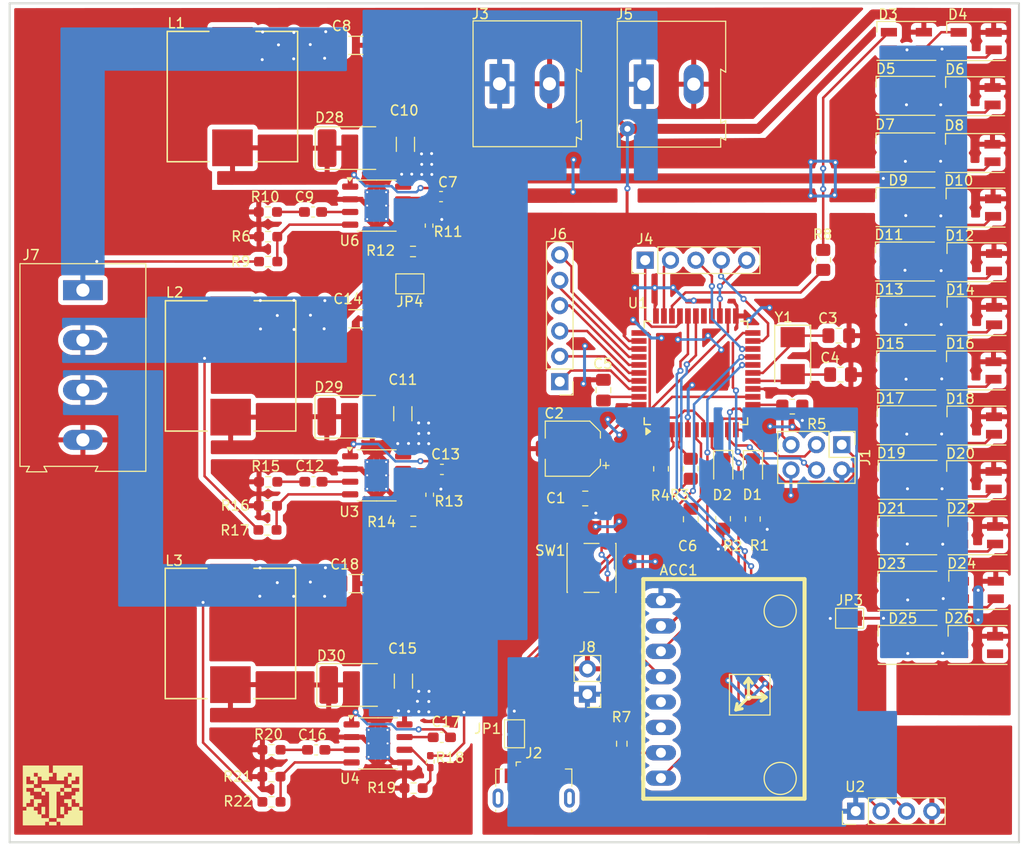
<source format=kicad_pcb>
(kicad_pcb (version 20240108) (generator "pcbnew") (generator_version "8.0")
  (layers (0 "F.Cu" signal) (31 "B.Cu" signal) (34 "B.Paste" user) (35 "F.Paste" user) (36 "B.SilkS" user "B.Silkscreen") (37 "F.SilkS" user "F.Silkscreen") (38 "B.Mask" user) (39 "F.Mask" user) (44 "Edge.Cuts" user))
  (net 0 "")
  (net 1 "+5V")
  (net 2 "Net-(ACC1-PadAD0)")
  (net 3 "/SDA")
  (net 6 "/IMU_INT")
  (net 7 "GND")
  (net 8 "/SCL")
  (net 9 "Net-(U1-XTAL1)")
  (net 10 "Net-(U1-XTAL2)")
  (net 11 "/AREF")
  (net 12 "Net-(U1-UCAP)")
  (net 13 "Net-(D28-K)")
  (net 14 "+7.4V")
  (net 15 "+3V3")
  (net 16 "Net-(C9-Pad2)")
  (net 17 "Net-(U6-VC)")
  (net 18 "Net-(U3-VC)")
  (net 19 "Net-(C12-Pad2)")
  (net 20 "Net-(D29-K)")
  (net 21 "+5VA")
  (net 22 "Net-(U4-VC)")
  (net 23 "Net-(C16-Pad2)")
  (net 24 "Net-(D30-K)")
  (net 25 "+6V")
  (net 26 "Net-(D1-A)")
  (net 27 "/TXLED")
  (net 28 "Net-(D2-A)")
  (net 29 "/RXLED")
  (net 30 "+5VD")
  (net 31 "Net-(D3-DOUT)")
  (net 32 "Net-(D3-DIN)")
  (net 33 "Net-(D4-DOUT)")
  (net 34 "Net-(D5-DOUT)")
  (net 35 "Net-(D6-DOUT)")
  (net 36 "/LED7->LED8")
  (net 37 "Net-(D8-DOUT)")
  (net 38 "Net-(D10-DIN)")
  (net 39 "Net-(D10-DOUT)")
  (net 40 "Net-(D11-DOUT)")
  (net 41 "/LED12->LED13")
  (net 42 "Net-(D13-DOUT)")
  (net 43 "Net-(D14-DOUT)")
  (net 44 "Net-(D15-DOUT)")
  (net 45 "Net-(D16-DOUT)")
  (net 46 "/LED17->LED18")
  (net 47 "Net-(D18-DOUT)")
  (net 48 "Net-(D19-DOUT)")
  (net 49 "Net-(D20-DOUT)")
  (net 50 "Net-(D21-DOUT)")
  (net 51 "/LED22->LED23")
  (net 52 "Net-(D23-DOUT)")
  (net 53 "Net-(D24-DOUT)")
  (net 54 "Net-(D25-DOUT)")
  (net 56 "/MOSI")
  (net 57 "/MISO")
  (net 58 "/SCK")
  (net 59 "/RESET")
  (net 60 "Net-(J2-VBUS)")
  (net 63 "/U_D+")
  (net 64 "/U_D-")
  (net 65 "/D13")
  (net 66 "/D0")
  (net 67 "/D4")
  (net 68 "/D1")
  (net 69 "/D10")
  (net 70 "/A4")
  (net 71 "/A5")
  (net 72 "/A3")
  (net 73 "/A1")
  (net 74 "/A2")
  (net 75 "/A0")
  (net 76 "/D+")
  (net 77 "/D-")
  (net 78 "Net-(U6-FB)")
  (net 79 "/LED_DIN")
  (net 80 "Net-(U6-EN)")
  (net 81 "Net-(U3-EN)")
  (net 82 "Net-(U3-FB)")
  (net 83 "Net-(U4-EN)")
  (net 84 "Net-(U4-FB)")
  (net 85 "/BUTTON")
  (net 88 "/Ultra_ECHO")
  (net 89 "/Ultra_TRIG")
  (net 90 "BST_3V3")
  (net 91 "BST_5V")
  (net 92 "BST_6V")
  (footprint "LED_SMD:LED_SK6812MINI_PLCC4_3.5x3.5mm_P1.75mm" (layer "F.Cu") (at 197.44 57.195 180)
    (property "Reference" "D7")
    (property "Value" "SK6812MINI")
  )
  (footprint "Resistor_SMD:R_0402_1005Metric_Pad0.72x0.64mm_HandSolder" (layer "F.Cu") (at 149.87 118.2175 90)
    (property "Reference" "R18")
    (property "Value" "80kΩ")
  )
  (footprint "Capacitor_SMD:CP_Elec_5x5.3" (layer "F.Cu") (at 164.14 86.87 180)
    (property "Reference" "C2")
    (property "Value" "100uF")
  )
  (footprint "Resistor_SMD:R_0603_1608Metric_Pad0.98x0.95mm_HandSolder" (layer "F.Cu") (at 133.6125 63.16 180)
    (property "Reference" "R10")
    (property "Value" "4.7kΩ")
  )
  (footprint "Connector_PinHeader_2.54mm:PinHeader_1x05_P2.54mm_Vertical" (layer "F.Cu") (at 171.38 67.99 90)
    (property "Reference" "J4")
    (property "Value" "~")
  )
  (footprint "Capacitor_SMD:C_0603_1608Metric_Pad1.08x0.95mm_HandSolder" (layer "F.Cu") (at 151.0225 115.79)
    (property "Reference" "C17")
    (property "Value" "0.1uF")
  )
  (footprint "Resistor_SMD:R_0805_2012Metric_Pad1.20x1.40mm_HandSolder" (layer "F.Cu") (at 179.18 93.89 -90)
    (property "Reference" "R2")
    (property "Value" "100Ω")
  )
  (footprint "TerminalBlock:TerminalBlock_Altech_AK300-2_P5.00mm" (layer "F.Cu") (at 156.8 50.32)
    (property "Reference" "J3")
    (property "Value" "~")
  )
  (footprint "CLF12577NIT-220M-D:IND_CLF12577NIT_12P8X12P5_TDK-M" (layer "F.Cu") (at 130.06 51.6008 90)
    (property "Reference" "L1")
    (property "Value" "22uH")
  )
  (footprint "CLF12577NIT-220M-D:IND_CLF12577NIT_12P8X12P5_TDK-M" (layer "F.Cu") (at 129.88 78.5808 90)
    (property "Reference" "L2")
    (property "Value" "22uH")
  )
  (footprint "Resistor_SMD:R_0603_1608Metric_Pad0.98x0.95mm_HandSolder" (layer "F.Cu") (at 133.6075 92.59 180)
    (property "Reference" "R16")
    (property "Value" "10kΩ")
  )
  (footprint "Package_SO:HTSOP-8-1EP_3.9x4.9mm_P1.27mm_EP2.4x3.2mm_ThermalVias" (layer "F.Cu") (at 144.5 62.525)
    (property "Reference" "U6")
    (property "Value" "to-3V3")
  )
  (footprint "Resistor_SMD:R_0603_1608Metric_Pad0.98x0.95mm_HandSolder" (layer "F.Cu") (at 133.5675 95.01 180)
    (property "Reference" "R17")
    (property "Value" "52.5kΩ")
  )
  (footprint "Resistor_SMD:R_0603_1608Metric_Pad0.98x0.95mm_HandSolder" (layer "F.Cu") (at 148.1675 94.15 180)
    (property "Reference" "R14")
    (property "Value" "25.7kΩ")
  )
  (footprint "Capacitor_SMD:C_0603_1608Metric_Pad1.08x0.95mm_HandSolder" (layer "F.Cu") (at 150.9425 61.62)
    (property "Reference" "C7")
    (property "Value" "0.1uF")
  )
  (footprint "Capacitor_SMD:C_1206_3216Metric_Pad1.33x1.80mm_HandSolder" (layer "F.Cu") (at 142.4525 100.39)
    (property "Reference" "C18")
    (property "Value" "47uF")
  )
  (footprint "Connector_PinHeader_2.54mm:PinHeader_2x03_P2.54mm_Vertical" (layer "F.Cu") (at 191.06 86.47 -90)
    (property "Reference" "J1")
    (property "Value" "ICSP")
  )
  (footprint "Capacitor_SMD:C_1206_3216Metric_Pad1.33x1.80mm_HandSolder" (layer "F.Cu") (at 142.4125 73.86)
    (property "Reference" "C14")
    (property "Value" "47uF")
  )
  (footprint "Capacitor_SMD:C_0603_1608Metric_Pad1.08x0.95mm_HandSolder" (layer "F.Cu") (at 138.4475 117.04 180)
    (property "Reference" "C16")
    (property "Value" "0.01uF")
  )
  (footprint "Capacitor_SMD:C_1206_3216Metric_Pad1.33x1.80mm_HandSolder" (layer "F.Cu") (at 147.38 56.3875 90)
    (property "Reference" "C10")
    (property "Value" "10uF")
  )
  (footprint "Capacitor_SMD:C_1206_3216Metric_Pad1.33x1.80mm_HandSolder" (layer "F.Cu") (at 147.12 83.3675 90)
    (property "Reference" "C11")
    (property "Value" "10uF")
  )
  (footprint "LED_SMD:LED_SK6812MINI_PLCC4_3.5x3.5mm_P1.75mm" (layer "F.Cu") (at 197.47 73.555 180)
    (property "Reference" "D13")
    (property "Value" "SK6812MINI")
  )
  (footprint "LED_SMD:LED_SK6812MINI_PLCC4_3.5x3.5mm_P1.75mm" (layer "F.Cu") (at 204.5 79.035 180)
    (property "Reference" "D16")
    (property "Value" "SK6812MINI")
  )
  (footprint "Package_SO:HTSOP-8-1EP_3.9x4.9mm_P1.27mm_EP2.4x3.2mm_ThermalVias" (layer "F.Cu") (at 144.64 116.395)
    (property "Reference" "U4")
    (property "Value" "to-6V")
  )
  (footprint "Capacitor_SMD:C_0805_2012Metric_Pad1.18x1.45mm_HandSolder" (layer "F.Cu") (at 190.9375 79.45)
    (property "Reference" "C4")
    (property "Value" "22pF")
  )
  (footprint "Resistor_SMD:R_0805_2012Metric_Pad1.20x1.40mm_HandSolder" (layer "F.Cu") (at 186.11 82.66 180)
    (property "Reference" "R5")
    (property "Value" "10kΩ")
  )
  (footprint "Connector_USB:USB_Micro-B_GCT_USB3076-30-A" (layer "F.Cu") (at 160.23 120.67)
    (property "Reference" "J2")
    (property "Value" "USB_B_Micro")
  )
  (footprint "LED_SMD:LED_SK6812MINI_PLCC4_3.5x3.5mm_P1.75mm" (layer "F.Cu") (at 197.51 79.035 180)
    (property "Reference" "D15")
    (property "Value" "SK6812MINI")
  )
  (footprint "LED_SMD:LED_SK6812MINI_PLCC4_3.5x3.5mm_P1.75mm" (layer "F.Cu") (at 197.44 62.675 180)
    (property "Reference" "D9")
    (property "Value" "SK6812MINI")
  )
  (footprint "LED_SMD:LED_SK6812MINI_PLCC4_3.5x3.5mm_P1.75mm" (layer "F.Cu") (at 204.52 90.025 180)
    (property "Reference" "D20")
    (property "Value" "SK6812MINI")
  )
  (footprint "Resistor_SMD:R_0805_2012Metric_Pad1.20x1.40mm_HandSolder" (layer "F.Cu") (at 182.16 93.92 -90)
    (property "Reference" "R1")
    (property "Value" "100Ω")
  )
  (footprint "TerminalBlock:TerminalBlock_Altech_AK300-4_P5.00mm" (layer "F.Cu") (at 115.09 70.99 -90)
    (property "Reference" "J7")
    (property "Value" "~")
  )
  (footprint "LED_SMD:LED_SK6812MINI_PLCC4_3.5x3.5mm_P1.75mm" (layer "F.Cu") (at 197.45 51.525 180)
    (property "Reference" "D5")
    (property "Value" "SK6812MINI")
  )
  (footprint "LED_SMD:LED_SK6812MINI_PLCC4_3.5x3.5mm_P1.75mm" (layer "F.Cu") (at 197.63 101.105 180)
    (property "Reference" "D23")
    (property "Value" "SK6812MINI")
  )
  (footprint "LED_SMD:LED_0805_2012Metric_Pad1.15x1.40mm_HandSolder" (layer "F.Cu") (at 179.2 88.915 -90)
    (property "Reference" "D2")
    (property "Value" "RX")
  )
  (footprint "Resistor_SMD:R_0603_1608Metric_Pad0.98x0.95mm_HandSolder" (layer "F.Cu") (at 133.6375 68.13 180)
    (property "Reference" "R9")
    (property "Value" "31.3kΩ")
  )
  (footprint "LED_SMD:LED_SK6812MINI_PLCC4_3.5x3.5mm_P1.75mm" (layer "F.Cu") (at 204.66 106.535 180)
    (property "Reference" "D26")
    (property "Value" "SK6812MINI")
  )
  (footprint "Capacitor_SMD:C_0603_1608Metric_Pad1.08x0.95mm_HandSolder" (layer "F.Cu") (at 151.0325 88.95)
    (property "Reference" "C13")
    (property "Value" "0.1uF")
  )
  (footprint "Resistor_SMD:R_0402_1005Metric_Pad0.72x0.64mm_HandSolder" (layer "F.Cu") (at 149.81 91.4875 90)
    (property "Reference" "R13")
    (property "Value" "80kΩ")
  )
  (footprint "Crystal:Crystal_SMD_5032-2Pin_5.0x3.2mm" (layer "F.Cu") (at 186.15 77.55 -90)
    (property "Reference" "Y1")
    (property "Value" "16MHz")
  )
  (footprint "Resistor_SMD:R_0402_1005Metric_Pad0.72x0.64mm_HandSolder" (layer "F.Cu") (at 149.75 64.5275 90)
    (property "Reference" "R11")
    (property "Value" "80kΩ")
  )
  (footprint "Resistor_SMD:R_0603_1608Metric_Pad0.98x0.95mm_HandSolder" (layer "F.Cu") (at 133.9675 122.25 180)
    (property "Reference" "R22")
    (property "Value" "65kΩ")
  )
  (footprint "Jumper:SolderJumper-2_P1.3mm_Open_TrianglePad1.0x1.5mm" (layer "F.Cu") (at 147.825 70.36 180)
    (property "Reference" "JP4")
    (property "Value" "~")
  )
  (footprint "LED_SMD:LED_SK6812MINI_PLCC4_3.5x3.5mm_P1.75mm" (layer "F.Cu") (at 197.57 84.525 180)
    (property "Reference" "D17")
    (property "Value" "SK6812MINI")
  )
  (footprint "GY-521:GY-521" (layer "F.Cu") (at 171.19 121.934)
    (property "Reference" "ACC1")
    (property "Value" "GY-521")
  )
  (footprint "Capacitor_SMD:C_0603_1608Metric_Pad1.08x0.95mm_HandSolder" (layer "F.Cu") (at 138.1675 90.18 180)
    (property "Reference" "C12")
    (property "Value" "0.01uF")
  )
  (footprint "Capacitor_SMD:C_0805_2012Metric_Pad1.18x1.45mm_HandSolder" (layer "F.Cu") (at 175.95 93.9375 -90)
    (property "Reference" "C6")
    (property "Value" "1uF")
  )
  (footprint "Resistor_SMD:R_0603_1608Metric_Pad0.98x0.95mm_HandSolder" (layer "F.Cu") (at 133.9675 117.03 180)
    (property "Reference" "R20")
    (property "Value" "4.7kΩ")
  )
  (footprint "Resistor_SMD:R_0603_1608Metric_Pad0.98x0.95mm_HandSolder" (layer "F.Cu") (at 133.9575 119.72 180)
    (property "Reference" "R21")
    (property "Value" "10kΩ")
  )
  (footprint "TerminalBlock:TerminalBlock_Altech_AK300-2_P5.00mm" (layer "F.Cu") (at 171.24 50.36)
    (property "Reference" "J5")
    (property "Value" "~")
  )
  (footprint "LED_SMD:LED_SK6812MINI_PLCC4_3.5x3.5mm_P1.75mm" (layer "F.Cu") (at 197.53 46.025 180)
    (property "Reference" "D3")
    (property "Value" "SK6812MINI")
  )
  (footprint "Capacitor_SMD:C_0805_2012Metric_Pad1.18x1.45mm_HandSolder" (layer "F.Cu") (at 167.2 81.0075 90)
    (property "Reference" "C5")
    (property "Value" "0.1uF")
  )
  (footprint "Capacitor_SMD:C_0603_1608Metric_Pad1.08x0.95mm_HandSolder" (layer "F.Cu") (at 138.1275 63.16 180)
    (property "Reference" "C9")
    (property "Value" "0.01uF")
  )
  (footprint "Button_Switch_SMD:SW_SPST_PTS647_Sx38" (layer "F.Cu") (at 166.01 98.815 90)
    (property "Reference" "SW1")
    (property "Value" "~")
  )
  (footprint "Resistor_SMD:R_0805_2012Metric_Pad1.20x1.40mm_HandSolder" (layer "F.Cu") (at 172.97 88.89 -90)
    (property "Reference" "R4")
    (property "Value" "22Ω")
  )
  (footprint "LED_SMD:LED_SK6812MINI_PLCC4_3.5x3.5mm_P1.75mm" (layer "F.Cu") (at 204.4 57.255 180)
    (property "Reference" "D8")
    (property "Value" "SK6812MINI")
  )
  (footprint "Diode_SMD:D_2114_3652Metric_Pad1.85x3.75mm_HandSolder" (layer "F.Cu") (at 141.975 110.54)
    (property "Reference" "D30")
    (property "Value" "~")
  )
  (footprint "LED_SMD:LED_SK6812MINI_PLCC4_3.5x3.5mm_P1.75mm" (layer "F.Cu") (at 204.66 95.545 180)
    (property "Reference" "D22")
    (property "Value" "SK6812MINI")
  )
  (footprint "LED_SMD:LED_SK6812MINI_PLCC4_3.5x3.5mm_P1.75mm" (layer "F.Cu") (at 197.62 95.545 180)
    (property "Reference" "D21")
    (property "Value" "SK6812MINI")
  )
  (footprint "Jumper:SolderJumper-2_P1.3mm_Open_TrianglePad1.0x1.5mm" (layer "F.Cu") (at 191.845 103.86)
    (property "Reference" "JP3")
    (property "Value" "~")
  )
  (footprint "LED_SMD:LED_SK6812MINI_PLCC4_3.5x3.5mm_P1.75mm" (layer "F.Cu") (at 204.55 68.195 180)
    (property "Reference" "D12")
    (property "Value" "SK6812MINI")
  )
  (footprint "LED_SMD:LED_SK6812MINI_PLCC4_3.5x3.5mm_P1.75mm" (layer "F.Cu") (at 204.56 73.585 180)
    (property "Reference" "D14")
    (property "Value" "SK6812MINI")
  )
  (footprint "Connector_PinHeader_2.54mm:PinHeader_1x02_P2.54mm_Vertical" (layer "F.Cu") (at 165.6 111.46 180)
    (property "Reference" "J8")
    (property "Value" "~")
  )
  (footprint "Capacitor_SMD:C_1206_3216Metric_Pad1.33x1.80mm_HandSolder" (layer "F.Cu") (at 147.18 110.1575 90)
    (property "Reference" "C15")
    (property "Value" "10uF")
  )
  (footprint "Capacitor_SMD:C_0805_2012Metric_Pad1.18x1.45mm_HandSolder" (layer "F.Cu") (at 165.3825 91.86 180)
    (property "Reference" "C1")
    (property "Value" "1uF")
  )
  (footprint "Resistor_SMD:R_0805_2012Metric_Pad1.20x1.40mm_HandSolder" (layer "F.Cu") (at 175.94 88.88 -90)
    (property "Reference" "R3")
    (property "Value" "22Ω")
  )
  (footprint "LED_SMD:LED_SK6812MINI_PLCC4_3.5x3.5mm_P1.75mm" (layer "F.Cu") (at 204.41 51.565 180)
    (property "Reference" "D6")
    (property "Value" "SK6812MINI")
  )
  (footprint "CLF12577NIT-220M-D:IND_CLF12577NIT_12P8X12P5_TDK-M" (layer "F.Cu") (at 129.86 105.3808 90)
    (property "Reference" "L3")
    (property "Value" "22uH")
  )
  (footprint "Package_QFP:TQFP-44_10x10mm_P0.8mm" (layer "F.Cu") (at 176.46 79.28 90)
    (property "Reference" "U1")
    (property "Value" "ATmega32U4-A")
  )
  (footprint "Package_SO:HTSOP-8-1EP_3.9x4.9mm_P1.27mm_EP2.4x3.2mm_ThermalVias" (layer "F.Cu") (at 144.5 89.545)
    (property "Reference" "U3")
    (property "Value" "to-5V")
  )
  (footprint "Connector_PinHeader_2.54mm:PinHeader_1x04_P2.54mm_Vertical" (layer "F.Cu") (at 192.46 123.18 90)
    (property "Reference" "U2")
    (property "Value" "HC-SR04")
  )
  (footprint "Jumper:SolderJumper-2_P1.3mm_Open_TrianglePad1.0x1.5mm" (layer "F.Cu") (at 158.3 115.43 90)
    (property "Reference" "JP1")
    (property "Value" "Jumper_2_Open")
  )
  (footprint "Resistor_SMD:R_0603_1608Metric_Pad0.98x0.95mm_HandSolder" (layer "F.Cu") (at 169.04 116.4275 -90)
    (property "Reference" "R7")
    (property "Value" "4.7kΩ")
  )
  (footprint "LED_SMD:LED_0805_2012Metric_Pad1.15x1.40mm_HandSolder" (layer "F.Cu") (at 182.17 88.925 -90)
    (property "Reference" "D1")
    (property "Value" "TX")
  )
  (footprint "Custom:STAR" (layer "F.Cu") (at 169.60172 53.33087)
    (property "Reference" ".")
    (property "Value" "STAR")
  )
  (footprint "LED_SMD:LED_SK6812MINI_PLCC4_3.5x3.5mm_P1.75mm" (layer "F.Cu") (at 197.39 68.125 180)
    (property "Reference" "D11")
    (property "Value" "SK6812MINI")
  )
  (footprint "LED_SMD:LED_SK6812MINI_PLCC4_3.5x3.5mm_P1.75mm" (layer "F.Cu") (at 197.65 106.525 180)
    (property "Reference" "D25")
    (property "Value" "SK6812MINI")
  )
  (footprint "Capacitor_SMD:C_1206_3216Metric_Pad1.33x1.80mm_HandSolder" (layer "F.Cu") (at 142.4125 46.47)
    (property "Reference" "C8")
    (property "Value" "47uF")
  )
  (footprint "Resistor_SMD:R_0603_1608Metric_Pad0.98x0.95mm_HandSolder" (layer "F.Cu") (at 133.6325 65.63 180)
    (property "Reference" "R6")
    (property "Value" "10kΩ")
  )
  (footprint "LED_SMD:LED_SK6812MINI_PLCC4_3.5x3.5mm_P1.75mm" (layer "F.Cu") (at 197.66 89.995 180)
    (property "Reference" "D19")
    (property "Value" "SK6812MINI")
  )
  (footprint "Resistor_SMD:R_0603_1608Metric_Pad0.98x0.95mm_HandSolder" (layer "F.Cu") (at 148.1925 120.87 180)
    (property "Reference" "R19")
    (property "Value" "25.7kΩ")
  )
  (footprint "Diode_SMD:D_2114_3652Metric_Pad1.85x3.75mm_HandSolder" (layer "F.Cu") (at 141.805 56.76)
    (property "Reference" "D28")
    (property "Value" "~")
  )
  (footprint "LED_SMD:LED_SK6812MINI_PLCC4_3.5x3.5mm_P1.75mm" (layer "F.Cu") (at 204.73 101.025 180)
    (property "Reference" "D24")
    (property "Value" "SK6812MINI")
  )
  (footprint "Diode_SMD:D_2114_3652Metric_Pad1.85x3.75mm_HandSolder" (layer "F.Cu") (at 141.785 83.67)
    (property "Reference" "D29")
    (property "Value" "~")
  )
  (footprint "Resistor_SMD:R_0603_1608Metric_Pad0.98x0.95mm_HandSolder" (layer "F.Cu") (at 133.6375 90.19 180)
    (property "Reference" "R15")
    (property "Value" "4.7kΩ")
  )
  (footprint "LED_SMD:LED_SK6812MINI_PLCC4_3.5x3.5mm_P1.75mm" (layer "F.Cu") (at 204.46 62.725 180)
    (property "Reference" "D10")
    (property "Value" "SK6812MINI")
  )
  (footprint "Resistor_SMD:R_0805_2012Metric_Pad1.20x1.40mm_HandSolder" (layer "F.Cu") (at 189.2 67.96 90)
    (property "Reference" "R8")
    (property "Value" "470Ω")
  )
  (footprint "LED_SMD:LED_SK6812MINI_PLCC4_3.5x3.5mm_P1.75mm" (layer "F.Cu") (at 204.52 46.045 180)
    (property "Reference" "D4")
    (property "Value" "SK6812MINI")
  )
  (footprint "Connector_PinHeader_2.54mm:PinHeader_1x06_P2.54mm_Vertical" (layer "F.Cu") (at 162.83 80.16 180)
    (property "Reference" "J6")
    (property "Value" "~")
  )
  (footprint "Resistor_SMD:R_0603_1608Metric_Pad0.98x0.95mm_HandSolder" (layer "F.Cu") (at 148.1375 67.12 180)
    (property "Reference" "R12")
    (property "Value" "25.7kΩ")
  )
  (footprint "LED_SMD:LED_SK6812MINI_PLCC4_3.5x3.5mm_P1.75mm" (layer "F.Cu") (at 204.55 84.555 180)
    (property "Reference" "D18")
    (property "Value" "SK6812MINI")
  )
  (footprint "Capacitor_SMD:C_0805_2012Metric_Pad1.18x1.45mm_HandSolder" (layer "F.Cu") (at 190.7575 75.55)
    (property "Reference" "C3")
    (property "Value" "22pF")
  )
  (gr_circle (center 181.72172 111.78087) (end 182.02172 111.78087) (fill solid) (layer "F.Cu") (net 7))
  (gr_poly (pts (xy 159.05172 114.21087) (xy 157.55172 114.21087) (xy 157.55172 115.36087) (xy 158.30172 114.86087) (xy 159.05172 115.36087)) (fill solid) (layer "F.Cu") (net 1))
  (gr_poly (pts (xy 187.48622 83.35967) (xy 187.51049 83.35607) (xy 187.53429 83.35011) (xy 187.55739 83.34184) (xy 187.57957 83.33135) (xy 187.60061 83.31874) (xy 187.62032 83.30412) (xy 187.6385 83.28765) (xy 187.65497 83.26947) (xy 187.66959 83.24976) (xy 187.6822 83.22872) (xy 187.69269 83.20654) (xy 187.70096 83.18344) (xy 187.70692 83.15964) (xy 187.71052 83.13537) (xy 187.71172 83.11087) (xy 187.71172 82.21087) (xy 187.71052 82.18637) (xy 187.70692 82.1621) (xy 187.70096 82.1383) (xy 187.69269 82.1152) (xy 187.6822 82.09302) (xy 187.66959 82.07198) (xy 187.65497 82.05227) (xy 187.6385 82.03409) (xy 187.62032 82.01762) (xy 187.60061 82.003) (xy 187.57957 81.99039) (xy 187.55739 81.9799) (xy 187.53429 81.97163) (xy 187.51049 81.96567) (xy 187.48622 81.96207) (xy 187.46172 81.96087) (xy 186.76172 81.96087) (xy 186.73722 81.96207) (xy 186.71295 81.96567) (xy 186.68915 81.97163) (xy 186.66605 81.9799) (xy 186.64387 81.99039) (xy 186.62283 82.003) (xy 186.60312 82.01762) (xy 186.58494 82.03409) (xy 186.56847 82.05227) (xy 186.55385 82.07198) (xy 186.54124 82.09302) (xy 186.53075 82.1152) (xy 186.52248 82.1383) (xy 186.51652 82.1621) (xy 186.51292 82.18637) (xy 186.51172 82.21087) (xy 186.51172 83.11087) (xy 186.51292 83.13537) (xy 186.51652 83.15964) (xy 186.52248 83.18344) (xy 186.53075 83.20654) (xy 186.54124 83.22872) (xy 186.55385 83.24976) (xy 186.56847 83.26947) (xy 186.58494 83.28765) (xy 186.60312 83.30412) (xy 186.62283 83.31874) (xy 186.64387 83.33135) (xy 186.66605 83.34184) (xy 186.68915 83.35011) (xy 186.71295 83.35607) (xy 186.73722 83.35967) (xy 186.76172 83.36087) (xy 187.46172 83.36087)) (fill solid) (layer "F.Cu") (net 1))
  (gr_poly (pts (xy 166.78122 92.58467) (xy 166.80549 92.58107) (xy 166.82929 92.57511) (xy 166.85239 92.56684) (xy 166.87457 92.55635) (xy 166.89561 92.54374) (xy 166.91532 92.52912) (xy 166.9335 92.51265) (xy 166.94997 92.49447) (xy 166.96459 92.47476) (xy 166.9772 92.45372) (xy 166.98769 92.43154) (xy 166.99596 92.40844) (xy 167.00192 92.38464) (xy 167.00552 92.36037) (xy 167.00672 92.33587) (xy 167.00672 91.38587) (xy 167.00552 91.36137) (xy 167.00192 91.3371) (xy 166.99596 91.3133) (xy 166.98769 91.2902) (xy 166.9772 91.26802) (xy 166.96459 91.24698) (xy 166.94997 91.22727) (xy 166.9335 91.20909) (xy 166.91532 91.19262) (xy 166.89561 91.178) (xy 166.87457 91.16539) (xy 166.85239 91.1549) (xy 166.82929 91.14663) (xy 166.80549 91.14067) (xy 166.78122 91.13707) (xy 166.75672 91.13587) (xy 166.08172 91.13587) (xy 166.05722 91.13707) (xy 166.03295 91.14067) (xy 166.00915 91.14663) (xy 165.98605 91.1549) (xy 165.96387 91.16539) (xy 165.94283 91.178) (xy 165.92312 91.19262) (xy 165.90494 91.20909) (xy 165.88847 91.22727) (xy 165.87385 91.24698) (xy 165.86124 91.26802) (xy 165.85075 91.2902) (xy 165.84248 91.3133) (xy 165.83652 91.3371) (xy 165.83292 91.36137) (xy 165.83172 91.38587) (xy 165.83172 92.33587) (xy 165.83292 92.36037) (xy 165.83652 92.38464) (xy 165.84248 92.40844) (xy 165.85075 92.43154) (xy 165.86124 92.45372) (xy 165.87385 92.47476) (xy 165.88847 92.49447) (xy 165.90494 92.51265) (xy 165.92312 92.52912) (xy 165.94283 92.54374) (xy 165.96387 92.55635) (xy 165.98605 92.56684) (xy 166.00915 92.57511) (xy 166.03295 92.58107) (xy 166.05722 92.58467) (xy 166.08172 92.58587) (xy 166.75672 92.58587)) (fill solid) (layer "F.Cu") (net 1))
  (gr_poly (pts (xy 203.78172 99.72587) (xy 202.18172 99.72587) (xy 202.18172 100.57587) (xy 203.78172 100.57587)) (fill solid) (layer "F.Cu") (net 52))
  (gr_poly (pts (xy 196.50172 51.97587) (xy 194.90172 51.97587) (xy 194.90172 52.82587) (xy 196.50172 52.82587)) (fill solid) (layer "F.Cu") (net 30))
  (gr_poly (pts (xy 131.90102 71.62127) (xy 127.86242 71.62127) (xy 127.86242 75.27887) (xy 131.90102 75.27887)) (fill solid) (layer "F.Cu") (net 21))
  (gr_circle (center 201.07172 79.88087) (end 201.37172 79.88087) (fill solid) (layer "F.Cu") (net 30))
  (gr_poly (pts (xy 171.51172 75.00587) (xy 170.01172 75.00587) (xy 170.01172 75.55587) (xy 171.51172 75.55587)) (fill solid) (layer "F.Cu") (net 1))
  (gr_poly (pts (xy 163.21622 87.66967) (xy 163.24049 87.66607) (xy 163.26429 87.66011) (xy 163.28739 87.65184) (xy 163.30957 87.64135) (xy 163.33061 87.62874) (xy 163.35032 87.61412) (xy 163.3685 87.59765) (xy 163.38497 87.57947) (xy 163.39959 87.55976) (xy 163.4122 87.53872) (xy 163.42269 87.51654) (xy 163.43096 87.49344) (xy 163.43692 87.46964) (xy 163.44052 87.44537) (xy 163.44172 87.42087) (xy 163.44172 86.32087) (xy 163.44052 86.29637) (xy 163.43692 86.2721) (xy 163.43096 86.2483) (xy 163.42269 86.2252) (xy 163.4122 86.20302) (xy 163.39959 86.18198) (xy 163.38497 86.16227) (xy 163.3685 86.14409) (xy 163.35032 86.12762) (xy 163.33061 86.113) (xy 163.30957 86.10039) (xy 163.28739 86.0899) (xy 163.26429 86.08163) (xy 163.24049 86.07567) (xy 163.21622 86.07207) (xy 163.19172 86.07087) (xy 160.69172 86.07087) (xy 160.66722 86.07207) (xy 160.64295 86.07567) (xy 160.61915 86.08163) (xy 160.59605 86.0899) (xy 160.57387 86.10039) (xy 160.55283 86.113) (xy 160.53312 86.12762) (xy 160.51494 86.14409) (xy 160.49847 86.16227) (xy 160.48385 86.18198) (xy 160.47124 86.20302) (xy 160.46075 86.2252) (xy 160.45248 86.2483) (xy 160.44652 86.2721) (xy 160.44292 86.29637) (xy 160.44172 86.32087) (xy 160.44172 87.42087) (xy 160.44292 87.44537) (xy 160.44652 87.46964) (xy 160.45248 87.49344) (xy 160.46075 87.51654) (xy 160.47124 87.53872) (xy 160.48385 87.55976) (xy 160.49847 87.57947) (xy 160.51494 87.59765) (xy 160.53312 87.61412) (xy 160.55283 87.62874) (xy 160.57387 87.64135) (xy 160.59605 87.65184) (xy 160.61915 87.66011) (xy 160.64295 87.66607) (xy 160.66722 87.66967) (xy 160.69172 87.67087) (xy 163.19172 87.67087)) (fill solid) (layer "F.Cu") (net 7))
  (gr_poly (pts (xy 179.67622 88.46467) (xy 179.70049 88.46107) (xy 179.72429 88.45511) (xy 179.74739 88.44684) (xy 179.76957 88.43635) (xy 179.79061 88.42374) (xy 179.81032 88.40912) (xy 179.8285 88.39265) (xy 179.84497 88.37447) (xy 179.85959 88.35476) (xy 179.8722 88.33372) (xy 179.88269 88.31154) (xy 179.89096 88.28844) (xy 179.89692 88.26464) (xy 179.90052 88.24037) (xy 179.90172 88.21587) (xy 179.90172 87.56587) (xy 179.90052 87.54137) (xy 179.89692 87.5171) (xy 179.89096 87.4933) (xy 179.88269 87.4702) (xy 179.8722 87.44802) (xy 179.85959 87.42698) (xy 179.84497 87.40727) (xy 179.8285 87.38909) (xy 179.81032 87.37262) (xy 179.79061 87.358) (xy 179.76957 87.34539) (xy 179.74739 87.3349) (xy 179.72429 87.32663) (xy 179.70049 87.32067) (xy 179.67622 87.31707) (xy 179.65172 87.31587) (xy 178.75172 87.31587) (xy 178.72722 87.31707) (xy 178.70295 87.32067) (xy 178.67915 87.32663) (xy 178.65605 87.3349) (xy 178.63387 87.34539) (xy 178.61283 87.358) (xy 178.59312 87.37262) (xy 178.57494 87.38909) (xy 178.55847 87.40727) (xy 178.54385 87.42698) (xy 178.53124 87.44802) (xy 178.52075 87.4702) (xy 178.51248 87.4933) (xy 178.50652 87.5171) (xy 178.50292 87.54137) (xy 178.50172 87.56587) (xy 178.50172 88.21587) (xy 178.50292 88.24037) (xy 178.50652 88.26464) (xy 178.51248 88.28844) (xy 178.52075 88.31154) (xy 178.53124 88.33372) (xy 178.54385 88.35476) (xy 178.55847 88.37447) (xy 178.57494 88.39265) (xy 178.59312 88.40912) (xy 178.61283 88.42374) (xy 178.63387 88.43635) (xy 178.65605 88.44684) (xy 178.67915 88.45511) (xy 178.70295 88.46107) (xy 178.72722 88.46467) (xy 178.75172 88.46587) (xy 179.65172 88.46587)) (fill solid) (layer "F.Cu") (net 29))
  (gr_circle (center 197.57172 85.41087) (end 197.87172 85.41087) (fill solid) (layer "F.Cu") (net 30))
  (gr_poly (pts (xy 200.08172 46.47587) (xy 198.48172 46.47587) (xy 198.48172 47.32587) (xy 200.08172 47.32587)) (fill solid) (layer "F.Cu") (net 31))
  (gr_circle (center 181.76172 74.00087) (end 182.06172 74.00087) (fill solid) (layer "F.Cu") (net 7))
  (gr_poly (pts (xy 182.91172 77.40587) (xy 181.41172 77.40587) (xy 181.41172 77.95587) (xy 182.91172 77.95587)) (fill solid) (layer "F.Cu") (net 3))
  (gr_circle (center 145.45172 61.17587) (end 145.70172 61.17587) (fill solid) (layer "F.Cu") (net 7))
  (gr_poly (pts (xy 207.05172 77.74087) (xy 205.45172 77.74087) (xy 205.45172 78.59087) (xy 207.05172 78.59087)) (fill solid) (layer "F.Cu") (net 7))
  (gr_poly (pts (xy 203.60172 85.00087) (xy 202.00172 85.00087) (xy 202.00172 85.85087) (xy 203.60172 85.85087)) (fill solid) (layer "F.Cu") (net 30))
  (gr_poly (pts (xy 203.57172 44.74587) (xy 201.97172 44.74587) (xy 201.97172 45.59587) (xy 203.57172 45.59587)) (fill solid) (layer "F.Cu") (net 31))
  (gr_circle (center 148.72172 113.21087) (end 149.02172 113.21087) (fill solid) (layer "F.Cu") (net 14))
  (gr_circle (center 197.43172 58.09087) (end 197.73172 58.09087) (fill solid) (layer "F.Cu") (net 30))
  (gr_circle (center 178.97978 69.60893) (end 179.27978 69.60893) (fill solid) (layer "F.Cu") (net 68))
  (gr_circle (center 186.12172 84.68087) (end 186.42172 84.68087) (fill solid) (layer "F.Cu") (net 7))
  (gr_poly (pts (xy 172.73672 72.83087) (xy 172.18672 72.83087) (xy 172.18672 74.33087) (xy 172.73672 74.33087)) (fill solid) (layer "F.Cu") (net 7))
  (gr_poly (pts (xy 147.95642 116.06015) (xy 147.97098 116.05799) (xy 147.98526 116.05441) (xy 147.99912 116.04945) (xy 148.01243 116.04316) (xy 148.02506 116.03559) (xy 148.03688 116.02682) (xy 148.04779 116.01694) (xy 148.05767 116.00603) (xy 148.06644 115.99421) (xy 148.07401 115.98158) (xy 148.0803 115.96827) (xy 148.08526 115.95441) (xy 148.08884 115.94013) (xy 148.091 115.92557) (xy 148.09172 115.91087) (xy 148.09172 115.61087) (xy 148.091 115.59617) (xy 148.08884 115.58161) (xy 148.08526 115.56733) (xy 148.0803 115.55347) (xy 148.07401 115.54016) (xy 148.06644 115.52753) (xy 148.05767 115.51571) (xy 148.04779 115.5048) (xy 148.03688 115.49492) (xy 148.02506 115.48615) (xy 148.01243 115.47858) (xy 147.99912 115.47229) (xy 147.98526 115.46733) (xy 147.97098 115.46375) (xy 147.95642 115.46159) (xy 147.94172 115.46087) (xy 146.64172 115.46087) (xy 146.62702 115.46159) (xy 146.61246 115.46375) (xy 146.59818 115.46733) (xy 146.58432 115.47229) (xy 146.57101 115.47858) (xy 146.55838 115.48615) (xy 146.54656 115.49492) (xy 146.53565 115.5048) (xy 146.52577 115.51571) (xy 146.517 115.52753) (xy 146.50943 115.54016) (xy 146.50314 115.55347) (xy 146.49818 115.56733) (xy 146.4946 115.58161) (xy 146.49244 115.59617) (xy 146.49172 115.61087) (xy 146.49172 115.91087) (xy 146.49244 115.92557) (xy 146.4946 115.94013) (xy 146.49818 115.95441) (xy 146.50314 115.96827) (xy 146.50943 115.98158) (xy 146.517 115.99421) (xy 146.52577 116.00603) (xy 146.53565 116.01694) (xy 146.54656 116.02682) (xy 146.55838 116.03559) (xy 146.57101 116.04316) (xy 146.58432 116.04945) (xy 146.59818 116.05441) (xy 146.61246 116.05799) (xy 146.62702 116.06015) (xy 146.64172 116.06087) (xy 147.94172 116.06087)) (fill solid) (layer "F.Cu") (net 92))
  (gr_circle (center 164.16172 61.15087) (end 164.46172 61.15087) (fill solid) (layer "F.Cu") (net 7))
  (gr_poly (pts (xy 144.95122 112.40967) (xy 144.97549 112.40607) (xy 144.99929 112.40011) (xy 145.02239 112.39184) (xy 145.04457 112.38135) (xy 145.06561 112.36874) (xy 145.08532 112.35412) (xy 145.1035 112.33765) (xy 145.11997 112.31947) (xy 145.13459 112.29976) (xy 145.1472 112.27872) (xy 145.15769 112.25654) (xy 145.16596 112.23344) (xy 145.17192 112.20964) (xy 145.17552 112.18537) (xy 145.17672 112.16087) (xy 145.17672 108.91087) (xy 145.17552 108.88637) (xy 145.17192 108.8621) (xy 145.16596 108.8383) (xy 145.15769 108.8152) (xy 145.1472 108.79302) (xy 145.13459 108.77198) (xy 145.11997 108.75227) (xy 145.1035 108.73409) (xy 145.08532 108.71762) (xy 145.06561 108.703) (xy 145.04457 108.69039) (xy 145.02239 108.6799) (xy 144.99929 108.67163) (xy 144.97549 108.66567) (xy 144.95122 108.66207) (xy 144.92672 108.66087) (xy 143.57672 108.66087) (xy 143.55222 108.66207) (xy 143.52795 108.66567) (xy 143.50415 108.67163) (xy 143.48105 108.6799) (xy 143.45887 108.69039) (xy 143.43783 108.703) (xy 143.41812 108.71762) (xy 143.39994 108.73409) (xy 143.38347 108.75227) (xy 143.36885 108.77198) (xy 143.35624 108.79302) (xy 143.34575 108.8152) (xy 143.33748 108.8383) (xy 143.33152 108.8621) (xy 143.32792 108.88637) (xy 143.32672 108.91087) (xy 143.32672 112.16087) (xy 143.32792 112.18537) (xy 143.33152 112.20964) (xy 143.33748 112.23344) (xy 143.34575 112.25654) (xy 143.35624 112.27872) (xy 143.36885 112.29976) (xy 143.38347 112.31947) (xy 143.39994 112.33765) (xy 143.41812 112.35412) (xy 143.43783 112.36874) (xy 143.45887 112.38135) (xy 143.48105 112.39184) (xy 143.50415 112.40011) (xy 143.52795 112.40607) (xy 143.55222 112.40967) (xy 143.57672 112.41087) (xy 144.92672 112.41087)) (fill solid) (layer "F.Cu") (net 7))
  (gr_circle (center 195.22172 59.80087) (end 195.52172 59.80087) (fill solid) (layer "F.Cu") (net 30))
  (gr_poly (pts (xy 196.56172 79.48087) (xy 194.96172 79.48087) (xy 194.96172 80.33087) (xy 196.56172 80.33087)) (fill solid) (layer "F.Cu") (net 30))
  (gr_poly (pts (xy 178.01244 71.86606) (xy 178.05819 71.91886) (xy 178.06862 71.95649) (xy 178.07635 72.02512) (xy 178.12544 72.16542) (xy 178.129 72.2352) (xy 178.09427 72.29582) (xy 178.03228 72.32805) (xy 178.0084 72.33037) (xy 177.73885 72.33037) (xy 177.73884 72.33037) (xy 177.67497 72.33724) (xy 177.64846 72.33724) (xy 177.6442 72.33678) (xy 177.58459 72.33037) (xy 177.58458 72.33037) (xy 176.93885 72.33037) (xy 176.93884 72.33037) (xy 176.87497 72.33724) (xy 176.84846 72.33724) (xy 176.8442 72.33678) (xy 176.78459 72.33037) (xy 176.78458 72.33037) (xy 176.13885 72.33037) (xy 176.13884 72.33037) (xy 176.07497 72.33724) (xy 176.04846 72.33724) (xy 176.0442 72.33678) (xy 175.98459 72.33037) (xy 175.49617 72.33037) (xy 175.42913 72.31069) (xy 175.38338 72.25788) (xy 175.37343 72.18872) (xy 175.40246 72.12517) (xy 175.40846 72.11872) (xy 175.64449 71.88269) (xy 175.70582 71.8492) (xy 175.73217 71.84637) (xy 177.9454 71.84637)) (fill solid) (layer "F.Cu") (net 7))
  (gr_circle (center 143.55172 89.54087) (end 143.80172 89.54087) (fill solid) (layer "F.Cu") (net 7))
  (gr_poly (pts (xy 173.78363 115.53986) (xy 173.85644 115.52906) (xy 173.92783 115.51118) (xy 173.99713 115.48638) (xy 174.06367 115.45491) (xy 174.1268 115.41707) (xy 174.18591 115.37323) (xy 174.24045 115.3238) (xy 174.28988 115.26926) (xy 174.33372 115.21015) (xy 174.37156 115.14702) (xy 174.40303 115.08048) (xy 174.42783 115.01118) (xy 174.44571 114.93979) (xy 174.45651 114.86698) (xy 174.46012 114.79347) (xy 174.45651 114.71996) (xy 174.44571 114.64715) (xy 174.42783 114.57576) (xy 174.40303 114.50646) (xy 174.37156 114.43992) (xy 174.33372 114.37679) (xy 174.28988 114.31768) (xy 174.24045 114.26314) (xy 174.18591 114.21371) (xy 174.1268 114.16987) (xy 174.06367 114.13203) (xy 173.99713 114.10056) (xy 173.92783 114.07576) (xy 173.85644 114.05788) (xy 173.78363 114.04708) (xy 173.71012 114.04347) (xy 172.96012 114.04347) (xy 172.21012 114.04347) (xy 172.13661 114.04708) (xy 172.0638 114.05788) (xy 171.99241 114.07576) (xy 171.92311 114.10056) (xy 171.85657 114.13203) (xy 171.79344 114.16987) (xy 171.73433 114.21371) (xy 171.67979 114.26314) (xy 171.63036 114.31768) (xy 171.58652 114.37679) (xy 171.54868 114.43992) (xy 171.51721 114.50646) (xy 171.49241 114.57576) (xy 171.47453 114.64715) (xy 171.46373 114.71996) (xy 171.46012 114.79347) (xy 171.46373 114.86698) (xy 171.47453 114.93979) (xy 171.49241 115.01118) (xy 171.51721 115.08048) (xy 171.54868 115.14702) (xy 171.58652 115.21015) (xy 171.63036 115.26926) (xy 171.67979 115.3238) (xy 171.73433 115.37323) (xy 171.79344 115.41707) (xy 171.85657 115.45491) (xy 171.92311 115.48638) (xy 171.99241 115.51118) (xy 172.0638 115.52906) (xy 172.13661 115.53986) (xy 172.21012 115.54347) (xy 173.71012 115.54347)) (fill solid) (layer "F.Cu") (net 4))
  (gr_poly (pts (xy 207.07172 46.49587) (xy 205.47172 46.49587) (xy 205.47172 47.34587) (xy 207.07172 47.34587)) (fill solid) (layer "F.Cu") (net 33))
  (gr_poly (pts (xy 207.91336 102.46989) (xy 207.96277 102.51929) (xy 207.97794 102.57879) (xy 207.97179 113.46661) (xy 207.95207 113.53364) (xy 207.89924 113.57937) (xy 207.84747 113.59054) (xy 196.66526 113.56119) (xy 196.59827 113.54133) (xy 196.55265 113.48841) (xy 196.54158 113.43734) (xy 196.53595 108.45051) (xy 196.55556 108.38345) (xy 196.60831 108.33763) (xy 196.65995 108.32637) (xy 196.74959 108.32637) (xy 196.8092 108.31996) (xy 196.94405 108.26967) (xy 197.05927 108.18342) (xy 197.11398 108.11033) (xy 197.16991 108.06846) (xy 197.2396 108.06348) (xy 197.27922 108.07965) (xy 197.3222 108.10666) (xy 197.49247 108.16624) (xy 197.67172 108.18644) (xy 197.85097 108.16624) (xy 197.85098 108.16624) (xy 198.02124 108.10666) (xy 198.03702 108.09675) (xy 198.10425 108.07774) (xy 198.17109 108.09811) (xy 198.20226 108.12742) (xy 198.24417 108.18342) (xy 198.24418 108.18342) (xy 198.35938 108.26966) (xy 198.35939 108.26967) (xy 198.49424 108.31996) (xy 198.50116 108.32071) (xy 198.55385 108.32637) (xy 200.24959 108.32637) (xy 200.3092 108.31996) (xy 200.44405 108.26967) (xy 200.55927 108.18342) (xy 200.61587 108.1078) (xy 200.6718 108.06594) (xy 200.74149 108.06095) (xy 200.78111 108.07712) (xy 200.8122 108.09666) (xy 200.90013 108.12743) (xy 200.98247 108.15624) (xy 201.16172 108.17644) (xy 201.34097 108.15624) (xy 201.34098 108.15624) (xy 201.51124 108.09666) (xy 201.52827 108.08596) (xy 201.53044 108.0846) (xy 201.59768 108.0656) (xy 201.66451 108.08596) (xy 201.69568 108.11528) (xy 201.75417 108.19341) (xy 201.75418 108.19342) (xy 201.86938 108.27966) (xy 201.86939 108.27967) (xy 202.00424 108.32996) (xy 202.01116 108.33071) (xy 202.06385 108.33637) (xy 203.75959 108.33637) (xy 203.8192 108.32996) (xy 203.95405 108.27967) (xy 204.06927 108.19342) (xy 204.15552 108.0782) (xy 204.20581 107.94335) (xy 204.21222 107.88374) (xy 204.21222 106.93801) (xy 205.11122 106.93801) (xy 205.11122 107.88374) (xy 205.11122 107.88375) (xy 205.11763 107.94335) (xy 205.16792 108.0782) (xy 205.16793 108.07821) (xy 205.25417 108.19341) (xy 205.25418 108.19342) (xy 205.36938 108.27966) (xy 205.36939 108.27967) (xy 205.50424 108.32996) (xy 205.51116 108.33071) (xy 205.56385 108.33637) (xy 207.25959 108.33637) (xy 207.3192 108.32996) (xy 207.45405 108.27967) (xy 207.56927 108.19342) (xy 207.65552 108.0782) (xy 207.70581 107.94335) (xy 207.71222 107.88374) (xy 207.71222 106.938) (xy 207.70581 106.87839) (xy 207.70208 106.86839) (xy 207.65552 106.74354) (xy 207.65551 106.74353) (xy 207.56927 106.62833) (xy 207.56414 106.62319) (xy 207.53065 106.56187) (xy 207.53564 106.49218) (xy 207.56414 106.44783) (xy 207.56891 106.44306) (xy 207.65507 106.32796) (xy 207.70532 106.19325) (xy 207.70532 106.19324) (xy 207.71172 106.13371) (xy 207.71172 106.1337) (xy 207.71172 105.91087) (xy 205.11172 105.91087) (xy 205.11172 106.13371) (xy 205.11812 106.19324) (xy 205.11812 106.19325) (xy 205.16837 106.32796) (xy 205.25453 106.44306) (xy 205.2593 106.44783) (xy 205.29279 106.50916) (xy 205.28781 106.57885) (xy 205.2593 106.62319) (xy 205.25417 106.62833) (xy 205.16793 106.74353) (xy 205.16792 106.74354) (xy 205.11763 106.87839) (xy 205.1123 106.928) (xy 205.11122 106.93799) (xy 205.11122 106.93801) (xy 204.21222 106.93801) (xy 204.21222 106.938) (xy 204.20581 106.87839) (xy 204.20208 106.86839) (xy 204.15552 106.74354) (xy 204.15551 106.74353) (xy 204.06927 106.62833) (xy 204.06449 106.62355) (xy 204.03101 106.56223) (xy 204.03599 106.49254) (xy 204.06449 106.44819) (xy 204.06926 106.44342) (xy 204.06927 106.44342) (xy 204.15552 106.3282) (xy 204.20581 106.19335) (xy 204.21222 106.13374) (xy 204.21222 105.18803) (xy 205.11172 105.18803) (xy 205.11172 105.41087) (xy 206.16172 105.41087) (xy 206.66172 105.41087) (xy 207.71172 105.41087) (xy 207.71172 105.18804) (xy 207.71172 105.18803) (xy 207.70532 105.1285) (xy 207.70532 105.12849) (xy 207.65507 104.99378) (xy 207.56891 104.87868) (xy 207.45381 104.79252) (xy 207.3191 104.74227) (xy 207.31909 104.74227) (xy 207.25956 104.73587) (xy 206.66172 104.73587) (xy 206.66172 105.41087) (xy 206.16172 105.41087) (xy 206.16172 104.73587) (xy 205.56388 104.73587) (xy 205.50435 104.74227) (xy 205.50434 104.74227) (xy 205.36963 104.79252) (xy 205.25453 104.87868) (xy 205.16837 104.99378) (xy 205.11812 105.12849) (xy 205.11812 105.1285) (xy 205.11172 105.18803) (xy 204.21222 105.18803) (xy 204.21222 105.188) (xy 204.20581 105.12839) (xy 204.20212 105.1185) (xy 204.15552 104.99354) (xy 204.15551 104.99353) (xy 204.06927 104.87833) (xy 204.06926 104.87832) (xy 203.95406 104.79208) (xy 203.95405 104.79207) (xy 203.8192 104.74178) (xy 203.7596 104.73537) (xy 203.75959 104.73537) (xy 203.75958 104.73537) (xy 202.06385 104.73537) (xy 202.06384 104.73537) (xy 202.00424 104.74178) (xy 201.86939 104.79207) (xy 201.86938 104.79208) (xy 201.75418 104.87832) (xy 201.75417 104.87832) (xy 201.67381 104.98568) (xy 201.61787 105.02755) (xy 201.57454 105.03537) (xy 201.20946 105.03537) (xy 201.20944 105.03537) (xy 201.20333 105.03537) (xy 201.08011 105.03537) (xy 200.97932 105.05542) (xy 200.97931 105.05542) (xy 200.95927 105.05941) (xy 200.91212 105.07894) (xy 200.84543 105.10656) (xy 200.84163 105.10859) (xy 200.77322 105.12283) (xy 200.70798 105.09783) (xy 200.667 105.04256) (xy 200.64507 104.98378) (xy 200.55891 104.86868) (xy 200.44381 104.78252) (xy 200.3091 104.73227) (xy 200.30909 104.73227) (xy 200.24956 104.72587) (xy 199.65172 104.72587) (xy 199.65172 105.77687) (xy 199.63204 105.84391) (xy 199.57923 105.88966) (xy 199.52772 105.90087) (xy 198.10172 105.90087) (xy 198.10172 106.12371) (xy 198.10812 106.18324) (xy 198.10812 106.18325) (xy 198.15837 106.31796) (xy 198.24453 106.43306) (xy 198.2493 106.43783) (xy 198.28279 106.49916) (xy 198.27781 106.56885) (xy 198.2493 106.61319) (xy 198.24417 106.61833) (xy 198.22263 106.64711) (xy 198.16669 106.68898) (xy 198.097 106.69396) (xy 198.05739 106.67779) (xy 198.02124 106.65508) (xy 197.85097 106.5955) (xy 197.67172 106.57531) (xy 197.49247 106.5955) (xy 197.32219 106.65508) (xy 197.25885 106.69489) (xy 197.19161 106.71389) (xy 197.12478 106.69352) (xy 197.09361 106.6642) (xy 197.0793 106.64508) (xy 197.05927 106.61832) (xy 197.05926 106.61832) (xy 197.05449 106.61355) (xy 197.02101 106.55223) (xy 197.02599 106.48254) (xy 197.05449 106.43819) (xy 197.05926 106.43342) (xy 197.05927 106.43342) (xy 197.14552 106.3182) (xy 197.19581 106.18335) (xy 197.20222 106.12374) (xy 197.20222 105.28632) (xy 197.2219 105.21928) (xy 197.23853 105.19865) (xy 197.25915 105.17803) (xy 198.10172 105.17803) (xy 198.10172 105.40087) (xy 199.15172 105.40087) (xy 199.15172 104.72587) (xy 198.55388 104.72587) (xy 198.49435 104.73227) (xy 198.49434 104.73227) (xy 198.35963 104.78252) (xy 198.24453 104.86868) (xy 198.15837 104.98378) (xy 198.10812 105.11849) (xy 198.10812 105.1185) (xy 198.10172 105.17803) (xy 197.25915 105.17803) (xy 199.02449 103.41269) (xy 199.08582 103.3792) (xy 199.11217 103.37637) (xy 205.69333 103.37637) (xy 205.75375 103.36435) (xy 205.81417 103.35233) (xy 205.81418 103.35233) (xy 205.84751 103.33852) (xy 205.92801 103.30518) (xy 205.97923 103.27095) (xy 206.03045 103.23673) (xy 206.11758 103.1496) (xy 206.12779 103.13939) (xy 206.40449 102.86269) (xy 206.46581 102.8292) (xy 206.49217 102.82637) (xy 207.32959 102.82637) (xy 207.3892 102.81996) (xy 207.52405 102.76967) (xy 207.63927 102.68342) (xy 207.72552 102.5682) (xy 207.73776 102.53539) (xy 207.77963 102.47945) (xy 207.84509 102.45504)) (fill solid) (layer "F.Cu") (net 7))
  (gr_poly (pts (xy 171.51172 81.40587) (xy 170.01172 81.40587) (xy 170.01172 81.95587) (xy 171.51172 81.95587)) (fill solid) (layer "F.Cu") (net 11))
  (gr_poly (pts (xy 182.19242 108.71661) (xy 182.1989 108.72264) (xy 195.08979 121.61353) (xy 195.12328 121.67485) (xy 195.11829 121.74455) (xy 195.07642 121.80048) (xy 195.01096 121.8249) (xy 195.00211 121.82521) (xy 195.00172 121.82521) (xy 194.76632 121.84581) (xy 194.76631 121.84581) (xy 194.66585 121.87273) (xy 194.596 121.87106) (xy 194.54607 121.84063) (xy 182.02354 109.3181) (xy 181.99005 109.25678) (xy 181.98722 109.23042) (xy 181.98722 108.81032) (xy 182.00691 108.74328) (xy 182.05971 108.69753) (xy 182.12887 108.68758)) (fill solid) (layer "F.Cu") (net 7))
  (gr_poly (pts (xy 203.45172 55.95087) (xy 201.85172 55.95087) (xy 201.85172 56.80087) (xy 203.45172 56.80087)) (fill solid) (layer "F.Cu") (net 36))
  (gr_poly (pts (xy 207.11172 72.28587) (xy 205.51172 72.28587) (xy 205.51172 73.13587) (xy 207.11172 73.13587)) (fill solid) (layer "F.Cu") (net 7))
  (gr_circle (center 165.20172 80.36087) (end 165.50172 80.36087) (fill solid) (layer "F.Cu") (net 7))
  (gr_poly (pts (xy 148.7639 110.88988) (xy 148.79096 110.89606) (xy 148.82734 110.90879) (xy 148.85235 110.92083) (xy 148.88499 110.94134) (xy 148.89181 110.94562) (xy 149.01832 111.00262) (xy 149.01833 111.00263) (xy 149.01834 111.00263) (xy 149.02943 111.00589) (xy 149.08304 111.02163) (xy 149.11469 111.02634) (xy 149.2203 111.04208) (xy 149.34155 111.02591) (xy 149.36291 111.02306) (xy 149.36292 111.02306) (xy 149.41469 111.00842) (xy 149.42619 111.00518) (xy 149.42944 111.00437) (xy 149.43015 111.00406) (xy 149.43016 111.00406) (xy 149.56164 110.94562) (xy 149.60109 110.92083) (xy 149.6261 110.90879) (xy 149.66248 110.89606) (xy 149.68954 110.88988) (xy 149.72784 110.88557) (xy 149.7556 110.88557) (xy 149.79389 110.88988) (xy 149.82096 110.89606) (xy 149.85734 110.90879) (xy 149.88236 110.92084) (xy 149.91499 110.94134) (xy 149.9367 110.95865) (xy 149.96394 110.98589) (xy 149.98125 111.0076) (xy 150.00175 111.04023) (xy 150.0138 111.06525) (xy 150.02067 111.08487) (xy 150.02653 111.10163) (xy 150.03271 111.1287) (xy 150.03702 111.16699) (xy 150.03702 111.19475) (xy 150.03271 111.23304) (xy 150.02653 111.26012) (xy 150.0138 111.29649) (xy 150.00176 111.3215) (xy 149.9701 111.37188) (xy 149.91311 111.49839) (xy 149.9131 111.4984) (xy 149.8941 111.5631) (xy 149.8941 111.56311) (xy 149.87365 111.70037) (xy 149.89268 111.84298) (xy 149.89268 111.84299) (xy 149.91168 111.91023) (xy 149.97011 112.0417) (xy 149.98175 112.06023) (xy 149.9938 112.08525) (xy 150.00476 112.11658) (xy 150.00653 112.12162) (xy 150.01271 112.1487) (xy 150.01702 112.18699) (xy 150.01702 112.21475) (xy 150.01271 112.25304) (xy 150.00653 112.28011) (xy 149.9938 112.31649) (xy 149.98176 112.3415) (xy 149.95696 112.38096) (xy 149.89996 112.50748) (xy 149.88096 112.57219) (xy 149.88096 112.5722) (xy 149.86051 112.70944) (xy 149.86051 112.70945) (xy 149.86201 112.72069) (xy 149.87953 112.85207) (xy 149.89854 112.91933) (xy 149.8989 112.92013) (xy 149.91822 112.96361) (xy 149.95501 113.04638) (xy 149.95697 113.05079) (xy 149.98175 113.09024) (xy 149.9938 113.11524) (xy 149.99496 113.11856) (xy 149.99496 113.11858) (xy 150.00653 113.15163) (xy 150.01271 113.1787) (xy 150.01702 113.21699) (xy 150.01702 113.24475) (xy 150.01388 113.27266) (xy 150.01388 113.27268) (xy 150.01271 113.28306) (xy 150.00653 113.31011) (xy 149.9938 113.34649) (xy 149.98175 113.37151) (xy 149.96125 113.40414) (xy 149.94394 113.42585) (xy 149.9167 113.45309) (xy 149.89499 113.4704) (xy 149.86236 113.4909) (xy 149.83734 113.50295) (xy 149.80096 113.51568) (xy 149.77389 113.52186) (xy 149.7356 113.52617) (xy 149.70784 113.52617) (xy 149.66955 113.52186) (xy 149.64247 113.51568) (xy 149.6061 113.50295) (xy 149.58109 113.49091) (xy 149.54926 113.47091) (xy 149.54072 113.46554) (xy 149.46177 113.42997) (xy 149.41419 113.40853) (xy 149.39921 113.40414) (xy 149.34948 113.38954) (xy 149.34948 113.38953) (xy 149.21222 113.36909) (xy 149.06961 113.38811) (xy 149.00236 113.40711) (xy 148.87089 113.46554) (xy 148.87088 113.46555) (xy 148.86235 113.47091) (xy 148.83734 113.48295) (xy 148.78379 113.50169) (xy 148.76914 113.50682) (xy 148.76912 113.50682) (xy 148.72608 113.52414) (xy 148.70541 113.53358) (xy 148.66415 113.55476) (xy 148.63874 113.5746) (xy 148.57379 113.60035) (xy 148.56243 113.60087) (xy 148.10172 113.60087) (xy 148.08759 113.615) (xy 148.08204 113.63391) (xy 148.02923 113.67966) (xy 147.97772 113.69087) (xy 147.54172 113.69087) (xy 147.54172 114.61687) (xy 147.52204 114.68391) (xy 147.46923 114.72966) (xy 147.41772 114.74087) (xy 147.16572 114.74087) (xy 147.09868 114.72119) (xy 147.05293 114.66838) (xy 147.04172 114.61687) (xy 147.04172 113.69087) (xy 146.76758 113.69087) (xy 146.70054 113.67119) (xy 146.65478 113.61838) (xy 146.6514 113.6102) (xy 146.63312 113.5612) (xy 146.63018 113.55332) (xy 146.59669 113.49199) (xy 146.51047 113.37681) (xy 146.51046 113.37681) (xy 146.51046 113.3768) (xy 146.4595 113.32585) (xy 146.44219 113.30414) (xy 146.42169 113.27151) (xy 146.40964 113.24649) (xy 146.39691 113.21012) (xy 146.39073 113.18305) (xy 146.38642 113.14474) (xy 146.38642 113.11698) (xy 146.39073 113.07869) (xy 146.39691 113.05162) (xy 146.41417 113.00231) (xy 146.42052 112.98773) (xy 146.42039 112.98767) (xy 146.43228 112.96361) (xy 146.43679 112.95318) (xy 146.48145 112.89945) (xy 146.54807 112.8784) (xy 146.55061 112.87837) (xy 146.93172 112.87837) (xy 147.43172 112.87837) (xy 147.88169 112.87837) (xy 147.88171 112.87837) (xy 147.98442 112.86788) (xy 148.15084 112.81273) (xy 148.30007 112.72069) (xy 148.42404 112.59672) (xy 148.51608 112.44749) (xy 148.57123 112.28107) (xy 148.57123 112.28106) (xy 148.58172 112.17836) (xy 148.58172 112.17834) (xy 148.58172 111.96587) (xy 147.43172 111.96587) (xy 147.43172 112.87837) (xy 146.93172 112.87837) (xy 146.93172 111.58987) (xy 146.95141 111.52283) (xy 147.00421 111.47708) (xy 147.05572 111.46587) (xy 148.58172 111.46587) (xy 148.58172 111.2534) (xy 148.58172 111.25338) (xy 148.57123 111.15067) (xy 148.54035 111.05749) (xy 148.53794 110.98766) (xy 148.57368 110.92762) (xy 148.6171 110.90144) (xy 148.63248 110.89606) (xy 148.65954 110.88988) (xy 148.69784 110.88557) (xy 148.7256 110.88557)) (fill solid) (layer "F.Cu") (net 14))
  (gr_poly (pts (xy 196.44172 68.57587) (xy 194.84172 68.57587) (xy 194.84172 69.42587) (xy 196.44172 69.42587)) (fill solid) (layer "F.Cu") (net 30))
  (gr_poly (pts (xy 200.18172 101.55587) (xy 198.58172 101.55587) (xy 198.58172 102.40587) (xy 200.18172 102.40587)) (fill solid) (layer "F.Cu") (net 52))
  (gr_poly (pts (xy 147.79622 85.59217) (xy 147.82049 85.58857) (xy 147.84429 85.58261) (xy 147.86739 85.57434) (xy 147.88957 85.56385) (xy 147.91061 85.55124) (xy 147.93032 85.53662) (xy 147.9485 85.52015) (xy 147.96497 85.50197) (xy 147.97959 85.48226) (xy 147.9922 85.46122) (xy 148.00269 85.43904) (xy 148.01096 85.41594) (xy 148.01692 85.39214) (xy 148.02052 85.36787) (xy 148.02172 85.34337) (xy 148.02172 84.51837) (xy 148.02052 84.49387) (xy 148.01692 84.4696) (xy 148.01096 84.4458) (xy 148.00269 84.4227) (xy 147.9922 84.40052) (xy 147.97959 84.37948) (xy 147.96497 84.35977) (xy 147.9485 84.34159) (xy 147.93032 84.32512) (xy 147.91061 84.3105) (xy 147.88957 84.29789) (xy 147.86739 84.2874) (xy 147.84429 84.27913) (xy 147.82049 84.27317) (xy 147.79622 84.26957) (xy 147.77172 84.26837) (xy 146.47172 84.26837) (xy 146.44722 84.26957) (xy 146.42295 84.27317) (xy 146.39915 84.27913) (xy 146.37605 84.2874) (xy 146.35387 84.29789) (xy 146.33283 84.3105) (xy 146.31312 84.32512) (xy 146.29494 84.34159) (xy 146.27847 84.35977) (xy 146.26385 84.37948) (xy 146.25124 84.40052) (xy 146.24075 84.4227) (xy 146.23248 84.4458) (xy 146.22652 84.4696) (xy 146.22292 84.49387) (xy 146.22172 84.51837) (xy 146.22172 85.34337) (xy 146.22292 85.36787) (xy 146.22652 85.39214) (xy 146.23248 85.41594) (xy 146.24075 85.43904) (xy 146.25124 85.46122) (xy 146.26385 85.48226) (xy 146.27847 85.50197) (xy 146.29494 85.52015) (xy 146.31312 85.53662) (xy 146.33283 85.55124) (xy 146.35387 85.56385) (xy 146.37605 85.57434) (xy 146.39915 85.58261) (xy 146.42295 85.58857) (xy 146.44722 85.59217) (xy 146.47172 85.59337) (xy 147.77172 85.59337)) (fill solid) (layer "F.Cu") (net 14))
  (gr_poly (pts (xy 182.91172 78.20587) (xy 181.41172 78.20587) (xy 181.41172 78.75587) (xy 182.91172 78.75587)) (fill solid) (layer "F.Cu") (net 8))
  (gr_poly (pts (xy 144.44872 101.28467) (xy 144.47299 101.28107) (xy 144.49679 101.27511) (xy 144.51989 101.26684) (xy 144.54207 101.25635) (xy 144.56311 101.24374) (xy 144.58282 101.22912) (xy 144.601 101.21265) (xy 144.61747 101.19447) (xy 144.63209 101.17476) (xy 144.6447 101.15372) (xy 144.65519 101.13154) (xy 144.66346 101.10844) (xy 144.66942 101.08464) (xy 144.67302 101.06037) (xy 144.67422 101.03587) (xy 144.67422 99.73587) (xy 144.67302 99.71137) (xy 144.66942 99.6871) (xy 144.66346 99.6633) (xy 144.65519 99.6402) (xy 144.6447 99.61802) (xy 144.63209 99.59698) (xy 144.61747 99.57727) (xy 144.601 99.55909) (xy 144.58282 99.54262) (xy 144.56311 99.528) (xy 144.54207 99.51539) (xy 144.51989 99.5049) (xy 144.49679 99.49663) (xy 144.47299 99.49067) (xy 144.44872 99.48707) (xy 144.42422 99.48587) (xy 143.59922 99.48587) (xy 143.57472 99.48707) (xy 143.55045 99.49067) (xy 143.52665 99.49663) (xy 143.50355 99.5049) (xy 143.48137 99.51539) (xy 143.46033 99.528) (xy 143.44062 99.54262) (xy 143.42244 99.55909) (xy 143.40597 99.57727) (xy 143.39135 99.59698) (xy 143.37874 99.61802) (xy 143.36825 99.6402) (xy 143.35998 99.6633) (xy 143.35402 99.6871) (xy 143.35042 99.71137) (xy 143.34922 99.73587) (xy 143.34922 101.03587) (xy 143.35042 101.06037) (xy 143.35402 101.08464) (xy 143.35998 101.10844) (xy 143.36825 101.13154) (xy 143.37874 101.15372) (xy 143.39135 101.17476) (xy 143.40597 101.19447) (xy 143.42244 101.21265) (xy 143.44062 101.22912) (xy 143.46033 101.24374) (xy 143.48137 101.25635) (xy 143.50355 101.26684) (xy 143.52665 101.27511) (xy 143.55045 101.28107) (xy 143.57472 101.28467) (xy 143.59922 101.28587) (xy 144.42422 101.28587)) (fill solid) (layer "F.Cu") (net 7))
  (gr_circle (center 148.71172 85.36087) (end 149.01172 85.36087) (fill solid) (layer "F.Cu") (net 14))
  (gr_circle (center 147.69172 86.35087) (end 147.99172 86.35087) (fill solid) (layer "F.Cu") (net 14))
  (gr_circle (center 189.20172 60.86087) (end 189.50172 60.86087) (fill solid) (layer "F.Cu") (net 32))
  (gr_circle (center 132.85172 72.03087) (end 133.15172 72.03087) (fill solid) (layer "F.Cu") (net 21))
  (gr_circle (center 204.72172 104.02087) (end 205.02172 104.02087) (fill solid) (layer "F.Cu") (net 7))
  (gr_poly (pts (xy 139.315 63.62973) (xy 139.33805 63.62631) (xy 139.36066 63.62064) (xy 139.38261 63.61279) (xy 139.40368 63.60283) (xy 139.42367 63.59084) (xy 139.44239 63.57696) (xy 139.45966 63.56131) (xy 139.47531 63.54404) (xy 139.48919 63.52532) (xy 139.50118 63.50533) (xy 139.51114 63.48426) (xy 139.51899 63.46231) (xy 139.52466 63.4397) (xy 139.52808 63.41665) (xy 139.52922 63.39337) (xy 139.52922 62.91837) (xy 139.52808 62.89509) (xy 139.52466 62.87204) (xy 139.51899 62.84943) (xy 139.51114 62.82748) (xy 139.50118 62.80641) (xy 139.48919 62.78642) (xy 139.47531 62.7677) (xy 139.45966 62.75043) (xy 139.44239 62.73478) (xy 139.42367 62.7209) (xy 139.40368 62.70891) (xy 139.38261 62.69895) (xy 139.36066 62.6911) (xy 139.33805 62.68543) (xy 139.315 62.68201) (xy 139.29172 62.68087) (xy 138.69172 62.68087) (xy 138.66844 62.68201) (xy 138.64539 62.68543) (xy 138.62278 62.6911) (xy 138.60083 62.69895) (xy 138.57976 62.70891) (xy 138.55977 62.7209) (xy 138.54105 62.73478) (xy 138.52378 62.75043) (xy 138.50813 62.7677) (xy 138.49425 62.78642) (xy 138.48226 62.80641) (xy 138.4723 62.82748) (xy 138.46445 62.84943) (xy 138.45878 62.87204) (xy 138.45536 62.89509) (xy 138.45422 62.91837) (xy 138.45422 63.39337) (xy 138.45536 63.41665) (xy 138.45878 63.4397) (xy 138.46445 63.46231) (xy 138.4723 63.48426) (xy 138.48226 63.50533) (xy 138.49425 63.52532) (xy 138.50813 63.54404) (xy 138.52378 63.56131) (xy 138.54105 63.57696) (xy 138.55977 63.59084) (xy 138.57976 63.60283) (xy 138.60083 63.61279) (xy 138.62278 63.62064) (xy 138.64539 63.62631) (xy 138.66844 63.62973) (xy 138.69172 63.63087) (xy 139.29172 63.63087)) (fill solid) (layer "F.Cu") (net 17))
  (gr_circle (center 132.83172 98.82087) (end 133.13172 98.82087) (fill solid) (layer "F.Cu") (net 25))
  (gr_circle (center 145.59172 117.74587) (end 145.84172 117.74587) (fill solid) (layer "F.Cu") (net 7))
  (gr_poly (pts (xy 147.56 121.34973) (xy 147.58305 121.34631) (xy 147.60566 121.34064) (xy 147.62761 121.33279) (xy 147.64868 121.32283) (xy 147.66867 121.31084) (xy 147.68739 121.29696) (xy 147.70466 121.28131) (xy 147.72031 121.26404) (xy 147.73419 121.24532) (xy 147.74618 121.22533) (xy 147.75614 121.20426) (xy 147.76399 121.18231) (xy 147.76966 121.1597) (xy 147.77308 121.13665) (xy 147.77422 121.11337) (xy 147.77422 120.63837) (xy 147.77308 120.61509) (xy 147.76966 120.59204) (xy 147.76399 120.56943) (xy 147.75614 120.54748) (xy 147.74618 120.52641) (xy 147.73419 120.50642) (xy 147.72031 120.4877) (xy 147.70466 120.47043) (xy 147.68739 120.45478) (xy 147.66867 120.4409) (xy 147.64868 120.42891) (xy 147.62761 120.41895) (xy 147.60566 120.4111) (xy 147.58305 120.40543) (xy 147.56 120.40201) (xy 147.53672 120.40087) (xy 147.03672 120.40087) (xy 147.01344 120.40201) (xy 146.99039 120.40543) (xy 146.96778 120.4111) (xy 146.94583 120.41895) (xy 146.92476 120.42891) (xy 146.90477 120.4409) (xy 146.88605 120.45478) (xy 146.86878 120.47043) (xy 146.85313 120.4877) (xy 146.83925 120.50642) (xy 146.82726 120.52641) (xy 146.8173 120.54748) (xy 146.80945 120.56943) (xy 146.80378 120.59204) (xy 146.80036 120.61509) (xy 146.79922 120.63837) (xy 146.79922 121.11337) (xy 146.80036 121.13665) (xy 146.80378 121.1597) (xy 146.80945 121.18231) (xy 146.8173 121.20426) (xy 146.82726 121.22533) (xy 146.83925 121.24532) (xy 146.85313 121.26404) (xy 146.86878 121.28131) (xy 146.88605 121.29696) (xy 146.90477 121.31084) (xy 146.92476 121.32283) (xy 146.94583 121.33279) (xy 146.96778 121.34064) (xy 146.99039 121.34631) (xy 147.01344 121.34973) (xy 147.03672 121.35087) (xy 147.53672 121.35087)) (fill solid) (layer "F.Cu") (net 7))
  (gr_poly (pts (xy 207.88797 42.74055) (xy 207.95496 42.76041) (xy 208.00058 42.81333) (xy 208.01165 42.86462) (xy 207.97969 99.47921) (xy 207.95997 99.54624) (xy 207.90714 99.59196) (xy 207.83797 99.60187) (xy 207.77443 99.57281) (xy 207.73951 99.52247) (xy 207.72507 99.48378) (xy 207.63891 99.36868) (xy 207.52381 99.28252) (xy 207.3891 99.23227) (xy 207.38909 99.23227) (xy 207.32956 99.22587) (xy 206.73172 99.22587) (xy 206.73172 100.27687) (xy 206.71204 100.34391) (xy 206.65923 100.38966) (xy 206.60772 100.40087) (xy 205.18172 100.40087) (xy 205.18172 100.62371) (xy 205.18812 100.68324) (xy 205.18812 100.68325) (xy 205.23837 100.81796) (xy 205.32453 100.93306) (xy 205.3293 100.93783) (xy 205.36279 100.99916) (xy 205.35781 101.06885) (xy 205.3293 101.11319) (xy 205.32417 101.11833) (xy 205.23793 101.23353) (xy 205.23792 101.23354) (xy 205.18961 101.36307) (xy 205.18763 101.36839) (xy 205.18122 101.428) (xy 205.18122 101.42801) (xy 205.18122 102.00137) (xy 205.16154 102.06841) (xy 205.10873 102.11416) (xy 205.05722 102.12537) (xy 204.40622 102.12537) (xy 204.33918 102.10569) (xy 204.29343 102.05288) (xy 204.28222 102.00137) (xy 204.28222 101.428) (xy 204.28222 101.42799) (xy 204.27864 101.39472) (xy 204.27581 101.36839) (xy 204.24937 101.2975) (xy 204.22552 101.23354) (xy 204.22551 101.23353) (xy 204.13927 101.11833) (xy 204.13449 101.11355) (xy 204.10101 101.05223) (xy 204.10599 100.98254) (xy 204.13449 100.93819) (xy 204.13926 100.93342) (xy 204.13927 100.93342) (xy 204.22552 100.8182) (xy 204.27581 100.68335) (xy 204.28222 100.62374) (xy 204.28222 99.67803) (xy 205.18172 99.67803) (xy 205.18172 99.90087) (xy 206.23172 99.90087) (xy 206.23172 99.22587) (xy 205.63388 99.22587) (xy 205.57435 99.23227) (xy 205.57434 99.23227) (xy 205.43963 99.28252) (xy 205.32453 99.36868) (xy 205.23837 99.48378) (xy 205.18812 99.61849) (xy 205.18812 99.6185) (xy 205.18172 99.67803) (xy 204.28222 99.67803) (xy 204.28222 99.678) (xy 204.27581 99.61839) (xy 204.2712 99.60602) (xy 204.22552 99.48354) (xy 204.22551 99.48353) (xy 204.13927 99.36833) (xy 204.13926 99.36832) (xy 204.02406 99.28208) (xy 204.02405 99.28207) (xy 203.8892 99.23178) (xy 203.8296 99.22537) (xy 203.82959 99.22537) (xy 203.82958 99.22537) (xy 202.13385 99.22537) (xy 202.13384 99.22537) (xy 202.07424 99.23178) (xy 201.93939 99.28207) (xy 201.93938 99.28208) (xy 201.82418 99.36832) (xy 201.82417 99.36832) (xy 201.76402 99.44868) (xy 201.75129 99.46568) (xy 201.69536 99.50755) (xy 201.65203 99.51537) (xy 201.16011 99.51537) (xy 201.09969 99.52739) (xy 201.03927 99.53941) (xy 201.03926 99.53941) (xy 201.00527 99.55349) (xy 200.99212 99.55894) (xy 200.96989 99.56814) (xy 200.92543 99.58656) (xy 200.91528 99.59335) (xy 200.91517 99.59342) (xy 200.8221 99.6556) (xy 200.75542 99.67648) (xy 200.68804 99.658) (xy 200.64135 99.60602) (xy 200.63703 99.59583) (xy 200.62508 99.56379) (xy 200.62507 99.56378) (xy 200.53891 99.44868) (xy 200.42381 99.36252) (xy 200.2891 99.31227) (xy 200.28909 99.31227) (xy 200.22956 99.30587) (xy 199.63172 99.30587) (xy 199.63172 100.35687) (xy 199.61204 100.42391) (xy 199.55923 100.46966) (xy 199.50772 100.48087) (xy 198.08172 100.48087) (xy 198.08172 100.70371) (xy 198.08812 100.76324) (xy 198.08812 100.76325) (xy 198.13837 100.89796) (xy 198.22453 101.01306) (xy 198.2293 101.01783) (xy 198.26279 101.07916) (xy 198.25781 101.14885) (xy 198.2293 101.19319) (xy 198.22418 101.19832) (xy 198.17528 101.26364) (xy 198.11934 101.30551) (xy 198.04965 101.3105) (xy 198.01781 101.2975) (xy 198.01752 101.2981) (xy 198.01125 101.29508) (xy 197.84097 101.2355) (xy 197.66172 101.21531) (xy 197.48247 101.2355) (xy 197.3122 101.29508) (xy 197.27259 101.31997) (xy 197.20536 101.33896) (xy 197.13852 101.3186) (xy 197.10736 101.28928) (xy 197.03927 101.19832) (xy 197.03926 101.19832) (xy 197.03449 101.19355) (xy 197.00101 101.13223) (xy 197.00599 101.06254) (xy 197.03449 101.01819) (xy 197.03926 101.01342) (xy 197.03927 101.01342) (xy 197.12552 100.8982) (xy 197.17581 100.76335) (xy 197.18222 100.70374) (xy 197.18222 99.86632) (xy 197.2019 99.79928) (xy 197.21853 99.77865) (xy 197.23915 99.75803) (xy 198.08172 99.75803) (xy 198.08172 99.98087) (xy 199.13172 99.98087) (xy 199.13172 99.30587) (xy 198.53388 99.30587) (xy 198.47435 99.31227) (xy 198.47434 99.31227) (xy 198.33963 99.36252) (xy 198.22453 99.44868) (xy 198.13837 99.56378) (xy 198.08812 99.69849) (xy 198.08812 99.6985) (xy 198.08172 99.75803) (xy 197.23915 99.75803) (xy 199.16449 97.83269) (xy 199.22582 97.7992) (xy 199.25217 97.79637) (xy 205.73333 97.79637) (xy 205.79375 97.78435) (xy 205.85417 97.77233) (xy 205.85418 97.77233) (xy 205.88751 97.75852) (xy 205.96801 97.72518) (xy 206.01923 97.69095) (xy 206.07045 97.65673) (xy 206.15758 97.5696) (xy 206.16465 97.56254) (xy 206.16465 97.56253) (xy 206.34949 97.37769) (xy 206.41081 97.3442) (xy 206.43717 97.34137) (xy 207.25959 97.34137) (xy 207.3192 97.33496) (xy 207.45405 97.28467) (xy 207.56927 97.19842) (xy 207.65552 97.0832) (xy 207.70581 96.94835) (xy 207.71222 96.88874) (xy 207.71222 95.943) (xy 207.70702 95.89463) (xy 207.70581 95.88339) (xy 207.65552 95.74854) (xy 207.65551 95.74853) (xy 207.56927 95.63333) (xy 207.56414 95.62819) (xy 207.53065 95.56687) (xy 207.53564 95.49718) (xy 207.56414 95.45283) (xy 207.56891 95.44806) (xy 207.65507 95.33296) (xy 207.70532 95.19825) (xy 207.70532 95.19824) (xy 207.71172 95.13871) (xy 207.71172 95.1387) (xy 207.71172 94.91587) (xy 205.11172 94.91587) (xy 205.11172 95.13871) (xy 205.11812 95.19824) (xy 205.11812 95.19825) (xy 205.16837 95.33296) (xy 205.25453 95.44806) (xy 205.2593 95.45283) (xy 205.29279 95.51416) (xy 205.28781 95.58385) (xy 205.2593 95.62819) (xy 205.25417 95.63333) (xy 205.16793 95.74853) (xy 205.16792 95.74854) (xy 205.11763 95.88338) (xy 205.11763 95.88339) (xy 205.11122 95.943) (xy 205.11122 95.94301) (xy 205.11122 96.42137) (xy 205.09154 96.48841) (xy 205.03873 96.53416) (xy 204.98722 96.54537) (xy 204.33622 96.54537) (xy 204.26918 96.52569) (xy 204.22343 96.47288) (xy 204.21222 96.42137) (xy 204.21222 95.943) (xy 204.21222 95.94299) (xy 204.20581 95.88339) (xy 204.15552 95.74854) (xy 204.15551 95.74853) (xy 204.06927 95.63333) (xy 204.06449 95.62855) (xy 204.03101 95.56723) (xy 204.03599 95.49754) (xy 204.06449 95.45319) (xy 204.06926 95.44842) (xy 204.06927 95.44842) (xy 204.15552 95.3332) (xy 204.20581 95.19835) (xy 204.21222 95.13874) (xy 204.21222 94.19303) (xy 205.11172 94.19303) (xy 205.11172 94.41587) (xy 206.16172 94.41587) (xy 206.66172 94.41587) (xy 207.71172 94.41587) (xy 207.71172 94.19304) (xy 207.71172 94.19303) (xy 207.70532 94.1335) (xy 207.70532 94.13349) (xy 207.65507 93.99878) (xy 207.56891 93.88368) (xy 207.45381 93.79752) (xy 207.3191 93.74727) (xy 207.31909 93.74727) (xy 207.25956 93.74087) (xy 206.66172 93.74087) (xy 206.66172 94.41587) (xy 206.16172 94.41587) (xy 206.16172 93.74087) (xy 205.56388 93.74087) (xy 205.50435 93.74727) (xy 205.50434 93.74727) (xy 205.36963 93.79752) (xy 205.25453 93.88368) (xy 205.16837 93.99878) (xy 205.11812 94.13349) (xy 205.11812 94.1335) (xy 205.11172 94.19303) (xy 204.21222 94.19303) (xy 204.21222 94.193) (xy 204.20636 94.13849) (xy 204.20581 94.13339) (xy 204.15552 93.99854) (xy 204.15551 93.99853) (xy 204.06927 93.88333) (xy 204.06926 93.88332) (xy 203.95406 93.79708) (xy 203.95405 93.79707) (xy 203.8192 93.74678) (xy 203.7596 93.74037) (xy 203.75959 93.74037) (xy 203.75958 93.74037) (xy 202.06385 93.74037) (xy 202.06384 93.74037) (xy 202.00424 93.74678) (xy 201.86939 93.79707) (xy 201.86938 93.79708) (xy 201.75418 93.88332) (xy 201.75417 93.88332) (xy 201.68504 93.97568) (xy 201.6291 94.01755) (xy 201.58577 94.02537) (xy 201.08011 94.02537) (xy 201.01969 94.03739) (xy 200.98198 94.04489) (xy 200.95927 94.04941) (xy 200.92593 94.06322) (xy 200.84544 94.09655) (xy 200.84543 94.09656) (xy 200.81904 94.1142) (xy 200.75236 94.13507) (xy 200.68498 94.11659) (xy 200.63829 94.06461) (xy 200.63396 94.05443) (xy 200.61507 94.00378) (xy 200.52891 93.88868) (xy 200.41381 93.80252) (xy 200.2791 93.75227) (xy 200.27909 93.75227) (xy 200.21956 93.74587) (xy 199.62172 93.74587) (xy 199.62172 94.79687) (xy 199.60204 94.86391) (xy 199.54923 94.90966) (xy 199.49772 94.92087) (xy 198.07172 94.92087) (xy 198.07172 95.14371) (xy 198.07812 95.20324) (xy 198.07812 95.20325) (xy 198.12837 95.33796) (xy 198.21453 95.45306) (xy 198.2193 95.45783) (xy 198.25279 95.51916) (xy 198.24781 95.58885) (xy 198.2193 95.63319) (xy 198.21418 95.63832) (xy 198.17604 95.68926) (xy 198.12011 95.73113) (xy 198.05042 95.73611) (xy 198.01081 95.71994) (xy 197.97125 95.69508) (xy 197.80097 95.6355) (xy 197.62172 95.61531) (xy 197.44247 95.6355) (xy 197.2722 95.69508) (xy 197.23263 95.71994) (xy 197.16539 95.73894) (xy 197.09856 95.71857) (xy 197.0674 95.68926) (xy 197.02927 95.63833) (xy 197.02449 95.63355) (xy 196.99101 95.57223) (xy 196.99599 95.50254) (xy 197.02449 95.45819) (xy 197.02926 95.45342) (xy 197.02927 95.45342) (xy 197.11552 95.3382) (xy 197.16581 95.20335) (xy 197.17222 95.14374) (xy 197.17222 94.30632) (xy 197.1919 94.23928) (xy 197.20853 94.21865) (xy 197.22915 94.19803) (xy 198.07172 94.19803) (xy 198.07172 94.42087) (xy 199.12172 94.42087) (xy 199.12172 93.74587) (xy 198.52388 93.74587) (xy 198.46435 93.75227) (xy 198.46434 93.75227) (xy 198.32963 93.80252) (xy 198.21453 93.88868) (xy 198.12837 94.00378) (xy 198.07812 94.13849) (xy 198.07812 94.1385) (xy 198.07172 94.19803) (xy 197.22915 94.19803) (xy 199.11449 92.31269) (xy 199.17581 92.2792) (xy 199.20217 92.27637) (xy 205.59333 92.27637) (xy 205.65375 92.26435) (xy 205.71417 92.25233) (xy 205.71418 92.25233) (xy 205.74751 92.23852) (xy 205.82801 92.20518) (xy 205.87923 92.17095) (xy 205.93045 92.13673) (xy 206.01758 92.0496) (xy 206.02465 92.04254) (xy 206.02465 92.04253) (xy 206.20449 91.86269) (xy 206.26581 91.8292) (xy 206.29217 91.82637) (xy 207.11959 91.82637) (xy 207.1792 91.81996) (xy 207.31405 91.76967) (xy 207.42927 91.68342) (xy 207.51552 91.5682) (xy 207.56581 91.43335) (xy 207.57222 91.37374) (xy 207.57222 90.428) (xy 207.56581 90.36839) (xy 207.52056 90.24705) (xy 207.51552 90.23354) (xy 207.51551 90.23353) (xy 207.42927 90.11833) (xy 207.42414 90.11319) (xy 207.39065 90.05187) (xy 207.39564 89.98218) (xy 207.42414 89.93783) (xy 207.42891 89.93306) (xy 207.51507 89.81796) (xy 207.56532 89.68325) (xy 207.56532 89.68324) (xy 207.57172 89.62371) (xy 207.57172 89.6237) (xy 207.57172 89.40087) (xy 204.97172 89.40087) (xy 204.97172 89.62371) (xy 204.97812 89.68324) (xy 204.97812 89.68325) (xy 205.02837 89.81796) (xy 205.11453 89.93306) (xy 205.1193 89.93783) (xy 205.15279 89.99916) (xy 205.14781 90.06885) (xy 205.1193 90.11319) (xy 205.11417 90.11833) (xy 205.02793 90.23353) (xy 205.02792 90.23354) (xy 204.98882 90.33839) (xy 204.97763 90.36839) (xy 204.97122 90.428) (xy 204.97122 90.42801) (xy 204.97122 90.90137) (xy 204.95154 90.96841) (xy 204.89873 91.01416) (xy 204.84722 91.02537) (xy 204.19622 91.02537) (xy 204.12918 91.00569) (xy 204.08343 90.95288) (xy 204.07222 90.90137) (xy 204.07222 90.428) (xy 204.07222 90.42799) (xy 204.06581 90.36839) (xy 204.01552 90.23354) (xy 204.01551 90.23353) (xy 203.92927 90.11833) (xy 203.92449 90.11355) (xy 203.89101 90.05223) (xy 203.89599 89.98254) (xy 203.92449 89.93819) (xy 203.92926 89.93342) (xy 203.92927 89.93342) (xy 204.01552 89.8182) (xy 204.06581 89.68335) (xy 204.07222 89.62374) (xy 204.07222 88.67803) (xy 204.97172 88.67803) (xy 204.97172 88.90087) (xy 206.02172 88.90087) (xy 206.52172 88.90087) (xy 207.57172 88.90087) (xy 207.57172 88.67804) (xy 207.57172 88.67803) (xy 207.56532 88.6185) (xy 207.56532 88.61849) (xy 207.51507 88.48378) (xy 207.42891 88.36868) (xy 207.31381 88.28252) (xy 207.1791 88.23227) (xy 207.17909 88.23227) (xy 207.11956 88.22587) (xy 206.52172 88.22587) (xy 206.52172 88.90087) (xy 206.02172 88.90087) (xy 206.02172 88.22587) (xy 205.42388 88.22587) (xy 205.36435 88.23227) (xy 205.36434 88.23227) (xy 205.22963 88.28252) (xy 205.11453 88.36868) (xy 205.02837 88.48378) (xy 204.97812 88.61849) (xy 204.97812 88.6185) (xy 204.97172 88.67803) (xy 204.07222 88.67803) (xy 204.07222 88.678) (xy 204.06581 88.61839) (xy 204.05912 88.60045) (xy 204.01552 88.48354) (xy 204.01551 88.48353) (xy 203.92927 88.36833) (xy 203.92926 88.36832) (xy 203.81406 88.28208) (xy 203.81405 88.28207) (xy 203.6792 88.23178) (xy 203.6196 88.22537) (xy 203.61959 88.22537) (xy 203.61958 88.22537) (xy 201.92385 88.22537) (xy 201.92384 88.22537) (xy 201.86424 88.23178) (xy 201.72939 88.28207) (xy 201.72938 88.28208) (xy 201.61418 88.36832) (xy 201.61417 88.36832) (xy 201.5502 88.45379) (xy 201.53381 88.47568) (xy 201.47787 88.51755) (xy 201.43454 88.52537) (xy 201.06011 88.52537) (xy 200.99969 88.53739) (xy 200.93927 88.54941) (xy 200.93926 88.54941) (xy 200.83406 88.59299) (xy 200.76459 88.60045) (xy 200.70211 88.56918) (xy 200.67043 88.52176) (xy 200.64508 88.45379) (xy 200.64507 88.45378) (xy 200.55891 88.33868) (xy 200.44381 88.25252) (xy 200.3091 88.20227) (xy 200.30909 88.20227) (xy 200.24956 88.19587) (xy 199.65172 88.19587) (xy 199.65172 89.24687) (xy 199.63204 89.31391) (xy 199.57923 89.35966) (xy 199.52772 89.37087) (xy 198.10172 89.37087) (xy 198.10172 89.59371) (xy 198.10812 89.65324) (xy 198.10812 89.65325) (xy 198.15837 89.78796) (xy 198.24453 89.90306) (xy 198.2493 89.90783) (xy 198.28279 89.96916) (xy 198.27781 90.03885) (xy 198.2493 90.08319) (xy 198.24417 90.08832) (xy 198.19266 90.15713) (xy 198.13673 90.199) (xy 198.06704 90.20399) (xy 198.02743 90.18782) (xy 197.99125 90.16508) (xy 197.82097 90.1055) (xy 197.64172 90.08531) (xy 197.46247 90.1055) (xy 197.46246 90.1055) (xy 197.2922 90.16508) (xy 197.26962 90.17927) (xy 197.20238 90.19827) (xy 197.13554 90.1779) (xy 197.10438 90.14859) (xy 197.07815 90.11355) (xy 197.05927 90.08832) (xy 197.05926 90.08832) (xy 197.05449 90.08355) (xy 197.02101 90.02223) (xy 197.02599 89.95254) (xy 197.05449 89.90819) (xy 197.05926 89.90342) (xy 197.05927 89.90342) (xy 197.14552 89.7882) (xy 197.19581 89.65335) (xy 197.20222 89.59374) (xy 197.20222 88.75632) (xy 197.2219 88.68928) (xy 197.23853 88.66865) (xy 197.25915 88.64803) (xy 198.10172 88.64803) (xy 198.10172 88.87087) (xy 199.15172 88.87087) (xy 199.15172 88.19587) (xy 198.55388 88.19587) (xy 198.49435 88.20227) (xy 198.49434 88.20227) (xy 198.35963 88.25252) (xy 198.24453 88.33868) (xy 198.15837 88.45378) (xy 198.10812 88.58849) (xy 198.10812 88.5885) (xy 198.10172 88.64803) (xy 197.25915 88.64803) (xy 199.06949 86.83769) (xy 199.13081 86.8042) (xy 199.15717 86.80137) (xy 205.61333 86.80137) (xy 205.67375 86.78935) (xy 205.73417 86.77733) (xy 205.73418 86.77733) (xy 205.76751 86.76352) (xy 205.84801 86.73018) (xy 205.89923 86.69595) (xy 205.95045 86.66173) (xy 206.03758 86.5746) (xy 206.04465 86.56754) (xy 206.04465 86.56753) (xy 206.22449 86.38769) (xy 206.28581 86.3542) (xy 206.31217 86.35137) (xy 207.14959 86.35137) (xy 207.2092 86.34496) (xy 207.34405 86.29467) (xy 207.45927 86.20842) (xy 207.54552 86.0932) (xy 207.59581 85.95835) (xy 207.60222 85.89874) (xy 207.60222 84.953) (xy 207.59581 84.89339) (xy 207.54815 84.76559) (xy 207.54552 84.75854) (xy 207.54551 84.75853) (xy 207.45927 84.64333) (xy 207.45414 84.63819) (xy 207.42065 84.57687) (xy 207.42564 84.50718) (xy 207.45414 84.46283) (xy 207.45891 84.45806) (xy 207.54507 84.34296) (xy 207.59532 84.20825) (xy 207.59532 84.20824) (xy 207.60172 84.14871) (xy 207.60172 84.1487) (xy 207.60172 83.92587) (xy 205.00172 83.92587) (xy 205.00172 84.14871) (xy 205.00812 84.20824) (xy 205.00812 84.20825) (xy 205.05837 84.34296) (xy 205.14453 84.45806) (xy 205.1493 84.46283) (xy 205.18279 84.52416) (xy 205.17781 84.59385) (xy 205.1493 84.63819) (xy 205.14417 84.64333) (xy 205.05793 84.75853) (xy 205.05792 84.75854) (xy 205.01882 84.86339) (xy 205.00763 84.89339) (xy 205.00122 84.953) (xy 205.00122 84.95301) (xy 205.00122 85.42637) (xy 204.98154 85.49341) (xy 204.92873 85.53916) (xy 204.87722 85.55037) (xy 204.22622 85.55037) (xy 204.15918 85.53069) (xy 204.11343 85.47788) (xy 204.10222 85.42637) (xy 204.10222 84.953) (xy 204.10222 84.95299) (xy 204.09581 84.89339) (xy 204.04552 84.75854) (xy 204.04551 84.75853) (xy 203.95927 84.64333) (xy 203.95449 84.63855) (xy 203.92101 84.57723) (xy 203.92599 84.50754) (xy 203.95449 84.46319) (xy 203.95926 84.45842) (xy 203.95927 84.45842) (xy 204.04552 84.3432) (xy 204.09581 84.20835) (xy 204.10222 84.14874) (xy 204.10222 83.20303) (xy 205.00172 83.20303) (xy 205.00172 83.42587) (xy 206.05172 83.42587) (xy 206.55172 83.42587) (xy 207.60172 83.42587) (xy 207.60172 83.20304) (xy 207.60172 83.20303) (xy 207.59532 83.1435) (xy 207.59532 83.14349) (xy 207.54507 83.00878) (xy 207.45891 82.89368) (xy 207.34381 82.80752) (xy 207.2091 82.75727) (xy 207.20909 82.75727) (xy 207.14956 82.75087) (xy 206.55172 82.75087) (xy 206.55172 83.42587) (xy 206.05172 83.42587) (xy 206.05172 82.75087) (xy 205.45388 82.75087) (xy 205.39435 82.75727) (xy 205.39434 82.75727) (xy 205.25963 82.80752) (xy 205.14453 82.89368) (xy 205.05837 83.00878) (xy 205.00812 83.14349) (xy 205.00812 83.1435) (xy 205.00172 83.20303) (xy 204.10222 83.20303) (xy 204.10222 83.203) (xy 204.09581 83.14339) (xy 204.06747 83.06739) (xy 204.04552 83.00854) (xy 204.04551 83.00853) (xy 203.95927 82.89333) (xy 203.95926 82.89332) (xy 203.84406 82.80708) (xy 203.84405 82.80707) (xy 203.7092 82.75678) (xy 203.6496 82.75037) (xy 203.64959 82.75037) (xy 203.64958 82.75037) (xy 201.95385 82.75037) (xy 201.95384 82.75037) (xy 201.89424 82.75678) (xy 201.75939 82.80707) (xy 201.75938 82.80708) (xy 201.64418 82.89332) (xy 201.64417 82.89332) (xy 201.56006 83.00568) (xy 201.50413 83.04755) (xy 201.4608 83.05537) (xy 200.97511 83.05537) (xy 200.91469 83.06739) (xy 200.87146 83.07599) (xy 200.85427 83.07941) (xy 200.75501 83.12052) (xy 200.68554 83.12799) (xy 200.62306 83.09672) (xy 200.59137 83.04929) (xy 200.56507 82.97878) (xy 200.47891 82.86368) (xy 200.36381 82.77752) (xy 200.2291 82.72727) (xy 200.22909 82.72727) (xy 200.16956 82.72087) (xy 199.57172 82.72087) (xy 199.57172 83.77187) (xy 199.55204 83.83891) (xy 199.49923 83.88466) (xy 199.44772 83.89587) (xy 198.02172 83.89587) (xy 198.02172 84.11871) (xy 198.02812 84.17824) (xy 198.02812 84.17825) (xy 198.07837 84.31296) (xy 198.16453 84.42806) (xy 198.1693 84.43283) (xy 198.20279 84.49416) (xy 198.19781 84.56385) (xy 198.1693 84.60819) (xy 198.16418 84.61332) (xy 198.11841 84.67446) (xy 198.06247 84.71633) (xy 197.99278 84.72131) (xy 197.95317 84.70514) (xy 197.92124 84.68508) (xy 197.75097 84.6255) (xy 197.57172 84.60531) (xy 197.39247 84.6255) (xy 197.39246 84.6255) (xy 197.2222 84.68508) (xy 197.22219 84.68508) (xy 197.19027 84.70514) (xy 197.12303 84.72414) (xy 197.0562 84.70377) (xy 197.02503 84.67446) (xy 196.97927 84.61332) (xy 196.97926 84.61332) (xy 196.97449 84.60855) (xy 196.94101 84.54723) (xy 196.94599 84.47754) (xy 196.97449 84.43319) (xy 196.97926 84.42842) (xy 196.97927 84.42842) (xy 197.06552 84.3132) (xy 197.11581 84.17835) (xy 197.12222 84.11874) (xy 197.12222 83.28132) (xy 197.1419 83.21428) (xy 197.15853 83.19365) (xy 197.17915 83.17303) (xy 198.02172 83.17303) (xy 198.02172 83.39587) (xy 199.07172 83.39587) (xy 199.07172 82.72087) (xy 198.47388 82.72087) (xy 198.41435 82.72727) (xy 198.41434 82.72727) (xy 198.27963 82.77752) (xy 198.16453 82.86368) (xy 198.07837 82.97878) (xy 198.02812 83.11349) (xy 198.02812 83.1135) (xy 198.02172 83.17303) (xy 197.17915 83.17303) (xy 199.02449 81.32769) (xy 199.08582 81.2942) (xy 199.11217 81.29137) (xy 205.56333 81.29137) (xy 205.62375 81.27935) (xy 205.68417 81.26733) (xy 205.68418 81.26733) (xy 205.71751 81.25352) (xy 205.79801 81.22018) (xy 205.84923 81.18595) (xy 205.90045 81.15173) (xy 205.98758 81.0646) (xy 205.99465 81.05754) (xy 205.99465 81.05753) (xy 206.17449 80.87769) (xy 206.23581 80.8442) (xy 206.26217 80.84137) (xy 207.09959 80.84137) (xy 207.1592 80.83496) (xy 207.29405 80.78467) (xy 207.40927 80.69842) (xy 207.49552 80.5832) (xy 207.54581 80.44835) (xy 207.55222 80.38874) (xy 207.55222 79.443) (xy 207.54581 79.38339) (xy 207.54208 79.37339) (xy 207.49552 79.24854) (xy 207.49551 79.24853) (xy 207.40927 79.13333) (xy 207.40414 79.12819) (xy 207.37065 79.06687) (xy 207.37564 78.99718) (xy 207.40414 78.95283) (xy 207.40891 78.94806) (xy 207.49507 78.83296) (xy 207.54532 78.69825) (xy 207.54532 78.69824) (xy 207.55172 78.63871) (xy 207.55172 78.6387) (xy 207.55172 78.41587) (xy 204.95172 78.41587) (xy 204.95172 78.63871) (xy 204.95812 78.69824) (xy 204.95812 78.69825) (xy 205.00837 78.83296) (xy 205.09453 78.94806) (xy 205.0993 78.95283) (xy 205.13279 79.01416) (xy 205.12781 79.08385) (xy 205.0993 79.12819) (xy 205.09417 79.13333) (xy 205.00793 79.24853) (xy 205.00792 79.24854) (xy 204.95763 79.38338) (xy 204.95763 79.38339) (xy 204.95122 79.443) (xy 204.95122 79.44301) (xy 204.95122 79.91637) (xy 204.93154 79.98341) (xy 204.87873 80.02916) (xy 204.82722 80.04037) (xy 204.17622 80.04037) (xy 204.10918 80.02069) (xy 204.06343 79.96788) (xy 204.05222 79.91637) (xy 204.05222 79.443) (xy 204.05222 79.44299) (xy 204.04581 79.38339) (xy 203.99552 79.24854) (xy 203.99551 79.24853) (xy 203.90927 79.13333) (xy 203.90449 79.12855) (xy 203.87101 79.06723) (xy 203.87599 78.99754) (xy 203.90449 78.95319) (xy 203.90926 78.94842) (xy 203.90927 78.94842) (xy 203.99552 78.8332) (xy 204.04581 78.69835) (xy 204.05222 78.63874) (xy 204.05222 77.69303) (xy 204.95172 77.69303) (xy 204.95172 77.91587) (xy 206.00172 77.91587) (xy 206.50172 77.91587) (xy 207.55172 77.91587) (xy 207.55172 77.69304) (xy 207.55172 77.69303) (xy 207.54532 77.6335) (xy 207.54532 77.63349) (xy 207.49507 77.49878) (xy 207.40891 77.38368) (xy 207.29381 77.29752) (xy 207.1591 77.24727) (xy 207.15909 77.24727) (xy 207.09956 77.24087) (xy 206.50172 77.24087) (xy 206.50172 77.91587) (xy 206.00172 77.91587) (xy 206.00172 77.24087) (xy 205.40388 77.24087) (xy 205.34435 77.24727) (xy 205.34434 77.24727) (xy 205.20963 77.29752) (xy 205.09453 77.38368) (xy 205.00837 77.49878) (xy 204.95812 77.63349) (xy 204.95812 77.6335) (xy 204.95172 77.69303) (xy 204.05222 77.69303) (xy 204.05222 77.693) (xy 204.04581 77.63339) (xy 204.04212 77.6235) (xy 203.99552 77.49854) (xy 203.99551 77.49853) (xy 203.90927 77.38333) (xy 203.90926 77.38332) (xy 203.79406 77.29708) (xy 203.79405 77.29707) (xy 203.6592 77.24678) (xy 203.5996 77.24037) (xy 203.59959 77.24037) (xy 203.59958 77.24037) (xy 201.90385 77.24037) (xy 201.90384 77.24037) (xy 201.84424 77.24678) (xy 201.70939 77.29707) (xy 201.70938 77.29708) (xy 201.59418 77.38332) (xy 201.59417 77.38332) (xy 201.51755 77.48568) (xy 201.46162 77.52755) (xy 201.41828 77.53537) (xy 201.07446 77.53537) (xy 201.07444 77.53537) (xy 201.06833 77.53537) (xy 200.94511 77.53537) (xy 200.84432 77.55542) (xy 200.84431 77.55542) (xy 200.82427 77.55941) (xy 200.77712 77.57894) (xy 200.71044 77.60656) (xy 200.70507 77.60943) (xy 200.70435 77.60809) (xy 200.64481 77.62672) (xy 200.57744 77.60822) (xy 200.53076 77.55623) (xy 200.52644 77.54607) (xy 200.50507 77.48878) (xy 200.41891 77.37368) (xy 200.30381 77.28752) (xy 200.1691 77.23727) (xy 200.16909 77.23727) (xy 200.10956 77.23087) (xy 199.51172 77.23087) (xy 199.51172 78.28187) (xy 199.49204 78.34891) (xy 199.43923 78.39466) (xy 199.38772 78.40587) (xy 197.96172 78.40587) (xy 197.96172 78.62871) (xy 197.96812 78.68824) (xy 197.96812 78.68825) (xy 198.01837 78.82296) (xy 198.10453 78.93806) (xy 198.1093 78.94283) (xy 198.14279 79.00416) (xy 198.13781 79.07385) (xy 198.1093 79.11819) (xy 198.10418 79.12332) (xy 198.0603 79.18193) (xy 198.00437 79.2238) (xy 197.93468 79.22879) (xy 197.89506 79.21261) (xy 197.85125 79.18508) (xy 197.68097 79.1255) (xy 197.50172 79.10531) (xy 197.32247 79.1255) (xy 197.32246 79.1255) (xy 197.1522 79.18508) (xy 197.15219 79.18508) (xy 197.12198 79.20407) (xy 197.05474 79.22307) (xy 196.98791 79.2027) (xy 196.95674 79.17339) (xy 196.94236 79.15417) (xy 196.91927 79.12332) (xy 196.91926 79.12332) (xy 196.91449 79.11855) (xy 196.88101 79.05723) (xy 196.88599 78.98754) (xy 196.91449 78.94319) (xy 196.91926 78.93842) (xy 196.91927 78.93842) (xy 197.00552 78.8232) (xy 197.05581 78.68835) (xy 197.06222 78.62874) (xy 197.06222 77.79132) (xy 197.0819 77.72428) (xy 197.09853 77.70365) (xy 197.11915 77.68303) (xy 197.96172 77.68303) (xy 197.96172 77.90587) (xy 199.01172 77.90587) (xy 199.01172 77.23087) (xy 198.41388 77.23087) (xy 198.35435 77.23727) (xy 198.35434 77.23727) (xy 198.21963 77.28752) (xy 198.10453 77.37368) (xy 198.01837 77.48878) (xy 197.96812 77.62349) (xy 197.96812 77.6235) (xy 197.96172 77.68303) (xy 197.11915 77.68303) (xy 198.92949 75.87269) (xy 198.99081 75.8392) (xy 199.01717 75.83637) (xy 205.62333 75.83637) (xy 205.68375 75.82435) (xy 205.74417 75.81233) (xy 205.74418 75.81233) (xy 205.77751 75.79852) (xy 205.85801 75.76518) (xy 205.90923 75.73095) (xy 205.96045 75.69673) (xy 206.04758 75.6096) (xy 206.05465 75.60254) (xy 206.05465 75.60253) (xy 206.23449 75.42269) (xy 206.29581 75.3892) (xy 206.32217 75.38637) (xy 207.15959 75.38637) (xy 207.2192 75.37996) (xy 207.35405 75.32967) (xy 207.46927 75.24342) (xy 207.55552 75.1282) (xy 207.60581 74.99335) (xy 207.61222 74.93374) (xy 207.61222 73.988) (xy 207.60581 73.92839) (xy 207.55753 73.79895) (xy 207.55552 73.79354) (xy 207.55551 73.79353) (xy 207.46927 73.67833) (xy 207.46414 73.67319) (xy 207.43065 73.61187) (xy 207.43564 73.54218) (xy 207.46414 73.49783) (xy 207.46891 73.49306) (xy 207.55507 73.37796) (xy 207.60532 73.24325) (xy 207.60532 73.24324) (xy 207.61172 73.18371) (xy 207.61172 73.1837) (xy 207.61172 72.96087) (xy 205.01172 72.96087) (xy 205.01172 73.18371) (xy 205.01812 73.24324) (xy 205.01812 73.24325) (xy 205.06837 73.37796) (xy 205.15453 73.49306) (xy 205.1593 73.49783) (xy 205.19279 73.55916) (xy 205.18781 73.62885) (xy 205.1593 73.67319) (xy 205.15417 73.67833) (xy 205.06793 73.79353) (xy 205.06792 73.79354) (xy 205.02882 73.89839) (xy 205.01763 73.92839) (xy 205.01122 73.988) (xy 205.01122 73.98801) (xy 205.01122 74.46137) (xy 204.99154 74.52841) (xy 204.93873 74.57416) (xy 204.88722 74.58537) (xy 204.23622 74.58537) (xy 204.16918 74.56569) (xy 204.12343 74.51288) (xy 204.11222 74.46137) (xy 204.11222 73.988) (xy 204.11222 73.98799) (xy 204.10581 73.92839) (xy 204.05552 73.79354) (xy 204.05551 73.79353) (xy 203.96927 73.67833) (xy 203.96449 73.67355) (xy 203.93101 73.61223) (xy 203.93599 73.54254) (xy 203.96449 73.49819) (xy 203.96926 73.49342) (xy 203.96927 73.49342) (xy 204.05552 73.3782) (xy 204.10581 73.24335) (xy 204.11222 73.18374) (xy 204.11222 72.23803) (xy 205.01172 72.23803) (xy 205.01172 72.46087) (xy 206.06172 72.46087) (xy 206.56172 72.46087) (xy 207.61172 72.46087) (xy 207.61172 72.23804) (xy 207.61172 72.23803) (xy 207.60532 72.1785) (xy 207.60532 72.17849) (xy 207.55507 72.04378) (xy 207.46891 71.92868) (xy 207.35381 71.84252) (xy 207.2191 71.79227) (xy 207.21909 71.79227) (xy 207.15956 71.78587) (xy 206.56172 71.78587) (xy 206.56172 72.46087) (xy 206.06172 72.46087) (xy 206.06172 71.78587) (xy 205.46388 71.78587) (xy 205.40435 71.79227) (xy 205.40434 71.79227) (xy 205.26963 71.84252) (xy 205.15453 71.92868) (xy 205.06837 72.04378) (xy 205.01812 72.17849) (xy 205.01812 72.1785) (xy 205.01172 72.23803) (xy 204.11222 72.23803) (xy 204.11222 72.238) (xy 204.10581 72.17839) (xy 204.09912 72.16045) (xy 204.05552 72.04354) (xy 204.05551 72.04353) (xy 203.96927 71.92833) (xy 203.96926 71.92832) (xy 203.85406 71.84208) (xy 203.85405 71.84207) (xy 203.7192 71.79178) (xy 203.6596 71.78537) (xy 203.65959 71.78537) (xy 203.65958 71.78537) (xy 201.96385 71.78537) (xy 201.96384 71.78537) (xy 201.90424 71.79178) (xy 201.76939 71.84207) (xy 201.76938 71.84208) (xy 201.65418 71.92832) (xy 201.65417 71.92832) (xy 201.5902 72.01379) (xy 201.57381 72.03568) (xy 201.51787 72.07755) (xy 201.47454 72.08537) (xy 200.88011 72.08537) (xy 200.81969 72.09739) (xy 200.75927 72.10941) (xy 200.75926 72.10941) (xy 200.65406 72.15299) (xy 200.58459 72.16045) (xy 200.52211 72.12918) (xy 200.49043 72.08176) (xy 200.46508 72.01379) (xy 200.46507 72.01378) (xy 200.37891 71.89868) (xy 200.26381 71.81252) (xy 200.1291 71.76227) (xy 200.12909 71.76227) (xy 200.06956 71.75587) (xy 199.47172 71.75587) (xy 199.47172 72.80687) (xy 199.45204 72.87391) (xy 199.39923 72.91966) (xy 199.34772 72.93087) (xy 197.92172 72.93087) (xy 197.92172 73.15371) (xy 197.92812 73.21324) (xy 197.92812 73.21325) (xy 197.97837 73.34796) (xy 198.06453 73.46306) (xy 198.0693 73.46783) (xy 198.10279 73.52916) (xy 198.09781 73.59885) (xy 198.0693 73.64319) (xy 198.06418 73.64832) (xy 198.02415 73.70179) (xy 197.96822 73.74366) (xy 197.89853 73.74864) (xy 197.85891 73.73247) (xy 197.83124 73.71508) (xy 197.66098 73.6555) (xy 197.66097 73.6555) (xy 197.48172 73.63531) (xy 197.30247 73.6555) (xy 197.30246 73.6555) (xy 197.1322 73.71508) (xy 197.09092 73.74102) (xy 197.02368 73.76002) (xy 196.95685 73.73965) (xy 196.92569 73.71034) (xy 196.87927 73.64832) (xy 196.87926 73.64832) (xy 196.87449 73.64355) (xy 196.84101 73.58223) (xy 196.84599 73.51254) (xy 196.87449 73.46819) (xy 196.87926 73.46342) (xy 196.87927 73.46342) (xy 196.96552 73.3482) (xy 197.01581 73.21335) (xy 197.02222 73.15374) (xy 197.02222 72.31632) (xy 197.0419 72.24928) (xy 197.05853 72.22865) (xy 197.07915 72.20803) (xy 197.92172 72.20803) (xy 197.92172 72.43087) (xy 198.97172 72.43087) (xy 198.97172 71.75587) (xy 198.37388 71.75587) (xy 198.31435 71.76227) (xy 198.31434 71.76227) (xy 198.17963 71.81252) (xy 198.06453 71.89868) (xy 197.97837 72.01378) (xy 197.92812 72.14849) (xy 197.92812 72.1485) (xy 197.92172 72.20803) (xy 197.07915 72.20803) (xy 198.80449 70.48269) (xy 198.86581 70.4492) (xy 198.89217 70.44637) (xy 205.61333 70.44637) (xy 205.67375 70.43435) (xy 205.73417 70.42233) (xy 205.73418 70.42233) (xy 205.76751 70.40852) (xy 205.84801 70.37518) (xy 205.89923 70.34095) (xy 205.95045 70.30673) (xy 206.03758 70.2196) (xy 206.04465 70.21254) (xy 206.04465 70.21253) (xy 206.22449 70.03269) (xy 206.28581 69.9992) (xy 206.31217 69.99637) (xy 207.14959 69.99637) (xy 207.2092 69.98996) (xy 207.34405 69.93967) (xy 207.45927 69.85342) (xy 207.54552 69.7382) (xy 207.59581 69.60335) (xy 207.60222 69.54374) (xy 207.60222 68.598) (xy 207.59581 68.53839) (xy 207.54552 68.40354) (xy 207.54551 68.40353) (xy 207.45927 68.28833) (xy 207.45414 68.28319) (xy 207.42065 68.22187) (xy 207.42564 68.15218) (xy 207.45414 68.10783) (xy 207.45891 68.10306) (xy 207.54507 67.98796) (xy 207.59532 67.85325) (xy 207.59532 67.85324) (xy 207.60172 67.79371) (xy 207.60172 67.7937) (xy 207.60172 67.57087) (xy 205.00172 67.57087) (xy 205.00172 67.79371) (xy 205.00812 67.85324) (xy 205.00812 67.85325) (xy 205.05837 67.98796) (xy 205.14453 68.10306) (xy 205.1493 68.10783) (xy 205.18279 68.16916) (xy 205.17781 68.23885) (xy 205.1493 68.28319) (xy 205.14417 68.28833) (xy 205.05793 68.40353) (xy 205.05792 68.40354) (xy 205.0115 68.528) (xy 205.00763 68.53839) (xy 205.00122 68.598) (xy 205.00122 68.59801) (xy 205.00122 69.07137) (xy 204.98154 69.13841) (xy 204.92873 69.18416) (xy 204.87722 69.19537) (xy 204.22622 69.19537) (xy 204.15918 69.17569) (xy 204.11343 69.12288) (xy 204.10222 69.07137) (xy 204.10222 68.598) (xy 204.10222 68.59799) (xy 204.09581 68.53839) (xy 204.04552 68.40354) (xy 204.04551 68.40353) (xy 203.95927 68.28833) (xy 203.95449 68.28355) (xy 203.92101 68.22223) (xy 203.92599 68.15254) (xy 203.95449 68.10819) (xy 203.95926 68.10342) (xy 203.95927 68.10342) (xy 204.04552 67.9882) (xy 204.09581 67.85335) (xy 204.10222 67.79374) (xy 204.10222 66.84803) (xy 205.00172 66.84803) (xy 205.00172 67.07087) (xy 206.05172 67.07087) (xy 206.55172 67.07087) (xy 207.60172 67.07087) (xy 207.60172 66.84804) (xy 207.60172 66.84803) (xy 207.59532 66.7885) (xy 207.59532 66.78849) (xy 207.54507 66.65378) (xy 207.45891 66.53868) (xy 207.34381 66.45252) (xy 207.2091 66.40227) (xy 207.20909 66.40227) (xy 207.14956 66.39587) (xy 206.55172 66.39587) (xy 206.55172 67.07087) (xy 206.05172 67.07087) (xy 206.05172 66.39587) (xy 205.45388 66.39587) (xy 205.39435 66.40227) (xy 205.39434 66.40227) (xy 205.25963 66.45252) (xy 205.14453 66.53868) (xy 205.05837 66.65378) (xy 205.00812 66.78849) (xy 205.00812 66.7885) (xy 205.00172 66.84803) (xy 204.10222 66.84803) (xy 204.10222 66.848) (xy 204.09581 66.78839) (xy 204.09195 66.77803) (xy 204.04552 66.65354) (xy 204.04551 66.65353) (xy 203.95927 66.53833) (xy 203.95926 66.53832) (xy 203.84406 66.45208) (xy 203.84405 66.45207) (xy 203.7092 66.40178) (xy 203.6496 66.39537) (xy 203.64959 66.39537) (xy 203.64958 66.39537) (xy 201.95385 66.39537) (xy 201.95384 66.39537) (xy 201.89424 66.40178) (xy 201.75939 66.45207) (xy 201.75938 66.45208) (xy 201.64418 66.53832) (xy 201.64417 66.53832) (xy 201.55792 66.65354) (xy 201.55632 66.65568) (xy 201.50039 66.69755) (xy 201.45705 66.70537) (xy 200.87946 66.70537) (xy 200.87944 66.70537) (xy 200.87333 66.70537) (xy 200.75011 66.70537) (xy 200.64932 66.72542) (xy 200.64931 66.72542) (xy 200.62927 66.72941) (xy 200.58352 66.74836) (xy 200.51405 66.75582) (xy 200.45157 66.72455) (xy 200.41989 66.67713) (xy 200.38507 66.58378) (xy 200.29891 66.46868) (xy 200.18381 66.38252) (xy 200.0491 66.33227) (xy 200.04909 66.33227) (xy 199.98956 66.32587) (xy 199.39172 66.32587) (xy 199.39172 67.37687) (xy 199.37204 67.44391) (xy 199.31923 67.48966) (xy 199.26772 67.50087) (xy 197.84172 67.50087) (xy 197.84172 67.72371) (xy 197.84812 67.78324) (xy 197.84812 67.78325) (xy 197.89837 67.91796) (xy 197.98453 68.03306) (xy 197.9893 68.03783) (xy 198.02279 68.09916) (xy 198.01781 68.16885) (xy 197.9893 68.21319) (xy 197.98418 68.21832) (xy 197.94604 68.26926) (xy 197.89011 68.31113) (xy 197.82042 68.31611) (xy 197.78081 68.29994) (xy 197.74125 68.27508) (xy 197.57097 68.2155) (xy 197.39172 68.19531) (xy 197.21247 68.2155) (xy 197.0422 68.27508) (xy 197.00263 68.29994) (xy 196.93539 68.31894) (xy 196.86856 68.29857) (xy 196.8374 68.26926) (xy 196.79927 68.21833) (xy 196.79449 68.21355) (xy 196.76101 68.15223) (xy 196.76599 68.08254) (xy 196.79449 68.03819) (xy 196.79926 68.03342) (xy 196.79927 68.03342) (xy 196.88552 67.9182) (xy 196.93581 67.78335) (xy 196.94222 67.72374) (xy 196.94222 66.88632) (xy 196.9619 66.81928) (xy 196.97853 66.79865) (xy 196.99915 66.77803) (xy 197.84172 66.77803) (xy 197.84172 67.00087) (xy 198.89172 67.00087) (xy 198.89172 66.32587) (xy 198.29388 66.32587) (xy 198.23435 66.33227) (xy 198.23434 66.33227) (xy 198.09963 66.38252) (xy 197.98453 66.46868) (xy 197.89837 66.58378) (xy 197.84812 66.71849) (xy 197.84812 66.7185) (xy 197.84172 66.77803) (xy 196.99915 66.77803) (xy 198.76949 65.00769) (xy 198.83082 64.9742) (xy 198.85717 64.97137) (xy 205.52333 64.97137) (xy 205.58375 64.95935) (xy 205.64417 64.94733) (xy 205.64418 64.94733) (xy 205.67751 64.93352) (xy 205.75801 64.90018) (xy 205.80923 64.86595) (xy 205.86045 64.83173) (xy 205.94758 64.7446) (xy 205.95465 64.73754) (xy 205.95465 64.73753) (xy 206.13449 64.55769) (xy 206.19581 64.5242) (xy 206.22217 64.52137) (xy 207.05959 64.52137) (xy 207.1192 64.51496) (xy 207.25405 64.46467) (xy 207.36927 64.37842) (xy 207.45552 64.2632) (xy 207.50581 64.12835) (xy 207.51222 64.06874) (xy 207.51222 63.123) (xy 207.50581 63.06339) (xy 207.48716 63.01339) (xy 207.45552 62.92854) (xy 207.45551 62.92853) (xy 207.36927 62.81333) (xy 207.36414 62.80819) (xy 207.33065 62.74687) (xy 207.33564 62.67718) (xy 207.36414 62.63283) (xy 207.36891 62.62806) (xy 207.45507 62.51296) (xy 207.50532 62.37825) (xy 207.50532 62.37824) (xy 207.51172 62.31871) (xy 207.51172 62.3187) (xy 207.51172 62.09587) (xy 204.91172 62.09587) (xy 204.91172 62.31871) (xy 204.91812 62.37824) (xy 204.91812 62.37825) (xy 204.96837 62.51296) (xy 205.05453 62.62806) (xy 205.0593 62.63283) (xy 205.09279 62.69416) (xy 205.08781 62.76385) (xy 205.0593 62.80819) (xy 205.05417 62.81333) (xy 204.96793 62.92853) (xy 204.96792 62.92854) (xy 204.91763 63.06338) (xy 204.91763 63.06339) (xy 204.91122 63.123) (xy 204.91122 63.12301) (xy 204.91122 63.59637) (xy 204.89154 63.66341) (xy 204.83873 63.70916) (xy 204.78722 63.72037) (xy 204.13622 63.72037) (xy 204.06918 63.70069) (xy 204.02343 63.64788) (xy 204.01222 63.59637) (xy 204.01222 63.123) (xy 204.01222 63.12299) (xy 204.00581 63.06339) (xy 203.95552 62.92854) (xy 203.95551 62.92853) (xy 203.86927 62.81333) (xy 203.86449 62.80855) (xy 203.83101 62.74723) (xy 203.83599 62.67754) (xy 203.86449 62.63319) (xy 203.86926 62.62842) (xy 203.86927 62.62842) (xy 203.95552 62.5132) (xy 204.00581 62.37835) (xy 204.01222 62.31874) (xy 204.01222 61.37303) (xy 204.91172 61.37303) (xy 204.91172 61.59587) (xy 205.96172 61.59587) (xy 206.46172 61.59587) (xy 207.51172 61.59587) (xy 207.51172 61.37304) (xy 207.51172 61.37303) (xy 207.50532 61.3135) (xy 207.50532 61.31349) (xy 207.45507 61.17878) (xy 207.36891 61.06368) (xy 207.25381 60.97752) (xy 207.1191 60.92727) (xy 207.11909 60.92727) (xy 207.05956 60.92087) (xy 206.46172 60.92087) (xy 206.46172 61.59587) (xy 205.96172 61.59587) (xy 205.96172 60.92087) (xy 205.36388 60.92087) (xy 205.30435 60.92727) (xy 205.30434 60.92727) (xy 205.16963 60.97752) (xy 205.05453 61.06368) (xy 204.96837 61.17878) (xy 204.91812 61.31349) (xy 204.91812 61.3135) (xy 204.91172 61.37303) (xy 204.01222 61.37303) (xy 204.01222 61.373) (xy 204.00581 61.31339) (xy 203.9958 61.28656) (xy 203.95552 61.17854) (xy 203.95551 61.17853) (xy 203.86927 61.06333) (xy 203.86926 61.06332) (xy 203.75406 60.97708) (xy 203.75405 60.97707) (xy 203.6192 60.92678) (xy 203.5596 60.92037) (xy 203.55959 60.92037) (xy 203.55958 60.92037) (xy 201.86385 60.92037) (xy 201.86384 60.92037) (xy 201.80424 60.92678) (xy 201.66939 60.97707) (xy 201.66938 60.97708) (xy 201.55418 61.06332) (xy 201.55417 61.06332) (xy 201.47755 61.16568) (xy 201.42162 61.20755) (xy 201.37828 61.21537) (xy 200.83511 61.21537) (xy 200.77469 61.22739) (xy 200.73698 61.23489) (xy 200.71427 61.23941) (xy 200.68093 61.25322) (xy 200.65613 61.26349) (xy 200.6269 61.2756) (xy 200.55743 61.28306) (xy 200.49495 61.25179) (xy 200.46327 61.20437) (xy 200.43507 61.12878) (xy 200.34891 61.01368) (xy 200.23381 60.92752) (xy 200.0991 60.87727) (xy 200.09909 60.87727) (xy 200.03956 60.87087) (xy 199.44172 60.87087) (xy 199.44172 61.92187) (xy 199.42204 61.98891) (xy 199.36923 62.03466) (xy 199.31772 62.04587) (xy 197.89172 62.04587) (xy 197.89172 62.26871) (xy 197.89812 62.32824) (xy 197.89812 62.32825) (xy 197.94837 62.46296) (xy 198.03453 62.57806) (xy 198.0393 62.58283) (xy 198.07279 62.64415) (xy 198.0678 62.71385) (xy 198.03931 62.75819) (xy 198.03418 62.76332) (xy 198.01837 62.78444) (xy 197.96243 62.82631) (xy 197.89274 62.83129) (xy 197.85313 62.81512) (xy 197.82124 62.79508) (xy 197.65098 62.7355) (xy 197.65097 62.7355) (xy 197.47172 62.71531) (xy 197.29247 62.7355) (xy 197.12219 62.79508) (xy 197.0495 62.84076) (xy 196.98227 62.85976) (xy 196.91543 62.83939) (xy 196.88427 62.81008) (xy 196.84927 62.76332) (xy 196.84926 62.76332) (xy 196.84449 62.75855) (xy 196.81101 62.69723) (xy 196.81599 62.62754) (xy 196.84449 62.58319) (xy 196.84926 62.57842) (xy 196.84927 62.57842) (xy 196.93552 62.4632) (xy 196.98581 62.32835) (xy 196.99222 62.26874) (xy 196.99222 61.43132) (xy 197.0119 61.36428) (xy 197.02853 61.34365) (xy 197.04915 61.32303) (xy 197.89172 61.32303) (xy 197.89172 61.54587) (xy 198.94172 61.54587) (xy 198.94172 60.87087) (xy 198.34388 60.87087) (xy 198.28435 60.87727) (xy 198.28434 60.87727) (xy 198.14963 60.92752) (xy 198.03453 61.01368) (xy 197.94837 61.12878) (xy 197.89812 61.26349) (xy 197.89812 61.2635) (xy 197.89172 61.32303) (xy 197.04915 61.32303) (xy 198.83449 59.53769) (xy 198.89582 59.5042) (xy 198.92217 59.50137) (xy 205.46333 59.50137) (xy 205.52375 59.48935) (xy 205.58417 59.47733) (xy 205.58418 59.47733) (xy 205.61751 59.46352) (xy 205.69801 59.43018) (xy 205.74923 59.39595) (xy 205.80045 59.36173) (xy 205.88758 59.2746) (xy 205.89465 59.26754) (xy 205.89465 59.26753) (xy 206.07449 59.08769) (xy 206.13581 59.0542) (xy 206.16217 59.05137) (xy 206.99959 59.05137) (xy 207.0592 59.04496) (xy 207.19405 58.99467) (xy 207.30927 58.90842) (xy 207.39552 58.7932) (xy 207.44581 58.65835) (xy 207.45222 58.59874) (xy 207.45222 57.653) (xy 207.44581 57.59339) (xy 207.42343 57.53339) (xy 207.39552 57.45854) (xy 207.39551 57.45853) (xy 207.30927 57.34333) (xy 207.30414 57.33819) (xy 207.27065 57.27687) (xy 207.27564 57.20718) (xy 207.30414 57.16283) (xy 207.30891 57.15806) (xy 207.39507 57.04296) (xy 207.44532 56.90825) (xy 207.44532 56.90824) (xy 207.45172 56.84871) (xy 207.45172 56.8487) (xy 207.45172 56.62587) (xy 204.85172 56.62587) (xy 204.85172 56.84871) (xy 204.85812 56.90824) (xy 204.85812 56.90825) (xy 204.90837 57.04296) (xy 204.99453 57.15806) (xy 204.9993 57.16283) (xy 205.03279 57.22416) (xy 205.02781 57.29385) (xy 204.9993 57.33819) (xy 204.99417 57.34333) (xy 204.90793 57.45853) (xy 204.90792 57.45854) (xy 204.85777 57.593) (xy 204.85763 57.59339) (xy 204.85122 57.653) (xy 204.85122 57.65301) (xy 204.85122 58.12637) (xy 204.83154 58.19341) (xy 204.77873 58.23916) (xy 204.72722 58.25037) (xy 204.07622 58.25037) (xy 204.00918 58.23069) (xy 203.96343 58.17788) (xy 203.95222 58.12637) (xy 203.95222 57.653) (xy 203.95222 57.65299) (xy 203.94581 57.59339) (xy 203.89552 57.45854) (xy 203.89551 57.45853) (xy 203.80927 57.34333) (xy 203.80449 57.33855) (xy 203.77101 57.27723) (xy 203.77599 57.20754) (xy 203.80449 57.16319) (xy 203.80926 57.15842) (xy 203.80927 57.15842) (xy 203.89552 57.0432) (xy 203.94581 56.90835) (xy 203.95222 56.84874) (xy 203.95222 55.90303) (xy 204.85172 55.90303) (xy 204.85172 56.12587) (xy 205.90172 56.12587) (xy 206.40172 56.12587) (xy 207.45172 56.12587) (xy 207.45172 55.90304) (xy 207.45172 55.90303) (xy 207.44532 55.8435) (xy 207.44532 55.84349) (xy 207.39507 55.70878) (xy 207.30891 55.59368) (xy 207.19381 55.50752) (xy 207.0591 55.45727) (xy 207.05909 55.45727) (xy 206.99956 55.45087) (xy 206.40172 55.45087) (xy 206.40172 56.12587) (xy 205.90172 56.12587) (xy 205.90172 55.45087) (xy 205.30388 55.45087) (xy 205.24435 55.45727) (xy 205.24434 55.45727) (xy 205.10963 55.50752) (xy 204.99453 55.59368) (xy 204.90837 55.70878) (xy 204.85812 55.84349) (xy 204.85812 55.8435) (xy 204.85172 55.90303) (xy 203.95222 55.90303) (xy 203.95222 55.903) (xy 203.94581 55.84339) (xy 203.9358 55.81656) (xy 203.89552 55.70854) (xy 203.89551 55.70853) (xy 203.80927 55.59333) (xy 203.80926 55.59332) (xy 203.69406 55.50708) (xy 203.69405 55.50707) (xy 203.5592 55.45678) (xy 203.4996 55.45037) (xy 203.49959 55.45037) (xy 203.49958 55.45037) (xy 201.80385 55.45037) (xy 201.80384 55.45037) (xy 201.74424 55.45678) (xy 201.60939 55.50707) (xy 201.60938 55.50708) (xy 201.49418 55.59332) (xy 201.49417 55.59332) (xy 201.45266 55.64879) (xy 201.41755 55.69568) (xy 201.36162 55.73755) (xy 201.31828 55.74537) (xy 200.82511 55.74537) (xy 200.76469 55.75739) (xy 200.72698 55.76489) (xy 200.70427 55.76941) (xy 200.67093 55.78322) (xy 200.62879 55.80067) (xy 200.55932 55.80814) (xy 200.49684 55.77686) (xy 200.46516 55.72944) (xy 200.43508 55.64879) (xy 200.43507 55.64878) (xy 200.34891 55.53368) (xy 200.23381 55.44752) (xy 200.0991 55.39727) (xy 200.09909 55.39727) (xy 200.03956 55.39087) (xy 199.44172 55.39087) (xy 199.44172 56.44187) (xy 199.42204 56.50891) (xy 199.36923 56.55466) (xy 199.31772 56.56587) (xy 197.89172 56.56587) (xy 197.89172 56.78871) (xy 197.89812 56.84824) (xy 197.89812 56.84825) (xy 197.94837 56.98296) (xy 198.03453 57.09806) (xy 198.0393 57.10283) (xy 198.07279 57.16416) (xy 198.06781 57.23385) (xy 198.0393 57.27819) (xy 198.03418 57.28332) (xy 197.98012 57.35553) (xy 197.92418 57.3974) (xy 197.85449 57.40239) (xy 197.81488 57.38622) (xy 197.78124 57.36508) (xy 197.61098 57.3055) (xy 197.61097 57.3055) (xy 197.43172 57.28531) (xy 197.25247 57.3055) (xy 197.25246 57.3055) (xy 197.0822 57.36508) (xy 197.06216 57.37767) (xy 196.99492 57.39667) (xy 196.92809 57.3763) (xy 196.89692 57.34699) (xy 196.84927 57.28333) (xy 196.84449 57.27855) (xy 196.81101 57.21723) (xy 196.81599 57.14754) (xy 196.84449 57.10319) (xy 196.84926 57.09842) (xy 196.84927 57.09842) (xy 196.93552 56.9832) (xy 196.98581 56.84835) (xy 196.99222 56.78874) (xy 196.99222 55.95132) (xy 197.0119 55.88428) (xy 197.02853 55.86365) (xy 197.04915 55.84303) (xy 197.89172 55.84303) (xy 197.89172 56.06587) (xy 198.94172 56.06587) (xy 198.94172 55.39087) (xy 198.34388 55.39087) (xy 198.28435 55.39727) (xy 198.28434 55.39727) (xy 198.14963 55.44752) (xy 198.03453 55.53368) (xy 197.94837 55.64878) (xy 197.89812 55.78349) (xy 197.89812 55.7835) (xy 197.89172 55.84303) (xy 197.04915 55.84303) (xy 199.03949 53.85269) (xy 199.10082 53.8192) (xy 199.12717 53.81637) (xy 205.47333 53.81637) (xy 205.53375 53.80435) (xy 205.59417 53.79233) (xy 205.59418 53.79233) (xy 205.62751 53.77852) (xy 205.70801 53.74518) (xy 205.75923 53.71095) (xy 205.81045 53.67673) (xy 205.89758 53.5896) (xy 205.90465 53.58254) (xy 205.90465 53.58253) (xy 206.08449 53.40269) (xy 206.14581 53.3692) (xy 206.17217 53.36637) (xy 207.00959 53.36637) (xy 207.0692 53.35996) (xy 207.20405 53.30967) (xy 207.31927 53.22342) (xy 207.40552 53.1082) (xy 207.45581 52.97335) (xy 207.46222 52.91374) (xy 207.46222 51.968) (xy 207.45581 51.90839) (xy 207.41366 51.79537) (xy 207.40552 51.77354) (xy 207.40551 51.77353) (xy 207.31927 51.65833) (xy 207.31414 51.65319) (xy 207.28065 51.59187) (xy 207.28564 51.52218) (xy 207.31414 51.47783) (xy 207.31891 51.47306) (xy 207.40507 51.35796) (xy 207.45532 51.22325) (xy 207.45532 51.22324) (xy 207.46172 51.16371) (xy 207.46172 51.1637) (xy 207.46172 50.94087) (xy 204.86172 50.94087) (xy 204.86172 51.16371) (xy 204.86812 51.22324) (xy 204.86812 51.22325) (xy 204.91837 51.35796) (xy 205.00453 51.47306) (xy 205.0093 51.47783) (xy 205.04279 51.53916) (xy 205.03781 51.60885) (xy 205.0093 51.65319) (xy 205.00417 51.65833) (xy 204.91793 51.77353) (xy 204.91792 51.77354) (xy 204.86763 51.90838) (xy 204.86763 51.90839) (xy 204.86122 51.968) (xy 204.86122 51.96801) (xy 204.86122 52.44137) (xy 204.84154 52.50841) (xy 204.78873 52.55416) (xy 204.73722 52.56537) (xy 204.08622 52.56537) (xy 204.01918 52.54569) (xy 203.97343 52.49288) (xy 203.96222 52.44137) (xy 203.96222 51.968) (xy 203.96222 51.96799) (xy 203.95581 51.90839) (xy 203.90552 51.77354) (xy 203.90551 51.77353) (xy 203.81927 51.65833) (xy 203.81449 51.65355) (xy 203.78101 51.59223) (xy 203.78599 51.52254) (xy 203.81449 51.47819) (xy 203.81926 51.47342) (xy 203.81927 51.47342) (xy 203.90552 51.3582) (xy 203.95581 51.22335) (xy 203.96222 51.16374) (xy 203.96222 50.21803) (xy 204.86172 50.21803) (xy 204.86172 50.44087) (xy 205.91172 50.44087) (xy 206.41172 50.44087) (xy 207.46172 50.44087) (xy 207.46172 50.21804) (xy 207.46172 50.21803) (xy 207.45532 50.1585) (xy 207.45532 50.15849) (xy 207.40507 50.02378) (xy 207.31891 49.90868) (xy 207.20381 49.82252) (xy 207.0691 49.77227) (xy 207.06909 49.77227) (xy 207.00956 49.76587) (xy 206.41172 49.76587) (xy 206.41172 50.44087) (xy 205.91172 50.44087) (xy 205.91172 49.76587) (xy 205.31388 49.76587) (xy 205.25435 49.77227) (xy 205.25434 49.77227) (xy 205.11963 49.82252) (xy 205.00453 49.90868) (xy 204.91837 50.02378) (xy 204.86812 50.15849) (xy 204.86812 50.1585) (xy 204.86172 50.21803) (xy 203.96222 50.21803) (xy 203.96222 50.218) (xy 203.95581 50.15839) (xy 203.94093 50.11849) (xy 203.90552 50.02354) (xy 203.90551 50.02353) (xy 203.81927 49.90833) (xy 203.81926 49.90832) (xy 203.70406 49.82208) (xy 203.70405 49.82207) (xy 203.5692 49.77178) (xy 203.5096 49.76537) (xy 203.50959 49.76537) (xy 203.50958 49.76537) (xy 201.81385 49.76537) (xy 201.81384 49.76537) (xy 201.75424 49.77178) (xy 201.61939 49.82207) (xy 201.61938 49.82208) (xy 201.50418 49.90832) (xy 201.50417 49.90832) (xy 201.41792 50.02354) (xy 201.41632 50.02568) (xy 201.36039 50.06755) (xy 201.31705 50.07537) (xy 200.84011 50.07537) (xy 200.77969 50.08739) (xy 200.74198 50.09489) (xy 200.71927 50.09941) (xy 200.68593 50.11322) (xy 200.63784 50.13313) (xy 200.56837 50.1406) (xy 200.5059 50.10932) (xy 200.47421 50.0619) (xy 200.44507 49.98378) (xy 200.35891 49.86868) (xy 200.24381 49.78252) (xy 200.1091 49.73227) (xy 200.10909 49.73227) (xy 200.04956 49.72587) (xy 199.45172 49.72587) (xy 199.45172 50.77687) (xy 199.43204 50.84391) (xy 199.37923 50.88966) (xy 199.32772 50.90087) (xy 197.90172 50.90087) (xy 197.90172 51.12371) (xy 197.90812 51.18324) (xy 197.90812 51.18325) (xy 197.95837 51.31796) (xy 198.04453 51.43306) (xy 198.0493 51.43783) (xy 198.08279 51.49916) (xy 198.07781 51.56885) (xy 198.0493 51.61319) (xy 198.04417 51.61832) (xy 198.02135 51.64881) (xy 197.96542 51.69068) (xy 197.89572 51.69567) (xy 197.88113 51.69154) (xy 197.72098 51.6355) (xy 197.72097 51.6355) (xy 197.54172 51.61531) (xy 197.36247 51.6355) (xy 197.19219 51.69508) (xy 197.10161 51.752) (xy 197.03437 51.771) (xy 196.96753 51.75063) (xy 196.93637 51.72132) (xy 196.85927 51.61833) (xy 196.85449 51.61355) (xy 196.82101 51.55223) (xy 196.82599 51.48254) (xy 196.85449 51.43819) (xy 196.85926 51.43342) (xy 196.85927 51.43342) (xy 196.94552 51.3182) (xy 196.99581 51.18335) (xy 197.00222 51.12374) (xy 197.00222 50.28632) (xy 197.0219 50.21928) (xy 197.03853 50.19865) (xy 197.05915 50.17803) (xy 197.90172 50.17803) (xy 197.90172 50.40087) (xy 198.95172 50.40087) (xy 198.95172 49.72587) (xy 198.35388 49.72587) (xy 198.29435 49.73227) (xy 198.29434 49.73227) (xy 198.15963 49.78252) (xy 198.04453 49.86868) (xy 197.95837 49.98378) (xy 197.90812 50.11849) (xy 197.90812 50.1185) (xy 197.90172 50.17803) (xy 197.05915 50.17803) (xy 198.89449 48.34269) (xy 198.95581 48.3092) (xy 198.98217 48.30637) (xy 205.57333 48.30637) (xy 205.63375 48.29435) (xy 205.69417 48.28233) (xy 205.69418 48.28233) (xy 205.72751 48.26852) (xy 205.80801 48.23518) (xy 205.85923 48.20095) (xy 205.91045 48.16673) (xy 205.99758 48.0796) (xy 206.00465 48.07254) (xy 206.00465 48.07253) (xy 206.19449 47.88269) (xy 206.25581 47.8492) (xy 206.28217 47.84637) (xy 207.11959 47.84637) (xy 207.1792 47.83996) (xy 207.31405 47.78967) (xy 207.42927 47.70342) (xy 207.51552 47.5882) (xy 207.56581 47.45335) (xy 207.57222 47.39374) (xy 207.57222 46.448) (xy 207.56581 46.38839) (xy 207.55835 46.36839) (xy 207.51552 46.25354) (xy 207.51551 46.25353) (xy 207.42927 46.13833) (xy 207.42414 46.13319) (xy 207.39065 46.07187) (xy 207.39564 46.00218) (xy 207.42414 45.95783) (xy 207.42891 45.95306) (xy 207.51507 45.83796) (xy 207.56532 45.70325) (xy 207.56532 45.70324) (xy 207.57172 45.64371) (xy 207.57172 45.6437) (xy 207.57172 45.42087) (xy 204.97172 45.42087) (xy 204.97172 45.64371) (xy 204.97812 45.70324) (xy 204.97812 45.70325) (xy 205.02837 45.83796) (xy 205.11453 45.95306) (xy 205.1193 45.95783) (xy 205.15279 46.01916) (xy 205.14781 46.08885) (xy 205.1193 46.13319) (xy 205.11417 46.13833) (xy 205.02793 46.25353) (xy 205.02792 46.25354) (xy 204.97763 46.38838) (xy 204.97763 46.38839) (xy 204.97122 46.448) (xy 204.97122 46.44801) (xy 204.97122 46.93137) (xy 204.95154 46.99841) (xy 204.89873 47.04416) (xy 204.84722 47.05537) (xy 204.19622 47.05537) (xy 204.12918 47.03569) (xy 204.08343 46.98288) (xy 204.07222 46.93137) (xy 204.07222 46.448) (xy 204.07222 46.44799) (xy 204.06581 46.38839) (xy 204.01552 46.25354) (xy 204.01551 46.25353) (xy 203.92927 46.13833) (xy 203.92449 46.13355) (xy 203.89101 46.07223) (xy 203.89599 46.00254) (xy 203.92449 45.95819) (xy 203.92926 45.95342) (xy 203.92927 45.95342) (xy 204.01552 45.8382) (xy 204.06581 45.70335) (xy 204.07222 45.64374) (xy 204.07222 44.69803) (xy 204.97172 44.69803) (xy 204.97172 44.92087) (xy 206.02172 44.92087) (xy 206.52172 44.92087) (xy 207.57172 44.92087) (xy 207.57172 44.69804) (xy 207.57172 44.69803) (xy 207.56532 44.6385) (xy 207.56532 44.63849) (xy 207.51507 44.50378) (xy 207.42891 44.38868) (xy 207.31381 44.30252) (xy 207.1791 44.25227) (xy 207.17909 44.25227) (xy 207.11956 44.24587) (xy 206.52172 44.24587) (xy 206.52172 44.92087) (xy 206.02172 44.92087) (xy 206.02172 44.24587) (xy 205.42388 44.24587) (xy 205.36435 44.25227) (xy 205.36434 44.25227) (xy 205.22963 44.30252) (xy 205.11453 44.38868) (xy 205.02837 44.50378) (xy 204.97812 44.63849) (xy 204.97812 44.6385) (xy 204.97172 44.69803) (xy 204.07222 44.69803) (xy 204.07222 44.698) (xy 204.06581 44.63839) (xy 204.0591 44.62039) (xy 204.01552 44.50354) (xy 204.01551 44.50353) (xy 203.92927 44.38833) (xy 203.92926 44.38832) (xy 203.81406 44.30208) (xy 203.81405 44.30207) (xy 203.6792 44.25178) (xy 203.6196 44.24537) (xy 203.61959 44.24537) (xy 203.61958 44.24537) (xy 201.92385 44.24537) (xy 201.92384 44.24537) (xy 201.86424 44.25178) (xy 201.72939 44.30207) (xy 201.72938 44.30208) (xy 201.61418 44.38832) (xy 201.61417 44.38832) (xy 201.54878 44.47568) (xy 201.49285 44.51755) (xy 201.44951 44.52537) (xy 200.97011 44.52537) (xy 200.84927 44.54941) (xy 200.84926 44.54941) (xy 200.81698 44.56278) (xy 200.80212 44.56894) (xy 200.76007 44.58636) (xy 200.73543 44.59656) (xy 200.73101 44.59951) (xy 200.66433 44.62039) (xy 200.59695 44.6019) (xy 200.55027 44.54992) (xy 200.54594 44.53974) (xy 200.52508 44.48379) (xy 200.52507 44.48378) (xy 200.43891 44.36868) (xy 200.32381 44.28252) (xy 200.1891 44.23227) (xy 200.18909 44.23227) (xy 200.12956 44.22587) (xy 199.53172 44.22587) (xy 199.53172 45.27687) (xy 199.51204 45.34391) (xy 199.45923 45.38966) (xy 199.40772 45.40087) (xy 197.98172 45.40087) (xy 197.98172 45.62371) (xy 197.98812 45.68324) (xy 197.98812 45.68325) (xy 198.03837 45.81796) (xy 198.12453 45.93306) (xy 198.1293 45.93783) (xy 198.16279 45.99916) (xy 198.15781 46.06885) (xy 198.1293 46.11319) (xy 198.12417 46.11832) (xy 198.09461 46.15782) (xy 198.03867 46.19969) (xy 197.96898 46.20467) (xy 197.94155 46.19523) (xy 197.94125 46.19508) (xy 197.77097 46.1355) (xy 197.59172 46.11531) (xy 197.41247 46.1355) (xy 197.24219 46.19508) (xy 197.17201 46.23918) (xy 197.10477 46.25818) (xy 197.03794 46.23781) (xy 197.00677 46.2085) (xy 196.93927 46.11833) (xy 196.93449 46.11355) (xy 196.90101 46.05223) (xy 196.90599 45.98254) (xy 196.93449 45.93819) (xy 196.93926 45.93342) (xy 196.93927 45.93342) (xy 197.02552 45.8182) (xy 197.07581 45.68335) (xy 197.08222 45.62374) (xy 197.08222 44.67803) (xy 197.98172 44.67803) (xy 197.98172 44.90087) (xy 199.03172 44.90087) (xy 199.03172 44.22587) (xy 198.43388 44.22587) (xy 198.37435 44.23227) (xy 198.37434 44.23227) (xy 198.23963 44.28252) (xy 198.12453 44.36868) (xy 198.03837 44.48378) (xy 197.98812 44.61849) (xy 197.98812 44.6185) (xy 197.98172 44.67803) (xy 197.08222 44.67803) (xy 197.08222 44.678) (xy 197.07581 44.61839) (xy 197.06767 44.59656) (xy 197.02552 44.48354) (xy 197.02551 44.48353) (xy 196.93927 44.36833) (xy 196.93926 44.36832) (xy 196.82406 44.28208) (xy 196.82405 44.28207) (xy 196.6892 44.23178) (xy 196.6296 44.22537) (xy 196.62959 44.22537) (xy 196.58729 44.22537) (xy 196.52025 44.20569) (xy 196.4745 44.15288) (xy 196.46329 44.10151) (xy 196.46186 42.83533) (xy 196.48147 42.76827) (xy 196.53422 42.72246) (xy 196.58618 42.71119)) (fill solid) (layer "F.Cu") (net 7))
  (gr_poly (pts (xy 159.05172 115.66087) (xy 158.30172 115.16087) (xy 157.55172 115.66087) (xy 157.55172 116.66087) (xy 159.05172 116.66087)) (fill solid) (layer "F.Cu") (net 60))
  (gr_poly (pts (xy 196.49172 61.37087) (xy 194.89172 61.37087) (xy 194.89172 62.22087) (xy 196.49172 62.22087)) (fill solid) (layer "F.Cu") (net 37))
  (gr_poly (pts (xy 189.67622 67.55967) (xy 189.70049 67.55607) (xy 189.72429 67.55011) (xy 189.74739 67.54184) (xy 189.76957 67.53135) (xy 189.79061 67.51874) (xy 189.81032 67.50412) (xy 189.8285 67.48765) (xy 189.84497 67.46947) (xy 189.85959 67.44976) (xy 189.8722 67.42872) (xy 189.88269 67.40654) (xy 189.89096 67.38344) (xy 189.89692 67.35964) (xy 189.90052 67.33537) (xy 189.90172 67.31087) (xy 189.90172 66.61087) (xy 189.90052 66.58637) (xy 189.89692 66.5621) (xy 189.89096 66.5383) (xy 189.88269 66.5152) (xy 189.8722 66.49302) (xy 189.85959 66.47198) (xy 189.84497 66.45227) (xy 189.8285 66.43409) (xy 189.81032 66.41762) (xy 189.79061 66.403) (xy 189.76957 66.39039) (xy 189.74739 66.3799) (xy 189.72429 66.37163) (xy 189.70049 66.36567) (xy 189.67622 66.36207) (xy 189.65172 66.36087) (xy 188.75172 66.36087) (xy 188.72722 66.36207) (xy 188.70295 66.36567) (xy 188.67915 66.37163) (xy 188.65605 66.3799) (xy 188.63387 66.39039) (xy 188.61283 66.403) (xy 188.59312 66.41762) (xy 188.57494 66.43409) (xy 188.55847 66.45227) (xy 188.54385 66.47198) (xy 188.53124 66.49302) (xy 188.52075 66.5152) (xy 188.51248 66.5383) (xy 188.50652 66.5621) (xy 188.50292 66.58637) (xy 188.50172 66.61087) (xy 188.50172 67.31087) (xy 188.50292 67.33537) (xy 188.50652 67.35964) (xy 188.51248 67.38344) (xy 188.52075 67.40654) (xy 188.53124 67.42872) (xy 188.54385 67.44976) (xy 188.55847 67.46947) (xy 188.57494 67.48765) (xy 188.59312 67.50412) (xy 188.61283 67.51874) (xy 188.63387 67.53135) (xy 188.65605 67.54184) (xy 188.67915 67.55011) (xy 188.70295 67.55607) (xy 188.72722 67.55967) (xy 188.75172 67.56087) (xy 189.65172 67.56087)) (fill solid) (layer "F.Cu") (net 32))
  (gr_poly (pts (xy 203.57172 88.72587) (xy 201.97172 88.72587) (xy 201.97172 89.57587) (xy 203.57172 89.57587)) (fill solid) (layer "F.Cu") (net 48))
  (gr_circle (center 197.54172 52.42087) (end 197.84172 52.42087) (fill solid) (layer "F.Cu") (net 30))
  (gr_poly (pts (xy 134.795 63.62973) (xy 134.81805 63.62631) (xy 134.84066 63.62064) (xy 134.86261 63.61279) (xy 134.88368 63.60283) (xy 134.90367 63.59084) (xy 134.92239 63.57696) (xy 134.93966 63.56131) (xy 134.95531 63.54404) (xy 134.96919 63.52532) (xy 134.98118 63.50533) (xy 134.99114 63.48426) (xy 134.99899 63.46231) (xy 135.00466 63.4397) (xy 135.00808 63.41665) (xy 135.00922 63.39337) (xy 135.00922 62.91837) (xy 135.00808 62.89509) (xy 135.00466 62.87204) (xy 134.99899 62.84943) (xy 134.99114 62.82748) (xy 134.98118 62.80641) (xy 134.96919 62.78642) (xy 134.95531 62.7677) (xy 134.93966 62.75043) (xy 134.92239 62.73478) (xy 134.90367 62.7209) (xy 134.88368 62.70891) (xy 134.86261 62.69895) (xy 134.84066 62.6911) (xy 134.81805 62.68543) (xy 134.795 62.68201) (xy 134.77172 62.68087) (xy 134.27172 62.68087) (xy 134.24844 62.68201) (xy 134.22539 62.68543) (xy 134.20278 62.6911) (xy 134.18083 62.69895) (xy 134.15976 62.70891) (xy 134.13977 62.7209) (xy 134.12105 62.73478) (xy 134.10378 62.75043) (xy 134.08813 62.7677) (xy 134.07425 62.78642) (xy 134.06226 62.80641) (xy 134.0523 62.82748) (xy 134.04445 62.84943) (xy 134.03878 62.87204) (xy 134.03536 62.89509) (xy 134.03422 62.91837) (xy 134.03422 63.39337) (xy 134.03536 63.41665) (xy 134.03878 63.4397) (xy 134.04445 63.46231) (xy 134.0523 63.48426) (xy 134.06226 63.50533) (xy 134.07425 63.52532) (xy 134.08813 63.54404) (xy 134.10378 63.56131) (xy 134.12105 63.57696) (xy 134.13977 63.59084) (xy 134.15976 63.60283) (xy 134.18083 63.61279) (xy 134.20278 63.62064) (xy 134.22539 63.62631) (xy 134.24844 63.62973) (xy 134.27172 63.63087) (xy 134.77172 63.63087)) (fill solid) (layer "F.Cu") (net 16))
  (gr_poly (pts (xy 193.14772 42.70211) (xy 193.19351 42.75488) (xy 193.2035 42.82404) (xy 193.17452 42.88761) (xy 193.16843 42.89415) (xy 182.258 53.80459) (xy 182.19667 53.83808) (xy 182.17042 53.84091) (xy 170.42055 53.8508) (xy 170.35349 53.83118) (xy 170.34932 53.82838) (xy 170.22911 53.7442) (xy 170.03088 53.65177) (xy 170.03087 53.65176) (xy 169.81961 53.59516) (xy 169.8196 53.59516) (xy 169.60172 53.5761) (xy 169.38384 53.59516) (xy 169.38383 53.59516) (xy 169.17257 53.65176) (xy 169.17256 53.65177) (xy 168.97433 53.7442) (xy 168.91215 53.78774) (xy 169.66042 54.53602) (xy 169.64122 54.53087) (xy 169.56222 54.53087) (xy 169.48592 54.55131) (xy 169.41752 54.59081) (xy 169.36166 54.64667) (xy 169.32216 54.71507) (xy 169.30172 54.79137) (xy 169.30172 54.87037) (xy 169.32216 54.94667) (xy 169.36166 55.01508) (xy 169.41752 55.07093) (xy 169.48592 55.11043) (xy 169.56222 55.13087) (xy 169.64122 55.13087) (xy 169.66042 55.12573) (xy 168.91215 55.87399) (xy 168.97433 55.91754) (xy 169.17256 56.00997) (xy 169.17257 56.00998) (xy 169.38383 56.06658) (xy 169.38384 56.06658) (xy 169.60172 56.08565) (xy 169.8196 56.06658) (xy 169.81961 56.06658) (xy 170.03087 56.00998) (xy 170.03088 56.00997) (xy 170.2291 55.91754) (xy 170.22911 55.91754) (xy 170.32135 55.85295) (xy 170.38755 55.83062) (xy 170.39155 55.83053) (xy 183.40172 55.74087) (xy 193.09749 45.8182) (xy 194.26853 44.61975) (xy 194.32946 44.58556) (xy 194.39921 44.58974) (xy 194.45562 44.63096) (xy 194.48079 44.69614) (xy 194.48122 44.70641) (xy 194.48122 45.51542) (xy 194.46154 45.58246) (xy 194.4449 45.6031) (xy 188.71586 51.33213) (xy 188.71586 51.33214) (xy 188.64741 51.43458) (xy 188.63051 51.47537) (xy 188.60026 51.54841) (xy 188.60026 51.54843) (xy 188.57622 51.66926) (xy 188.57622 58.25602) (xy 188.55721 58.32199) (xy 188.47593 58.45135) (xy 188.41635 58.62162) (xy 188.40862 58.69025) (xy 188.38155 58.75467) (xy 188.32396 58.79422) (xy 188.2854 58.80037) (xy 159.00818 58.80037) (xy 158.9849 58.805) (xy 158.93834 58.81426) (xy 158.81489 58.83882) (xy 158.81488 58.83882) (xy 158.76489 58.85953) (xy 158.63281 58.91423) (xy 158.6328 58.91424) (xy 158.46894 59.02373) (xy 158.43391 59.05876) (xy 158.32958 59.16309) (xy 155.2702 62.22247) (xy 155.20887 62.25596) (xy 155.18276 62.25879) (xy 154.11172 62.26087) (xy 154.11172 63.32959) (xy 154.09204 63.39663) (xy 154.0754 63.41727) (xy 150.2514 67.24127) (xy 150.19008 67.27475) (xy 150.12039 67.26977) (xy 150.06445 67.2279) (xy 150.04004 67.16243) (xy 150.03972 67.15359) (xy 150.03972 67.06382) (xy 150.0594 66.99678) (xy 150.07603 66.97615) (xy 150.23758 66.8146) (xy 150.30603 66.71216) (xy 150.35318 66.59832) (xy 150.37722 66.47748) (xy 150.37722 66.35426) (xy 150.37722 65.83832) (xy 150.39691 65.77128) (xy 150.41354 65.75064) (xy 150.43547 65.72871) (xy 150.51845 65.59144) (xy 150.56617 65.4383) (xy 150.57222 65.37175) (xy 150.57222 64.86999) (xy 150.57222 64.86998) (xy 150.56617 64.80345) (xy 150.56617 64.80344) (xy 150.56617 64.80342) (xy 150.56494 64.79726) (xy 150.57116 64.72767) (xy 150.61402 64.67249) (xy 150.67991 64.64924) (xy 150.72751 64.65602) (xy 150.84246 64.69624) (xy 150.84247 64.69624) (xy 151.02172 64.71644) (xy 151.20097 64.69624) (xy 151.20098 64.69624) (xy 151.37124 64.63666) (xy 151.52398 64.54069) (xy 151.65154 64.41313) (xy 151.74751 64.26039) (xy 151.80709 64.09013) (xy 151.80709 64.09012) (xy 151.82729 63.91087) (xy 151.80709 63.73162) (xy 151.74751 63.56135) (xy 151.7083 63.49895) (xy 151.65154 63.40861) (xy 151.52398 63.28105) (xy 151.5006 63.26636) (xy 151.37124 63.18508) (xy 151.20097 63.1255) (xy 151.02172 63.10531) (xy 150.84247 63.1255) (xy 150.6722 63.18508) (xy 150.54284 63.26636) (xy 150.47687 63.28537) (xy 150.45417 63.28537) (xy 150.38713 63.26569) (xy 150.36649 63.24905) (xy 150.32205 63.20462) (xy 150.32205 63.20461) (xy 150.18479 63.12164) (xy 150.03165 63.07392) (xy 150.03166 63.07392) (xy 150.00503 63.0715) (xy 149.9651 63.06787) (xy 149.53833 63.06787) (xy 149.47179 63.07392) (xy 149.31865 63.12164) (xy 149.18139 63.20461) (xy 149.18139 63.20462) (xy 149.06797 63.31804) (xy 149.06796 63.31804) (xy 149.0615 63.32873) (xy 149.00997 63.37592) (xy 148.94111 63.38776) (xy 148.87678 63.36049) (xy 148.8677 63.35226) (xy 148.4823 62.96686) (xy 148.45091 62.91378) (xy 148.44861 62.90587) (xy 148.40346 62.75047) (xy 148.3198 62.60901) (xy 148.3198 62.609) (xy 148.31502 62.60284) (xy 148.31747 62.60094) (xy 148.29088 62.55229) (xy 148.29582 62.4826) (xy 148.31666 62.45017) (xy 148.31502 62.4489) (xy 148.32458 62.43657) (xy 148.32536 62.43718) (xy 148.32536 62.43717) (xy 148.32538 62.43719) (xy 148.32676 62.43826) (xy 148.36821 62.39956) (xy 148.42386 62.38637) (xy 149.21967 62.38637) (xy 149.28671 62.40606) (xy 149.30735 62.42269) (xy 149.32087 62.43621) (xy 149.4677 62.52678) (xy 149.63147 62.58104) (xy 149.73254 62.59137) (xy 150.4309 62.59137) (xy 150.43091 62.59137) (xy 150.48625 62.58571) (xy 150.53197 62.58104) (xy 150.69574 62.52678) (xy 150.84257 62.43621) (xy 150.85654 62.42224) (xy 150.91786 62.38876) (xy 150.98755 62.39374) (xy 151.0319 62.42224) (xy 151.04587 62.43621) (xy 151.1927 62.52678) (xy 151.35647 62.58104) (xy 151.45754 62.59137) (xy 152.1559 62.59137) (xy 152.15591 62.59137) (xy 152.21125 62.58571) (xy 152.25697 62.58104) (xy 152.42074 62.52678) (xy 152.56757 62.43621) (xy 152.68956 62.31422) (xy 152.78013 62.16739) (xy 152.83439 62.00362) (xy 152.84472 61.90255) (xy 152.84472 61.32919) (xy 152.84438 61.32587) (xy 152.83439 61.22812) (xy 152.78013 61.06435) (xy 152.68956 60.91752) (xy 152.56757 60.79553) (xy 152.42074 60.70496) (xy 152.25697 60.6507) (xy 152.1559 60.64037) (xy 151.76717 60.64037) (xy 151.70013 60.62069) (xy 151.67949 60.60405) (xy 151.44465 60.36921) (xy 151.44465 60.3692) (xy 151.44465 60.36921) (xy 151.43758 60.36214) (xy 151.35045 60.27501) (xy 151.29113 60.23537) (xy 151.24801 60.20656) (xy 151.248 60.20656) (xy 151.15066 60.16624) (xy 151.13418 60.15941) (xy 151.13417 60.15941) (xy 151.07375 60.14739) (xy 151.01333 60.13537) (xy 150.71866 60.13537) (xy 150.65162 60.11569) (xy 150.60587 60.06288) (xy 150.59592 59.99372) (xy 150.62495 59.93017) (xy 150.63098 59.92369) (xy 150.65154 59.90313) (xy 150.74751 59.75039) (xy 150.80709 59.58013) (xy 150.80709 59.58012) (xy 150.82729 59.40087) (xy 150.80709 59.22162) (xy 150.74751 59.05135) (xy 150.68627 58.95388) (xy 150.66727 58.88665) (xy 150.68627 58.82194) (xy 150.73751 58.74039) (xy 150.79709 58.57013) (xy 150.80007 58.54367) (xy 150.81729 58.39087) (xy 150.79709 58.21162) (xy 150.77639 58.15248) (xy 150.73751 58.04135) (xy 150.65428 57.90888) (xy 150.63528 57.84165) (xy 150.65428 57.77694) (xy 150.72751 57.66039) (xy 150.78709 57.49013) (xy 150.78717 57.48941) (xy 150.80729 57.31087) (xy 150.78709 57.13162) (xy 150.73516 56.98321) (xy 150.72751 56.96135) (xy 150.63154 56.80861) (xy 150.50398 56.68105) (xy 150.39899 56.61508) (xy 150.35124 56.58508) (xy 150.18097 56.5255) (xy 150.00172 56.50531) (xy 149.82247 56.5255) (xy 149.6522 56.58508) (xy 149.53882 56.65632) (xy 149.47158 56.67532) (xy 149.40688 56.65632) (xy 149.34124 56.61508) (xy 149.17098 56.5555) (xy 149.17097 56.5555) (xy 148.99172 56.53531) (xy 148.81247 56.5555) (xy 148.6422 56.61508) (xy 148.48946 56.71105) (xy 148.3983 56.80221) (xy 148.33698 56.83569) (xy 148.27162 56.83223) (xy 148.18452 56.80337) (xy 148.08173 56.79287) (xy 146.68172 56.79287) (xy 146.6817 56.79287) (xy 146.57892 56.80337) (xy 146.41239 56.85856) (xy 146.41238 56.85856) (xy 146.26306 56.95066) (xy 146.13901 57.07471) (xy 146.04691 57.22403) (xy 146.04691 57.22404) (xy 146.01907 57.30804) (xy 145.99172 57.39057) (xy 145.98122 57.49335) (xy 145.98122 58.41837) (xy 145.98122 58.41839) (xy 145.99172 58.52117) (xy 146.04691 58.6877) (xy 146.04691 58.68771) (xy 146.06078 58.7102) (xy 146.11682 58.80105) (xy 146.13901 58.83703) (xy 146.23572 58.93373) (xy 146.2692 58.99506) (xy 146.26508 59.06237) (xy 146.21635 59.20161) (xy 146.21635 59.20162) (xy 146.19616 59.38087) (xy 146.21635 59.56012) (xy 146.21635 59.56013) (xy 146.27665 59.73244) (xy 146.28021 59.80222) (xy 146.24548 59.86284) (xy 146.22273 59.88012) (xy 146.09986 59.95279) (xy 146.09985 59.95279) (xy 145.98364 60.069) (xy 145.98364 60.06901) (xy 145.89998 60.21047) (xy 145.89997 60.21048) (xy 145.85412 60.36831) (xy 145.85377 60.3702) (xy 145.85329 60.37116) (xy 145.85235 60.37439) (xy 145.85176 60.37421) (xy 145.82236 60.43261) (xy 145.76219 60.46813) (xy 145.69237 60.46547) (xy 145.69084 60.46495) (xy 145.61967 60.44005) (xy 145.61966 60.44005) (xy 145.45172 60.42112) (xy 145.28378 60.44005) (xy 145.28377 60.44005) (xy 145.12501 60.4956) (xy 145.71759 61.08819) (xy 145.75108 61.14951) (xy 145.74609 61.2192) (xy 145.71759 61.26355) (xy 145.13027 61.85087) (xy 145.71759 62.43819) (xy 145.75108 62.49951) (xy 145.74609 62.5692) (xy 145.71759 62.61355) (xy 145.13027 63.20087) (xy 146.11027 64.18087) (xy 147.27772 64.18087) (xy 147.34476 64.20056) (xy 147.39051 64.25336) (xy 147.40172 64.30487) (xy 147.40172 65.23087) (xy 147.86735 65.23087) (xy 147.86737 65.23087) (xy 147.90421 65.22797) (xy 147.90422 65.22797) (xy 148.06191 65.18215) (xy 148.06192 65.18215) (xy 148.20327 65.09856) (xy 148.20328 65.09855) (xy 148.3194 64.98243) (xy 148.39012 64.86284) (xy 148.44119 64.81516) (xy 148.50994 64.80265) (xy 148.57452 64.8293) (xy 148.58454 64.83828) (xy 148.8949 65.14864) (xy 148.92839 65.20997) (xy 148.93122 65.23632) (xy 148.93122 65.37176) (xy 148.93727 65.4383) (xy 148.98499 65.59144) (xy 149.06796 65.7287) (xy 149.06797 65.7287) (xy 149.0899 65.75064) (xy 149.12339 65.81196) (xy 149.12622 65.83832) (xy 149.12622 66.01637) (xy 149.10654 66.08341) (xy 149.05373 66.12916) (xy 149.00222 66.14037) (xy 148.75255 66.14037) (xy 148.75253 66.14037) (xy 148.65147 66.1507) (xy 148.4877 66.20496) (xy 148.34087 66.29553) (xy 148.22655 66.40985) (xy 148.16522 66.44334) (xy 148.09553 66.43835) (xy 148.05119 66.40985) (xy 147.93726 66.29593) (xy 147.93725 66.29592) (xy 147.79053 66.20542) (xy 147.79052 66.20542) (xy 147.62687 66.15119) (xy 147.52587 66.14087) (xy 147.47672 66.14087) (xy 147.47672 68.09087) (xy 147.52586 68.09087) (xy 147.52587 68.09087) (xy 147.62687 68.08055) (xy 147.79052 68.02632) (xy 147.79053 68.02632) (xy 147.93725 67.93582) (xy 148.05118 67.82189) (xy 148.11251 67.7884) (xy 148.1822 67.79339) (xy 148.22655 67.82189) (xy 148.34087 67.93621) (xy 148.4877 68.02678) (xy 148.65147 68.08104) (xy 148.75254 68.09137) (xy 149.10194 68.09137) (xy 149.16898 68.11105) (xy 149.21473 68.16386) (xy 149.22468 68.23302) (xy 149.19565 68.29657) (xy 149.18962 68.30305) (xy 148.42362 69.06905) (xy 148.3623 69.10254) (xy 148.33594 69.10537) (xy 148.0467 69.10537) (xy 147.9832 69.10938) (xy 147.97233 69.11237) (xy 147.93661 69.12221) (xy 147.88604 69.1254) (xy 147.74672 69.10537) (xy 146.59672 69.10537) (xy 146.52478 69.11051) (xy 146.38673 69.15105) (xy 146.26569 69.22884) (xy 146.26568 69.22884) (xy 146.22346 69.27757) (xy 146.16468 69.31535) (xy 146.12975 69.32037) (xy 144.29068 69.32037) (xy 144.20418 69.33758) (xy 144.09739 69.35882) (xy 144.09738 69.35882) (xy 144.05743 69.37537) (xy 143.91531 69.43423) (xy 143.9153 69.43424) (xy 143.75144 69.54373) (xy 143.69284 69.60233) (xy 143.61208 69.68309) (xy 141.6907 71.60447) (xy 141.62938 71.63795) (xy 141.55969 71.63297) (xy 141.5409 71.62088) (xy 140.06022 71.61872) (xy 139.99321 71.59893) (xy 139.95541 71.56069) (xy 139.95118 71.55395) (xy 139.94154 71.53861) (xy 139.81398 71.41105) (xy 139.77119 71.38416) (xy 139.66124 71.31508) (xy 139.49097 71.2555) (xy 139.31172 71.23531) (xy 139.13247 71.2555) (xy 138.9622 71.31508) (xy 138.80946 71.41105) (xy 138.6819 71.53861) (xy 138.6694 71.5585) (xy 138.61707 71.60479) (xy 138.56423 71.61652) (xy 136.98624 71.61421) (xy 136.91923 71.59443) (xy 136.88143 71.55619) (xy 136.87039 71.53861) (xy 136.85154 71.50861) (xy 136.72398 71.38105) (xy 136.66032 71.34106) (xy 136.57124 71.28508) (xy 136.40097 71.2255) (xy 136.22172 71.20531) (xy 136.04247 71.2255) (xy 135.8722 71.28508) (xy 135.71946 71.38105) (xy 135.5919 71.50861) (xy 135.56341 71.55395) (xy 135.51108 71.60024) (xy 135.45824 71.61198) (xy 133.60056 71.60926) (xy 133.53355 71.58947) (xy 133.49575 71.55123) (xy 133.48626 71.53613) (xy 133.48154 71.52861) (xy 133.35398 71.40105) (xy 133.3271 71.38416) (xy 133.20124 71.30508) (xy 133.03097 71.2455) (xy 132.85172 71.22531) (xy 132.67247 71.2455) (xy 132.67246 71.2455) (xy 132.5022 71.30508) (xy 132.45431 71.33517) (xy 132.38708 71.35417) (xy 132.32024 71.3338) (xy 132.28908 71.30448) (xy 132.25857 71.26373) (xy 132.25857 71.26372) (xy 132.25856 71.26372) (xy 132.14336 71.17748) (xy 132.14335 71.17747) (xy 132.0085 71.12718) (xy 131.9489 71.12077) (xy 131.94889 71.12077) (xy 131.94888 71.12077) (xy 127.81455 71.12077) (xy 127.81454 71.12077) (xy 127.75494 71.12718) (xy 127.62009 71.17747) (xy 127.62008 71.17748) (xy 127.50488 71.26372) (xy 127.50487 71.26373) (xy 127.41863 71.37893) (xy 127.41862 71.37894) (xy 127.36833 71.51379) (xy 127.36192 71.57339) (xy 127.36192 71.57341) (xy 127.36192 75.32674) (xy 127.36192 75.32675) (xy 127.36833 75.38635) (xy 127.41862 75.5212) (xy 127.41863 75.52121) (xy 127.50487 75.63641) (xy 127.50488 75.63642) (xy 127.62008 75.72266) (xy 127.62009 75.72267) (xy 127.75494 75.77296) (xy 127.76186 75.77371) (xy 127.81455 75.77937) (xy 131.94889 75.77937) (xy 132.0085 75.77296) (xy 132.14335 75.72267) (xy 132.25857 75.63642) (xy 132.28957 75.595) (xy 132.3455 75.55313) (xy 132.4152 75.54814) (xy 132.45481 75.56432) (xy 132.5222 75.60666) (xy 132.69247 75.66624) (xy 132.87172 75.68644) (xy 133.05097 75.66624) (xy 133.05098 75.66624) (xy 133.22124 75.60666) (xy 133.37398 75.51069) (xy 133.50154 75.38313) (xy 133.51776 75.35732) (xy 133.57009 75.31103) (xy 133.62293 75.29929) (xy 135.45114 75.30197) (xy 135.51815 75.32175) (xy 135.55595 75.35999) (xy 135.6019 75.43313) (xy 135.72946 75.56069) (xy 135.77079 75.58666) (xy 135.86561 75.64624) (xy 135.8822 75.65666) (xy 135.96729 75.68644) (xy 136.05247 75.71624) (xy 136.23172 75.73644) (xy 136.41097 75.71624) (xy 136.41098 75.71624) (xy 136.58124 75.65666) (xy 136.73398 75.56069) (xy 136.86154 75.43313) (xy 136.90606 75.36228) (xy 136.95839 75.31599) (xy 137.01122 75.30425) (xy 138.50794 75.30644) (xy 138.57494 75.32622) (xy 138.60671 75.35836) (xy 138.60756 75.35769) (xy 138.6119 75.36313) (xy 138.73946 75.49069) (xy 138.8922 75.58666) (xy 138.99456 75.62248) (xy 139.06247 75.64624) (xy 139.24172 75.66644) (xy 139.42097 75.64624) (xy 139.42098 75.64624) (xy 139.59124 75.58666) (xy 139.74398 75.49069) (xy 139.87154 75.36313) (xy 139.87588 75.35769) (xy 139.87776 75.35918) (xy 139.92165 75.32034) (xy 139.97452 75.30859) (xy 141.53172 75.31087) (xy 141.53172 75.29532) (xy 141.55141 75.22828) (xy 141.59062 75.18978) (xy 141.73038 75.10358) (xy 141.85443 74.97953) (xy 141.94653 74.8302) (xy 142.00172 74.66367) (xy 142.01222 74.56088) (xy 142.01222 74.56086) (xy 142.81172 74.56086) (xy 142.82221 74.66357) (xy 142.87736 74.82999) (xy 142.9694 74.97922) (xy 143.09337 75.10319) (xy 143.2426 75.19523) (xy 143.40902 75.25038) (xy 143.40903 75.25038) (xy 143.51174 75.26087) (xy 143.72422 75.26087) (xy 144.22422 75.26087) (xy 144.43669 75.26087) (xy 144.43671 75.26087) (xy 144.53942 75.25038) (xy 144.70584 75.19523) (xy 144.85507 75.10319) (xy 144.97904 74.97922) (xy 145.07108 74.82999) (xy 145.12623 74.66357) (xy 145.12623 74.66356) (xy 145.13672 74.56086) (xy 145.13672 74.56084) (xy 145.13672 74.11087) (xy 144.22422 74.11087) (xy 144.22422 75.26087) (xy 143.72422 75.26087) (xy 143.72422 74.11087) (xy 142.81172 74.11087) (xy 142.81172 74.56086) (xy 142.01222 74.56086) (xy 142.01222 74.16415) (xy 142.0319 74.09711) (xy 142.04853 74.07648) (xy 142.60004 73.52497) (xy 142.66136 73.49149) (xy 142.73105 73.49647) (xy 142.78699 73.53834) (xy 142.8114 73.60381) (xy 142.81165 73.6108) (xy 142.81172 73.61087) (xy 143.72422 73.61087) (xy 144.22422 73.61087) (xy 145.13672 73.61087) (xy 145.13672 73.1609) (xy 145.13672 73.16088) (xy 145.12623 73.05817) (xy 145.07108 72.89175) (xy 144.97904 72.74252) (xy 144.85507 72.61855) (xy 144.70584 72.52651) (xy 144.53942 72.47136) (xy 144.53941 72.47136) (xy 144.43671 72.46087) (xy 144.22422 72.46087) (xy 144.22422 73.61087) (xy 143.72422 73.61087) (xy 143.72422 72.45215) (xy 143.74391 72.38511) (xy 143.76053 72.36448) (xy 144.76732 71.35769) (xy 144.82864 71.3242) (xy 144.855 71.32137) (xy 146.06952 71.32137) (xy 146.13656 71.34106) (xy 146.17383 71.37833) (xy 146.21469 71.4419) (xy 146.2147 71.44191) (xy 146.29167 71.50861) (xy 146.32343 71.53612) (xy 146.36389 71.55461) (xy 146.4543 71.59589) (xy 146.59672 71.61637) (xy 147.74672 71.61637) (xy 147.74674 71.61637) (xy 147.82705 71.60995) (xy 147.82706 71.60995) (xy 147.85546 71.60108) (xy 147.91004 71.59672) (xy 148.04672 71.61637) (xy 149.04672 71.61637) (xy 149.11866 71.61123) (xy 149.25671 71.57069) (xy 149.37775 71.4929) (xy 149.47197 71.38416) (xy 149.53073 71.2555) (xy 149.53174 71.25329) (xy 149.53174 71.25328) (xy 149.53433 71.23531) (xy 149.55222 71.11087) (xy 149.55222 70.82165) (xy 149.57191 70.75461) (xy 149.58854 70.73397) (xy 153.90004 66.42247) (xy 153.96136 66.38899) (xy 154.03105 66.39397) (xy 154.08699 66.43584) (xy 154.1114 66.50131) (xy 154.11172 66.51015) (xy 154.11172 112.72453) (xy 154.09204 112.79157) (xy 154.03923 112.83732) (xy 153.97007 112.84727) (xy 153.90652 112.81824) (xy 153.88273 112.7905) (xy 153.88154 112.78861) (xy 153.75398 112.66105) (xy 153.60124 112.56508) (xy 153.43097 112.5055) (xy 153.25172 112.48531) (xy 153.07247 112.5055) (xy 152.9022 112.56508) (xy 152.74946 112.66105) (xy 152.6219 112.78861) (xy 152.52593 112.94135) (xy 152.46635 113.11162) (xy 152.44616 113.29087) (xy 152.46635 113.47012) (xy 152.52593 113.64039) (xy 152.60721 113.76975) (xy 152.62622 113.83572) (xy 152.62622 114.74482) (xy 152.60654 114.81186) (xy 152.55373 114.85762) (xy 152.48457 114.86756) (xy 152.46322 114.86253) (xy 152.42678 114.85046) (xy 152.33697 114.8207) (xy 152.2359 114.81037) (xy 151.84717 114.81037) (xy 151.78013 114.79069) (xy 151.75949 114.77405) (xy 151.57692 114.59148) (xy 151.5769 114.59146) (xy 151.48545 114.50001) (xy 151.43423 114.46579) (xy 151.38301 114.43156) (xy 151.383 114.43156) (xy 151.30251 114.39822) (xy 151.26917 114.38441) (xy 151.25915 114.38241) (xy 151.20875 114.37239) (xy 151.14833 114.36037) (xy 149.25158 114.36037) (xy 149.1856 114.34136) (xy 149.05624 114.26008) (xy 148.93609 114.21804) (xy 148.87931 114.17731) (xy 148.85356 114.11236) (xy 148.86702 114.0438) (xy 148.91541 113.9934) (xy 148.93609 113.98395) (xy 148.95074 113.97882) (xy 149.07124 113.93666) (xy 149.13983 113.89356) (xy 149.20707 113.87456) (xy 149.27178 113.89356) (xy 149.3722 113.95666) (xy 149.54247 114.01624) (xy 149.72172 114.03644) (xy 149.90097 114.01624) (xy 149.90098 114.01624) (xy 150.07124 113.95666) (xy 150.22398 113.86069) (xy 150.35154 113.73313) (xy 150.44751 113.58039) (xy 150.50709 113.41013) (xy 150.51498 113.34013) (xy 150.52729 113.23087) (xy 150.50709 113.05162) (xy 150.4721 112.95162) (xy 150.44751 112.88135) (xy 150.38498 112.78184) (xy 150.36599 112.71461) (xy 150.38499 112.6499) (xy 150.44751 112.55039) (xy 150.50709 112.38013) (xy 150.50709 112.38012) (xy 150.52729 112.20087) (xy 150.50709 112.02162) (xy 150.44751 111.85135) (xy 150.39813 111.77276) (xy 150.37913 111.70552) (xy 150.39813 111.64081) (xy 150.46751 111.53039) (xy 150.52709 111.36013) (xy 150.5339 111.29964) (xy 150.54729 111.18087) (xy 150.52709 111.00162) (xy 150.4978 110.91791) (xy 150.46751 110.83135) (xy 150.37154 110.67861) (xy 150.24398 110.55105) (xy 150.22099 110.5366) (xy 150.09124 110.45508) (xy 149.92097 110.3955) (xy 149.74172 110.37531) (xy 149.56247 110.3955) (xy 149.3922 110.45508) (xy 149.29269 110.5176) (xy 149.22546 110.5366) (xy 149.16075 110.5176) (xy 149.06124 110.45508) (xy 148.89097 110.3955) (xy 148.71172 110.37531) (xy 148.53247 110.3955) (xy 148.3622 110.45508) (xy 148.20946 110.55106) (xy 148.1983 110.56221) (xy 148.13698 110.59569) (xy 148.07162 110.59223) (xy 147.98452 110.56337) (xy 147.88173 110.55287) (xy 146.48172 110.55287) (xy 146.4817 110.55287) (xy 146.37892 110.56337) (xy 146.21239 110.61856) (xy 146.21238 110.61856) (xy 146.06306 110.71066) (xy 145.93901 110.83471) (xy 145.93901 110.83472) (xy 145.90626 110.88781) (xy 145.85431 110.93453) (xy 145.78535 110.94576) (xy 145.72127 110.91791) (xy 145.68241 110.85984) (xy 145.67672 110.82271) (xy 145.67672 110.78587) (xy 144.50172 110.78587) (xy 144.50172 112.91087) (xy 144.97669 112.91087) (xy 144.97671 112.91087) (xy 145.07942 112.90038) (xy 145.24584 112.84523) (xy 145.39507 112.75319) (xy 145.51904 112.62922) (xy 145.61108 112.47999) (xy 145.61712 112.46176) (xy 145.65689 112.40431) (xy 145.7214 112.37749) (xy 145.79018 112.3898) (xy 145.84138 112.43734) (xy 145.84661 112.44723) (xy 145.84691 112.4477) (xy 145.93327 112.58773) (xy 145.93901 112.59703) (xy 145.9506 112.60862) (xy 145.98409 112.66994) (xy 145.9791 112.73964) (xy 145.96792 112.76227) (xy 145.95593 112.78135) (xy 145.89635 112.95161) (xy 145.89635 112.95162) (xy 145.87616 113.13087) (xy 145.89635 113.31012) (xy 145.95593 113.48039) (xy 146.0519 113.63313) (xy 146.15303 113.73425) (xy 146.18651 113.79558) (xy 146.18153 113.86527) (xy 146.15303 113.90962) (xy 146.12364 113.939) (xy 146.12364 113.93901) (xy 146.03998 114.08047) (xy 146.03997 114.08048) (xy 145.99412 114.23831) (xy 145.99377 114.2402) (xy 145.99329 114.24116) (xy 145.99235 114.24439) (xy 145.99176 114.24421) (xy 145.96236 114.30261) (xy 145.90219 114.33813) (xy 145.83237 114.33547) (xy 145.83084 114.33495) (xy 145.75967 114.31005) (xy 145.75966 114.31005) (xy 145.59172 114.29112) (xy 145.42378 114.31005) (xy 145.42377 114.31005) (xy 145.26501 114.3656) (xy 145.85759 114.95819) (xy 145.89108 115.01951) (xy 145.88609 115.0892) (xy 145.85759 115.13355) (xy 145.27027 115.72087) (xy 145.85759 116.30819) (xy 145.89108 116.36951) (xy 145.88609 116.4392) (xy 145.85759 116.48355) (xy 145.27027 117.07087) (xy 146.25027 118.05087) (xy 147.41772 118.05087) (xy 147.48476 118.07056) (xy 147.53051 118.12336) (xy 147.54172 118.17487) (xy 147.54172 119.10087) (xy 148.00735 119.10087) (xy 148.00737 119.10087) (xy 148.04421 119.09797) (xy 148.04422 119.09797) (xy 148.20191 119.05215) (xy 148.20192 119.05215) (xy 148.34327 118.96856) (xy 148.34328 118.96855) (xy 148.4594 118.85243) (xy 148.45941 118.85242) (xy 148.543 118.71107) (xy 148.55527 118.66885) (xy 148.59287 118.60997) (xy 148.65634 118.58076) (xy 148.72553 118.5905) (xy 148.76202 118.61576) (xy 149.0149 118.86864) (xy 149.04839 118.92996) (xy 149.05122 118.95632) (xy 149.05122 119.07176) (xy 149.05727 119.1383) (xy 149.10499 119.29144) (xy 149.18796 119.4287) (xy 149.18797 119.4287) (xy 149.2099 119.45064) (xy 149.24339 119.51196) (xy 149.24622 119.53832) (xy 149.24622 119.77637) (xy 149.22654 119.84341) (xy 149.17373 119.88916) (xy 149.12222 119.90037) (xy 148.81255 119.90037) (xy 148.81253 119.90037) (xy 148.71147 119.9107) (xy 148.5477 119.96496) (xy 148.40087 120.05553) (xy 148.28655 120.16985) (xy 148.22522 120.20334) (xy 148.15553 120.19835) (xy 148.11119 120.16985) (xy 147.99726 120.05593) (xy 147.99725 120.05592) (xy 147.85053 119.96542) (xy 147.85052 119.96542) (xy 147.68687 119.91119) (xy 147.58587 119.90087) (xy 147.53672 119.90087) (xy 147.53672 121.85087) (xy 147.58586 121.85087) (xy 147.58587 121.85087) (xy 147.68687 121.84055) (xy 147.85052 121.78632) (xy 147.85053 121.78632) (xy 147.99725 121.69582) (xy 148.11118 121.58189) (xy 148.17251 121.5484) (xy 148.2422 121.55339) (xy 148.28655 121.58189) (xy 148.40087 121.69621) (xy 148.5477 121.78678) (xy 148.71147 121.84104) (xy 148.81254 121.85137) (xy 149.4109 121.85137) (xy 149.41091 121.85137) (xy 149.46625 121.84571) (xy 149.51197 121.84104) (xy 149.67574 121.78678) (xy 149.82257 121.69621) (xy 149.94456 121.57422) (xy 150.03513 121.42739) (xy 150.08939 121.26362) (xy 150.09972 121.16255) (xy 150.09972 120.82382) (xy 150.1194 120.75678) (xy 150.13603 120.73615) (xy 150.27045 120.60173) (xy 150.35758 120.5146) (xy 150.42603 120.41216) (xy 150.47318 120.29832) (xy 150.49722 120.17748) (xy 150.49722 119.53832) (xy 150.51691 119.47128) (xy 150.53354 119.45064) (xy 150.55547 119.42871) (xy 150.57679 119.39345) (xy 150.63845 119.29144) (xy 150.68617 119.1383) (xy 150.69222 119.07175) (xy 150.69222 118.56999) (xy 150.69222 118.56998) (xy 150.68617 118.50344) (xy 150.65776 118.41226) (xy 150.65661 118.3424) (xy 150.69341 118.28301) (xy 150.75648 118.25294) (xy 150.77615 118.25137) (xy 152.04833 118.25137) (xy 152.10919 118.23926) (xy 152.12429 118.23626) (xy 152.16917 118.22733) (xy 152.20369 118.21304) (xy 152.28301 118.18018) (xy 152.33423 118.14595) (xy 152.38545 118.11173) (xy 152.47258 118.0246) (xy 152.47965 118.01754) (xy 152.47965 118.01753) (xy 153.65045 116.84673) (xy 153.73758 116.7596) (xy 153.77208 116.70797) (xy 153.80603 116.65716) (xy 153.84834 116.55501) (xy 153.85318 116.54332) (xy 153.8661 116.47837) (xy 153.89849 116.41646) (xy 153.9592 116.38188) (xy 154.02897 116.38562) (xy 154.08564 116.42649) (xy 154.11123 116.49151) (xy 154.11172 116.50256) (xy 154.11172 125.41687) (xy 154.09204 125.48391) (xy 154.03923 125.52966) (xy 153.98772 125.54087) (xy 108.33572 125.54087) (xy 108.26868 125.52119) (xy 108.22293 125.46838) (xy 108.21172 125.41687) (xy 108.21172 102.27087) (xy 126.31616 102.27087) (xy 126.33635 102.45012) (xy 126.39593 102.62039) (xy 126.43691 102.68562) (xy 126.47666 102.74888) (xy 126.47721 102.74975) (xy 126.49622 102.81572) (xy 126.49622 116.37498) (xy 126.50346 116.41137) (xy 126.52026 116.49582) (xy 126.52026 116.49583) (xy 126.52721 116.51261) (xy 126.56741 116.60965) (xy 126.56741 116.60966) (xy 126.59915 116.65716) (xy 126.60163 116.66087) (xy 126.63586 116.7121) (xy 126.72731 116.80355) (xy 126.72733 116.80357) (xy 132.0349 122.11114) (xy 132.06839 122.17246) (xy 132.07122 122.19882) (xy 132.07122 122.53754) (xy 132.07122 122.53756) (xy 132.08155 122.63862) (xy 132.13581 122.80239) (xy 132.1525 122.82943) (xy 132.22638 122.94922) (xy 132.34837 123.07121) (xy 132.4952 123.16178) (xy 132.65897 123.21604) (xy 132.76004 123.22637) (xy 133.3584 123.22637) (xy 133.35841 123.22637) (xy 133.41375 123.22071) (xy 133.45947 123.21604) (xy 133.62324 123.16178) (xy 133.77007 123.07121) (xy 133.88404 122.95724) (xy 133.94536 122.92376) (xy 134.01505 122.92874) (xy 134.0594 122.95724) (xy 134.17337 123.07121) (xy 134.3202 123.16178) (xy 134.48397 123.21604) (xy 134.58504 123.22637) (xy 135.1834 123.22637) (xy 135.18341 123.22637) (xy 135.23875 123.22071) (xy 135.28447 123.21604) (xy 135.44824 123.16178) (xy 135.59507 123.07121) (xy 135.71706 122.94922) (xy 135.80763 122.80239) (xy 135.86189 122.63862) (xy 135.87222 122.53755) (xy 135.87222 121.96419) (xy 135.86189 121.86312) (xy 135.80763 121.69935) (xy 135.71706 121.55252) (xy 135.59507 121.43053) (xy 135.56862 121.41422) (xy 135.5219 121.36227) (xy 135.50972 121.30868) (xy 135.50972 121.16252) (xy 146.29922 121.16252) (xy 146.30954 121.26352) (xy 146.36377 121.42717) (xy 146.36377 121.42718) (xy 146.45427 121.5739) (xy 146.45428 121.57391) (xy 146.57618 121.69581) (xy 146.57619 121.69582) (xy 146.72291 121.78632) (xy 146.72292 121.78632) (xy 146.88657 121.84055) (xy 146.98757 121.85087) (xy 147.03672 121.85087) (xy 147.03672 121.12587) (xy 146.29922 121.12587) (xy 146.29922 121.16252) (xy 135.50972 121.16252) (xy 135.50972 120.65689) (xy 135.52941 120.58985) (xy 135.53006 120.58922) (xy 146.29922 120.58922) (xy 146.29922 120.62587) (xy 147.03672 120.62587) (xy 147.03672 119.90087) (xy 146.98758 119.90087) (xy 146.98756 119.90087) (xy 146.88657 119.91119) (xy 146.72292 119.96542) (xy 146.72291 119.96542) (xy 146.57619 120.05592) (xy 146.57618 120.05593) (xy 146.45428 120.17783) (xy 146.45427 120.17784) (xy 146.36377 120.32456) (xy 146.36377 120.32457) (xy 146.30954 120.48822) (xy 146.29922 120.58922) (xy 135.53006 120.58922) (xy 135.56862 120.55135) (xy 135.57053 120.55018) (xy 135.58507 120.54121) (xy 135.70706 120.41922) (xy 135.79763 120.27239) (xy 135.85189 120.10862) (xy 135.86222 120.00755) (xy 135.86222 119.67632) (xy 135.8819 119.60928) (xy 135.89853 119.58865) (xy 136.52449 118.96269) (xy 136.58581 118.9292) (xy 136.61217 118.92637) (xy 140.84591 118.92637) (xy 140.91295 118.94606) (xy 140.93359 118.96269) (xy 140.93985 118.96895) (xy 140.93986 118.96895) (xy 141.08132 119.05261) (xy 141.09479 119.05653) (xy 141.23915 119.09847) (xy 141.27603 119.10137) (xy 142.70741 119.10137) (xy 142.74429 119.09847) (xy 142.78591 119.08638) (xy 142.90212 119.05261) (xy 143.04359 118.96895) (xy 143.1598 118.85274) (xy 143.24346 118.71127) (xy 143.28932 118.55344) (xy 143.28966 118.55155) (xy 143.29014 118.55059) (xy 143.29109 118.54736) (xy 143.29169 118.54753) (xy 143.29889 118.53322) (xy 145.98535 118.53322) (xy 145.99268 118.54733) (xy 145.99285 118.54728) (xy 145.99311 118.54814) (xy 145.99395 118.54978) (xy 145.99426 118.55138) (xy 145.99462 118.55335) (xy 146.04044 118.71107) (xy 146.12403 118.85242) (xy 146.12404 118.85243) (xy 146.24016 118.96855) (xy 146.24017 118.96856) (xy 146.38152 119.05215) (xy 146.38153 119.05215) (xy 146.53922 119.09797) (xy 146.53923 119.09797) (xy 146.57607 119.10087) (xy 146.57609 119.10087) (xy 147.04172 119.10087) (xy 147.04172 118.55087) (xy 146.04546 118.55087) (xy 145.98535 118.53322) (xy 143.29889 118.53322) (xy 143.32107 118.48914) (xy 143.38124 118.45362) (xy 143.45106 118.45626) (xy 143.4526 118.45679) (xy 143.52377 118.48169) (xy 143.52378 118.48169) (xy 143.69172 118.50062) (xy 143.85966 118.48169) (xy 144.01843 118.42614) (xy 145.26501 118.42614) (xy 145.42378 118.48169) (xy 145.59172 118.50062) (xy 145.75966 118.48169) (xy 145.83132 118.45662) (xy 145.9011 118.45306) (xy 145.93153 118.47048) (xy 145.92628 118.43398) (xy 145.59172 118.09942) (xy 145.26501 118.42614) (xy 144.01843 118.42614) (xy 143.42585 117.83355) (xy 143.39236 117.77223) (xy 143.39638 117.71603) (xy 143.54172 117.71603) (xy 143.54172 117.77571) (xy 143.56456 117.83084) (xy 143.60675 117.87303) (xy 143.66188 117.89587) (xy 143.72156 117.89587) (xy 143.77669 117.87303) (xy 143.81888 117.83084) (xy 143.84172 117.77571) (xy 143.84172 117.74587) (xy 144.04527 117.74587) (xy 144.37199 118.07258) (xy 144.42754 117.91381) (xy 144.44647 117.74587) (xy 144.83697 117.74587) (xy 144.8559 117.91381) (xy 144.91145 118.07258) (xy 145.23817 117.74587) (xy 145.20833 117.71603) (xy 145.44172 117.71603) (xy 145.44172 117.77571) (xy 145.46456 117.83084) (xy 145.50675 117.87303) (xy 145.56188 117.89587) (xy 145.62156 117.89587) (xy 145.67669 117.87303) (xy 145.71888 117.83084) (xy 145.74172 117.77571) (xy 145.74172 117.71603) (xy 145.71888 117.6609) (xy 145.67669 117.61871) (xy 145.62156 117.59587) (xy 145.56188 117.59587) (xy 145.50675 117.61871) (xy 145.46456 117.6609) (xy 145.44172 117.71603) (xy 145.20833 117.71603) (xy 144.91145 117.41916) (xy 144.8559 117.57792) (xy 144.8559 117.57793) (xy 144.83697 117.74587) (xy 144.44647 117.74587) (xy 144.42754 117.57793) (xy 144.37199 117.41916) (xy 144.04527 117.74587) (xy 143.84172 117.74587) (xy 143.84172 117.71603) (xy 143.81888 117.6609) (xy 143.77669 117.61871) (xy 143.72156 117.59587) (xy 143.66188 117.59587) (xy 143.60675 117.61871) (xy 143.56456 117.6609) (xy 143.54172 117.71603) (xy 143.39638 117.71603) (xy 143.39735 117.70254) (xy 143.42585 117.65819) (xy 143.69172 117.39232) (xy 144.01317 117.07087) (xy 143.30833 116.36603) (xy 143.54172 116.36603) (xy 143.54172 116.42571) (xy 143.56456 116.48084) (xy 143.60675 116.52303) (xy 143.66188 116.54587) (xy 143.72156 116.54587) (xy 143.77669 116.52303) (xy 143.81888 116.48084) (xy 143.84172 116.42571) (xy 143.84172 116.39587) (xy 144.04527 116.39587) (xy 144.37199 116.72258) (xy 144.42754 116.56381) (xy 144.44647 116.39587) (xy 144.83697 116.39587) (xy 144.8559 116.56381) (xy 144.91145 116.72258) (xy 145.23817 116.39587) (xy 145.20833 116.36603) (xy 145.44172 116.36603) (xy 145.44172 116.42571) (xy 145.46456 116.48084) (xy 145.50675 116.52303) (xy 145.56188 116.54587) (xy 145.62156 116.54587) (xy 145.67669 116.52303) (xy 145.71888 116.48084) (xy 145.74172 116.42571) (xy 145.74172 116.36603) (xy 145.71888 116.3109) (xy 145.67669 116.26871) (xy 145.62156 116.24587) (xy 145.56188 116.24587) (xy 145.50675 116.26871) (xy 145.46456 116.3109) (xy 145.44172 116.36603) (xy 145.20833 116.36603) (xy 144.91145 116.06916) (xy 144.8559 116.22792) (xy 144.8559 116.22793) (xy 144.83697 116.39587) (xy 144.44647 116.39587) (xy 144.42754 116.22793) (xy 144.37199 116.06916) (xy 144.04527 116.39587) (xy 143.84172 116.39587) (xy 143.84172 116.36603) (xy 143.81888 116.3109) (xy 143.77669 116.26871) (xy 143.72156 116.24587) (xy 143.66188 116.24587) (xy 143.60675 116.26871) (xy 143.56456 116.3109) (xy 143.54172 116.36603) (xy 143.30833 116.36603) (xy 142.97416 116.03187) (xy 142.96013 116.01087) (xy 140.69443 116.01087) (xy 140.69442 116.01087) (xy 140.69462 116.01336) (xy 140.74044 116.17107) (xy 140.76834 116.21825) (xy 140.78552 116.28597) (xy 140.76336 116.35224) (xy 140.7089 116.396) (xy 140.66161 116.40537) (xy 140.30503 116.40537) (xy 140.23799 116.38569) (xy 140.1995 116.34647) (xy 140.19706 116.34252) (xy 140.07507 116.22053) (xy 139.92824 116.12996) (xy 139.76447 116.0757) (xy 139.6634 116.06537) (xy 138.96505 116.06537) (xy 138.96503 116.06537) (xy 138.86397 116.0757) (xy 138.7002 116.12996) (xy 138.55337 116.22053) (xy 138.5394 116.2345) (xy 138.47808 116.26798) (xy 138.40839 116.263) (xy 138.36404 116.2345) (xy 138.35007 116.22053) (xy 138.20324 116.12996) (xy 138.03947 116.0757) (xy 137.9384 116.06537) (xy 137.24005 116.06537) (xy 137.24003 116.06537) (xy 137.13897 116.0757) (xy 136.9752 116.12996) (xy 136.82837 116.22053) (xy 136.70638 116.34252) (xy 136.69778 116.35647) (xy 136.64583 116.40319) (xy 136.59224 116.41537) (xy 135.83737 116.41537) (xy 135.77033 116.39569) (xy 135.73183 116.35647) (xy 135.71706 116.33252) (xy 135.59507 116.21053) (xy 135.46445 116.12996) (xy 135.44824 116.11996) (xy 135.44823 116.11996) (xy 135.42952 116.11376) (xy 135.28447 116.0657) (xy 135.1834 116.05537) (xy 134.58505 116.05537) (xy 134.58503 116.05537) (xy 134.48397 116.0657) (xy 134.3202 116.11996) (xy 134.17337 116.21053) (xy 134.05905 116.32485) (xy 133.99772 116.35834) (xy 133.92803 116.35335) (xy 133.88369 116.32485) (xy 133.76976 116.21093) (xy 133.76975 116.21092) (xy 133.62303 116.12042) (xy 133.62302 116.12042) (xy 133.45937 116.06619) (xy 133.35837 116.05587) (xy 133.30922 116.05587) (xy 133.30922 118.00587) (xy 133.35836 118.00587) (xy 133.35837 118.00587) (xy 133.45937 117.99555) (xy 133.62302 117.94132) (xy 133.62303 117.94132) (xy 133.76975 117.85082) (xy 133.88368 117.73689) (xy 133.94501 117.7034) (xy 134.0147 117.70839) (xy 134.05905 117.73689) (xy 134.17337 117.85121) (xy 134.3202 117.94178) (xy 134.48397 117.99604) (xy 134.58504 118.00637) (xy 135.1834 118.00637) (xy 135.18341 118.00637) (xy 135.23875 118.00071) (xy 135.28447 117.99604) (xy 135.44213 117.9438) (xy 135.51195 117.9414) (xy 135.57199 117.97713) (xy 135.60319 118.03965) (xy 135.59563 118.10911) (xy 135.56881 118.14919) (xy 135.00895 118.70905) (xy 134.94762 118.74254) (xy 134.92127 118.74537) (xy 134.57505 118.74537) (xy 134.57503 118.74537) (xy 134.47397 118.7557) (xy 134.3102 118.80996) (xy 134.16337 118.90053) (xy 134.04905 119.01485) (xy 133.98772 119.04834) (xy 133.91803 119.04335) (xy 133.87369 119.01485) (xy 133.75976 118.90093) (xy 133.75975 118.90092) (xy 133.61303 118.81042) (xy 133.61302 118.81042) (xy 133.44937 118.75619) (xy 133.34837 118.74587) (xy 133.29922 118.74587) (xy 133.29922 120.69587) (xy 133.34836 120.69587) (xy 133.34837 120.69587) (xy 133.44937 120.68555) (xy 133.61302 120.63132) (xy 133.61303 120.63132) (xy 133.75975 120.54082) (xy 133.87368 120.42689) (xy 133.93501 120.3934) (xy 134.0047 120.39839) (xy 134.04905 120.42689) (xy 134.16337 120.54121) (xy 134.19982 120.56369) (xy 134.24654 120.61564) (xy 134.25872 120.66923) (xy 134.25872 121.30868) (xy 134.23904 121.37572) (xy 134.19982 121.41422) (xy 134.17337 121.43053) (xy 134.0594 121.5445) (xy 133.99808 121.57798) (xy 133.92839 121.573) (xy 133.88404 121.5445) (xy 133.77007 121.43053) (xy 133.6594 121.36227) (xy 133.62324 121.33996) (xy 133.62323 121.33996) (xy 133.62179 121.33948) (xy 133.45947 121.2857) (xy 133.3584 121.27537) (xy 133.01967 121.27537) (xy 132.95263 121.25569) (xy 132.93199 121.23905) (xy 132.59417 120.90123) (xy 132.56068 120.8399) (xy 132.56567 120.77021) (xy 132.60754 120.71428) (xy 132.673 120.68986) (xy 132.69445 120.69019) (xy 132.75007 120.69587) (xy 132.79922 120.69587) (xy 132.79922 119.97087) (xy 132.06172 119.97087) (xy 132.06172 120.00753) (xy 132.0674 120.06314) (xy 132.05463 120.13184) (xy 132.00675 120.18272) (xy 131.93896 120.19964) (xy 131.87279 120.17722) (xy 131.85636 120.16342) (xy 131.12716 119.43422) (xy 132.06172 119.43422) (xy 132.06172 119.47087) (xy 132.79922 119.47087) (xy 132.79922 118.74587) (xy 132.75008 118.74587) (xy 132.75006 118.74587) (xy 132.64907 118.75619) (xy 132.48542 118.81042) (xy 132.48541 118.81042) (xy 132.33869 118.90092) (xy 132.33868 118.90093) (xy 132.21678 119.02283) (xy 132.21677 119.02284) (xy 132.12627 119.16956) (xy 132.12627 119.16957) (xy 132.07204 119.33322) (xy 132.06172 119.43422) (xy 131.12716 119.43422) (xy 129.01046 117.31752) (xy 132.07172 117.31752) (xy 132.08204 117.41852) (xy 132.13627 117.58217) (xy 132.13627 117.58218) (xy 132.22677 117.7289) (xy 132.22678 117.72891) (xy 132.34868 117.85081) (xy 132.34869 117.85082) (xy 132.49541 117.94132) (xy 132.49542 117.94132) (xy 132.65907 117.99555) (xy 132.76007 118.00587) (xy 132.80922 118.00587) (xy 132.80922 117.28087) (xy 132.07172 117.28087) (xy 132.07172 117.31752) (xy 129.01046 117.31752) (xy 128.43716 116.74422) (xy 132.07172 116.74422) (xy 132.07172 116.78087) (xy 132.80922 116.78087) (xy 132.80922 116.05587) (xy 132.76008 116.05587) (xy 132.76006 116.05587) (xy 132.65907 116.06619) (xy 132.49542 116.12042) (xy 132.49541 116.12042) (xy 132.34869 116.21092) (xy 132.34868 116.21093) (xy 132.22678 116.33283) (xy 132.22677 116.33284) (xy 132.13627 116.47956) (xy 132.13627 116.47957) (xy 132.08204 116.64322) (xy 132.07172 116.74422) (xy 128.43716 116.74422) (xy 127.78354 116.0906) (xy 127.75005 116.02928) (xy 127.74722 116.00292) (xy 127.74722 114.91749) (xy 127.76691 114.85046) (xy 127.81971 114.8047) (xy 127.8714 114.79349) (xy 140.62135 114.81276) (xy 140.68836 114.83255) (xy 140.73403 114.88542) (xy 140.73947 114.90011) (xy 140.73998 114.90127) (xy 140.82364 115.04273) (xy 140.82842 115.0489) (xy 140.82609 115.05071) (xy 140.85293 115.09987) (xy 140.84795 115.16956) (xy 140.82719 115.20189) (xy 140.82882 115.20315) (xy 140.82403 115.20932) (xy 140.74044 115.35067) (xy 140.69462 115.50838) (xy 140.69442 115.51087) (xy 140.69443 115.51087) (xy 143.21072 115.51087) (xy 143.27776 115.53056) (xy 143.32351 115.58336) (xy 143.33472 115.63487) (xy 143.33472 115.68532) (xy 143.69172 116.04232) (xy 144.01317 115.72087) (xy 143.42585 115.13355) (xy 143.39236 115.07223) (xy 143.39638 115.01603) (xy 143.54172 115.01603) (xy 143.54172 115.07571) (xy 143.56456 115.13084) (xy 143.60675 115.17303) (xy 143.66188 115.19587) (xy 143.72156 115.19587) (xy 143.77669 115.17303) (xy 143.81888 115.13084) (xy 143.84172 115.07571) (xy 143.84172 115.04587) (xy 144.04527 115.04587) (xy 144.37199 115.37258) (xy 144.42755 115.21381) (xy 144.44647 115.04587) (xy 144.83697 115.04587) (xy 144.8559 115.21381) (xy 144.91145 115.37258) (xy 145.23817 115.04587) (xy 145.20833 115.01603) (xy 145.44172 115.01603) (xy 145.44172 115.07571) (xy 145.46456 115.13084) (xy 145.50675 115.17303) (xy 145.56188 115.19587) (xy 145.62156 115.19587) (xy 145.67669 115.17303) (xy 145.71888 115.13084) (xy 145.74172 115.07571) (xy 145.74172 115.01603) (xy 145.71888 114.9609) (xy 145.67669 114.91871) (xy 145.62156 114.89587) (xy 145.56188 114.89587) (xy 145.50675 114.91871) (xy 145.46456 114.9609) (xy 145.44172 115.01603) (xy 145.20833 115.01603) (xy 144.91145 114.71916) (xy 144.8559 114.87792) (xy 144.8559 114.87793) (xy 144.83697 115.04587) (xy 144.44647 115.04587) (xy 144.42754 114.87793) (xy 144.37199 114.71916) (xy 144.04527 115.04587) (xy 143.84172 115.04587) (xy 143.84172 115.01603) (xy 143.81888 114.9609) (xy 143.77669 114.91871) (xy 143.72156 114.89587) (xy 143.66188 114.89587) (xy 143.60675 114.91871) (xy 143.56456 114.9609) (xy 143.54172 115.01603) (xy 143.39638 115.01603) (xy 143.39735 115.00254) (xy 143.42585 114.95819) (xy 143.69172 114.69232) (xy 144.01843 114.3656) (xy 143.85966 114.31005) (xy 143.69172 114.29112) (xy 143.52378 114.31005) (xy 143.52377 114.31005) (xy 143.4526 114.33495) (xy 143.38282 114.33851) (xy 143.32219 114.30378) (xy 143.29129 114.24433) (xy 143.29109 114.24439) (xy 143.2908 114.24338) (xy 143.28997 114.24179) (xy 143.28966 114.24019) (xy 143.28932 114.2383) (xy 143.24347 114.08048) (xy 143.24346 114.08047) (xy 143.1598 113.93901) (xy 143.1598 113.939) (xy 143.08967 113.86887) (xy 143.05618 113.80755) (xy 143.06116 113.73785) (xy 143.07235 113.71521) (xy 143.07854 113.70537) (xy 143.11937 113.64039) (xy 143.12251 113.63539) (xy 143.14175 113.58039) (xy 143.18209 113.46513) (xy 143.19617 113.34013) (xy 143.20229 113.28587) (xy 143.18209 113.10662) (xy 143.18209 113.10661) (xy 143.15199 113.0206) (xy 143.14843 112.95082) (xy 143.18316 112.8902) (xy 143.24515 112.85797) (xy 143.30804 112.86194) (xy 143.42402 112.90038) (xy 143.42403 112.90038) (xy 143.52674 112.91087) (xy 144.00172 112.91087) (xy 144.00172 108.16087) (xy 144.50172 108.16087) (xy 144.50172 110.28587) (xy 145.67672 110.28587) (xy 145.67672 109.48307) (xy 145.6964 109.41603) (xy 145.74921 109.37028) (xy 145.81837 109.36034) (xy 145.88192 109.38936) (xy 145.90626 109.41798) (xy 145.9394 109.47171) (xy 146.06337 109.59569) (xy 146.2126 109.68773) (xy 146.37902 109.74288) (xy 146.37903 109.74288) (xy 146.48174 109.75337) (xy 146.93172 109.75337) (xy 147.43172 109.75337) (xy 147.88169 109.75337) (xy 147.88171 109.75337) (xy 147.98442 109.74288) (xy 148.15084 109.68773) (xy 148.30007 109.59569) (xy 148.42404 109.47172) (xy 148.51608 109.32249) (xy 148.57123 109.15607) (xy 148.57123 109.15606) (xy 148.58172 109.05336) (xy 148.58172 109.05334) (xy 148.58172 108.84087) (xy 147.43172 108.84087) (xy 147.43172 109.75337) (xy 146.93172 109.75337) (xy 146.93172 108.34087) (xy 147.43172 108.34087) (xy 148.58172 108.34087) (xy 148.58172 108.1284) (xy 148.58172 108.12838) (xy 148.57123 108.02567) (xy 148.51608 107.85925) (xy 148.42404 107.71002) (xy 148.30007 107.58605) (xy 148.15084 107.49401) (xy 147.98442 107.43886) (xy 147.98441 107.43886) (xy 147.88171 107.42837) (xy 147.43172 107.42837) (xy 147.43172 108.34087) (xy 146.93172 108.34087) (xy 146.93172 107.42837) (xy 146.48175 107.42837) (xy 146.48173 107.42837) (xy 146.37902 107.43886) (xy 146.2126 107.49401) (xy 146.06337 107.58605) (xy 145.9394 107.71002) (xy 145.84736 107.85925) (xy 145.79221 108.02567) (xy 145.79221 108.02568) (xy 145.78172 108.12838) (xy 145.78172 108.43117) (xy 145.76204 108.4982) (xy 145.70923 108.54396) (xy 145.64007 108.5539) (xy 145.57652 108.52488) (xy 145.55218 108.49626) (xy 145.51904 108.44252) (xy 145.39507 108.31855) (xy 145.24584 108.22651) (xy 145.07942 108.17136) (xy 145.07941 108.17136) (xy 144.97671 108.16087) (xy 144.50172 108.16087) (xy 144.00172 108.16087) (xy 143.52675 108.16087) (xy 143.52673 108.16087) (xy 143.42402 108.17136) (xy 143.2576 108.22651) (xy 143.10837 108.31855) (xy 142.9844 108.44252) (xy 142.89236 108.59175) (xy 142.89235 108.59178) (xy 142.89233 108.5918) (xy 142.88857 108.5979) (xy 142.88753 108.59725) (xy 142.84617 108.64422) (xy 142.77988 108.66338) (xy 141.17345 108.66231) (xy 141.10642 108.64258) (xy 141.06657 108.59692) (xy 141.06533 108.59768) (xy 141.05186 108.57585) (xy 140.96943 108.44221) (xy 140.84538 108.31816) (xy 140.70776 108.23328) (xy 140.69606 108.22606) (xy 140.69605 108.22606) (xy 140.69458 108.22557) (xy 140.52952 108.17087) (xy 140.42673 108.16037) (xy 138.97672 108.16037) (xy 138.9767 108.16037) (xy 138.87392 108.17087) (xy 138.70739 108.22606) (xy 138.70738 108.22606) (xy 138.55806 108.31816) (xy 138.43401 108.44221) (xy 138.35545 108.56959) (xy 138.33812 108.59768) (xy 138.33632 108.59658) (xy 138.29702 108.6412) (xy 138.23074 108.66034) (xy 132.49355 108.65652) (xy 132.42652 108.63679) (xy 132.3808 108.58396) (xy 132.37745 108.57585) (xy 132.32482 108.43474) (xy 132.32481 108.43473) (xy 132.23857 108.31953) (xy 132.23856 108.31952) (xy 132.12336 108.23328) (xy 132.12335 108.23327) (xy 131.9885 108.18298) (xy 131.9289 108.17657) (xy 131.92889 108.17657) (xy 127.87122 108.17657) (xy 127.80418 108.15689) (xy 127.75843 108.10408) (xy 127.74722 108.05257) (xy 127.74722 102.81572) (xy 127.76623 102.74975) (xy 127.84047 102.6316) (xy 127.8928 102.58531) (xy 127.94546 102.57357) (xy 131.92889 102.57357) (xy 131.9885 102.56716) (xy 132.12335 102.51687) (xy 132.23857 102.43062) (xy 132.2659 102.3941) (xy 132.32183 102.35224) (xy 132.39152 102.34725) (xy 132.43113 102.36342) (xy 132.4522 102.37666) (xy 132.57493 102.4196) (xy 132.62247 102.43624) (xy 132.80172 102.45644) (xy 132.98097 102.43624) (xy 132.98098 102.43624) (xy 133.15124 102.37666) (xy 133.30398 102.28069) (xy 133.43154 102.15313) (xy 133.43523 102.14726) (xy 133.48756 102.10097) (xy 133.5404 102.08923) (xy 135.44888 102.09202) (xy 135.51588 102.1118) (xy 135.55368 102.15005) (xy 135.55654 102.15459) (xy 135.5619 102.16313) (xy 135.68946 102.29069) (xy 135.70458 102.30019) (xy 135.82628 102.37666) (xy 135.8422 102.38666) (xy 136.01247 102.44624) (xy 136.19172 102.46644) (xy 136.37097 102.44624) (xy 136.37098 102.44624) (xy 136.54124 102.38666) (xy 136.69398 102.29069) (xy 136.82154 102.16313) (xy 136.82839 102.15223) (xy 136.88072 102.10594) (xy 136.93356 102.0942) (xy 138.55173 102.09657) (xy 138.61874 102.11635) (xy 138.65654 102.15459) (xy 138.6619 102.16313) (xy 138.78946 102.29069) (xy 138.80458 102.30019) (xy 138.92628 102.37666) (xy 138.9422 102.38666) (xy 139.11247 102.44624) (xy 139.29172 102.46644) (xy 139.47097 102.44624) (xy 139.47098 102.44624) (xy 139.64124 102.38666) (xy 139.79398 102.29069) (xy 139.92154 102.16313) (xy 139.92554 102.15676) (xy 139.97787 102.11047) (xy 140.03071 102.09873) (xy 141.49172 102.10087) (xy 141.49172 101.85225) (xy 141.51141 101.78521) (xy 141.56421 101.73946) (xy 141.57671 101.73455) (xy 141.61855 101.72068) (xy 141.76788 101.62858) (xy 141.89193 101.50453) (xy 141.98403 101.3552) (xy 142.03922 101.18867) (xy 142.04972 101.08588) (xy 142.04972 101.08586) (xy 142.84922 101.08586) (xy 142.85971 101.18857) (xy 142.91486 101.35499) (xy 143.0069 101.50422) (xy 143.13087 101.62819) (xy 143.2801 101.72023) (xy 143.44652 101.77538) (xy 143.44653 101.77538) (xy 143.54924 101.78587) (xy 143.76172 101.78587) (xy 144.26172 101.78587) (xy 144.47419 101.78587) (xy 144.47421 101.78587) (xy 144.57692 101.77538) (xy 144.74334 101.72023) (xy 144.89257 101.62819) (xy 145.01654 101.50422) (xy 145.10858 101.35499) (xy 145.16373 101.18857) (xy 145.16373 101.18856) (xy 145.17422 101.08586) (xy 145.17422 101.08584) (xy 145.17422 100.63587) (xy 144.26172 100.63587) (xy 144.26172 101.78587) (xy 143.76172 101.78587) (xy 143.76172 100.63587) (xy 142.84922 100.63587) (xy 142.84922 101.08586) (xy 142.04972 101.08586) (xy 142.04972 99.68588) (xy 142.84922 99.68588) (xy 142.84922 100.13587) (xy 143.76172 100.13587) (xy 144.26172 100.13587) (xy 145.17422 100.13587) (xy 145.17422 99.6859) (xy 145.17422 99.68588) (xy 145.16373 99.58317) (xy 145.10858 99.41675) (xy 145.01654 99.26752) (xy 144.89257 99.14355) (xy 144.74334 99.05151) (xy 144.57692 98.99636) (xy 144.57691 98.99636) (xy 144.47421 98.98587) (xy 144.26172 98.98587) (xy 144.26172 100.13587) (xy 143.76172 100.13587) (xy 143.76172 98.98587) (xy 143.54925 98.98587) (xy 143.54923 98.98587) (xy 143.44652 98.99636) (xy 143.2801 99.05151) (xy 143.13087 99.14355) (xy 143.0069 99.26752) (xy 142.91486 99.41675) (xy 142.85971 99.58317) (xy 142.85971 99.58318) (xy 142.84922 99.68588) (xy 142.04972 99.68588) (xy 142.04972 99.68586) (xy 142.04365 99.62644) (xy 142.03922 99.58307) (xy 142.03031 99.55619) (xy 141.98403 99.41654) (xy 141.89193 99.26721) (xy 141.76788 99.14316) (xy 141.67511 99.08594) (xy 141.61856 99.05106) (xy 141.61855 99.05106) (xy 141.61855 99.05105) (xy 141.57671 99.03719) (xy 141.51927 98.99742) (xy 141.49245 98.9329) (xy 141.49172 98.91949) (xy 141.49172 98.41087) (xy 140.13918 98.40889) (xy 140.07217 98.38911) (xy 140.03437 98.35086) (xy 140.00154 98.29861) (xy 139.87398 98.17105) (xy 139.72124 98.07508) (xy 139.55097 98.0155) (xy 139.37172 97.99531) (xy 139.19247 98.0155) (xy 139.0222 98.07508) (xy 138.86946 98.17105) (xy 138.7419 98.29861) (xy 138.71048 98.34862) (xy 138.65815 98.39491) (xy 138.60531 98.40664) (xy 137.06892 98.40439) (xy 137.00191 98.38461) (xy 136.96411 98.34637) (xy 136.94667 98.31861) (xy 136.92154 98.27861) (xy 136.79398 98.15105) (xy 136.75274 98.12514) (xy 136.64124 98.05508) (xy 136.47097 97.9955) (xy 136.29172 97.97531) (xy 136.11247 97.9955) (xy 135.9422 98.05508) (xy 135.78946 98.15105) (xy 135.66191 98.27861) (xy 135.6619 98.27861) (xy 135.62076 98.34409) (xy 135.56842 98.39038) (xy 135.51558 98.40212) (xy 133.58058 98.39929) (xy 133.51357 98.3795) (xy 133.47577 98.34126) (xy 133.46154 98.31861) (xy 133.33398 98.19105) (xy 133.18124 98.09508) (xy 133.01097 98.0355) (xy 132.83172 98.01531) (xy 132.65247 98.0355) (xy 132.65246 98.0355) (xy 132.4822 98.09508) (xy 132.43218 98.12651) (xy 132.36494 98.14551) (xy 132.29811 98.12514) (xy 132.26694 98.09583) (xy 132.26638 98.09508) (xy 132.23857 98.05792) (xy 132.23856 98.05792) (xy 132.12336 97.97168) (xy 132.12335 97.97167) (xy 131.9885 97.92138) (xy 131.9289 97.91497) (xy 131.92889 97.91497) (xy 131.92888 97.91497) (xy 127.79455 97.91497) (xy 127.79454 97.91497) (xy 127.73494 97.92138) (xy 127.60009 97.97167) (xy 127.60008 97.97168) (xy 127.48488 98.05792) (xy 127.48487 98.05793) (xy 127.39863 98.17313) (xy 127.39862 98.17314) (xy 127.34833 98.30799) (xy 127.34192 98.36759) (xy 127.34192 98.36761) (xy 127.34192 101.35136) (xy 127.32224 101.4184) (xy 127.26943 101.46415) (xy 127.20404 101.47458) (xy 127.12172 101.46531) (xy 126.94247 101.4855) (xy 126.7722 101.54508) (xy 126.61946 101.64105) (xy 126.4919 101.76861) (xy 126.39593 101.92135) (xy 126.33635 102.09162) (xy 126.31616 102.27087) (xy 108.21172 102.27087) (xy 108.21172 85.74087) (xy 112.63274 85.74087) (xy 114.4809 85.74087) (xy 114.45708 85.79836) (xy 114.43172 85.92587) (xy 114.43172 86.05587) (xy 114.45708 86.18339) (xy 114.4809 86.24087) (xy 112.63274 86.24087) (xy 112.64841 86.33978) (xy 112.72088 86.56283) (xy 112.82736 86.7718) (xy 112.96521 86.96154) (xy 113.13105 87.12738) (xy 113.32079 87.26523) (xy 113.52975 87.37171) (xy 113.75281 87.44418) (xy 113.98446 87.48087) (xy 114.84172 87.48087) (xy 114.84172 86.60169) (xy 114.89921 86.62551) (xy 115.02672 86.65087) (xy 115.15672 86.65087) (xy 115.28424 86.62551) (xy 115.34172 86.60169) (xy 115.34172 87.48087) (xy 116.19899 87.48087) (xy 116.43063 87.44418) (xy 116.65369 87.37171) (xy 116.86265 87.26523) (xy 117.05239 87.12738) (xy 117.21823 86.96154) (xy 117.35608 86.7718) (xy 117.46256 86.56283) (xy 117.53503 86.33978) (xy 117.5507 86.24087) (xy 115.70255 86.24087) (xy 115.72636 86.18339) (xy 115.75172 86.05587) (xy 115.75172 85.92587) (xy 115.72636 85.79836) (xy 115.70255 85.74087) (xy 117.5507 85.74087) (xy 117.53503 85.64196) (xy 117.46256 85.41891) (xy 117.35608 85.20994) (xy 117.21823 85.0202) (xy 117.05239 84.85436) (xy 116.86265 84.71651) (xy 116.65369 84.61003) (xy 116.43063 84.53756) (xy 116.19899 84.50087) (xy 115.34172 84.50087) (xy 115.34172 85.38005) (xy 115.28424 85.35623) (xy 115.15672 85.33087) (xy 115.02672 85.33087) (xy 114.89921 85.35623) (xy 114.84172 85.38005) (xy 114.84172 84.50087) (xy 113.98446 84.50087) (xy 113.75281 84.53756) (xy 113.52975 84.61003) (xy 113.32079 84.71651) (xy 113.13105 84.85436) (xy 112.96521 85.0202) (xy 112.82736 85.20994) (xy 112.72088 85.41891) (xy 112.64841 85.64196) (xy 112.63274 85.74087) (xy 108.21172 85.74087) (xy 108.21172 80.87357) (xy 112.61122 80.87357) (xy 112.61122 81.10817) (xy 112.64792 81.3399) (xy 112.72042 81.56302) (xy 112.77027 81.66086) (xy 112.82648 81.77119) (xy 112.82693 81.77207) (xy 112.96482 81.96186) (xy 112.96483 81.96186) (xy 113.13073 82.12776) (xy 113.13073 82.12777) (xy 113.17629 82.16086) (xy 113.32053 82.26566) (xy 113.52739 82.37106) (xy 113.52957 82.37217) (xy 113.60257 82.39589) (xy 113.75269 82.44467) (xy 113.98442 82.48137) (xy 116.19902 82.48137) (xy 116.19903 82.48137) (xy 116.43075 82.44467) (xy 116.65387 82.37217) (xy 116.86291 82.26566) (xy 117.05272 82.12776) (xy 117.21861 81.96187) (xy 117.35651 81.77206) (xy 117.46302 81.56302) (xy 117.53552 81.3399) (xy 117.57222 81.10818) (xy 117.57222 80.87357) (xy 117.53552 80.64184) (xy 117.46302 80.41872) (xy 117.35651 80.20968) (xy 117.27197 80.09332) (xy 117.21862 80.01988) (xy 117.21861 80.01988) (xy 117.05271 79.85398) (xy 117.05271 79.85397) (xy 116.86292 79.71608) (xy 116.86291 79.71608) (xy 116.75839 79.66282) (xy 116.65387 79.60957) (xy 116.43075 79.53707) (xy 116.27332 79.51214) (xy 116.19903 79.50037) (xy 113.98442 79.50037) (xy 113.91012 79.51214) (xy 113.75269 79.53707) (xy 113.52957 79.60957) (xy 113.32052 79.71608) (xy 113.13073 79.85397) (xy 113.13073 79.85398) (xy 112.96483 80.01988) (xy 112.96482 80.01988) (xy 112.82693 80.20967) (xy 112.72042 80.41872) (xy 112.64792 80.64184) (xy 112.61122 80.87357) (xy 108.21172 80.87357) (xy 108.21172 77.82087) (xy 126.46616 77.82087) (xy 126.48635 78.00012) (xy 126.54593 78.17039) (xy 126.58707 78.23587) (xy 126.62655 78.2987) (xy 126.62721 78.29975) (xy 126.64622 78.36572) (xy 126.64622 89.68498) (xy 126.65824 89.7454) (xy 126.66654 89.78713) (xy 126.67026 89.80582) (xy 126.67026 89.80583) (xy 126.71741 89.91965) (xy 126.71741 89.91966) (xy 126.74448 89.96018) (xy 126.75163 89.97088) (xy 126.75164 89.97088) (xy 126.78586 90.0221) (xy 126.87299 90.10923) (xy 126.88006 90.1163) (xy 126.88005 90.1163) (xy 126.88006 90.1163) (xy 131.6349 94.87114) (xy 131.66839 94.93247) (xy 131.67122 94.95882) (xy 131.67122 95.29754) (xy 131.67122 95.29756) (xy 131.68155 95.39862) (xy 131.73581 95.56239) (xy 131.7688 95.61586) (xy 131.82638 95.70922) (xy 131.94837 95.83121) (xy 132.0952 95.92178) (xy 132.25897 95.97604) (xy 132.36004 95.98637) (xy 132.9584 95.98637) (xy 132.95841 95.98637) (xy 133.01375 95.98071) (xy 133.05947 95.97604) (xy 133.22324 95.92178) (xy 133.37007 95.83121) (xy 133.48404 95.71724) (xy 133.54536 95.68376) (xy 133.61505 95.68874) (xy 133.6594 95.71724) (xy 133.77337 95.83121) (xy 133.9202 95.92178) (xy 134.08397 95.97604) (xy 134.18504 95.98637) (xy 134.7834 95.98637) (xy 134.78341 95.98637) (xy 134.83875 95.98071) (xy 134.88447 95.97604) (xy 135.04824 95.92178) (xy 135.19507 95.83121) (xy 135.31706 95.70922) (xy 135.40763 95.56239) (xy 135.46189 95.39862) (xy 135.47222 95.29755) (xy 135.47222 94.72419) (xy 135.46997 94.70218) (xy 135.46189 94.62312) (xy 135.4339 94.53862) (xy 135.40763 94.45935) (xy 135.39416 94.43752) (xy 146.26922 94.43752) (xy 146.27954 94.53852) (xy 146.33377 94.70217) (xy 146.33377 94.70218) (xy 146.42427 94.8489) (xy 146.42428 94.84891) (xy 146.54618 94.97081) (xy 146.54619 94.97082) (xy 146.69291 95.06132) (xy 146.69292 95.06132) (xy 146.85657 95.11555) (xy 146.95757 95.12587) (xy 147.00672 95.12587) (xy 147.00672 94.40087) (xy 146.26922 94.40087) (xy 146.26922 94.43752) (xy 135.39416 94.43752) (xy 135.31706 94.31252) (xy 135.19507 94.19053) (xy 135.16862 94.17422) (xy 135.1219 94.12227) (xy 135.10972 94.06868) (xy 135.10972 93.86422) (xy 146.26922 93.86422) (xy 146.26922 93.90087) (xy 147.00672 93.90087) (xy 147.00672 93.17587) (xy 146.95758 93.17587) (xy 146.95756 93.17587) (xy 146.85657 93.18619) (xy 146.69292 93.24042) (xy 146.69291 93.24042) (xy 146.54619 93.33092) (xy 146.54618 93.33093) (xy 146.42428 93.45283) (xy 146.42427 93.45284) (xy 146.33377 93.59956) (xy 146.33377 93.59957) (xy 146.27954 93.76322) (xy 146.26922 93.86422) (xy 135.10972 93.86422) (xy 135.10972 93.55619) (xy 135.12941 93.48915) (xy 135.16862 93.45065) (xy 135.23257 93.41121) (xy 135.35456 93.28922) (xy 135.44513 93.14239) (xy 135.49939 92.97862) (xy 135.50972 92.87755) (xy 135.50972 92.52882) (xy 135.5294 92.46178) (xy 135.54603 92.44115) (xy 135.87949 92.10769) (xy 135.94082 92.0742) (xy 135.96717 92.07137) (xy 140.70591 92.07137) (xy 140.77295 92.09106) (xy 140.79359 92.10769) (xy 140.79985 92.11395) (xy 140.79986 92.11395) (xy 140.94132 92.19761) (xy 140.98294 92.20971) (xy 141.09915 92.24347) (xy 141.13603 92.24637) (xy 142.56741 92.24637) (xy 142.60429 92.24347) (xy 142.66331 92.22632) (xy 142.76212 92.19761) (xy 142.90359 92.11395) (xy 143.0198 91.99774) (xy 143.10346 91.85627) (xy 143.14932 91.69844) (xy 143.14966 91.69655) (xy 143.15014 91.69559) (xy 143.15109 91.69236) (xy 143.15169 91.69253) (xy 143.15889 91.67822) (xy 145.84535 91.67822) (xy 145.85268 91.69233) (xy 145.85285 91.69228) (xy 145.85311 91.69314) (xy 145.85395 91.69478) (xy 145.85426 91.69638) (xy 145.85462 91.69835) (xy 145.90044 91.85607) (xy 145.98403 91.99742) (xy 145.98404 91.99743) (xy 146.10016 92.11355) (xy 146.10017 92.11356) (xy 146.24152 92.19715) (xy 146.24153 92.19715) (xy 146.39922 92.24297) (xy 146.39923 92.24297) (xy 146.43607 92.24587) (xy 146.43609 92.24587) (xy 146.90172 92.24587) (xy 146.90172 91.69587) (xy 145.90546 91.69587) (xy 145.84535 91.67822) (xy 143.15889 91.67822) (xy 143.18107 91.63414) (xy 143.24124 91.59862) (xy 143.31106 91.60126) (xy 143.3126 91.60179) (xy 143.38377 91.62669) (xy 143.38378 91.62669) (xy 143.55172 91.64562) (xy 143.71966 91.62669) (xy 143.87843 91.57114) (xy 145.12501 91.57114) (xy 145.28378 91.62669) (xy 145.45172 91.64562) (xy 145.61966 91.62669) (xy 145.69132 91.60162) (xy 145.7611 91.59806) (xy 145.79153 91.61548) (xy 145.78628 91.57898) (xy 145.45172 91.24442) (xy 145.12501 91.57114) (xy 143.87843 91.57114) (xy 143.28585 90.97855) (xy 143.25236 90.91723) (xy 143.25638 90.86103) (xy 143.40172 90.86103) (xy 143.40172 90.92071) (xy 143.42456 90.97584) (xy 143.46675 91.01803) (xy 143.52188 91.04087) (xy 143.58156 91.04087) (xy 143.63669 91.01803) (xy 143.67888 90.97584) (xy 143.70172 90.92071) (xy 143.70172 90.89087) (xy 143.90527 90.89087) (xy 144.23199 91.21758) (xy 144.28754 91.05881) (xy 144.30647 90.89087) (xy 144.69697 90.89087) (xy 144.7159 91.05881) (xy 144.77145 91.21758) (xy 145.09817 90.89087) (xy 145.06833 90.86103) (xy 145.30172 90.86103) (xy 145.30172 90.92071) (xy 145.32456 90.97584) (xy 145.36675 91.01803) (xy 145.42188 91.04087) (xy 145.48156 91.04087) (xy 145.53669 91.01803) (xy 145.57888 90.97584) (xy 145.60172 90.92071) (xy 145.60172 90.86103) (xy 145.57888 90.8059) (xy 145.53669 90.76371) (xy 145.48156 90.74087) (xy 145.42188 90.74087) (xy 145.36675 90.76371) (xy 145.32456 90.8059) (xy 145.30172 90.86103) (xy 145.06833 90.86103) (xy 144.77145 90.56416) (xy 144.7159 90.72292) (xy 144.7159 90.72293) (xy 144.69697 90.89087) (xy 144.30647 90.89087) (xy 144.28754 90.72293) (xy 144.23199 90.56416) (xy 143.90527 90.89087) (xy 143.70172 90.89087) (xy 143.70172 90.86103) (xy 143.67888 90.8059) (xy 143.63669 90.76371) (xy 143.58156 90.74087) (xy 143.52188 90.74087) (xy 143.46675 90.76371) (xy 143.42456 90.8059) (xy 143.40172 90.86103) (xy 143.25638 90.86103) (xy 143.25735 90.84754) (xy 143.28585 90.80319) (xy 143.55172 90.53732) (xy 143.87317 90.21587) (xy 143.16833 89.51103) (xy 143.40172 89.51103) (xy 143.40172 89.57071) (xy 143.42456 89.62584) (xy 143.46675 89.66803) (xy 143.52188 89.69087) (xy 143.58156 89.69087) (xy 143.63669 89.66803) (xy 143.67888 89.62584) (xy 143.70172 89.57071) (xy 143.70172 89.54087) (xy 143.90527 89.54087) (xy 144.23199 89.86758) (xy 144.28754 89.70881) (xy 144.30647 89.54087) (xy 144.69697 89.54087) (xy 144.7159 89.70881) (xy 144.77145 89.86758) (xy 145.09817 89.54087) (xy 145.06833 89.51103) (xy 145.30172 89.51103) (xy 145.30172 89.57071) (xy 145.32456 89.62584) (xy 145.36675 89.66803) (xy 145.42188 89.69087) (xy 145.48156 89.69087) (xy 145.53669 89.66803) (xy 145.57888 89.62584) (xy 145.60172 89.57071) (xy 145.60172 89.51103) (xy 145.57888 89.4559) (xy 145.53669 89.41371) (xy 145.48156 89.39087) (xy 145.42188 89.39087) (xy 145.36675 89.41371) (xy 145.32456 89.4559) (xy 145.30172 89.51103) (xy 145.06833 89.51103) (xy 144.77145 89.21416) (xy 144.7159 89.37292) (xy 144.7159 89.37293) (xy 144.69697 89.54087) (xy 144.30647 89.54087) (xy 144.28754 89.37293) (xy 144.23199 89.21416) (xy 143.90527 89.54087) (xy 143.70172 89.54087) (xy 143.70172 89.51103) (xy 143.67888 89.4559) (xy 143.63669 89.41371) (xy 143.58156 89.39087) (xy 143.52188 89.39087) (xy 143.46675 89.41371) (xy 143.42456 89.4559) (xy 143.40172 89.51103) (xy 143.16833 89.51103) (xy 142.83416 89.17687) (xy 142.82013 89.15587) (xy 140.55443 89.15587) (xy 140.55442 89.15587) (xy 140.55462 89.15836) (xy 140.60044 89.31607) (xy 140.62834 89.36325) (xy 140.64552 89.43097) (xy 140.62336 89.49724) (xy 140.5689 89.541) (xy 140.52161 89.55037) (xy 140.02562 89.55037) (xy 139.95858 89.53069) (xy 139.92008 89.49147) (xy 139.916 89.48485) (xy 139.91456 89.48252) (xy 139.79257 89.36053) (xy 139.64574 89.26996) (xy 139.48197 89.2157) (xy 139.3809 89.20537) (xy 138.68255 89.20537) (xy 138.68253 89.20537) (xy 138.58147 89.2157) (xy 138.4177 89.26996) (xy 138.27087 89.36053) (xy 138.2569 89.3745) (xy 138.19558 89.40798) (xy 138.12589 89.403) (xy 138.08154 89.3745) (xy 138.06757 89.36053) (xy 137.92074 89.26996) (xy 137.75697 89.2157) (xy 137.6559 89.20537) (xy 136.95755 89.20537) (xy 136.95753 89.20537) (xy 136.85647 89.2157) (xy 136.6927 89.26996) (xy 136.54587 89.36053) (xy 136.42388 89.48252) (xy 136.41528 89.49647) (xy 136.36333 89.54319) (xy 136.30974 89.55537) (xy 135.49253 89.55537) (xy 135.42549 89.53569) (xy 135.387 89.49647) (xy 135.38456 89.49252) (xy 135.26257 89.37053) (xy 135.15882 89.30654) (xy 135.11574 89.27996) (xy 135.11573 89.27996) (xy 135.08556 89.26996) (xy 134.95197 89.2257) (xy 134.8509 89.21537) (xy 134.25255 89.21537) (xy 134.25253 89.21537) (xy 134.15147 89.2257) (xy 133.9877 89.27996) (xy 133.84087 89.37053) (xy 133.72655 89.48485) (xy 133.66522 89.51834) (xy 133.59553 89.51335) (xy 133.55119 89.48485) (xy 133.43726 89.37093) (xy 133.43725 89.37092) (xy 133.29053 89.28042) (xy 133.29052 89.28042) (xy 133.12687 89.22619) (xy 133.02587 89.21587) (xy 132.97672 89.21587) (xy 132.97672 91.16587) (xy 133.02586 91.16587) (xy 133.02587 91.16587) (xy 133.12687 91.15555) (xy 133.29052 91.10132) (xy 133.29053 91.10132) (xy 133.43725 91.01082) (xy 133.55118 90.89689) (xy 133.61251 90.8634) (xy 133.6822 90.86839) (xy 133.72655 90.89689) (xy 133.84087 91.01121) (xy 133.9877 91.10178) (xy 134.15147 91.15604) (xy 134.25254 91.16637) (xy 134.75227 91.16637) (xy 134.81931 91.18605) (xy 134.86506 91.23886) (xy 134.87501 91.30802) (xy 134.84598 91.37157) (xy 134.83995 91.37805) (xy 134.63895 91.57905) (xy 134.57762 91.61254) (xy 134.55127 91.61537) (xy 134.22255 91.61537) (xy 134.22253 91.61537) (xy 134.12147 91.6257) (xy 133.9577 91.67996) (xy 133.81087 91.77053) (xy 133.69655 91.88485) (xy 133.63522 91.91834) (xy 133.56553 91.91335) (xy 133.52119 91.88485) (xy 133.40726 91.77093) (xy 133.40725 91.77092) (xy 133.26053 91.68042) (xy 133.26052 91.68042) (xy 133.09687 91.62619) (xy 132.99587 91.61587) (xy 132.94672 91.61587) (xy 132.94672 93.56587) (xy 132.99586 93.56587) (xy 132.99587 93.56587) (xy 133.09687 93.55555) (xy 133.26052 93.50132) (xy 133.26053 93.50132) (xy 133.40725 93.41082) (xy 133.52118 93.29689) (xy 133.58251 93.2634) (xy 133.6522 93.26839) (xy 133.69655 93.29689) (xy 133.81087 93.41121) (xy 133.81088 93.41121) (xy 133.81163 93.41181) (xy 133.81201 93.41235) (xy 133.81598 93.41632) (xy 133.8153 93.41699) (xy 133.85201 93.46883) (xy 133.85872 93.50908) (xy 133.85872 94.06868) (xy 133.83904 94.13572) (xy 133.79982 94.17422) (xy 133.77337 94.19053) (xy 133.6594 94.3045) (xy 133.59808 94.33798) (xy 133.52839 94.333) (xy 133.48404 94.3045) (xy 133.37007 94.19053) (xy 133.22324 94.09996) (xy 133.05947 94.0457) (xy 132.9584 94.03537) (xy 132.61967 94.03537) (xy 132.55263 94.01569) (xy 132.53199 93.99905) (xy 132.31049 93.77755) (xy 132.27701 93.71623) (xy 132.28199 93.64654) (xy 132.32386 93.5906) (xy 132.38933 93.56619) (xy 132.39817 93.56587) (xy 132.44672 93.56587) (xy 132.44672 92.84087) (xy 131.70922 92.84087) (xy 131.70922 92.87692) (xy 131.68954 92.94396) (xy 131.63673 92.98971) (xy 131.56757 92.99966) (xy 131.50402 92.97063) (xy 131.49754 92.9646) (xy 130.83716 92.30422) (xy 131.70922 92.30422) (xy 131.70922 92.34087) (xy 132.44672 92.34087) (xy 132.44672 91.61587) (xy 132.39758 91.61587) (xy 132.39756 91.61587) (xy 132.29657 91.62619) (xy 132.13292 91.68042) (xy 132.13291 91.68042) (xy 131.98619 91.77092) (xy 131.98618 91.77093) (xy 131.86428 91.89283) (xy 131.86427 91.89284) (xy 131.77377 92.03956) (xy 131.77377 92.03957) (xy 131.71954 92.20322) (xy 131.70922 92.30422) (xy 130.83716 92.30422) (xy 129.01047 90.47752) (xy 131.73922 90.47752) (xy 131.74954 90.57852) (xy 131.80377 90.74217) (xy 131.80377 90.74218) (xy 131.89427 90.8889) (xy 131.89428 90.88891) (xy 132.01618 91.01081) (xy 132.01619 91.01082) (xy 132.16291 91.10132) (xy 132.16292 91.10132) (xy 132.32657 91.15555) (xy 132.42757 91.16587) (xy 132.47672 91.16587) (xy 132.47672 90.44087) (xy 131.73922 90.44087) (xy 131.73922 90.47752) (xy 129.01047 90.47752) (xy 128.43716 89.90422) (xy 131.73922 89.90422) (xy 131.73922 89.94087) (xy 132.47672 89.94087) (xy 132.47672 89.21587) (xy 132.42758 89.21587) (xy 132.42756 89.21587) (xy 132.32657 89.22619) (xy 132.16292 89.28042) (xy 132.16291 89.28042) (xy 132.01619 89.37092) (xy 132.01618 89.37093) (xy 131.89428 89.49283) (xy 131.89427 89.49284) (xy 131.80377 89.63956) (xy 131.80377 89.63957) (xy 131.74954 89.80322) (xy 131.73922 89.90422) (xy 128.43716 89.90422) (xy 127.93354 89.4006) (xy 127.90005 89.33928) (xy 127.89722 89.31292) (xy 127.89722 88.05503) (xy 127.91691 87.98799) (xy 127.96971 87.94224) (xy 128.02133 87.93103) (xy 140.4766 87.94168) (xy 140.54362 87.96142) (xy 140.58933 88.01427) (xy 140.59556 88.03109) (xy 140.59998 88.04627) (xy 140.64981 88.13053) (xy 140.68364 88.18773) (xy 140.68842 88.1939) (xy 140.68609 88.19571) (xy 140.71293 88.24487) (xy 140.70795 88.31456) (xy 140.68719 88.34689) (xy 140.68882 88.34815) (xy 140.68403 88.35432) (xy 140.60044 88.49567) (xy 140.55462 88.65338) (xy 140.55442 88.65587) (xy 140.55443 88.65587) (xy 143.07072 88.65587) (xy 143.13776 88.67556) (xy 143.18351 88.72836) (xy 143.19472 88.77987) (xy 143.19472 88.83032) (xy 143.55172 89.18732) (xy 143.87317 88.86587) (xy 143.28585 88.27855) (xy 143.25236 88.21723) (xy 143.25638 88.16103) (xy 143.40172 88.16103) (xy 143.40172 88.22071) (xy 143.42456 88.27584) (xy 143.46675 88.31803) (xy 143.52188 88.34087) (xy 143.58156 88.34087) (xy 143.63669 88.31803) (xy 143.67888 88.27584) (xy 143.70172 88.22071) (xy 143.70172 88.19087) (xy 143.90527 88.19087) (xy 144.23199 88.51758) (xy 144.28755 88.35881) (xy 144.30647 88.19087) (xy 144.69697 88.19087) (xy 144.7159 88.35881) (xy 144.77145 88.51758) (xy 145.09817 88.19087) (xy 145.06833 88.16103) (xy 145.30172 88.16103) (xy 145.30172 88.22071) (xy 145.32456 88.27584) (xy 145.36675 88.31803) (xy 145.42188 88.34087) (xy 145.48156 88.34087) (xy 145.53669 88.31803) (xy 145.57888 88.27584) (xy 145.60172 88.22071) (xy 145.60172 88.16103) (xy 145.57888 88.1059) (xy 145.53669 88.06371) (xy 145.48156 88.04087) (xy 145.42188 88.04087) (xy 145.36675 88.06371) (xy 145.32456 88.1059) (xy 145.30172 88.16103) (xy 145.06833 88.16103) (xy 144.77145 87.86416) (xy 144.7159 88.02292) (xy 144.7159 88.02293) (xy 144.69697 88.19087) (xy 144.30647 88.19087) (xy 144.28754 88.02293) (xy 144.23199 87.86416) (xy 143.90527 88.19087) (xy 143.70172 88.19087) (xy 143.70172 88.16103) (xy 143.67888 88.1059) (xy 143.63669 88.06371) (xy 143.58156 88.04087) (xy 143.52188 88.04087) (xy 143.46675 88.06371) (xy 143.42456 88.1059) (xy 143.40172 88.16103) (xy 143.25638 88.16103) (xy 143.25735 88.14754) (xy 143.28585 88.10319) (xy 143.55172 87.83732) (xy 143.87843 87.5106) (xy 143.71966 87.45505) (xy 143.55172 87.43612) (xy 143.38378 87.45505) (xy 143.38377 87.45505) (xy 143.3126 87.47995) (xy 143.24282 87.48351) (xy 143.18219 87.44878) (xy 143.15129 87.38933) (xy 143.15109 87.38939) (xy 143.1508 87.38838) (xy 143.14997 87.38679) (xy 143.14966 87.38519) (xy 143.14932 87.3833) (xy 143.10347 87.22548) (xy 143.10346 87.22547) (xy 143.0198 87.08401) (xy 143.0198 87.084) (xy 142.89817 86.96237) (xy 142.86469 86.90105) (xy 142.86967 86.83136) (xy 142.88086 86.80872) (xy 142.91751 86.75039) (xy 142.93151 86.71039) (xy 142.97709 86.58013) (xy 142.97709 86.58012) (xy 142.99729 86.40087) (xy 142.97709 86.22162) (xy 142.97709 86.22161) (xy 142.95294 86.1526) (xy 142.94938 86.08283) (xy 142.98411 86.0222) (xy 143.0461 85.98997) (xy 143.10899 85.99394) (xy 143.23402 86.03538) (xy 143.23403 86.03538) (xy 143.33674 86.04587) (xy 143.81172 86.04587) (xy 143.81172 83.92087) (xy 144.31172 83.92087) (xy 144.31172 86.04587) (xy 144.78669 86.04587) (xy 144.78671 86.04587) (xy 144.88942 86.03538) (xy 145.05584 85.98023) (xy 145.20507 85.88819) (xy 145.32904 85.76422) (xy 145.42108 85.61499) (xy 145.47623 85.44857) (xy 145.47623 85.44856) (xy 145.47818 85.4294) (xy 145.50458 85.36471) (xy 145.56176 85.32456) (xy 145.63157 85.32169) (xy 145.69185 85.35702) (xy 145.72345 85.41934) (xy 145.7249 85.4294) (xy 145.73172 85.49617) (xy 145.77808 85.63606) (xy 145.78691 85.6627) (xy 145.87751 85.8096) (xy 145.87901 85.81203) (xy 145.89025 85.82327) (xy 145.92374 85.88459) (xy 145.91875 85.95428) (xy 145.90756 85.97692) (xy 145.89687 85.99394) (xy 145.88593 86.01135) (xy 145.82635 86.18161) (xy 145.82635 86.18162) (xy 145.80616 86.36087) (xy 145.82635 86.54012) (xy 145.88593 86.71039) (xy 145.9819 86.86313) (xy 146.00553 86.88675) (xy 146.03901 86.94808) (xy 146.03403 87.01777) (xy 146.00553 87.06212) (xy 145.98364 87.084) (xy 145.98364 87.08401) (xy 145.89998 87.22547) (xy 145.89997 87.22548) (xy 145.85412 87.38331) (xy 145.85377 87.3852) (xy 145.85329 87.38616) (xy 145.85235 87.38939) (xy 145.85176 87.38921) (xy 145.82236 87.44761) (xy 145.76219 87.48313) (xy 145.69237 87.48047) (xy 145.69084 87.47995) (xy 145.61967 87.45505) (xy 145.61966 87.45505) (xy 145.45172 87.43612) (xy 145.28378 87.45505) (xy 145.28377 87.45505) (xy 145.12501 87.5106) (xy 145.71759 88.10319) (xy 145.75108 88.16451) (xy 145.74609 88.2342) (xy 145.71759 88.27855) (xy 145.13027 88.86587) (xy 145.71759 89.45319) (xy 145.75108 89.51451) (xy 145.74609 89.5842) (xy 145.71759 89.62855) (xy 145.13027 90.21587) (xy 146.11027 91.19587) (xy 147.27772 91.19587) (xy 147.34476 91.21556) (xy 147.39051 91.26836) (xy 147.40172 91.31987) (xy 147.40172 92.24587) (xy 147.86735 92.24587) (xy 147.86737 92.24587) (xy 147.90421 92.24297) (xy 147.90422 92.24297) (xy 148.06191 92.19715) (xy 148.06192 92.19715) (xy 148.20327 92.11356) (xy 148.20328 92.11355) (xy 148.3194 91.99743) (xy 148.31941 91.99742) (xy 148.403 91.85607) (xy 148.40514 91.84872) (xy 148.44274 91.78984) (xy 148.50621 91.76063) (xy 148.5754 91.77037) (xy 148.61189 91.79563) (xy 148.9549 92.13864) (xy 148.98839 92.19996) (xy 148.99122 92.22632) (xy 148.99122 92.33676) (xy 148.99727 92.4033) (xy 149.04499 92.55644) (xy 149.12796 92.6937) (xy 149.12797 92.6937) (xy 149.1499 92.71564) (xy 149.18339 92.77696) (xy 149.18622 92.80332) (xy 149.18622 93.05137) (xy 149.16654 93.11841) (xy 149.11373 93.16416) (xy 149.06222 93.17537) (xy 148.78255 93.17537) (xy 148.78253 93.17537) (xy 148.68147 93.1857) (xy 148.5177 93.23996) (xy 148.37087 93.33053) (xy 148.25655 93.44485) (xy 148.19522 93.47834) (xy 148.12553 93.47335) (xy 148.08119 93.44485) (xy 147.96726 93.33093) (xy 147.96725 93.33092) (xy 147.82053 93.24042) (xy 147.82052 93.24042) (xy 147.65687 93.18619) (xy 147.55587 93.17587) (xy 147.50672 93.17587) (xy 147.50672 95.12587) (xy 147.55586 95.12587) (xy 147.55587 95.12587) (xy 147.65687 95.11555) (xy 147.82052 95.06132) (xy 147.82053 95.06132) (xy 147.96725 94.97082) (xy 148.08118 94.85689) (xy 148.14251 94.8234) (xy 148.2122 94.82839) (xy 148.25655 94.85689) (xy 148.37087 94.97121) (xy 148.5177 95.06178) (xy 148.68147 95.11604) (xy 148.78254 95.12637) (xy 149.3809 95.12637) (xy 149.38091 95.12637) (xy 149.43625 95.12071) (xy 149.48197 95.11604) (xy 149.64574 95.06178) (xy 149.79257 94.97121) (xy 149.91456 94.84922) (xy 150.00513 94.70239) (xy 150.05939 94.53862) (xy 150.06972 94.43755) (xy 150.06972 94.09882) (xy 150.0894 94.03178) (xy 150.10603 94.01115) (xy 150.21045 93.90673) (xy 150.29758 93.8196) (xy 150.36603 93.71716) (xy 150.36603 93.71715) (xy 150.36604 93.71715) (xy 150.37639 93.69214) (xy 150.41318 93.60332) (xy 150.43722 93.48248) (xy 150.43722 93.35926) (xy 150.43722 92.80332) (xy 150.45691 92.73628) (xy 150.47354 92.71564) (xy 150.49547 92.69371) (xy 150.57845 92.55644) (xy 150.62617 92.4033) (xy 150.63222 92.33675) (xy 150.63222 91.83499) (xy 150.63222 91.83218) (xy 150.63353 91.83218) (xy 150.6489 91.76927) (xy 150.69954 91.72114) (xy 150.76817 91.70802) (xy 150.77007 91.70822) (xy 150.93172 91.72644) (xy 151.11097 91.70624) (xy 151.11098 91.70624) (xy 151.28124 91.64666) (xy 151.43398 91.55069) (xy 151.56154 91.42313) (xy 151.65751 91.27039) (xy 151.71709 91.10013) (xy 151.72174 91.05881) (xy 151.73729 90.92087) (xy 151.71709 90.74162) (xy 151.69263 90.67173) (xy 151.65751 90.57135) (xy 151.65299 90.56416) (xy 151.56771 90.42844) (xy 151.56154 90.41861) (xy 151.43398 90.29105) (xy 151.33503 90.22888) (xy 151.28124 90.19508) (xy 151.11097 90.1355) (xy 150.93172 90.11531) (xy 150.75247 90.1355) (xy 150.75246 90.1355) (xy 150.5822 90.19508) (xy 150.55865 90.20988) (xy 150.49141 90.22888) (xy 150.42458 90.20851) (xy 150.405 90.19256) (xy 150.38205 90.16962) (xy 150.38205 90.16961) (xy 150.36034 90.15649) (xy 150.31315 90.10496) (xy 150.30131 90.0361) (xy 150.32858 89.97177) (xy 150.3863 89.9324) (xy 150.42448 89.92637) (xy 150.5209 89.92637) (xy 150.52091 89.92637) (xy 150.58667 89.91965) (xy 150.62197 89.91604) (xy 150.78574 89.86178) (xy 150.93257 89.77121) (xy 150.94654 89.75724) (xy 151.00786 89.72376) (xy 151.07755 89.72874) (xy 151.1219 89.75724) (xy 151.13587 89.77121) (xy 151.2827 89.86178) (xy 151.44647 89.91604) (xy 151.54754 89.92637) (xy 152.2459 89.92637) (xy 152.24591 89.92637) (xy 152.31167 89.91965) (xy 152.34697 89.91604) (xy 152.51074 89.86178) (xy 152.65757 89.77121) (xy 152.77956 89.64922) (xy 152.87013 89.50239) (xy 152.92439 89.33862) (xy 152.93472 89.23755) (xy 152.93472 88.66419) (xy 152.93306 88.648) (xy 152.92439 88.56312) (xy 152.91635 88.53884) (xy 152.87013 88.39935) (xy 152.77956 88.25252) (xy 152.65757 88.13053) (xy 152.54923 88.06371) (xy 152.51074 88.03996) (xy 152.51073 88.03996) (xy 152.48396 88.03109) (xy 152.34697 87.9857) (xy 152.2459 87.97537) (xy 151.85717 87.97537) (xy 151.79013 87.95569) (xy 151.76949 87.93905) (xy 151.55692 87.72648) (xy 151.5569 87.72646) (xy 151.46546 87.63501) (xy 151.46545 87.63501) (xy 151.41364 87.60039) (xy 151.36301 87.56656) (xy 151.363 87.56656) (xy 151.28251 87.53322) (xy 151.24917 87.51941) (xy 151.24918 87.51941) (xy 151.24917 87.51941) (xy 151.24916 87.51941) (xy 151.16509 87.50268) (xy 151.12833 87.49537) (xy 149.42658 87.49537) (xy 149.3606 87.47636) (xy 149.23124 87.39508) (xy 149.06097 87.3355) (xy 149.05419 87.33395) (xy 149.0546 87.33217) (xy 148.99868 87.30867) (xy 148.95913 87.25107) (xy 148.957 87.18123) (xy 148.99297 87.12133) (xy 149.03604 87.09548) (xy 149.06124 87.08666) (xy 149.06546 87.08401) (xy 149.13779 87.03856) (xy 149.20503 87.01956) (xy 149.26973 87.03856) (xy 149.34628 87.08666) (xy 149.3622 87.09666) (xy 149.50389 87.14624) (xy 149.53247 87.15624) (xy 149.71172 87.17644) (xy 149.89097 87.15624) (xy 149.89098 87.15624) (xy 150.06124 87.09666) (xy 150.21398 87.00069) (xy 150.34154 86.87313) (xy 150.43751 86.72039) (xy 150.49709 86.55013) (xy 150.49822 86.54012) (xy 150.51729 86.37087) (xy 150.49709 86.19162) (xy 150.43751 86.02135) (xy 150.37908 85.92835) (xy 150.3687 85.91184) (xy 150.3497 85.84461) (xy 150.3687 85.7799) (xy 150.37044 85.77714) (xy 150.43751 85.67039) (xy 150.49709 85.50013) (xy 150.49956 85.47822) (xy 150.51729 85.32087) (xy 150.49709 85.14162) (xy 150.43751 84.97135) (xy 150.38324 84.88497) (xy 150.37313 84.86888) (xy 150.35413 84.80165) (xy 150.37313 84.73694) (xy 150.42751 84.65039) (xy 150.48709 84.48013) (xy 150.48709 84.48012) (xy 150.50729 84.30087) (xy 150.48709 84.12162) (xy 150.44442 83.99967) (xy 150.42751 83.95135) (xy 150.40836 83.92087) (xy 150.3535 83.83356) (xy 150.33154 83.79861) (xy 150.20398 83.67105) (xy 150.13248 83.62613) (xy 150.05124 83.57508) (xy 149.88097 83.5155) (xy 149.70172 83.49531) (xy 149.52247 83.5155) (xy 149.52246 83.5155) (xy 149.3522 83.57508) (xy 149.27565 83.62318) (xy 149.20841 83.64218) (xy 149.14371 83.62318) (xy 149.05124 83.56508) (xy 148.88097 83.5055) (xy 148.70172 83.48531) (xy 148.52247 83.5055) (xy 148.3522 83.56508) (xy 148.19946 83.66105) (xy 148.09699 83.76352) (xy 148.03567 83.797) (xy 147.97031 83.79354) (xy 147.92452 83.77837) (xy 147.82173 83.76787) (xy 146.42172 83.76787) (xy 146.4217 83.76787) (xy 146.31892 83.77837) (xy 146.15239 83.83356) (xy 146.15238 83.83356) (xy 146.00306 83.92566) (xy 145.87901 84.04971) (xy 145.78691 84.19903) (xy 145.78691 84.19904) (xy 145.74908 84.3132) (xy 145.72959 84.372) (xy 145.72812 84.37151) (xy 145.69869 84.42584) (xy 145.63747 84.45952) (xy 145.56776 84.45476) (xy 145.51169 84.41307) (xy 145.48707 84.34769) (xy 145.48672 84.33844) (xy 145.48672 83.92087) (xy 144.31172 83.92087) (xy 143.81172 83.92087) (xy 143.81172 83.42087) (xy 144.31172 83.42087) (xy 145.48672 83.42087) (xy 145.48672 82.39589) (xy 145.5064 82.32885) (xy 145.55921 82.2831) (xy 145.62837 82.27315) (xy 145.69192 82.30218) (xy 145.7297 82.36096) (xy 145.73197 82.36994) (xy 145.73222 82.37107) (xy 145.78736 82.53749) (xy 145.8794 82.68672) (xy 146.00337 82.81069) (xy 146.1526 82.90273) (xy 146.31902 82.95788) (xy 146.31903 82.95788) (xy 146.42174 82.96837) (xy 146.87172 82.96837) (xy 147.37172 82.96837) (xy 147.82169 82.96837) (xy 147.82171 82.96837) (xy 147.92442 82.95788) (xy 148.09084 82.90273) (xy 148.24007 82.81069) (xy 148.36404 82.68672) (xy 148.45608 82.53749) (xy 148.51123 82.37107) (xy 148.51123 82.37106) (xy 148.52172 82.26836) (xy 148.52172 82.26834) (xy 148.52172 82.05587) (xy 147.37172 82.05587) (xy 147.37172 82.96837) (xy 146.87172 82.96837) (xy 146.87172 82.05587) (xy 145.72172 82.05587) (xy 145.69834 82.07925) (xy 145.63702 82.11274) (xy 145.56732 82.10775) (xy 145.51139 82.06588) (xy 145.48698 82.00041) (xy 145.48682 81.99786) (xy 145.48672 81.99589) (xy 145.47623 81.89317) (xy 145.42108 81.72675) (xy 145.32904 81.57752) (xy 145.20507 81.45355) (xy 145.05584 81.36151) (xy 145.00113 81.34338) (xy 145.72172 81.34338) (xy 145.72172 81.55587) (xy 146.87172 81.55587) (xy 147.37172 81.55587) (xy 148.52172 81.55587) (xy 148.52172 81.3434) (xy 148.52172 81.34338) (xy 148.51123 81.24067) (xy 148.45608 81.07425) (xy 148.36404 80.92502) (xy 148.24007 80.80105) (xy 148.09084 80.70901) (xy 147.92442 80.65386) (xy 147.92441 80.65386) (xy 147.82171 80.64337) (xy 147.37172 80.64337) (xy 147.37172 81.55587) (xy 146.87172 81.55587) (xy 146.87172 80.64337) (xy 146.42175 80.64337) (xy 146.42173 80.64337) (xy 146.31902 80.65386) (xy 146.1526 80.70901) (xy 146.00337 80.80105) (xy 145.8794 80.92502) (xy 145.78736 81.07425) (xy 145.73221 81.24067) (xy 145.73221 81.24068) (xy 145.72172 81.34338) (xy 145.00113 81.34338) (xy 144.88942 81.30636) (xy 144.88941 81.30636) (xy 144.78671 81.29587) (xy 144.31172 81.29587) (xy 144.31172 83.42087) (xy 143.81172 83.42087) (xy 143.81172 81.29587) (xy 143.33675 81.29587) (xy 143.33673 81.29587) (xy 143.23402 81.30636) (xy 143.0676 81.36151) (xy 142.91837 81.45355) (xy 142.7944 81.57752) (xy 142.69914 81.73197) (xy 142.6472 81.77869) (xy 142.5936 81.79087) (xy 140.98042 81.79087) (xy 140.91338 81.77119) (xy 140.87488 81.73197) (xy 140.83103 81.66086) (xy 140.77943 81.57721) (xy 140.65538 81.45316) (xy 140.50605 81.36106) (xy 140.33952 81.30587) (xy 140.23673 81.29537) (xy 138.78672 81.29537) (xy 138.7867 81.29537) (xy 138.68392 81.30587) (xy 138.51739 81.36106) (xy 138.51738 81.36106) (xy 138.36806 81.45316) (xy 138.24401 81.57721) (xy 138.14856 81.73197) (xy 138.09661 81.77869) (xy 138.04302 81.79087) (xy 132.48698 81.79087) (xy 132.41994 81.77119) (xy 132.37419 81.71838) (xy 132.3708 81.7102) (xy 132.34482 81.64054) (xy 132.34481 81.64053) (xy 132.25857 81.52533) (xy 132.25856 81.52532) (xy 132.14336 81.43908) (xy 132.14335 81.43907) (xy 132.0085 81.38878) (xy 131.9489 81.38237) (xy 131.94889 81.38237) (xy 128.02122 81.38237) (xy 127.95418 81.36269) (xy 127.90843 81.30988) (xy 127.89722 81.25837) (xy 127.89722 78.36572) (xy 127.91623 78.29975) (xy 127.91689 78.2987) (xy 127.99751 78.17039) (xy 128.05709 78.00013) (xy 128.06194 77.95707) (xy 128.07729 77.82087) (xy 128.05709 77.64162) (xy 127.99751 77.47135) (xy 127.93592 77.37332) (xy 127.90154 77.31861) (xy 127.77398 77.19105) (xy 127.70016 77.14467) (xy 127.62124 77.09508) (xy 127.45097 77.0355) (xy 127.27172 77.01531) (xy 127.09247 77.0355) (xy 126.9222 77.09508) (xy 126.76946 77.19105) (xy 126.6419 77.31861) (xy 126.54593 77.47135) (xy 126.48635 77.64162) (xy 126.46616 77.82087) (xy 108.21172 77.82087) (xy 108.21172 75.87357) (xy 112.61122 75.87357) (xy 112.61122 76.10817) (xy 112.64792 76.3399) (xy 112.72042 76.56302) (xy 112.73028 76.58238) (xy 112.82377 76.76587) (xy 112.82693 76.77207) (xy 112.96482 76.96186) (xy 112.96483 76.96186) (xy 113.13073 77.12776) (xy 113.13073 77.12777) (xy 113.29628 77.24804) (xy 113.32053 77.26566) (xy 113.50175 77.358) (xy 113.52957 77.37217) (xy 113.64113 77.40842) (xy 113.75269 77.44467) (xy 113.98442 77.48137) (xy 116.19902 77.48137) (xy 116.19903 77.48137) (xy 116.43075 77.44467) (xy 116.65387 77.37217) (xy 116.86291 77.26566) (xy 117.05272 77.12776) (xy 117.21861 76.96187) (xy 117.35651 76.77206) (xy 117.46302 76.56302) (xy 117.53552 76.3399) (xy 117.57222 76.10818) (xy 117.57222 75.87357) (xy 117.53552 75.64184) (xy 117.48641 75.49069) (xy 117.46302 75.41872) (xy 117.43426 75.36228) (xy 117.35651 75.20968) (xy 117.30535 75.13926) (xy 117.21862 75.01988) (xy 117.21861 75.01988) (xy 117.05271 74.85398) (xy 117.05271 74.85397) (xy 116.86292 74.71608) (xy 116.86291 74.71608) (xy 116.68087 74.62332) (xy 116.65387 74.60957) (xy 116.43075 74.53707) (xy 116.31489 74.51872) (xy 116.19903 74.50037) (xy 113.98442 74.50037) (xy 113.9151 74.51135) (xy 113.75269 74.53707) (xy 113.52957 74.60957) (xy 113.32052 74.71608) (xy 113.13073 74.85397) (xy 113.13073 74.85398) (xy 112.96483 75.01988) (xy 112.96482 75.01988) (xy 112.82693 75.20967) (xy 112.72042 75.41872) (xy 112.64792 75.64184) (xy 112.61122 75.87357) (xy 108.21172 75.87357) (xy 108.21172 69.95301) (xy 112.61122 69.95301) (xy 112.61122 72.02874) (xy 112.61122 72.02875) (xy 112.61763 72.08835) (xy 112.66792 72.2232) (xy 112.66793 72.22321) (xy 112.75417 72.33841) (xy 112.75418 72.33842) (xy 112.86938 72.42466) (xy 112.86939 72.42467) (xy 113.00424 72.47496) (xy 113.01116 72.47571) (xy 113.06385 72.48137) (xy 117.11959 72.48137) (xy 117.1792 72.47496) (xy 117.31405 72.42467) (xy 117.42927 72.33842) (xy 117.51552 72.2232) (xy 117.56581 72.08835) (xy 117.57222 72.02874) (xy 117.57222 69.953) (xy 117.56581 69.89339) (xy 117.51552 69.75854) (xy 117.51551 69.75853) (xy 117.42927 69.64333) (xy 117.42926 69.64332) (xy 117.31406 69.55708) (xy 117.31405 69.55707) (xy 117.1792 69.50678) (xy 117.1196 69.50037) (xy 117.11959 69.50037) (xy 117.11958 69.50037) (xy 113.06385 69.50037) (xy 113.06384 69.50037) (xy 113.00424 69.50678) (xy 112.86939 69.55707) (xy 112.86938 69.55708) (xy 112.75418 69.64332) (xy 112.75417 69.64333) (xy 112.66793 69.75853) (xy 112.66792 69.75854) (xy 112.61763 69.89339) (xy 112.61122 69.95299) (xy 112.61122 69.95301) (xy 108.21172 69.95301) (xy 108.21172 68.12587) (xy 115.67616 68.12587) (xy 115.69635 68.30512) (xy 115.75593 68.47539) (xy 115.78899 68.528) (xy 115.8519 68.62813) (xy 115.97946 68.75569) (xy 116.1322 68.85166) (xy 116.23818 68.88874) (xy 116.30247 68.91124) (xy 116.48172 68.93144) (xy 116.66097 68.91124) (xy 116.66098 68.91124) (xy 116.83124 68.85166) (xy 116.9606 68.77038) (xy 117.02658 68.75137) (xy 131.77974 68.75137) (xy 131.84678 68.77106) (xy 131.88528 68.81027) (xy 131.89388 68.82422) (xy 132.01587 68.94621) (xy 132.1627 69.03678) (xy 132.32647 69.09104) (xy 132.42754 69.10137) (xy 133.0259 69.10137) (xy 133.02591 69.10137) (xy 133.08125 69.09571) (xy 133.12697 69.09104) (xy 133.29074 69.03678) (xy 133.43757 68.94621) (xy 133.55154 68.83224) (xy 133.61286 68.79876) (xy 133.68255 68.80374) (xy 133.7269 68.83224) (xy 133.84087 68.94621) (xy 133.9877 69.03678) (xy 134.15147 69.09104) (xy 134.25254 69.10137) (xy 134.8509 69.10137) (xy 134.85091 69.10137) (xy 134.90625 69.09571) (xy 134.95197 69.09104) (xy 135.11574 69.03678) (xy 135.26257 68.94621) (xy 135.38456 68.82422) (xy 135.47513 68.67739) (xy 135.52939 68.51362) (xy 135.53972 68.41255) (xy 135.53972 67.83919) (xy 135.52939 67.73812) (xy 135.47513 67.57435) (xy 135.38456 67.42752) (xy 135.35956 67.40252) (xy 146.23922 67.40252) (xy 146.24954 67.50352) (xy 146.30377 67.66717) (xy 146.30377 67.66718) (xy 146.39427 67.8139) (xy 146.39428 67.81391) (xy 146.51618 67.93581) (xy 146.51619 67.93582) (xy 146.66291 68.02632) (xy 146.66292 68.02632) (xy 146.82657 68.08055) (xy 146.92757 68.09087) (xy 146.97672 68.09087) (xy 146.97672 67.36587) (xy 146.23922 67.36587) (xy 146.23922 67.40252) (xy 135.35956 67.40252) (xy 135.26257 67.30553) (xy 135.23612 67.28922) (xy 135.1894 67.23727) (xy 135.17722 67.18368) (xy 135.17722 66.82922) (xy 146.23922 66.82922) (xy 146.23922 66.86587) (xy 146.97672 66.86587) (xy 146.97672 66.14087) (xy 146.92758 66.14087) (xy 146.92756 66.14087) (xy 146.82657 66.15119) (xy 146.66292 66.20542) (xy 146.66291 66.20542) (xy 146.51619 66.29592) (xy 146.51618 66.29593) (xy 146.39428 66.41783) (xy 146.39427 66.41784) (xy 146.30377 66.56456) (xy 146.30377 66.56457) (xy 146.24954 66.72822) (xy 146.23922 66.82922) (xy 135.17722 66.82922) (xy 135.17722 66.57806) (xy 135.19691 66.51102) (xy 135.23612 66.47252) (xy 135.24293 66.46832) (xy 135.26257 66.45621) (xy 135.38456 66.33422) (xy 135.47513 66.18739) (xy 135.52939 66.02362) (xy 135.53972 65.92255) (xy 135.53972 65.59882) (xy 135.5594 65.53178) (xy 135.57603 65.51115) (xy 135.99449 65.09269) (xy 136.05582 65.0592) (xy 136.08217 65.05637) (xy 140.70591 65.05637) (xy 140.77295 65.07606) (xy 140.79359 65.09269) (xy 140.79985 65.09895) (xy 140.79986 65.09895) (xy 140.94132 65.18261) (xy 140.98294 65.19471) (xy 141.09915 65.22847) (xy 141.13603 65.23137) (xy 142.56741 65.23137) (xy 142.60429 65.22847) (xy 142.66798 65.20997) (xy 142.76212 65.18261) (xy 142.90359 65.09895) (xy 143.0198 64.98274) (xy 143.10346 64.84127) (xy 143.14932 64.68344) (xy 143.14966 64.68155) (xy 143.15014 64.68059) (xy 143.15109 64.67736) (xy 143.15169 64.67753) (xy 143.15889 64.66322) (xy 145.84535 64.66322) (xy 145.85268 64.67733) (xy 145.85285 64.67728) (xy 145.85311 64.67814) (xy 145.85395 64.67978) (xy 145.85426 64.68138) (xy 145.85462 64.68335) (xy 145.90044 64.84107) (xy 145.98403 64.98242) (xy 145.98404 64.98243) (xy 146.10016 65.09855) (xy 146.10017 65.09856) (xy 146.24152 65.18215) (xy 146.24153 65.18215) (xy 146.39922 65.22797) (xy 146.39923 65.22797) (xy 146.43607 65.23087) (xy 146.43609 65.23087) (xy 146.90172 65.23087) (xy 146.90172 64.68087) (xy 145.90546 64.68087) (xy 145.84535 64.66322) (xy 143.15889 64.66322) (xy 143.18107 64.61914) (xy 143.24124 64.58362) (xy 143.31106 64.58626) (xy 143.3126 64.58679) (xy 143.38377 64.61169) (xy 143.38378 64.61169) (xy 143.55172 64.63062) (xy 143.71966 64.61169) (xy 143.87843 64.55614) (xy 145.12501 64.55614) (xy 145.28378 64.61169) (xy 145.45172 64.63062) (xy 145.61966 64.61169) (xy 145.69132 64.58662) (xy 145.7611 64.58306) (xy 145.79153 64.60048) (xy 145.78628 64.56398) (xy 145.45172 64.22942) (xy 145.12501 64.55614) (xy 143.87843 64.55614) (xy 143.28585 63.96355) (xy 143.25236 63.90223) (xy 143.25638 63.84603) (xy 143.40172 63.84603) (xy 143.40172 63.90571) (xy 143.42456 63.96084) (xy 143.46675 64.00303) (xy 143.52188 64.02587) (xy 143.58156 64.02587) (xy 143.63669 64.00303) (xy 143.67888 63.96084) (xy 143.70172 63.90571) (xy 143.70172 63.87587) (xy 143.90527 63.87587) (xy 144.23199 64.20258) (xy 144.28754 64.04381) (xy 144.30647 63.87587) (xy 144.69697 63.87587) (xy 144.7159 64.04381) (xy 144.77145 64.20258) (xy 145.09817 63.87587) (xy 145.06833 63.84603) (xy 145.30172 63.84603) (xy 145.30172 63.90571) (xy 145.32456 63.96084) (xy 145.36675 64.00303) (xy 145.42188 64.02587) (xy 145.48156 64.02587) (xy 145.53669 64.00303) (xy 145.57888 63.96084) (xy 145.60172 63.90571) (xy 145.60172 63.84603) (xy 145.57888 63.7909) (xy 145.53669 63.74871) (xy 145.48156 63.72587) (xy 145.42188 63.72587) (xy 145.36675 63.74871) (xy 145.32456 63.7909) (xy 145.30172 63.84603) (xy 145.06833 63.84603) (xy 144.77145 63.54916) (xy 144.7159 63.70792) (xy 144.7159 63.70793) (xy 144.69697 63.87587) (xy 144.30647 63.87587) (xy 144.28754 63.70793) (xy 144.23199 63.54916) (xy 143.90527 63.87587) (xy 143.70172 63.87587) (xy 143.70172 63.84603) (xy 143.67888 63.7909) (xy 143.63669 63.74871) (xy 143.58156 63.72587) (xy 143.52188 63.72587) (xy 143.46675 63.74871) (xy 143.42456 63.7909) (xy 143.40172 63.84603) (xy 143.25638 63.84603) (xy 143.25735 63.83254) (xy 143.28585 63.78819) (xy 143.55172 63.52232) (xy 143.87317 63.20087) (xy 143.16833 62.49603) (xy 143.40172 62.49603) (xy 143.40172 62.55571) (xy 143.42456 62.61084) (xy 143.46675 62.65303) (xy 143.52188 62.67587) (xy 143.58156 62.67587) (xy 143.63669 62.65303) (xy 143.67888 62.61084) (xy 143.70172 62.55571) (xy 143.70172 62.52587) (xy 143.90527 62.52587) (xy 144.23199 62.85258) (xy 144.28754 62.69381) (xy 144.30647 62.52587) (xy 144.69697 62.52587) (xy 144.7159 62.69381) (xy 144.77145 62.85258) (xy 145.09817 62.52587) (xy 145.06833 62.49603) (xy 145.30172 62.49603) (xy 145.30172 62.55571) (xy 145.32456 62.61084) (xy 145.36675 62.65303) (xy 145.42188 62.67587) (xy 145.48156 62.67587) (xy 145.53669 62.65303) (xy 145.57888 62.61084) (xy 145.60172 62.55571) (xy 145.60172 62.49603) (xy 145.57888 62.4409) (xy 145.53669 62.39871) (xy 145.48156 62.37587) (xy 145.42188 62.37587) (xy 145.36675 62.39871) (xy 145.32456 62.4409) (xy 145.30172 62.49603) (xy 145.06833 62.49603) (xy 144.77145 62.19916) (xy 144.7159 62.35792) (xy 144.7159 62.35793) (xy 144.69697 62.52587) (xy 144.30647 62.52587) (xy 144.28754 62.35793) (xy 144.23199 62.19916) (xy 143.90527 62.52587) (xy 143.70172 62.52587) (xy 143.70172 62.49603) (xy 143.67888 62.4409) (xy 143.63669 62.39871) (xy 143.58156 62.37587) (xy 143.52188 62.37587) (xy 143.46675 62.39871) (xy 143.42456 62.4409) (xy 143.40172 62.49603) (xy 143.16833 62.49603) (xy 142.83416 62.16187) (xy 142.82013 62.14087) (xy 140.55443 62.14087) (xy 140.55442 62.14087) (xy 140.55462 62.14336) (xy 140.60044 62.30107) (xy 140.62834 62.34825) (xy 140.64552 62.41597) (xy 140.62336 62.48224) (xy 140.5689 62.526) (xy 140.52161 62.53537) (xy 139.99179 62.53537) (xy 139.92475 62.51569) (xy 139.88625 62.47647) (xy 139.87456 62.45752) (xy 139.75257 62.33553) (xy 139.64429 62.26874) (xy 139.60574 62.24496) (xy 139.60573 62.24496) (xy 139.56979 62.23305) (xy 139.44197 62.1907) (xy 139.3409 62.18037) (xy 138.64255 62.18037) (xy 138.64253 62.18037) (xy 138.54147 62.1907) (xy 138.3777 62.24496) (xy 138.23087 62.33553) (xy 138.2169 62.3495) (xy 138.15558 62.38298) (xy 138.08589 62.378) (xy 138.04154 62.3495) (xy 138.02757 62.33553) (xy 137.91929 62.26874) (xy 137.88074 62.24496) (xy 137.88073 62.24496) (xy 137.84479 62.23305) (xy 137.71697 62.1907) (xy 137.6159 62.18037) (xy 136.91755 62.18037) (xy 136.91753 62.18037) (xy 136.81647 62.1907) (xy 136.6527 62.24496) (xy 136.50587 62.33553) (xy 136.38388 62.45752) (xy 136.37528 62.47147) (xy 136.32333 62.51819) (xy 136.26974 62.53037) (xy 135.4687 62.53037) (xy 135.40166 62.51069) (xy 135.36316 62.47147) (xy 135.35475 62.45784) (xy 135.35456 62.45752) (xy 135.23257 62.33553) (xy 135.12429 62.26874) (xy 135.08574 62.24496) (xy 135.08573 62.24496) (xy 135.04979 62.23305) (xy 134.92197 62.1907) (xy 134.8209 62.18037) (xy 134.22255 62.18037) (xy 134.22253 62.18037) (xy 134.12147 62.1907) (xy 133.9577 62.24496) (xy 133.81087 62.33553) (xy 133.69655 62.44985) (xy 133.63522 62.48334) (xy 133.56553 62.47835) (xy 133.52119 62.44985) (xy 133.40726 62.33593) (xy 133.40725 62.33592) (xy 133.26053 62.24542) (xy 133.26052 62.24542) (xy 133.09687 62.19119) (xy 132.99587 62.18087) (xy 132.94672 62.18087) (xy 132.94672 64.13087) (xy 132.99586 64.13087) (xy 132.99587 64.13087) (xy 133.09687 64.12055) (xy 133.26052 64.06632) (xy 133.26053 64.06632) (xy 133.40725 63.97582) (xy 133.52118 63.86189) (xy 133.58251 63.8284) (xy 133.6522 63.83339) (xy 133.69655 63.86189) (xy 133.81087 63.97621) (xy 133.9577 64.06678) (xy 134.12147 64.12104) (xy 134.22254 64.13137) (xy 134.8209 64.13137) (xy 134.8815 64.12518) (xy 134.95019 64.13795) (xy 135.00108 64.18583) (xy 135.018 64.25362) (xy 134.99558 64.31979) (xy 134.98178 64.33622) (xy 134.69395 64.62405) (xy 134.63262 64.65754) (xy 134.60627 64.66037) (xy 134.25255 64.66037) (xy 134.25253 64.66037) (xy 134.15147 64.6707) (xy 133.9877 64.72496) (xy 133.84087 64.81553) (xy 133.72655 64.92985) (xy 133.66522 64.96334) (xy 133.59553 64.95835) (xy 133.55119 64.92985) (xy 133.43726 64.81593) (xy 133.43725 64.81592) (xy 133.29053 64.72542) (xy 133.29052 64.72542) (xy 133.12687 64.67119) (xy 133.02587 64.66087) (xy 132.97672 64.66087) (xy 132.97672 66.61087) (xy 133.02586 66.61087) (xy 133.02587 66.61087) (xy 133.12687 66.60055) (xy 133.29052 66.54632) (xy 133.29053 66.54632) (xy 133.43725 66.45582) (xy 133.55118 66.34189) (xy 133.61251 66.3084) (xy 133.6822 66.31339) (xy 133.72655 66.34189) (xy 133.84087 66.45621) (xy 133.86732 66.47252) (xy 133.91404 66.52447) (xy 133.92622 66.57806) (xy 133.92622 67.18368) (xy 133.90654 67.25072) (xy 133.86732 67.28922) (xy 133.84087 67.30553) (xy 133.7269 67.4195) (xy 133.66558 67.45298) (xy 133.59589 67.448) (xy 133.55154 67.4195) (xy 133.43757 67.30553) (xy 133.29074 67.21496) (xy 133.12697 67.1607) (xy 133.0259 67.15037) (xy 132.42755 67.15037) (xy 132.42753 67.15037) (xy 132.32647 67.1607) (xy 132.1627 67.21496) (xy 132.01587 67.30553) (xy 131.89388 67.42752) (xy 131.88528 67.44147) (xy 131.83333 67.48819) (xy 131.77974 67.50037) (xy 117.02658 67.50037) (xy 116.9606 67.48136) (xy 116.83124 67.40008) (xy 116.66097 67.3405) (xy 116.48172 67.32031) (xy 116.30247 67.3405) (xy 116.1322 67.40008) (xy 115.97946 67.49605) (xy 115.8519 67.62361) (xy 115.75593 67.77635) (xy 115.69635 67.94662) (xy 115.67616 68.12587) (xy 108.21172 68.12587) (xy 108.21172 65.92252) (xy 131.73922 65.92252) (xy 131.74954 66.02352) (xy 131.80377 66.18717) (xy 131.80377 66.18718) (xy 131.89427 66.3339) (xy 131.89428 66.33391) (xy 132.01618 66.45581) (xy 132.01619 66.45582) (xy 132.16291 66.54632) (xy 132.16292 66.54632) (xy 132.32657 66.60055) (xy 132.42757 66.61087) (xy 132.47672 66.61087) (xy 132.47672 65.88587) (xy 131.73922 65.88587) (xy 131.73922 65.92252) (xy 108.21172 65.92252) (xy 108.21172 65.34922) (xy 131.73922 65.34922) (xy 131.73922 65.38587) (xy 132.47672 65.38587) (xy 132.47672 64.66087) (xy 132.42758 64.66087) (xy 132.42756 64.66087) (xy 132.32657 64.67119) (xy 132.16292 64.72542) (xy 132.16291 64.72542) (xy 132.01619 64.81592) (xy 132.01618 64.81593) (xy 131.89428 64.93783) (xy 131.89427 64.93784) (xy 131.80377 65.08456) (xy 131.80377 65.08457) (xy 131.74954 65.24822) (xy 131.73922 65.34922) (xy 108.21172 65.34922) (xy 108.21172 63.44252) (xy 131.70922 63.44252) (xy 131.71954 63.54352) (xy 131.77377 63.70717) (xy 131.77377 63.70718) (xy 131.86427 63.8539) (xy 131.86428 63.85391) (xy 131.98618 63.97581) (xy 131.98619 63.97582) (xy 132.13291 64.06632) (xy 132.13292 64.06632) (xy 132.29657 64.12055) (xy 132.39757 64.13087) (xy 132.44672 64.13087) (xy 132.44672 63.40587) (xy 131.70922 63.40587) (xy 131.70922 63.44252) (xy 108.21172 63.44252) (xy 108.21172 62.86922) (xy 131.70922 62.86922) (xy 131.70922 62.90587) (xy 132.44672 62.90587) (xy 132.44672 62.18087) (xy 132.39758 62.18087) (xy 132.39756 62.18087) (xy 132.29657 62.19119) (xy 132.13292 62.24542) (xy 132.13291 62.24542) (xy 131.98619 62.33592) (xy 131.98618 62.33593) (xy 131.86428 62.45783) (xy 131.86427 62.45784) (xy 131.77377 62.60456) (xy 131.77377 62.60457) (xy 131.71954 62.76822) (xy 131.70922 62.86922) (xy 108.21172 62.86922) (xy 108.21172 54.85921) (xy 127.55192 54.85921) (xy 127.55192 58.61254) (xy 127.55192 58.61255) (xy 127.55833 58.67215) (xy 127.60862 58.807) (xy 127.60863 58.80701) (xy 127.69487 58.92221) (xy 127.69488 58.92222) (xy 127.81008 59.00846) (xy 127.81009 59.00847) (xy 127.94105 59.05731) (xy 127.99699 59.09918) (xy 128.0214 59.16465) (xy 128.02172 59.17349) (xy 128.02172 60.95087) (xy 140.4784 60.93385) (xy 140.54547 60.95345) (xy 140.5913 61.00619) (xy 140.59765 61.02325) (xy 140.59997 61.03126) (xy 140.59998 61.03127) (xy 140.60521 61.04013) (xy 140.68364 61.17273) (xy 140.68842 61.1789) (xy 140.68609 61.18071) (xy 140.71293 61.22987) (xy 140.70795 61.29956) (xy 140.68719 61.33189) (xy 140.68882 61.33315) (xy 140.68403 61.33932) (xy 140.60044 61.48067) (xy 140.55462 61.63838) (xy 140.55442 61.64087) (xy 140.55443 61.64087) (xy 143.07072 61.64087) (xy 143.13776 61.66056) (xy 143.18351 61.71336) (xy 143.19472 61.76487) (xy 143.19472 61.81532) (xy 143.55172 62.17232) (xy 143.87317 61.85087) (xy 143.28585 61.26355) (xy 143.25236 61.20223) (xy 143.25638 61.14603) (xy 143.40172 61.14603) (xy 143.40172 61.20571) (xy 143.42456 61.26084) (xy 143.46675 61.30303) (xy 143.52188 61.32587) (xy 143.58156 61.32587) (xy 143.63669 61.30303) (xy 143.67888 61.26084) (xy 143.70172 61.20571) (xy 143.70172 61.17587) (xy 143.90527 61.17587) (xy 144.23199 61.50258) (xy 144.28755 61.34381) (xy 144.30647 61.17587) (xy 144.69697 61.17587) (xy 144.7159 61.34381) (xy 144.77145 61.50258) (xy 145.09817 61.17587) (xy 145.06833 61.14603) (xy 145.30172 61.14603) (xy 145.30172 61.20571) (xy 145.32456 61.26084) (xy 145.36675 61.30303) (xy 145.42188 61.32587) (xy 145.48156 61.32587) (xy 145.53669 61.30303) (xy 145.57888 61.26084) (xy 145.60172 61.20571) (xy 145.60172 61.14603) (xy 145.57888 61.0909) (xy 145.53669 61.04871) (xy 145.48156 61.02587) (xy 145.42188 61.02587) (xy 145.36675 61.04871) (xy 145.32456 61.0909) (xy 145.30172 61.14603) (xy 145.06833 61.14603) (xy 144.77145 60.84916) (xy 144.7159 61.00792) (xy 144.7159 61.00793) (xy 144.69697 61.17587) (xy 144.30647 61.17587) (xy 144.28754 61.00793) (xy 144.23199 60.84916) (xy 143.90527 61.17587) (xy 143.70172 61.17587) (xy 143.70172 61.14603) (xy 143.67888 61.0909) (xy 143.63669 61.04871) (xy 143.58156 61.02587) (xy 143.52188 61.02587) (xy 143.46675 61.04871) (xy 143.42456 61.0909) (xy 143.40172 61.14603) (xy 143.25638 61.14603) (xy 143.25735 61.13254) (xy 143.28585 61.08819) (xy 143.55172 60.82232) (xy 143.87843 60.4956) (xy 143.71966 60.44005) (xy 143.55172 60.42112) (xy 143.38378 60.44005) (xy 143.38377 60.44005) (xy 143.3126 60.46495) (xy 143.24282 60.46851) (xy 143.18219 60.43378) (xy 143.15129 60.37433) (xy 143.15109 60.37439) (xy 143.1508 60.37338) (xy 143.14997 60.37179) (xy 143.14966 60.37019) (xy 143.14932 60.3683) (xy 143.10347 60.21048) (xy 143.10346 60.21047) (xy 143.0198 60.06901) (xy 143.0198 60.069) (xy 142.9401 59.9893) (xy 142.90662 59.92798) (xy 142.9116 59.85829) (xy 142.92278 59.83566) (xy 142.95751 59.78039) (xy 143.01709 59.61013) (xy 143.02047 59.58013) (xy 143.03729 59.43087) (xy 143.01709 59.25162) (xy 143.01591 59.24644) (xy 143.02018 59.1767) (xy 143.06148 59.12034) (xy 143.12669 59.09526) (xy 143.1758 59.10114) (xy 143.26403 59.13038) (xy 143.36674 59.14087) (xy 143.84172 59.14087) (xy 144.34172 59.14087) (xy 144.81669 59.14087) (xy 144.81671 59.14087) (xy 144.91942 59.13038) (xy 145.08584 59.07523) (xy 145.23507 58.98319) (xy 145.35904 58.85922) (xy 145.45108 58.70999) (xy 145.50623 58.54357) (xy 145.50623 58.54356) (xy 145.51672 58.44086) (xy 145.51672 58.44084) (xy 145.51672 57.01587) (xy 144.34172 57.01587) (xy 144.34172 59.14087) (xy 143.84172 59.14087) (xy 143.84172 56.51587) (xy 144.34172 56.51587) (xy 145.51672 56.51587) (xy 145.51672 55.29336) (xy 145.98172 55.29336) (xy 145.99221 55.39607) (xy 146.04736 55.56249) (xy 146.1394 55.71172) (xy 146.26337 55.83569) (xy 146.4126 55.92773) (xy 146.57902 55.98288) (xy 146.57903 55.98288) (xy 146.68174 55.99337) (xy 147.13172 55.99337) (xy 147.63172 55.99337) (xy 148.08169 55.99337) (xy 148.08171 55.99337) (xy 148.18442 55.98288) (xy 148.35084 55.92773) (xy 148.50007 55.83569) (xy 148.62404 55.71172) (xy 148.71608 55.56249) (xy 148.77123 55.39607) (xy 148.77123 55.39606) (xy 148.78172 55.29336) (xy 148.78172 55.29334) (xy 148.78172 55.08087) (xy 147.63172 55.08087) (xy 147.63172 55.99337) (xy 147.13172 55.99337) (xy 147.13172 55.08087) (xy 145.98172 55.08087) (xy 145.98172 55.29336) (xy 145.51672 55.29336) (xy 145.51672 55.0909) (xy 145.51672 55.09088) (xy 145.50623 54.98817) (xy 145.4541 54.83087) (xy 168.34695 54.83087) (xy 168.36601 55.04875) (xy 168.36601 55.04876) (xy 168.42261 55.26002) (xy 168.42262 55.26003) (xy 168.51505 55.45826) (xy 168.55859 55.52044) (xy 169.24817 54.83087) (xy 168.55859 54.1413) (xy 168.51505 54.20348) (xy 168.42262 54.40171) (xy 168.42261 54.40172) (xy 168.36601 54.61298) (xy 168.36601 54.61299) (xy 168.34695 54.83087) (xy 145.4541 54.83087) (xy 145.45108 54.82175) (xy 145.35904 54.67252) (xy 145.23507 54.54855) (xy 145.08584 54.45651) (xy 144.91942 54.40136) (xy 144.91941 54.40136) (xy 144.81671 54.39087) (xy 144.34172 54.39087) (xy 144.34172 56.51587) (xy 143.84172 56.51587) (xy 143.84172 54.39087) (xy 143.36675 54.39087) (xy 143.36673 54.39087) (xy 143.26402 54.40136) (xy 143.0976 54.45651) (xy 142.94837 54.54855) (xy 142.8244 54.67252) (xy 142.73236 54.82175) (xy 142.72931 54.82829) (xy 142.72659 54.82702) (xy 142.69454 54.87331) (xy 142.63003 54.90014) (xy 142.6166 54.90087) (xy 141.01736 54.90087) (xy 140.95033 54.88119) (xy 140.90457 54.82838) (xy 140.90374 54.82626) (xy 140.90154 54.82154) (xy 140.90153 54.82154) (xy 140.80943 54.67221) (xy 140.68538 54.54816) (xy 140.54776 54.46328) (xy 140.53606 54.45606) (xy 140.53605 54.45606) (xy 140.53458 54.45557) (xy 140.36952 54.40087) (xy 140.26673 54.39037) (xy 138.81672 54.39037) (xy 138.8167 54.39037) (xy 138.71392 54.40087) (xy 138.54739 54.45606) (xy 138.54738 54.45606) (xy 138.39806 54.54816) (xy 138.27401 54.67221) (xy 138.1819 54.82154) (xy 138.17885 54.82808) (xy 138.1762 54.82684) (xy 138.14398 54.87334) (xy 138.07946 54.90015) (xy 138.06608 54.90087) (xy 132.70716 54.90087) (xy 132.64012 54.88119) (xy 132.59436 54.82838) (xy 132.58648 54.80539) (xy 132.58511 54.79959) (xy 132.53482 54.66474) (xy 132.53481 54.66473) (xy 132.44857 54.54953) (xy 132.44856 54.54952) (xy 132.33336 54.46328) (xy 132.33335 54.46327) (xy 132.1985 54.41298) (xy 132.1389 54.40657) (xy 132.13889 54.40657) (xy 132.13888 54.40657) (xy 128.00455 54.40657) (xy 128.00454 54.40657) (xy 127.94494 54.41298) (xy 127.81009 54.46327) (xy 127.81008 54.46328) (xy 127.69488 54.54952) (xy 127.69487 54.54953) (xy 127.60863 54.66473) (xy 127.60862 54.66474) (xy 127.55833 54.79959) (xy 127.55192 54.85919) (xy 127.55192 54.85921) (xy 108.21172 54.85921) (xy 108.21172 54.36838) (xy 145.98172 54.36838) (xy 145.98172 54.58087) (xy 147.13172 54.58087) (xy 147.63172 54.58087) (xy 148.78172 54.58087) (xy 148.78172 54.3684) (xy 148.78172 54.36838) (xy 148.77123 54.26567) (xy 148.71608 54.09925) (xy 148.62404 53.95002) (xy 148.50007 53.82605) (xy 148.35084 53.73401) (xy 148.18442 53.67886) (xy 148.18441 53.67886) (xy 148.08171 53.66837) (xy 147.63172 53.66837) (xy 147.63172 54.58087) (xy 147.13172 54.58087) (xy 147.13172 53.66837) (xy 146.68175 53.66837) (xy 146.68173 53.66837) (xy 146.57902 53.67886) (xy 146.4126 53.73401) (xy 146.26337 53.82605) (xy 146.1394 53.95002) (xy 146.04736 54.09925) (xy 145.99221 54.26567) (xy 145.99221 54.26568) (xy 145.98172 54.36838) (xy 108.21172 54.36838) (xy 108.21172 44.59761) (xy 127.55192 44.59761) (xy 127.55192 48.35094) (xy 127.55192 48.35095) (xy 127.55833 48.41055) (xy 127.60862 48.5454) (xy 127.60863 48.54541) (xy 127.69487 48.66061) (xy 127.69488 48.66062) (xy 127.81008 48.74686) (xy 127.81009 48.74687) (xy 127.94494 48.79716) (xy 127.95186 48.79791) (xy 128.00455 48.80357) (xy 132.13889 48.80357) (xy 132.1985 48.79716) (xy 132.33335 48.74687) (xy 132.44857 48.66062) (xy 132.47531 48.62489) (xy 132.53124 48.58302) (xy 132.60094 48.57803) (xy 132.64055 48.59421) (xy 132.6922 48.62666) (xy 132.86247 48.68624) (xy 133.04172 48.70644) (xy 133.22097 48.68624) (xy 133.22098 48.68624) (xy 133.39124 48.62666) (xy 133.54398 48.53069) (xy 133.67154 48.40313) (xy 133.68048 48.3889) (xy 133.73282 48.34261) (xy 133.78547 48.33087) (xy 135.51828 48.33087) (xy 135.58532 48.35056) (xy 135.60596 48.36719) (xy 135.68946 48.45069) (xy 135.74671 48.48666) (xy 135.84153 48.54624) (xy 135.8422 48.54666) (xy 135.89872 48.56644) (xy 136.01247 48.60624) (xy 136.19172 48.62644) (xy 136.37097 48.60624) (xy 136.37098 48.60624) (xy 136.54124 48.54666) (xy 136.69398 48.45069) (xy 136.77748 48.36719) (xy 136.8388 48.3337) (xy 136.86516 48.33087) (xy 138.67828 48.33087) (xy 138.74532 48.35056) (xy 138.76596 48.36719) (xy 138.78946 48.39069) (xy 138.9422 48.48666) (xy 139.06802 48.53069) (xy 139.11247 48.54624) (xy 139.29172 48.56644) (xy 139.47097 48.54624) (xy 139.47098 48.54624) (xy 139.64124 48.48666) (xy 139.79398 48.39069) (xy 139.81748 48.36719) (xy 139.8788 48.3337) (xy 139.90516 48.33087) (xy 141.52172 48.33087) (xy 141.52172 48.29301) (xy 155.32122 48.29301) (xy 155.32122 52.34874) (xy 155.32122 52.34875) (xy 155.32763 52.40835) (xy 155.37792 52.5432) (xy 155.37793 52.54321) (xy 155.46417 52.65841) (xy 155.46418 52.65842) (xy 155.57938 52.74466) (xy 155.57939 52.74467) (xy 155.71424 52.79496) (xy 155.72116 52.79571) (xy 155.77385 52.80137) (xy 157.84959 52.80137) (xy 157.9092 52.79496) (xy 158.04405 52.74467) (xy 158.15927 52.65842) (xy 158.24552 52.5432) (xy 158.29581 52.40835) (xy 158.30222 52.34874) (xy 158.30222 49.2136) (xy 160.32172 49.2136) (xy 160.32172 50.07087) (xy 161.2009 50.07087) (xy 161.17708 50.12836) (xy 161.15172 50.25587) (xy 161.15172 50.38587) (xy 161.17708 50.51339) (xy 161.2009 50.57087) (xy 160.32172 50.57087) (xy 160.32172 51.42814) (xy 160.35841 51.65978) (xy 160.43088 51.88284) (xy 160.53736 52.0918) (xy 160.67521 52.28154) (xy 160.84105 52.44738) (xy 161.03079 52.58523) (xy 161.23976 52.69171) (xy 161.46281 52.76418) (xy 161.56172 52.77985) (xy 161.56172 50.93169) (xy 161.61921 50.95551) (xy 161.74672 50.98087) (xy 161.87672 50.98087) (xy 162.00424 50.95551) (xy 162.06172 50.93169) (xy 162.06172 52.77985) (xy 162.16063 52.76418) (xy 162.38368 52.69171) (xy 162.59265 52.58523) (xy 162.78239 52.44738) (xy 162.94823 52.28154) (xy 163.08608 52.0918) (xy 163.19256 51.88284) (xy 163.26503 51.65978) (xy 163.30172 51.42814) (xy 163.30172 50.57087) (xy 162.42255 50.57087) (xy 162.44636 50.51339) (xy 162.47172 50.38587) (xy 162.47172 50.25587) (xy 162.44636 50.12836) (xy 162.42255 50.07087) (xy 163.30172 50.07087) (xy 163.30172 49.2136) (xy 163.26503 48.98196) (xy 163.19256 48.7589) (xy 163.08608 48.54994) (xy 162.94823 48.3602) (xy 162.92103 48.33301) (xy 169.75122 48.33301) (xy 169.75122 52.38874) (xy 169.75122 52.38875) (xy 169.75763 52.44835) (xy 169.80792 52.5832) (xy 169.80793 52.58321) (xy 169.89417 52.69841) (xy 169.89418 52.69842) (xy 170.00938 52.78466) (xy 170.00939 52.78467) (xy 170.14424 52.83496) (xy 170.15116 52.83571) (xy 170.20385 52.84137) (xy 172.27959 52.84137) (xy 172.3392 52.83496) (xy 172.47405 52.78467) (xy 172.58927 52.69842) (xy 172.67552 52.5832) (xy 172.72581 52.44835) (xy 172.73222 52.38874) (xy 172.73222 49.2536) (xy 174.75172 49.2536) (xy 174.75172 50.11087) (xy 175.6309 50.11087) (xy 175.60708 50.16836) (xy 175.58172 50.29587) (xy 175.58172 50.42587) (xy 175.60708 50.55339) (xy 175.6309 50.61087) (xy 174.75172 50.61087) (xy 174.75172 51.46814) (xy 174.78841 51.69978) (xy 174.86088 51.92284) (xy 174.96736 52.1318) (xy 175.10521 52.32154) (xy 175.27105 52.48738) (xy 175.46079 52.62523) (xy 175.66976 52.73171) (xy 175.89281 52.80418) (xy 175.99172 52.81985) (xy 175.99172 50.97169) (xy 176.04921 50.99551) (xy 176.17672 51.02087) (xy 176.30672 51.02087) (xy 176.43424 50.99551) (xy 176.49172 50.97169) (xy 176.49172 52.81985) (xy 176.59063 52.80418) (xy 176.81368 52.73171) (xy 177.02265 52.62523) (xy 177.21239 52.48738) (xy 177.37823 52.32154) (xy 177.51608 52.1318) (xy 177.62256 51.92284) (xy 177.69503 51.69978) (xy 177.73172 51.46814) (xy 177.73172 50.61087) (xy 176.85255 50.61087) (xy 176.87636 50.55339) (xy 176.90172 50.42587) (xy 176.90172 50.29587) (xy 176.87636 50.16836) (xy 176.85255 50.11087) (xy 177.73172 50.11087) (xy 177.73172 49.2536) (xy 177.69503 49.02196) (xy 177.62256 48.7989) (xy 177.51608 48.58994) (xy 177.37823 48.4002) (xy 177.21239 48.23436) (xy 177.02265 48.09651) (xy 176.81368 47.99003) (xy 176.59063 47.91756) (xy 176.49172 47.90189) (xy 176.49172 49.75005) (xy 176.43424 49.72623) (xy 176.30672 49.70087) (xy 176.17672 49.70087) (xy 176.04921 49.72623) (xy 175.99172 49.75005) (xy 175.99172 47.90189) (xy 175.89281 47.91756) (xy 175.66976 47.99003) (xy 175.46079 48.09651) (xy 175.27105 48.23436) (xy 175.10521 48.4002) (xy 174.96736 48.58994) (xy 174.86088 48.7989) (xy 174.78841 49.02196) (xy 174.75172 49.2536) (xy 172.73222 49.2536) (xy 172.73222 48.333) (xy 172.72581 48.27339) (xy 172.72199 48.26313) (xy 172.67552 48.13854) (xy 172.67551 48.13853) (xy 172.58927 48.02333) (xy 172.58926 48.02332) (xy 172.47406 47.93708) (xy 172.47405 47.93707) (xy 172.3392 47.88678) (xy 172.2796 47.88037) (xy 172.27959 47.88037) (xy 172.27958 47.88037) (xy 170.20385 47.88037) (xy 170.20384 47.88037) (xy 170.14424 47.88678) (xy 170.00939 47.93707) (xy 170.00938 47.93708) (xy 169.89418 48.02332) (xy 169.89417 48.02333) (xy 169.80793 48.13853) (xy 169.80792 48.13854) (xy 169.75763 48.27339) (xy 169.75122 48.33299) (xy 169.75122 48.33301) (xy 162.92103 48.33301) (xy 162.78239 48.19436) (xy 162.59265 48.05651) (xy 162.38368 47.95003) (xy 162.16063 47.87756) (xy 162.06172 47.86189) (xy 162.06172 49.71005) (xy 162.00424 49.68623) (xy 161.87672 49.66087) (xy 161.74672 49.66087) (xy 161.61921 49.68623) (xy 161.56172 49.71005) (xy 161.56172 47.86189) (xy 161.46281 47.87756) (xy 161.23976 47.95003) (xy 161.03079 48.05651) (xy 160.84105 48.19436) (xy 160.67521 48.3602) (xy 160.53736 48.54994) (xy 160.43088 48.7589) (xy 160.35841 48.98196) (xy 160.32172 49.2136) (xy 158.30222 49.2136) (xy 158.30222 48.293) (xy 158.29581 48.23339) (xy 158.28126 48.19436) (xy 158.24552 48.09854) (xy 158.24551 48.09853) (xy 158.15927 47.98333) (xy 158.15926 47.98332) (xy 158.04406 47.89708) (xy 158.04405 47.89707) (xy 157.9092 47.84678) (xy 157.8496 47.84037) (xy 157.84959 47.84037) (xy 157.84958 47.84037) (xy 155.77385 47.84037) (xy 155.77384 47.84037) (xy 155.71424 47.84678) (xy 155.57939 47.89707) (xy 155.57938 47.89708) (xy 155.46418 47.98332) (xy 155.46417 47.98333) (xy 155.37793 48.09853) (xy 155.37792 48.09854) (xy 155.32763 48.23339) (xy 155.32333 48.27339) (xy 155.32122 48.29299) (xy 155.32122 48.29301) (xy 141.52172 48.29301) (xy 141.52172 47.91201) (xy 141.54141 47.84497) (xy 141.58591 47.8061) (xy 141.58491 47.80448) (xy 141.59105 47.80068) (xy 141.74038 47.70858) (xy 141.86443 47.58453) (xy 141.95653 47.4352) (xy 142.01172 47.26867) (xy 142.02222 47.16588) (xy 142.02222 47.16586) (xy 142.82172 47.16586) (xy 142.83221 47.26857) (xy 142.88736 47.43499) (xy 142.9794 47.58422) (xy 143.10337 47.70819) (xy 143.2526 47.80023) (xy 143.41902 47.85538) (xy 143.41903 47.85538) (xy 143.52174 47.86587) (xy 143.73422 47.86587) (xy 144.23422 47.86587) (xy 144.44669 47.86587) (xy 144.44671 47.86587) (xy 144.54942 47.85538) (xy 144.71584 47.80023) (xy 144.86507 47.70819) (xy 144.98904 47.58422) (xy 145.08108 47.43499) (xy 145.13623 47.26857) (xy 145.13623 47.26856) (xy 145.14672 47.16586) (xy 145.14672 47.16584) (xy 145.14672 46.71587) (xy 144.23422 46.71587) (xy 144.23422 47.86587) (xy 143.73422 47.86587) (xy 143.73422 46.71587) (xy 142.82172 46.71587) (xy 142.82172 47.16586) (xy 142.02222 47.16586) (xy 142.02222 45.76588) (xy 142.82172 45.76588) (xy 142.82172 46.21587) (xy 143.73422 46.21587) (xy 144.23422 46.21587) (xy 145.14672 46.21587) (xy 145.14672 45.7659) (xy 145.14672 45.76588) (xy 145.13623 45.66317) (xy 145.08108 45.49675) (xy 144.98904 45.34752) (xy 144.86507 45.22355) (xy 144.71584 45.13151) (xy 144.54942 45.07636) (xy 144.54941 45.07636) (xy 144.44671 45.06587) (xy 144.23422 45.06587) (xy 144.23422 46.21587) (xy 143.73422 46.21587) (xy 143.73422 45.06587) (xy 143.52175 45.06587) (xy 143.52173 45.06587) (xy 143.41902 45.07636) (xy 143.2526 45.13151) (xy 143.10337 45.22355) (xy 142.9794 45.34752) (xy 142.88736 45.49675) (xy 142.83221 45.66317) (xy 142.83221 45.66318) (xy 142.82172 45.76588) (xy 142.02222 45.76588) (xy 142.02222 45.76586) (xy 142.01172 45.66307) (xy 141.95653 45.49654) (xy 141.86443 45.34721) (xy 141.74038 45.22316) (xy 141.59105 45.13106) (xy 141.58491 45.12727) (xy 141.58593 45.12561) (xy 141.54087 45.08593) (xy 141.52172 45.01973) (xy 141.52172 44.64087) (xy 140.12495 44.64087) (xy 140.05792 44.62119) (xy 140.03736 44.60263) (xy 140.03646 44.60353) (xy 139.90398 44.47105) (xy 139.75124 44.37508) (xy 139.58097 44.3155) (xy 139.40172 44.29531) (xy 139.22247 44.3155) (xy 139.0522 44.37508) (xy 138.89946 44.47105) (xy 138.76698 44.60353) (xy 138.76498 44.60153) (xy 138.71822 44.63433) (xy 138.67849 44.64087) (xy 136.85516 44.64087) (xy 136.78812 44.62119) (xy 136.76748 44.60455) (xy 136.71398 44.55105) (xy 136.56124 44.45508) (xy 136.39097 44.3955) (xy 136.21172 44.37531) (xy 136.03247 44.3955) (xy 135.8622 44.45508) (xy 135.70946 44.55105) (xy 135.65596 44.60455) (xy 135.59464 44.63804) (xy 135.56828 44.64087) (xy 133.77516 44.64087) (xy 133.70812 44.62119) (xy 133.68748 44.60455) (xy 133.66849 44.58556) (xy 133.58398 44.50105) (xy 133.53624 44.47105) (xy 133.43124 44.40508) (xy 133.26097 44.3455) (xy 133.08172 44.32531) (xy 132.90247 44.3455) (xy 132.73219 44.40508) (xy 132.6957 44.42801) (xy 132.62847 44.44701) (xy 132.56163 44.42664) (xy 132.53047 44.39733) (xy 132.44857 44.28792) (xy 132.42573 44.27083) (xy 132.33336 44.20168) (xy 132.33335 44.20167) (xy 132.1985 44.15138) (xy 132.1389 44.14497) (xy 132.13889 44.14497) (xy 132.13888 44.14497) (xy 128.00455 44.14497) (xy 128.00454 44.14497) (xy 127.94494 44.15138) (xy 127.81009 44.20167) (xy 127.81008 44.20168) (xy 127.69488 44.28792) (xy 127.69487 44.28793) (xy 127.60863 44.40313) (xy 127.60862 44.40314) (xy 127.55833 44.53799) (xy 127.55192 44.59759) (xy 127.55192 44.59761) (xy 108.21172 44.59761) (xy 108.21172 42.86478) (xy 108.23141 42.79775) (xy 108.28421 42.75199) (xy 108.33563 42.74078) (xy 193.08067 42.68247)) (fill solid) (layer "F.Cu") (net 7))
  (gr_poly (pts (xy 196.49172 57.64087) (xy 194.89172 57.64087) (xy 194.89172 58.49087) (xy 196.49172 58.49087)) (fill solid) (layer "F.Cu") (net 30))
  (gr_circle (center 143.55172 90.89087) (end 143.80172 90.89087) (fill solid) (layer "F.Cu") (net 7))
  (gr_poly (pts (xy 139.6375 117.51473) (xy 139.66055 117.51131) (xy 139.68316 117.50564) (xy 139.70511 117.49779) (xy 139.72618 117.48783) (xy 139.74617 117.47584) (xy 139.76489 117.46196) (xy 139.78216 117.44631) (xy 139.79781 117.42904) (xy 139.81169 117.41032) (xy 139.82368 117.39033) (xy 139.83364 117.36926) (xy 139.84149 117.34731) (xy 139.84716 117.3247) (xy 139.85058 117.30165) (xy 139.85172 117.27837) (xy 139.85172 116.80337) (xy 139.85058 116.78009) (xy 139.84716 116.75704) (xy 139.84149 116.73443) (xy 139.83364 116.71248) (xy 139.82368 116.69141) (xy 139.81169 116.67142) (xy 139.79781 116.6527) (xy 139.78216 116.63543) (xy 139.76489 116.61978) (xy 139.74617 116.6059) (xy 139.72618 116.59391) (xy 139.70511 116.58395) (xy 139.68316 116.5761) (xy 139.66055 116.57043) (xy 139.6375 116.56701) (xy 139.61422 116.56587) (xy 139.01422 116.56587) (xy 138.99094 116.56701) (xy 138.96789 116.57043) (xy 138.94528 116.5761) (xy 138.92333 116.58395) (xy 138.90226 116.59391) (xy 138.88227 116.6059) (xy 138.86355 116.61978) (xy 138.84628 116.63543) (xy 138.83063 116.6527) (xy 138.81675 116.67142) (xy 138.80476 116.69141) (xy 138.7948 116.71248) (xy 138.78695 116.73443) (xy 138.78128 116.75704) (xy 138.77786 116.78009) (xy 138.77672 116.80337) (xy 138.77672 117.27837) (xy 138.77786 117.30165) (xy 138.78128 117.3247) (xy 138.78695 117.34731) (xy 138.7948 117.36926) (xy 138.80476 117.39033) (xy 138.81675 117.41032) (xy 138.83063 117.42904) (xy 138.84628 117.44631) (xy 138.86355 117.46196) (xy 138.88227 117.47584) (xy 138.90226 117.48783) (xy 138.92333 117.49779) (xy 138.94528 117.50564) (xy 138.96789 117.51131) (xy 138.99094 117.51473) (xy 139.01422 117.51587) (xy 139.61422 117.51587)) (fill solid) (layer "F.Cu") (net 22))
  (gr_poly (pts (xy 147.85622 109.25217) (xy 147.88049 109.24857) (xy 147.90429 109.24261) (xy 147.92739 109.23434) (xy 147.94957 109.22385) (xy 147.97061 109.21124) (xy 147.99032 109.19662) (xy 148.0085 109.18015) (xy 148.02497 109.16197) (xy 148.03959 109.14226) (xy 148.0522 109.12122) (xy 148.06269 109.09904) (xy 148.07096 109.07594) (xy 148.07692 109.05214) (xy 148.08052 109.02787) (xy 148.08172 109.00337) (xy 148.08172 108.17837) (xy 148.08052 108.15387) (xy 148.07692 108.1296) (xy 148.07096 108.1058) (xy 148.06269 108.0827) (xy 148.0522 108.06052) (xy 148.03959 108.03948) (xy 148.02497 108.01977) (xy 148.0085 108.00159) (xy 147.99032 107.98512) (xy 147.97061 107.9705) (xy 147.94957 107.95789) (xy 147.92739 107.9474) (xy 147.90429 107.93913) (xy 147.88049 107.93317) (xy 147.85622 107.92957) (xy 147.83172 107.92837) (xy 146.53172 107.92837) (xy 146.50722 107.92957) (xy 146.48295 107.93317) (xy 146.45915 107.93913) (xy 146.43605 107.9474) (xy 146.41387 107.95789) (xy 146.39283 107.9705) (xy 146.37312 107.98512) (xy 146.35494 108.00159) (xy 146.33847 108.01977) (xy 146.32385 108.03948) (xy 146.31124 108.06052) (xy 146.30075 108.0827) (xy 146.29248 108.1058) (xy 146.28652 108.1296) (xy 146.28292 108.15387) (xy 146.28172 108.17837) (xy 146.28172 109.00337) (xy 146.28292 109.02787) (xy 146.28652 109.05214) (xy 146.29248 109.07594) (xy 146.30075 109.09904) (xy 146.31124 109.12122) (xy 146.32385 109.14226) (xy 146.33847 109.16197) (xy 146.35494 109.18015) (xy 146.37312 109.19662) (xy 146.39283 109.21124) (xy 146.41387 109.22385) (xy 146.43605 109.23434) (xy 146.45915 109.24261) (xy 146.48295 109.24857) (xy 146.50722 109.25217) (xy 146.53172 109.25337) (xy 147.83172 109.25337)) (fill solid) (layer "F.Cu") (net 7))
  (gr_poly (pts (xy 171.51172 83.00587) (xy 170.01172 83.00587) (xy 170.01172 83.55587) (xy 171.51172 83.55587)) (fill solid) (layer "F.Cu") (net 1))
  (gr_poly (pts (xy 182.91172 80.60587) (xy 181.41172 80.60587) (xy 181.41172 81.15587) (xy 182.91172 81.15587)) (fill solid) (layer "F.Cu") (net 7))
  (gr_circle (center 176.17172 91.10087) (end 176.47172 91.10087) (fill solid) (layer "F.Cu") (net 3))
  (gr_poly (pts (xy 168.55476 60.82106) (xy 168.60051 60.87386) (xy 168.61172 60.92537) (xy 168.61172 62.10897) (xy 168.59204 62.17601) (xy 168.53923 62.22176) (xy 168.48796 62.23297) (xy 158.36951 62.25261) (xy 158.30243 62.23305) (xy 158.25657 62.18034) (xy 158.24649 62.1112) (xy 158.27539 62.04759) (xy 158.28156 62.04095) (xy 159.48482 60.83769) (xy 159.54614 60.8042) (xy 159.5725 60.80137) (xy 168.48772 60.80137)) (fill solid) (layer "F.Cu") (net 7))
  (gr_poly (pts (xy 158.47672 118.91587) (xy 157.32672 118.91587) (xy 157.32672 120.36587) (xy 158.47672 120.36587)) (fill solid) (layer "F.Cu") (net 62))
  (gr_poly (pts (xy 174.97738 75.16079) (xy 175.02407 75.21277) (xy 175.03622 75.26629) (xy 175.03622 77.08042) (xy 175.01654 77.14746) (xy 174.9999 77.1681) (xy 174.51816 77.64984) (xy 174.49299 77.67501) (xy 174.43103 77.73697) (xy 174.42903 77.73996) (xy 174.40333 77.77843) (xy 174.36258 77.83941) (xy 174.36257 77.83942) (xy 174.34177 77.88964) (xy 174.31543 77.95325) (xy 174.31542 77.95326) (xy 174.30839 77.98861) (xy 174.29809 78.04039) (xy 174.29139 78.0741) (xy 174.29139 78.51696) (xy 174.27238 78.58293) (xy 174.1911 78.71229) (xy 174.13152 78.88256) (xy 174.13152 78.88257) (xy 174.11132 79.06181) (xy 174.11132 79.06182) (xy 174.13152 79.24107) (xy 174.1911 79.41134) (xy 174.28341 79.55825) (xy 174.30241 79.62549) (xy 174.28204 79.69232) (xy 174.2661 79.7119) (xy 172.6739 81.3041) (xy 172.61258 81.33758) (xy 172.54289 81.3326) (xy 172.48695 81.29073) (xy 172.46254 81.22526) (xy 172.46222 81.21642) (xy 172.46222 75.41926) (xy 172.46205 75.41752) (xy 172.46222 75.41661) (xy 172.46222 75.41317) (xy 172.46287 75.41317) (xy 172.47507 75.34887) (xy 172.52314 75.29816) (xy 172.58545 75.28137) (xy 174.53833 75.28137) (xy 174.59875 75.26935) (xy 174.65917 75.25733) (xy 174.70962 75.23644) (xy 174.77301 75.21018) (xy 174.83814 75.16666) (xy 174.84332 75.1632) (xy 174.91 75.14231)) (fill solid) (layer "F.Cu") (net 7))
  (gr_poly (pts (xy 207.07172 88.72587) (xy 205.47172 88.72587) (xy 205.47172 89.57587) (xy 207.07172 89.57587)) (fill solid) (layer "F.Cu") (net 7))
  (gr_circle (center 178.69922 96.92837) (end 178.99922 96.92837) (fill solid) (layer "F.Cu") (net 1))
  (gr_poly (pts (xy 200.02172 72.25587) (xy 198.42172 72.25587) (xy 198.42172 73.10587) (xy 200.02172 73.10587)) (fill solid) (layer "F.Cu") (net 7))
  (gr_poly (pts (xy 147.81642 89.20515) (xy 147.83098 89.20299) (xy 147.84526 89.19941) (xy 147.85912 89.19445) (xy 147.87243 89.18816) (xy 147.88506 89.18059) (xy 147.89688 89.17182) (xy 147.90779 89.16194) (xy 147.91767 89.15103) (xy 147.92644 89.13921) (xy 147.93401 89.12658) (xy 147.9403 89.11327) (xy 147.94526 89.09941) (xy 147.94884 89.08513) (xy 147.951 89.07057) (xy 147.95172 89.05587) (xy 147.95172 88.75587) (xy 147.951 88.74117) (xy 147.94884 88.72661) (xy 147.94526 88.71233) (xy 147.9403 88.69847) (xy 147.93401 88.68516) (xy 147.92644 88.67253) (xy 147.91767 88.66071) (xy 147.90779 88.6498) (xy 147.89688 88.63992) (xy 147.88506 88.63115) (xy 147.87243 88.62358) (xy 147.85912 88.61729) (xy 147.84526 88.61233) (xy 147.83098 88.60875) (xy 147.81642 88.60659) (xy 147.80172 88.60587) (xy 146.50172 88.60587) (xy 146.48702 88.60659) (xy 146.47246 88.60875) (xy 146.45818 88.61233) (xy 146.44432 88.61729) (xy 146.43101 88.62358) (xy 146.41838 88.63115) (xy 146.40656 88.63992) (xy 146.39565 88.6498) (xy 146.38577 88.66071) (xy 146.377 88.67253) (xy 146.36943 88.68516) (xy 146.36314 88.69847) (xy 146.35818 88.71233) (xy 146.3546 88.72661) (xy 146.35244 88.74117) (xy 146.35172 88.75587) (xy 146.35172 89.05587) (xy 146.35244 89.07057) (xy 146.3546 89.08513) (xy 146.35818 89.09941) (xy 146.36314 89.11327) (xy 146.36943 89.12658) (xy 146.377 89.13921) (xy 146.38577 89.15103) (xy 146.39565 89.16194) (xy 146.40656 89.17182) (xy 146.41838 89.18059) (xy 146.43101 89.18816) (xy 146.44432 89.19445) (xy 146.45818 89.19941) (xy 146.47246 89.20299) (xy 146.48702 89.20515) (xy 146.50172 89.20587) (xy 147.80172 89.20587)) (fill solid) (layer "F.Cu") (net 91))
  (gr_poly (pts (xy 191.92172 85.62087) (xy 190.22172 85.62087) (xy 190.22172 87.32087) (xy 191.92172 87.32087)) (fill solid) (layer "F.Cu") (net 57))
  (gr_poly (pts (xy 171.51172 82.20587) (xy 170.01172 82.20587) (xy 170.01172 82.75587) (xy 171.51172 82.75587)) (fill solid) (layer "F.Cu") (net 7))
  (gr_poly (pts (xy 138.02976 82.31606) (xy 138.07551 82.36886) (xy 138.08672 82.42037) (xy 138.08672 83.42087) (xy 140.93672 83.42087) (xy 140.93672 82.42037) (xy 140.9564 82.35333) (xy 141.00921 82.30758) (xy 141.06072 82.29637) (xy 142.51222 82.29637) (xy 142.57926 82.31606) (xy 142.62501 82.36886) (xy 142.63622 82.42037) (xy 142.63622 85.34587) (xy 142.63622 85.34589) (xy 142.64672 85.44867) (xy 142.6544 85.47185) (xy 142.6607 85.51089) (xy 142.66068 85.58077) (xy 142.64097 85.6478) (xy 142.63441 85.65705) (xy 142.54547 85.77093) (xy 142.54547 85.77094) (xy 142.51075 85.83156) (xy 142.51074 85.83157) (xy 142.45772 85.96533) (xy 142.44453 86.1086) (xy 142.4481 86.17838) (xy 142.47581 86.31957) (xy 142.47653 86.32163) (xy 142.48271 86.3487) (xy 142.48702 86.38699) (xy 142.48702 86.41475) (xy 142.48271 86.45304) (xy 142.47653 86.48012) (xy 142.46378 86.51655) (xy 142.4536 86.53839) (xy 142.45361 86.5384) (xy 142.45355 86.53851) (xy 142.45339 86.53885) (xy 142.45284 86.53978) (xy 142.42769 86.58473) (xy 142.42768 86.58476) (xy 142.41649 86.60739) (xy 142.39604 86.6547) (xy 142.39604 86.65471) (xy 142.37787 86.73823) (xy 142.34439 86.79955) (xy 142.28307 86.83304) (xy 142.25671 86.83587) (xy 142.10172 86.83587) (xy 142.10172 87.76187) (xy 142.08204 87.82891) (xy 142.02923 87.87466) (xy 141.97772 87.88587) (xy 141.72572 87.88587) (xy 141.65868 87.86619) (xy 141.61293 87.81338) (xy 141.60172 87.76187) (xy 141.60172 86.83587) (xy 141.13607 86.83587) (xy 141.09923 86.83877) (xy 141.09922 86.83877) (xy 140.94153 86.88459) (xy 140.94152 86.88459) (xy 140.80017 86.96818) (xy 140.80016 86.96819) (xy 140.68404 87.08431) (xy 140.68403 87.08432) (xy 140.60044 87.22567) (xy 140.56526 87.34675) (xy 140.52765 87.40564) (xy 140.46418 87.43484) (xy 140.44608 87.43616) (xy 128.02111 87.42553) (xy 127.95409 87.40579) (xy 127.90838 87.35295) (xy 127.89722 87.30153) (xy 127.89722 86.16447) (xy 127.91691 86.09743) (xy 127.96971 86.05168) (xy 128.02122 86.04047) (xy 129.63172 86.04047) (xy 130.13172 86.04047) (xy 131.94885 86.04047) (xy 131.94886 86.04047) (xy 132.00839 86.03407) (xy 132.0084 86.03407) (xy 132.14311 85.98382) (xy 132.25821 85.89766) (xy 132.34437 85.78256) (xy 132.39462 85.64785) (xy 132.39462 85.64784) (xy 132.40102 85.58831) (xy 132.40102 85.5883) (xy 132.40102 85.34586) (xy 138.08672 85.34586) (xy 138.09721 85.44857) (xy 138.15236 85.61499) (xy 138.2444 85.76422) (xy 138.36837 85.88819) (xy 138.5176 85.98023) (xy 138.68402 86.03538) (xy 138.68403 86.03538) (xy 138.78674 86.04587) (xy 139.26172 86.04587) (xy 139.76172 86.04587) (xy 140.23669 86.04587) (xy 140.23671 86.04587) (xy 140.33942 86.03538) (xy 140.50584 85.98023) (xy 140.65507 85.88819) (xy 140.77904 85.76422) (xy 140.87108 85.61499) (xy 140.92623 85.44857) (xy 140.92623 85.44856) (xy 140.93672 85.34586) (xy 140.93672 85.34584) (xy 140.93672 83.92087) (xy 139.76172 83.92087) (xy 139.76172 86.04587) (xy 139.26172 86.04587) (xy 139.26172 83.92087) (xy 138.08672 83.92087) (xy 138.08672 85.34586) (xy 132.40102 85.34586) (xy 132.40102 83.96167) (xy 130.13172 83.96167) (xy 130.13172 86.04047) (xy 129.63172 86.04047) (xy 129.63172 83.58567) (xy 129.65141 83.51863) (xy 129.70421 83.47288) (xy 129.75572 83.46167) (xy 132.40102 83.46167) (xy 132.40102 82.42037) (xy 132.42071 82.35333) (xy 132.47351 82.30758) (xy 132.52502 82.29637) (xy 137.96272 82.29637)) (fill solid) (layer "F.Cu") (net 20))
  (gr_circle (center 149.71172 85.32087) (end 150.01172 85.32087) (fill solid) (layer "F.Cu") (net 14))
  (gr_circle (center 188.53172 89.01087) (end 189.38172 89.01087) (fill solid) (layer "F.Cu") (net 56))
  (gr_poly (pts (xy 206.96172 52.01587) (xy 205.36172 52.01587) (xy 205.36172 52.86587) (xy 206.96172 52.86587)) (fill solid) (layer "F.Cu") (net 35))
  (gr_poly (pts (xy 175.93672 72.83087) (xy 175.38672 72.83087) (xy 175.38672 74.33087) (xy 175.93672 74.33087)) (fill solid) (layer "F.Cu") (net 88))
  (gr_poly (pts (xy 147.53 94.62473) (xy 147.55305 94.62131) (xy 147.57566 94.61564) (xy 147.59761 94.60779) (xy 147.61868 94.59783) (xy 147.63867 94.58584) (xy 147.65739 94.57196) (xy 147.67466 94.55631) (xy 147.69031 94.53904) (xy 147.70419 94.52032) (xy 147.71618 94.50033) (xy 147.72614 94.47926) (xy 147.73399 94.45731) (xy 147.73966 94.4347) (xy 147.74308 94.41165) (xy 147.74422 94.38837) (xy 147.74422 93.91337) (xy 147.74308 93.89009) (xy 147.73966 93.86704) (xy 147.73399 93.84443) (xy 147.72614 93.82248) (xy 147.71618 93.80141) (xy 147.70419 93.78142) (xy 147.69031 93.7627) (xy 147.67466 93.74543) (xy 147.65739 93.72978) (xy 147.63867 93.7159) (xy 147.61868 93.70391) (xy 147.59761 93.69395) (xy 147.57566 93.6861) (xy 147.55305 93.68043) (xy 147.53 93.67701) (xy 147.50672 93.67587) (xy 147.00672 93.67587) (xy 146.98344 93.67701) (xy 146.96039 93.68043) (xy 146.93778 93.6861) (xy 146.91583 93.69395) (xy 146.89476 93.70391) (xy 146.87477 93.7159) (xy 146.85605 93.72978) (xy 146.83878 93.74543) (xy 146.82313 93.7627) (xy 146.80925 93.78142) (xy 146.79726 93.80141) (xy 146.7873 93.82248) (xy 146.77945 93.84443) (xy 146.77378 93.86704) (xy 146.77036 93.89009) (xy 146.76922 93.91337) (xy 146.76922 94.38837) (xy 146.77036 94.41165) (xy 146.77378 94.4347) (xy 146.77945 94.45731) (xy 146.7873 94.47926) (xy 146.79726 94.50033) (xy 146.80925 94.52032) (xy 146.82313 94.53904) (xy 146.83878 94.55631) (xy 146.85605 94.57196) (xy 146.87477 94.58584) (xy 146.89476 94.59783) (xy 146.91583 94.60779) (xy 146.93778 94.61564) (xy 146.96039 94.62131) (xy 146.98344 94.62473) (xy 147.00672 94.62587) (xy 147.50672 94.62587)) (fill solid) (layer "F.Cu") (net 7))
  (gr_poly (pts (xy 148.05622 58.61717) (xy 148.08049 58.61357) (xy 148.10429 58.60761) (xy 148.12739 58.59934) (xy 148.14957 58.58885) (xy 148.17061 58.57624) (xy 148.19032 58.56162) (xy 148.2085 58.54515) (xy 148.22497 58.52697) (xy 148.23959 58.50726) (xy 148.2522 58.48622) (xy 148.26269 58.46404) (xy 148.27096 58.44094) (xy 148.27692 58.41714) (xy 148.28052 58.39287) (xy 148.28172 58.36837) (xy 148.28172 57.54337) (xy 148.28052 57.51887) (xy 148.27692 57.4946) (xy 148.27096 57.4708) (xy 148.26269 57.4477) (xy 148.2522 57.42552) (xy 148.23959 57.40448) (xy 148.22497 57.38477) (xy 148.2085 57.36659) (xy 148.19032 57.35012) (xy 148.17061 57.3355) (xy 148.14957 57.32289) (xy 148.12739 57.3124) (xy 148.10429 57.30413) (xy 148.08049 57.29817) (xy 148.05622 57.29457) (xy 148.03172 57.29337) (xy 146.73172 57.29337) (xy 146.70722 57.29457) (xy 146.68295 57.29817) (xy 146.65915 57.30413) (xy 146.63605 57.3124) (xy 146.61387 57.32289) (xy 146.59283 57.3355) (xy 146.57312 57.35012) (xy 146.55494 57.36659) (xy 146.53847 57.38477) (xy 146.52385 57.40448) (xy 146.51124 57.42552) (xy 146.50075 57.4477) (xy 146.49248 57.4708) (xy 146.48652 57.4946) (xy 146.48292 57.51887) (xy 146.48172 57.54337) (xy 146.48172 58.36837) (xy 146.48292 58.39287) (xy 146.48652 58.41714) (xy 146.49248 58.44094) (xy 146.50075 58.46404) (xy 146.51124 58.48622) (xy 146.52385 58.50726) (xy 146.53847 58.52697) (xy 146.55494 58.54515) (xy 146.57312 58.56162) (xy 146.59283 58.57624) (xy 146.61387 58.58885) (xy 146.63605 58.59934) (xy 146.65915 58.60761) (xy 146.68295 58.61357) (xy 146.70722 58.61717) (xy 146.73172 58.61837) (xy 148.03172 58.61837)) (fill solid) (layer "F.Cu") (net 14))
  (gr_poly (pts (xy 169.3025 117.82973) (xy 169.32555 117.82631) (xy 169.34816 117.82064) (xy 169.37011 117.81279) (xy 169.39118 117.80283) (xy 169.41117 117.79084) (xy 169.42989 117.77696) (xy 169.44716 117.76131) (xy 169.46281 117.74404) (xy 169.47669 117.72532) (xy 169.48868 117.70533) (xy 169.49864 117.68426) (xy 169.50649 117.66231) (xy 169.51216 117.6397) (xy 169.51558 117.61665) (xy 169.51672 117.59337) (xy 169.51672 117.09337) (xy 169.51558 117.07009) (xy 169.51216 117.04704) (xy 169.50649 117.02443) (xy 169.49864 117.00248) (xy 169.48868 116.98141) (xy 169.47669 116.96142) (xy 169.46281 116.9427) (xy 169.44716 116.92543) (xy 169.42989 116.90978) (xy 169.41117 116.8959) (xy 169.39118 116.88391) (xy 169.37011 116.87395) (xy 169.34816 116.8661) (xy 169.32555 116.86043) (xy 169.3025 116.85701) (xy 169.27922 116.85587) (xy 168.80422 116.85587) (xy 168.78094 116.85701) (xy 168.75789 116.86043) (xy 168.73528 116.8661) (xy 168.71333 116.87395) (xy 168.69226 116.88391) (xy 168.67227 116.8959) (xy 168.65355 116.90978) (xy 168.63628 116.92543) (xy 168.62063 116.9427) (xy 168.60675 116.96142) (xy 168.59476 116.98141) (xy 168.5848 117.00248) (xy 168.57695 117.02443) (xy 168.57128 117.04704) (xy 168.56786 117.07009) (xy 168.56672 117.09337) (xy 168.56672 117.59337) (xy 168.56786 117.61665) (xy 168.57128 117.6397) (xy 168.57695 117.66231) (xy 168.5848 117.68426) (xy 168.59476 117.70533) (xy 168.60675 117.72532) (xy 168.62063 117.74404) (xy 168.63628 117.76131) (xy 168.65355 117.77696) (xy 168.67227 117.79084) (xy 168.69226 117.80283) (xy 168.71333 117.81279) (xy 168.73528 117.82064) (xy 168.75789 117.82631) (xy 168.78094 117.82973) (xy 168.80422 117.83087) (xy 169.27922 117.83087)) (fill solid) (layer "F.Cu") (net 2))
  (gr_poly (pts (xy 171.51172 80.60587) (xy 170.01172 80.60587) (xy 170.01172 81.15587) (xy 171.51172 81.15587)) (fill solid) (layer "F.Cu") (net 71))
  (gr_circle (center 148.72172 112.19087) (end 149.02172 112.19087) (fill solid) (layer "F.Cu") (net 14))
  (gr_circle (center 136.19172 101.66087) (end 136.49172 101.66087) (fill solid) (layer "F.Cu") (net 25))
  (gr_poly (pts (xy 200.17172 94.24587) (xy 198.57172 94.24587) (xy 198.57172 95.09587) (xy 200.17172 95.09587)) (fill solid) (layer "F.Cu") (net 7))
  (gr_poly (pts (xy 182.91172 76.60587) (xy 181.41172 76.60587) (xy 181.41172 77.15587) (xy 182.91172 77.15587)) (fill solid) (layer "F.Cu") (net 66))
  (gr_poly (pts (xy 173.78363 107.91986) (xy 173.85644 107.90906) (xy 173.92783 107.89118) (xy 173.99713 107.86638) (xy 174.06367 107.83491) (xy 174.1268 107.79707) (xy 174.18591 107.75323) (xy 174.24045 107.7038) (xy 174.28988 107.64926) (xy 174.33372 107.59015) (xy 174.37156 107.52702) (xy 174.40303 107.46048) (xy 174.42783 107.39118) (xy 174.44571 107.31979) (xy 174.45651 107.24698) (xy 174.46012 107.17347) (xy 174.45651 107.09996) (xy 174.44571 107.02715) (xy 174.42783 106.95576) (xy 174.40303 106.88646) (xy 174.37156 106.81992) (xy 174.33372 106.75679) (xy 174.28988 106.69768) (xy 174.24045 106.64314) (xy 174.18591 106.59371) (xy 174.1268 106.54987) (xy 174.06367 106.51203) (xy 173.99713 106.48056) (xy 173.92783 106.45576) (xy 173.85644 106.43788) (xy 173.78363 106.42708) (xy 173.71012 106.42347) (xy 172.96012 106.42347) (xy 172.21012 106.42347) (xy 172.13661 106.42708) (xy 172.0638 106.43788) (xy 171.99241 106.45576) (xy 171.92311 106.48056) (xy 171.85657 106.51203) (xy 171.79344 106.54987) (xy 171.73433 106.59371) (xy 171.67979 106.64314) (xy 171.63036 106.69768) (xy 171.58652 106.75679) (xy 171.54868 106.81992) (xy 171.51721 106.88646) (xy 171.49241 106.95576) (xy 171.47453 107.02715) (xy 171.46373 107.09996) (xy 171.46012 107.17347) (xy 171.46373 107.24698) (xy 171.47453 107.31979) (xy 171.49241 107.39118) (xy 171.51721 107.46048) (xy 171.54868 107.52702) (xy 171.58652 107.59015) (xy 171.63036 107.64926) (xy 171.67979 107.7038) (xy 171.73433 107.75323) (xy 171.79344 107.79707) (xy 171.85657 107.83491) (xy 171.92311 107.86638) (xy 171.99241 107.89118) (xy 172.0638 107.90906) (xy 172.13661 107.91986) (xy 172.21012 107.92347) (xy 173.71012 107.92347)) (fill solid) (layer "F.Cu") (net 8))
  (gr_poly (pts (xy 176.45122 95.56217) (xy 176.47549 95.55857) (xy 176.49929 95.55261) (xy 176.52239 95.54434) (xy 176.54457 95.53385) (xy 176.56561 95.52124) (xy 176.58532 95.50662) (xy 176.6035 95.49015) (xy 176.61997 95.47197) (xy 176.63459 95.45226) (xy 176.6472 95.43122) (xy 176.65769 95.40904) (xy 176.66596 95.38594) (xy 176.67192 95.36214) (xy 176.67552 95.33787) (xy 176.67672 95.31337) (xy 176.67672 94.63837) (xy 176.67552 94.61387) (xy 176.67192 94.5896) (xy 176.66596 94.5658) (xy 176.65769 94.5427) (xy 176.6472 94.52052) (xy 176.63459 94.49948) (xy 176.61997 94.47977) (xy 176.6035 94.46159) (xy 176.58532 94.44512) (xy 176.56561 94.4305) (xy 176.54457 94.41789) (xy 176.52239 94.4074) (xy 176.49929 94.39913) (xy 176.47549 94.39317) (xy 176.45122 94.38957) (xy 176.42672 94.38837) (xy 175.47672 94.38837) (xy 175.45222 94.38957) (xy 175.42795 94.39317) (xy 175.40415 94.39913) (xy 175.38105 94.4074) (xy 175.35887 94.41789) (xy 175.33783 94.4305) (xy 175.31812 94.44512) (xy 175.29994 94.46159) (xy 175.28347 94.47977) (xy 175.26885 94.49948) (xy 175.25624 94.52052) (xy 175.24575 94.5427) (xy 175.23748 94.5658) (xy 175.23152 94.5896) (xy 175.22792 94.61387) (xy 175.22672 94.63837) (xy 175.22672 95.31337) (xy 175.22792 95.33787) (xy 175.23152 95.36214) (xy 175.23748 95.38594) (xy 175.24575 95.40904) (xy 175.25624 95.43122) (xy 175.26885 95.45226) (xy 175.28347 95.47197) (xy 175.29994 95.49015) (xy 175.31812 95.50662) (xy 175.33783 95.52124) (xy 175.35887 95.53385) (xy 175.38105 95.54434) (xy 175.40415 95.55261) (xy 175.42795 95.55857) (xy 175.45222 95.56217) (xy 175.47672 95.56337) (xy 176.42672 95.56337)) (fill solid) (layer "F.Cu") (net 7))
  (gr_poly (pts (xy 137.9125 117.51473) (xy 137.93555 117.51131) (xy 137.95816 117.50564) (xy 137.98011 117.49779) (xy 138.00118 117.48783) (xy 138.02117 117.47584) (xy 138.03989 117.46196) (xy 138.05716 117.44631) (xy 138.07281 117.42904) (xy 138.08669 117.41032) (xy 138.09868 117.39033) (xy 138.10864 117.36926) (xy 138.11649 117.34731) (xy 138.12216 117.3247) (xy 138.12558 117.30165) (xy 138.12672 117.27837) (xy 138.12672 116.80337) (xy 138.12558 116.78009) (xy 138.12216 116.75704) (xy 138.11649 116.73443) (xy 138.10864 116.71248) (xy 138.09868 116.69141) (xy 138.08669 116.67142) (xy 138.07281 116.6527) (xy 138.05716 116.63543) (xy 138.03989 116.61978) (xy 138.02117 116.6059) (xy 138.00118 116.59391) (xy 137.98011 116.58395) (xy 137.95816 116.5761) (xy 137.93555 116.57043) (xy 137.9125 116.56701) (xy 137.88922 116.56587) (xy 137.28922 116.56587) (xy 137.26594 116.56701) (xy 137.24289 116.57043) (xy 137.22028 116.5761) (xy 137.19833 116.58395) (xy 137.17726 116.59391) (xy 137.15727 116.6059) (xy 137.13855 116.61978) (xy 137.12128 116.63543) (xy 137.10563 116.6527) (xy 137.09175 116.67142) (xy 137.07976 116.69141) (xy 137.0698 116.71248) (xy 137.06195 116.73443) (xy 137.05628 116.75704) (xy 137.05286 116.78009) (xy 137.05172 116.80337) (xy 137.05172 117.27837) (xy 137.05286 117.30165) (xy 137.05628 117.3247) (xy 137.06195 117.34731) (xy 137.0698 117.36926) (xy 137.07976 117.39033) (xy 137.09175 117.41032) (xy 137.10563 117.42904) (xy 137.12128 117.44631) (xy 137.13855 117.46196) (xy 137.15727 117.47584) (xy 137.17726 117.48783) (xy 137.19833 117.49779) (xy 137.22028 117.50564) (xy 137.24289 117.51131) (xy 137.26594 117.51473) (xy 137.28922 117.51587) (xy 137.88922 117.51587)) (fill solid) (layer "F.Cu") (net 23))
  (gr_circle (center 145.45172 88.19087) (end 145.70172 88.19087) (fill solid) (layer "F.Cu") (net 7))
  (gr_poly (pts (xy 142.51642 64.73015) (xy 142.53098 64.72799) (xy 142.54526 64.72441) (xy 142.55912 64.71945) (xy 142.57243 64.71316) (xy 142.58506 64.70559) (xy 142.59688 64.69682) (xy 142.60779 64.68694) (xy 142.61767 64.67603) (xy 142.62644 64.66421) (xy 142.63401 64.65158) (xy 142.6403 64.63827) (xy 142.64526 64.62441) (xy 142.64884 64.61013) (xy 142.651 64.59557) (xy 142.65172 64.58087) (xy 142.65172 64.28087) (xy 142.651 64.26617) (xy 142.64884 64.25161) (xy 142.64526 64.23733) (xy 142.6403 64.22347) (xy 142.63401 64.21016) (xy 142.62644 64.19753) (xy 142.61767 64.18571) (xy 142.60779 64.1748) (xy 142.59688 64.16492) (xy 142.58506 64.15615) (xy 142.57243 64.14858) (xy 142.55912 64.14229) (xy 142.54526 64.13733) (xy 142.53098 64.13375) (xy 142.51642 64.13159) (xy 142.50172 64.13087) (xy 141.20172 64.13087) (xy 141.18702 64.13159) (xy 141.17246 64.13375) (xy 141.15818 64.13733) (xy 141.14432 64.14229) (xy 141.13101 64.14858) (xy 141.11838 64.15615) (xy 141.10656 64.16492) (xy 141.09565 64.1748) (xy 141.08577 64.18571) (xy 141.077 64.19753) (xy 141.06943 64.21016) (xy 141.06314 64.22347) (xy 141.05818 64.23733) (xy 141.0546 64.25161) (xy 141.05244 64.26617) (xy 141.05172 64.28087) (xy 141.05172 64.58087) (xy 141.05244 64.59557) (xy 141.0546 64.61013) (xy 141.05818 64.62441) (xy 141.06314 64.63827) (xy 141.06943 64.65158) (xy 141.077 64.66421) (xy 141.08577 64.67603) (xy 141.09565 64.68694) (xy 141.10656 64.69682) (xy 141.11838 64.70559) (xy 141.13101 64.71316) (xy 141.14432 64.71945) (xy 141.15818 64.72441) (xy 141.17246 64.72799) (xy 141.18702 64.73015) (xy 141.20172 64.73087) (xy 142.50172 64.73087)) (fill solid) (layer "F.Cu") (net 78))
  (gr_poly (pts (xy 207.28172 99.72587) (xy 205.68172 99.72587) (xy 205.68172 100.57587) (xy 207.28172 100.57587)) (fill solid) (layer "F.Cu") (net 7))
  (gr_circle (center 116.48172 68.12587) (end 116.78172 68.12587) (fill solid) (layer "F.Cu") (net 15))
  (gr_circle (center 139.24172 74.86087) (end 139.54172 74.86087) (fill solid) (layer "F.Cu") (net 21))
  (gr_poly (pts (xy 196.52172 72.25587) (xy 194.92172 72.25587) (xy 194.92172 73.10587) (xy 196.52172 73.10587)) (fill solid) (layer "F.Cu") (net 41))
  (gr_circle (center 132.80172 101.65087) (end 133.10172 101.65087) (fill solid) (layer "F.Cu") (net 25))
  (gr_poly (pts (xy 135.1575 122.72473) (xy 135.18055 122.72131) (xy 135.20316 122.71564) (xy 135.22511 122.70779) (xy 135.24618 122.69783) (xy 135.26617 122.68584) (xy 135.28489 122.67196) (xy 135.30216 122.65631) (xy 135.31781 122.63904) (xy 135.33169 122.62032) (xy 135.34368 122.60033) (xy 135.35364 122.57926) (xy 135.36149 122.55731) (xy 135.36716 122.5347) (xy 135.37058 122.51165) (xy 135.37172 122.48837) (xy 135.37172 122.01337) (xy 135.37058 121.99009) (xy 135.36716 121.96704) (xy 135.36149 121.94443) (xy 135.35364 121.92248) (xy 135.34368 121.90141) (xy 135.33169 121.88142) (xy 135.31781 121.8627) (xy 135.30216 121.84543) (xy 135.28489 121.82978) (xy 135.26617 121.8159) (xy 135.24618 121.80391) (xy 135.22511 121.79395) (xy 135.20316 121.7861) (xy 135.18055 121.78043) (xy 135.1575 121.77701) (xy 135.13422 121.77587) (xy 134.63422 121.77587) (xy 134.61094 121.77701) (xy 134.58789 121.78043) (xy 134.56528 121.7861) (xy 134.54333 121.79395) (xy 134.52226 121.80391) (xy 134.50227 121.8159) (xy 134.48355 121.82978) (xy 134.46628 121.84543) (xy 134.45063 121.8627) (xy 134.43675 121.88142) (xy 134.42476 121.90141) (xy 134.4148 121.92248) (xy 134.40695 121.94443) (xy 134.40128 121.96704) (xy 134.39786 121.99009) (xy 134.39672 122.01337) (xy 134.39672 122.48837) (xy 134.39786 122.51165) (xy 134.40128 122.5347) (xy 134.40695 122.55731) (xy 134.4148 122.57926) (xy 134.42476 122.60033) (xy 134.43675 122.62032) (xy 134.45063 122.63904) (xy 134.46628 122.65631) (xy 134.48355 122.67196) (xy 134.50227 122.68584) (xy 134.52226 122.69783) (xy 134.54333 122.70779) (xy 134.56528 122.71564) (xy 134.58789 122.72131) (xy 134.61094 122.72473) (xy 134.63422 122.72587) (xy 135.13422 122.72587)) (fill solid) (layer "F.Cu") (net 84))
  (gr_poly (pts (xy 140.24122 58.63967) (xy 140.26549 58.63607) (xy 140.28929 58.63011) (xy 140.31239 58.62184) (xy 140.33457 58.61135) (xy 140.35561 58.59874) (xy 140.37532 58.58412) (xy 140.3935 58.56765) (xy 140.40997 58.54947) (xy 140.42459 58.52976) (xy 140.4372 58.50872) (xy 140.44769 58.48654) (xy 140.45596 58.46344) (xy 140.46192 58.43964) (xy 140.46552 58.41537) (xy 140.46672 58.39087) (xy 140.46672 55.14087) (xy 140.46552 55.11637) (xy 140.46192 55.0921) (xy 140.45596 55.0683) (xy 140.44769 55.0452) (xy 140.4372 55.02302) (xy 140.42459 55.00198) (xy 140.40997 54.98227) (xy 140.3935 54.96409) (xy 140.37532 54.94762) (xy 140.35561 54.933) (xy 140.33457 54.92039) (xy 140.31239 54.9099) (xy 140.28929 54.90163) (xy 140.26549 54.89567) (xy 140.24122 54.89207) (xy 140.21672 54.89087) (xy 138.86672 54.89087) (xy 138.84222 54.89207) (xy 138.81795 54.89567) (xy 138.79415 54.90163) (xy 138.77105 54.9099) (xy 138.74887 54.92039) (xy 138.72783 54.933) (xy 138.70812 54.94762) (xy 138.68994 54.96409) (xy 138.67347 54.98227) (xy 138.65885 55.00198) (xy 138.64624 55.02302) (xy 138.63575 55.0452) (xy 138.62748 55.0683) (xy 138.62152 55.0921) (xy 138.61792 55.11637) (xy 138.61672 55.14087) (xy 138.61672 58.39087) (xy 138.61792 58.41537) (xy 138.62152 58.43964) (xy 138.62748 58.46344) (xy 138.63575 58.48654) (xy 138.64624 58.50872) (xy 138.65885 58.52976) (xy 138.67347 58.54947) (xy 138.68994 58.56765) (xy 138.70812 58.58412) (xy 138.72783 58.59874) (xy 138.74887 58.61135) (xy 138.77105 58.62184) (xy 138.79415 58.63011) (xy 138.81795 58.63607) (xy 138.84222 58.63967) (xy 138.86672 58.64087) (xy 140.21672 58.64087)) (fill solid) (layer "F.Cu") (net 13))
  (gr_poly (pts (xy 173.44622 88.48967) (xy 173.47049 88.48607) (xy 173.49429 88.48011) (xy 173.51739 88.47184) (xy 173.53957 88.46135) (xy 173.56061 88.44874) (xy 173.58032 88.43412) (xy 173.5985 88.41765) (xy 173.61497 88.39947) (xy 173.62959 88.37976) (xy 173.6422 88.35872) (xy 173.65269 88.33654) (xy 173.66096 88.31344) (xy 173.66692 88.28964) (xy 173.67052 88.26537) (xy 173.67172 88.24087) (xy 173.67172 87.54087) (xy 173.67052 87.51637) (xy 173.66692 87.4921) (xy 173.66096 87.4683) (xy 173.65269 87.4452) (xy 173.6422 87.42302) (xy 173.62959 87.40198) (xy 173.61497 87.38227) (xy 173.5985 87.36409) (xy 173.58032 87.34762) (xy 173.56061 87.333) (xy 173.53957 87.32039) (xy 173.51739 87.3099) (xy 173.49429 87.30163) (xy 173.47049 87.29567) (xy 173.44622 87.29207) (xy 173.42172 87.29087) (xy 172.52172 87.29087) (xy 172.49722 87.29207) (xy 172.47295 87.29567) (xy 172.44915 87.30163) (xy 172.42605 87.3099) (xy 172.40387 87.32039) (xy 172.38283 87.333) (xy 172.36312 87.34762) (xy 172.34494 87.36409) (xy 172.32847 87.38227) (xy 172.31385 87.40198) (xy 172.30124 87.42302) (xy 172.29075 87.4452) (xy 172.28248 87.4683) (xy 172.27652 87.4921) (xy 172.27292 87.51637) (xy 172.27172 87.54087) (xy 172.27172 88.24087) (xy 172.27292 88.26537) (xy 172.27652 88.28964) (xy 172.28248 88.31344) (xy 172.29075 88.33654) (xy 172.30124 88.35872) (xy 172.31385 88.37976) (xy 172.32847 88.39947) (xy 172.34494 88.41765) (xy 172.36312 88.43412) (xy 172.38283 88.44874) (xy 172.40387 88.46135) (xy 172.42605 88.47184) (xy 172.44915 88.48011) (xy 172.47295 88.48607) (xy 172.49722 88.48967) (xy 172.52172 88.49087) (xy 173.42172 88.49087)) (fill solid) (layer "F.Cu") (net 77))
  (gr_poly (pts (xy 182.63622 95.51967) (xy 182.66049 95.51607) (xy 182.68429 95.51011) (xy 182.70739 95.50184) (xy 182.72957 95.49135) (xy 182.75061 95.47874) (xy 182.77032 95.46412) (xy 182.7885 95.44765) (xy 182.80497 95.42947) (xy 182.81959 95.40976) (xy 182.8322 95.38872) (xy 182.84269 95.36654) (xy 182.85096 95.34344) (xy 182.85692 95.31964) (xy 182.86052 95.29537) (xy 182.86172 95.27087) (xy 182.86172 94.57087) (xy 182.86052 94.54637) (xy 182.85692 94.5221) (xy 182.85096 94.4983) (xy 182.84269 94.4752) (xy 182.8322 94.45302) (xy 182.81959 94.43198) (xy 182.80497 94.41227) (xy 182.7885 94.39409) (xy 182.77032 94.37762) (xy 182.75061 94.363) (xy 182.72957 94.35039) (xy 182.70739 94.3399) (xy 182.68429 94.33163) (xy 182.66049 94.32567) (xy 182.63622 94.32207) (xy 182.61172 94.32087) (xy 181.71172 94.32087) (xy 181.68722 94.32207) (xy 181.66295 94.32567) (xy 181.63915 94.33163) (xy 181.61605 94.3399) (xy 181.59387 94.35039) (xy 181.57283 94.363) (xy 181.55312 94.37762) (xy 181.53494 94.39409) (xy 181.51847 94.41227) (xy 181.50385 94.43198) (xy 181.49124 94.45302) (xy 181.48075 94.4752) (xy 181.47248 94.4983) (xy 181.46652 94.5221) (xy 181.46292 94.54637) (xy 181.46172 94.57087) (xy 181.46172 95.27087) (xy 181.46292 95.29537) (xy 181.46652 95.31964) (xy 181.47248 95.34344) (xy 181.48075 95.36654) (xy 181.49124 95.38872) (xy 181.50385 95.40976) (xy 181.51847 95.42947) (xy 181.53494 95.44765) (xy 181.55312 95.46412) (xy 181.57283 95.47874) (xy 181.59387 95.49135) (xy 181.61605 95.50184) (xy 181.63915 95.51011) (xy 181.66295 95.51607) (xy 181.68722 95.51967) (xy 181.71172 95.52087) (xy 182.61172 95.52087)) (fill solid) (layer "F.Cu") (net 1))
  (gr_circle (center 178.06172 70.59587) (end 178.36172 70.59587) (fill solid) (layer "F.Cu") (net 66))
  (gr_poly (pts (xy 171.51172 76.60587) (xy 170.01172 76.60587) (xy 170.01172 77.15587) (xy 171.51172 77.15587)) (fill solid) (layer "F.Cu") (net 75))
  (gr_poly (pts (xy 196.62172 83.22087) (xy 195.02172 83.22087) (xy 195.02172 84.07087) (xy 196.62172 84.07087)) (fill solid) (layer "F.Cu") (net 45))
  (gr_poly (pts (xy 147.81642 60.92015) (xy 147.83098 60.91799) (xy 147.84526 60.91441) (xy 147.85912 60.90945) (xy 147.87243 60.90316) (xy 147.88506 60.89559) (xy 147.89688 60.88682) (xy 147.90779 60.87694) (xy 147.91767 60.86603) (xy 147.92644 60.85421) (xy 147.93401 60.84158) (xy 147.9403 60.82827) (xy 147.94526 60.81441) (xy 147.94884 60.80013) (xy 147.951 60.78557) (xy 147.95172 60.77087) (xy 147.95172 60.47087) (xy 147.951 60.45617) (xy 147.94884 60.44161) (xy 147.94526 60.42733) (xy 147.9403 60.41347) (xy 147.93401 60.40016) (xy 147.92644 60.38753) (xy 147.91767 60.37571) (xy 147.90779 60.3648) (xy 147.89688 60.35492) (xy 147.88506 60.34615) (xy 147.87243 60.33858) (xy 147.85912 60.33229) (xy 147.84526 60.32733) (xy 147.83098 60.32375) (xy 147.81642 60.32159) (xy 147.80172 60.32087) (xy 146.50172 60.32087) (xy 146.48702 60.32159) (xy 146.47246 60.32375) (xy 146.45818 60.32733) (xy 146.44432 60.33229) (xy 146.43101 60.33858) (xy 146.41838 60.34615) (xy 146.40656 60.35492) (xy 146.39565 60.3648) (xy 146.38577 60.37571) (xy 146.377 60.38753) (xy 146.36943 60.40016) (xy 146.36314 60.41347) (xy 146.35818 60.42733) (xy 146.3546 60.44161) (xy 146.35244 60.45617) (xy 146.35172 60.47087) (xy 146.35172 60.77087) (xy 146.35244 60.78557) (xy 146.3546 60.80013) (xy 146.35818 60.81441) (xy 146.36314 60.82827) (xy 146.36943 60.84158) (xy 146.377 60.85421) (xy 146.38577 60.86603) (xy 146.39565 60.87694) (xy 146.40656 60.88682) (xy 146.41838 60.89559) (xy 146.43101 60.90316) (xy 146.44432 60.90945) (xy 146.45818 60.91441) (xy 146.47246 60.91799) (xy 146.48702 60.92015) (xy 146.50172 60.92087) (xy 147.80172 60.92087)) (fill solid) (layer "F.Cu") (net 14))
  (gr_circle (center 162.83172 75.08087) (end 163.68172 75.08087) (fill solid) (layer "F.Cu") (net 72))
  (gr_poly (pts (xy 179.67622 90.51467) (xy 179.70049 90.51107) (xy 179.72429 90.50511) (xy 179.74739 90.49684) (xy 179.76957 90.48635) (xy 179.79061 90.47374) (xy 179.81032 90.45912) (xy 179.8285 90.44265) (xy 179.84497 90.42447) (xy 179.85959 90.40476) (xy 179.8722 90.38372) (xy 179.88269 90.36154) (xy 179.89096 90.33844) (xy 179.89692 90.31464) (xy 179.90052 90.29037) (xy 179.90172 90.26587) (xy 179.90172 89.61587) (xy 179.90052 89.59137) (xy 179.89692 89.5671) (xy 179.89096 89.5433) (xy 179.88269 89.5202) (xy 179.8722 89.49802) (xy 179.85959 89.47698) (xy 179.84497 89.45727) (xy 179.8285 89.43909) (xy 179.81032 89.42262) (xy 179.79061 89.408) (xy 179.76957 89.39539) (xy 179.74739 89.3849) (xy 179.72429 89.37663) (xy 179.70049 89.37067) (xy 179.67622 89.36707) (xy 179.65172 89.36587) (xy 178.75172 89.36587) (xy 178.72722 89.36707) (xy 178.70295 89.37067) (xy 178.67915 89.37663) (xy 178.65605 89.3849) (xy 178.63387 89.39539) (xy 178.61283 89.408) (xy 178.59312 89.42262) (xy 178.57494 89.43909) (xy 178.55847 89.45727) (xy 178.54385 89.47698) (xy 178.53124 89.49802) (xy 178.52075 89.5202) (xy 178.51248 89.5433) (xy 178.50652 89.5671) (xy 178.50292 89.59137) (xy 178.50172 89.61587) (xy 178.50172 90.26587) (xy 178.50292 90.29037) (xy 178.50652 90.31464) (xy 178.51248 90.33844) (xy 178.52075 90.36154) (xy 178.53124 90.38372) (xy 178.54385 90.40476) (xy 178.55847 90.42447) (xy 178.57494 90.44265) (xy 178.59312 90.45912) (xy 178.61283 90.47374) (xy 178.63387 90.48635) (xy 178.65605 90.49684) (xy 178.67915 90.50511) (xy 178.70295 90.51107) (xy 178.72722 90.51467) (xy 178.75172 90.51587) (xy 179.65172 90.51587)) (fill solid) (layer "F.Cu") (net 28))
  (gr_poly (pts (xy 141.29622 47.36467) (xy 141.32049 47.36107) (xy 141.34429 47.35511) (xy 141.36739 47.34684) (xy 141.38957 47.33635) (xy 141.41061 47.32374) (xy 141.43032 47.30912) (xy 141.4485 47.29265) (xy 141.46497 47.27447) (xy 141.47959 47.25476) (xy 141.4922 47.23372) (xy 141.50269 47.21154) (xy 141.51096 47.18844) (xy 141.51692 47.16464) (xy 141.52052 47.14037) (xy 141.52172 47.11587) (xy 141.52172 45.81587) (xy 141.52052 45.79137) (xy 141.51692 45.7671) (xy 141.51096 45.7433) (xy 141.50269 45.7202) (xy 141.4922 45.69802) (xy 141.47959 45.67698) (xy 141.46497 45.65727) (xy 141.4485 45.63909) (xy 141.43032 45.62262) (xy 141.41061 45.608) (xy 141.38957 45.59539) (xy 141.36739 45.5849) (xy 141.34429 45.57663) (xy 141.32049 45.57067) (xy 141.29622 45.56707) (xy 141.27172 45.56587) (xy 140.44672 45.56587) (xy 140.42222 45.56707) (xy 140.39795 45.57067) (xy 140.37415 45.57663) (xy 140.35105 45.5849) (xy 140.32887 45.59539) (xy 140.30783 45.608) (xy 140.28812 45.62262) (xy 140.26994 45.63909) (xy 140.25347 45.65727) (xy 140.23885 45.67698) (xy 140.22624 45.69802) (xy 140.21575 45.7202) (xy 140.20748 45.7433) (xy 140.20152 45.7671) (xy 140.19792 45.79137) (xy 140.19672 45.81587) (xy 140.19672 47.11587) (xy 140.19792 47.14037) (xy 140.20152 47.16464) (xy 140.20748 47.18844) (xy 140.21575 47.21154) (xy 140.22624 47.23372) (xy 140.23885 47.25476) (xy 140.25347 47.27447) (xy 140.26994 47.29265) (xy 140.28812 47.30912) (xy 140.30783 47.32374) (xy 140.32887 47.33635) (xy 140.35105 47.34684) (xy 140.37415 47.35511) (xy 140.39795 47.36107) (xy 140.42222 47.36467) (xy 140.44672 47.36587) (xy 141.27172 47.36587)) (fill solid) (layer "F.Cu") (net 15))
  (gr_circle (center 191.07172 89.01087) (end 191.92172 89.01087) (fill solid) (layer "F.Cu") (net 1))
  (gr_circle (center 183.89172 84.62087) (end 184.19172 84.62087) (fill solid) (layer "F.Cu") (net 7))
  (gr_poly (pts (xy 152.13 62.08973) (xy 152.15305 62.08631) (xy 152.17566 62.08064) (xy 152.19761 62.07279) (xy 152.21868 62.06283) (xy 152.23867 62.05084) (xy 152.25739 62.03696) (xy 152.27466 62.02131) (xy 152.29031 62.00404) (xy 152.30419 61.98532) (xy 152.31618 61.96533) (xy 152.32614 61.94426) (xy 152.33399 61.92231) (xy 152.33966 61.8997) (xy 152.34308 61.87665) (xy 152.34422 61.85337) (xy 152.34422 61.37837) (xy 152.34308 61.35509) (xy 152.33966 61.33204) (xy 152.33399 61.30943) (xy 152.32614 61.28748) (xy 152.31618 61.26641) (xy 152.30419 61.24642) (xy 152.29031 61.2277) (xy 152.27466 61.21043) (xy 152.25739 61.19478) (xy 152.23867 61.1809) (xy 152.21868 61.16891) (xy 152.19761 61.15895) (xy 152.17566 61.1511) (xy 152.15305 61.14543) (xy 152.13 61.14201) (xy 152.10672 61.14087) (xy 151.50672 61.14087) (xy 151.48344 61.14201) (xy 151.46039 61.14543) (xy 151.43778 61.1511) (xy 151.41583 61.15895) (xy 151.39476 61.16891) (xy 151.37477 61.1809) (xy 151.35605 61.19478) (xy 151.33878 61.21043) (xy 151.32313 61.2277) (xy 151.30925 61.24642) (xy 151.29726 61.26641) (xy 151.2873 61.28748) (xy 151.27945 61.30943) (xy 151.27378 61.33204) (xy 151.27036 61.35509) (xy 151.26922 61.37837) (xy 151.26922 61.85337) (xy 151.27036 61.87665) (xy 151.27378 61.8997) (xy 151.27945 61.92231) (xy 151.2873 61.94426) (xy 151.29726 61.96533) (xy 151.30925 61.98532) (xy 151.32313 62.00404) (xy 151.33878 62.02131) (xy 151.35605 62.03696) (xy 151.37477 62.05084) (xy 151.39476 62.06283) (xy 151.41583 62.07279) (xy 151.43778 62.08064) (xy 151.46039 62.08631) (xy 151.48344 62.08973) (xy 151.50672 62.09087) (xy 152.10672 62.09087)) (fill solid) (layer "F.Cu") (net 13))
  (gr_circle (center 167.02233 97.49148) (end 167.32233 97.49148) (fill solid) (layer "F.Cu") (net 85))
  (gr_circle (center 181.35672 97.14087) (end 181.65672 97.14087) (fill solid) (layer "F.Cu") (net 89))
  (gr_poly (pts (xy 189.67622 69.55967) (xy 189.70049 69.55607) (xy 189.72429 69.55011) (xy 189.74739 69.54184) (xy 189.76957 69.53135) (xy 189.79061 69.51874) (xy 189.81032 69.50412) (xy 189.8285 69.48765) (xy 189.84497 69.46947) (xy 189.85959 69.44976) (xy 189.8722 69.42872) (xy 189.88269 69.40654) (xy 189.89096 69.38344) (xy 189.89692 69.35964) (xy 189.90052 69.33537) (xy 189.90172 69.31087) (xy 189.90172 68.61087) (xy 189.90052 68.58637) (xy 189.89692 68.5621) (xy 189.89096 68.5383) (xy 189.88269 68.5152) (xy 189.8722 68.49302) (xy 189.85959 68.47198) (xy 189.84497 68.45227) (xy 189.8285 68.43409) (xy 189.81032 68.41762) (xy 189.79061 68.403) (xy 189.76957 68.39039) (xy 189.74739 68.3799) (xy 189.72429 68.37163) (xy 189.70049 68.36567) (xy 189.67622 68.36207) (xy 189.65172 68.36087) (xy 188.75172 68.36087) (xy 188.72722 68.36207) (xy 188.70295 68.36567) (xy 188.67915 68.37163) (xy 188.65605 68.3799) (xy 188.63387 68.39039) (xy 188.61283 68.403) (xy 188.59312 68.41762) (xy 188.57494 68.43409) (xy 188.55847 68.45227) (xy 188.54385 68.47198) (xy 188.53124 68.49302) (xy 188.52075 68.5152) (xy 188.51248 68.5383) (xy 188.50652 68.5621) (xy 188.50292 68.58637) (xy 188.50172 68.61087) (xy 188.50172 69.31087) (xy 188.50292 69.33537) (xy 188.50652 69.35964) (xy 188.51248 69.38344) (xy 188.52075 69.40654) (xy 188.53124 69.42872) (xy 188.54385 69.44976) (xy 188.55847 69.46947) (xy 188.57494 69.48765) (xy 188.59312 69.50412) (xy 188.61283 69.51874) (xy 188.63387 69.53135) (xy 188.65605 69.54184) (xy 188.67915 69.55011) (xy 188.70295 69.55607) (xy 188.72722 69.55967) (xy 188.75172 69.56087) (xy 189.65172 69.56087)) (fill solid) (layer "F.Cu") (net 79))
  (gr_circle (center 146.68172 113.13087) (end 146.98172 113.13087) (fill solid) (layer "F.Cu") (net 14))
  (gr_poly (pts (xy 145.70172 87.94087) (xy 143.30172 87.94087) (xy 143.30172 91.14087) (xy 145.70172 91.14087)) (fill solid) (layer "F.Cu") (net 7))
  (gr_circle (center 178.86172 70.59587) (end 179.16172 70.59587) (fill solid) (layer "F.Cu") (net 67))
  (gr_poly (pts (xy 132.09102 54.90707) (xy 128.05242 54.90707) (xy 128.05242 58.56467) (xy 132.09102 58.56467)) (fill solid) (layer "F.Cu") (net 13))
  (gr_poly (pts (xy 207.01172 63.17087) (xy 205.41172 63.17087) (xy 205.41172 64.02087) (xy 207.01172 64.02087)) (fill solid) (layer "F.Cu") (net 39))
  (gr_poly (pts (xy 144.76122 85.54467) (xy 144.78549 85.54107) (xy 144.80929 85.53511) (xy 144.83239 85.52684) (xy 144.85457 85.51635) (xy 144.87561 85.50374) (xy 144.89532 85.48912) (xy 144.9135 85.47265) (xy 144.92997 85.45447) (xy 144.94459 85.43476) (xy 144.9572 85.41372) (xy 144.96769 85.39154) (xy 144.97596 85.36844) (xy 144.98192 85.34464) (xy 144.98552 85.32037) (xy 144.98672 85.29587) (xy 144.98672 82.04587) (xy 144.98552 82.02137) (xy 144.98192 81.9971) (xy 144.97596 81.9733) (xy 144.96769 81.9502) (xy 144.9572 81.92802) (xy 144.94459 81.90698) (xy 144.92997 81.88727) (xy 144.9135 81.86909) (xy 144.89532 81.85262) (xy 144.87561 81.838) (xy 144.85457 81.82539) (xy 144.83239 81.8149) (xy 144.80929 81.80663) (xy 144.78549 81.80067) (xy 144.76122 81.79707) (xy 144.73672 81.79587) (xy 143.38672 81.79587) (xy 143.36222 81.79707) (xy 143.33795 81.80067) (xy 143.31415 81.80663) (xy 143.29105 81.8149) (xy 143.26887 81.82539) (xy 143.24783 81.838) (xy 143.22812 81.85262) (xy 143.20994 81.86909) (xy 143.19347 81.88727) (xy 143.17885 81.90698) (xy 143.16624 81.92802) (xy 143.15575 81.9502) (xy 143.14748 81.9733) (xy 143.14152 81.9971) (xy 143.13792 82.02137) (xy 143.13672 82.04587) (xy 143.13672 85.29587) (xy 143.13792 85.32037) (xy 143.14152 85.34464) (xy 143.14748 85.36844) (xy 143.15575 85.39154) (xy 143.16624 85.41372) (xy 143.17885 85.43476) (xy 143.19347 85.45447) (xy 143.20994 85.47265) (xy 143.22812 85.48912) (xy 143.24783 85.50374) (xy 143.26887 85.51635) (xy 143.29105 85.52684) (xy 143.31415 85.53511) (xy 143.33795 85.54107) (xy 143.36222 85.54467) (xy 143.38672 85.54587) (xy 144.73672 85.54587)) (fill solid) (layer "F.Cu") (net 7))
  (gr_poly (pts (xy 132.9325 95.48473) (xy 132.95555 95.48131) (xy 132.97816 95.47564) (xy 133.00011 95.46779) (xy 133.02118 95.45783) (xy 133.04117 95.44584) (xy 133.05989 95.43196) (xy 133.07716 95.41631) (xy 133.09281 95.39904) (xy 133.10669 95.38032) (xy 133.11868 95.36033) (xy 133.12864 95.33926) (xy 133.13649 95.31731) (xy 133.14216 95.2947) (xy 133.14558 95.27165) (xy 133.14672 95.24837) (xy 133.14672 94.77337) (xy 133.14558 94.75009) (xy 133.14216 94.72704) (xy 133.13649 94.70443) (xy 133.12864 94.68248) (xy 133.11868 94.66141) (xy 133.10669 94.64142) (xy 133.09281 94.6227) (xy 133.07716 94.60543) (xy 133.05989 94.58978) (xy 133.04117 94.5759) (xy 133.02118 94.56391) (xy 133.00011 94.55395) (xy 132.97816 94.5461) (xy 132.95555 94.54043) (xy 132.9325 94.53701) (xy 132.90922 94.53587) (xy 132.40922 94.53587) (xy 132.38594 94.53701) (xy 132.36289 94.54043) (xy 132.34028 94.5461) (xy 132.31833 94.55395) (xy 132.29726 94.56391) (xy 132.27727 94.5759) (xy 132.25855 94.58978) (xy 132.24128 94.60543) (xy 132.22563 94.6227) (xy 132.21175 94.64142) (xy 132.19976 94.66141) (xy 132.1898 94.68248) (xy 132.18195 94.70443) (xy 132.17628 94.72704) (xy 132.17286 94.75009) (xy 132.17172 94.77337) (xy 132.17172 95.24837) (xy 132.17286 95.27165) (xy 132.17628 95.2947) (xy 132.18195 95.31731) (xy 132.1898 95.33926) (xy 132.19976 95.36033) (xy 132.21175 95.38032) (xy 132.22563 95.39904) (xy 132.24128 95.41631) (xy 132.25855 95.43196) (xy 132.27727 95.44584) (xy 132.29726 95.45783) (xy 132.31833 95.46779) (xy 132.34028 95.47564) (xy 132.36289 95.48131) (xy 132.38594 95.48473) (xy 132.40922 95.48587) (xy 132.90922 95.48587)) (fill solid) (layer "F.Cu") (net 21))
  (gr_poly (pts (xy 147.81642 62.19015) (xy 147.83098 62.18799) (xy 147.84526 62.18441) (xy 147.85912 62.17945) (xy 147.87243 62.17316) (xy 147.88506 62.16559) (xy 147.89688 62.15682) (xy 147.90779 62.14694) (xy 147.91767 62.13603) (xy 147.92644 62.12421) (xy 147.93401 62.11158) (xy 147.9403 62.09827) (xy 147.94526 62.08441) (xy 147.94884 62.07013) (xy 147.951 62.05557) (xy 147.95172 62.04087) (xy 147.95172 61.74087) (xy 147.951 61.72617) (xy 147.94884 61.71161) (xy 147.94526 61.69733) (xy 147.9403 61.68347) (xy 147.93401 61.67016) (xy 147.92644 61.65753) (xy 147.91767 61.64571) (xy 147.90779 61.6348) (xy 147.89688 61.62492) (xy 147.88506 61.61615) (xy 147.87243 61.60858) (xy 147.85912 61.60229) (xy 147.84526 61.59733) (xy 147.83098 61.59375) (xy 147.81642 61.59159) (xy 147.80172 61.59087) (xy 146.50172 61.59087) (xy 146.48702 61.59159) (xy 146.47246 61.59375) (xy 146.45818 61.59733) (xy 146.44432 61.60229) (xy 146.43101 61.60858) (xy 146.41838 61.61615) (xy 146.40656 61.62492) (xy 146.39565 61.6348) (xy 146.38577 61.64571) (xy 146.377 61.65753) (xy 146.36943 61.67016) (xy 146.36314 61.68347) (xy 146.35818 61.69733) (xy 146.3546 61.71161) (xy 146.35244 61.72617) (xy 146.35172 61.74087) (xy 146.35172 62.04087) (xy 146.35244 62.05557) (xy 146.3546 62.07013) (xy 146.35818 62.08441) (xy 146.36314 62.09827) (xy 146.36943 62.11158) (xy 146.377 62.12421) (xy 146.38577 62.13603) (xy 146.39565 62.14694) (xy 146.40656 62.15682) (xy 146.41838 62.16559) (xy 146.43101 62.17316) (xy 146.44432 62.17945) (xy 146.45818 62.18441) (xy 146.47246 62.18799) (xy 146.48702 62.19015) (xy 146.50172 62.19087) (xy 147.80172 62.19087)) (fill solid) (layer "F.Cu") (net 90))
  (gr_poly (pts (xy 192.33872 80.17467) (xy 192.36299 80.17107) (xy 192.38679 80.16511) (xy 192.40989 80.15684) (xy 192.43207 80.14635) (xy 192.45311 80.13374) (xy 192.47282 80.11912) (xy 192.491 80.10265) (xy 192.50747 80.08447) (xy 192.52209 80.06476) (xy 192.5347 80.04372) (xy 192.54519 80.02154) (xy 192.55346 79.99844) (xy 192.55942 79.97464) (xy 192.56302 79.95037) (xy 192.56422 79.92587) (xy 192.56422 78.97587) (xy 192.56302 78.95137) (xy 192.55942 78.9271) (xy 192.55346 78.9033) (xy 192.54519 78.8802) (xy 192.5347 78.85802) (xy 192.52209 78.83698) (xy 192.50747 78.81727) (xy 192.491 78.79909) (xy 192.47282 78.78262) (xy 192.45311 78.768) (xy 192.43207 78.75539) (xy 192.40989 78.7449) (xy 192.38679 78.73663) (xy 192.36299 78.73067) (xy 192.33872 78.72707) (xy 192.31422 78.72587) (xy 191.63922 78.72587) (xy 191.61472 78.72707) (xy 191.59045 78.73067) (xy 191.56665 78.73663) (xy 191.54355 78.7449) (xy 191.52137 78.75539) (xy 191.50033 78.768) (xy 191.48062 78.78262) (xy 191.46244 78.79909) (xy 191.44597 78.81727) (xy 191.43135 78.83698) (xy 191.41874 78.85802) (xy 191.40825 78.8802) (xy 191.39998 78.9033) (xy 191.39402 78.9271) (xy 191.39042 78.95137) (xy 191.38922 78.97587) (xy 191.38922 79.92587) (xy 191.39042 79.95037) (xy 191.39402 79.97464) (xy 191.39998 79.99844) (xy 191.40825 80.02154) (xy 191.41874 80.04372) (xy 191.43135 80.06476) (xy 191.44597 80.08447) (xy 191.46244 80.10265) (xy 191.48062 80.11912) (xy 191.50033 80.13374) (xy 191.52137 80.14635) (xy 191.54355 80.15684) (xy 191.56665 80.16511) (xy 191.59045 80.17107) (xy 191.61472 80.17467) (xy 191.63922 80.17587) (xy 192.31422 80.17587)) (fill solid) (layer "F.Cu") (net 7))
  (gr_poly (pts (xy 196.68172 101.55587) (xy 195.08172 101.55587) (xy 195.08172 102.40587) (xy 196.68172 102.40587)) (fill solid) (layer "F.Cu") (net 30))
  (gr_poly (pts (xy 147.79622 82.46717) (xy 147.82049 82.46357) (xy 147.84429 82.45761) (xy 147.86739 82.44934) (xy 147.88957 82.43885) (xy 147.91061 82.42624) (xy 147.93032 82.41162) (xy 147.9485 82.39515) (xy 147.96497 82.37697) (xy 147.97959 82.35726) (xy 147.9922 82.33622) (xy 148.00269 82.31404) (xy 148.01096 82.29094) (xy 148.01692 82.26714) (xy 148.02052 82.24287) (xy 148.02172 82.21837) (xy 148.02172 81.39337) (xy 148.02052 81.36887) (xy 148.01692 81.3446) (xy 148.01096 81.3208) (xy 148.00269 81.2977) (xy 147.9922 81.27552) (xy 147.97959 81.25448) (xy 147.96497 81.23477) (xy 147.9485 81.21659) (xy 147.93032 81.20012) (xy 147.91061 81.1855) (xy 147.88957 81.17289) (xy 147.86739 81.1624) (xy 147.84429 81.15413) (xy 147.82049 81.14817) (xy 147.79622 81.14457) (xy 147.77172 81.14337) (xy 146.47172 81.14337) (xy 146.44722 81.14457) (xy 146.42295 81.14817) (xy 146.39915 81.15413) (xy 146.37605 81.1624) (xy 146.35387 81.17289) (xy 146.33283 81.1855) (xy 146.31312 81.20012) (xy 146.29494 81.21659) (xy 146.27847 81.23477) (xy 146.26385 81.25448) (xy 146.25124 81.27552) (xy 146.24075 81.2977) (xy 146.23248 81.3208) (xy 146.22652 81.3446) (xy 146.22292 81.36887) (xy 146.22172 81.39337) (xy 146.22172 82.21837) (xy 146.22292 82.24287) (xy 146.22652 82.26714) (xy 146.23248 82.29094) (xy 146.24075 82.31404) (xy 146.25124 82.33622) (xy 146.26385 82.35726) (xy 146.27847 82.37697) (xy 146.29494 82.39515) (xy 146.31312 82.41162) (xy 146.33283 82.42624) (xy 146.35387 82.43885) (xy 146.37605 82.44934) (xy 146.39915 82.45761) (xy 146.42295 82.46357) (xy 146.44722 82.46717) (xy 146.47172 82.46837) (xy 147.77172 82.46837)) (fill solid) (layer "F.Cu") (net 7))
  (gr_poly (pts (xy 196.67172 94.24587) (xy 195.07172 94.24587) (xy 195.07172 95.09587) (xy 196.67172 95.09587)) (fill solid) (layer "F.Cu") (net 49))
  (gr_circle (center 197.54172 123.18087) (end 198.39172 123.18087) (fill solid) (layer "F.Cu") (net 88))
  (gr_poly (pts (xy 133 90.66473) (xy 133.02305 90.66131) (xy 133.04566 90.65564) (xy 133.06761 90.64779) (xy 133.08868 90.63783) (xy 133.10867 90.62584) (xy 133.12739 90.61196) (xy 133.14466 90.59631) (xy 133.16031 90.57904) (xy 133.17419 90.56032) (xy 133.18618 90.54033) (xy 133.19614 90.51926) (xy 133.20399 90.49731) (xy 133.20966 90.4747) (xy 133.21308 90.45165) (xy 133.21422 90.42837) (xy 133.21422 89.95337) (xy 133.21308 89.93009) (xy 133.20966 89.90704) (xy 133.20399 89.88443) (xy 133.19614 89.86248) (xy 133.18618 89.84141) (xy 133.17419 89.82142) (xy 133.16031 89.8027) (xy 133.14466 89.78543) (xy 133.12739 89.76978) (xy 133.10867 89.7559) (xy 133.08868 89.74391) (xy 133.06761 89.73395) (xy 133.04566 89.7261) (xy 133.02305 89.72043) (xy 133 89.71701) (xy 132.97672 89.71587) (xy 132.47672 89.71587) (xy 132.45344 89.71701) (xy 132.43039 89.72043) (xy 132.40778 89.7261) (xy 132.38583 89.73395) (xy 132.36476 89.74391) (xy 132.34477 89.7559) (xy 132.32605 89.76978) (xy 132.30878 89.78543) (xy 132.29313 89.8027) (xy 132.27925 89.82142) (xy 132.26726 89.84141) (xy 132.2573 89.86248) (xy 132.24945 89.88443) (xy 132.24378 89.90704) (xy 132.24036 89.93009) (xy 132.23922 89.95337) (xy 132.23922 90.42837) (xy 132.24036 90.45165) (xy 132.24378 90.4747) (xy 132.24945 90.49731) (xy 132.2573 90.51926) (xy 132.26726 90.54033) (xy 132.27925 90.56032) (xy 132.29313 90.57904) (xy 132.30878 90.59631) (xy 132.32605 90.61196) (xy 132.34477 90.62584) (xy 132.36476 90.63783) (xy 132.38583 90.64779) (xy 132.40778 90.65564) (xy 132.43039 90.66131) (xy 132.45344 90.66473) (xy 132.47672 90.66587) (xy 132.97672 90.66587)) (fill solid) (layer "F.Cu") (net 7))
  (gr_circle (center 132.87172 74.88087) (end 133.17172 74.88087) (fill solid) (layer "F.Cu") (net 21))
  (gr_poly (pts (xy 200.17172 95.99587) (xy 198.57172 95.99587) (xy 198.57172 96.84587) (xy 200.17172 96.84587)) (fill solid) (layer "F.Cu") (net 50))
  (gr_circle (center 197.47172 63.52087) (end 197.77172 63.52087) (fill solid) (layer "F.Cu") (net 30))
  (gr_poly (pts (xy 175.93672 84.23087) (xy 175.38672 84.23087) (xy 175.38672 85.73087) (xy 175.93672 85.73087)) (fill solid) (layer "F.Cu") (net 7))
  (gr_poly (pts (xy 134.825 66.10973) (xy 134.84805 66.10631) (xy 134.87066 66.10064) (xy 134.89261 66.09279) (xy 134.91368 66.08283) (xy 134.93367 66.07084) (xy 134.95239 66.05696) (xy 134.96966 66.04131) (xy 134.98531 66.02404) (xy 134.99919 66.00532) (xy 135.01118 65.98533) (xy 135.02114 65.96426) (xy 135.02899 65.94231) (xy 135.03466 65.9197) (xy 135.03808 65.89665) (xy 135.03922 65.87337) (xy 135.03922 65.39837) (xy 135.03808 65.37509) (xy 135.03466 65.35204) (xy 135.02899 65.32943) (xy 135.02114 65.30748) (xy 135.01118 65.28641) (xy 134.99919 65.26642) (xy 134.98531 65.2477) (xy 134.96966 65.23043) (xy 134.95239 65.21478) (xy 134.93367 65.2009) (xy 134.91368 65.18891) (xy 134.89261 65.17895) (xy 134.87066 65.1711) (xy 134.84805 65.16543) (xy 134.825 65.16201) (xy 134.80172 65.16087) (xy 134.30172 65.16087) (xy 134.27844 65.16201) (xy 134.25539 65.16543) (xy 134.23278 65.1711) (xy 134.21083 65.17895) (xy 134.18976 65.18891) (xy 134.16977 65.2009) (xy 134.15105 65.21478) (xy 134.13378 65.23043) (xy 134.11813 65.2477) (xy 134.10425 65.26642) (xy 134.09226 65.28641) (xy 134.0823 65.30748) (xy 134.07445 65.32943) (xy 134.06878 65.35204) (xy 134.06536 65.37509) (xy 134.06422 65.39837) (xy 134.06422 65.87337) (xy 134.06536 65.89665) (xy 134.06878 65.9197) (xy 134.07445 65.94231) (xy 134.0823 65.96426) (xy 134.09226 65.98533) (xy 134.10425 66.00532) (xy 134.11813 66.02404) (xy 134.13378 66.04131) (xy 134.15105 66.05696) (xy 134.16977 66.07084) (xy 134.18976 66.08283) (xy 134.21083 66.09279) (xy 134.23278 66.10064) (xy 134.25539 66.10631) (xy 134.27844 66.10973) (xy 134.30172 66.11087) (xy 134.80172 66.11087)) (fill solid) (layer "F.Cu") (net 78))
  (gr_poly (pts (xy 159.97172 120.92087) (xy 158.22172 120.92087) (xy 158.22172 122.82087) (xy 159.97172 122.82087)) (fill solid) (layer "F.Cu") (net 62))
  (gr_circle (center 200.97172 52.42087) (end 201.27172 52.42087) (fill solid) (layer "F.Cu") (net 30))
  (gr_poly (pts (xy 200.00172 51.97587) (xy 198.40172 51.97587) (xy 198.40172 52.82587) (xy 200.00172 52.82587)) (fill solid) (layer "F.Cu") (net 34))
  (gr_poly (pts (xy 149.355 94.62473) (xy 149.37805 94.62131) (xy 149.40066 94.61564) (xy 149.42261 94.60779) (xy 149.44368 94.59783) (xy 149.46367 94.58584) (xy 149.48239 94.57196) (xy 149.49966 94.55631) (xy 149.51531 94.53904) (xy 149.52919 94.52032) (xy 149.54118 94.50033) (xy 149.55114 94.47926) (xy 149.55899 94.45731) (xy 149.56466 94.4347) (xy 149.56808 94.41165) (xy 149.56922 94.38837) (xy 149.56922 93.91337) (xy 149.56808 93.89009) (xy 149.56466 93.86704) (xy 149.55899 93.84443) (xy 149.55114 93.82248) (xy 149.54118 93.80141) (xy 149.52919 93.78142) (xy 149.51531 93.7627) (xy 149.49966 93.74543) (xy 149.48239 93.72978) (xy 149.46367 93.7159) (xy 149.44368 93.70391) (xy 149.42261 93.69395) (xy 149.40066 93.6861) (xy 149.37805 93.68043) (xy 149.355 93.67701) (xy 149.33172 93.67587) (xy 148.83172 93.67587) (xy 148.80844 93.67701) (xy 148.78539 93.68043) (xy 148.76278 93.6861) (xy 148.74083 93.69395) (xy 148.71976 93.70391) (xy 148.69977 93.7159) (xy 148.68105 93.72978) (xy 148.66378 93.74543) (xy 148.64813 93.7627) (xy 148.63425 93.78142) (xy 148.62226 93.80141) (xy 148.6123 93.82248) (xy 148.60445 93.84443) (xy 148.59878 93.86704) (xy 148.59536 93.89009) (xy 148.59422 93.91337) (xy 148.59422 94.38837) (xy 148.59536 94.41165) (xy 148.59878 94.4347) (xy 148.60445 94.45731) (xy 148.6123 94.47926) (xy 148.62226 94.50033) (xy 148.63425 94.52032) (xy 148.64813 94.53904) (xy 148.66378 94.55631) (xy 148.68105 94.57196) (xy 148.69977 94.58584) (xy 148.71976 94.59783) (xy 148.74083 94.60779) (xy 148.76278 94.61564) (xy 148.78539 94.62131) (xy 148.80844 94.62473) (xy 148.83172 94.62587) (xy 149.33172 94.62587)) (fill solid) (layer "F.Cu") (net 81))
  (gr_poly (pts (xy 144.42122 47.36467) (xy 144.44549 47.36107) (xy 144.46929 47.35511) (xy 144.49239 47.34684) (xy 144.51457 47.33635) (xy 144.53561 47.32374) (xy 144.55532 47.30912) (xy 144.5735 47.29265) (xy 144.58997 47.27447) (xy 144.60459 47.25476) (xy 144.6172 47.23372) (xy 144.62769 47.21154) (xy 144.63596 47.18844) (xy 144.64192 47.16464) (xy 144.64552 47.14037) (xy 144.64672 47.11587) (xy 144.64672 45.81587) (xy 144.64552 45.79137) (xy 144.64192 45.7671) (xy 144.63596 45.7433) (xy 144.62769 45.7202) (xy 144.6172 45.69802) (xy 144.60459 45.67698) (xy 144.58997 45.65727) (xy 144.5735 45.63909) (xy 144.55532 45.62262) (xy 144.53561 45.608) (xy 144.51457 45.59539) (xy 144.49239 45.5849) (xy 144.46929 45.57663) (xy 144.44549 45.57067) (xy 144.42122 45.56707) (xy 144.39672 45.56587) (xy 143.57172 45.56587) (xy 143.54722 45.56707) (xy 143.52295 45.57067) (xy 143.49915 45.57663) (xy 143.47605 45.5849) (xy 143.45387 45.59539) (xy 143.43283 45.608) (xy 143.41312 45.62262) (xy 143.39494 45.63909) (xy 143.37847 45.65727) (xy 143.36385 45.67698) (xy 143.35124 45.69802) (xy 143.34075 45.7202) (xy 143.33248 45.7433) (xy 143.32652 45.7671) (xy 143.32292 45.79137) (xy 143.32172 45.81587) (xy 143.32172 47.11587) (xy 143.32292 47.14037) (xy 143.32652 47.16464) (xy 143.33248 47.18844) (xy 143.34075 47.21154) (xy 143.35124 47.23372) (xy 143.36385 47.25476) (xy 143.37847 47.27447) (xy 143.39494 47.29265) (xy 143.41312 47.30912) (xy 143.43283 47.32374) (xy 143.45387 47.33635) (xy 143.47605 47.34684) (xy 143.49915 47.35511) (xy 143.52295 47.36107) (xy 143.54722 47.36467) (xy 143.57172 47.36587) (xy 144.39672 47.36587)) (fill solid) (layer "F.Cu") (net 7))
  (gr_poly (pts (xy 203.60172 68.64587) (xy 202.00172 68.64587) (xy 202.00172 69.49587) (xy 203.60172 69.49587)) (fill solid) (layer "F.Cu") (net 30))
  (gr_circle (center 136.19172 47.82087) (end 136.49172 47.82087) (fill solid) (layer "F.Cu") (net 15))
  (gr_circle (center 137.85172 46.39087) (end 138.15172 46.39087) (fill solid) (layer "F.Cu") (net 15))
  (gr_circle (center 139.37172 98.80087) (end 139.67172 98.80087) (fill solid) (layer "F.Cu") (net 25))
  (gr_poly (pts (xy 200.06172 77.73087) (xy 198.46172 77.73087) (xy 198.46172 78.58087) (xy 200.06172 78.58087)) (fill solid) (layer "F.Cu") (net 7))
  (gr_poly (pts (xy 150.0474 117.9826) (xy 150.06293 117.9803) (xy 150.07817 117.97648) (xy 150.09295 117.97119) (xy 150.10714 117.96448) (xy 150.12061 117.95641) (xy 150.13322 117.94705) (xy 150.14486 117.93651) (xy 150.1554 117.92487) (xy 150.16476 117.91226) (xy 150.17283 117.89879) (xy 150.17954 117.8846) (xy 150.18483 117.86982) (xy 150.18865 117.85458) (xy 150.19095 117.83905) (xy 150.19172 117.82337) (xy 150.19172 117.42837) (xy 150.19095 117.41269) (xy 150.18865 117.39716) (xy 150.18483 117.38192) (xy 150.17954 117.36714) (xy 150.17283 117.35295) (xy 150.16476 117.33948) (xy 150.1554 117.32687) (xy 150.14486 117.31523) (xy 150.13322 117.30469) (xy 150.12061 117.29533) (xy 150.10714 117.28726) (xy 150.09295 117.28055) (xy 150.07817 117.27526) (xy 150.06293 117.27144) (xy 150.0474 117.26914) (xy 150.03172 117.26837) (xy 149.71172 117.26837) (xy 149.69604 117.26914) (xy 149.68051 117.27144) (xy 149.66527 117.27526) (xy 149.65049 117.28055) (xy 149.6363 117.28726) (xy 149.62283 117.29533) (xy 149.61022 117.30469) (xy 149.59858 117.31523) (xy 149.58804 117.32687) (xy 149.57868 117.33948) (xy 149.57061 117.35295) (xy 149.5639 117.36714) (xy 149.55861 117.38192) (xy 149.55479 117.39716) (xy 149.55249 117.41269) (xy 149.55172 117.42837) (xy 149.55172 117.82337) (xy 149.55249 117.83905) (xy 149.55479 117.85458) (xy 149.55861 117.86982) (xy 149.5639 117.8846) (xy 149.57061 117.89879) (xy 149.57868 117.91226) (xy 149.58804 117.92487) (xy 149.59858 117.93651) (xy 149.61022 117.94705) (xy 149.62283 117.95641) (xy 149.6363 117.96448) (xy 149.65049 117.97119) (xy 149.66527 117.97648) (xy 149.68051 117.9803) (xy 149.69604 117.9826) (xy 149.71172 117.98337) (xy 150.03172 117.98337)) (fill solid) (layer "F.Cu") (net 14))
  (gr_poly (pts (xy 183.96071 83.12606) (xy 184.00647 83.17886) (xy 184.01703 83.21777) (xy 184.02172 83.26367) (xy 184.07353 83.42001) (xy 184.07691 83.4302) (xy 184.16901 83.57953) (xy 184.29306 83.70358) (xy 184.42732 83.78639) (xy 184.47404 83.83834) (xy 184.48622 83.89193) (xy 184.48622 85.52926) (xy 184.48622 85.65248) (xy 184.49709 85.70714) (xy 184.51026 85.77331) (xy 184.51026 85.77333) (xy 184.51843 85.79304) (xy 184.55741 85.88715) (xy 184.55741 85.88716) (xy 184.56515 85.89874) (xy 184.58164 85.92342) (xy 184.62586 85.9896) (xy 184.62586 85.98961) (xy 184.65148 86.01522) (xy 184.68497 86.07655) (xy 184.68358 86.135) (xy 184.65666 86.23546) (xy 184.6492 86.32068) (xy 184.62375 86.38575) (xy 184.56716 86.42673) (xy 184.4974 86.4306) (xy 184.43799 86.39755) (xy 182.30849 84.26805) (xy 182.27501 84.20673) (xy 182.27999 84.13704) (xy 182.32186 84.0811) (xy 182.38733 84.05669) (xy 182.39617 84.05637) (xy 182.95959 84.05637) (xy 183.0192 84.04996) (xy 183.15405 83.99967) (xy 183.26927 83.91342) (xy 183.35552 83.7982) (xy 183.40581 83.66335) (xy 183.41222 83.60374) (xy 183.41222 83.23037) (xy 183.4319 83.16333) (xy 183.48471 83.11758) (xy 183.53622 83.10637) (xy 183.89367 83.10637)) (fill solid) (layer "F.Cu") (net 7))
  (gr_circle (center 134.55172 73.53087) (end 134.85172 73.53087) (fill solid) (layer "F.Cu") (net 21))
  (gr_circle (center 143.69172 115.04587) (end 143.94172 115.04587) (fill solid) (layer "F.Cu") (net 7))
  (gr_poly (pts (xy 132.97 93.06473) (xy 132.99305 93.06131) (xy 133.01566 93.05564) (xy 133.03761 93.04779) (xy 133.05868 93.03783) (xy 133.07867 93.02584) (xy 133.09739 93.01196) (xy 133.11466 92.99631) (xy 133.13031 92.97904) (xy 133.14419 92.96032) (xy 133.15618 92.94033) (xy 133.16614 92.91926) (xy 133.17399 92.89731) (xy 133.17966 92.8747) (xy 133.18308 92.85165) (xy 133.18422 92.82837) (xy 133.18422 92.35337) (xy 133.18308 92.33009) (xy 133.17966 92.30704) (xy 133.17399 92.28443) (xy 133.16614 92.26248) (xy 133.15618 92.24141) (xy 133.14419 92.22142) (xy 133.13031 92.2027) (xy 133.11466 92.18543) (xy 133.09739 92.16978) (xy 133.07867 92.1559) (xy 133.05868 92.14391) (xy 133.03761 92.13395) (xy 133.01566 92.1261) (xy 132.99305 92.12043) (xy 132.97 92.11701) (xy 132.94672 92.11587) (xy 132.44672 92.11587) (xy 132.42344 92.11701) (xy 132.40039 92.12043) (xy 132.37778 92.1261) (xy 132.35583 92.13395) (xy 132.33476 92.14391) (xy 132.31477 92.1559) (xy 132.29605 92.16978) (xy 132.27878 92.18543) (xy 132.26313 92.2027) (xy 132.24925 92.22142) (xy 132.23726 92.24141) (xy 132.2273 92.26248) (xy 132.21945 92.28443) (xy 132.21378 92.30704) (xy 132.21036 92.33009) (xy 132.20922 92.35337) (xy 132.20922 92.82837) (xy 132.21036 92.85165) (xy 132.21378 92.8747) (xy 132.21945 92.89731) (xy 132.2273 92.91926) (xy 132.23726 92.94033) (xy 132.24925 92.96032) (xy 132.26313 92.97904) (xy 132.27878 92.99631) (xy 132.29605 93.01196) (xy 132.31477 93.02584) (xy 132.33476 93.03783) (xy 132.35583 93.04779) (xy 132.37778 93.05564) (xy 132.40039 93.06131) (xy 132.42344 93.06473) (xy 132.44672 93.06587) (xy 132.94672 93.06587)) (fill solid) (layer "F.Cu") (net 7))
  (gr_poly (pts (xy 173.78363 118.07986) (xy 173.85644 118.06906) (xy 173.92783 118.05118) (xy 173.99713 118.02638) (xy 174.06367 117.99491) (xy 174.1268 117.95707) (xy 174.18591 117.91323) (xy 174.24045 117.8638) (xy 174.28988 117.80926) (xy 174.33372 117.75015) (xy 174.37156 117.68702) (xy 174.40303 117.62048) (xy 174.42783 117.55118) (xy 174.44571 117.47979) (xy 174.45651 117.40698) (xy 174.46012 117.33347) (xy 174.45651 117.25996) (xy 174.44571 117.18715) (xy 174.42783 117.11576) (xy 174.40303 117.04646) (xy 174.37156 116.97992) (xy 174.33372 116.91679) (xy 174.28988 116.85768) (xy 174.24045 116.80314) (xy 174.18591 116.75371) (xy 174.1268 116.70987) (xy 174.06367 116.67203) (xy 173.99713 116.64056) (xy 173.92783 116.61576) (xy 173.85644 116.59788) (xy 173.78363 116.58708) (xy 173.71012 116.58347) (xy 172.96012 116.58347) (xy 172.21012 116.58347) (xy 172.13661 116.58708) (xy 172.0638 116.59788) (xy 171.99241 116.61576) (xy 171.92311 116.64056) (xy 171.85657 116.67203) (xy 171.79344 116.70987) (xy 171.73433 116.75371) (xy 171.67979 116.80314) (xy 171.63036 116.85768) (xy 171.58652 116.91679) (xy 171.54868 116.97992) (xy 171.51721 117.04646) (xy 171.49241 117.11576) (xy 171.47453 117.18715) (xy 171.46373 117.25996) (xy 171.46012 117.33347) (xy 171.46373 117.40698) (xy 171.47453 117.47979) (xy 171.49241 117.55118) (xy 171.51721 117.62048) (xy 171.54868 117.68702) (xy 171.58652 117.75015) (xy 171.63036 117.80926) (xy 171.67979 117.8638) (xy 171.73433 117.91323) (xy 171.79344 117.95707) (xy 171.85657 117.99491) (xy 171.92311 118.02638) (xy 171.99241 118.05118) (xy 172.0638 118.06906) (xy 172.13661 118.07986) (xy 172.21012 118.08347) (xy 173.71012 118.08347)) (fill solid) (layer "F.Cu") (net 2))
  (gr_poly (pts (xy 133.3325 122.72473) (xy 133.35555 122.72131) (xy 133.37816 122.71564) (xy 133.40011 122.70779) (xy 133.42118 122.69783) (xy 133.44117 122.68584) (xy 133.45989 122.67196) (xy 133.47716 122.65631) (xy 133.49281 122.63904) (xy 133.50669 122.62032) (xy 133.51868 122.60033) (xy 133.52864 122.57926) (xy 133.53649 122.55731) (xy 133.54216 122.5347) (xy 133.54558 122.51165) (xy 133.54672 122.48837) (xy 133.54672 122.01337) (xy 133.54558 121.99009) (xy 133.54216 121.96704) (xy 133.53649 121.94443) (xy 133.52864 121.92248) (xy 133.51868 121.90141) (xy 133.50669 121.88142) (xy 133.49281 121.8627) (xy 133.47716 121.84543) (xy 133.45989 121.82978) (xy 133.44117 121.8159) (xy 133.42118 121.80391) (xy 133.40011 121.79395) (xy 133.37816 121.7861) (xy 133.35555 121.78043) (xy 133.3325 121.77701) (xy 133.30922 121.77587) (xy 132.80922 121.77587) (xy 132.78594 121.77701) (xy 132.76289 121.78043) (xy 132.74028 121.7861) (xy 132.71833 121.79395) (xy 132.69726 121.80391) (xy 132.67727 121.8159) (xy 132.65855 121.82978) (xy 132.64128 121.84543) (xy 132.62563 121.8627) (xy 132.61175 121.88142) (xy 132.59976 121.90141) (xy 132.5898 121.92248) (xy 132.58195 121.94443) (xy 132.57628 121.96704) (xy 132.57286 121.99009) (xy 132.57172 122.01337) (xy 132.57172 122.48837) (xy 132.57286 122.51165) (xy 132.57628 122.5347) (xy 132.58195 122.55731) (xy 132.5898 122.57926) (xy 132.59976 122.60033) (xy 132.61175 122.62032) (xy 132.62563 122.63904) (xy 132.64128 122.65631) (xy 132.65855 122.67196) (xy 132.67727 122.68584) (xy 132.69726 122.69783) (xy 132.71833 122.70779) (xy 132.74028 122.71564) (xy 132.76289 122.72131) (xy 132.78594 122.72473) (xy 132.80922 122.72587) (xy 133.30922 122.72587)) (fill solid) (layer "F.Cu") (net 25))
  (gr_poly (pts (xy 179.65622 95.48967) (xy 179.68049 95.48607) (xy 179.70429 95.48011) (xy 179.72739 95.47184) (xy 179.74957 95.46135) (xy 179.77061 95.44874) (xy 179.79032 95.43412) (xy 179.8085 95.41765) (xy 179.82497 95.39947) (xy 179.83959 95.37976) (xy 179.8522 95.35872) (xy 179.86269 95.33654) (xy 179.87096 95.31344) (xy 179.87692 95.28964) (xy 179.88052 95.26537) (xy 179.88172 95.24087) (xy 179.88172 94.54087) (xy 179.88052 94.51637) (xy 179.87692 94.4921) (xy 179.87096 94.4683) (xy 179.86269 94.4452) (xy 179.8522 94.42302) (xy 179.83959 94.40198) (xy 179.82497 94.38227) (xy 179.8085 94.36409) (xy 179.79032 94.34762) (xy 179.77061 94.333) (xy 179.74957 94.32039) (xy 179.72739 94.3099) (xy 179.70429 94.30163) (xy 179.68049 94.29567) (xy 179.65622 94.29207) (xy 179.63172 94.29087) (xy 178.73172 94.29087) (xy 178.70722 94.29207) (xy 178.68295 94.29567) (xy 178.65915 94.30163) (xy 178.63605 94.3099) (xy 178.61387 94.32039) (xy 178.59283 94.333) (xy 178.57312 94.34762) (xy 178.55494 94.36409) (xy 178.53847 94.38227) (xy 178.52385 94.40198) (xy 178.51124 94.42302) (xy 178.50075 94.4452) (xy 178.49248 94.4683) (xy 178.48652 94.4921) (xy 178.48292 94.51637) (xy 178.48172 94.54087) (xy 178.48172 95.24087) (xy 178.48292 95.26537) (xy 178.48652 95.28964) (xy 178.49248 95.31344) (xy 178.50075 95.33654) (xy 178.51124 95.35872) (xy 178.52385 95.37976) (xy 178.53847 95.39947) (xy 178.55494 95.41765) (xy 178.57312 95.43412) (xy 178.59283 95.44874) (xy 178.61387 95.46135) (xy 178.63605 95.47184) (xy 178.65915 95.48011) (xy 178.68295 95.48607) (xy 178.70722 95.48967) (xy 178.73172 95.49087) (xy 179.63172 95.49087)) (fill solid) (layer "F.Cu") (net 1))
  (gr_poly (pts (xy 194.45401 47.46568) (xy 194.50994 47.50756) (xy 194.52686 47.53853) (xy 194.53792 47.5682) (xy 194.53793 47.56821) (xy 194.62417 47.68341) (xy 194.62418 47.68342) (xy 194.73938 47.76966) (xy 194.73939 47.76967) (xy 194.76907 47.78074) (xy 194.87424 47.81996) (xy 194.93385 47.82637) (xy 195.2661 47.82637) (xy 195.33314 47.84605) (xy 195.37889 47.89886) (xy 195.3901 47.95088) (xy 195.38333 49.60188) (xy 195.36337 49.66884) (xy 195.31037 49.71438) (xy 195.25933 49.72537) (xy 194.85385 49.72537) (xy 194.85384 49.72537) (xy 194.79424 49.73178) (xy 194.65939 49.78207) (xy 194.65938 49.78208) (xy 194.54418 49.86832) (xy 194.54417 49.86833) (xy 194.45793 49.98353) (xy 194.45792 49.98354) (xy 194.40763 50.11839) (xy 194.40122 50.17799) (xy 194.40122 50.17801) (xy 194.40122 51.12374) (xy 194.40122 51.12375) (xy 194.40763 51.18335) (xy 194.45792 51.3182) (xy 194.45793 51.31821) (xy 194.54417 51.43341) (xy 194.54895 51.43819) (xy 194.58243 51.49951) (xy 194.57745 51.5692) (xy 194.54895 51.61355) (xy 194.54417 51.61833) (xy 194.45793 51.73353) (xy 194.45792 51.73354) (xy 194.40763 51.86839) (xy 194.40122 51.92799) (xy 194.40122 51.92801) (xy 194.40122 52.87374) (xy 194.40122 52.87375) (xy 194.40763 52.93335) (xy 194.45792 53.0682) (xy 194.45793 53.06821) (xy 194.54417 53.18341) (xy 194.54418 53.18342) (xy 194.65938 53.26966) (xy 194.65939 53.26967) (xy 194.70434 53.28643) (xy 194.79424 53.31996) (xy 194.85385 53.32637) (xy 195.24354 53.32637) (xy 195.31058 53.34605) (xy 195.35633 53.39886) (xy 195.36754 53.45088) (xy 195.36008 55.26688) (xy 195.34013 55.33384) (xy 195.28713 55.37938) (xy 195.23609 55.39037) (xy 194.84385 55.39037) (xy 194.84384 55.39037) (xy 194.78424 55.39678) (xy 194.64939 55.44707) (xy 194.64938 55.44708) (xy 194.53418 55.53332) (xy 194.53417 55.53333) (xy 194.44793 55.64853) (xy 194.44792 55.64854) (xy 194.39763 55.78339) (xy 194.39122 55.84299) (xy 194.39122 55.84301) (xy 194.39122 56.78874) (xy 194.39122 56.78875) (xy 194.39763 56.84835) (xy 194.44792 56.9832) (xy 194.44793 56.98321) (xy 194.53417 57.09841) (xy 194.53895 57.10319) (xy 194.57243 57.16451) (xy 194.56745 57.2342) (xy 194.53895 57.27855) (xy 194.53417 57.28333) (xy 194.44793 57.39853) (xy 194.44792 57.39854) (xy 194.39763 57.53339) (xy 194.39122 57.59299) (xy 194.39122 57.59301) (xy 194.39122 58.53874) (xy 194.39122 58.53875) (xy 194.39763 58.59835) (xy 194.41057 58.63304) (xy 194.41555 58.70273) (xy 194.38206 58.76405) (xy 194.32074 58.79754) (xy 194.29438 58.80037) (xy 190.11804 58.80037) (xy 190.051 58.78069) (xy 190.00525 58.72788) (xy 189.99482 58.69025) (xy 189.98709 58.62162) (xy 189.92751 58.45135) (xy 189.84623 58.32199) (xy 189.82722 58.25602) (xy 189.82722 52.04132) (xy 189.84691 51.97428) (xy 189.86353 51.95365) (xy 194.323 47.49418) (xy 194.38432 47.4607)) (fill solid) (layer "F.Cu") (net 7))
  (gr_circle (center 197.66172 102.02087) (end 197.96172 102.02087) (fill solid) (layer "F.Cu") (net 30))
  (gr_circle (center 169.60172 54.83087) (end 170.35172 54.83087) (fill solid) (layer "F.Cu") (net 7))
  (gr_poly (pts (xy 164.68622 96.96467) (xy 164.71049 96.96107) (xy 164.73429 96.95511) (xy 164.75739 96.94684) (xy 164.77957 96.93635) (xy 164.80061 96.92374) (xy 164.82032 96.90912) (xy 164.8385 96.89265) (xy 164.85497 96.87447) (xy 164.86959 96.85476) (xy 164.8822 96.83372) (xy 164.89269 96.81154) (xy 164.90096 96.78844) (xy 164.90692 96.76464) (xy 164.91052 96.74037) (xy 164.91172 96.71587) (xy 164.91172 95.66587) (xy 164.91052 95.64137) (xy 164.90692 95.6171) (xy 164.90096 95.5933) (xy 164.89269 95.5702) (xy 164.8822 95.54802) (xy 164.86959 95.52698) (xy 164.85497 95.50727) (xy 164.8385 95.48909) (xy 164.82032 95.47262) (xy 164.80061 95.458) (xy 164.77957 95.44539) (xy 164.75739 95.4349) (xy 164.73429 95.42663) (xy 164.71049 95.42067) (xy 164.68622 95.41707) (xy 164.66172 95.41587) (xy 164.16172 95.41587) (xy 164.13722 95.41707) (xy 164.11295 95.42067) (xy 164.08915 95.42663) (xy 164.06605 95.4349) (xy 164.04387 95.44539) (xy 164.02283 95.458) (xy 164.00312 95.47262) (xy 163.98494 95.48909) (xy 163.96847 95.50727) (xy 163.95385 95.52698) (xy 163.94124 95.54802) (xy 163.93075 95.5702) (xy 163.92248 95.5933) (xy 163.91652 95.6171) (xy 163.91292 95.64137) (xy 163.91172 95.66587) (xy 163.91172 96.71587) (xy 163.91292 96.74037) (xy 163.91652 96.76464) (xy 163.92248 96.78844) (xy 163.93075 96.81154) (xy 163.94124 96.83372) (xy 163.95385 96.85476) (xy 163.96847 96.87447) (xy 163.98494 96.89265) (xy 164.00312 96.90912) (xy 164.02283 96.92374) (xy 164.04387 96.93635) (xy 164.06605 96.94684) (xy 164.08915 96.95511) (xy 164.11295 96.96107) (xy 164.13722 96.96467) (xy 164.16172 96.96587) (xy 164.66172 96.96587)) (fill solid) (layer "F.Cu") (net 7))
  (gr_poly (pts (xy 203.51172 61.42087) (xy 201.91172 61.42087) (xy 201.91172 62.27087) (xy 203.51172 62.27087)) (fill solid) (layer "F.Cu") (net 38))
  (gr_poly (pts (xy 150.0474 119.1776) (xy 150.06293 119.1753) (xy 150.07817 119.17148) (xy 150.09295 119.16619) (xy 150.10714 119.15948) (xy 150.12061 119.15141) (xy 150.13322 119.14205) (xy 150.14486 119.13151) (xy 150.1554 119.11987) (xy 150.16476 119.10726) (xy 150.17283 119.09379) (xy 150.17954 119.0796) (xy 150.18483 119.06482) (xy 150.18865 119.04958) (xy 150.19095 119.03405) (xy 150.19172 119.01837) (xy 150.19172 118.62337) (xy 150.19095 118.60769) (xy 150.18865 118.59216) (xy 150.18483 118.57692) (xy 150.17954 118.56214) (xy 150.17283 118.54795) (xy 150.16476 118.53448) (xy 150.1554 118.52187) (xy 150.14486 118.51023) (xy 150.13322 118.49969) (xy 150.12061 118.49033) (xy 150.10714 118.48226) (xy 150.09295 118.47555) (xy 150.07817 118.47026) (xy 150.06293 118.46644) (xy 150.0474 118.46414) (xy 150.03172 118.46337) (xy 149.71172 118.46337) (xy 149.69604 118.46414) (xy 149.68051 118.46644) (xy 149.66527 118.47026) (xy 149.65049 118.47555) (xy 149.6363 118.48226) (xy 149.62283 118.49033) (xy 149.61022 118.49969) (xy 149.59858 118.51023) (xy 149.58804 118.52187) (xy 149.57868 118.53448) (xy 149.57061 118.54795) (xy 149.5639 118.56214) (xy 149.55861 118.57692) (xy 149.55479 118.59216) (xy 149.55249 118.60769) (xy 149.55172 118.62337) (xy 149.55172 119.01837) (xy 149.55249 119.03405) (xy 149.55479 119.04958) (xy 149.55861 119.06482) (xy 149.5639 119.0796) (xy 149.57061 119.09379) (xy 149.57868 119.10726) (xy 149.58804 119.11987) (xy 149.59858 119.13151) (xy 149.61022 119.14205) (xy 149.62283 119.15141) (xy 149.6363 119.15948) (xy 149.65049 119.16619) (xy 149.66527 119.17148) (xy 149.68051 119.1753) (xy 149.69604 119.1776) (xy 149.71172 119.17837) (xy 150.03172 119.17837)) (fill solid) (layer "F.Cu") (net 83))
  (gr_poly (pts (xy 167.70122 80.55967) (xy 167.72549 80.55607) (xy 167.74929 80.55011) (xy 167.77239 80.54184) (xy 167.79457 80.53135) (xy 167.81561 80.51874) (xy 167.83532 80.50412) (xy 167.8535 80.48765) (xy 167.86997 80.46947) (xy 167.88459 80.44976) (xy 167.8972 80.42872) (xy 167.90769 80.40654) (xy 167.91596 80.38344) (xy 167.92192 80.35964) (xy 167.92552 80.33537) (xy 167.92672 80.31087) (xy 167.92672 79.63587) (xy 167.92552 79.61137) (xy 167.92192 79.5871) (xy 167.91596 79.5633) (xy 167.90769 79.5402) (xy 167.8972 79.51802) (xy 167.88459 79.49698) (xy 167.86997 79.47727) (xy 167.8535 79.45909) (xy 167.83532 79.44262) (xy 167.81561 79.428) (xy 167.79457 79.41539) (xy 167.77239 79.4049) (xy 167.74929 79.39663) (xy 167.72549 79.39067) (xy 167.70122 79.38707) (xy 167.67672 79.38587) (xy 166.72672 79.38587) (xy 166.70222 79.38707) (xy 166.67795 79.39067) (xy 166.65415 79.39663) (xy 166.63105 79.4049) (xy 166.60887 79.41539) (xy 166.58783 79.428) (xy 166.56812 79.44262) (xy 166.54994 79.45909) (xy 166.53347 79.47727) (xy 166.51885 79.49698) (xy 166.50624 79.51802) (xy 166.49575 79.5402) (xy 166.48748 79.5633) (xy 166.48152 79.5871) (xy 166.47792 79.61137) (xy 166.47672 79.63587) (xy 166.47672 80.31087) (xy 166.47792 80.33537) (xy 166.48152 80.35964) (xy 166.48748 80.38344) (xy 166.49575 80.40654) (xy 166.50624 80.42872) (xy 166.51885 80.44976) (xy 166.53347 80.46947) (xy 166.54994 80.48765) (xy 166.56812 80.50412) (xy 166.58783 80.51874) (xy 166.60887 80.53135) (xy 166.63105 80.54184) (xy 166.65415 80.55011) (xy 166.67795 80.55607) (xy 166.70222 80.55967) (xy 166.72672 80.56087) (xy 167.67672 80.56087)) (fill solid) (layer "F.Cu") (net 7))
  (gr_circle (center 133.08172 45.13087) (end 133.38172 45.13087) (fill solid) (layer "F.Cu") (net 15))
  (gr_poly (pts (xy 116.17876 81.9761) (xy 116.27486 81.96185) (xy 116.3691 81.93824) (xy 116.46058 81.90551) (xy 116.5484 81.86397) (xy 116.63173 81.81402) (xy 116.70977 81.75615) (xy 116.78176 81.69091) (xy 116.847 81.61892) (xy 116.90487 81.54088) (xy 116.95482 81.45755) (xy 116.99636 81.36973) (xy 117.02909 81.27825) (xy 117.0527 81.18401) (xy 117.06695 81.08791) (xy 117.07172 80.99087) (xy 117.06695 80.89383) (xy 117.0527 80.79773) (xy 117.02909 80.70349) (xy 116.99636 80.61201) (xy 116.95482 80.52419) (xy 116.90487 80.44086) (xy 116.847 80.36282) (xy 116.78176 80.29083) (xy 116.70977 80.22559) (xy 116.63173 80.16772) (xy 116.5484 80.11777) (xy 116.46058 80.07623) (xy 116.3691 80.0435) (xy 116.27486 80.01989) (xy 116.17876 80.00564) (xy 116.08172 80.00087) (xy 115.09172 80.00087) (xy 114.10172 80.00087) (xy 114.00468 80.00564) (xy 113.90858 80.01989) (xy 113.81434 80.0435) (xy 113.72286 80.07623) (xy 113.63504 80.11777) (xy 113.55171 80.16772) (xy 113.47367 80.22559) (xy 113.40168 80.29083) (xy 113.33644 80.36282) (xy 113.27857 80.44086) (xy 113.22862 80.52419) (xy 113.18708 80.61201) (xy 113.15435 80.70349) (xy 113.13074 80.79773) (xy 113.11649 80.89383) (xy 113.11172 80.99087) (xy 113.11649 81.08791) (xy 113.13074 81.18401) (xy 113.15435 81.27825) (xy 113.18708 81.36973) (xy 113.22862 81.45755) (xy 113.27857 81.54088) (xy 113.33644 81.61892) (xy 113.40168 81.69091) (xy 113.47367 81.75615) (xy 113.55171 81.81402) (xy 113.63504 81.86397) (xy 113.72286 81.90551) (xy 113.81434 81.93824) (xy 113.90858 81.96185) (xy 114.00468 81.9761) (xy 114.10172 81.98087) (xy 116.08172 81.98087)) (fill solid) (layer "F.Cu") (net 25))
  (gr_circle (center 142.19172 86.40087) (end 142.49172 86.40087) (fill solid) (layer "F.Cu") (net 20))
  (gr_poly (pts (xy 180.38518 71.86606) (xy 180.43094 71.91886) (xy 180.44136 71.95649) (xy 180.45135 72.04512) (xy 180.51093 72.21539) (xy 180.6069 72.36813) (xy 180.6754 72.43663) (xy 180.70889 72.49795) (xy 180.71172 72.52431) (xy 180.71172 73.33087) (xy 181.23672 73.33087) (xy 181.23672 73.04982) (xy 181.25641 72.98278) (xy 181.30921 72.93703) (xy 181.37837 72.92708) (xy 181.44192 72.95611) (xy 181.4484 72.96214) (xy 182.77995 74.29369) (xy 182.81343 74.35501) (xy 182.80845 74.4247) (xy 182.76658 74.48064) (xy 182.70111 74.50505) (xy 182.69227 74.50537) (xy 181.36072 74.50537) (xy 181.29368 74.48569) (xy 181.24793 74.43288) (xy 181.23672 74.38137) (xy 181.23672 73.83087) (xy 180.71172 73.83087) (xy 180.71172 74.79492) (xy 180.69204 74.86196) (xy 180.6754 74.8826) (xy 180.4989 75.0591) (xy 180.43758 75.09258) (xy 180.36789 75.0876) (xy 180.31195 75.04573) (xy 180.28754 74.98026) (xy 180.28722 74.97142) (xy 180.28722 74.7391) (xy 180.30691 74.67206) (xy 180.31195 74.66479) (xy 180.32078 74.653) (xy 180.38052 74.5732) (xy 180.43081 74.43835) (xy 180.43722 74.37874) (xy 180.43722 72.783) (xy 180.43081 72.72339) (xy 180.40769 72.6614) (xy 180.38052 72.58854) (xy 180.38051 72.58853) (xy 180.29427 72.47333) (xy 180.29427 72.47332) (xy 180.26141 72.44873) (xy 180.21954 72.39279) (xy 180.21172 72.34946) (xy 180.21172 72.33087) (xy 180.13889 72.33087) (xy 180.07732 72.33749) (xy 180.05081 72.33749) (xy 180.039 72.33622) (xy 179.98459 72.33037) (xy 179.71504 72.33037) (xy 179.648 72.31069) (xy 179.60225 72.25788) (xy 179.5923 72.18872) (xy 179.598 72.16542) (xy 179.60396 72.14839) (xy 179.64709 72.02513) (xy 179.64839 72.01354) (xy 179.65482 71.95649) (xy 179.68189 71.89207) (xy 179.73948 71.85252) (xy 179.77804 71.84637) (xy 180.31814 71.84637)) (fill solid) (layer "F.Cu") (net 7))
  (gr_circle (center 143.55172 62.52587) (end 143.80172 62.52587) (fill solid) (layer "F.Cu") (net 7))
  (gr_circle (center 148.89172 60.76087) (end 149.19172 60.76087) (fill solid) (layer "F.Cu") (net 13))
  (gr_poly (pts (xy 140.40122 112.40967) (xy 140.42549 112.40607) (xy 140.44929 112.40011) (xy 140.47239 112.39184) (xy 140.49457 112.38135) (xy 140.51561 112.36874) (xy 140.53532 112.35412) (xy 140.5535 112.33765) (xy 140.56997 112.31947) (xy 140.58459 112.29976) (xy 140.5972 112.27872) (xy 140.60769 112.25654) (xy 140.61596 112.23344) (xy 140.62192 112.20964) (xy 140.62552 112.18537) (xy 140.62672 112.16087) (xy 140.62672 108.91087) (xy 140.62552 108.88637) (xy 140.62192 108.8621) (xy 140.61596 108.8383) (xy 140.60769 108.8152) (xy 140.5972 108.79302) (xy 140.58459 108.77198) (xy 140.56997 108.75227) (xy 140.5535 108.73409) (xy 140.53532 108.71762) (xy 140.51561 108.703) (xy 140.49457 108.69039) (xy 140.47239 108.6799) (xy 140.44929 108.67163) (xy 140.42549 108.66567) (xy 140.40122 108.66207) (xy 140.37672 108.66087) (xy 139.02672 108.66087) (xy 139.00222 108.66207) (xy 138.97795 108.66567) (xy 138.95415 108.67163) (xy 138.93105 108.6799) (xy 138.90887 108.69039) (xy 138.88783 108.703) (xy 138.86812 108.71762) (xy 138.84994 108.73409) (xy 138.83347 108.75227) (xy 138.81885 108.77198) (xy 138.80624 108.79302) (xy 138.79575 108.8152) (xy 138.78748 108.8383) (xy 138.78152 108.8621) (xy 138.77792 108.88637) (xy 138.77672 108.91087) (xy 138.77672 112.16087) (xy 138.77792 112.18537) (xy 138.78152 112.20964) (xy 138.78748 112.23344) (xy 138.79575 112.25654) (xy 138.80624 112.27872) (xy 138.81885 112.29976) (xy 138.83347 112.31947) (xy 138.84994 112.33765) (xy 138.86812 112.35412) (xy 138.88783 112.36874) (xy 138.90887 112.38135) (xy 138.93105 112.39184) (xy 138.95415 112.40011) (xy 138.97795 112.40607) (xy 139.00222 112.40967) (xy 139.02672 112.41087) (xy 140.37672 112.41087)) (fill solid) (layer "F.Cu") (net 24))
  (gr_circle (center 201.06172 85.40087) (end 201.36172 85.40087) (fill solid) (layer "F.Cu") (net 30))
  (gr_poly (pts (xy 196.49172 63.12087) (xy 194.89172 63.12087) (xy 194.89172 63.97087) (xy 196.49172 63.97087)) (fill solid) (layer "F.Cu") (net 30))
  (gr_poly (pts (xy 206.95172 57.70087) (xy 205.35172 57.70087) (xy 205.35172 58.55087) (xy 206.95172 58.55087)) (fill solid) (layer "F.Cu") (net 37))
  (gr_poly (pts (xy 139.45389 44.80988) (xy 139.48096 44.81606) (xy 139.51734 44.82879) (xy 139.54236 44.84084) (xy 139.57499 44.86134) (xy 139.5967 44.87865) (xy 139.67901 44.96097) (xy 139.67903 44.96098) (xy 139.70056 44.97963) (xy 139.70247 44.98132) (xy 139.71919 44.99641) (xy 139.7192 44.99642) (xy 139.7192 44.99643) (xy 139.72146 44.99815) (xy 139.72259 44.99901) (xy 139.72845 45.00379) (xy 139.73375 45.00837) (xy 139.73375 45.00838) (xy 139.73922 45.01217) (xy 139.7391 45.01233) (xy 139.7451 45.01622) (xy 139.78462 45.04644) (xy 139.82603 45.06535) (xy 139.87677 45.08852) (xy 139.92957 45.13428) (xy 139.94925 45.20132) (xy 139.92957 45.26835) (xy 139.91293 45.289) (xy 139.8544 45.34753) (xy 139.76236 45.49675) (xy 139.70721 45.66317) (xy 139.70721 45.66318) (xy 139.69672 45.76588) (xy 139.69672 46.21587) (xy 140.98522 46.21587) (xy 141.05226 46.23556) (xy 141.09801 46.28836) (xy 141.10922 46.33987) (xy 141.10922 46.59187) (xy 141.08954 46.65891) (xy 141.03673 46.70466) (xy 140.98522 46.71587) (xy 139.69672 46.71587) (xy 139.69672 47.16586) (xy 139.70721 47.26857) (xy 139.76236 47.43499) (xy 139.8544 47.58422) (xy 139.8914 47.62121) (xy 139.92489 47.68254) (xy 139.9199 47.75223) (xy 139.87803 47.80816) (xy 139.82356 47.8313) (xy 139.77135 47.83976) (xy 139.63655 47.89004) (xy 139.57522 47.92352) (xy 139.51595 47.96789) (xy 139.50761 47.97362) (xy 139.43236 48.0209) (xy 139.40734 48.03295) (xy 139.37096 48.04568) (xy 139.34389 48.05186) (xy 139.3056 48.05617) (xy 139.27784 48.05617) (xy 139.23955 48.05186) (xy 139.21248 48.04568) (xy 139.1761 48.03295) (xy 139.15108 48.0209) (xy 139.10929 47.99464) (xy 139.0924 47.9819) (xy 139.08315 47.97359) (xy 139.06249 47.95694) (xy 139.01862 47.9253) (xy 138.88774 47.86553) (xy 138.8207 47.84585) (xy 138.76248 47.83748) (xy 138.67828 47.82537) (xy 136.86516 47.82537) (xy 136.81111 47.82827) (xy 136.78478 47.8311) (xy 136.78475 47.8311) (xy 136.73135 47.83976) (xy 136.59655 47.89004) (xy 136.53522 47.92352) (xy 136.42004 48.00974) (xy 136.42004 48.00975) (xy 136.38669 48.04309) (xy 136.36499 48.0604) (xy 136.33236 48.0809) (xy 136.30734 48.09295) (xy 136.27096 48.10568) (xy 136.24389 48.11186) (xy 136.2056 48.11617) (xy 136.17784 48.11617) (xy 136.13955 48.11186) (xy 136.11248 48.10568) (xy 136.0761 48.09295) (xy 136.05108 48.0809) (xy 136.03981 48.07382) (xy 136.01845 48.0604) (xy 135.99674 48.04309) (xy 135.96342 48.00976) (xy 135.9634 48.00975) (xy 135.95653 48.00357) (xy 135.92316 47.9736) (xy 135.92315 47.97359) (xy 135.9025 47.95695) (xy 135.85862 47.9253) (xy 135.72774 47.86553) (xy 135.6607 47.84585) (xy 135.60248 47.83748) (xy 135.51828 47.82537) (xy 133.78547 47.82537) (xy 133.67552 47.83747) (xy 133.67551 47.83748) (xy 133.6755 47.83748) (xy 133.62285 47.84921) (xy 133.62284 47.84921) (xy 133.51816 47.88494) (xy 133.39792 47.96396) (xy 133.39791 47.96397) (xy 133.34569 48.01015) (xy 133.34569 48.01016) (xy 133.34556 48.01027) (xy 133.32662 48.03258) (xy 133.31977 48.04002) (xy 133.23669 48.12309) (xy 133.21499 48.1404) (xy 133.18236 48.1609) (xy 133.15734 48.17295) (xy 133.12096 48.18568) (xy 133.09389 48.19186) (xy 133.0556 48.19617) (xy 133.02784 48.19617) (xy 132.98955 48.19186) (xy 132.96247 48.18568) (xy 132.92338 48.172) (xy 132.90771 48.16527) (xy 132.83161 48.1262) (xy 132.792 48.11004) (xy 132.792 48.11003) (xy 132.79199 48.11003) (xy 132.70839 48.08409) (xy 132.70838 48.08409) (xy 132.70617 48.08393) (xy 132.70477 48.08341) (xy 132.70139 48.08277) (xy 132.70149 48.08218) (xy 132.64071 48.05951) (xy 132.59884 48.00357) (xy 132.59102 47.96024) (xy 132.59102 46.72427) (xy 129.94572 46.72427) (xy 129.87868 46.70459) (xy 129.83293 46.65178) (xy 129.82172 46.60027) (xy 129.82172 46.34827) (xy 129.84141 46.28123) (xy 129.89421 46.23548) (xy 129.94572 46.22427) (xy 132.59102 46.22427) (xy 132.59102 45.06535) (xy 132.61071 44.99831) (xy 132.66351 44.95256) (xy 132.69862 44.94244) (xy 132.76593 44.93346) (xy 132.8292 44.91558) (xy 132.83245 44.91478) (xy 132.83316 44.91446) (xy 132.83317 44.91446) (xy 132.92548 44.87343) (xy 132.93483 44.86973) (xy 133.00248 44.84606) (xy 133.02954 44.83988) (xy 133.06784 44.83557) (xy 133.0956 44.83557) (xy 133.13389 44.83988) (xy 133.16096 44.84606) (xy 133.19734 44.85879) (xy 133.22235 44.87083) (xy 133.25499 44.89134) (xy 133.27669 44.90865) (xy 133.33002 44.96198) (xy 133.33006 44.96201) (xy 133.34967 44.97963) (xy 133.37031 44.99817) (xy 133.39095 45.0148) (xy 133.43482 45.04644) (xy 133.43483 45.04644) (xy 133.52697 45.08852) (xy 133.5657 45.10621) (xy 133.63274 45.12589) (xy 133.63275 45.12589) (xy 133.77516 45.14637) (xy 135.56828 45.14637) (xy 135.57843 45.14583) (xy 135.62232 45.14347) (xy 135.62233 45.14347) (xy 135.62932 45.14272) (xy 135.64868 45.14064) (xy 135.64869 45.14064) (xy 135.65829 45.13908) (xy 135.70209 45.13198) (xy 135.8369 45.0817) (xy 135.89628 45.04928) (xy 135.89775 45.04851) (xy 135.89822 45.04822) (xy 135.89823 45.04822) (xy 136.01341 44.96199) (xy 136.01675 44.95865) (xy 136.03845 44.94134) (xy 136.07109 44.92083) (xy 136.09609 44.90879) (xy 136.13248 44.89606) (xy 136.15954 44.88988) (xy 136.19784 44.88557) (xy 136.2256 44.88557) (xy 136.26389 44.88988) (xy 136.29096 44.89606) (xy 136.32734 44.90879) (xy 136.35236 44.92084) (xy 136.38499 44.94134) (xy 136.4067 44.95865) (xy 136.41004 44.96199) (xy 136.41005 44.96201) (xy 136.41006 44.96201) (xy 136.45028 44.99814) (xy 136.45029 44.99815) (xy 136.4503 44.99816) (xy 136.45728 45.00379) (xy 136.47094 45.01479) (xy 136.49288 45.03061) (xy 136.51482 45.04644) (xy 136.6457 45.10621) (xy 136.71274 45.12589) (xy 136.85516 45.14637) (xy 138.67849 45.14637) (xy 138.76056 45.13966) (xy 138.8003 45.13312) (xy 138.88019 45.11318) (xy 139.00854 45.04815) (xy 139.0553 45.01534) (xy 139.07746 44.9998) (xy 139.07829 44.99811) (xy 139.09516 44.98288) (xy 139.12442 44.96097) (xy 139.20675 44.87864) (xy 139.22845 44.86134) (xy 139.26109 44.84083) (xy 139.28609 44.82879) (xy 139.32248 44.81606) (xy 139.34954 44.80988) (xy 139.38784 44.80557) (xy 139.4156 44.80557)) (fill solid) (layer "F.Cu") (net 15))
  (gr_circle (center 195.24172 103.86087) (end 195.54172 103.86087) (fill solid) (layer "F.Cu") (net 30))
  (gr_poly (pts (xy 144.79122 58.63967) (xy 144.81549 58.63607) (xy 144.83929 58.63011) (xy 144.86239 58.62184) (xy 144.88457 58.61135) (xy 144.90561 58.59874) (xy 144.92532 58.58412) (xy 144.9435 58.56765) (xy 144.95997 58.54947) (xy 144.97459 58.52976) (xy 144.9872 58.50872) (xy 144.99769 58.48654) (xy 145.00596 58.46344) (xy 145.01192 58.43964) (xy 145.01552 58.41537) (xy 145.01672 58.39087) (xy 145.01672 55.14087) (xy 145.01552 55.11637) (xy 145.01192 55.0921) (xy 145.00596 55.0683) (xy 144.99769 55.0452) (xy 144.9872 55.02302) (xy 144.97459 55.00198) (xy 144.95997 54.98227) (xy 144.9435 54.96409) (xy 144.92532 54.94762) (xy 144.90561 54.933) (xy 144.88457 54.92039) (xy 144.86239 54.9099) (xy 144.83929 54.90163) (xy 144.81549 54.89567) (xy 144.79122 54.89207) (xy 144.76672 54.89087) (xy 143.41672 54.89087) (xy 143.39222 54.89207) (xy 143.36795 54.89567) (xy 143.34415 54.90163) (xy 143.32105 54.9099) (xy 143.29887 54.92039) (xy 143.27783 54.933) (xy 143.25812 54.94762) (xy 143.23994 54.96409) (xy 143.22347 54.98227) (xy 143.20885 55.00198) (xy 143.19624 55.02302) (xy 143.18575 55.0452) (xy 143.17748 55.0683) (xy 143.17152 55.0921) (xy 143.16792 55.11637) (xy 143.16672 55.14087) (xy 143.16672 58.39087) (xy 143.16792 58.41537) (xy 143.17152 58.43964) (xy 143.17748 58.46344) (xy 143.18575 58.48654) (xy 143.19624 58.50872) (xy 143.20885 58.52976) (xy 143.22347 58.54947) (xy 143.23994 58.56765) (xy 143.25812 58.58412) (xy 143.27783 58.59874) (xy 143.29887 58.61135) (xy 143.32105 58.62184) (xy 143.34415 58.63011) (xy 143.36795 58.63607) (xy 143.39222 58.63967) (xy 143.41672 58.64087) (xy 144.76672 58.64087)) (fill solid) (layer "F.Cu") (net 7))
  (gr_poly (pts (xy 199.99172 55.89087) (xy 198.39172 55.89087) (xy 198.39172 56.74087) (xy 199.99172 56.74087)) (fill solid) (layer "F.Cu") (net 7))
  (gr_poly (pts (xy 147.95642 117.33015) (xy 147.97098 117.32799) (xy 147.98526 117.32441) (xy 147.99912 117.31945) (xy 148.01243 117.31316) (xy 148.02506 117.30559) (xy 148.03688 117.29682) (xy 148.04779 117.28694) (xy 148.05767 117.27603) (xy 148.06644 117.26421) (xy 148.07401 117.25158) (xy 148.0803 117.23827) (xy 148.08526 117.22441) (xy 148.08884 117.21013) (xy 148.091 117.19557) (xy 148.09172 117.18087) (xy 148.09172 116.88087) (xy 148.091 116.86617) (xy 148.08884 116.85161) (xy 148.08526 116.83733) (xy 148.0803 116.82347) (xy 148.07401 116.81016) (xy 148.06644 116.79753) (xy 148.05767 116.78571) (xy 148.04779 116.7748) (xy 148.03688 116.76492) (xy 148.02506 116.75615) (xy 148.01243 116.74858) (xy 147.99912 116.74229) (xy 147.98526 116.73733) (xy 147.97098 116.73375) (xy 147.95642 116.73159) (xy 147.94172 116.73087) (xy 146.64172 116.73087) (xy 146.62702 116.73159) (xy 146.61246 116.73375) (xy 146.59818 116.73733) (xy 146.58432 116.74229) (xy 146.57101 116.74858) (xy 146.55838 116.75615) (xy 146.54656 116.76492) (xy 146.53565 116.7748) (xy 146.52577 116.78571) (xy 146.517 116.79753) (xy 146.50943 116.81016) (xy 146.50314 116.82347) (xy 146.49818 116.83733) (xy 146.4946 116.85161) (xy 146.49244 116.86617) (xy 146.49172 116.88087) (xy 146.49172 117.18087) (xy 146.49244 117.19557) (xy 146.4946 117.21013) (xy 146.49818 117.22441) (xy 146.50314 117.23827) (xy 146.50943 117.25158) (xy 146.517 117.26421) (xy 146.52577 117.27603) (xy 146.53565 117.28694) (xy 146.54656 117.29682) (xy 146.55838 117.30559) (xy 146.57101 117.31316) (xy 146.58432 117.31945) (xy 146.59818 117.32441) (xy 146.61246 117.32799) (xy 146.62702 117.33015) (xy 146.64172 117.33087) (xy 147.94172 117.33087)) (fill solid) (layer "F.Cu") (net 83))
  (gr_circle (center 164.22172 57.92087) (end 164.52172 57.92087) (fill solid) (layer "F.Cu") (net 7))
  (gr_circle (center 150.93172 90.92087) (end 151.23172 90.92087) (fill solid) (layer "F.Cu") (net 14))
  (gr_poly (pts (xy 159.77172 118.52087) (xy 159.37172 118.52087) (xy 159.37172 119.92087) (xy 159.77172 119.92087)) (fill solid) (layer "F.Cu") (net 64))
  (gr_poly (pts (xy 147.81642 63.46015) (xy 147.83098 63.45799) (xy 147.84526 63.45441) (xy 147.85912 63.44945) (xy 147.87243 63.44316) (xy 147.88506 63.43559) (xy 147.89688 63.42682) (xy 147.90779 63.41694) (xy 147.91767 63.40603) (xy 147.92644 63.39421) (xy 147.93401 63.38158) (xy 147.9403 63.36827) (xy 147.94526 63.35441) (xy 147.94884 63.34013) (xy 147.951 63.32557) (xy 147.95172 63.31087) (xy 147.95172 63.01087) (xy 147.951 62.99617) (xy 147.94884 62.98161) (xy 147.94526 62.96733) (xy 147.9403 62.95347) (xy 147.93401 62.94016) (xy 147.92644 62.92753) (xy 147.91767 62.91571) (xy 147.90779 62.9048) (xy 147.89688 62.89492) (xy 147.88506 62.88615) (xy 147.87243 62.87858) (xy 147.85912 62.87229) (xy 147.84526 62.86733) (xy 147.83098 62.86375) (xy 147.81642 62.86159) (xy 147.80172 62.86087) (xy 146.50172 62.86087) (xy 146.48702 62.86159) (xy 146.47246 62.86375) (xy 146.45818 62.86733) (xy 146.44432 62.87229) (xy 146.43101 62.87858) (xy 146.41838 62.88615) (xy 146.40656 62.89492) (xy 146.39565 62.9048) (xy 146.38577 62.91571) (xy 146.377 62.92753) (xy 146.36943 62.94016) (xy 146.36314 62.95347) (xy 146.35818 62.96733) (xy 146.3546 62.98161) (xy 146.35244 62.99617) (xy 146.35172 63.01087) (xy 146.35172 63.31087) (xy 146.35244 63.32557) (xy 146.3546 63.34013) (xy 146.35818 63.35441) (xy 146.36314 63.36827) (xy 146.36943 63.38158) (xy 146.377 63.39421) (xy 146.38577 63.40603) (xy 146.39565 63.41694) (xy 146.40656 63.42682) (xy 146.41838 63.43559) (xy 146.43101 63.44316) (xy 146.44432 63.44945) (xy 146.45818 63.45441) (xy 146.47246 63.45799) (xy 146.48702 63.46015) (xy 146.50172 63.46087) (xy 147.80172 63.46087)) (fill solid) (layer "F.Cu") (net 80))
  (gr_poly (pts (xy 149.9874 91.2476) (xy 150.00293 91.2453) (xy 150.01817 91.24148) (xy 150.03295 91.23619) (xy 150.04714 91.22948) (xy 150.06061 91.22141) (xy 150.07322 91.21205) (xy 150.08486 91.20151) (xy 150.0954 91.18987) (xy 150.10476 91.17726) (xy 150.11283 91.16379) (xy 150.11954 91.1496) (xy 150.12483 91.13482) (xy 150.12865 91.11958) (xy 150.13095 91.10405) (xy 150.13172 91.08837) (xy 150.13172 90.69337) (xy 150.13095 90.67769) (xy 150.12865 90.66216) (xy 150.12483 90.64692) (xy 150.11954 90.63214) (xy 150.11283 90.61795) (xy 150.10476 90.60448) (xy 150.0954 90.59187) (xy 150.08486 90.58023) (xy 150.07322 90.56969) (xy 150.06061 90.56033) (xy 150.04714 90.55226) (xy 150.03295 90.54555) (xy 150.01817 90.54026) (xy 150.00293 90.53644) (xy 149.9874 90.53414) (xy 149.97172 90.53337) (xy 149.65172 90.53337) (xy 149.63604 90.53414) (xy 149.62051 90.53644) (xy 149.60527 90.54026) (xy 149.59049 90.54555) (xy 149.5763 90.55226) (xy 149.56283 90.56033) (xy 149.55022 90.56969) (xy 149.53858 90.58023) (xy 149.52804 90.59187) (xy 149.51868 90.60448) (xy 149.51061 90.61795) (xy 149.5039 90.63214) (xy 149.49861 90.64692) (xy 149.49479 90.66216) (xy 149.49249 90.67769) (xy 149.49172 90.69337) (xy 149.49172 91.08837) (xy 149.49249 91.10405) (xy 149.49479 91.11958) (xy 149.49861 91.13482) (xy 149.5039 91.1496) (xy 149.51061 91.16379) (xy 149.51868 91.17726) (xy 149.52804 91.18987) (xy 149.53858 91.20151) (xy 149.55022 91.21205) (xy 149.56283 91.22141) (xy 149.5763 91.22948) (xy 149.59049 91.23619) (xy 149.60527 91.24148) (xy 149.62051 91.2453) (xy 149.63604 91.2476) (xy 149.65172 91.24837) (xy 149.97172 91.24837)) (fill solid) (layer "F.Cu") (net 14))
  (gr_circle (center 168.78172 94.16087) (end 169.08172 94.16087) (fill solid) (layer "F.Cu") (net 7))
  (gr_circle (center 165.60172 108.92087) (end 166.45172 108.92087) (fill solid) (layer "F.Cu") (net 7))
  (gr_poly (pts (xy 203.71172 105.23587) (xy 202.11172 105.23587) (xy 202.11172 106.08587) (xy 203.71172 106.08587)) (fill solid) (layer "F.Cu") (net 54))
  (gr_poly (pts (xy 182.63622 93.51967) (xy 182.66049 93.51607) (xy 182.68429 93.51011) (xy 182.70739 93.50184) (xy 182.72957 93.49135) (xy 182.75061 93.47874) (xy 182.77032 93.46412) (xy 182.7885 93.44765) (xy 182.80497 93.42947) (xy 182.81959 93.40976) (xy 182.8322 93.38872) (xy 182.84269 93.36654) (xy 182.85096 93.34344) (xy 182.85692 93.31964) (xy 182.86052 93.29537) (xy 182.86172 93.27087) (xy 182.86172 92.57087) (xy 182.86052 92.54637) (xy 182.85692 92.5221) (xy 182.85096 92.4983) (xy 182.84269 92.4752) (xy 182.8322 92.45302) (xy 182.81959 92.43198) (xy 182.80497 92.41227) (xy 182.7885 92.39409) (xy 182.77032 92.37762) (xy 182.75061 92.363) (xy 182.72957 92.35039) (xy 182.70739 92.3399) (xy 182.68429 92.33163) (xy 182.66049 92.32567) (xy 182.63622 92.32207) (xy 182.61172 92.32087) (xy 181.71172 92.32087) (xy 181.68722 92.32207) (xy 181.66295 92.32567) (xy 181.63915 92.33163) (xy 181.61605 92.3399) (xy 181.59387 92.35039) (xy 181.57283 92.363) (xy 181.55312 92.37762) (xy 181.53494 92.39409) (xy 181.51847 92.41227) (xy 181.50385 92.43198) (xy 181.49124 92.45302) (xy 181.48075 92.4752) (xy 181.47248 92.4983) (xy 181.46652 92.5221) (xy 181.46292 92.54637) (xy 181.46172 92.57087) (xy 181.46172 93.27087) (xy 181.46292 93.29537) (xy 181.46652 93.31964) (xy 181.47248 93.34344) (xy 181.48075 93.36654) (xy 181.49124 93.38872) (xy 181.50385 93.40976) (xy 181.51847 93.42947) (xy 181.53494 93.44765) (xy 181.55312 93.46412) (xy 181.57283 93.47874) (xy 181.59387 93.49135) (xy 181.61605 93.50184) (xy 181.63915 93.51011) (xy 181.66295 93.51607) (xy 181.68722 93.51967) (xy 181.71172 93.52087) (xy 182.61172 93.52087)) (fill solid) (layer "F.Cu") (net 26))
  (gr_circle (center 166.44172 93.33087) (end 166.74172 93.33087) (fill solid) (layer "F.Cu") (net 1))
  (gr_poly (pts (xy 142.51642 60.92015) (xy 142.53098 60.91799) (xy 142.54526 60.91441) (xy 142.55912 60.90945) (xy 142.57243 60.90316) (xy 142.58506 60.89559) (xy 142.59688 60.88682) (xy 142.60779 60.87694) (xy 142.61767 60.86603) (xy 142.62644 60.85421) (xy 142.63401 60.84158) (xy 142.6403 60.82827) (xy 142.64526 60.81441) (xy 142.64884 60.80013) (xy 142.651 60.78557) (xy 142.65172 60.77087) (xy 142.65172 60.47087) (xy 142.651 60.45617) (xy 142.64884 60.44161) (xy 142.64526 60.42733) (xy 142.6403 60.41347) (xy 142.63401 60.40016) (xy 142.62644 60.38753) (xy 142.61767 60.37571) (xy 142.60779 60.3648) (xy 142.59688 60.35492) (xy 142.58506 60.34615) (xy 142.57243 60.33858) (xy 142.55912 60.33229) (xy 142.54526 60.32733) (xy 142.53098 60.32375) (xy 142.51642 60.32159) (xy 142.50172 60.32087) (xy 141.20172 60.32087) (xy 141.18702 60.32159) (xy 141.17246 60.32375) (xy 141.15818 60.32733) (xy 141.14432 60.33229) (xy 141.13101 60.33858) (xy 141.11838 60.34615) (xy 141.10656 60.35492) (xy 141.09565 60.3648) (xy 141.08577 60.37571) (xy 141.077 60.38753) (xy 141.06943 60.40016) (xy 141.06314 60.41347) (xy 141.05818 60.42733) (xy 141.0546 60.44161) (xy 141.05244 60.45617) (xy 141.05172 60.47087) (xy 141.05172 60.77087) (xy 141.05244 60.78557) (xy 141.0546 60.80013) (xy 141.05818 60.81441) (xy 141.06314 60.82827) (xy 141.06943 60.84158) (xy 141.077 60.85421) (xy 141.08577 60.86603) (xy 141.09565 60.87694) (xy 141.10656 60.88682) (xy 141.11838 60.89559) (xy 141.13101 60.90316) (xy 141.14432 60.90945) (xy 141.15818 60.91441) (xy 141.17246 60.91799) (xy 141.18702 60.92015) (xy 141.20172 60.92087) (xy 142.50172 60.92087)) (fill solid) (layer "F.Cu") (net 13))
  (gr_poly (pts (xy 150.05389 57.01988) (xy 150.08096 57.02606) (xy 150.11734 57.03879) (xy 150.14235 57.05083) (xy 150.17499 57.07134) (xy 150.1967 57.08865) (xy 150.22394 57.11589) (xy 150.24125 57.1376) (xy 150.26175 57.17023) (xy 150.2738 57.19525) (xy 150.28653 57.23163) (xy 150.29271 57.2587) (xy 150.29702 57.29698) (xy 150.29702 57.32475) (xy 150.29271 57.36305) (xy 150.28653 57.39011) (xy 150.2738 57.42649) (xy 150.26175 57.4515) (xy 150.22626 57.508) (xy 150.16925 57.63452) (xy 150.15025 57.69923) (xy 150.15025 57.69924) (xy 150.1298 57.83649) (xy 150.1467 57.9632) (xy 150.14883 57.97912) (xy 150.16782 58.04632) (xy 150.16782 58.04634) (xy 150.22626 58.17783) (xy 150.27175 58.25023) (xy 150.2838 58.27525) (xy 150.29653 58.31162) (xy 150.30271 58.33869) (xy 150.30702 58.37699) (xy 150.30702 58.40475) (xy 150.30271 58.44304) (xy 150.29653 58.47011) (xy 150.2838 58.50649) (xy 150.27176 58.5315) (xy 150.25825 58.55299) (xy 150.25825 58.553) (xy 150.20125 58.67952) (xy 150.20124 58.67954) (xy 150.18225 58.74422) (xy 150.18224 58.74424) (xy 150.16179 58.8815) (xy 150.18082 59.02411) (xy 150.18082 59.02412) (xy 150.1889 59.05273) (xy 150.19982 59.09136) (xy 150.25074 59.20594) (xy 150.255 59.21553) (xy 150.25825 59.22283) (xy 150.28175 59.26024) (xy 150.2938 59.28525) (xy 150.30653 59.32162) (xy 150.31271 59.3487) (xy 150.31702 59.38699) (xy 150.31702 59.41475) (xy 150.31271 59.45304) (xy 150.30653 59.48011) (xy 150.2938 59.51649) (xy 150.28175 59.54151) (xy 150.25731 59.58041) (xy 150.24457 59.59729) (xy 150.24292 59.59912) (xy 150.24292 59.59913) (xy 150.16513 59.72017) (xy 150.16512 59.72019) (xy 150.13636 59.78317) (xy 150.13611 59.78371) (xy 150.1361 59.78373) (xy 150.11318 59.86181) (xy 150.07541 59.92058) (xy 150.01185 59.94961) (xy 149.9942 59.95087) (xy 148.28989 59.95087) (xy 148.27665 59.9581) (xy 148.20696 59.95311) (xy 148.18717 59.94366) (xy 148.06192 59.86959) (xy 148.06191 59.86959) (xy 147.90422 59.82377) (xy 147.90421 59.82377) (xy 147.86737 59.82087) (xy 147.40172 59.82087) (xy 147.40172 60.74687) (xy 147.38204 60.81391) (xy 147.32923 60.85966) (xy 147.27772 60.87087) (xy 147.02572 60.87087) (xy 146.95868 60.85119) (xy 146.91293 60.79838) (xy 146.90172 60.74687) (xy 146.90172 59.82087) (xy 146.90031 59.81946) (xy 146.83808 59.80119) (xy 146.79233 59.74838) (xy 146.7827 59.71256) (xy 146.78265 59.71257) (xy 146.78251 59.71185) (xy 146.7817 59.70886) (xy 146.78149 59.70667) (xy 146.76038 59.59914) (xy 146.75378 59.56548) (xy 146.74125 59.52968) (xy 146.71691 59.46012) (xy 146.71073 59.43305) (xy 146.70642 59.39475) (xy 146.70642 59.36698) (xy 146.71073 59.32869) (xy 146.71691 59.30163) (xy 146.74221 59.22933) (xy 146.74352 59.22283) (xy 146.74452 59.21787) (xy 146.77706 59.15604) (xy 146.83787 59.12162) (xy 146.86607 59.11837) (xy 147.13172 59.11837) (xy 147.63172 59.11837) (xy 148.08169 59.11837) (xy 148.08171 59.11837) (xy 148.18442 59.10788) (xy 148.35084 59.05273) (xy 148.50007 58.96069) (xy 148.62404 58.83672) (xy 148.71608 58.68749) (xy 148.77123 58.52107) (xy 148.77123 58.52106) (xy 148.78172 58.41836) (xy 148.78172 58.41834) (xy 148.78172 58.20587) (xy 147.63172 58.20587) (xy 147.63172 59.11837) (xy 147.13172 59.11837) (xy 147.13172 57.82987) (xy 147.15141 57.76283) (xy 147.20421 57.71708) (xy 147.25572 57.70587) (xy 148.78172 57.70587) (xy 148.78172 57.4934) (xy 148.78172 57.49338) (xy 148.77123 57.39067) (xy 148.73393 57.27813) (xy 148.73153 57.2083) (xy 148.76395 57.15144) (xy 148.79675 57.11864) (xy 148.81844 57.10134) (xy 148.85109 57.08083) (xy 148.87609 57.06879) (xy 148.91248 57.05606) (xy 148.93954 57.04988) (xy 148.97784 57.04557) (xy 149.0056 57.04557) (xy 149.0439 57.04988) (xy 149.07097 57.05606) (xy 149.10733 57.06879) (xy 149.13235 57.08083) (xy 149.13793 57.08434) (xy 149.17566 57.10134) (xy 149.26445 57.14134) (xy 149.26446 57.14134) (xy 149.26446 57.14135) (xy 149.28078 57.14614) (xy 149.32916 57.16034) (xy 149.32917 57.16034) (xy 149.32917 57.16035) (xy 149.36082 57.16506) (xy 149.46643 57.1808) (xy 149.58768 57.16462) (xy 149.60904 57.16177) (xy 149.67232 57.14389) (xy 149.67557 57.14309) (xy 149.67628 57.14277) (xy 149.80776 57.08434) (xy 149.86109 57.05083) (xy 149.88609 57.03879) (xy 149.92248 57.02606) (xy 149.94954 57.01988) (xy 149.98784 57.01557) (xy 150.0156 57.01557)) (fill solid) (layer "F.Cu") (net 14))
  (gr_poly (pts (xy 203.61172 72.28587) (xy 202.01172 72.28587) (xy 202.01172 73.13587) (xy 203.61172 73.13587)) (fill solid) (layer "F.Cu") (net 42))
  (gr_circle (center 136.21172 45.18087) (end 136.51172 45.18087) (fill solid) (layer "F.Cu") (net 15))
  (gr_poly (pts (xy 200.20172 105.22587) (xy 198.60172 105.22587) (xy 198.60172 106.07587) (xy 200.20172 106.07587)) (fill solid) (layer "F.Cu") (net 7))
  (gr_poly (pts (xy 207.10172 66.89587) (xy 205.50172 66.89587) (xy 205.50172 67.74587) (xy 207.10172 67.74587)) (fill solid) (layer "F.Cu") (net 7))
  (gr_poly (pts (xy 141.32372 101.28467) (xy 141.34799 101.28107) (xy 141.37179 101.27511) (xy 141.39489 101.26684) (xy 141.41707 101.25635) (xy 141.43811 101.24374) (xy 141.45782 101.22912) (xy 141.476 101.21265) (xy 141.49247 101.19447) (xy 141.50709 101.17476) (xy 141.5197 101.15372) (xy 141.53019 101.13154) (xy 141.53846 101.10844) (xy 141.54442 101.08464) (xy 141.54802 101.06037) (xy 141.54922 101.03587) (xy 141.54922 99.73587) (xy 141.54802 99.71137) (xy 141.54442 99.6871) (xy 141.53846 99.6633) (xy 141.53019 99.6402) (xy 141.5197 99.61802) (xy 141.50709 99.59698) (xy 141.49247 99.57727) (xy 141.476 99.55909) (xy 141.45782 99.54262) (xy 141.43811 99.528) (xy 141.41707 99.51539) (xy 141.39489 99.5049) (xy 141.37179 99.49663) (xy 141.34799 99.49067) (xy 141.32372 99.48707) (xy 141.29922 99.48587) (xy 140.47422 99.48587) (xy 140.44972 99.48707) (xy 140.42545 99.49067) (xy 140.40165 99.49663) (xy 140.37855 99.5049) (xy 140.35637 99.51539) (xy 140.33533 99.528) (xy 140.31562 99.54262) (xy 140.29744 99.55909) (xy 140.28097 99.57727) (xy 140.26635 99.59698) (xy 140.25374 99.61802) (xy 140.24325 99.6402) (xy 140.23498 99.6633) (xy 140.22902 99.6871) (xy 140.22542 99.71137) (xy 140.22422 99.73587) (xy 140.22422 101.03587) (xy 140.22542 101.06037) (xy 140.22902 101.08464) (xy 140.23498 101.10844) (xy 140.24325 101.13154) (xy 140.25374 101.15372) (xy 140.26635 101.17476) (xy 140.28097 101.19447) (xy 140.29744 101.21265) (xy 140.31562 101.22912) (xy 140.33533 101.24374) (xy 140.35637 101.25635) (xy 140.37855 101.26684) (xy 140.40165 101.27511) (xy 140.42545 101.28107) (xy 140.44972 101.28467) (xy 140.47422 101.28587) (xy 141.29922 101.28587)) (fill solid) (layer "F.Cu") (net 25))
  (gr_poly (pts (xy 200.18172 99.80587) (xy 198.58172 99.80587) (xy 198.58172 100.65587) (xy 200.18172 100.65587)) (fill solid) (layer "F.Cu") (net 7))
  (gr_circle (center 149.71172 86.37087) (end 150.01172 86.37087) (fill solid) (layer "F.Cu") (net 14))
  (gr_poly (pts (xy 149.9274 64.2826) (xy 149.94293 64.2803) (xy 149.95817 64.27648) (xy 149.97295 64.27119) (xy 149.98714 64.26448) (xy 150.00061 64.25641) (xy 150.01322 64.24705) (xy 150.02486 64.23651) (xy 150.0354 64.22487) (xy 150.04476 64.21226) (xy 150.05283 64.19879) (xy 150.05954 64.1846) (xy 150.06483 64.16982) (xy 150.06865 64.15458) (xy 150.07095 64.13905) (xy 150.07172 64.12337) (xy 150.07172 63.72837) (xy 150.07095 63.71269) (xy 150.06865 63.69716) (xy 150.06483 63.68192) (xy 150.05954 63.66714) (xy 150.05283 63.65295) (xy 150.04476 63.63948) (xy 150.0354 63.62687) (xy 150.02486 63.61523) (xy 150.01322 63.60469) (xy 150.00061 63.59533) (xy 149.98714 63.58726) (xy 149.97295 63.58055) (xy 149.95817 63.57526) (xy 149.94293 63.57144) (xy 149.9274 63.56914) (xy 149.91172 63.56837) (xy 149.59172 63.56837) (xy 149.57604 63.56914) (xy 149.56051 63.57144) (xy 149.54527 63.57526) (xy 149.53049 63.58055) (xy 149.5163 63.58726) (xy 149.50283 63.59533) (xy 149.49022 63.60469) (xy 149.47858 63.61523) (xy 149.46804 63.62687) (xy 149.45868 63.63948) (xy 149.45061 63.65295) (xy 149.4439 63.66714) (xy 149.43861 63.68192) (xy 149.43479 63.69716) (xy 149.43249 63.71269) (xy 149.43172 63.72837) (xy 149.43172 64.12337) (xy 149.43249 64.13905) (xy 149.43479 64.15458) (xy 149.43861 64.16982) (xy 149.4439 64.1846) (xy 149.45061 64.19879) (xy 149.45868 64.21226) (xy 149.46804 64.22487) (xy 149.47858 64.23651) (xy 149.49022 64.24705) (xy 149.50283 64.25641) (xy 149.5163 64.26448) (xy 149.53049 64.27119) (xy 149.54527 64.27648) (xy 149.56051 64.2803) (xy 149.57604 64.2826) (xy 149.59172 64.28337) (xy 149.91172 64.28337)) (fill solid) (layer "F.Cu") (net 14))
  (gr_poly (pts (xy 163.84818 122.81834) (xy 163.89914 122.81078) (xy 163.94912 122.79826) (xy 163.99763 122.78091) (xy 164.0442 122.75888) (xy 164.08839 122.73239) (xy 164.12978 122.7017) (xy 164.16795 122.6671) (xy 164.20255 122.62893) (xy 164.23324 122.58754) (xy 164.25973 122.54335) (xy 164.28176 122.49678) (xy 164.29911 122.44827) (xy 164.31163 122.39829) (xy 164.31919 122.34733) (xy 164.32172 122.29587) (xy 164.32172 121.87087) (xy 164.32172 121.44587) (xy 164.31919 121.39441) (xy 164.31163 121.34345) (xy 164.29911 121.29347) (xy 164.28176 121.24496) (xy 164.25973 121.19839) (xy 164.23324 121.1542) (xy 164.20255 121.11281) (xy 164.16795 121.07464) (xy 164.12978 121.04004) (xy 164.08839 121.00935) (xy 164.0442 120.98286) (xy 163.99763 120.96083) (xy 163.94912 120.94348) (xy 163.89914 120.93096) (xy 163.84818 120.9234) (xy 163.79672 120.92087) (xy 163.74526 120.9234) (xy 163.6943 120.93096) (xy 163.64432 120.94348) (xy 163.59581 120.96083) (xy 163.54924 120.98286) (xy 163.50505 121.00935) (xy 163.46366 121.04004) (xy 163.42549 121.07464) (xy 163.39089 121.11281) (xy 163.3602 121.1542) (xy 163.33371 121.19839) (xy 163.31168 121.24496) (xy 163.29433 121.29347) (xy 163.28181 121.34345) (xy 163.27425 121.39441) (xy 163.27172 121.44587) (xy 163.27172 122.29587) (xy 163.27425 122.34733) (xy 163.28181 122.39829) (xy 163.29433 122.44827) (xy 163.31168 122.49678) (xy 163.33371 122.54335) (xy 163.3602 122.58754) (xy 163.39089 122.62893) (xy 163.42549 122.6671) (xy 163.46366 122.7017) (xy 163.50505 122.73239) (xy 163.54924 122.75888) (xy 163.59581 122.78091) (xy 163.64432 122.79826) (xy 163.6943 122.81078) (xy 163.74526 122.81834) (xy 163.79672 122.82087)) (fill solid) (layer "F.Cu") (net 62))
  (gr_poly (pts (xy 207.07172 90.47587) (xy 205.47172 90.47587) (xy 205.47172 91.32587) (xy 207.07172 91.32587)) (fill solid) (layer "F.Cu") (net 49))
  (gr_poly (pts (xy 188.45235 63.2539) (xy 188.51936 63.27365) (xy 188.56507 63.3265) (xy 188.57622 63.3779) (xy 188.57622 65.78885) (xy 188.55654 65.85589) (xy 188.50373 65.90165) (xy 188.49123 65.90656) (xy 188.43239 65.92606) (xy 188.43238 65.92606) (xy 188.28306 66.01816) (xy 188.15901 66.14221) (xy 188.06691 66.29153) (xy 188.06691 66.29154) (xy 188.05569 66.32537) (xy 188.01172 66.45807) (xy 188.00122 66.56085) (xy 188.00122 67.36087) (xy 188.00122 67.36089) (xy 188.01172 67.46367) (xy 188.03278 67.52721) (xy 188.06691 67.6302) (xy 188.14417 67.75546) (xy 188.15901 67.77953) (xy 188.25267 67.87319) (xy 188.28616 67.93451) (xy 188.28117 68.0042) (xy 188.25267 68.04855) (xy 188.15901 68.14221) (xy 188.06691 68.29153) (xy 188.06691 68.29154) (xy 188.05299 68.33354) (xy 188.01172 68.45807) (xy 188.00122 68.56085) (xy 188.00122 69.22542) (xy 187.98154 69.29246) (xy 187.9649 69.3131) (xy 187.01567 70.26233) (xy 186.71895 70.55905) (xy 186.65763 70.59254) (xy 186.63127 70.59537) (xy 180.06117 70.59537) (xy 179.99413 70.57569) (xy 179.94838 70.52288) (xy 179.93843 70.45372) (xy 179.96746 70.39017) (xy 179.97349 70.38369) (xy 180.50376 69.85342) (xy 181.03875 69.31843) (xy 181.10007 69.28494) (xy 181.15853 69.28633) (xy 181.20585 69.29901) (xy 181.30631 69.32593) (xy 181.48275 69.34137) (xy 181.54172 69.34653) (xy 181.60069 69.34137) (xy 181.77713 69.32593) (xy 182.00538 69.26477) (xy 182.21955 69.16491) (xy 182.41312 69.02937) (xy 182.58022 68.86227) (xy 182.71576 68.6687) (xy 182.81562 68.45453) (xy 182.87678 68.22628) (xy 182.89738 67.99087) (xy 182.89715 67.9882) (xy 182.88645 67.86589) (xy 182.87678 67.75546) (xy 182.81562 67.52721) (xy 182.71576 67.31304) (xy 182.71015 67.30503) (xy 182.58021 67.11947) (xy 182.41312 66.95238) (xy 182.41312 66.95237) (xy 182.21955 66.81684) (xy 182.15854 66.78839) (xy 182.00538 66.71697) (xy 182.00538 66.71696) (xy 181.77713 66.65581) (xy 181.77712 66.65581) (xy 181.54172 66.63521) (xy 181.30632 66.65581) (xy 181.30631 66.65581) (xy 181.07806 66.71696) (xy 181.07806 66.71697) (xy 180.86389 66.81683) (xy 180.86389 66.81684) (xy 180.67032 66.95238) (xy 180.50323 67.11947) (xy 180.3733 67.30503) (xy 180.31872 67.34865) (xy 180.24922 67.35585) (xy 180.18687 67.32432) (xy 180.17015 67.30503) (xy 180.04021 67.11947) (xy 179.87312 66.95238) (xy 179.87312 66.95237) (xy 179.67955 66.81684) (xy 179.61854 66.78839) (xy 179.46538 66.71697) (xy 179.46538 66.71696) (xy 179.23713 66.65581) (xy 179.23712 66.65581) (xy 179.00172 66.63521) (xy 178.76632 66.65581) (xy 178.76631 66.65581) (xy 178.53806 66.71696) (xy 178.53806 66.71697) (xy 178.32389 66.81683) (xy 178.32389 66.81684) (xy 178.13032 66.95238) (xy 177.96323 67.11947) (xy 177.8333 67.30503) (xy 177.77872 67.34865) (xy 177.70922 67.35585) (xy 177.64687 67.32432) (xy 177.63015 67.30503) (xy 177.50021 67.11947) (xy 177.33312 66.95238) (xy 177.33312 66.95237) (xy 177.13955 66.81684) (xy 177.07854 66.78839) (xy 176.92538 66.71697) (xy 176.92538 66.71696) (xy 176.69713 66.65581) (xy 176.69712 66.65581) (xy 176.46172 66.63521) (xy 176.22632 66.65581) (xy 176.22631 66.65581) (xy 175.99806 66.71696) (xy 175.99806 66.71697) (xy 175.78389 66.81683) (xy 175.78389 66.81684) (xy 175.59032 66.95238) (xy 175.42323 67.11947) (xy 175.2933 67.30503) (xy 175.23872 67.34865) (xy 175.16922 67.35585) (xy 175.10687 67.32432) (xy 175.09015 67.30503) (xy 174.96021 67.11947) (xy 174.79312 66.95238) (xy 174.79312 66.95237) (xy 174.59955 66.81684) (xy 174.53854 66.78839) (xy 174.38538 66.71697) (xy 174.38538 66.71696) (xy 174.15713 66.65581) (xy 174.15712 66.65581) (xy 173.92172 66.63521) (xy 173.68632 66.65581) (xy 173.68631 66.65581) (xy 173.45806 66.71696) (xy 173.45806 66.71697) (xy 173.24389 66.81683) (xy 173.24389 66.81684) (xy 173.05032 66.95237) (xy 172.92839 67.0743) (xy 172.86707 67.10778) (xy 172.79738 67.1028) (xy 172.74145 67.06093) (xy 172.72453 67.02995) (xy 172.67552 66.89854) (xy 172.67551 66.89853) (xy 172.58927 66.78333) (xy 172.58926 66.78332) (xy 172.47406 66.69708) (xy 172.47405 66.69707) (xy 172.3392 66.64678) (xy 172.2796 66.64037) (xy 172.27959 66.64037) (xy 172.27958 66.64037) (xy 170.48385 66.64037) (xy 170.48384 66.64037) (xy 170.42424 66.64678) (xy 170.28939 66.69707) (xy 170.28938 66.69708) (xy 170.17418 66.78332) (xy 170.17417 66.78333) (xy 170.08793 66.89853) (xy 170.08792 66.89854) (xy 170.03763 67.03339) (xy 170.03122 67.09299) (xy 170.03122 67.09301) (xy 170.03122 68.88874) (xy 170.03122 68.88875) (xy 170.03763 68.94835) (xy 170.08792 69.0832) (xy 170.08793 69.08321) (xy 170.17417 69.19841) (xy 170.17418 69.19842) (xy 170.28938 69.28466) (xy 170.28939 69.28467) (xy 170.31027 69.29246) (xy 170.42424 69.33496) (xy 170.48385 69.34137) (xy 170.63222 69.34137) (xy 170.69926 69.36105) (xy 170.74501 69.41386) (xy 170.75622 69.46537) (xy 170.75622 74.06248) (xy 170.77068 74.13518) (xy 170.78026 74.18332) (xy 170.82741 74.29716) (xy 170.83765 74.31248) (xy 170.85853 74.37916) (xy 170.84004 74.44654) (xy 170.78806 74.49323) (xy 170.73455 74.50537) (xy 169.96385 74.50537) (xy 169.96384 74.50537) (xy 169.90424 74.51178) (xy 169.76939 74.56207) (xy 169.76938 74.56208) (xy 169.65418 74.64832) (xy 169.65417 74.64833) (xy 169.56793 74.76353) (xy 169.56792 74.76354) (xy 169.51763 74.89838) (xy 169.51763 74.89839) (xy 169.51122 74.958) (xy 169.51122 74.95801) (xy 169.51122 75.44642) (xy 169.49154 75.51346) (xy 169.43873 75.55921) (xy 169.36957 75.56916) (xy 169.30602 75.54013) (xy 169.29954 75.5341) (xy 164.66854 70.9031) (xy 164.63505 70.84178) (xy 164.63222 70.81542) (xy 164.63222 68.57426) (xy 164.62302 68.52799) (xy 164.60818 68.45342) (xy 164.58581 68.39941) (xy 164.56103 68.33959) (xy 164.52678 68.28832) (xy 164.49258 68.23714) (xy 164.49258 68.23713) (xy 164.40236 68.14692) (xy 164.40233 68.14689) (xy 164.17196 67.91652) (xy 164.13847 67.85519) (xy 164.13986 67.79674) (xy 164.14448 67.77953) (xy 164.16678 67.69628) (xy 164.18738 67.46087) (xy 164.16678 67.22546) (xy 164.10562 66.99721) (xy 164.00576 66.78304) (xy 164.00222 66.778) (xy 163.87021 66.58947) (xy 163.70312 66.42238) (xy 163.70312 66.42237) (xy 163.50955 66.28684) (xy 163.46991 66.26835) (xy 163.29538 66.18697) (xy 163.29538 66.18696) (xy 163.06713 66.12581) (xy 163.06712 66.12581) (xy 162.83172 66.10521) (xy 162.59632 66.12581) (xy 162.59631 66.12581) (xy 162.36806 66.18696) (xy 162.36806 66.18697) (xy 162.15389 66.28683) (xy 162.15389 66.28684) (xy 161.96032 66.42238) (xy 161.79323 66.58947) (xy 161.65769 66.78304) (xy 161.65768 66.78304) (xy 161.55782 66.99721) (xy 161.55781 66.99721) (xy 161.49666 67.22546) (xy 161.49666 67.22547) (xy 161.47606 67.46087) (xy 161.49666 67.69627) (xy 161.49666 67.69628) (xy 161.55781 67.92453) (xy 161.55782 67.92453) (xy 161.60148 68.01816) (xy 161.65769 68.1387) (xy 161.72661 68.23713) (xy 161.78119 68.31508) (xy 161.79322 68.33227) (xy 161.79323 68.33227) (xy 161.96032 68.49936) (xy 161.96032 68.49937) (xy 162.14588 68.6293) (xy 162.1895 68.68387) (xy 162.1967 68.75337) (xy 162.16517 68.81573) (xy 162.14588 68.83245) (xy 161.96032 68.96238) (xy 161.79323 69.12947) (xy 161.65769 69.32304) (xy 161.65768 69.32304) (xy 161.55782 69.53721) (xy 161.55781 69.53721) (xy 161.49666 69.76546) (xy 161.49666 69.76547) (xy 161.47606 70.00087) (xy 161.49666 70.23627) (xy 161.49666 70.23628) (xy 161.55781 70.46453) (xy 161.55782 70.46453) (xy 161.63004 70.61941) (xy 161.65769 70.6787) (xy 161.79322 70.87227) (xy 161.79323 70.87227) (xy 161.96032 71.03936) (xy 161.96032 71.03937) (xy 162.14588 71.1693) (xy 162.1895 71.22387) (xy 162.1967 71.29337) (xy 162.16517 71.35573) (xy 162.14588 71.37245) (xy 161.96032 71.50238) (xy 161.79323 71.66947) (xy 161.65769 71.86304) (xy 161.65768 71.86304) (xy 161.55782 72.07721) (xy 161.55781 72.07721) (xy 161.49666 72.30546) (xy 161.49666 72.30547) (xy 161.47606 72.54087) (xy 161.49666 72.77627) (xy 161.49666 72.77628) (xy 161.55781 73.00453) (xy 161.55782 73.00453) (xy 161.64138 73.18374) (xy 161.65769 73.2187) (xy 161.79322 73.41227) (xy 161.79323 73.41227) (xy 161.96032 73.57936) (xy 161.96032 73.57937) (xy 162.14588 73.7093) (xy 162.1895 73.76387) (xy 162.1967 73.83337) (xy 162.16517 73.89573) (xy 162.14588 73.91245) (xy 161.96032 74.04238) (xy 161.79323 74.20947) (xy 161.65769 74.40304) (xy 161.65768 74.40304) (xy 161.56412 74.60369) (xy 161.56017 74.61216) (xy 161.55782 74.61721) (xy 161.55781 74.61721) (xy 161.49666 74.84546) (xy 161.49666 74.84547) (xy 161.47606 75.08087) (xy 161.49666 75.31627) (xy 161.49666 75.31628) (xy 161.55781 75.54453) (xy 161.55782 75.54453) (xy 161.56466 75.55921) (xy 161.65769 75.7587) (xy 161.76438 75.91107) (xy 161.79322 75.95227) (xy 161.79323 75.95227) (xy 161.96032 76.11936) (xy 161.96032 76.11937) (xy 162.14588 76.2493) (xy 162.1895 76.30387) (xy 162.1967 76.37337) (xy 162.16517 76.43573) (xy 162.14588 76.45245) (xy 161.96032 76.58238) (xy 161.79323 76.74947) (xy 161.65769 76.94304) (xy 161.65768 76.94304) (xy 161.55782 77.15721) (xy 161.55781 77.15721) (xy 161.49666 77.38546) (xy 161.49666 77.38547) (xy 161.47606 77.62087) (xy 161.49666 77.85627) (xy 161.49666 77.85628) (xy 161.55781 78.08453) (xy 161.55782 78.08453) (xy 161.59233 78.15854) (xy 161.65769 78.2987) (xy 161.79322 78.49227) (xy 161.79323 78.49227) (xy 161.91515 78.6142) (xy 161.94864 78.67552) (xy 161.94365 78.74521) (xy 161.90178 78.80114) (xy 161.8708 78.81806) (xy 161.73939 78.86707) (xy 161.73938 78.86708) (xy 161.62418 78.95332) (xy 161.62417 78.95333) (xy 161.53793 79.06853) (xy 161.53792 79.06854) (xy 161.48763 79.20339) (xy 161.48122 79.26299) (xy 161.48122 79.26301) (xy 161.48122 81.05874) (xy 161.48122 81.05875) (xy 161.48763 81.11835) (xy 161.53792 81.2532) (xy 161.53793 81.25321) (xy 161.62417 81.36841) (xy 161.62418 81.36842) (xy 161.73938 81.45466) (xy 161.73939 81.45467) (xy 161.87424 81.50496) (xy 161.88116 81.50571) (xy 161.93385 81.51137) (xy 163.72959 81.51137) (xy 163.7892 81.50496) (xy 163.92405 81.45467) (xy 164.03927 81.36842) (xy 164.12552 81.2532) (xy 164.17581 81.11835) (xy 164.18222 81.05874) (xy 164.18222 79.81037) (xy 164.2019 79.74333) (xy 164.25471 79.69758) (xy 164.30622 79.68637) (xy 165.88836 79.68637) (xy 165.9554 79.70606) (xy 165.97604 79.72269) (xy 165.97672 79.72337) (xy 167.32772 79.72337) (xy 167.39476 79.74306) (xy 167.44051 79.79586) (xy 167.45172 79.84737) (xy 167.45172 80.09937) (xy 167.43204 80.16641) (xy 167.37923 80.21216) (xy 167.32772 80.22337) (xy 165.97672 80.22337) (xy 165.97672 80.36086) (xy 165.98721 80.46357) (xy 166.04236 80.62999) (xy 166.1344 80.77922) (xy 166.25838 80.90319) (xy 166.26138 80.90504) (xy 166.263 80.90684) (xy 166.26404 80.90767) (xy 166.2639 80.90785) (xy 166.3081 80.95699) (xy 166.31932 81.02595) (xy 166.29148 81.09003) (xy 166.26138 81.11611) (xy 166.25807 81.11815) (xy 166.25806 81.11816) (xy 166.13401 81.24221) (xy 166.04191 81.39153) (xy 166.04191 81.39154) (xy 165.98672 81.55807) (xy 165.97622 81.66085) (xy 165.97622 82.43587) (xy 165.97622 82.43589) (xy 165.98672 82.53867) (xy 166.04191 82.7052) (xy 166.13401 82.85453) (xy 166.25806 82.97858) (xy 166.40739 83.07068) (xy 166.57392 83.12587) (xy 166.67671 83.13637) (xy 167.72673 83.13637) (xy 167.72674 83.13637) (xy 167.78302 83.13062) (xy 167.82952 83.12587) (xy 167.99605 83.07068) (xy 168.14538 82.97858) (xy 168.26943 82.85453) (xy 168.36153 82.7052) (xy 168.41672 82.53867) (xy 168.42722 82.43588) (xy 168.42722 82.43037) (xy 168.44691 82.36333) (xy 168.49971 82.31758) (xy 168.55122 82.30637) (xy 169.60349 82.30637) (xy 169.67053 82.32606) (xy 169.6778 82.3311) (xy 169.74526 82.3816) (xy 169.78713 82.43754) (xy 169.79212 82.50723) (xy 169.75863 82.56855) (xy 169.74526 82.58014) (xy 169.65418 82.64832) (xy 169.65417 82.64832) (xy 169.62958 82.68118) (xy 169.57364 82.72305) (xy 169.53031 82.73087) (xy 169.51172 82.73087) (xy 169.51172 82.76492) (xy 169.49204 82.83196) (xy 169.4754 82.8526) (xy 166.79395 85.53405) (xy 166.73262 85.56754) (xy 166.70627 85.57037) (xy 165.04172 85.57037) (xy 165.0417 85.57037) (xy 164.93892 85.58087) (xy 164.77239 85.63606) (xy 164.77238 85.63606) (xy 164.62306 85.72816) (xy 164.49901 85.85221) (xy 164.40691 86.00153) (xy 164.40691 86.00154) (xy 164.39318 86.04295) (xy 164.35172 86.16807) (xy 164.34122 86.27085) (xy 164.34122 87.47087) (xy 164.34122 87.47089) (xy 164.35172 87.57367) (xy 164.37347 87.6393) (xy 164.40691 87.7402) (xy 164.49901 87.88953) (xy 164.62306 88.01358) (xy 164.77239 88.10568) (xy 164.93892 88.16087) (xy 165.04171 88.17137) (xy 165.64472 88.17137) (xy 165.71176 88.19105) (xy 165.75751 88.24386) (xy 165.76872 88.29537) (xy 165.76872 90.62794) (xy 165.74904 90.69498) (xy 165.70982 90.73348) (xy 165.69191 90.74453) (xy 165.61306 90.79316) (xy 165.48901 90.91721) (xy 165.489 90.91722) (xy 165.48696 90.92053) (xy 165.48497 90.92232) (xy 165.48453 90.92288) (xy 165.48443 90.92281) (xy 165.43501 90.96725) (xy 165.36605 90.97847) (xy 165.30197 90.95063) (xy 165.27589 90.92053) (xy 165.27404 90.91753) (xy 165.15007 90.79355) (xy 165.00084 90.70151) (xy 164.83442 90.64636) (xy 164.83441 90.64636) (xy 164.73171 90.63587) (xy 164.59422 90.63587) (xy 164.59422 93.08587) (xy 164.73169 93.08587) (xy 164.73171 93.08587) (xy 164.83442 93.07538) (xy 165.00084 93.02023) (xy 165.15007 92.92819) (xy 165.27404 92.80421) (xy 165.27589 92.80122) (xy 165.27769 92.79959) (xy 165.27852 92.79855) (xy 165.2787 92.79869) (xy 165.32783 92.75449) (xy 165.39679 92.74327) (xy 165.46088 92.77111) (xy 165.48696 92.80121) (xy 165.48901 92.80453) (xy 165.61306 92.92858) (xy 165.62797 92.93778) (xy 165.6747 92.98972) (xy 165.68592 93.05869) (xy 165.67992 93.08427) (xy 165.65635 93.15162) (xy 165.63616 93.33087) (xy 165.65635 93.51012) (xy 165.71593 93.68039) (xy 165.76079 93.75178) (xy 165.8119 93.83313) (xy 165.93946 93.96069) (xy 165.98431 93.98887) (xy 166.0872 94.05352) (xy 166.0922 94.05666) (xy 166.11094 94.06322) (xy 166.26247 94.11624) (xy 166.44172 94.13644) (xy 166.62097 94.11624) (xy 166.62098 94.11624) (xy 166.79124 94.05666) (xy 166.79624 94.05352) (xy 166.86348 94.03451) (xy 166.93031 94.05488) (xy 166.97553 94.10814) (xy 166.98622 94.15851) (xy 166.98622 94.94649) (xy 166.96654 95.01353) (xy 166.92732 95.05203) (xy 166.89307 95.07316) (xy 166.76901 95.19721) (xy 166.67691 95.34653) (xy 166.67691 95.34654) (xy 166.67684 95.34675) (xy 166.62172 95.51307) (xy 166.61122 95.61585) (xy 166.61122 96.25542) (xy 166.59154 96.32245) (xy 166.5749 96.34309) (xy 166.53647 96.38153) (xy 166.51018 96.42087) (xy 166.46802 96.48397) (xy 166.46801 96.48398) (xy 166.4356 96.56224) (xy 166.42087 96.59781) (xy 166.42086 96.59782) (xy 166.39683 96.71865) (xy 166.39683 96.94662) (xy 166.37782 97.0126) (xy 166.29654 97.14195) (xy 166.23696 97.31222) (xy 166.23696 97.31223) (xy 166.21676 97.49147) (xy 166.21676 97.49148) (xy 166.23696 97.67073) (xy 166.29654 97.841) (xy 166.38885 97.98791) (xy 166.40785 98.05515) (xy 166.38748 98.12198) (xy 166.37154 98.14156) (xy 165.21897 99.29413) (xy 164.83799 99.67511) (xy 164.81471 99.69839) (xy 164.75086 99.76224) (xy 164.73436 99.78693) (xy 164.71797 99.81146) (xy 164.68241 99.86468) (xy 164.68241 99.86469) (xy 164.67515 99.88221) (xy 164.63526 99.97851) (xy 164.63526 99.97853) (xy 164.61122 100.09936) (xy 164.61122 101.56687) (xy 164.59154 101.63391) (xy 164.53873 101.67966) (xy 164.48722 101.69087) (xy 163.41172 101.69087) (xy 163.41172 102.01586) (xy 163.42221 102.11857) (xy 163.47736 102.28499) (xy 163.5694 102.43422) (xy 163.69338 102.55819) (xy 163.75259 102.59471) (xy 163.79931 102.64666) (xy 163.81053 102.71562) (xy 163.78269 102.7797) (xy 163.77517 102.78793) (xy 161.50768 105.05542) (xy 159.24799 107.31511) (xy 159.22132 107.34178) (xy 159.16086 107.40224) (xy 159.14706 107.4229) (xy 159.13335 107.44342) (xy 159.09241 107.50468) (xy 159.09241 107.50469) (xy 159.04526 107.61851) (xy 159.04526 107.61852) (xy 159.023 107.73039) (xy 159.02301 107.73039) (xy 159.02122 107.73937) (xy 159.02122 112.46893) (xy 159.00154 112.53597) (xy 158.94873 112.58172) (xy 158.87957 112.59167) (xy 158.81602 112.56264) (xy 158.80954 112.55661) (xy 158.78398 112.53105) (xy 158.63124 112.43508) (xy 158.46097 112.3755) (xy 158.28172 112.35531) (xy 158.10247 112.3755) (xy 157.9322 112.43508) (xy 157.77946 112.53105) (xy 157.6519 112.65861) (xy 157.55593 112.81135) (xy 157.49635 112.98162) (xy 157.47616 113.16087) (xy 157.49635 113.34012) (xy 157.55593 113.51039) (xy 157.56347 113.52239) (xy 157.58247 113.58962) (xy 157.5621 113.65646) (xy 157.50883 113.70167) (xy 157.48049 113.71039) (xy 157.47978 113.71051) (xy 157.34173 113.75105) (xy 157.22069 113.82884) (xy 157.12647 113.93757) (xy 157.12646 113.93758) (xy 157.0667 114.06845) (xy 157.0667 114.06846) (xy 157.04622 114.21087) (xy 157.04622 115.36089) (xy 157.05264 115.4412) (xy 157.05265 115.44121) (xy 157.06151 115.46962) (xy 157.06587 115.52419) (xy 157.04622 115.66087) (xy 157.04622 116.66087) (xy 157.05136 116.73281) (xy 157.0919 116.87086) (xy 157.16969 116.9919) (xy 157.27843 117.08612) (xy 157.31889 117.10461) (xy 157.4093 117.14589) (xy 157.55172 117.16637) (xy 158.14722 117.16637) (xy 158.21426 117.18606) (xy 158.26001 117.23886) (xy 158.27122 117.29037) (xy 158.27122 118.27414) (xy 158.2634 118.31747) (xy 158.25698 118.3347) (xy 158.21511 118.39064) (xy 158.14964 118.41505) (xy 158.14079 118.41537) (xy 157.27885 118.41537) (xy 157.27884 118.41537) (xy 157.21924 118.42178) (xy 157.08439 118.47207) (xy 157.08438 118.47208) (xy 156.96918 118.55832) (xy 156.96917 118.55833) (xy 156.88293 118.67353) (xy 156.88292 118.67354) (xy 156.83263 118.80839) (xy 156.82622 118.86799) (xy 156.82622 118.86801) (xy 156.82622 120.29637) (xy 156.80654 120.36341) (xy 156.75373 120.40916) (xy 156.70222 120.42037) (xy 156.54571 120.42037) (xy 156.3476 120.45978) (xy 156.34759 120.45978) (xy 156.16097 120.53708) (xy 156.16096 120.53709) (xy 155.993 120.64931) (xy 155.85016 120.79215) (xy 155.73794 120.96011) (xy 155.73793 120.96012) (xy 155.66063 121.14674) (xy 155.66063 121.14675) (xy 155.62122 121.34486) (xy 155.62122 122.39688) (xy 155.66063 122.59499) (xy 155.66063 122.595) (xy 155.73793 122.78162) (xy 155.73794 122.78163) (xy 155.85016 122.94959) (xy 155.993 123.09243) (xy 156.16096 123.20465) (xy 156.16096 123.20466) (xy 156.34759 123.28196) (xy 156.5135 123.31496) (xy 156.54571 123.32137) (xy 156.54572 123.32137) (xy 156.74772 123.32137) (xy 156.74773 123.32137) (xy 156.94585 123.28196) (xy 157.13248 123.20466) (xy 157.30044 123.09243) (xy 157.44328 122.94959) (xy 157.4973 122.86874) (xy 157.50032 122.86422) (xy 157.55394 122.81941) (xy 157.62326 122.8107) (xy 157.68629 122.84086) (xy 157.72301 122.9003) (xy 157.72672 122.91985) (xy 157.72763 122.92835) (xy 157.77792 123.0632) (xy 157.77793 123.06321) (xy 157.86417 123.17841) (xy 157.86418 123.17842) (xy 157.97938 123.26466) (xy 157.97939 123.26467) (xy 158.11424 123.31496) (xy 158.12116 123.31571) (xy 158.17385 123.32137) (xy 160.01959 123.32137) (xy 160.0792 123.31496) (xy 160.17839 123.27797) (xy 160.24808 123.27298) (xy 160.26504 123.27796) (xy 160.36424 123.31496) (xy 160.42385 123.32137) (xy 162.26959 123.32137) (xy 162.3292 123.31496) (xy 162.46405 123.26467) (xy 162.57927 123.17842) (xy 162.66552 123.0632) (xy 162.71581 122.92835) (xy 162.71673 122.91985) (xy 162.74346 122.8553) (xy 162.80085 122.81545) (xy 162.87068 122.81296) (xy 162.93077 122.84861) (xy 162.94312 122.86421) (xy 163.00016 122.94959) (xy 163.143 123.09243) (xy 163.31096 123.20465) (xy 163.31096 123.20466) (xy 163.49759 123.28196) (xy 163.6635 123.31496) (xy 163.69571 123.32137) (xy 163.69572 123.32137) (xy 163.89772 123.32137) (xy 163.89773 123.32137) (xy 164.09585 123.28196) (xy 164.28248 123.20466) (xy 164.45044 123.09243) (xy 164.59328 122.94959) (xy 164.70551 122.78163) (xy 164.78281 122.595) (xy 164.82222 122.39687) (xy 164.82222 121.34487) (xy 164.78281 121.14674) (xy 164.70551 120.96011) (xy 164.7055 120.96011) (xy 164.59328 120.79215) (xy 164.45044 120.64931) (xy 164.28248 120.53709) (xy 164.28247 120.53708) (xy 164.09585 120.45978) (xy 164.09584 120.45978) (xy 163.89773 120.42037) (xy 163.89772 120.42037) (xy 163.74122 120.42037) (xy 163.67418 120.40069) (xy 163.62843 120.34788) (xy 163.61722 120.29637) (xy 163.61722 118.868) (xy 163.61722 118.86799) (xy 163.61081 118.80839) (xy 163.56052 118.67354) (xy 163.56051 118.67353) (xy 163.47427 118.55833) (xy 163.47426 118.55832) (xy 163.35906 118.47208) (xy 163.35905 118.47207) (xy 163.2242 118.42178) (xy 163.1646 118.41537) (xy 163.16459 118.41537) (xy 162.30211 118.41537) (xy 162.23507 118.39569) (xy 162.18932 118.34288) (xy 162.18593 118.3347) (xy 162.16507 118.27878) (xy 162.07891 118.16368) (xy 161.96381 118.07752) (xy 161.8291 118.02727) (xy 161.82909 118.02727) (xy 161.76956 118.02087) (xy 161.72172 118.02087) (xy 161.72172 118.18144) (xy 161.70204 118.24847) (xy 161.64923 118.29423) (xy 161.58007 118.30417) (xy 161.51652 118.27515) (xy 161.49845 118.25575) (xy 161.42927 118.16333) (xy 161.37141 118.12001) (xy 161.32954 118.06408) (xy 161.32175 118.0209) (xy 161.32172 118.02087) (xy 161.27389 118.02087) (xy 161.21232 118.02749) (xy 161.18581 118.02749) (xy 161.174 118.02622) (xy 161.11959 118.02037) (xy 160.91927 118.02037) (xy 160.85223 118.00069) (xy 160.80648 117.94788) (xy 160.80472 117.94385) (xy 160.78166 117.88817) (xy 160.77222 117.84072) (xy 160.77222 115.21922) (xy 168.06672 115.21922) (xy 168.06672 115.26837) (xy 168.79172 115.26837) (xy 169.29172 115.26837) (xy 170.01672 115.26837) (xy 170.01672 115.21923) (xy 170.01672 115.21922) (xy 170.0064 115.11822) (xy 169.95217 114.95457) (xy 169.95217 114.95456) (xy 169.86167 114.80784) (xy 169.86166 114.80783) (xy 169.73976 114.68593) (xy 169.73975 114.68592) (xy 169.59303 114.59542) (xy 169.59302 114.59542) (xy 169.42937 114.54119) (xy 169.32837 114.53087) (xy 169.29172 114.53087) (xy 169.29172 115.26837) (xy 168.79172 115.26837) (xy 168.79172 114.53087) (xy 168.75508 114.53087) (xy 168.75506 114.53087) (xy 168.65407 114.54119) (xy 168.49042 114.59542) (xy 168.49041 114.59542) (xy 168.34369 114.68592) (xy 168.34368 114.68593) (xy 168.22178 114.80783) (xy 168.22177 114.80784) (xy 168.13127 114.95456) (xy 168.13127 114.95457) (xy 168.07704 115.11822) (xy 168.06672 115.21922) (xy 160.77222 115.21922) (xy 160.77222 110.56301) (xy 164.25122 110.56301) (xy 164.25122 112.35874) (xy 164.25122 112.35875) (xy 164.25763 112.41835) (xy 164.30792 112.5532) (xy 164.30793 112.55321) (xy 164.39417 112.66841) (xy 164.39418 112.66842) (xy 164.50938 112.75466) (xy 164.50939 112.75467) (xy 164.64424 112.80496) (xy 164.65116 112.80571) (xy 164.70385 112.81137) (xy 166.49959 112.81137) (xy 166.5592 112.80496) (xy 166.69405 112.75467) (xy 166.80927 112.66842) (xy 166.89552 112.5532) (xy 166.94581 112.41835) (xy 166.95222 112.35874) (xy 166.95222 110.563) (xy 166.94581 110.50339) (xy 166.89564 110.36888) (xy 166.89552 110.36854) (xy 166.89551 110.36853) (xy 166.80927 110.25333) (xy 166.80926 110.25332) (xy 166.69406 110.16708) (xy 166.69405 110.16707) (xy 166.56212 110.11787) (xy 166.50619 110.076) (xy 166.48177 110.01053) (xy 166.49662 109.94226) (xy 166.51777 109.914) (xy 166.63983 109.79195) (xy 166.77532 109.59845) (xy 166.87515 109.38436) (xy 166.93236 109.17087) (xy 166.03473 109.17087) (xy 166.06765 109.11386) (xy 166.10172 108.9867) (xy 166.10172 108.85504) (xy 166.06765 108.72788) (xy 166.03473 108.67087) (xy 166.93236 108.67087) (xy 166.87515 108.45738) (xy 166.77532 108.24329) (xy 166.63983 108.0498) (xy 166.63983 108.04979) (xy 166.4728 107.88276) (xy 166.2793 107.74727) (xy 166.06521 107.64744) (xy 165.85172 107.59023) (xy 165.85172 108.48786) (xy 165.79471 108.45495) (xy 165.66755 108.42087) (xy 165.53589 108.42087) (xy 165.40873 108.45495) (xy 165.35172 108.48786) (xy 165.35172 107.59023) (xy 165.13823 107.64744) (xy 164.92414 107.74727) (xy 164.73065 107.88276) (xy 164.73064 107.88276) (xy 164.56361 108.04979) (xy 164.56361 108.0498) (xy 164.42812 108.24329) (xy 164.32829 108.45738) (xy 164.27108 108.67087) (xy 165.16871 108.67087) (xy 165.1358 108.72788) (xy 165.10172 108.85504) (xy 165.10172 108.9867) (xy 165.1358 109.11386) (xy 165.16871 109.17087) (xy 164.27108 109.17087) (xy 164.32829 109.38436) (xy 164.42812 109.59845) (xy 164.56361 109.79195) (xy 164.68567 109.914) (xy 164.71915 109.97533) (xy 164.71417 110.04502) (xy 164.6723 110.10095) (xy 164.64132 110.11787) (xy 164.50939 110.16707) (xy 164.50938 110.16708) (xy 164.39418 110.25332) (xy 164.39417 110.25333) (xy 164.30793 110.36853) (xy 164.30792 110.36854) (xy 164.25763 110.50339) (xy 164.25122 110.56299) (xy 164.25122 110.56301) (xy 160.77222 110.56301) (xy 160.77222 108.3185) (xy 160.79191 108.25146) (xy 160.80854 108.23082) (xy 166.22256 102.8168) (xy 166.24726 102.77984) (xy 166.29101 102.71435) (xy 166.32448 102.63357) (xy 166.33816 102.60052) (xy 166.3432 102.57518) (xy 166.3622 102.47967) (xy 166.3622 102.35646) (xy 166.3622 102.35135) (xy 166.3622 102.35133) (xy 166.3622 100.67852) (xy 166.38189 100.61148) (xy 166.39852 100.59084) (xy 166.44774 100.54162) (xy 166.50906 100.50814) (xy 166.57875 100.51312) (xy 166.63468 100.55499) (xy 166.6591 100.62045) (xy 166.65312 100.66831) (xy 166.62172 100.76307) (xy 166.61122 100.86585) (xy 166.61122 102.01587) (xy 166.61122 102.01589) (xy 166.62172 102.11867) (xy 166.64599 102.19189) (xy 166.67691 102.2852) (xy 166.76901 102.43453) (xy 166.89306 102.55858) (xy 167.04239 102.65068) (xy 167.20892 102.70587) (xy 167.31171 102.71637) (xy 167.91173 102.71637) (xy 167.91174 102.71637) (xy 167.96802 102.71062) (xy 168.01452 102.70587) (xy 168.18105 102.65068) (xy 168.33038 102.55858) (xy 168.45443 102.43453) (xy 168.54653 102.2852) (xy 168.60172 102.11867) (xy 168.61222 102.01588) (xy 168.61222 100.86586) (xy 168.60172 100.76307) (xy 168.54653 100.59654) (xy 168.45443 100.44721) (xy 168.33038 100.32316) (xy 168.33037 100.32316) (xy 168.29612 100.30203) (xy 168.2494 100.25008) (xy 168.23722 100.19649) (xy 168.23722 99.92179) (xy 168.25623 99.85581) (xy 168.33751 99.72646) (xy 168.35548 99.67511) (xy 168.39709 99.55619) (xy 168.40169 99.51537) (xy 168.41729 99.37694) (xy 168.41729 99.37693) (xy 168.39709 99.19768) (xy 168.378 99.14313) (xy 168.33751 99.02741) (xy 168.2452 98.8805) (xy 168.2262 98.81326) (xy 168.24657 98.74643) (xy 168.26251 98.72685) (xy 169.42256 97.5668) (xy 169.42548 97.56243) (xy 169.49101 97.46435) (xy 169.53816 97.35052) (xy 169.56156 97.23289) (xy 169.5622 97.22968) (xy 169.5622 97.19634) (xy 169.58189 97.1293) (xy 169.59852 97.10866) (xy 170.29794 96.40924) (xy 170.35926 96.37576) (xy 170.42895 96.38074) (xy 170.48489 96.42261) (xy 170.5093 96.48808) (xy 170.50962 96.49692) (xy 170.50962 107.95008) (xy 170.53366 108.07091) (xy 170.53366 108.07093) (xy 170.58081 108.18475) (xy 170.58081 108.18476) (xy 170.58659 108.19341) (xy 170.58659 108.19342) (xy 170.5866 108.19342) (xy 170.64926 108.2872) (xy 170.64926 108.28721) (xy 170.74071 108.37865) (xy 170.74073 108.37867) (xy 171.18334 108.82128) (xy 171.21682 108.8826) (xy 171.21184 108.95229) (xy 171.19597 108.98184) (xy 171.1406 109.05806) (xy 171.05124 109.23344) (xy 170.99041 109.42064) (xy 170.95962 109.61505) (xy 170.95962 109.81189) (xy 170.99041 110.0063) (xy 171.05124 110.1935) (xy 171.14042 110.36853) (xy 171.1406 110.36888) (xy 171.25629 110.52812) (xy 171.39547 110.6673) (xy 171.55472 110.78299) (xy 171.67811 110.84587) (xy 171.73133 110.87299) (xy 171.78213 110.92096) (xy 171.79892 110.98878) (xy 171.77639 111.05492) (xy 171.73133 111.09396) (xy 171.55471 111.18395) (xy 171.46386 111.24996) (xy 171.39547 111.29964) (xy 171.25629 111.43882) (xy 171.20661 111.50721) (xy 171.1406 111.59806) (xy 171.05124 111.77344) (xy 170.99041 111.96064) (xy 170.95962 112.15505) (xy 170.95962 112.35189) (xy 170.99041 112.5463) (xy 171.05124 112.7335) (xy 171.11087 112.85053) (xy 171.1406 112.90888) (xy 171.25629 113.06812) (xy 171.39547 113.2073) (xy 171.55472 113.32299) (xy 171.58834 113.34012) (xy 171.73133 113.41299) (xy 171.78213 113.46096) (xy 171.79892 113.52878) (xy 171.77639 113.59492) (xy 171.73133 113.63396) (xy 171.55471 113.72395) (xy 171.46386 113.78996) (xy 171.39547 113.83964) (xy 171.25629 113.97882) (xy 171.20661 114.04721) (xy 171.1406 114.13806) (xy 171.05124 114.31344) (xy 170.99041 114.50064) (xy 170.95962 114.69505) (xy 170.95962 114.89189) (xy 170.99041 115.0863) (xy 171.05124 115.2735) (xy 171.09577 115.36089) (xy 171.1406 115.44888) (xy 171.25629 115.60812) (xy 171.39547 115.7473) (xy 171.55472 115.86299) (xy 171.6637 115.91852) (xy 171.73133 115.95299) (xy 171.78213 116.00096) (xy 171.79892 116.06878) (xy 171.77639 116.13492) (xy 171.73133 116.17396) (xy 171.55471 116.26395) (xy 171.46386 116.32996) (xy 171.39547 116.37964) (xy 171.25629 116.51882) (xy 171.15309 116.66087) (xy 171.14881 116.66676) (xy 171.09348 116.70942) (xy 171.0485 116.71787) (xy 169.98391 116.71787) (xy 169.91687 116.69819) (xy 169.87837 116.65897) (xy 169.86206 116.63252) (xy 169.74774 116.5182) (xy 169.71425 116.45687) (xy 169.71924 116.38718) (xy 169.74774 116.34283) (xy 169.86167 116.2289) (xy 169.95217 116.08218) (xy 169.95217 116.08217) (xy 170.0064 115.91852) (xy 170.01672 115.81752) (xy 170.01672 115.81751) (xy 170.01672 115.76837) (xy 168.06672 115.76837) (xy 168.06672 115.81752) (xy 168.07704 115.91852) (xy 168.13127 116.08217) (xy 168.13127 116.08218) (xy 168.22177 116.2289) (xy 168.22178 116.22891) (xy 168.3357 116.34284) (xy 168.36919 116.40416) (xy 168.3642 116.47385) (xy 168.3357 116.5182) (xy 168.22138 116.63252) (xy 168.13081 116.77935) (xy 168.13081 116.77936) (xy 168.10344 116.86196) (xy 168.07655 116.94312) (xy 168.06622 117.04419) (xy 168.06622 117.64254) (xy 168.06622 117.64256) (xy 168.07655 117.74362) (xy 168.13081 117.90739) (xy 168.16512 117.963) (xy 168.22138 118.05422) (xy 168.34337 118.17621) (xy 168.4902 118.26678) (xy 168.65397 118.32104) (xy 168.75504 118.33137) (xy 169.3284 118.33137) (xy 169.32841 118.33137) (xy 169.38375 118.32571) (xy 169.42947 118.32104) (xy 169.59324 118.26678) (xy 169.74007 118.17621) (xy 169.86206 118.05422) (xy 169.87837 118.02777) (xy 169.93032 117.98105) (xy 169.98391 117.96887) (xy 171.06288 117.96887) (xy 171.12992 117.98856) (xy 171.1632 118.01998) (xy 171.16384 118.02087) (xy 171.25629 118.14812) (xy 171.39547 118.2873) (xy 171.55472 118.40299) (xy 171.67811 118.46587) (xy 171.73133 118.49299) (xy 171.78213 118.54096) (xy 171.79892 118.60878) (xy 171.77639 118.67492) (xy 171.73133 118.71396) (xy 171.55471 118.80395) (xy 171.46657 118.86799) (xy 171.39547 118.91964) (xy 171.25629 119.05882) (xy 171.20661 119.12721) (xy 171.1406 119.21806) (xy 171.05124 119.39344) (xy 170.99041 119.58064) (xy 170.95962 119.77505) (xy 170.95962 119.97189) (xy 170.99041 120.1663) (xy 171.05124 120.3535) (xy 171.10539 120.45978) (xy 171.1406 120.52888) (xy 171.25629 120.68812) (xy 171.39547 120.8273) (xy 171.55472 120.94299) (xy 171.63758 120.98521) (xy 171.73009 121.03235) (xy 171.7301 121.03235) (xy 171.83044 121.06496) (xy 171.91729 121.09318) (xy 172.1117 121.12397) (xy 173.80854 121.12397) (xy 174.00295 121.09318) (xy 174.19015 121.03235) (xy 174.36553 120.94299) (xy 174.52477 120.8273) (xy 174.66395 120.68812) (xy 174.77964 120.52888) (xy 174.869 120.3535) (xy 174.92983 120.1663) (xy 174.96062 119.97189) (xy 174.96062 119.77505) (xy 174.92983 119.58064) (xy 174.869 119.39344) (xy 174.77964 119.21806) (xy 174.72427 119.14184) (xy 174.70079 119.07604) (xy 174.71661 119.00798) (xy 174.7369 118.98128) (xy 181.13045 112.58773) (xy 181.21758 112.5006) (xy 181.2518 112.44938) (xy 181.28603 112.39816) (xy 181.33318 112.28432) (xy 181.35722 112.16348) (xy 181.35722 112.04026) (xy 181.35722 110.72032) (xy 181.37691 110.65328) (xy 181.42971 110.60753) (xy 181.49887 110.59758) (xy 181.56242 110.62661) (xy 181.5689 110.63264) (xy 192.55495 121.61869) (xy 192.58843 121.68001) (xy 192.58345 121.7497) (xy 192.54158 121.80564) (xy 192.47611 121.83005) (xy 192.46727 121.83037) (xy 191.56385 121.83037) (xy 191.56384 121.83037) (xy 191.50424 121.83678) (xy 191.36939 121.88707) (xy 191.36938 121.88708) (xy 191.25418 121.97332) (xy 191.25417 121.97333) (xy 191.16793 122.08853) (xy 191.16792 122.08854) (xy 191.11763 122.22339) (xy 191.11122 122.28299) (xy 191.11122 122.28301) (xy 191.11122 124.07874) (xy 191.11122 124.07875) (xy 191.11763 124.13835) (xy 191.16792 124.2732) (xy 191.16793 124.27321) (xy 191.25417 124.38841) (xy 191.25418 124.38842) (xy 191.36938 124.47466) (xy 191.36939 124.47467) (xy 191.50424 124.52496) (xy 191.51116 124.52571) (xy 191.56385 124.53137) (xy 193.35959 124.53137) (xy 193.4192 124.52496) (xy 193.55405 124.47467) (xy 193.66927 124.38842) (xy 193.75552 124.2732) (xy 193.80453 124.14179) (xy 193.8464 124.08585) (xy 193.91187 124.06144) (xy 193.98014 124.07629) (xy 194.00839 124.09744) (xy 194.13032 124.21937) (xy 194.2271 124.28714) (xy 194.32389 124.3549) (xy 194.32389 124.35491) (xy 194.53806 124.45477) (xy 194.76631 124.51593) (xy 194.94275 124.53137) (xy 195.00172 124.53653) (xy 195.06069 124.53137) (xy 195.23713 124.51593) (xy 195.46538 124.45477) (xy 195.67955 124.35491) (xy 195.87312 124.21937) (xy 196.04022 124.05227) (xy 196.17015 123.86671) (xy 196.22472 123.82309) (xy 196.29422 123.81589) (xy 196.35658 123.84742) (xy 196.3733 123.86671) (xy 196.503 124.05195) (xy 196.50323 124.05227) (xy 196.67032 124.21937) (xy 196.7671 124.28714) (xy 196.86389 124.3549) (xy 196.86389 124.35491) (xy 197.07806 124.45477) (xy 197.30631 124.51593) (xy 197.48275 124.53137) (xy 197.54172 124.53653) (xy 197.60069 124.53137) (xy 197.77713 124.51593) (xy 198.00538 124.45477) (xy 198.21955 124.35491) (xy 198.41312 124.21937) (xy 198.58022 124.05227) (xy 198.71045 123.86628) (xy 198.76503 123.82265) (xy 198.83453 123.81546) (xy 198.89688 123.84698) (xy 198.9136 123.86628) (xy 199.04361 124.05195) (xy 199.21064 124.21898) (xy 199.40414 124.35447) (xy 199.61823 124.4543) (xy 199.61824 124.4543) (xy 199.83172 124.5115) (xy 199.83172 123.61388) (xy 199.88873 123.6468) (xy 200.01589 123.68087) (xy 200.14755 123.68087) (xy 200.27471 123.6468) (xy 200.33172 123.61388) (xy 200.33172 124.5115) (xy 200.5452 124.4543) (xy 200.54521 124.4543) (xy 200.7593 124.35447) (xy 200.9528 124.21898) (xy 201.11983 124.05195) (xy 201.25532 123.85845) (xy 201.35515 123.64436) (xy 201.41236 123.43087) (xy 200.51473 123.43087) (xy 200.54765 123.37386) (xy 200.58172 123.2467) (xy 200.58172 123.11504) (xy 200.54765 122.98788) (xy 200.51473 122.93087) (xy 201.41236 122.93087) (xy 201.35515 122.71738) (xy 201.25532 122.50329) (xy 201.11983 122.3098) (xy 201.11983 122.30979) (xy 200.9528 122.14276) (xy 200.7593 122.00727) (xy 200.54521 121.90744) (xy 200.33172 121.85023) (xy 200.33172 122.74786) (xy 200.27471 122.71495) (xy 200.14755 122.68087) (xy 200.01589 122.68087) (xy 199.88873 122.71495) (xy 199.83172 122.74786) (xy 199.83172 121.85023) (xy 199.61823 121.90744) (xy 199.40414 122.00727) (xy 199.21065 122.14276) (xy 199.21064 122.14276) (xy 199.04361 122.30979) (xy 198.9136 122.49547) (xy 198.85902 122.53909) (xy 198.78952 122.54628) (xy 198.72717 122.51476) (xy 198.71045 122.49546) (xy 198.58021 122.30947) (xy 198.41312 122.14238) (xy 198.41312 122.14237) (xy 198.21955 122.00684) (xy 198.00538 121.90697) (xy 198.00538 121.90696) (xy 197.77713 121.84581) (xy 197.77712 121.84581) (xy 197.54172 121.82521) (xy 197.30632 121.84581) (xy 197.30631 121.84581) (xy 197.20585 121.87273) (xy 197.136 121.87106) (xy 197.08607 121.84063) (xy 182.64854 107.4031) (xy 182.61505 107.34178) (xy 182.61222 107.31542) (xy 182.61222 99.18572) (xy 182.63123 99.11975) (xy 182.71251 98.99039) (xy 182.77209 98.82012) (xy 182.79229 98.64087) (xy 182.77209 98.46162) (xy 182.71251 98.29135) (xy 182.61654 98.13861) (xy 182.48898 98.01105) (xy 182.33624 97.91508) (xy 182.16597 97.8555) (xy 182.09734 97.84777) (xy 182.03292 97.8207) (xy 181.99337 97.76311) (xy 181.98722 97.72455) (xy 181.98722 97.67777) (xy 182.00623 97.6118) (xy 182.03274 97.5696) (xy 182.08251 97.49039) (xy 182.14209 97.32013) (xy 182.14298 97.31223) (xy 182.16229 97.14087) (xy 182.14209 96.96162) (xy 182.13163 96.93173) (xy 182.08251 96.79135) (xy 181.98654 96.63861) (xy 181.85898 96.51105) (xy 181.81589 96.48398) (xy 181.70624 96.41508) (xy 181.53597 96.3555) (xy 181.46734 96.34777) (xy 181.40292 96.3207) (xy 181.36337 96.26311) (xy 181.35722 96.22455) (xy 181.35722 96.11575) (xy 181.37691 96.04871) (xy 181.42971 96.00296) (xy 181.49887 95.99301) (xy 181.52022 95.99804) (xy 181.55892 96.01087) (xy 181.66171 96.02137) (xy 182.66173 96.02137) (xy 182.66174 96.02137) (xy 182.71802 96.01562) (xy 182.76452 96.01087) (xy 182.93105 95.95568) (xy 183.08038 95.86358) (xy 183.20443 95.73953) (xy 183.20444 95.73952) (xy 183.20829 95.73567) (xy 183.26961 95.70218) (xy 183.33693 95.70631) (xy 183.42246 95.73624) (xy 183.42247 95.73624) (xy 183.60172 95.75644) (xy 183.78097 95.73624) (xy 183.78098 95.73624) (xy 183.95124 95.67666) (xy 184.10398 95.58069) (xy 184.23154 95.45313) (xy 184.32751 95.30039) (xy 184.38709 95.13013) (xy 184.39351 95.07316) (xy 184.40729 94.95087) (xy 184.38709 94.77162) (xy 184.32751 94.60135) (xy 184.23154 94.44861) (xy 184.10398 94.32105) (xy 183.95124 94.22508) (xy 183.78097 94.1655) (xy 183.60172 94.14531) (xy 183.42247 94.1655) (xy 183.36938 94.18408) (xy 183.2996 94.18764) (xy 183.23897 94.15291) (xy 183.22289 94.13213) (xy 183.20443 94.10222) (xy 183.11077 94.00855) (xy 183.07728 93.94723) (xy 183.08227 93.87754) (xy 183.11077 93.83319) (xy 183.14688 93.79707) (xy 183.20443 93.73953) (xy 183.29653 93.5902) (xy 183.35172 93.42367) (xy 183.36222 93.32088) (xy 183.36222 92.52086) (xy 183.35172 92.41807) (xy 183.29653 92.25154) (xy 183.20443 92.10221) (xy 183.08038 91.97816) (xy 182.93105 91.88606) (xy 182.87221 91.86656) (xy 182.81477 91.82679) (xy 182.78795 91.76227) (xy 182.78722 91.74885) (xy 182.78722 91.1012) (xy 182.80691 91.03416) (xy 182.85971 90.98841) (xy 182.87221 90.9835) (xy 182.94105 90.96068) (xy 183.09038 90.86858) (xy 183.21443 90.74453) (xy 183.30653 90.5952) (xy 183.36172 90.42867) (xy 183.37222 90.32588) (xy 183.37222 89.57586) (xy 183.37064 89.56037) (xy 183.36172 89.47307) (xy 183.34815 89.43214) (xy 183.30653 89.30654) (xy 183.21443 89.15721) (xy 183.09038 89.03316) (xy 183.08754 89.03141) (xy 183.086 89.0297) (xy 183.08471 89.02868) (xy 183.08488 89.02846) (xy 183.04082 88.97946) (xy 183.02959 88.9105) (xy 183.05743 88.84642) (xy 183.08754 88.82033) (xy 183.09038 88.81858) (xy 183.09653 88.81479) (xy 183.09723 88.81594) (xy 183.15485 88.79268) (xy 183.22349 88.80571) (xy 183.25467 88.82841) (xy 185.00774 90.58148) (xy 185.00777 90.58151) (xy 185.09798 90.67173) (xy 185.09799 90.67173) (xy 185.20043 90.74018) (xy 185.20044 90.74018) (xy 185.21093 90.74453) (xy 185.31427 90.78733) (xy 185.35959 90.79635) (xy 185.43511 90.81137) (xy 191.63833 90.81137) (xy 191.71385 90.79635) (xy 191.71386 90.79635) (xy 191.72989 90.79316) (xy 191.75917 90.78733) (xy 191.79251 90.77352) (xy 191.87301 90.74018) (xy 191.92994 90.70214) (xy 191.97545 90.67173) (xy 192.06258 90.5846) (xy 192.06965 90.57754) (xy 192.06965 90.57753) (xy 192.64545 90.00173) (xy 192.73258 89.9146) (xy 192.79628 89.81926) (xy 192.80103 89.81216) (xy 192.84748 89.70001) (xy 192.84818 89.69832) (xy 192.85713 89.65335) (xy 192.86882 89.59458) (xy 192.87222 89.57748) (xy 192.87222 89.45426) (xy 192.87222 87.58426) (xy 192.87039 87.57509) (xy 192.87039 87.57508) (xy 192.85474 87.49637) (xy 192.85257 87.48549) (xy 192.84818 87.46342) (xy 192.82192 87.40001) (xy 192.81697 87.38807) (xy 192.80103 87.34959) (xy 192.77136 87.30518) (xy 192.73258 87.24714) (xy 192.64236 87.15692) (xy 192.64233 87.15689) (xy 192.45854 86.9731) (xy 192.42505 86.91178) (xy 192.42222 86.88542) (xy 192.42222 85.573) (xy 192.42222 85.57299) (xy 192.42194 85.57037) (xy 192.41581 85.51339) (xy 192.41453 85.50995) (xy 192.36552 85.37854) (xy 192.36551 85.37853) (xy 192.27927 85.26333) (xy 192.27926 85.26332) (xy 192.16406 85.17708) (xy 192.16405 85.17707) (xy 192.0292 85.12678) (xy 191.9696 85.12037) (xy 191.96959 85.12037) (xy 191.96958 85.12037) (xy 190.17385 85.12037) (xy 190.17384 85.12037) (xy 190.11424 85.12678) (xy 189.97939 85.17707) (xy 189.97938 85.17708) (xy 189.86418 85.26332) (xy 189.86417 85.26333) (xy 189.77793 85.37853) (xy 189.77792 85.37854) (xy 189.72891 85.50995) (xy 189.68704 85.56589) (xy 189.62157 85.5903) (xy 189.5533 85.57545) (xy 189.52505 85.5543) (xy 189.40312 85.43238) (xy 189.40312 85.43237) (xy 189.20955 85.29684) (xy 189.20955 85.29683) (xy 188.99538 85.19697) (xy 188.99538 85.19696) (xy 188.76713 85.13581) (xy 188.76712 85.13581) (xy 188.53172 85.11521) (xy 188.29632 85.13581) (xy 188.29631 85.13581) (xy 188.06806 85.19696) (xy 188.06806 85.19697) (xy 187.85389 85.29683) (xy 187.85389 85.29684) (xy 187.66032 85.43238) (xy 187.49323 85.59947) (xy 187.3633 85.78503) (xy 187.30872 85.82865) (xy 187.23922 85.83585) (xy 187.17687 85.80432) (xy 187.16015 85.78503) (xy 187.03021 85.59947) (xy 186.86312 85.43238) (xy 186.86312 85.43237) (xy 186.66955 85.29684) (xy 186.66955 85.29683) (xy 186.45538 85.19697) (xy 186.45538 85.19696) (xy 186.22713 85.13581) (xy 186.22712 85.13581) (xy 185.99172 85.11521) (xy 185.93275 85.12037) (xy 185.87203 85.12568) (xy 185.80353 85.11192) (xy 185.75335 85.0633) (xy 185.73722 85.00216) (xy 185.73722 83.89193) (xy 185.75691 83.82489) (xy 185.79612 83.78639) (xy 185.93038 83.70358) (xy 186.02404 83.60992) (xy 186.08536 83.57643) (xy 186.15505 83.58142) (xy 186.1994 83.60992) (xy 186.29306 83.70358) (xy 186.29313 83.70364) (xy 186.29316 83.70368) (xy 186.29817 83.70869) (xy 186.29732 83.70954) (xy 186.33351 83.76066) (xy 186.33665 83.83046) (xy 186.33327 83.84186) (xy 186.32635 83.86161) (xy 186.32635 83.86162) (xy 186.30616 84.04087) (xy 186.32635 84.22012) (xy 186.38593 84.39039) (xy 186.46792 84.52087) (xy 186.4819 84.54313) (xy 186.60946 84.67069) (xy 186.7622 84.76666) (xy 186.91583 84.82042) (xy 186.93247 84.82624) (xy 187.11172 84.84644) (xy 187.29097 84.82624) (xy 187.29098 84.82624) (xy 187.46124 84.76666) (xy 187.61398 84.67069) (xy 187.74154 84.54313) (xy 187.83751 84.39039) (xy 187.89709 84.22013) (xy 187.89709 84.22012) (xy 187.91729 84.04087) (xy 187.89709 83.86162) (xy 187.89017 83.84186) (xy 187.88661 83.77208) (xy 187.92134 83.71145) (xy 187.93032 83.70363) (xy 187.93036 83.70359) (xy 187.93038 83.70358) (xy 188.05443 83.57953) (xy 188.14653 83.4302) (xy 188.20172 83.26367) (xy 188.21222 83.16088) (xy 188.21222 82.16086) (xy 188.20172 82.05807) (xy 188.14653 81.89154) (xy 188.05443 81.74221) (xy 187.93038 81.61816) (xy 187.78105 81.52606) (xy 187.61452 81.47087) (xy 187.51173 81.46037) (xy 186.71172 81.46037) (xy 186.7117 81.46037) (xy 186.60892 81.47087) (xy 186.44239 81.52606) (xy 186.44238 81.52606) (xy 186.29306 81.61816) (xy 186.1994 81.71182) (xy 186.13808 81.74531) (xy 186.06839 81.74032) (xy 186.02404 81.71182) (xy 185.93038 81.61816) (xy 185.78105 81.52606) (xy 185.61452 81.47087) (xy 185.51173 81.46037) (xy 184.71172 81.46037) (xy 184.7117 81.46037) (xy 184.60892 81.47087) (xy 184.44239 81.52606) (xy 184.44238 81.52606) (xy 184.29306 81.61816) (xy 184.16901 81.74221) (xy 184.14393 81.78288) (xy 184.13555 81.79647) (xy 184.0836 81.84319) (xy 184.03001 81.85537) (xy 183.53622 81.85537) (xy 183.46918 81.83569) (xy 183.42343 81.78288) (xy 183.41222 81.73137) (xy 183.41222 81.358) (xy 183.40581 81.29839) (xy 183.4051 81.29177) (xy 183.4051 81.26526) (xy 183.41172 81.20371) (xy 183.41172 81.2037) (xy 183.41172 81.13087) (xy 183.39313 81.13087) (xy 183.32609 81.11119) (xy 183.29386 81.08118) (xy 183.26927 81.04832) (xy 183.17818 80.98014) (xy 183.13631 80.9242) (xy 183.13132 80.85451) (xy 183.16481 80.79319) (xy 183.17817 80.78161) (xy 183.24564 80.7311) (xy 183.31111 80.70669) (xy 183.31995 80.70637) (xy 184.49314 80.70637) (xy 184.56018 80.72606) (xy 184.59241 80.75606) (xy 184.59417 80.75841) (xy 184.59417 80.75842) (xy 184.59418 80.75842) (xy 184.70938 80.84466) (xy 184.70939 80.84467) (xy 184.84424 80.89496) (xy 184.85116 80.89571) (xy 184.90385 80.90137) (xy 187.39959 80.90137) (xy 187.4592 80.89496) (xy 187.59405 80.84467) (xy 187.70927 80.75842) (xy 187.79552 80.6432) (xy 187.84581 80.50835) (xy 187.85222 80.44874) (xy 187.85222 80.20037) (xy 187.87191 80.13333) (xy 187.92471 80.08758) (xy 187.97622 80.07637) (xy 188.73392 80.07637) (xy 188.80096 80.09606) (xy 188.84671 80.14886) (xy 188.85162 80.16136) (xy 188.87941 80.2452) (xy 188.97151 80.39453) (xy 189.09556 80.51858) (xy 189.24489 80.61068) (xy 189.41142 80.66587) (xy 189.51421 80.67637) (xy 190.28923 80.67637) (xy 190.28924 80.67637) (xy 190.34552 80.67062) (xy 190.39202 80.66587) (xy 190.55855 80.61068) (xy 190.70788 80.51858) (xy 190.83193 80.39453) (xy 190.83397 80.39122) (xy 190.83597 80.38943) (xy 190.83641 80.38886) (xy 190.83651 80.38894) (xy 190.88591 80.34449) (xy 190.95488 80.33327) (xy 191.01896 80.3611) (xy 191.04505 80.39121) (xy 191.0469 80.39421) (xy 191.17087 80.51819) (xy 191.3201 80.61023) (xy 191.48652 80.66538) (xy 191.48653 80.66538) (xy 191.58924 80.67587) (xy 191.72672 80.67587) (xy 192.22672 80.67587) (xy 192.36419 80.67587) (xy 192.36421 80.67587) (xy 192.46692 80.66538) (xy 192.63334 80.61023) (xy 192.78257 80.51819) (xy 192.90654 80.39422) (xy 192.99858 80.24499) (xy 193.05373 80.07857) (xy 193.05373 80.07856) (xy 193.06422 79.97586) (xy 193.06422 79.97584) (xy 193.06422 79.70087) (xy 192.22672 79.70087) (xy 192.22672 80.67587) (xy 191.72672 80.67587) (xy 191.72672 79.20087) (xy 192.22672 79.20087) (xy 193.06422 79.20087) (xy 193.06422 78.9259) (xy 193.06422 78.92588) (xy 193.05373 78.82317) (xy 192.99858 78.65675) (xy 192.90654 78.50752) (xy 192.78257 78.38355) (xy 192.63334 78.29151) (xy 192.46692 78.23636) (xy 192.46691 78.23636) (xy 192.36421 78.22587) (xy 192.22672 78.22587) (xy 192.22672 79.20087) (xy 191.72672 79.20087) (xy 191.72672 78.22587) (xy 191.58925 78.22587) (xy 191.58923 78.22587) (xy 191.48652 78.23636) (xy 191.3201 78.29151) (xy 191.17087 78.38355) (xy 191.0469 78.50753) (xy 191.04505 78.51054) (xy 191.04324 78.51216) (xy 191.04242 78.51319) (xy 191.04225 78.51305) (xy 190.99309 78.55726) (xy 190.92413 78.56847) (xy 190.86005 78.54062) (xy 190.83397 78.51052) (xy 190.83396 78.5105) (xy 190.83193 78.50721) (xy 190.70788 78.38316) (xy 190.61511 78.32594) (xy 190.55856 78.29106) (xy 190.55855 78.29106) (xy 190.55708 78.29057) (xy 190.39202 78.23587) (xy 190.28923 78.22537) (xy 189.51422 78.22537) (xy 189.5142 78.22537) (xy 189.41142 78.23587) (xy 189.24489 78.29106) (xy 189.24488 78.29106) (xy 189.09556 78.38316) (xy 188.97151 78.50721) (xy 188.87941 78.65653) (xy 188.87941 78.65654) (xy 188.85163 78.74037) (xy 188.81185 78.79782) (xy 188.74734 78.82464) (xy 188.73392 78.82537) (xy 187.97622 78.82537) (xy 187.90918 78.80569) (xy 187.86343 78.75288) (xy 187.85222 78.70137) (xy 187.85222 78.353) (xy 187.85222 78.35299) (xy 187.84581 78.29339) (xy 187.79552 78.15854) (xy 187.79551 78.15853) (xy 187.70927 78.04333) (xy 187.70926 78.04332) (xy 187.59406 77.95708) (xy 187.59405 77.95707) (xy 187.4592 77.90678) (xy 187.3996 77.90037) (xy 187.39959 77.90037) (xy 185.72617 77.90037) (xy 185.65913 77.88069) (xy 185.61338 77.82788) (xy 185.60343 77.75872) (xy 185.63246 77.69517) (xy 185.63849 77.68869) (xy 185.79181 77.53537) (xy 186.08949 77.23769) (xy 186.15082 77.2042) (xy 186.17717 77.20137) (xy 187.39959 77.20137) (xy 187.4592 77.19496) (xy 187.59405 77.14467) (xy 187.70927 77.05842) (xy 187.79552 76.9432) (xy 187.84581 76.80835) (xy 187.85222 76.74874) (xy 187.85222 76.30037) (xy 187.87191 76.23333) (xy 187.92471 76.18758) (xy 187.97622 76.17637) (xy 188.55392 76.17637) (xy 188.62096 76.19606) (xy 188.66671 76.24886) (xy 188.67162 76.26136) (xy 188.69941 76.3452) (xy 188.79151 76.49453) (xy 188.91556 76.61858) (xy 189.06489 76.71068) (xy 189.23142 76.76587) (xy 189.33421 76.77637) (xy 190.10923 76.77637) (xy 190.10924 76.77637) (xy 190.16552 76.77062) (xy 190.21202 76.76587) (xy 190.37855 76.71068) (xy 190.52788 76.61858) (xy 190.65193 76.49453) (xy 190.65397 76.49122) (xy 190.65597 76.48943) (xy 190.65641 76.48886) (xy 190.65651 76.48894) (xy 190.70591 76.44449) (xy 190.77488 76.43327) (xy 190.83896 76.4611) (xy 190.86505 76.49121) (xy 190.8669 76.49421) (xy 190.99087 76.61819) (xy 191.1401 76.71023) (xy 191.30652 76.76538) (xy 191.30653 76.76538) (xy 191.40924 76.77587) (xy 191.54672 76.77587) (xy 192.04672 76.77587) (xy 192.18419 76.77587) (xy 192.18421 76.77587) (xy 192.28692 76.76538) (xy 192.45334 76.71023) (xy 192.60257 76.61819) (xy 192.72654 76.49422) (xy 192.81858 76.34499) (xy 192.87373 76.17857) (xy 192.87373 76.17856) (xy 192.88422 76.07586) (xy 192.88422 76.07584) (xy 192.88422 75.80087) (xy 192.04672 75.80087) (xy 192.04672 76.77587) (xy 191.54672 76.77587) (xy 191.54672 75.30087) (xy 192.04672 75.30087) (xy 192.88422 75.30087) (xy 192.88422 75.0259) (xy 192.88422 75.02588) (xy 192.87373 74.92317) (xy 192.81858 74.75675) (xy 192.72654 74.60752) (xy 192.60257 74.48355) (xy 192.45334 74.39151) (xy 192.28692 74.33636) (xy 192.28691 74.33636) (xy 192.18421 74.32587) (xy 192.04672 74.32587) (xy 192.04672 75.30087) (xy 191.54672 75.30087) (xy 191.54672 74.32587) (xy 191.40925 74.32587) (xy 191.40923 74.32587) (xy 191.30652 74.33636) (xy 191.1401 74.39151) (xy 190.99087 74.48355) (xy 190.8669 74.60753) (xy 190.86505 74.61054) (xy 190.86324 74.61216) (xy 190.86242 74.61319) (xy 190.86225 74.61305) (xy 190.81309 74.65726) (xy 190.74413 74.66847) (xy 190.68005 74.64062) (xy 190.65397 74.61052) (xy 190.65396 74.6105) (xy 190.65193 74.60721) (xy 190.52788 74.48316) (xy 190.39798 74.40304) (xy 190.37856 74.39106) (xy 190.37855 74.39106) (xy 190.37708 74.39057) (xy 190.21202 74.33587) (xy 190.10923 74.32537) (xy 189.33422 74.32537) (xy 189.3342 74.32537) (xy 189.23142 74.33587) (xy 189.06489 74.39106) (xy 189.06488 74.39106) (xy 188.91556 74.48316) (xy 188.79151 74.60721) (xy 188.69941 74.75653) (xy 188.69941 74.75654) (xy 188.68819 74.79039) (xy 188.67461 74.83137) (xy 188.67163 74.84037) (xy 188.63185 74.89782) (xy 188.56734 74.92464) (xy 188.55392 74.92537) (xy 187.97622 74.92537) (xy 187.90918 74.90569) (xy 187.86343 74.85288) (xy 187.85222 74.80137) (xy 187.85222 74.653) (xy 187.85222 74.65299) (xy 187.85172 74.64833) (xy 187.84581 74.59339) (xy 187.83413 74.56207) (xy 187.79552 74.45854) (xy 187.79551 74.45853) (xy 187.70927 74.34333) (xy 187.70926 74.34332) (xy 187.59406 74.25708) (xy 187.59405 74.25707) (xy 187.4592 74.20678) (xy 187.3996 74.20037) (xy 187.39959 74.20037) (xy 187.39958 74.20037) (xy 184.90385 74.20037) (xy 184.90384 74.20037) (xy 184.84424 74.20678) (xy 184.70939 74.25707) (xy 184.70938 74.25708) (xy 184.59418 74.34332) (xy 184.59417 74.34333) (xy 184.53049 74.4284) (xy 184.47455 74.47027) (xy 184.40486 74.47525) (xy 184.34354 74.44177) (xy 184.31005 74.38045) (xy 184.30722 74.35409) (xy 184.30722 74.24926) (xy 184.29877 74.20678) (xy 184.29877 74.20677) (xy 184.29038 74.16459) (xy 184.28318 74.12842) (xy 184.23603 74.01458) (xy 184.16758 73.91214) (xy 184.16758 73.91213) (xy 184.07736 73.82192) (xy 184.07733 73.82189) (xy 182.31349 72.05805) (xy 182.28001 71.99673) (xy 182.28499 71.92704) (xy 182.32686 71.8711) (xy 182.39233 71.84669) (xy 182.40117 71.84637) (xy 187.00333 71.84637) (xy 187.06375 71.83435) (xy 187.12417 71.82233) (xy 187.12418 71.82233) (xy 187.15751 71.80852) (xy 187.23801 71.77518) (xy 187.30962 71.72733) (xy 187.34045 71.70673) (xy 187.42758 71.6196) (xy 187.43779 71.60939) (xy 188.94949 70.09769) (xy 189.01081 70.0642) (xy 189.03717 70.06137) (xy 189.70172 70.06137) (xy 189.70173 70.06137) (xy 189.80452 70.05087) (xy 189.97105 69.99568) (xy 190.12038 69.90358) (xy 190.24443 69.77953) (xy 190.33653 69.6302) (xy 190.39172 69.46367) (xy 190.40222 69.36088) (xy 190.40222 68.56086) (xy 190.39172 68.45807) (xy 190.33653 68.29154) (xy 190.24443 68.14221) (xy 190.15077 68.04855) (xy 190.11728 67.98723) (xy 190.12227 67.91754) (xy 190.15077 67.87319) (xy 190.17061 67.85335) (xy 190.24443 67.77953) (xy 190.33653 67.6302) (xy 190.39172 67.46367) (xy 190.40222 67.36088) (xy 190.40222 66.56086) (xy 190.39172 66.45807) (xy 190.33653 66.29154) (xy 190.24443 66.14221) (xy 190.12038 66.01816) (xy 189.97105 65.92606) (xy 189.91221 65.90656) (xy 189.85477 65.86679) (xy 189.82795 65.80227) (xy 189.82722 65.78885) (xy 189.82722 63.37938) (xy 189.84691 63.31235) (xy 189.89971 63.26659) (xy 189.95133 63.25539) (xy 194.26735 63.25966) (xy 194.33436 63.27941) (xy 194.38007 63.33226) (xy 194.39122 63.38366) (xy 194.39122 64.01874) (xy 194.39122 64.01875) (xy 194.39763 64.07835) (xy 194.44792 64.2132) (xy 194.44793 64.21321) (xy 194.53417 64.32841) (xy 194.53418 64.32842) (xy 194.64938 64.41466) (xy 194.64939 64.41467) (xy 194.69434 64.43143) (xy 194.78424 64.46496) (xy 194.84385 64.47137) (xy 195.3685 64.47137) (xy 195.43554 64.49105) (xy 195.48129 64.54386) (xy 195.4925 64.5953) (xy 195.49344 66.2013) (xy 195.47379 66.26835) (xy 195.42101 66.31413) (xy 195.36944 66.32537) (xy 194.79385 66.32537) (xy 194.79384 66.32537) (xy 194.73424 66.33178) (xy 194.59939 66.38207) (xy 194.59938 66.38208) (xy 194.48418 66.46832) (xy 194.48417 66.46833) (xy 194.39793 66.58353) (xy 194.39792 66.58354) (xy 194.34763 66.71839) (xy 194.34122 66.77799) (xy 194.34122 66.77801) (xy 194.34122 67.72374) (xy 194.34122 67.72375) (xy 194.34763 67.78335) (xy 194.39792 67.9182) (xy 194.39793 67.91821) (xy 194.48417 68.03341) (xy 194.48895 68.03819) (xy 194.52243 68.09951) (xy 194.51745 68.1692) (xy 194.48895 68.21355) (xy 194.48417 68.21833) (xy 194.39793 68.33353) (xy 194.39792 68.33354) (xy 194.34763 68.46839) (xy 194.34122 68.52799) (xy 194.34122 68.52801) (xy 194.34122 69.47374) (xy 194.34122 69.47375) (xy 194.34763 69.53335) (xy 194.39792 69.6682) (xy 194.39793 69.66821) (xy 194.48417 69.78341) (xy 194.48418 69.78342) (xy 194.59938 69.86966) (xy 194.59939 69.86967) (xy 194.64434 69.88643) (xy 194.73424 69.91996) (xy 194.79385 69.92637) (xy 195.37169 69.92637) (xy 195.43872 69.94605) (xy 195.48448 69.99886) (xy 195.49569 70.0503) (xy 195.49661 71.6313) (xy 195.47696 71.69835) (xy 195.42419 71.74413) (xy 195.37261 71.75537) (xy 194.87385 71.75537) (xy 194.87384 71.75537) (xy 194.81424 71.76178) (xy 194.67939 71.81207) (xy 194.67938 71.81208) (xy 194.56418 71.89832) (xy 194.56417 71.89833) (xy 194.47793 72.01353) (xy 194.47792 72.01354) (xy 194.42763 72.14839) (xy 194.42122 72.20799) (xy 194.42122 72.20801) (xy 194.42122 73.15374) (xy 194.42122 73.15375) (xy 194.42763 73.21335) (xy 194.47792 73.3482) (xy 194.47793 73.34821) (xy 194.56417 73.46341) (xy 194.56895 73.46819) (xy 194.60243 73.52951) (xy 194.59745 73.5992) (xy 194.56895 73.64355) (xy 194.56417 73.64833) (xy 194.47793 73.76353) (xy 194.47792 73.76354) (xy 194.42763 73.89839) (xy 194.42122 73.95799) (xy 194.42122 73.95801) (xy 194.42122 74.90374) (xy 194.42122 74.90375) (xy 194.42763 74.96335) (xy 194.47792 75.0982) (xy 194.47793 75.09821) (xy 194.56417 75.21341) (xy 194.56418 75.21342) (xy 194.67938 75.29966) (xy 194.67939 75.29967) (xy 194.72392 75.31627) (xy 194.81424 75.34996) (xy 194.87385 75.35637) (xy 195.37486 75.35637) (xy 195.4419 75.37605) (xy 195.48765 75.42886) (xy 195.49886 75.4803) (xy 195.49981 77.1063) (xy 195.48016 77.17335) (xy 195.42738 77.21913) (xy 195.37581 77.23037) (xy 194.91385 77.23037) (xy 194.91384 77.23037) (xy 194.85424 77.23678) (xy 194.71939 77.28707) (xy 194.71938 77.28708) (xy 194.60418 77.37332) (xy 194.60417 77.37333) (xy 194.51793 77.48853) (xy 194.51792 77.48854) (xy 194.46763 77.62339) (xy 194.46122 77.68299) (xy 194.46122 77.68301) (xy 194.46122 78.62874) (xy 194.46122 78.62875) (xy 194.46763 78.68835) (xy 194.51792 78.8232) (xy 194.51793 78.82321) (xy 194.60417 78.93841) (xy 194.60895 78.94319) (xy 194.64243 79.00451) (xy 194.63745 79.0742) (xy 194.60895 79.11855) (xy 194.60417 79.12333) (xy 194.51793 79.23853) (xy 194.51792 79.23854) (xy 194.46763 79.37339) (xy 194.46122 79.43299) (xy 194.46122 79.43301) (xy 194.46122 80.37874) (xy 194.46122 80.37875) (xy 194.46763 80.43835) (xy 194.51792 80.5732) (xy 194.51793 80.57321) (xy 194.60417 80.68841) (xy 194.60418 80.68842) (xy 194.71938 80.77466) (xy 194.71939 80.77467) (xy 194.73799 80.7816) (xy 194.85424 80.82496) (xy 194.91385 80.83137) (xy 195.37806 80.83137) (xy 195.44509 80.85105) (xy 195.49085 80.90386) (xy 195.50206 80.9553) (xy 195.50301 82.5963) (xy 195.48337 82.66335) (xy 195.43059 82.70913) (xy 195.37901 82.72037) (xy 194.97385 82.72037) (xy 194.97384 82.72037) (xy 194.91424 82.72678) (xy 194.77939 82.77707) (xy 194.77938 82.77708) (xy 194.66418 82.86332) (xy 194.66417 82.86333) (xy 194.57793 82.97853) (xy 194.57792 82.97854) (xy 194.52763 83.11339) (xy 194.52122 83.17299) (xy 194.52122 83.17301) (xy 194.52122 84.11874) (xy 194.52122 84.11875) (xy 194.52763 84.17835) (xy 194.57792 84.3132) (xy 194.57793 84.31321) (xy 194.66417 84.42841) (xy 194.66895 84.43319) (xy 194.70243 84.49451) (xy 194.69745 84.5642) (xy 194.66895 84.60855) (xy 194.66417 84.61333) (xy 194.57793 84.72853) (xy 194.57792 84.72854) (xy 194.52763 84.86339) (xy 194.52122 84.92299) (xy 194.52122 84.92301) (xy 194.52122 85.86874) (xy 194.52122 85.86875) (xy 194.52763 85.92835) (xy 194.57792 86.0632) (xy 194.57793 86.06321) (xy 194.66417 86.17841) (xy 194.66418 86.17842) (xy 194.77938 86.26466) (xy 194.77939 86.26467) (xy 194.82434 86.28143) (xy 194.91424 86.31496) (xy 194.97385 86.32137) (xy 195.38126 86.32137) (xy 195.4483 86.34105) (xy 195.49406 86.39386) (xy 195.50526 86.4453) (xy 195.50621 88.0713) (xy 195.48657 88.13835) (xy 195.43379 88.18413) (xy 195.38221 88.19537) (xy 195.05385 88.19537) (xy 195.05384 88.19537) (xy 194.99424 88.20178) (xy 194.85939 88.25207) (xy 194.85938 88.25208) (xy 194.74418 88.33832) (xy 194.74417 88.33833) (xy 194.65793 88.45353) (xy 194.65792 88.45354) (xy 194.60763 88.58839) (xy 194.60122 88.64799) (xy 194.60122 88.64801) (xy 194.60122 89.59374) (xy 194.60122 89.59375) (xy 194.60763 89.65335) (xy 194.65792 89.7882) (xy 194.65793 89.78821) (xy 194.74417 89.90341) (xy 194.74895 89.90819) (xy 194.78243 89.96951) (xy 194.77745 90.0392) (xy 194.74895 90.08355) (xy 194.74417 90.08833) (xy 194.65793 90.20353) (xy 194.65792 90.20354) (xy 194.60763 90.33839) (xy 194.60122 90.39799) (xy 194.60122 90.39801) (xy 194.60122 91.34374) (xy 194.60122 91.34375) (xy 194.60763 91.40335) (xy 194.65792 91.5382) (xy 194.65793 91.53821) (xy 194.74417 91.65341) (xy 194.74418 91.65342) (xy 194.85938 91.73966) (xy 194.85939 91.73967) (xy 194.90434 91.75643) (xy 194.99424 91.78996) (xy 195.05385 91.79637) (xy 195.38446 91.79637) (xy 195.4515 91.81605) (xy 195.49725 91.86886) (xy 195.50846 91.9203) (xy 195.50945 93.6213) (xy 195.48981 93.68835) (xy 195.43703 93.73413) (xy 195.38545 93.74537) (xy 195.02385 93.74537) (xy 195.02384 93.74537) (xy 194.96424 93.75178) (xy 194.82939 93.80207) (xy 194.82938 93.80208) (xy 194.71418 93.88832) (xy 194.71417 93.88833) (xy 194.62793 94.00353) (xy 194.62792 94.00354) (xy 194.57763 94.13839) (xy 194.57122 94.19799) (xy 194.57122 94.19801) (xy 194.57122 95.14374) (xy 194.57122 95.14375) (xy 194.57763 95.20335) (xy 194.62792 95.3382) (xy 194.62793 95.33821) (xy 194.71417 95.45341) (xy 194.71895 95.45819) (xy 194.75243 95.51951) (xy 194.74745 95.5892) (xy 194.71895 95.63355) (xy 194.71417 95.63833) (xy 194.62793 95.75353) (xy 194.62792 95.75354) (xy 194.57763 95.88839) (xy 194.57122 95.94799) (xy 194.57122 95.94801) (xy 194.57122 96.89374) (xy 194.57122 96.89375) (xy 194.57763 96.95335) (xy 194.62792 97.0882) (xy 194.62793 97.08821) (xy 194.71417 97.20341) (xy 194.71418 97.20342) (xy 194.82938 97.28966) (xy 194.82939 97.28967) (xy 194.87434 97.30643) (xy 194.96424 97.33996) (xy 195.02385 97.34637) (xy 195.3877 97.34637) (xy 195.45474 97.36605) (xy 195.5005 97.41886) (xy 195.5117 97.4703) (xy 195.5127 99.1813) (xy 195.49306 99.24835) (xy 195.44028 99.29413) (xy 195.3887 99.30537) (xy 195.03385 99.30537) (xy 195.03384 99.30537) (xy 194.97424 99.31178) (xy 194.83939 99.36207) (xy 194.83938 99.36208) (xy 194.72418 99.44832) (xy 194.72417 99.44833) (xy 194.63793 99.56353) (xy 194.63792 99.56354) (xy 194.58763 99.69839) (xy 194.58122 99.75799) (xy 194.58122 99.75801) (xy 194.58122 100.70374) (xy 194.58122 100.70375) (xy 194.58763 100.76335) (xy 194.63792 100.8982) (xy 194.63793 100.89821) (xy 194.72417 101.01341) (xy 194.72895 101.01819) (xy 194.76243 101.07951) (xy 194.75745 101.1492) (xy 194.72895 101.19355) (xy 194.72417 101.19833) (xy 194.63793 101.31353) (xy 194.63792 101.31354) (xy 194.58763 101.44839) (xy 194.58122 101.50799) (xy 194.58122 101.50801) (xy 194.58122 102.45374) (xy 194.58122 102.45375) (xy 194.58763 102.51335) (xy 194.63792 102.6482) (xy 194.63793 102.64821) (xy 194.72417 102.76341) (xy 194.72418 102.76342) (xy 194.83938 102.84966) (xy 194.83939 102.84967) (xy 194.9383 102.88656) (xy 194.99423 102.92843) (xy 195.01865 102.99389) (xy 195.0038 103.06217) (xy 194.95439 103.11157) (xy 194.93592 103.11978) (xy 194.8922 103.13508) (xy 194.80262 103.19136) (xy 194.73665 103.21037) (xy 193.69979 103.21037) (xy 193.63275 103.19069) (xy 193.58699 103.13788) (xy 193.5761 103.09522) (xy 193.57208 103.03893) (xy 193.56291 103.00773) (xy 193.53154 102.90088) (xy 193.47751 102.8168) (xy 193.45375 102.77984) (xy 193.34502 102.68562) (xy 193.34501 102.68562) (xy 193.3402 102.68342) (xy 193.21414 102.62585) (xy 193.21413 102.62585) (xy 193.07172 102.60537) (xy 191.92172 102.60537) (xy 191.9217 102.60537) (xy 191.84139 102.61179) (xy 191.84138 102.6118) (xy 191.81297 102.62066) (xy 191.7584 102.62502) (xy 191.62172 102.60537) (xy 190.62172 102.60537) (xy 190.54978 102.61051) (xy 190.41173 102.65105) (xy 190.29069 102.72884) (xy 190.19647 102.83757) (xy 190.19646 102.83758) (xy 190.1367 102.96845) (xy 190.13669 102.96846) (xy 190.13511 102.97951) (xy 190.10608 103.04307) (xy 190.0473 103.08084) (xy 189.99849 103.08508) (xy 189.91172 103.07531) (xy 189.73247 103.0955) (xy 189.5622 103.15508) (xy 189.40946 103.25105) (xy 189.2819 103.37861) (xy 189.18593 103.53135) (xy 189.12635 103.70162) (xy 189.10616 103.88087) (xy 189.12635 104.06012) (xy 189.18593 104.23039) (xy 189.2463 104.32646) (xy 189.2819 104.38313) (xy 189.40946 104.51069) (xy 189.5622 104.60666) (xy 189.73247 104.66624) (xy 189.91172 104.68644) (xy 189.9522 104.68187) (xy 190.01217 104.67512) (xy 190.08099 104.68717) (xy 190.13237 104.73452) (xy 190.14503 104.7634) (xy 190.14879 104.7762) (xy 190.1619 104.82086) (xy 190.23969 104.9419) (xy 190.34756 105.03537) (xy 190.34843 105.03612) (xy 190.38889 105.05461) (xy 190.4793 105.09589) (xy 190.62172 105.11637) (xy 191.6217 105.11637) (xy 191.62172 105.11637) (xy 191.68524 105.11236) (xy 191.68525 105.11236) (xy 191.70632 105.10656) (xy 191.73182 105.09953) (xy 191.7824 105.09634) (xy 191.92172 105.11637) (xy 193.07172 105.11637) (xy 193.14366 105.11123) (xy 193.28171 105.07069) (xy 193.40275 104.9929) (xy 193.49697 104.88416) (xy 193.54603 104.77676) (xy 193.55674 104.75329) (xy 193.55674 104.75328) (xy 193.5584 104.74178) (xy 193.57623 104.61772) (xy 193.60526 104.55417) (xy 193.66404 104.51639) (xy 193.69897 104.51137) (xy 194.73665 104.51137) (xy 194.80262 104.53038) (xy 194.86431 104.56914) (xy 194.9106 104.62147) (xy 194.92125 104.69052) (xy 194.89287 104.75437) (xy 194.86607 104.7762) (xy 194.86649 104.77676) (xy 194.74418 104.86832) (xy 194.74417 104.86833) (xy 194.65793 104.98353) (xy 194.65792 104.98354) (xy 194.60763 105.11839) (xy 194.60122 105.17799) (xy 194.60122 105.17801) (xy 194.60122 106.12374) (xy 194.60122 106.12375) (xy 194.60763 106.18335) (xy 194.65792 106.3182) (xy 194.65793 106.31821) (xy 194.74417 106.43341) (xy 194.74895 106.43819) (xy 194.78243 106.49951) (xy 194.77745 106.5692) (xy 194.74895 106.61355) (xy 194.74417 106.61833) (xy 194.65793 106.73353) (xy 194.65792 106.73354) (xy 194.60763 106.86839) (xy 194.60122 106.92799) (xy 194.60122 106.92801) (xy 194.60122 107.87374) (xy 194.60122 107.87375) (xy 194.60763 107.93335) (xy 194.65792 108.0682) (xy 194.65793 108.06821) (xy 194.74417 108.18341) (xy 194.74418 108.18342) (xy 194.85938 108.26966) (xy 194.85939 108.26967) (xy 194.8862 108.27967) (xy 194.99424 108.31996) (xy 195.05385 108.32637) (xy 195.39412 108.32637) (xy 195.46115 108.34605) (xy 195.50691 108.39886) (xy 195.51812 108.4503) (xy 195.52172 114.62087) (xy 207.9973 114.60107) (xy 208.06437 114.62065) (xy 208.1102 114.67338) (xy 208.12149 114.72529) (xy 208.10195 125.42707) (xy 208.08214 125.49408) (xy 208.02925 125.53973) (xy 207.97792 125.55085) (xy 155.21568 125.54089) (xy 155.14864 125.5212) (xy 155.1029 125.46838) (xy 155.0917 125.41691) (xy 155.09156 124.52496) (xy 155.08776 100.86588) (xy 163.41172 100.86588) (xy 163.41172 101.19087) (xy 164.16172 101.19087) (xy 164.16172 100.16587) (xy 164.11175 100.16587) (xy 164.11173 100.16587) (xy 164.00902 100.17636) (xy 163.8426 100.23151) (xy 163.69337 100.32355) (xy 163.5694 100.44752) (xy 163.47736 100.59675) (xy 163.42221 100.76317) (xy 163.42221 100.76318) (xy 163.41172 100.86588) (xy 155.08776 100.86588) (xy 155.0871 96.76586) (xy 163.41172 96.76586) (xy 163.42221 96.86857) (xy 163.47736 97.03499) (xy 163.5694 97.18422) (xy 163.69337 97.30819) (xy 163.8426 97.40023) (xy 164.00902 97.45538) (xy 164.00903 97.45538) (xy 164.11174 97.46587) (xy 164.66172 97.46587) (xy 164.71169 97.46587) (xy 164.71171 97.46587) (xy 164.81442 97.45538) (xy 164.98084 97.40023) (xy 165.13007 97.30819) (xy 165.25404 97.18422) (xy 165.34608 97.03499) (xy 165.40123 96.86857) (xy 165.40123 96.86856) (xy 165.41172 96.76586) (xy 165.41172 96.76584) (xy 165.41172 96.44087) (xy 164.66172 96.44087) (xy 164.66172 97.46587) (xy 164.11174 97.46587) (xy 164.16172 97.46587) (xy 164.16172 96.44087) (xy 163.41172 96.44087) (xy 163.41172 96.76586) (xy 155.0871 96.76586) (xy 155.08692 95.61588) (xy 163.41172 95.61588) (xy 163.41172 95.94087) (xy 164.16172 95.94087) (xy 164.66172 95.94087) (xy 165.41172 95.94087) (xy 165.41172 95.6159) (xy 165.41172 95.61588) (xy 165.40123 95.51317) (xy 165.34608 95.34675) (xy 165.25404 95.19752) (xy 165.13007 95.07355) (xy 164.98084 94.98151) (xy 164.81442 94.92636) (xy 164.81441 94.92636) (xy 164.71171 94.91587) (xy 164.66172 94.91587) (xy 164.66172 95.94087) (xy 164.16172 95.94087) (xy 164.16172 94.91587) (xy 164.11175 94.91587) (xy 164.11173 94.91587) (xy 164.00902 94.92636) (xy 163.8426 94.98151) (xy 163.69337 95.07355) (xy 163.5694 95.19752) (xy 163.47736 95.34675) (xy 163.42221 95.51317) (xy 163.42221 95.51318) (xy 163.41172 95.61588) (xy 155.08692 95.61588) (xy 155.0864 92.38586) (xy 163.25672 92.38586) (xy 163.26721 92.48857) (xy 163.32236 92.65499) (xy 163.4144 92.80422) (xy 163.53837 92.92819) (xy 163.6876 93.02023) (xy 163.85402 93.07538) (xy 163.85403 93.07538) (xy 163.95674 93.08587) (xy 164.09422 93.08587) (xy 164.09422 92.11087) (xy 163.25672 92.11087) (xy 163.25672 92.38586) (xy 155.0864 92.38586) (xy 155.08623 91.33588) (xy 163.25672 91.33588) (xy 163.25672 91.61087) (xy 164.09422 91.61087) (xy 164.09422 90.63587) (xy 163.95675 90.63587) (xy 163.95673 90.63587) (xy 163.85402 90.64636) (xy 163.6876 90.70151) (xy 163.53837 90.79355) (xy 163.4144 90.91752) (xy 163.32236 91.06675) (xy 163.26721 91.23317) (xy 163.26721 91.23318) (xy 163.25672 91.33588) (xy 155.08623 91.33588) (xy 155.08561 87.47086) (xy 159.94172 87.47086) (xy 159.95221 87.57357) (xy 160.00736 87.73999) (xy 160.0994 87.88922) (xy 160.22337 88.01319) (xy 160.3726 88.10523) (xy 160.53902 88.16038) (xy 160.53903 88.16038) (xy 160.64174 88.17087) (xy 161.69172 88.17087) (xy 162.19172 88.17087) (xy 163.24169 88.17087) (xy 163.24171 88.17087) (xy 163.34442 88.16038) (xy 163.51084 88.10523) (xy 163.66007 88.01319) (xy 163.78404 87.88922) (xy 163.87608 87.73999) (xy 163.93123 87.57357) (xy 163.93123 87.57356) (xy 163.94172 87.47086) (xy 163.94172 87.47084) (xy 163.94172 87.12087) (xy 162.19172 87.12087) (xy 162.19172 88.17087) (xy 161.69172 88.17087) (xy 161.69172 87.12087) (xy 159.94172 87.12087) (xy 159.94172 87.47086) (xy 155.08561 87.47086) (xy 155.08542 86.27088) (xy 159.94172 86.27088) (xy 159.94172 86.62087) (xy 161.69172 86.62087) (xy 162.19172 86.62087) (xy 163.94172 86.62087) (xy 163.94172 86.2709) (xy 163.94172 86.27088) (xy 163.93123 86.16817) (xy 163.87608 86.00175) (xy 163.78404 85.85252) (xy 163.66007 85.72855) (xy 163.51084 85.63651) (xy 163.34442 85.58136) (xy 163.34441 85.58136) (xy 163.24171 85.57087) (xy 162.19172 85.57087) (xy 162.19172 86.62087) (xy 161.69172 86.62087) (xy 161.69172 85.57087) (xy 160.64175 85.57087) (xy 160.64173 85.57087) (xy 160.53902 85.58136) (xy 160.3726 85.63651) (xy 160.22337 85.72855) (xy 160.0994 85.85252) (xy 160.00736 86.00175) (xy 159.95221 86.16817) (xy 159.95221 86.16818) (xy 159.94172 86.27088) (xy 155.08542 86.27088) (xy 155.08205 65.29184) (xy 155.10173 65.2248) (xy 155.11836 65.20415) (xy 157.06328 63.25923) (xy 157.1246 63.22575) (xy 157.15106 63.22292)) (fill solid) (layer "F.Cu") (net 7))
  (gr_circle (center 175.54978 78.42893) (end 175.84978 78.42893) (fill solid) (layer "F.Cu") (net 89))
  (gr_poly (pts (xy 171.51172 75.80587) (xy 170.01172 75.80587) (xy 170.01172 76.35587) (xy 171.51172 76.35587)) (fill solid) (layer "F.Cu") (net 7))
  (gr_circle (center 162.83172 77.62087) (end 163.68172 77.62087) (fill solid) (layer "F.Cu") (net 70))
  (gr_poly (pts (xy 175.27658 68.65742) (xy 175.2933 68.67671) (xy 175.42322 68.86227) (xy 175.42323 68.86227) (xy 175.59032 69.02937) (xy 175.6871 69.09714) (xy 175.78389 69.1649) (xy 175.78389 69.16491) (xy 175.99806 69.26477) (xy 175.99806 69.26478) (xy 176.04286 69.27678) (xy 176.22631 69.32593) (xy 176.40275 69.34137) (xy 176.46172 69.34653) (xy 176.52069 69.34137) (xy 176.69713 69.32593) (xy 176.79759 69.29901) (xy 176.86744 69.30068) (xy 176.91737 69.33111) (xy 177.3999 69.81364) (xy 177.43338 69.87496) (xy 177.43622 69.90132) (xy 177.43622 70.05102) (xy 177.41721 70.11699) (xy 177.33593 70.24635) (xy 177.27635 70.41662) (xy 177.26862 70.48525) (xy 177.24155 70.54967) (xy 177.18395 70.58922) (xy 177.1454 70.59537) (xy 175.36011 70.59537) (xy 175.23928 70.61941) (xy 175.23927 70.61941) (xy 175.12544 70.66656) (xy 175.02299 70.73501) (xy 175.02298 70.73502) (xy 174.0989 71.6591) (xy 174.03758 71.69258) (xy 173.96789 71.6876) (xy 173.91195 71.64573) (xy 173.88754 71.58026) (xy 173.88722 71.57142) (xy 173.88722 69.46317) (xy 173.90691 69.39613) (xy 173.95971 69.35038) (xy 174.00041 69.33964) (xy 174.15713 69.32593) (xy 174.38538 69.26477) (xy 174.59955 69.16491) (xy 174.79312 69.02937) (xy 174.96022 68.86227) (xy 175.09015 68.67671) (xy 175.14472 68.63309) (xy 175.21422 68.62589)) (fill solid) (layer "F.Cu") (net 7))
  (gr_poly (pts (xy 159.12172 118.52087) (xy 158.72172 118.52087) (xy 158.72172 119.92087) (xy 159.12172 119.92087)) (fill solid) (layer "F.Cu") (net 60))
  (gr_circle (center 201.10172 46.84087) (end 201.40172 46.84087) (fill solid) (layer "F.Cu") (net 30))
  (gr_poly (pts (xy 173.78363 120.61986) (xy 173.85644 120.60906) (xy 173.92783 120.59118) (xy 173.99713 120.56638) (xy 174.06367 120.53491) (xy 174.1268 120.49707) (xy 174.18591 120.45323) (xy 174.24045 120.4038) (xy 174.28988 120.34926) (xy 174.33372 120.29015) (xy 174.37156 120.22702) (xy 174.40303 120.16048) (xy 174.42783 120.09118) (xy 174.44571 120.01979) (xy 174.45651 119.94698) (xy 174.46012 119.87347) (xy 174.45651 119.79996) (xy 174.44571 119.72715) (xy 174.42783 119.65576) (xy 174.40303 119.58646) (xy 174.37156 119.51992) (xy 174.33372 119.45679) (xy 174.28988 119.39768) (xy 174.24045 119.34314) (xy 174.18591 119.29371) (xy 174.1268 119.24987) (xy 174.06367 119.21203) (xy 173.99713 119.18056) (xy 173.92783 119.15576) (xy 173.85644 119.13788) (xy 173.78363 119.12708) (xy 173.71012 119.12347) (xy 172.96012 119.12347) (xy 172.21012 119.12347) (xy 172.13661 119.12708) (xy 172.0638 119.13788) (xy 171.99241 119.15576) (xy 171.92311 119.18056) (xy 171.85657 119.21203) (xy 171.79344 119.24987) (xy 171.73433 119.29371) (xy 171.67979 119.34314) (xy 171.63036 119.39768) (xy 171.58652 119.45679) (xy 171.54868 119.51992) (xy 171.51721 119.58646) (xy 171.49241 119.65576) (xy 171.47453 119.72715) (xy 171.46373 119.79996) (xy 171.46012 119.87347) (xy 171.46373 119.94698) (xy 171.47453 120.01979) (xy 171.49241 120.09118) (xy 171.51721 120.16048) (xy 171.54868 120.22702) (xy 171.58652 120.29015) (xy 171.63036 120.34926) (xy 171.67979 120.4038) (xy 171.73433 120.45323) (xy 171.79344 120.49707) (xy 171.85657 120.53491) (xy 171.92311 120.56638) (xy 171.99241 120.59118) (xy 172.0638 120.60906) (xy 172.13661 120.61986) (xy 172.21012 120.62347) (xy 173.71012 120.62347)) (fill solid) (layer "F.Cu") (net 6))
  (gr_poly (pts (xy 207.10172 85.00087) (xy 205.50172 85.00087) (xy 205.50172 85.85087) (xy 207.10172 85.85087)) (fill solid) (layer "F.Cu") (net 47))
  (gr_circle (center 145.45172 63.87587) (end 145.70172 63.87587) (fill solid) (layer "F.Cu") (net 7))
  (gr_circle (center 173.92172 67.99087) (end 174.77172 67.99087) (fill solid) (layer "F.Cu") (net 65))
  (gr_circle (center 200.08172 123.18087) (end 200.93172 123.18087) (fill solid) (layer "F.Cu") (net 7))
  (gr_poly (pts (xy 165.31831 75.72606) (xy 165.33895 75.74269) (xy 166.37995 76.78369) (xy 166.41343 76.84501) (xy 166.40845 76.9147) (xy 166.36658 76.97064) (xy 166.30111 76.99505) (xy 166.29227 76.99537) (xy 164.10695 76.99537) (xy 164.03991 76.97569) (xy 164.00537 76.94249) (xy 163.87021 76.74947) (xy 163.70312 76.58238) (xy 163.70312 76.58237) (xy 163.51756 76.45245) (xy 163.47394 76.39787) (xy 163.46674 76.32837) (xy 163.49827 76.26602) (xy 163.51756 76.2493) (xy 163.5936 76.19606) (xy 163.70312 76.11937) (xy 163.87022 75.95227) (xy 164.00537 75.75925) (xy 164.05995 75.71562) (xy 164.10695 75.70637) (xy 165.25127 75.70637)) (fill solid) (layer "F.Cu") (net 7))
  (gr_poly (pts (xy 167.70122 82.63467) (xy 167.72549 82.63107) (xy 167.74929 82.62511) (xy 167.77239 82.61684) (xy 167.79457 82.60635) (xy 167.81561 82.59374) (xy 167.83532 82.57912) (xy 167.8535 82.56265) (xy 167.86997 82.54447) (xy 167.88459 82.52476) (xy 167.8972 82.50372) (xy 167.90769 82.48154) (xy 167.91596 82.45844) (xy 167.92192 82.43464) (xy 167.92552 82.41037) (xy 167.92672 82.38587) (xy 167.92672 81.71087) (xy 167.92552 81.68637) (xy 167.92192 81.6621) (xy 167.91596 81.6383) (xy 167.90769 81.6152) (xy 167.8972 81.59302) (xy 167.88459 81.57198) (xy 167.86997 81.55227) (xy 167.8535 81.53409) (xy 167.83532 81.51762) (xy 167.81561 81.503) (xy 167.79457 81.49039) (xy 167.77239 81.4799) (xy 167.74929 81.47163) (xy 167.72549 81.46567) (xy 167.70122 81.46207) (xy 167.67672 81.46087) (xy 166.72672 81.46087) (xy 166.70222 81.46207) (xy 166.67795 81.46567) (xy 166.65415 81.47163) (xy 166.63105 81.4799) (xy 166.60887 81.49039) (xy 166.58783 81.503) (xy 166.56812 81.51762) (xy 166.54994 81.53409) (xy 166.53347 81.55227) (xy 166.51885 81.57198) (xy 166.50624 81.59302) (xy 166.49575 81.6152) (xy 166.48748 81.6383) (xy 166.48152 81.6621) (xy 166.47792 81.68637) (xy 166.47672 81.71087) (xy 166.47672 82.38587) (xy 166.47792 82.41037) (xy 166.48152 82.43464) (xy 166.48748 82.45844) (xy 166.49575 82.48154) (xy 166.50624 82.50372) (xy 166.51885 82.52476) (xy 166.53347 82.54447) (xy 166.54994 82.56265) (xy 166.56812 82.57912) (xy 166.58783 82.59374) (xy 166.60887 82.60635) (xy 166.63105 82.61684) (xy 166.65415 82.62511) (xy 166.67795 82.63107) (xy 166.70222 82.63467) (xy 166.72672 82.63587) (xy 167.67672 82.63587)) (fill solid) (layer "F.Cu") (net 11))
  (gr_poly (pts (xy 164.68622 102.21467) (xy 164.71049 102.21107) (xy 164.73429 102.20511) (xy 164.75739 102.19684) (xy 164.77957 102.18635) (xy 164.80061 102.17374) (xy 164.82032 102.15912) (xy 164.8385 102.14265) (xy 164.85497 102.12447) (xy 164.86959 102.10476) (xy 164.8822 102.08372) (xy 164.89269 102.06154) (xy 164.90096 102.03844) (xy 164.90692 102.01464) (xy 164.91052 101.99037) (xy 164.91172 101.96587) (xy 164.91172 100.91587) (xy 164.91052 100.89137) (xy 164.90692 100.8671) (xy 164.90096 100.8433) (xy 164.89269 100.8202) (xy 164.8822 100.79802) (xy 164.86959 100.77698) (xy 164.85497 100.75727) (xy 164.8385 100.73909) (xy 164.82032 100.72262) (xy 164.80061 100.708) (xy 164.77957 100.69539) (xy 164.75739 100.6849) (xy 164.73429 100.67663) (xy 164.71049 100.67067) (xy 164.68622 100.66707) (xy 164.66172 100.66587) (xy 164.16172 100.66587) (xy 164.13722 100.66707) (xy 164.11295 100.67067) (xy 164.08915 100.67663) (xy 164.06605 100.6849) (xy 164.04387 100.69539) (xy 164.02283 100.708) (xy 164.00312 100.72262) (xy 163.98494 100.73909) (xy 163.96847 100.75727) (xy 163.95385 100.77698) (xy 163.94124 100.79802) (xy 163.93075 100.8202) (xy 163.92248 100.8433) (xy 163.91652 100.8671) (xy 163.91292 100.89137) (xy 163.91172 100.91587) (xy 163.91172 101.96587) (xy 163.91292 101.99037) (xy 163.91652 102.01464) (xy 163.92248 102.03844) (xy 163.93075 102.06154) (xy 163.94124 102.08372) (xy 163.95385 102.10476) (xy 163.96847 102.12447) (xy 163.98494 102.14265) (xy 164.00312 102.15912) (xy 164.02283 102.17374) (xy 164.04387 102.18635) (xy 164.06605 102.19684) (xy 164.08915 102.20511) (xy 164.11295 102.21107) (xy 164.13722 102.21467) (xy 164.16172 102.21587) (xy 164.66172 102.21587)) (fill solid) (layer "F.Cu") (net 7))
  (gr_poly (pts (xy 203.57172 46.49587) (xy 201.97172 46.49587) (xy 201.97172 47.34587) (xy 203.57172 47.34587)) (fill solid) (layer "F.Cu") (net 30))
  (gr_poly (pts (xy 135.1575 117.50473) (xy 135.18055 117.50131) (xy 135.20316 117.49564) (xy 135.22511 117.48779) (xy 135.24618 117.47783) (xy 135.26617 117.46584) (xy 135.28489 117.45196) (xy 135.30216 117.43631) (xy 135.31781 117.41904) (xy 135.33169 117.40032) (xy 135.34368 117.38033) (xy 135.35364 117.35926) (xy 135.36149 117.33731) (xy 135.36716 117.3147) (xy 135.37058 117.29165) (xy 135.37172 117.26837) (xy 135.37172 116.79337) (xy 135.37058 116.77009) (xy 135.36716 116.74704) (xy 135.36149 116.72443) (xy 135.35364 116.70248) (xy 135.34368 116.68141) (xy 135.33169 116.66142) (xy 135.31781 116.6427) (xy 135.30216 116.62543) (xy 135.28489 116.60978) (xy 135.26617 116.5959) (xy 135.24618 116.58391) (xy 135.22511 116.57395) (xy 135.20316 116.5661) (xy 135.18055 116.56043) (xy 135.1575 116.55701) (xy 135.13422 116.55587) (xy 134.63422 116.55587) (xy 134.61094 116.55701) (xy 134.58789 116.56043) (xy 134.56528 116.5661) (xy 134.54333 116.57395) (xy 134.52226 116.58391) (xy 134.50227 116.5959) (xy 134.48355 116.60978) (xy 134.46628 116.62543) (xy 134.45063 116.6427) (xy 134.43675 116.66142) (xy 134.42476 116.68141) (xy 134.4148 116.70248) (xy 134.40695 116.72443) (xy 134.40128 116.74704) (xy 134.39786 116.77009) (xy 134.39672 116.79337) (xy 134.39672 117.26837) (xy 134.39786 117.29165) (xy 134.40128 117.3147) (xy 134.40695 117.33731) (xy 134.4148 117.35926) (xy 134.42476 117.38033) (xy 134.43675 117.40032) (xy 134.45063 117.41904) (xy 134.46628 117.43631) (xy 134.48355 117.45196) (xy 134.50227 117.46584) (xy 134.52226 117.47783) (xy 134.54333 117.48779) (xy 134.56528 117.49564) (xy 134.58789 117.50131) (xy 134.61094 117.50473) (xy 134.63422 117.50587) (xy 135.13422 117.50587)) (fill solid) (layer "F.Cu") (net 23))
  (gr_poly (pts (xy 161.72172 118.52087) (xy 161.32172 118.52087) (xy 161.32172 119.92087) (xy 161.72172 119.92087)) (fill solid) (layer "F.Cu") (net 7))
  (gr_circle (center 149.72172 113.23087) (end 150.02172 113.23087) (fill solid) (layer "F.Cu") (net 14))
  (gr_circle (center 127.12172 102.27087) (end 127.42172 102.27087) (fill solid) (layer "F.Cu") (net 25))
  (gr_poly (pts (xy 207.07172 44.74587) (xy 205.47172 44.74587) (xy 205.47172 45.59587) (xy 207.07172 45.59587)) (fill solid) (layer "F.Cu") (net 7))
  (gr_circle (center 148.01172 59.37087) (end 148.31172 59.37087) (fill solid) (layer "F.Cu") (net 14))
  (gr_poly (pts (xy 167.61622 87.66967) (xy 167.64049 87.66607) (xy 167.66429 87.66011) (xy 167.68739 87.65184) (xy 167.70957 87.64135) (xy 167.73061 87.62874) (xy 167.75032 87.61412) (xy 167.7685 87.59765) (xy 167.78497 87.57947) (xy 167.79959 87.55976) (xy 167.8122 87.53872) (xy 167.82269 87.51654) (xy 167.83096 87.49344) (xy 167.83692 87.46964) (xy 167.84052 87.44537) (xy 167.84172 87.42087) (xy 167.84172 86.32087) (xy 167.84052 86.29637) (xy 167.83692 86.2721) (xy 167.83096 86.2483) (xy 167.82269 86.2252) (xy 167.8122 86.20302) (xy 167.79959 86.18198) (xy 167.78497 86.16227) (xy 167.7685 86.14409) (xy 167.75032 86.12762) (xy 167.73061 86.113) (xy 167.70957 86.10039) (xy 167.68739 86.0899) (xy 167.66429 86.08163) (xy 167.64049 86.07567) (xy 167.61622 86.07207) (xy 167.59172 86.07087) (xy 165.09172 86.07087) (xy 165.06722 86.07207) (xy 165.04295 86.07567) (xy 165.01915 86.08163) (xy 164.99605 86.0899) (xy 164.97387 86.10039) (xy 164.95283 86.113) (xy 164.93312 86.12762) (xy 164.91494 86.14409) (xy 164.89847 86.16227) (xy 164.88385 86.18198) (xy 164.87124 86.20302) (xy 164.86075 86.2252) (xy 164.85248 86.2483) (xy 164.84652 86.2721) (xy 164.84292 86.29637) (xy 164.84172 86.32087) (xy 164.84172 87.42087) (xy 164.84292 87.44537) (xy 164.84652 87.46964) (xy 164.85248 87.49344) (xy 164.86075 87.51654) (xy 164.87124 87.53872) (xy 164.88385 87.55976) (xy 164.89847 87.57947) (xy 164.91494 87.59765) (xy 164.93312 87.61412) (xy 164.95283 87.62874) (xy 164.97387 87.64135) (xy 164.99605 87.65184) (xy 165.01915 87.66011) (xy 165.04295 87.66607) (xy 165.06722 87.66967) (xy 165.09172 87.67087) (xy 167.59172 87.67087)) (fill solid) (layer "F.Cu") (net 1))
  (gr_circle (center 134.67172 46.42087) (end 134.97172 46.42087) (fill solid) (layer "F.Cu") (net 15))
  (gr_circle (center 197.59172 46.92087) (end 197.89172 46.92087) (fill solid) (layer "F.Cu") (net 30))
  (gr_poly (pts (xy 141.28622 74.75967) (xy 141.31049 74.75607) (xy 141.33429 74.75011) (xy 141.35739 74.74184) (xy 141.37957 74.73135) (xy 141.40061 74.71874) (xy 141.42032 74.70412) (xy 141.4385 74.68765) (xy 141.45497 74.66947) (xy 141.46959 74.64976) (xy 141.4822 74.62872) (xy 141.49269 74.60654) (xy 141.50096 74.58344) (xy 141.50692 74.55964) (xy 141.51052 74.53537) (xy 141.51172 74.51087) (xy 141.51172 73.21087) (xy 141.51052 73.18637) (xy 141.50692 73.1621) (xy 141.50096 73.1383) (xy 141.49269 73.1152) (xy 141.4822 73.09302) (xy 141.46959 73.07198) (xy 141.45497 73.05227) (xy 141.4385 73.03409) (xy 141.42032 73.01762) (xy 141.40061 73.003) (xy 141.37957 72.99039) (xy 141.35739 72.9799) (xy 141.33429 72.97163) (xy 141.31049 72.96567) (xy 141.28622 72.96207) (xy 141.26172 72.96087) (xy 140.43672 72.96087) (xy 140.41222 72.96207) (xy 140.38795 72.96567) (xy 140.36415 72.97163) (xy 140.34105 72.9799) (xy 140.31887 72.99039) (xy 140.29783 73.003) (xy 140.27812 73.01762) (xy 140.25994 73.03409) (xy 140.24347 73.05227) (xy 140.22885 73.07198) (xy 140.21624 73.09302) (xy 140.20575 73.1152) (xy 140.19748 73.1383) (xy 140.19152 73.1621) (xy 140.18792 73.18637) (xy 140.18672 73.21087) (xy 140.18672 74.51087) (xy 140.18792 74.53537) (xy 140.19152 74.55964) (xy 140.19748 74.58344) (xy 140.20575 74.60654) (xy 140.21624 74.62872) (xy 140.22885 74.64976) (xy 140.24347 74.66947) (xy 140.25994 74.68765) (xy 140.27812 74.70412) (xy 140.29783 74.71874) (xy 140.31887 74.73135) (xy 140.34105 74.74184) (xy 140.36415 74.75011) (xy 140.38795 74.75607) (xy 140.41222 74.75967) (xy 140.43672 74.76087) (xy 141.26172 74.76087)) (fill solid) (layer "F.Cu") (net 21))
  (gr_poly (pts (xy 117.07172 70.00087) (xy 113.11172 70.00087) (xy 113.11172 71.98087) (xy 117.07172 71.98087)) (fill solid) (layer "F.Cu") (net 15))
  (gr_poly (pts (xy 203.55172 79.49087) (xy 201.95172 79.49087) (xy 201.95172 80.34087) (xy 203.55172 80.34087)) (fill solid) (layer "F.Cu") (net 30))
  (gr_poly (pts (xy 196.50172 50.22587) (xy 194.90172 50.22587) (xy 194.90172 51.07587) (xy 196.50172 51.07587)) (fill solid) (layer "F.Cu") (net 33))
  (gr_poly (pts (xy 200.20172 88.69587) (xy 198.60172 88.69587) (xy 198.60172 89.54587) (xy 200.20172 89.54587)) (fill solid) (layer "F.Cu") (net 7))
  (gr_circle (center 127.27172 77.82087) (end 127.57172 77.82087) (fill solid) (layer "F.Cu") (net 21))
  (gr_poly (pts (xy 162.22172 120.92087) (xy 160.47172 120.92087) (xy 160.47172 122.82087) (xy 162.22172 122.82087)) (fill solid) (layer "F.Cu") (net 62))
  (gr_poly (pts (xy 206.96172 50.26587) (xy 205.36172 50.26587) (xy 205.36172 51.11587) (xy 206.96172 51.11587)) (fill solid) (layer "F.Cu") (net 7))
  (gr_poly (pts (xy 160.42172 118.52087) (xy 160.02172 118.52087) (xy 160.02172 119.92087) (xy 160.42172 119.92087)) (fill solid) (layer "F.Cu") (net 63))
  (gr_circle (center 201.22172 101.89087) (end 201.52172 101.89087) (fill solid) (layer "F.Cu") (net 30))
  (gr_poly (pts (xy 137.59 63.62973) (xy 137.61305 63.62631) (xy 137.63566 63.62064) (xy 137.65761 63.61279) (xy 137.67868 63.60283) (xy 137.69867 63.59084) (xy 137.71739 63.57696) (xy 137.73466 63.56131) (xy 137.75031 63.54404) (xy 137.76419 63.52532) (xy 137.77618 63.50533) (xy 137.78614 63.48426) (xy 137.79399 63.46231) (xy 137.79966 63.4397) (xy 137.80308 63.41665) (xy 137.80422 63.39337) (xy 137.80422 62.91837) (xy 137.80308 62.89509) (xy 137.79966 62.87204) (xy 137.79399 62.84943) (xy 137.78614 62.82748) (xy 137.77618 62.80641) (xy 137.76419 62.78642) (xy 137.75031 62.7677) (xy 137.73466 62.75043) (xy 137.71739 62.73478) (xy 137.69867 62.7209) (xy 137.67868 62.70891) (xy 137.65761 62.69895) (xy 137.63566 62.6911) (xy 137.61305 62.68543) (xy 137.59 62.68201) (xy 137.56672 62.68087) (xy 136.96672 62.68087) (xy 136.94344 62.68201) (xy 136.92039 62.68543) (xy 136.89778 62.6911) (xy 136.87583 62.69895) (xy 136.85476 62.70891) (xy 136.83477 62.7209) (xy 136.81605 62.73478) (xy 136.79878 62.75043) (xy 136.78313 62.7677) (xy 136.76925 62.78642) (xy 136.75726 62.80641) (xy 136.7473 62.82748) (xy 136.73945 62.84943) (xy 136.73378 62.87204) (xy 136.73036 62.89509) (xy 136.72922 62.91837) (xy 136.72922 63.39337) (xy 136.73036 63.41665) (xy 136.73378 63.4397) (xy 136.73945 63.46231) (xy 136.7473 63.48426) (xy 136.75726 63.50533) (xy 136.76925 63.52532) (xy 136.78313 63.54404) (xy 136.79878 63.56131) (xy 136.81605 63.57696) (xy 136.83477 63.59084) (xy 136.85476 63.60283) (xy 136.87583 63.61279) (xy 136.89778 63.62064) (xy 136.92039 63.62631) (xy 136.94344 63.62973) (xy 136.96672 63.63087) (xy 137.56672 63.63087)) (fill solid) (layer "F.Cu") (net 16))
  (gr_poly (pts (xy 174.33672 72.83087) (xy 173.78672 72.83087) (xy 173.78672 74.33087) (xy 174.33672 74.33087)) (fill solid) (layer "F.Cu") (net 79))
  (gr_poly (pts (xy 173.44622 90.48967) (xy 173.47049 90.48607) (xy 173.49429 90.48011) (xy 173.51739 90.47184) (xy 173.53957 90.46135) (xy 173.56061 90.44874) (xy 173.58032 90.43412) (xy 173.5985 90.41765) (xy 173.61497 90.39947) (xy 173.62959 90.37976) (xy 173.6422 90.35872) (xy 173.65269 90.33654) (xy 173.66096 90.31344) (xy 173.66692 90.28964) (xy 173.67052 90.26537) (xy 173.67172 90.24087) (xy 173.67172 89.54087) (xy 173.67052 89.51637) (xy 173.66692 89.4921) (xy 173.66096 89.4683) (xy 173.65269 89.4452) (xy 173.6422 89.42302) (xy 173.62959 89.40198) (xy 173.61497 89.38227) (xy 173.5985 89.36409) (xy 173.58032 89.34762) (xy 173.56061 89.333) (xy 173.53957 89.32039) (xy 173.51739 89.3099) (xy 173.49429 89.30163) (xy 173.47049 89.29567) (xy 173.44622 89.29207) (xy 173.42172 89.29087) (xy 172.52172 89.29087) (xy 172.49722 89.29207) (xy 172.47295 89.29567) (xy 172.44915 89.30163) (xy 172.42605 89.3099) (xy 172.40387 89.32039) (xy 172.38283 89.333) (xy 172.36312 89.34762) (xy 172.34494 89.36409) (xy 172.32847 89.38227) (xy 172.31385 89.40198) (xy 172.30124 89.42302) (xy 172.29075 89.4452) (xy 172.28248 89.4683) (xy 172.27652 89.4921) (xy 172.27292 89.51637) (xy 172.27172 89.54087) (xy 172.27172 90.24087) (xy 172.27292 90.26537) (xy 172.27652 90.28964) (xy 172.28248 90.31344) (xy 172.29075 90.33654) (xy 172.30124 90.35872) (xy 172.31385 90.37976) (xy 172.32847 90.39947) (xy 172.34494 90.41765) (xy 172.36312 90.43412) (xy 172.38283 90.44874) (xy 172.40387 90.46135) (xy 172.42605 90.47184) (xy 172.44915 90.48011) (xy 172.47295 90.48607) (xy 172.49722 90.48967) (xy 172.52172 90.49087) (xy 173.42172 90.49087)) (fill solid) (layer "F.Cu") (net 64))
  (gr_circle (center 145.59172 115.04587) (end 145.84172 115.04587) (fill solid) (layer "F.Cu") (net 7))
  (gr_circle (center 189.91172 103.88087) (end 190.21172 103.88087) (fill solid) (layer "F.Cu") (net 1))
  (gr_poly (pts (xy 196.68172 99.80587) (xy 195.08172 99.80587) (xy 195.08172 100.65587) (xy 196.68172 100.65587)) (fill solid) (layer "F.Cu") (net 51))
  (gr_circle (center 158.28172 113.16087) (end 158.58172 113.16087) (fill solid) (layer "F.Cu") (net 1))
  (gr_poly (pts (xy 131.90102 81.88287) (xy 127.86242 81.88287) (xy 127.86242 85.54047) (xy 131.90102 85.54047)) (fill solid) (layer "F.Cu") (net 20))
  (gr_circle (center 147.00172 59.38087) (end 147.30172 59.38087) (fill solid) (layer "F.Cu") (net 14))
  (gr_poly (pts (xy 187.35172 74.70087) (xy 184.95172 74.70087) (xy 184.95172 76.70087) (xy 187.35172 76.70087)) (fill solid) (layer "F.Cu") (net 9))
  (gr_circle (center 147.70172 113.19087) (end 148.00172 113.19087) (fill solid) (layer "F.Cu") (net 14))
  (gr_circle (center 180.75172 88.30087) (end 181.05172 88.30087) (fill solid) (layer "F.Cu") (net 6))
  (gr_poly (pts (xy 182.91172 79.80587) (xy 181.41172 79.80587) (xy 181.41172 80.35587) (xy 182.91172 80.35587)) (fill solid) (layer "F.Cu") (net 10))
  (gr_circle (center 179.00172 67.99087) (end 179.85172 67.99087) (fill solid) (layer "F.Cu") (net 68))
  (gr_poly (pts (xy 190.08372 76.27467) (xy 190.10799 76.27107) (xy 190.13179 76.26511) (xy 190.15489 76.25684) (xy 190.17707 76.24635) (xy 190.19811 76.23374) (xy 190.21782 76.21912) (xy 190.236 76.20265) (xy 190.25247 76.18447) (xy 190.26709 76.16476) (xy 190.2797 76.14372) (xy 190.29019 76.12154) (xy 190.29846 76.09844) (xy 190.30442 76.07464) (xy 190.30802 76.05037) (xy 190.30922 76.02587) (xy 190.30922 75.07587) (xy 190.30802 75.05137) (xy 190.30442 75.0271) (xy 190.29846 75.0033) (xy 190.29019 74.9802) (xy 190.2797 74.95802) (xy 190.26709 74.93698) (xy 190.25247 74.91727) (xy 190.236 74.89909) (xy 190.21782 74.88262) (xy 190.19811 74.868) (xy 190.17707 74.85539) (xy 190.15489 74.8449) (xy 190.13179 74.83663) (xy 190.10799 74.83067) (xy 190.08372 74.82707) (xy 190.05922 74.82587) (xy 189.38422 74.82587) (xy 189.35972 74.82707) (xy 189.33545 74.83067) (xy 189.31165 74.83663) (xy 189.28855 74.8449) (xy 189.26637 74.85539) (xy 189.24533 74.868) (xy 189.22562 74.88262) (xy 189.20744 74.89909) (xy 189.19097 74.91727) (xy 189.17635 74.93698) (xy 189.16374 74.95802) (xy 189.15325 74.9802) (xy 189.14498 75.0033) (xy 189.13902 75.0271) (xy 189.13542 75.05137) (xy 189.13422 75.07587) (xy 189.13422 76.02587) (xy 189.13542 76.05037) (xy 189.13902 76.07464) (xy 189.14498 76.09844) (xy 189.15325 76.12154) (xy 189.16374 76.14372) (xy 189.17635 76.16476) (xy 189.19097 76.18447) (xy 189.20744 76.20265) (xy 189.22562 76.21912) (xy 189.24533 76.23374) (xy 189.26637 76.24635) (xy 189.28855 76.25684) (xy 189.31165 76.26511) (xy 189.33545 76.27107) (xy 189.35972 76.27467) (xy 189.38422 76.27587) (xy 190.05922 76.27587)) (fill solid) (layer "F.Cu") (net 9))
  (gr_circle (center 180.47172 81.05587) (end 180.77172 81.05587) (fill solid) (layer "F.Cu") (net 27))
  (gr_circle (center 200.98172 63.55087) (end 201.28172 63.55087) (fill solid) (layer "F.Cu") (net 30))
  (gr_circle (center 197.39172 69.00087) (end 197.69172 69.00087) (fill solid) (layer "F.Cu") (net 30))
  (gr_circle (center 177.67876 75.5561) (end 177.97876 75.5561) (fill solid) (layer "F.Cu") (net 7))
  (gr_circle (center 167.61172 99.37693) (end 167.91172 99.37693) (fill solid) (layer "F.Cu") (net 85))
  (gr_circle (center 188.53172 86.47087) (end 189.38172 86.47087) (fill solid) (layer "F.Cu") (net 58))
  (gr_poly (pts (xy 142.65642 114.79015) (xy 142.67098 114.78799) (xy 142.68526 114.78441) (xy 142.69912 114.77945) (xy 142.71243 114.77316) (xy 142.72506 114.76559) (xy 142.73688 114.75682) (xy 142.74779 114.74694) (xy 142.75767 114.73603) (xy 142.76644 114.72421) (xy 142.77401 114.71158) (xy 142.7803 114.69827) (xy 142.78526 114.68441) (xy 142.78884 114.67013) (xy 142.791 114.65557) (xy 142.79172 114.64087) (xy 142.79172 114.34087) (xy 142.791 114.32617) (xy 142.78884 114.31161) (xy 142.78526 114.29733) (xy 142.7803 114.28347) (xy 142.77401 114.27016) (xy 142.76644 114.25753) (xy 142.75767 114.24571) (xy 142.74779 114.2348) (xy 142.73688 114.22492) (xy 142.72506 114.21615) (xy 142.71243 114.20858) (xy 142.69912 114.20229) (xy 142.68526 114.19733) (xy 142.67098 114.19375) (xy 142.65642 114.19159) (xy 142.64172 114.19087) (xy 141.34172 114.19087) (xy 141.32702 114.19159) (xy 141.31246 114.19375) (xy 141.29818 114.19733) (xy 141.28432 114.20229) (xy 141.27101 114.20858) (xy 141.25838 114.21615) (xy 141.24656 114.22492) (xy 141.23565 114.2348) (xy 141.22577 114.24571) (xy 141.217 114.25753) (xy 141.20943 114.27016) (xy 141.20314 114.28347) (xy 141.19818 114.29733) (xy 141.1946 114.31161) (xy 141.19244 114.32617) (xy 141.19172 114.34087) (xy 141.19172 114.64087) (xy 141.19244 114.65557) (xy 141.1946 114.67013) (xy 141.19818 114.68441) (xy 141.20314 114.69827) (xy 141.20943 114.71158) (xy 141.217 114.72421) (xy 141.22577 114.73603) (xy 141.23565 114.74694) (xy 141.24656 114.75682) (xy 141.25838 114.76559) (xy 141.27101 114.77316) (xy 141.28432 114.77945) (xy 141.29818 114.78441) (xy 141.31246 114.78799) (xy 141.32702 114.79015) (xy 141.34172 114.79087) (xy 142.64172 114.79087)) (fill solid) (layer "F.Cu") (net 24))
  (gr_circle (center 136.23172 74.93087) (end 136.53172 74.93087) (fill solid) (layer "F.Cu") (net 21))
  (gr_circle (center 187.11172 84.04087) (end 187.41172 84.04087) (fill solid) (layer "F.Cu") (net 1))
  (gr_poly (pts (xy 182.91172 79.00587) (xy 181.41172 79.00587) (xy 181.41172 79.55587) (xy 182.91172 79.55587)) (fill solid) (layer "F.Cu") (net 9))
  (gr_poly (pts (xy 131.88102 108.67707) (xy 127.84242 108.67707) (xy 127.84242 112.33467) (xy 131.88102 112.33467)) (fill solid) (layer "F.Cu") (net 24))
  (gr_poly (pts (xy 200.08172 44.72587) (xy 198.48172 44.72587) (xy 198.48172 45.57587) (xy 200.08172 45.57587)) (fill solid) (layer "F.Cu") (net 7))
  (gr_poly (pts (xy 116.17876 76.9761) (xy 116.27486 76.96185) (xy 116.3691 76.93824) (xy 116.46058 76.90551) (xy 116.5484 76.86397) (xy 116.63173 76.81402) (xy 116.70977 76.75615) (xy 116.78176 76.69091) (xy 116.847 76.61892) (xy 116.90487 76.54088) (xy 116.95482 76.45755) (xy 116.99636 76.36973) (xy 117.02909 76.27825) (xy 117.0527 76.18401) (xy 117.06695 76.08791) (xy 117.07172 75.99087) (xy 117.06695 75.89383) (xy 117.0527 75.79773) (xy 117.02909 75.70349) (xy 116.99636 75.61201) (xy 116.95482 75.52419) (xy 116.90487 75.44086) (xy 116.847 75.36282) (xy 116.78176 75.29083) (xy 116.70977 75.22559) (xy 116.63173 75.16772) (xy 116.5484 75.11777) (xy 116.46058 75.07623) (xy 116.3691 75.0435) (xy 116.27486 75.01989) (xy 116.17876 75.00564) (xy 116.08172 75.00087) (xy 115.09172 75.00087) (xy 114.10172 75.00087) (xy 114.00468 75.00564) (xy 113.90858 75.01989) (xy 113.81434 75.0435) (xy 113.72286 75.07623) (xy 113.63504 75.11777) (xy 113.55171 75.16772) (xy 113.47367 75.22559) (xy 113.40168 75.29083) (xy 113.33644 75.36282) (xy 113.27857 75.44086) (xy 113.22862 75.52419) (xy 113.18708 75.61201) (xy 113.15435 75.70349) (xy 113.13074 75.79773) (xy 113.11649 75.89383) (xy 113.11172 75.99087) (xy 113.11649 76.08791) (xy 113.13074 76.18401) (xy 113.15435 76.27825) (xy 113.18708 76.36973) (xy 113.22862 76.45755) (xy 113.27857 76.54088) (xy 113.33644 76.61892) (xy 113.40168 76.69091) (xy 113.47367 76.75615) (xy 113.55171 76.81402) (xy 113.63504 76.86397) (xy 113.72286 76.90551) (xy 113.81434 76.93824) (xy 113.90858 76.96185) (xy 114.00468 76.9761) (xy 114.10172 76.98087) (xy 116.08172 76.98087)) (fill solid) (layer "F.Cu") (net 21))
  (gr_poly (pts (xy 166.45172 110.61087) (xy 164.75172 110.61087) (xy 164.75172 112.31087) (xy 166.45172 112.31087)) (fill solid) (layer "F.Cu") (net 1))
  (gr_circle (center 176.24172 72.03087) (end 176.54172 72.03087) (fill solid) (layer "F.Cu") (net 7))
  (gr_circle (center 181.86228 86.74031) (end 182.16228 86.74031) (fill solid) (layer "F.Cu") (net 56))
  (gr_circle (center 139.29172 47.76087) (end 139.59172 47.76087) (fill solid) (layer "F.Cu") (net 15))
  (gr_circle (center 150.01172 58.39087) (end 150.31172 58.39087) (fill solid) (layer "F.Cu") (net 14))
  (gr_poly (pts (xy 194.51381 60.82106) (xy 194.55956 60.87386) (xy 194.5695 60.94302) (xy 194.54048 61.00657) (xy 194.53445 61.01305) (xy 194.53417 61.01333) (xy 194.44793 61.12853) (xy 194.44792 61.12854) (xy 194.39763 61.26339) (xy 194.39122 61.32299) (xy 194.39122 61.32301) (xy 194.39122 62.05894) (xy 194.37154 62.12597) (xy 194.31873 62.17173) (xy 194.26746 62.18294) (xy 189.95146 62.19131) (xy 189.88438 62.17176) (xy 189.83853 62.11904) (xy 189.82722 62.06731) (xy 189.82722 61.40572) (xy 189.84623 61.33975) (xy 189.8465 61.33932) (xy 189.92751 61.21039) (xy 189.98709 61.04013) (xy 189.98899 61.02325) (xy 190.00158 60.91149) (xy 190.02865 60.84707) (xy 190.08624 60.80752) (xy 190.1248 60.80137) (xy 194.44677 60.80137)) (fill solid) (layer "F.Cu") (net 7))
  (gr_circle (center 145.45172 90.89087) (end 145.70172 90.89087) (fill solid) (layer "F.Cu") (net 7))
  (gr_circle (center 142.39672 113.28587) (end 142.69672 113.28587) (fill solid) (layer "F.Cu") (net 24))
  (gr_poly (pts (xy 200.20172 106.97587) (xy 198.60172 106.97587) (xy 198.60172 107.82587) (xy 200.20172 107.82587)) (fill solid) (layer "F.Cu") (net 54))
  (gr_poly (pts (xy 140.21122 85.54467) (xy 140.23549 85.54107) (xy 140.25929 85.53511) (xy 140.28239 85.52684) (xy 140.30457 85.51635) (xy 140.32561 85.50374) (xy 140.34532 85.48912) (xy 140.3635 85.47265) (xy 140.37997 85.45447) (xy 140.39459 85.43476) (xy 140.4072 85.41372) (xy 140.41769 85.39154) (xy 140.42596 85.36844) (xy 140.43192 85.34464) (xy 140.43552 85.32037) (xy 140.43672 85.29587) (xy 140.43672 82.04587) (xy 140.43552 82.02137) (xy 140.43192 81.9971) (xy 140.42596 81.9733) (xy 140.41769 81.9502) (xy 140.4072 81.92802) (xy 140.39459 81.90698) (xy 140.37997 81.88727) (xy 140.3635 81.86909) (xy 140.34532 81.85262) (xy 140.32561 81.838) (xy 140.30457 81.82539) (xy 140.28239 81.8149) (xy 140.25929 81.80663) (xy 140.23549 81.80067) (xy 140.21122 81.79707) (xy 140.18672 81.79587) (xy 138.83672 81.79587) (xy 138.81222 81.79707) (xy 138.78795 81.80067) (xy 138.76415 81.80663) (xy 138.74105 81.8149) (xy 138.71887 81.82539) (xy 138.69783 81.838) (xy 138.67812 81.85262) (xy 138.65994 81.86909) (xy 138.64347 81.88727) (xy 138.62885 81.90698) (xy 138.61624 81.92802) (xy 138.60575 81.9502) (xy 138.59748 81.9733) (xy 138.59152 81.9971) (xy 138.58792 82.02137) (xy 138.58672 82.04587) (xy 138.58672 85.29587) (xy 138.58792 85.32037) (xy 138.59152 85.34464) (xy 138.59748 85.36844) (xy 138.60575 85.39154) (xy 138.61624 85.41372) (xy 138.62885 85.43476) (xy 138.64347 85.45447) (xy 138.65994 85.47265) (xy 138.67812 85.48912) (xy 138.69783 85.50374) (xy 138.71887 85.51635) (xy 138.74105 85.52684) (xy 138.76415 85.53511) (xy 138.78795 85.54107) (xy 138.81222 85.54467) (xy 138.83672 85.54587) (xy 140.18672 85.54587)) (fill solid) (layer "F.Cu") (net 20))
  (gr_circle (center 185.97172 91.54087) (end 186.27172 91.54087) (fill solid) (layer "F.Cu") (net 7))
  (gr_poly (pts (xy 203.45172 57.70087) (xy 201.85172 57.70087) (xy 201.85172 58.55087) (xy 203.45172 58.55087)) (fill solid) (layer "F.Cu") (net 30))
  (gr_poly (pts (xy 200.12172 84.97087) (xy 198.52172 84.97087) (xy 198.52172 85.82087) (xy 200.12172 85.82087)) (fill solid) (layer "F.Cu") (net 46))
  (gr_circle (center 180.66172 87.17587) (end 180.96172 87.17587) (fill solid) (layer "F.Cu") (net 27))
  (gr_circle (center 197.62172 96.42087) (end 197.92172 96.42087) (fill solid) (layer "F.Cu") (net 30))
  (gr_poly (pts (xy 206.95172 55.95087) (xy 205.35172 55.95087) (xy 205.35172 56.80087) (xy 206.95172 56.80087)) (fill solid) (layer "F.Cu") (net 7))
  (gr_circle (center 146.61172 86.36087) (end 146.91172 86.36087) (fill solid) (layer "F.Cu") (net 14))
  (gr_poly (pts (xy 196.44172 66.82587) (xy 194.84172 66.82587) (xy 194.84172 67.67587) (xy 196.44172 67.67587)) (fill solid) (layer "F.Cu") (net 39))
  (gr_circle (center 176.08876 80.5261) (end 176.38876 80.5261) (fill solid) (layer "F.Cu") (net 7))
  (gr_poly (pts (xy 147.24672 70.36087) (xy 147.74672 69.61087) (xy 146.59672 69.61087) (xy 146.59672 71.11087) (xy 147.74672 71.11087)) (fill solid) (layer "F.Cu") (net 21))
  (gr_circle (center 195.00172 123.18087) (end 195.85172 123.18087) (fill solid) (layer "F.Cu") (net 89))
  (gr_poly (pts (xy 156.69818 122.81834) (xy 156.74914 122.81078) (xy 156.79912 122.79826) (xy 156.84763 122.78091) (xy 156.8942 122.75888) (xy 156.93839 122.73239) (xy 156.97978 122.7017) (xy 157.01795 122.6671) (xy 157.05255 122.62893) (xy 157.08324 122.58754) (xy 157.10973 122.54335) (xy 157.13176 122.49678) (xy 157.14911 122.44827) (xy 157.16163 122.39829) (xy 157.16919 122.34733) (xy 157.17172 122.29587) (xy 157.17172 121.87087) (xy 157.17172 121.44587) (xy 157.16919 121.39441) (xy 157.16163 121.34345) (xy 157.14911 121.29347) (xy 157.13176 121.24496) (xy 157.10973 121.19839) (xy 157.08324 121.1542) (xy 157.05255 121.11281) (xy 157.01795 121.07464) (xy 156.97978 121.04004) (xy 156.93839 121.00935) (xy 156.8942 120.98286) (xy 156.84763 120.96083) (xy 156.79912 120.94348) (xy 156.74914 120.93096) (xy 156.69818 120.9234) (xy 156.64672 120.92087) (xy 156.59526 120.9234) (xy 156.5443 120.93096) (xy 156.49432 120.94348) (xy 156.44581 120.96083) (xy 156.39924 120.98286) (xy 156.35505 121.00935) (xy 156.31366 121.04004) (xy 156.27549 121.07464) (xy 156.24089 121.11281) (xy 156.2102 121.1542) (xy 156.18371 121.19839) (xy 156.16168 121.24496) (xy 156.14433 121.29347) (xy 156.13181 121.34345) (xy 156.12425 121.39441) (xy 156.12172 121.44587) (xy 156.12172 122.29587) (xy 156.12425 122.34733) (xy 156.13181 122.39829) (xy 156.14433 122.44827) (xy 156.16168 122.49678) (xy 156.18371 122.54335) (xy 156.2102 122.58754) (xy 156.24089 122.62893) (xy 156.27549 122.6671) (xy 156.31366 122.7017) (xy 156.35505 122.73239) (xy 156.39924 122.75888) (xy 156.44581 122.78091) (xy 156.49432 122.79826) (xy 156.5443 122.81078) (xy 156.59526 122.81834) (xy 156.64672 122.82087)) (fill solid) (layer "F.Cu") (net 62))
  (gr_poly (pts (xy 173.78363 105.37986) (xy 173.85644 105.36906) (xy 173.92783 105.35118) (xy 173.99713 105.32638) (xy 174.06367 105.29491) (xy 174.1268 105.25707) (xy 174.18591 105.21323) (xy 174.24045 105.1638) (xy 174.28988 105.10926) (xy 174.33372 105.05015) (xy 174.37156 104.98702) (xy 174.40303 104.92048) (xy 174.42783 104.85118) (xy 174.44571 104.77979) (xy 174.45651 104.70698) (xy 174.46012 104.63347) (xy 174.45651 104.55996) (xy 174.44571 104.48715) (xy 174.42783 104.41576) (xy 174.40303 104.34646) (xy 174.37156 104.27992) (xy 174.33372 104.21679) (xy 174.28988 104.15768) (xy 174.24045 104.10314) (xy 174.18591 104.05371) (xy 174.1268 104.00987) (xy 174.06367 103.97203) (xy 173.99713 103.94056) (xy 173.92783 103.91576) (xy 173.85644 103.89788) (xy 173.78363 103.88708) (xy 173.71012 103.88347) (xy 172.96012 103.88347) (xy 172.21012 103.88347) (xy 172.13661 103.88708) (xy 172.0638 103.89788) (xy 171.99241 103.91576) (xy 171.92311 103.94056) (xy 171.85657 103.97203) (xy 171.79344 104.00987) (xy 171.73433 104.05371) (xy 171.67979 104.10314) (xy 171.63036 104.15768) (xy 171.58652 104.21679) (xy 171.54868 104.27992) (xy 171.51721 104.34646) (xy 171.49241 104.41576) (xy 171.47453 104.48715) (xy 171.46373 104.55996) (xy 171.46012 104.63347) (xy 171.46373 104.70698) (xy 171.47453 104.77979) (xy 171.49241 104.85118) (xy 171.51721 104.92048) (xy 171.54868 104.98702) (xy 171.58652 105.05015) (xy 171.63036 105.10926) (xy 171.67979 105.1638) (xy 171.73433 105.21323) (xy 171.79344 105.25707) (xy 171.85657 105.29491) (xy 171.92311 105.32638) (xy 171.99241 105.35118) (xy 172.0638 105.36906) (xy 172.13661 105.37986) (xy 172.21012 105.38347) (xy 173.71012 105.38347)) (fill solid) (layer "F.Cu") (net 7))
  (gr_circle (center 177.61172 87.25087) (end 177.91172 87.25087) (fill solid) (layer "F.Cu") (net 8))
  (gr_circle (center 143.55172 63.87587) (end 143.80172 63.87587) (fill solid) (layer "F.Cu") (net 7))
  (gr_poly (pts (xy 172.87923 86.22496) (xy 172.87924 86.22496) (xy 172.93885 86.23137) (xy 173.35381 86.23137) (xy 173.42085 86.25105) (xy 173.46661 86.30386) (xy 173.46837 86.30792) (xy 173.49575 86.374) (xy 173.50321 86.44347) (xy 173.47194 86.50595) (xy 173.46887 86.50913) (xy 173.22395 86.75405) (xy 173.16262 86.78754) (xy 173.13627 86.79037) (xy 172.47172 86.79037) (xy 172.4717 86.79037) (xy 172.36892 86.80087) (xy 172.20239 86.85606) (xy 172.20238 86.85606) (xy 172.05306 86.94816) (xy 171.92901 87.07221) (xy 171.83691 87.22153) (xy 171.83691 87.22154) (xy 171.81572 87.28546) (xy 171.78172 87.38807) (xy 171.77122 87.49085) (xy 171.77122 88.29087) (xy 171.77122 88.29089) (xy 171.78172 88.39367) (xy 171.82056 88.51087) (xy 171.83691 88.5602) (xy 171.90956 88.678) (xy 171.92901 88.70953) (xy 172.02267 88.80319) (xy 172.05616 88.86451) (xy 172.05117 88.9342) (xy 172.02267 88.97855) (xy 171.92901 89.07221) (xy 171.83691 89.22153) (xy 171.83691 89.22154) (xy 171.78172 89.38807) (xy 171.77122 89.49085) (xy 171.77122 90.29087) (xy 171.77122 90.29089) (xy 171.78172 90.39367) (xy 171.83691 90.5602) (xy 171.83691 90.56021) (xy 171.85005 90.58151) (xy 171.92901 90.70953) (xy 172.05306 90.83358) (xy 172.19784 90.92288) (xy 172.20239 90.92569) (xy 172.21463 90.92974) (xy 172.26122 90.94518) (xy 172.31867 90.98495) (xy 172.34549 91.04947) (xy 172.34622 91.06289) (xy 172.34622 91.83331) (xy 172.32654 91.90035) (xy 172.3099 91.92099) (xy 168.77277 95.45812) (xy 168.71144 95.49161) (xy 168.64175 95.48663) (xy 168.58582 95.44475) (xy 168.56738 95.40945) (xy 168.54653 95.34654) (xy 168.45443 95.19721) (xy 168.33038 95.07316) (xy 168.33037 95.07316) (xy 168.29612 95.05203) (xy 168.2494 95.00008) (xy 168.23722 94.94649) (xy 168.23722 90.14132) (xy 168.25691 90.07428) (xy 168.27353 90.05365) (xy 172.05949 86.26769) (xy 172.12081 86.2342) (xy 172.14716 86.23137) (xy 172.78459 86.23137) (xy 172.8442 86.22496) (xy 172.84421 86.22496) (xy 172.84846 86.2245) (xy 172.87497 86.2245)) (fill solid) (layer "F.Cu") (net 7))
  (gr_circle (center 169.90172 98.17087) (end 170.20172 98.17087) (fill solid) (layer "F.Cu") (net 7))
  (gr_poly (pts (xy 175.13672 84.23087) (xy 174.58672 84.23087) (xy 174.58672 85.73087) (xy 175.13672 85.73087)) (fill solid) (layer "F.Cu") (net 76))
  (gr_poly (pts (xy 193.31172 122.33087) (xy 191.61172 122.33087) (xy 191.61172 124.03087) (xy 193.31172 124.03087)) (fill solid) (layer "F.Cu") (net 1))
  (gr_circle (center 162.83172 72.54087) (end 163.68172 72.54087) (fill solid) (layer "F.Cu") (net 74))
  (gr_poly (pts (xy 135.1475 120.19473) (xy 135.17055 120.19131) (xy 135.19316 120.18564) (xy 135.21511 120.17779) (xy 135.23618 120.16783) (xy 135.25617 120.15584) (xy 135.27489 120.14196) (xy 135.29216 120.12631) (xy 135.30781 120.10904) (xy 135.32169 120.09032) (xy 135.33368 120.07033) (xy 135.34364 120.04926) (xy 135.35149 120.02731) (xy 135.35716 120.0047) (xy 135.36058 119.98165) (xy 135.36172 119.95837) (xy 135.36172 119.48337) (xy 135.36058 119.46009) (xy 135.35716 119.43704) (xy 135.35149 119.41443) (xy 135.34364 119.39248) (xy 135.33368 119.37141) (xy 135.32169 119.35142) (xy 135.30781 119.3327) (xy 135.29216 119.31543) (xy 135.27489 119.29978) (xy 135.25617 119.2859) (xy 135.23618 119.27391) (xy 135.21511 119.26395) (xy 135.19316 119.2561) (xy 135.17055 119.25043) (xy 135.1475 119.24701) (xy 135.12422 119.24587) (xy 134.62422 119.24587) (xy 134.60094 119.24701) (xy 134.57789 119.25043) (xy 134.55528 119.2561) (xy 134.53333 119.26395) (xy 134.51226 119.27391) (xy 134.49227 119.2859) (xy 134.47355 119.29978) (xy 134.45628 119.31543) (xy 134.44063 119.3327) (xy 134.42675 119.35142) (xy 134.41476 119.37141) (xy 134.4048 119.39248) (xy 134.39695 119.41443) (xy 134.39128 119.43704) (xy 134.38786 119.46009) (xy 134.38672 119.48337) (xy 134.38672 119.95837) (xy 134.38786 119.98165) (xy 134.39128 120.0047) (xy 134.39695 120.02731) (xy 134.4048 120.04926) (xy 134.41476 120.07033) (xy 134.42675 120.09032) (xy 134.44063 120.10904) (xy 134.45628 120.12631) (xy 134.47355 120.14196) (xy 134.49227 120.15584) (xy 134.51226 120.16783) (xy 134.53333 120.17779) (xy 134.55528 120.18564) (xy 134.57789 120.19131) (xy 134.60094 120.19473) (xy 134.62422 120.19587) (xy 135.12422 120.19587)) (fill solid) (layer "F.Cu") (net 84))
  (gr_poly (pts (xy 142.51642 89.20515) (xy 142.53098 89.20299) (xy 142.54526 89.19941) (xy 142.55912 89.19445) (xy 142.57243 89.18816) (xy 142.58506 89.18059) (xy 142.59688 89.17182) (xy 142.60779 89.16194) (xy 142.61767 89.15103) (xy 142.62644 89.13921) (xy 142.63401 89.12658) (xy 142.6403 89.11327) (xy 142.64526 89.09941) (xy 142.64884 89.08513) (xy 142.651 89.07057) (xy 142.65172 89.05587) (xy 142.65172 88.75587) (xy 142.651 88.74117) (xy 142.64884 88.72661) (xy 142.64526 88.71233) (xy 142.6403 88.69847) (xy 142.63401 88.68516) (xy 142.62644 88.67253) (xy 142.61767 88.66071) (xy 142.60779 88.6498) (xy 142.59688 88.63992) (xy 142.58506 88.63115) (xy 142.57243 88.62358) (xy 142.55912 88.61729) (xy 142.54526 88.61233) (xy 142.53098 88.60875) (xy 142.51642 88.60659) (xy 142.50172 88.60587) (xy 141.20172 88.60587) (xy 141.18702 88.60659) (xy 141.17246 88.60875) (xy 141.15818 88.61233) (xy 141.14432 88.61729) (xy 141.13101 88.62358) (xy 141.11838 88.63115) (xy 141.10656 88.63992) (xy 141.09565 88.6498) (xy 141.08577 88.66071) (xy 141.077 88.67253) (xy 141.06943 88.68516) (xy 141.06314 88.69847) (xy 141.05818 88.71233) (xy 141.0546 88.72661) (xy 141.05244 88.74117) (xy 141.05172 88.75587) (xy 141.05172 89.05587) (xy 141.05244 89.07057) (xy 141.0546 89.08513) (xy 141.05818 89.09941) (xy 141.06314 89.11327) (xy 141.06943 89.12658) (xy 141.077 89.13921) (xy 141.08577 89.15103) (xy 141.09565 89.16194) (xy 141.10656 89.17182) (xy 141.11838 89.18059) (xy 141.13101 89.18816) (xy 141.14432 89.19445) (xy 141.15818 89.19941) (xy 141.17246 89.20299) (xy 141.18702 89.20515) (xy 141.20172 89.20587) (xy 142.50172 89.20587)) (fill solid) (layer "F.Cu") (net 7))
  (gr_circle (center 181.09172 78.49087) (end 181.39172 78.49087) (fill solid) (layer "F.Cu") (net 8))
  (gr_circle (center 148.88172 88.12087) (end 149.18172 88.12087) (fill solid) (layer "F.Cu") (net 20))
  (gr_poly (pts (xy 172.5999 69.31509) (xy 172.63339 69.37642) (xy 172.63622 69.40277) (xy 172.63622 72.42264) (xy 172.61654 72.48968) (xy 172.61149 72.49695) (xy 172.54292 72.58854) (xy 172.49263 72.72339) (xy 172.48694 72.77627) (xy 172.48622 72.783) (xy 172.48622 73.3782) (xy 172.48622 73.70687) (xy 172.46654 73.77391) (xy 172.41373 73.81966) (xy 172.36222 73.83087) (xy 172.33572 73.83087) (xy 172.26868 73.81119) (xy 172.22293 73.75838) (xy 172.21172 73.70687) (xy 172.21172 72.33087) (xy 172.13887 72.33087) (xy 172.13782 72.33093) (xy 172.13759 72.33087) (xy 172.13557 72.33087) (xy 172.13557 72.33039) (xy 172.06983 72.31484) (xy 172.02133 72.26455) (xy 172.00722 72.2071) (xy 172.00722 69.46537) (xy 172.02691 69.39833) (xy 172.07971 69.35258) (xy 172.13122 69.34137) (xy 172.27959 69.34137) (xy 172.3392 69.33496) (xy 172.46889 69.28659) (xy 172.53858 69.28161)) (fill solid) (layer "F.Cu") (net 7))
  (gr_circle (center 148.71172 86.36087) (end 149.01172 86.36087) (fill solid) (layer "F.Cu") (net 14))
  (gr_poly (pts (xy 190.26372 80.17467) (xy 190.28799 80.17107) (xy 190.31179 80.16511) (xy 190.33489 80.15684) (xy 190.35707 80.14635) (xy 190.37811 80.13374) (xy 190.39782 80.11912) (xy 190.416 80.10265) (xy 190.43247 80.08447) (xy 190.44709 80.06476) (xy 190.4597 80.04372) (xy 190.47019 80.02154) (xy 190.47846 79.99844) (xy 190.48442 79.97464) (xy 190.48802 79.95037) (xy 190.48922 79.92587) (xy 190.48922 78.97587) (xy 190.48802 78.95137) (xy 190.48442 78.9271) (xy 190.47846 78.9033) (xy 190.47019 78.8802) (xy 190.4597 78.85802) (xy 190.44709 78.83698) (xy 190.43247 78.81727) (xy 190.416 78.79909) (xy 190.39782 78.78262) (xy 190.37811 78.768) (xy 190.35707 78.75539) (xy 190.33489 78.7449) (xy 190.31179 78.73663) (xy 190.28799 78.73067) (xy 190.26372 78.72707) (xy 190.23922 78.72587) (xy 189.56422 78.72587) (xy 189.53972 78.72707) (xy 189.51545 78.73067) (xy 189.49165 78.73663) (xy 189.46855 78.7449) (xy 189.44637 78.75539) (xy 189.42533 78.768) (xy 189.40562 78.78262) (xy 189.38744 78.79909) (xy 189.37097 78.81727) (xy 189.35635 78.83698) (xy 189.34374 78.85802) (xy 189.33325 78.8802) (xy 189.32498 78.9033) (xy 189.31902 78.9271) (xy 189.31542 78.95137) (xy 189.31422 78.97587) (xy 189.31422 79.92587) (xy 189.31542 79.95037) (xy 189.31902 79.97464) (xy 189.32498 79.99844) (xy 189.33325 80.02154) (xy 189.34374 80.04372) (xy 189.35635 80.06476) (xy 189.37097 80.08447) (xy 189.38744 80.10265) (xy 189.40562 80.11912) (xy 189.42533 80.13374) (xy 189.44637 80.14635) (xy 189.46855 80.15684) (xy 189.49165 80.16511) (xy 189.51545 80.17107) (xy 189.53972 80.17467) (xy 189.56422 80.17587) (xy 190.23922 80.17587)) (fill solid) (layer "F.Cu") (net 10))
  (gr_circle (center 174.18172 70.72087) (end 174.48172 70.72087) (fill solid) (layer "F.Cu") (net 7))
  (gr_poly (pts (xy 142.65642 118.60015) (xy 142.67098 118.59799) (xy 142.68526 118.59441) (xy 142.69912 118.58945) (xy 142.71243 118.58316) (xy 142.72506 118.57559) (xy 142.73688 118.56682) (xy 142.74779 118.55694) (xy 142.75767 118.54603) (xy 142.76644 118.53421) (xy 142.77401 118.52158) (xy 142.7803 118.50827) (xy 142.78526 118.49441) (xy 142.78884 118.48013) (xy 142.791 118.46557) (xy 142.79172 118.45087) (xy 142.79172 118.15087) (xy 142.791 118.13617) (xy 142.78884 118.12161) (xy 142.78526 118.10733) (xy 142.7803 118.09347) (xy 142.77401 118.08016) (xy 142.76644 118.06753) (xy 142.75767 118.05571) (xy 142.74779 118.0448) (xy 142.73688 118.03492) (xy 142.72506 118.02615) (xy 142.71243 118.01858) (xy 142.69912 118.01229) (xy 142.68526 118.00733) (xy 142.67098 118.00375) (xy 142.65642 118.00159) (xy 142.64172 118.00087) (xy 141.34172 118.00087) (xy 141.32702 118.00159) (xy 141.31246 118.00375) (xy 141.29818 118.00733) (xy 141.28432 118.01229) (xy 141.27101 118.01858) (xy 141.25838 118.02615) (xy 141.24656 118.03492) (xy 141.23565 118.0448) (xy 141.22577 118.05571) (xy 141.217 118.06753) (xy 141.20943 118.08016) (xy 141.20314 118.09347) (xy 141.19818 118.10733) (xy 141.1946 118.12161) (xy 141.19244 118.13617) (xy 141.19172 118.15087) (xy 141.19172 118.45087) (xy 141.19244 118.46557) (xy 141.1946 118.48013) (xy 141.19818 118.49441) (xy 141.20314 118.50827) (xy 141.20943 118.52158) (xy 141.217 118.53421) (xy 141.22577 118.54603) (xy 141.23565 118.55694) (xy 141.24656 118.56682) (xy 141.25838 118.57559) (xy 141.27101 118.58316) (xy 141.28432 118.58945) (xy 141.29818 118.59441) (xy 141.31246 118.59799) (xy 141.32702 118.60015) (xy 141.34172 118.60087) (xy 142.64172 118.60087)) (fill solid) (layer "F.Cu") (net 84))
  (gr_poly (pts (xy 133.3325 117.50473) (xy 133.35555 117.50131) (xy 133.37816 117.49564) (xy 133.40011 117.48779) (xy 133.42118 117.47783) (xy 133.44117 117.46584) (xy 133.45989 117.45196) (xy 133.47716 117.43631) (xy 133.49281 117.41904) (xy 133.50669 117.40032) (xy 133.51868 117.38033) (xy 133.52864 117.35926) (xy 133.53649 117.33731) (xy 133.54216 117.3147) (xy 133.54558 117.29165) (xy 133.54672 117.26837) (xy 133.54672 116.79337) (xy 133.54558 116.77009) (xy 133.54216 116.74704) (xy 133.53649 116.72443) (xy 133.52864 116.70248) (xy 133.51868 116.68141) (xy 133.50669 116.66142) (xy 133.49281 116.6427) (xy 133.47716 116.62543) (xy 133.45989 116.60978) (xy 133.44117 116.5959) (xy 133.42118 116.58391) (xy 133.40011 116.57395) (xy 133.37816 116.5661) (xy 133.35555 116.56043) (xy 133.3325 116.55701) (xy 133.30922 116.55587) (xy 132.80922 116.55587) (xy 132.78594 116.55701) (xy 132.76289 116.56043) (xy 132.74028 116.5661) (xy 132.71833 116.57395) (xy 132.69726 116.58391) (xy 132.67727 116.5959) (xy 132.65855 116.60978) (xy 132.64128 116.62543) (xy 132.62563 116.6427) (xy 132.61175 116.66142) (xy 132.59976 116.68141) (xy 132.5898 116.70248) (xy 132.58195 116.72443) (xy 132.57628 116.74704) (xy 132.57286 116.77009) (xy 132.57172 116.79337) (xy 132.57172 117.26837) (xy 132.57286 117.29165) (xy 132.57628 117.3147) (xy 132.58195 117.33731) (xy 132.5898 117.35926) (xy 132.59976 117.38033) (xy 132.61175 117.40032) (xy 132.62563 117.41904) (xy 132.64128 117.43631) (xy 132.65855 117.45196) (xy 132.67727 117.46584) (xy 132.69726 117.47783) (xy 132.71833 117.48779) (xy 132.74028 117.49564) (xy 132.76289 117.50131) (xy 132.78594 117.50473) (xy 132.80922 117.50587) (xy 133.30922 117.50587)) (fill solid) (layer "F.Cu") (net 7))
  (gr_poly (pts (xy 196.58172 44.72587) (xy 194.98172 44.72587) (xy 194.98172 45.57587) (xy 196.58172 45.57587)) (fill solid) (layer "F.Cu") (net 32))
  (gr_circle (center 178.86172 71.84587) (end 179.16172 71.84587) (fill solid) (layer "F.Cu") (net 67))
  (gr_poly (pts (xy 182.91172 83.00587) (xy 181.41172 83.00587) (xy 181.41172 83.55587) (xy 182.91172 83.55587)) (fill solid) (layer "F.Cu") (net 6))
  (gr_poly (pts (xy 192.12172 103.86087) (xy 191.62172 103.11087) (xy 190.62172 103.11087) (xy 190.62172 104.61087) (xy 191.62172 104.61087)) (fill solid) (layer "F.Cu") (net 1))
  (gr_circle (center 201.01172 69.04087) (end 201.31172 69.04087) (fill solid) (layer "F.Cu") (net 30))
  (gr_circle (center 162.83172 67.46087) (end 163.68172 67.46087) (fill solid) (layer "F.Cu") (net 75))
  (gr_poly (pts (xy 173.78363 102.83986) (xy 173.85644 102.82906) (xy 173.92783 102.81118) (xy 173.99713 102.78638) (xy 174.06367 102.75491) (xy 174.1268 102.71707) (xy 174.18591 102.67323) (xy 174.24045 102.6238) (xy 174.28988 102.56926) (xy 174.33372 102.51015) (xy 174.37156 102.44702) (xy 174.40303 102.38048) (xy 174.42783 102.31118) (xy 174.44571 102.23979) (xy 174.45651 102.16698) (xy 174.46012 102.09347) (xy 174.45651 102.01996) (xy 174.44571 101.94715) (xy 174.42783 101.87576) (xy 174.40303 101.80646) (xy 174.37156 101.73992) (xy 174.33372 101.67679) (xy 174.28988 101.61768) (xy 174.24045 101.56314) (xy 174.18591 101.51371) (xy 174.1268 101.46987) (xy 174.06367 101.43203) (xy 173.99713 101.40056) (xy 173.92783 101.37576) (xy 173.85644 101.35788) (xy 173.78363 101.34708) (xy 173.71012 101.34347) (xy 172.96012 101.34347) (xy 172.21012 101.34347) (xy 172.13661 101.34708) (xy 172.0638 101.35788) (xy 171.99241 101.37576) (xy 171.92311 101.40056) (xy 171.85657 101.43203) (xy 171.79344 101.46987) (xy 171.73433 101.51371) (xy 171.67979 101.56314) (xy 171.63036 101.61768) (xy 171.58652 101.67679) (xy 171.54868 101.73992) (xy 171.51721 101.80646) (xy 171.49241 101.87576) (xy 171.47453 101.94715) (xy 171.46373 102.01996) (xy 171.46012 102.09347) (xy 171.46373 102.16698) (xy 171.47453 102.23979) (xy 171.49241 102.31118) (xy 171.51721 102.38048) (xy 171.54868 102.44702) (xy 171.58652 102.51015) (xy 171.63036 102.56926) (xy 171.67979 102.6238) (xy 171.73433 102.67323) (xy 171.79344 102.71707) (xy 171.85657 102.75491) (xy 171.92311 102.78638) (xy 171.99241 102.81118) (xy 172.0638 102.82906) (xy 172.13661 102.83986) (xy 172.21012 102.84347) (xy 173.71012 102.84347)) (fill solid) (layer "F.Cu") (net 1))
  (gr_poly (pts (xy 149.9274 65.4776) (xy 149.94293 65.4753) (xy 149.95817 65.47148) (xy 149.97295 65.46619) (xy 149.98714 65.45948) (xy 150.00061 65.45141) (xy 150.01322 65.44205) (xy 150.02486 65.43151) (xy 150.0354 65.41987) (xy 150.04476 65.40726) (xy 150.05283 65.39379) (xy 150.05954 65.3796) (xy 150.06483 65.36482) (xy 150.06865 65.34958) (xy 150.07095 65.33405) (xy 150.07172 65.31837) (xy 150.07172 64.92337) (xy 150.07095 64.90769) (xy 150.06865 64.89216) (xy 150.06483 64.87692) (xy 150.05954 64.86214) (xy 150.05283 64.84795) (xy 150.04476 64.83448) (xy 150.0354 64.82187) (xy 150.02486 64.81023) (xy 150.01322 64.79969) (xy 150.00061 64.79033) (xy 149.98714 64.78226) (xy 149.97295 64.77555) (xy 149.95817 64.77026) (xy 149.94293 64.76644) (xy 149.9274 64.76414) (xy 149.91172 64.76337) (xy 149.59172 64.76337) (xy 149.57604 64.76414) (xy 149.56051 64.76644) (xy 149.54527 64.77026) (xy 149.53049 64.77555) (xy 149.5163 64.78226) (xy 149.50283 64.79033) (xy 149.49022 64.79969) (xy 149.47858 64.81023) (xy 149.46804 64.82187) (xy 149.45868 64.83448) (xy 149.45061 64.84795) (xy 149.4439 64.86214) (xy 149.43861 64.87692) (xy 149.43479 64.89216) (xy 149.43249 64.90769) (xy 149.43172 64.92337) (xy 149.43172 65.31837) (xy 149.43249 65.33405) (xy 149.43479 65.34958) (xy 149.43861 65.36482) (xy 149.4439 65.3796) (xy 149.45061 65.39379) (xy 149.45868 65.40726) (xy 149.46804 65.41987) (xy 149.47858 65.43151) (xy 149.49022 65.44205) (xy 149.50283 65.45141) (xy 149.5163 65.45948) (xy 149.53049 65.46619) (xy 149.54527 65.47148) (xy 149.56051 65.4753) (xy 149.57604 65.4776) (xy 149.59172 65.47837) (xy 149.91172 65.47837)) (fill solid) (layer "F.Cu") (net 80))
  (gr_poly (pts (xy 207.21172 95.99087) (xy 205.61172 95.99087) (xy 205.61172 96.84087) (xy 207.21172 96.84087)) (fill solid) (layer "F.Cu") (net 51))
  (gr_circle (center 185.99172 89.01087) (end 186.84172 89.01087) (fill solid) (layer "F.Cu") (net 7))
  (gr_poly (pts (xy 203.51172 63.17087) (xy 201.91172 63.17087) (xy 201.91172 64.02087) (xy 203.51172 64.02087)) (fill solid) (layer "F.Cu") (net 30))
  (gr_poly (pts (xy 131.88102 98.41547) (xy 127.84242 98.41547) (xy 127.84242 102.07307) (xy 131.88102 102.07307)) (fill solid) (layer "F.Cu") (net 25))
  (gr_poly (pts (xy 185.48622 83.35967) (xy 185.51049 83.35607) (xy 185.53429 83.35011) (xy 185.55739 83.34184) (xy 185.57957 83.33135) (xy 185.60061 83.31874) (xy 185.62032 83.30412) (xy 185.6385 83.28765) (xy 185.65497 83.26947) (xy 185.66959 83.24976) (xy 185.6822 83.22872) (xy 185.69269 83.20654) (xy 185.70096 83.18344) (xy 185.70692 83.15964) (xy 185.71052 83.13537) (xy 185.71172 83.11087) (xy 185.71172 82.21087) (xy 185.71052 82.18637) (xy 185.70692 82.1621) (xy 185.70096 82.1383) (xy 185.69269 82.1152) (xy 185.6822 82.09302) (xy 185.66959 82.07198) (xy 185.65497 82.05227) (xy 185.6385 82.03409) (xy 185.62032 82.01762) (xy 185.60061 82.003) (xy 185.57957 81.99039) (xy 185.55739 81.9799) (xy 185.53429 81.97163) (xy 185.51049 81.96567) (xy 185.48622 81.96207) (xy 185.46172 81.96087) (xy 184.76172 81.96087) (xy 184.73722 81.96207) (xy 184.71295 81.96567) (xy 184.68915 81.97163) (xy 184.66605 81.9799) (xy 184.64387 81.99039) (xy 184.62283 82.003) (xy 184.60312 82.01762) (xy 184.58494 82.03409) (xy 184.56847 82.05227) (xy 184.55385 82.07198) (xy 184.54124 82.09302) (xy 184.53075 82.1152) (xy 184.52248 82.1383) (xy 184.51652 82.1621) (xy 184.51292 82.18637) (xy 184.51172 82.21087) (xy 184.51172 83.11087) (xy 184.51292 83.13537) (xy 184.51652 83.15964) (xy 184.52248 83.18344) (xy 184.53075 83.20654) (xy 184.54124 83.22872) (xy 184.55385 83.24976) (xy 184.56847 83.26947) (xy 184.58494 83.28765) (xy 184.60312 83.30412) (xy 184.62283 83.31874) (xy 184.64387 83.33135) (xy 184.66605 83.34184) (xy 184.68915 83.35011) (xy 184.71295 83.35607) (xy 184.73722 83.35967) (xy 184.76172 83.36087) (xy 185.46172 83.36087)) (fill solid) (layer "F.Cu") (net 59))
  (gr_circle (center 165.35172 76.57087) (end 165.65172 76.57087) (fill solid) (layer "F.Cu") (net 7))
  (gr_poly (pts (xy 200.06172 79.48087) (xy 198.46172 79.48087) (xy 198.46172 80.33087) (xy 200.06172 80.33087)) (fill solid) (layer "F.Cu") (net 44))
  (gr_poly (pts (xy 163.11672 118.91587) (xy 161.96672 118.91587) (xy 161.96672 120.36587) (xy 163.11672 120.36587)) (fill solid) (layer "F.Cu") (net 62))
  (gr_poly (pts (xy 173.78363 112.99986) (xy 173.85644 112.98906) (xy 173.92783 112.97118) (xy 173.99713 112.94638) (xy 174.06367 112.91491) (xy 174.1268 112.87707) (xy 174.18591 112.83323) (xy 174.24045 112.7838) (xy 174.28988 112.72926) (xy 174.33372 112.67015) (xy 174.37156 112.60702) (xy 174.40303 112.54048) (xy 174.42783 112.47118) (xy 174.44571 112.39979) (xy 174.45651 112.32698) (xy 174.46012 112.25347) (xy 174.45651 112.17996) (xy 174.44571 112.10715) (xy 174.42783 112.03576) (xy 174.40303 111.96646) (xy 174.37156 111.89992) (xy 174.33372 111.83679) (xy 174.28988 111.77768) (xy 174.24045 111.72314) (xy 174.18591 111.67371) (xy 174.1268 111.62987) (xy 174.06367 111.59203) (xy 173.99713 111.56056) (xy 173.92783 111.53576) (xy 173.85644 111.51788) (xy 173.78363 111.50708) (xy 173.71012 111.50347) (xy 172.96012 111.50347) (xy 172.21012 111.50347) (xy 172.13661 111.50708) (xy 172.0638 111.51788) (xy 171.99241 111.53576) (xy 171.92311 111.56056) (xy 171.85657 111.59203) (xy 171.79344 111.62987) (xy 171.73433 111.67371) (xy 171.67979 111.72314) (xy 171.63036 111.77768) (xy 171.58652 111.83679) (xy 171.54868 111.89992) (xy 171.51721 111.96646) (xy 171.49241 112.03576) (xy 171.47453 112.10715) (xy 171.46373 112.17996) (xy 171.46012 112.25347) (xy 171.46373 112.32698) (xy 171.47453 112.39979) (xy 171.49241 112.47118) (xy 171.51721 112.54048) (xy 171.54868 112.60702) (xy 171.58652 112.67015) (xy 171.63036 112.72926) (xy 171.67979 112.7838) (xy 171.73433 112.83323) (xy 171.79344 112.87707) (xy 171.85657 112.91491) (xy 171.92311 112.94638) (xy 171.99241 112.97118) (xy 172.0638 112.98906) (xy 172.13661 112.99986) (xy 172.21012 113.00347) (xy 173.71012 113.00347)) (fill solid) (layer "F.Cu") (net 5))
  (gr_circle (center 149.01172 58.39087) (end 149.31172 58.39087) (fill solid) (layer "F.Cu") (net 14))
  (gr_poly (pts (xy 152.21 116.25973) (xy 152.23305 116.25631) (xy 152.25566 116.25064) (xy 152.27761 116.24279) (xy 152.29868 116.23283) (xy 152.31867 116.22084) (xy 152.33739 116.20696) (xy 152.35466 116.19131) (xy 152.37031 116.17404) (xy 152.38419 116.15532) (xy 152.39618 116.13533) (xy 152.40614 116.11426) (xy 152.41399 116.09231) (xy 152.41966 116.0697) (xy 152.42308 116.04665) (xy 152.42422 116.02337) (xy 152.42422 115.54837) (xy 152.42308 115.52509) (xy 152.41966 115.50204) (xy 152.41399 115.47943) (xy 152.40614 115.45748) (xy 152.39618 115.43641) (xy 152.38419 115.41642) (xy 152.37031 115.3977) (xy 152.35466 115.38043) (xy 152.33739 115.36478) (xy 152.31867 115.3509) (xy 152.29868 115.33891) (xy 152.27761 115.32895) (xy 152.25566 115.3211) (xy 152.23305 115.31543) (xy 152.21 115.31201) (xy 152.18672 115.31087) (xy 151.58672 115.31087) (xy 151.56344 115.31201) (xy 151.54039 115.31543) (xy 151.51778 115.3211) (xy 151.49583 115.32895) (xy 151.47476 115.33891) (xy 151.45477 115.3509) (xy 151.43605 115.36478) (xy 151.41878 115.38043) (xy 151.40313 115.3977) (xy 151.38925 115.41642) (xy 151.37726 115.43641) (xy 151.3673 115.45748) (xy 151.35945 115.47943) (xy 151.35378 115.50204) (xy 151.35036 115.52509) (xy 151.34922 115.54837) (xy 151.34922 116.02337) (xy 151.35036 116.04665) (xy 151.35378 116.0697) (xy 151.35945 116.09231) (xy 151.3673 116.11426) (xy 151.37726 116.13533) (xy 151.38925 116.15532) (xy 151.40313 116.17404) (xy 151.41878 116.19131) (xy 151.43605 116.20696) (xy 151.45477 116.22084) (xy 151.47476 116.23283) (xy 151.49583 116.24279) (xy 151.51778 116.25064) (xy 151.54039 116.25631) (xy 151.56344 116.25973) (xy 151.58672 116.26087) (xy 152.18672 116.26087)) (fill solid) (layer "F.Cu") (net 24))
  (gr_circle (center 139.29172 101.66087) (end 139.59172 101.66087) (fill solid) (layer "F.Cu") (net 25))
  (gr_poly (pts (xy 180.07309 95.96161) (xy 180.10428 96.02413) (xy 180.10622 96.04599) (xy 180.10622 111.79142) (xy 180.08654 111.85846) (xy 180.0699 111.8791) (xy 175.06616 116.88284) (xy 175.00483 116.91633) (xy 174.93514 116.91134) (xy 174.87921 116.86947) (xy 174.86799 116.85146) (xy 174.77965 116.67807) (xy 174.74655 116.63252) (xy 174.66395 116.51882) (xy 174.52477 116.37964) (xy 174.44515 116.32179) (xy 174.36552 116.26394) (xy 174.18891 116.17396) (xy 174.13811 116.12598) (xy 174.12132 116.05816) (xy 174.14385 115.99203) (xy 174.18891 115.95299) (xy 174.36552 115.863) (xy 174.36553 115.86299) (xy 174.52477 115.7473) (xy 174.66395 115.60812) (xy 174.77964 115.44888) (xy 174.869 115.2735) (xy 174.92983 115.0863) (xy 174.96062 114.89189) (xy 174.96062 114.69505) (xy 174.92983 114.50064) (xy 174.869 114.31344) (xy 174.77964 114.13806) (xy 174.66395 113.97882) (xy 174.52477 113.83964) (xy 174.40283 113.75105) (xy 174.36552 113.72394) (xy 174.18891 113.63396) (xy 174.13811 113.58598) (xy 174.12132 113.51816) (xy 174.14385 113.45203) (xy 174.18891 113.41299) (xy 174.36552 113.323) (xy 174.36553 113.32299) (xy 174.52477 113.2073) (xy 174.66395 113.06812) (xy 174.77964 112.90888) (xy 174.869 112.7335) (xy 174.92983 112.5463) (xy 174.93707 112.5006) (xy 174.96062 112.35189) (xy 174.96062 112.15505) (xy 174.92983 111.96064) (xy 174.869 111.77344) (xy 174.77964 111.59806) (xy 174.66395 111.43882) (xy 174.52477 111.29964) (xy 174.44515 111.24179) (xy 174.36552 111.18394) (xy 174.18891 111.09396) (xy 174.13811 111.04598) (xy 174.12132 110.97816) (xy 174.14385 110.91203) (xy 174.18891 110.87299) (xy 174.36552 110.783) (xy 174.36553 110.78299) (xy 174.52477 110.6673) (xy 174.66395 110.52812) (xy 174.77964 110.36888) (xy 174.869 110.1935) (xy 174.92983 110.0063) (xy 174.93473 109.97533) (xy 174.96062 109.81189) (xy 174.96062 109.61505) (xy 174.92983 109.42064) (xy 174.88471 109.28178) (xy 174.869 109.23345) (xy 174.869 109.23344) (xy 174.77964 109.05806) (xy 174.66395 108.89882) (xy 174.52477 108.75964) (xy 174.40258 108.67087) (xy 174.36552 108.64394) (xy 174.18891 108.55396) (xy 174.13811 108.50598) (xy 174.12132 108.43816) (xy 174.14385 108.37203) (xy 174.18891 108.33299) (xy 174.36552 108.243) (xy 174.36553 108.24299) (xy 174.52477 108.1273) (xy 174.66395 107.98812) (xy 174.77964 107.82888) (xy 174.869 107.6535) (xy 174.92983 107.4663) (xy 174.93345 107.44342) (xy 174.96062 107.27189) (xy 174.96062 107.07505) (xy 174.92983 106.88064) (xy 174.88563 106.7446) (xy 174.869 106.69345) (xy 174.869 106.69344) (xy 174.80881 106.57531) (xy 174.77964 106.51807) (xy 174.77964 106.51806) (xy 174.72427 106.44184) (xy 174.70079 106.37604) (xy 174.71661 106.30798) (xy 174.7369 106.28128) (xy 178.01045 103.00773) (xy 178.09758 102.9206) (xy 178.16603 102.81816) (xy 178.16603 102.81815) (xy 178.16604 102.81815) (xy 178.18196 102.7797) (xy 178.20203 102.73125) (xy 178.21318 102.70432) (xy 178.23722 102.58348) (xy 178.23722 97.78956) (xy 178.25691 97.72252) (xy 178.30971 97.67677) (xy 178.37887 97.66683) (xy 178.40218 97.67252) (xy 178.51996 97.71374) (xy 178.51997 97.71374) (xy 178.69922 97.73394) (xy 178.87847 97.71374) (xy 178.87848 97.71374) (xy 179.04874 97.65416) (xy 179.20148 97.55819) (xy 179.32904 97.43063) (xy 179.42501 97.27789) (xy 179.48459 97.10763) (xy 179.48989 97.06054) (xy 179.51696 96.99613) (xy 179.52542 96.98676) (xy 179.58045 96.93173) (xy 179.66758 96.8446) (xy 179.71173 96.77852) (xy 179.73603 96.74216) (xy 179.77213 96.65501) (xy 179.78318 96.62832) (xy 179.80565 96.51537) (xy 179.80722 96.50748) (xy 179.80722 96.38426) (xy 179.80722 96.06289) (xy 179.82691 95.99585) (xy 179.87971 95.95009) (xy 179.89222 95.94518) (xy 179.94322 95.92828) (xy 180.01305 95.92588)) (fill solid) (layer "F.Cu") (net 7))
  (gr_poly (pts (xy 182.64622 90.52467) (xy 182.67049 90.52107) (xy 182.69429 90.51511) (xy 182.71739 90.50684) (xy 182.73957 90.49635) (xy 182.76061 90.48374) (xy 182.78032 90.46912) (xy 182.7985 90.45265) (xy 182.81497 90.43447) (xy 182.82959 90.41476) (xy 182.8422 90.39372) (xy 182.85269 90.37154) (xy 182.86096 90.34844) (xy 182.86692 90.32464) (xy 182.87052 90.30037) (xy 182.87172 90.27587) (xy 182.87172 89.62587) (xy 182.87052 89.60137) (xy 182.86692 89.5771) (xy 182.86096 89.5533) (xy 182.85269 89.5302) (xy 182.8422 89.50802) (xy 182.82959 89.48698) (xy 182.81497 89.46727) (xy 182.7985 89.44909) (xy 182.78032 89.43262) (xy 182.76061 89.418) (xy 182.73957 89.40539) (xy 182.71739 89.3949) (xy 182.69429 89.38663) (xy 182.67049 89.38067) (xy 182.64622 89.37707) (xy 182.62172 89.37587) (xy 181.72172 89.37587) (xy 181.69722 89.37707) (xy 181.67295 89.38067) (xy 181.64915 89.38663) (xy 181.62605 89.3949) (xy 181.60387 89.40539) (xy 181.58283 89.418) (xy 181.56312 89.43262) (xy 181.54494 89.44909) (xy 181.52847 89.46727) (xy 181.51385 89.48698) (xy 181.50124 89.50802) (xy 181.49075 89.5302) (xy 181.48248 89.5533) (xy 181.47652 89.5771) (xy 181.47292 89.60137) (xy 181.47172 89.62587) (xy 181.47172 90.27587) (xy 181.47292 90.30037) (xy 181.47652 90.32464) (xy 181.48248 90.34844) (xy 181.49075 90.37154) (xy 181.50124 90.39372) (xy 181.51385 90.41476) (xy 181.52847 90.43447) (xy 181.54494 90.45265) (xy 181.56312 90.46912) (xy 181.58283 90.48374) (xy 181.60387 90.49635) (xy 181.62605 90.50684) (xy 181.64915 90.51511) (xy 181.67295 90.52107) (xy 181.69722 90.52467) (xy 181.72172 90.52587) (xy 182.62172 90.52587)) (fill solid) (layer "F.Cu") (net 26))
  (gr_poly (pts (xy 207.21172 105.23587) (xy 205.61172 105.23587) (xy 205.61172 106.08587) (xy 207.21172 106.08587)) (fill solid) (layer "F.Cu") (net 7))
  (gr_poly (pts (xy 179.65622 93.48967) (xy 179.68049 93.48607) (xy 179.70429 93.48011) (xy 179.72739 93.47184) (xy 179.74957 93.46135) (xy 179.77061 93.44874) (xy 179.79032 93.43412) (xy 179.8085 93.41765) (xy 179.82497 93.39947) (xy 179.83959 93.37976) (xy 179.8522 93.35872) (xy 179.86269 93.33654) (xy 179.87096 93.31344) (xy 179.87692 93.28964) (xy 179.88052 93.26537) (xy 179.88172 93.24087) (xy 179.88172 92.54087) (xy 179.88052 92.51637) (xy 179.87692 92.4921) (xy 179.87096 92.4683) (xy 179.86269 92.4452) (xy 179.8522 92.42302) (xy 179.83959 92.40198) (xy 179.82497 92.38227) (xy 179.8085 92.36409) (xy 179.79032 92.34762) (xy 179.77061 92.333) (xy 179.74957 92.32039) (xy 179.72739 92.3099) (xy 179.70429 92.30163) (xy 179.68049 92.29567) (xy 179.65622 92.29207) (xy 179.63172 92.29087) (xy 178.73172 92.29087) (xy 178.70722 92.29207) (xy 178.68295 92.29567) (xy 178.65915 92.30163) (xy 178.63605 92.3099) (xy 178.61387 92.32039) (xy 178.59283 92.333) (xy 178.57312 92.34762) (xy 178.55494 92.36409) (xy 178.53847 92.38227) (xy 178.52385 92.40198) (xy 178.51124 92.42302) (xy 178.50075 92.4452) (xy 178.49248 92.4683) (xy 178.48652 92.4921) (xy 178.48292 92.51637) (xy 178.48172 92.54087) (xy 178.48172 93.24087) (xy 178.48292 93.26537) (xy 178.48652 93.28964) (xy 178.49248 93.31344) (xy 178.50075 93.33654) (xy 178.51124 93.35872) (xy 178.52385 93.37976) (xy 178.53847 93.39947) (xy 178.55494 93.41765) (xy 178.57312 93.43412) (xy 178.59283 93.44874) (xy 178.61387 93.46135) (xy 178.63605 93.47184) (xy 178.65915 93.48011) (xy 178.68295 93.48607) (xy 178.70722 93.48967) (xy 178.73172 93.49087) (xy 179.63172 93.49087)) (fill solid) (layer "F.Cu") (net 28))
  (gr_poly (pts (xy 199.94172 66.82587) (xy 198.34172 66.82587) (xy 198.34172 67.67587) (xy 199.94172 67.67587)) (fill solid) (layer "F.Cu") (net 7))
  (gr_poly (pts (xy 133.3225 120.19473) (xy 133.34555 120.19131) (xy 133.36816 120.18564) (xy 133.39011 120.17779) (xy 133.41118 120.16783) (xy 133.43117 120.15584) (xy 133.44989 120.14196) (xy 133.46716 120.12631) (xy 133.48281 120.10904) (xy 133.49669 120.09032) (xy 133.50868 120.07033) (xy 133.51864 120.04926) (xy 133.52649 120.02731) (xy 133.53216 120.0047) (xy 133.53558 119.98165) (xy 133.53672 119.95837) (xy 133.53672 119.48337) (xy 133.53558 119.46009) (xy 133.53216 119.43704) (xy 133.52649 119.41443) (xy 133.51864 119.39248) (xy 133.50868 119.37141) (xy 133.49669 119.35142) (xy 133.48281 119.3327) (xy 133.46716 119.31543) (xy 133.44989 119.29978) (xy 133.43117 119.2859) (xy 133.41118 119.27391) (xy 133.39011 119.26395) (xy 133.36816 119.2561) (xy 133.34555 119.25043) (xy 133.3225 119.24701) (xy 133.29922 119.24587) (xy 132.79922 119.24587) (xy 132.77594 119.24701) (xy 132.75289 119.25043) (xy 132.73028 119.2561) (xy 132.70833 119.26395) (xy 132.68726 119.27391) (xy 132.66727 119.2859) (xy 132.64855 119.29978) (xy 132.63128 119.31543) (xy 132.61563 119.3327) (xy 132.60175 119.35142) (xy 132.58976 119.37141) (xy 132.5798 119.39248) (xy 132.57195 119.41443) (xy 132.56628 119.43704) (xy 132.56286 119.46009) (xy 132.56172 119.48337) (xy 132.56172 119.95837) (xy 132.56286 119.98165) (xy 132.56628 120.0047) (xy 132.57195 120.02731) (xy 132.5798 120.04926) (xy 132.58976 120.07033) (xy 132.60175 120.09032) (xy 132.61563 120.10904) (xy 132.63128 120.12631) (xy 132.64855 120.14196) (xy 132.66727 120.15584) (xy 132.68726 120.16783) (xy 132.70833 120.17779) (xy 132.73028 120.18564) (xy 132.75289 120.19131) (xy 132.77594 120.19473) (xy 132.79922 120.19587) (xy 133.29922 120.19587)) (fill solid) (layer "F.Cu") (net 7))
  (gr_circle (center 181.23672 71.86587) (end 181.53672 71.86587) (fill solid) (layer "F.Cu") (net 68))
  (gr_poly (pts (xy 137.63 90.65473) (xy 137.65305 90.65131) (xy 137.67566 90.64564) (xy 137.69761 90.63779) (xy 137.71868 90.62783) (xy 137.73867 90.61584) (xy 137.75739 90.60196) (xy 137.77466 90.58631) (xy 137.79031 90.56904) (xy 137.80419 90.55032) (xy 137.81618 90.53033) (xy 137.82614 90.50926) (xy 137.83399 90.48731) (xy 137.83966 90.4647) (xy 137.84308 90.44165) (xy 137.84422 90.41837) (xy 137.84422 89.94337) (xy 137.84308 89.92009) (xy 137.83966 89.89704) (xy 137.83399 89.87443) (xy 137.82614 89.85248) (xy 137.81618 89.83141) (xy 137.80419 89.81142) (xy 137.79031 89.7927) (xy 137.77466 89.77543) (xy 137.75739 89.75978) (xy 137.73867 89.7459) (xy 137.71868 89.73391) (xy 137.69761 89.72395) (xy 137.67566 89.7161) (xy 137.65305 89.71043) (xy 137.63 89.70701) (xy 137.60672 89.70587) (xy 137.00672 89.70587) (xy 136.98344 89.70701) (xy 136.96039 89.71043) (xy 136.93778 89.7161) (xy 136.91583 89.72395) (xy 136.89476 89.73391) (xy 136.87477 89.7459) (xy 136.85605 89.75978) (xy 136.83878 89.77543) (xy 136.82313 89.7927) (xy 136.80925 89.81142) (xy 136.79726 89.83141) (xy 136.7873 89.85248) (xy 136.77945 89.87443) (xy 136.77378 89.89704) (xy 136.77036 89.92009) (xy 136.76922 89.94337) (xy 136.76922 90.41837) (xy 136.77036 90.44165) (xy 136.77378 90.4647) (xy 136.77945 90.48731) (xy 136.7873 90.50926) (xy 136.79726 90.53033) (xy 136.80925 90.55032) (xy 136.82313 90.56904) (xy 136.83878 90.58631) (xy 136.85605 90.60196) (xy 136.87477 90.61584) (xy 136.89476 90.62783) (xy 136.91583 90.63779) (xy 136.93778 90.64564) (xy 136.96039 90.65131) (xy 136.98344 90.65473) (xy 137.00672 90.65587) (xy 137.60672 90.65587)) (fill solid) (layer "F.Cu") (net 19))
  (gr_poly (pts (xy 163.68172 79.31087) (xy 161.98172 79.31087) (xy 161.98172 81.01087) (xy 163.68172 81.01087)) (fill solid) (layer "F.Cu") (net 71))
  (gr_circle (center 143.69172 116.39587) (end 143.94172 116.39587) (fill solid) (layer "F.Cu") (net 7))
  (gr_poly (pts (xy 172.73672 84.23087) (xy 172.18672 84.23087) (xy 172.18672 85.73087) (xy 172.73672 85.73087)) (fill solid) (layer "F.Cu") (net 85))
  (gr_poly (pts (xy 161.07172 118.52087) (xy 160.67172 118.52087) (xy 160.67172 119.92087) (xy 161.07172 119.92087)) (fill solid) (layer "F.Cu") (net 61))
  (gr_poly (pts (xy 147.95642 114.79015) (xy 147.97098 114.78799) (xy 147.98526 114.78441) (xy 147.99912 114.77945) (xy 148.01243 114.77316) (xy 148.02506 114.76559) (xy 148.03688 114.75682) (xy 148.04779 114.74694) (xy 148.05767 114.73603) (xy 148.06644 114.72421) (xy 148.07401 114.71158) (xy 148.0803 114.69827) (xy 148.08526 114.68441) (xy 148.08884 114.67013) (xy 148.091 114.65557) (xy 148.09172 114.64087) (xy 148.09172 114.34087) (xy 148.091 114.32617) (xy 148.08884 114.31161) (xy 148.08526 114.29733) (xy 148.0803 114.28347) (xy 148.07401 114.27016) (xy 148.06644 114.25753) (xy 148.05767 114.24571) (xy 148.04779 114.2348) (xy 148.03688 114.22492) (xy 148.02506 114.21615) (xy 148.01243 114.20858) (xy 147.99912 114.20229) (xy 147.98526 114.19733) (xy 147.97098 114.19375) (xy 147.95642 114.19159) (xy 147.94172 114.19087) (xy 146.64172 114.19087) (xy 146.62702 114.19159) (xy 146.61246 114.19375) (xy 146.59818 114.19733) (xy 146.58432 114.20229) (xy 146.57101 114.20858) (xy 146.55838 114.21615) (xy 146.54656 114.22492) (xy 146.53565 114.2348) (xy 146.52577 114.24571) (xy 146.517 114.25753) (xy 146.50943 114.27016) (xy 146.50314 114.28347) (xy 146.49818 114.29733) (xy 146.4946 114.31161) (xy 146.49244 114.32617) (xy 146.49172 114.34087) (xy 146.49172 114.64087) (xy 146.49244 114.65557) (xy 146.4946 114.67013) (xy 146.49818 114.68441) (xy 146.50314 114.69827) (xy 146.50943 114.71158) (xy 146.517 114.72421) (xy 146.52577 114.73603) (xy 146.53565 114.74694) (xy 146.54656 114.75682) (xy 146.55838 114.76559) (xy 146.57101 114.77316) (xy 146.58432 114.77945) (xy 146.59818 114.78441) (xy 146.61246 114.78799) (xy 146.62702 114.79015) (xy 146.64172 114.79087) (xy 147.94172 114.79087)) (fill solid) (layer "F.Cu") (net 14))
  (gr_circle (center 149.74172 111.18087) (end 150.04172 111.18087) (fill solid) (layer "F.Cu") (net 14))
  (gr_poly (pts (xy 182.91172 75.00587) (xy 181.41172 75.00587) (xy 181.41172 75.55587) (xy 182.91172 75.55587)) (fill solid) (layer "F.Cu") (net 27))
  (gr_circle (center 136.29172 98.78087) (end 136.59172 98.78087) (fill solid) (layer "F.Cu") (net 25))
  (gr_poly (pts (xy 196.62172 84.97087) (xy 195.02172 84.97087) (xy 195.02172 85.82087) (xy 196.62172 85.82087)) (fill solid) (layer "F.Cu") (net 30))
  (gr_poly (pts (xy 150.405 62.08973) (xy 150.42805 62.08631) (xy 150.45066 62.08064) (xy 150.47261 62.07279) (xy 150.49368 62.06283) (xy 150.51367 62.05084) (xy 150.53239 62.03696) (xy 150.54966 62.02131) (xy 150.56531 62.00404) (xy 150.57919 61.98532) (xy 150.59118 61.96533) (xy 150.60114 61.94426) (xy 150.60899 61.92231) (xy 150.61466 61.8997) (xy 150.61808 61.87665) (xy 150.61922 61.85337) (xy 150.61922 61.37837) (xy 150.61808 61.35509) (xy 150.61466 61.33204) (xy 150.60899 61.30943) (xy 150.60114 61.28748) (xy 150.59118 61.26641) (xy 150.57919 61.24642) (xy 150.56531 61.2277) (xy 150.54966 61.21043) (xy 150.53239 61.19478) (xy 150.51367 61.1809) (xy 150.49368 61.16891) (xy 150.47261 61.15895) (xy 150.45066 61.1511) (xy 150.42805 61.14543) (xy 150.405 61.14201) (xy 150.38172 61.14087) (xy 149.78172 61.14087) (xy 149.75844 61.14201) (xy 149.73539 61.14543) (xy 149.71278 61.1511) (xy 149.69083 61.15895) (xy 149.66976 61.16891) (xy 149.64977 61.1809) (xy 149.63105 61.19478) (xy 149.61378 61.21043) (xy 149.59813 61.2277) (xy 149.58425 61.24642) (xy 149.57226 61.26641) (xy 149.5623 61.28748) (xy 149.55445 61.30943) (xy 149.54878 61.33204) (xy 149.54536 61.35509) (xy 149.54422 61.37837) (xy 149.54422 61.85337) (xy 149.54536 61.87665) (xy 149.54878 61.8997) (xy 149.55445 61.92231) (xy 149.5623 61.94426) (xy 149.57226 61.96533) (xy 149.58425 61.98532) (xy 149.59813 62.00404) (xy 149.61378 62.02131) (xy 149.63105 62.03696) (xy 149.64977 62.05084) (xy 149.66976 62.06283) (xy 149.69083 62.07279) (xy 149.71278 62.08064) (xy 149.73539 62.08631) (xy 149.75844 62.08973) (xy 149.78172 62.09087) (xy 150.38172 62.09087)) (fill solid) (layer "F.Cu") (net 90))
  (gr_poly (pts (xy 171.51172 77.40587) (xy 170.01172 77.40587) (xy 170.01172 77.95587) (xy 171.51172 77.95587)) (fill solid) (layer "F.Cu") (net 73))
  (gr_poly (pts (xy 207.21172 106.98587) (xy 205.61172 106.98587) (xy 205.61172 107.83587) (xy 207.21172 107.83587)) (fill solid) (layer "F.Cu") (net 55))
  (gr_circle (center 190.42172 58.20087) (end 190.72172 58.20087) (fill solid) (layer "F.Cu") (net 7))
  (gr_poly (pts (xy 161.90876 52.2961) (xy 162.00486 52.28185) (xy 162.0991 52.25824) (xy 162.19058 52.22551) (xy 162.2784 52.18397) (xy 162.36173 52.13402) (xy 162.43977 52.07615) (xy 162.51176 52.01091) (xy 162.577 51.93892) (xy 162.63487 51.86088) (xy 162.68482 51.77755) (xy 162.72636 51.68973) (xy 162.75909 51.59825) (xy 162.7827 51.50401) (xy 162.79695 51.40791) (xy 162.80172 51.31087) (xy 162.80172 50.32087) (xy 162.80172 49.33087) (xy 162.79695 49.23383) (xy 162.7827 49.13773) (xy 162.75909 49.04349) (xy 162.72636 48.95201) (xy 162.68482 48.86419) (xy 162.63487 48.78086) (xy 162.577 48.70282) (xy 162.51176 48.63083) (xy 162.43977 48.56559) (xy 162.36173 48.50772) (xy 162.2784 48.45777) (xy 162.19058 48.41623) (xy 162.0991 48.3835) (xy 162.00486 48.35989) (xy 161.90876 48.34564) (xy 161.81172 48.34087) (xy 161.71468 48.34564) (xy 161.61858 48.35989) (xy 161.52434 48.3835) (xy 161.43286 48.41623) (xy 161.34504 48.45777) (xy 161.26171 48.50772) (xy 161.18367 48.56559) (xy 161.11168 48.63083) (xy 161.04644 48.70282) (xy 160.98857 48.78086) (xy 160.93862 48.86419) (xy 160.89708 48.95201) (xy 160.86435 49.04349) (xy 160.84074 49.13773) (xy 160.82649 49.23383) (xy 160.82172 49.33087) (xy 160.82172 51.31087) (xy 160.82649 51.40791) (xy 160.84074 51.50401) (xy 160.86435 51.59825) (xy 160.89708 51.68973) (xy 160.93862 51.77755) (xy 160.98857 51.86088) (xy 161.04644 51.93892) (xy 161.11168 52.01091) (xy 161.18367 52.07615) (xy 161.26171 52.13402) (xy 161.34504 52.18397) (xy 161.43286 52.22551) (xy 161.52434 52.25824) (xy 161.61858 52.28185) (xy 161.71468 52.2961) (xy 161.81172 52.30087)) (fill solid) (layer "F.Cu") (net 7))
  (gr_circle (center 137.87172 73.50087) (end 138.17172 73.50087) (fill solid) (layer "F.Cu") (net 21))
  (gr_poly (pts (xy 147.5 67.58973) (xy 147.52305 67.58631) (xy 147.54566 67.58064) (xy 147.56761 67.57279) (xy 147.58868 67.56283) (xy 147.60867 67.55084) (xy 147.62739 67.53696) (xy 147.64466 67.52131) (xy 147.66031 67.50404) (xy 147.67419 67.48532) (xy 147.68618 67.46533) (xy 147.69614 67.44426) (xy 147.70399 67.42231) (xy 147.70966 67.3997) (xy 147.71308 67.37665) (xy 147.71422 67.35337) (xy 147.71422 66.87837) (xy 147.71308 66.85509) (xy 147.70966 66.83204) (xy 147.70399 66.80943) (xy 147.69614 66.78748) (xy 147.68618 66.76641) (xy 147.67419 66.74642) (xy 147.66031 66.7277) (xy 147.64466 66.71043) (xy 147.62739 66.69478) (xy 147.60867 66.6809) (xy 147.58868 66.66891) (xy 147.56761 66.65895) (xy 147.54566 66.6511) (xy 147.52305 66.64543) (xy 147.5 66.64201) (xy 147.47672 66.64087) (xy 146.97672 66.64087) (xy 146.95344 66.64201) (xy 146.93039 66.64543) (xy 146.90778 66.6511) (xy 146.88583 66.65895) (xy 146.86476 66.66891) (xy 146.84477 66.6809) (xy 146.82605 66.69478) (xy 146.80878 66.71043) (xy 146.79313 66.7277) (xy 146.77925 66.74642) (xy 146.76726 66.76641) (xy 146.7573 66.78748) (xy 146.74945 66.80943) (xy 146.74378 66.83204) (xy 146.74036 66.85509) (xy 146.73922 66.87837) (xy 146.73922 67.35337) (xy 146.74036 67.37665) (xy 146.74378 67.3997) (xy 146.74945 67.42231) (xy 146.7573 67.44426) (xy 146.76726 67.46533) (xy 146.77925 67.48532) (xy 146.79313 67.50404) (xy 146.80878 67.52131) (xy 146.82605 67.53696) (xy 146.84477 67.55084) (xy 146.86476 67.56283) (xy 146.88583 67.57279) (xy 146.90778 67.58064) (xy 146.93039 67.58631) (xy 146.95344 67.58973) (xy 146.97672 67.59087) (xy 147.47672 67.59087)) (fill solid) (layer "F.Cu") (net 7))
  (gr_circle (center 148.99172 57.34087) (end 149.29172 57.34087) (fill solid) (layer "F.Cu") (net 14))
  (gr_circle (center 145.59172 116.39587) (end 145.84172 116.39587) (fill solid) (layer "F.Cu") (net 7))
  (gr_poly (pts (xy 196.70172 88.69587) (xy 195.10172 88.69587) (xy 195.10172 89.54587) (xy 196.70172 89.54587)) (fill solid) (layer "F.Cu") (net 47))
  (gr_poly (pts (xy 144.41122 74.75967) (xy 144.43549 74.75607) (xy 144.45929 74.75011) (xy 144.48239 74.74184) (xy 144.50457 74.73135) (xy 144.52561 74.71874) (xy 144.54532 74.70412) (xy 144.5635 74.68765) (xy 144.57997 74.66947) (xy 144.59459 74.64976) (xy 144.6072 74.62872) (xy 144.61769 74.60654) (xy 144.62596 74.58344) (xy 144.63192 74.55964) (xy 144.63552 74.53537) (xy 144.63672 74.51087) (xy 144.63672 73.21087) (xy 144.63552 73.18637) (xy 144.63192 73.1621) (xy 144.62596 73.1383) (xy 144.61769 73.1152) (xy 144.6072 73.09302) (xy 144.59459 73.07198) (xy 144.57997 73.05227) (xy 144.5635 73.03409) (xy 144.54532 73.01762) (xy 144.52561 73.003) (xy 144.50457 72.99039) (xy 144.48239 72.9799) (xy 144.45929 72.97163) (xy 144.43549 72.96567) (xy 144.41122 72.96207) (xy 144.38672 72.96087) (xy 143.56172 72.96087) (xy 143.53722 72.96207) (xy 143.51295 72.96567) (xy 143.48915 72.97163) (xy 143.46605 72.9799) (xy 143.44387 72.99039) (xy 143.42283 73.003) (xy 143.40312 73.01762) (xy 143.38494 73.03409) (xy 143.36847 73.05227) (xy 143.35385 73.07198) (xy 143.34124 73.09302) (xy 143.33075 73.1152) (xy 143.32248 73.1383) (xy 143.31652 73.1621) (xy 143.31292 73.18637) (xy 143.31172 73.21087) (xy 143.31172 74.51087) (xy 143.31292 74.53537) (xy 143.31652 74.55964) (xy 143.32248 74.58344) (xy 143.33075 74.60654) (xy 143.34124 74.62872) (xy 143.35385 74.64976) (xy 143.36847 74.66947) (xy 143.38494 74.68765) (xy 143.40312 74.70412) (xy 143.42283 74.71874) (xy 143.44387 74.73135) (xy 143.46605 74.74184) (xy 143.48915 74.75011) (xy 143.51295 74.75607) (xy 143.53722 74.75967) (xy 143.56172 74.76087) (xy 144.38672 74.76087)) (fill solid) (layer "F.Cu") (net 7))
  (gr_poly (pts (xy 176.33876 52.3361) (xy 176.43486 52.32185) (xy 176.5291 52.29824) (xy 176.62058 52.26551) (xy 176.7084 52.22397) (xy 176.79173 52.17402) (xy 176.86977 52.11615) (xy 176.94176 52.05091) (xy 177.007 51.97892) (xy 177.06487 51.90088) (xy 177.11482 51.81755) (xy 177.15636 51.72973) (xy 177.18909 51.63825) (xy 177.2127 51.54401) (xy 177.22695 51.44791) (xy 177.23172 51.35087) (xy 177.23172 50.36087) (xy 177.23172 49.37087) (xy 177.22695 49.27383) (xy 177.2127 49.17773) (xy 177.18909 49.08349) (xy 177.15636 48.99201) (xy 177.11482 48.90419) (xy 177.06487 48.82086) (xy 177.007 48.74282) (xy 176.94176 48.67083) (xy 176.86977 48.60559) (xy 176.79173 48.54772) (xy 176.7084 48.49777) (xy 176.62058 48.45623) (xy 176.5291 48.4235) (xy 176.43486 48.39989) (xy 176.33876 48.38564) (xy 176.24172 48.38087) (xy 176.14468 48.38564) (xy 176.04858 48.39989) (xy 175.95434 48.4235) (xy 175.86286 48.45623) (xy 175.77504 48.49777) (xy 175.69171 48.54772) (xy 175.61367 48.60559) (xy 175.54168 48.67083) (xy 175.47644 48.74282) (xy 175.41857 48.82086) (xy 175.36862 48.90419) (xy 175.32708 48.99201) (xy 175.29435 49.08349) (xy 175.27074 49.17773) (xy 175.25649 49.27383) (xy 175.25172 49.37087) (xy 175.25172 51.35087) (xy 175.25649 51.44791) (xy 175.27074 51.54401) (xy 175.29435 51.63825) (xy 175.32708 51.72973) (xy 175.36862 51.81755) (xy 175.41857 51.90088) (xy 175.47644 51.97892) (xy 175.54168 52.05091) (xy 175.61367 52.11615) (xy 175.69171 52.17402) (xy 175.77504 52.22397) (xy 175.86286 52.26551) (xy 175.95434 52.29824) (xy 176.04858 52.32185) (xy 176.14468 52.3361) (xy 176.24172 52.34087)) (fill solid) (layer "F.Cu") (net 7))
  (gr_circle (center 178.99876 76.9761) (end 179.29876 76.9761) (fill solid) (layer "F.Cu") (net 7))
  (gr_poly (pts (xy 196.67172 95.99587) (xy 195.07172 95.99587) (xy 195.07172 96.84587) (xy 196.67172 96.84587)) (fill solid) (layer "F.Cu") (net 30))
  (gr_circle (center 167.64172 83.93087) (end 167.94172 83.93087) (fill solid) (layer "F.Cu") (net 7))
  (gr_poly (pts (xy 148.05622 55.49217) (xy 148.08049 55.48857) (xy 148.10429 55.48261) (xy 148.12739 55.47434) (xy 148.14957 55.46385) (xy 148.17061 55.45124) (xy 148.19032 55.43662) (xy 148.2085 55.42015) (xy 148.22497 55.40197) (xy 148.23959 55.38226) (xy 148.2522 55.36122) (xy 148.26269 55.33904) (xy 148.27096 55.31594) (xy 148.27692 55.29214) (xy 148.28052 55.26787) (xy 148.28172 55.24337) (xy 148.28172 54.41837) (xy 148.28052 54.39387) (xy 148.27692 54.3696) (xy 148.27096 54.3458) (xy 148.26269 54.3227) (xy 148.2522 54.30052) (xy 148.23959 54.27948) (xy 148.22497 54.25977) (xy 148.2085 54.24159) (xy 148.19032 54.22512) (xy 148.17061 54.2105) (xy 148.14957 54.19789) (xy 148.12739 54.1874) (xy 148.10429 54.17913) (xy 148.08049 54.17317) (xy 148.05622 54.16957) (xy 148.03172 54.16837) (xy 146.73172 54.16837) (xy 146.70722 54.16957) (xy 146.68295 54.17317) (xy 146.65915 54.17913) (xy 146.63605 54.1874) (xy 146.61387 54.19789) (xy 146.59283 54.2105) (xy 146.57312 54.22512) (xy 146.55494 54.24159) (xy 146.53847 54.25977) (xy 146.52385 54.27948) (xy 146.51124 54.30052) (xy 146.50075 54.3227) (xy 146.49248 54.3458) (xy 146.48652 54.3696) (xy 146.48292 54.39387) (xy 146.48172 54.41837) (xy 146.48172 55.24337) (xy 146.48292 55.26787) (xy 146.48652 55.29214) (xy 146.49248 55.31594) (xy 146.50075 55.33904) (xy 146.51124 55.36122) (xy 146.52385 55.38226) (xy 146.53847 55.40197) (xy 146.55494 55.42015) (xy 146.57312 55.43662) (xy 146.59283 55.45124) (xy 146.61387 55.46385) (xy 146.63605 55.47434) (xy 146.65915 55.48261) (xy 146.68295 55.48857) (xy 146.70722 55.49217) (xy 146.73172 55.49337) (xy 148.03172 55.49337)) (fill solid) (layer "F.Cu") (net 7))
  (gr_poly (pts (xy 196.70172 105.22587) (xy 195.10172 105.22587) (xy 195.10172 106.07587) (xy 196.70172 106.07587)) (fill solid) (layer "F.Cu") (net 53))
  (gr_circle (center 183.60172 94.95087) (end 183.90172 94.95087) (fill solid) (layer "F.Cu") (net 1))
  (gr_poly (pts (xy 174.33672 84.23087) (xy 173.78672 84.23087) (xy 173.78672 85.73087) (xy 174.33672 85.73087)) (fill solid) (layer "F.Cu") (net 77))
  (gr_circle (center 170.34172 70.74087) (end 170.64172 70.74087) (fill solid) (layer "F.Cu") (net 7))
  (gr_poly (pts (xy 147.85622 112.37717) (xy 147.88049 112.37357) (xy 147.90429 112.36761) (xy 147.92739 112.35934) (xy 147.94957 112.34885) (xy 147.97061 112.33624) (xy 147.99032 112.32162) (xy 148.0085 112.30515) (xy 148.02497 112.28697) (xy 148.03959 112.26726) (xy 148.0522 112.24622) (xy 148.06269 112.22404) (xy 148.07096 112.20094) (xy 148.07692 112.17714) (xy 148.08052 112.15287) (xy 148.08172 112.12837) (xy 148.08172 111.30337) (xy 148.08052 111.27887) (xy 148.07692 111.2546) (xy 148.07096 111.2308) (xy 148.06269 111.2077) (xy 148.0522 111.18552) (xy 148.03959 111.16448) (xy 148.02497 111.14477) (xy 148.0085 111.12659) (xy 147.99032 111.11012) (xy 147.97061 111.0955) (xy 147.94957 111.08289) (xy 147.92739 111.0724) (xy 147.90429 111.06413) (xy 147.88049 111.05817) (xy 147.85622 111.05457) (xy 147.83172 111.05337) (xy 146.53172 111.05337) (xy 146.50722 111.05457) (xy 146.48295 111.05817) (xy 146.45915 111.06413) (xy 146.43605 111.0724) (xy 146.41387 111.08289) (xy 146.39283 111.0955) (xy 146.37312 111.11012) (xy 146.35494 111.12659) (xy 146.33847 111.14477) (xy 146.32385 111.16448) (xy 146.31124 111.18552) (xy 146.30075 111.2077) (xy 146.29248 111.2308) (xy 146.28652 111.2546) (xy 146.28292 111.27887) (xy 146.28172 111.30337) (xy 146.28172 112.12837) (xy 146.28292 112.15287) (xy 146.28652 112.17714) (xy 146.29248 112.20094) (xy 146.30075 112.22404) (xy 146.31124 112.24622) (xy 146.32385 112.26726) (xy 146.33847 112.28697) (xy 146.35494 112.30515) (xy 146.37312 112.32162) (xy 146.39283 112.33624) (xy 146.41387 112.34885) (xy 146.43605 112.35934) (xy 146.45915 112.36761) (xy 146.48295 112.37357) (xy 146.50722 112.37717) (xy 146.53172 112.37837) (xy 147.83172 112.37837)) (fill solid) (layer "F.Cu") (net 14))
  (gr_poly (pts (xy 142.51642 63.46015) (xy 142.53098 63.45799) (xy 142.54526 63.45441) (xy 142.55912 63.44945) (xy 142.57243 63.44316) (xy 142.58506 63.43559) (xy 142.59688 63.42682) (xy 142.60779 63.41694) (xy 142.61767 63.40603) (xy 142.62644 63.39421) (xy 142.63401 63.38158) (xy 142.6403 63.36827) (xy 142.64526 63.35441) (xy 142.64884 63.34013) (xy 142.651 63.32557) (xy 142.65172 63.31087) (xy 142.65172 63.01087) (xy 142.651 62.99617) (xy 142.64884 62.98161) (xy 142.64526 62.96733) (xy 142.6403 62.95347) (xy 142.63401 62.94016) (xy 142.62644 62.92753) (xy 142.61767 62.91571) (xy 142.60779 62.9048) (xy 142.59688 62.89492) (xy 142.58506 62.88615) (xy 142.57243 62.87858) (xy 142.55912 62.87229) (xy 142.54526 62.86733) (xy 142.53098 62.86375) (xy 142.51642 62.86159) (xy 142.50172 62.86087) (xy 141.20172 62.86087) (xy 141.18702 62.86159) (xy 141.17246 62.86375) (xy 141.15818 62.86733) (xy 141.14432 62.87229) (xy 141.13101 62.87858) (xy 141.11838 62.88615) (xy 141.10656 62.89492) (xy 141.09565 62.9048) (xy 141.08577 62.91571) (xy 141.077 62.92753) (xy 141.06943 62.94016) (xy 141.06314 62.95347) (xy 141.05818 62.96733) (xy 141.0546 62.98161) (xy 141.05244 62.99617) (xy 141.05172 63.01087) (xy 141.05172 63.31087) (xy 141.05244 63.32557) (xy 141.0546 63.34013) (xy 141.05818 63.35441) (xy 141.06314 63.36827) (xy 141.06943 63.38158) (xy 141.077 63.39421) (xy 141.08577 63.40603) (xy 141.09565 63.41694) (xy 141.10656 63.42682) (xy 141.11838 63.43559) (xy 141.13101 63.44316) (xy 141.14432 63.44945) (xy 141.15818 63.45441) (xy 141.17246 63.45799) (xy 141.18702 63.46015) (xy 141.20172 63.46087) (xy 142.50172 63.46087)) (fill solid) (layer "F.Cu") (net 17))
  (gr_poly (pts (xy 171.51172 79.80587) (xy 170.01172 79.80587) (xy 170.01172 80.35587) (xy 171.51172 80.35587)) (fill solid) (layer "F.Cu") (net 70))
  (gr_poly (pts (xy 188.34568 60.82106) (xy 188.39143 60.87386) (xy 188.40186 60.91149) (xy 188.41635 61.04012) (xy 188.47593 61.21039) (xy 188.52529 61.28895) (xy 188.55694 61.33932) (xy 188.55721 61.33975) (xy 188.57622 61.40572) (xy 188.57622 62.07022) (xy 188.55654 62.13726) (xy 188.50373 62.18302) (xy 188.45246 62.19422) (xy 170.74596 62.22859) (xy 170.67888 62.20903) (xy 170.63303 62.15632) (xy 170.62172 62.10459) (xy 170.62172 60.92537) (xy 170.64141 60.85833) (xy 170.69421 60.81258) (xy 170.74572 60.80137) (xy 188.27864 60.80137)) (fill solid) (layer "F.Cu") (net 7))
  (gr_circle (center 148.70172 84.29087) (end 149.00172 84.29087) (fill solid) (layer "F.Cu") (net 14))
  (gr_poly (pts (xy 203.55172 77.74087) (xy 201.95172 77.74087) (xy 201.95172 78.59087) (xy 203.55172 78.59087)) (fill solid) (layer "F.Cu") (net 44))
  (gr_circle (center 149.01172 59.40087) (end 149.31172 59.40087) (fill solid) (layer "F.Cu") (net 14))
  (gr_poly (pts (xy 134.7575 95.48473) (xy 134.78055 95.48131) (xy 134.80316 95.47564) (xy 134.82511 95.46779) (xy 134.84618 95.45783) (xy 134.86617 95.44584) (xy 134.88489 95.43196) (xy 134.90216 95.41631) (xy 134.91781 95.39904) (xy 134.93169 95.38032) (xy 134.94368 95.36033) (xy 134.95364 95.33926) (xy 134.96149 95.31731) (xy 134.96716 95.2947) (xy 134.97058 95.27165) (xy 134.97172 95.24837) (xy 134.97172 94.77337) (xy 134.97058 94.75009) (xy 134.96716 94.72704) (xy 134.96149 94.70443) (xy 134.95364 94.68248) (xy 134.94368 94.66141) (xy 134.93169 94.64142) (xy 134.91781 94.6227) (xy 134.90216 94.60543) (xy 134.88489 94.58978) (xy 134.86617 94.5759) (xy 134.84618 94.56391) (xy 134.82511 94.55395) (xy 134.80316 94.5461) (xy 134.78055 94.54043) (xy 134.7575 94.53701) (xy 134.73422 94.53587) (xy 134.23422 94.53587) (xy 134.21094 94.53701) (xy 134.18789 94.54043) (xy 134.16528 94.5461) (xy 134.14333 94.55395) (xy 134.12226 94.56391) (xy 134.10227 94.5759) (xy 134.08355 94.58978) (xy 134.06628 94.60543) (xy 134.05063 94.6227) (xy 134.03675 94.64142) (xy 134.02476 94.66141) (xy 134.0148 94.68248) (xy 134.00695 94.70443) (xy 134.00128 94.72704) (xy 133.99786 94.75009) (xy 133.99672 94.77337) (xy 133.99672 95.24837) (xy 133.99786 95.27165) (xy 134.00128 95.2947) (xy 134.00695 95.31731) (xy 134.0148 95.33926) (xy 134.02476 95.36033) (xy 134.03675 95.38032) (xy 134.05063 95.39904) (xy 134.06628 95.41631) (xy 134.08355 95.43196) (xy 134.10227 95.44584) (xy 134.12226 95.45783) (xy 134.14333 95.46779) (xy 134.16528 95.47564) (xy 134.18789 95.48131) (xy 134.21094 95.48473) (xy 134.23422 95.48587) (xy 134.73422 95.48587)) (fill solid) (layer "F.Cu") (net 82))
  (gr_poly (pts (xy 139.355 90.65473) (xy 139.37805 90.65131) (xy 139.40066 90.64564) (xy 139.42261 90.63779) (xy 139.44368 90.62783) (xy 139.46367 90.61584) (xy 139.48239 90.60196) (xy 139.49966 90.58631) (xy 139.51531 90.56904) (xy 139.52919 90.55032) (xy 139.54118 90.53033) (xy 139.55114 90.50926) (xy 139.55899 90.48731) (xy 139.56466 90.4647) (xy 139.56808 90.44165) (xy 139.56922 90.41837) (xy 139.56922 89.94337) (xy 139.56808 89.92009) (xy 139.56466 89.89704) (xy 139.55899 89.87443) (xy 139.55114 89.85248) (xy 139.54118 89.83141) (xy 139.52919 89.81142) (xy 139.51531 89.7927) (xy 139.49966 89.77543) (xy 139.48239 89.75978) (xy 139.46367 89.7459) (xy 139.44368 89.73391) (xy 139.42261 89.72395) (xy 139.40066 89.7161) (xy 139.37805 89.71043) (xy 139.355 89.70701) (xy 139.33172 89.70587) (xy 138.73172 89.70587) (xy 138.70844 89.70701) (xy 138.68539 89.71043) (xy 138.66278 89.7161) (xy 138.64083 89.72395) (xy 138.61976 89.73391) (xy 138.59977 89.7459) (xy 138.58105 89.75978) (xy 138.56378 89.77543) (xy 138.54813 89.7927) (xy 138.53425 89.81142) (xy 138.52226 89.83141) (xy 138.5123 89.85248) (xy 138.50445 89.87443) (xy 138.49878 89.89704) (xy 138.49536 89.92009) (xy 138.49422 89.94337) (xy 138.49422 90.41837) (xy 138.49536 90.44165) (xy 138.49878 90.4647) (xy 138.50445 90.48731) (xy 138.5123 90.50926) (xy 138.52226 90.53033) (xy 138.53425 90.55032) (xy 138.54813 90.56904) (xy 138.56378 90.58631) (xy 138.58105 90.60196) (xy 138.59977 90.61584) (xy 138.61976 90.62783) (xy 138.64083 90.63779) (xy 138.66278 90.64564) (xy 138.68539 90.65131) (xy 138.70844 90.65473) (xy 138.73172 90.65587) (xy 139.33172 90.65587)) (fill solid) (layer "F.Cu") (net 18))
  (gr_poly (pts (xy 179.13672 72.83087) (xy 178.58672 72.83087) (xy 178.58672 74.33087) (xy 179.13672 74.33087)) (fill solid) (layer "F.Cu") (net 67))
  (gr_circle (center 190.34172 61.47087) (end 190.64172 61.47087) (fill solid) (layer "F.Cu") (net 7))
  (gr_poly (pts (xy 196.58172 46.47587) (xy 194.98172 46.47587) (xy 194.98172 47.32587) (xy 196.58172 47.32587)) (fill solid) (layer "F.Cu") (net 30))
  (gr_poly (pts (xy 171.51172 78.20587) (xy 170.01172 78.20587) (xy 170.01172 78.75587) (xy 171.51172 78.75587)) (fill solid) (layer "F.Cu") (net 74))
  (gr_poly (pts (xy 138.1528 109.16579) (xy 138.21983 109.18552) (xy 138.26555 109.23836) (xy 138.27672 109.28979) (xy 138.27672 110.28587) (xy 141.12672 110.28587) (xy 141.12672 109.29186) (xy 141.1464 109.22482) (xy 141.19921 109.17906) (xy 141.2508 109.16786) (xy 142.69876 109.16882) (xy 142.76578 109.18855) (xy 142.8115 109.24139) (xy 142.82267 109.29286) (xy 142.82179 112.49734) (xy 142.80209 112.56438) (xy 142.79553 112.57363) (xy 142.74452 112.63894) (xy 142.7098 112.69956) (xy 142.65677 112.83333) (xy 142.64359 112.9766) (xy 142.64715 113.04638) (xy 142.67486 113.18756) (xy 142.68153 113.20662) (xy 142.68771 113.23369) (xy 142.69202 113.27198) (xy 142.69202 113.29975) (xy 142.68771 113.33805) (xy 142.68153 113.36512) (xy 142.6688 113.40149) (xy 142.65676 113.4265) (xy 142.65054 113.4364) (xy 142.65053 113.43641) (xy 142.64434 113.44626) (xy 142.61919 113.49123) (xy 142.60798 113.51389) (xy 142.58754 113.5612) (xy 142.58753 113.56121) (xy 142.58057 113.59323) (xy 142.54708 113.65455) (xy 142.48576 113.68804) (xy 142.4594 113.69087) (xy 142.24172 113.69087) (xy 142.24172 114.61687) (xy 142.22204 114.68391) (xy 142.16923 114.72966) (xy 142.11772 114.74087) (xy 141.86572 114.74087) (xy 141.79868 114.72119) (xy 141.75293 114.66838) (xy 141.74172 114.61687) (xy 141.74172 113.69087) (xy 141.27607 113.69087) (xy 141.23923 113.69377) (xy 141.23922 113.69377) (xy 141.08153 113.73959) (xy 141.08152 113.73959) (xy 140.94017 113.82318) (xy 140.94016 113.82319) (xy 140.82404 113.93931) (xy 140.82403 113.93932) (xy 140.74044 114.08067) (xy 140.74044 114.08068) (xy 140.7006 114.2178) (xy 140.66299 114.27668) (xy 140.59952 114.30589) (xy 140.58134 114.3072) (xy 127.93768 114.28809) (xy 127.87067 114.26831) (xy 127.825 114.21544) (xy 127.81387 114.1639) (xy 127.81584 112.95847) (xy 127.83563 112.89146) (xy 127.88851 112.84579) (xy 127.93984 112.83467) (xy 129.61172 112.83467) (xy 130.11172 112.83467) (xy 131.92885 112.83467) (xy 131.92886 112.83467) (xy 131.98839 112.82827) (xy 131.9884 112.82827) (xy 132.12311 112.77802) (xy 132.23821 112.69186) (xy 132.32437 112.57676) (xy 132.37462 112.44205) (xy 132.37462 112.44204) (xy 132.38102 112.38251) (xy 132.38102 112.3825) (xy 132.38102 112.21086) (xy 138.27672 112.21086) (xy 138.28721 112.31357) (xy 138.34236 112.47999) (xy 138.4344 112.62922) (xy 138.55837 112.75319) (xy 138.7076 112.84523) (xy 138.87402 112.90038) (xy 138.87403 112.90038) (xy 138.97674 112.91087) (xy 139.45172 112.91087) (xy 139.95172 112.91087) (xy 140.42669 112.91087) (xy 140.42671 112.91087) (xy 140.52942 112.90038) (xy 140.69584 112.84523) (xy 140.84507 112.75319) (xy 140.96904 112.62922) (xy 141.06108 112.47999) (xy 141.11623 112.31357) (xy 141.11623 112.31356) (xy 141.12672 112.21086) (xy 141.12672 112.21084) (xy 141.12672 110.78587) (xy 139.95172 110.78587) (xy 139.95172 112.91087) (xy 139.45172 112.91087) (xy 139.45172 110.78587) (xy 138.27672 110.78587) (xy 138.27672 112.21086) (xy 132.38102 112.21086) (xy 132.38102 110.75587) (xy 130.11172 110.75587) (xy 130.11172 112.83467) (xy 129.61172 112.83467) (xy 129.61172 110.37987) (xy 129.63141 110.31283) (xy 129.68421 110.26708) (xy 129.73572 110.25587) (xy 132.38102 110.25587) (xy 132.38102 109.28603) (xy 132.40071 109.21899) (xy 132.45351 109.17323) (xy 132.5051 109.16203)) (fill solid) (layer "F.Cu") (net 24))
  (gr_poly (pts (xy 176.41622 88.47967) (xy 176.44049 88.47607) (xy 176.46429 88.47011) (xy 176.48739 88.46184) (xy 176.50957 88.45135) (xy 176.53061 88.43874) (xy 176.55032 88.42412) (xy 176.5685 88.40765) (xy 176.58497 88.38947) (xy 176.59959 88.36976) (xy 176.6122 88.34872) (xy 176.62269 88.32654) (xy 176.63096 88.30344) (xy 176.63692 88.27964) (xy 176.64052 88.25537) (xy 176.64172 88.23087) (xy 176.64172 87.53087) (xy 176.64052 87.50637) (xy 176.63692 87.4821) (xy 176.63096 87.4583) (xy 176.62269 87.4352) (xy 176.6122 87.41302) (xy 176.59959 87.39198) (xy 176.58497 87.37227) (xy 176.5685 87.35409) (xy 176.55032 87.33762) (xy 176.53061 87.323) (xy 176.50957 87.31039) (xy 176.48739 87.2999) (xy 176.46429 87.29163) (xy 176.44049 87.28567) (xy 176.41622 87.28207) (xy 176.39172 87.28087) (xy 175.49172 87.28087) (xy 175.46722 87.28207) (xy 175.44295 87.28567) (xy 175.41915 87.29163) (xy 175.39605 87.2999) (xy 175.37387 87.31039) (xy 175.35283 87.323) (xy 175.33312 87.33762) (xy 175.31494 87.35409) (xy 175.29847 87.37227) (xy 175.28385 87.39198) (xy 175.27124 87.41302) (xy 175.26075 87.4352) (xy 175.25248 87.4583) (xy 175.24652 87.4821) (xy 175.24292 87.50637) (xy 175.24172 87.53087) (xy 175.24172 88.23087) (xy 175.24292 88.25537) (xy 175.24652 88.27964) (xy 175.25248 88.30344) (xy 175.26075 88.32654) (xy 175.27124 88.34872) (xy 175.28385 88.36976) (xy 175.29847 88.38947) (xy 175.31494 88.40765) (xy 175.33312 88.42412) (xy 175.35283 88.43874) (xy 175.37387 88.45135) (xy 175.39605 88.46184) (xy 175.41915 88.47011) (xy 175.44295 88.47607) (xy 175.46722 88.47967) (xy 175.49172 88.48087) (xy 176.39172 88.48087)) (fill solid) (layer "F.Cu") (net 76))
  (gr_circle (center 145.45172 89.54087) (end 145.70172 89.54087) (fill solid) (layer "F.Cu") (net 7))
  (gr_circle (center 143.55172 88.19087) (end 143.80172 88.19087) (fill solid) (layer "F.Cu") (net 7))
  (gr_circle (center 201.17172 96.44087) (end 201.47172 96.44087) (fill solid) (layer "F.Cu") (net 30))
  (gr_circle (center 168.79672 85.48587) (end 169.09672 85.48587) (fill solid) (layer "F.Cu") (net 7))
  (gr_circle (center 136.22172 72.01087) (end 136.52172 72.01087) (fill solid) (layer "F.Cu") (net 21))
  (gr_poly (pts (xy 203.60172 66.89587) (xy 202.00172 66.89587) (xy 202.00172 67.74587) (xy 203.60172 67.74587)) (fill solid) (layer "F.Cu") (net 40))
  (gr_poly (pts (xy 203.60172 83.25087) (xy 202.00172 83.25087) (xy 202.00172 84.10087) (xy 203.60172 84.10087)) (fill solid) (layer "F.Cu") (net 46))
  (gr_poly (pts (xy 199.99172 57.64087) (xy 198.39172 57.64087) (xy 198.39172 58.49087) (xy 199.99172 58.49087)) (fill solid) (layer "F.Cu") (net 36))
  (gr_circle (center 197.64172 90.89087) (end 197.94172 90.89087) (fill solid) (layer "F.Cu") (net 30))
  (gr_circle (center 148.71172 111.18087) (end 149.01172 111.18087) (fill solid) (layer "F.Cu") (net 14))
  (gr_circle (center 133.04172 47.90087) (end 133.34172 47.90087) (fill solid) (layer "F.Cu") (net 15))
  (gr_poly (pts (xy 142.51642 87.93515) (xy 142.53098 87.93299) (xy 142.54526 87.92941) (xy 142.55912 87.92445) (xy 142.57243 87.91816) (xy 142.58506 87.91059) (xy 142.59688 87.90182) (xy 142.60779 87.89194) (xy 142.61767 87.88103) (xy 142.62644 87.86921) (xy 142.63401 87.85658) (xy 142.6403 87.84327) (xy 142.64526 87.82941) (xy 142.64884 87.81513) (xy 142.651 87.80057) (xy 142.65172 87.78587) (xy 142.65172 87.48587) (xy 142.651 87.47117) (xy 142.64884 87.45661) (xy 142.64526 87.44233) (xy 142.6403 87.42847) (xy 142.63401 87.41516) (xy 142.62644 87.40253) (xy 142.61767 87.39071) (xy 142.60779 87.3798) (xy 142.59688 87.36992) (xy 142.58506 87.36115) (xy 142.57243 87.35358) (xy 142.55912 87.34729) (xy 142.54526 87.34233) (xy 142.53098 87.33875) (xy 142.51642 87.33659) (xy 142.50172 87.33587) (xy 141.20172 87.33587) (xy 141.18702 87.33659) (xy 141.17246 87.33875) (xy 141.15818 87.34233) (xy 141.14432 87.34729) (xy 141.13101 87.35358) (xy 141.11838 87.36115) (xy 141.10656 87.36992) (xy 141.09565 87.3798) (xy 141.08577 87.39071) (xy 141.077 87.40253) (xy 141.06943 87.41516) (xy 141.06314 87.42847) (xy 141.05818 87.44233) (xy 141.0546 87.45661) (xy 141.05244 87.47117) (xy 141.05172 87.48587) (xy 141.05172 87.78587) (xy 141.05244 87.80057) (xy 141.0546 87.81513) (xy 141.05818 87.82941) (xy 141.06314 87.84327) (xy 141.06943 87.85658) (xy 141.077 87.86921) (xy 141.08577 87.88103) (xy 141.09565 87.89194) (xy 141.10656 87.90182) (xy 141.11838 87.91059) (xy 141.13101 87.91816) (xy 141.14432 87.92445) (xy 141.15818 87.92941) (xy 141.17246 87.93299) (xy 141.18702 87.93515) (xy 141.20172 87.93587) (xy 142.50172 87.93587)) (fill solid) (layer "F.Cu") (net 20))
  (gr_poly (pts (xy 203.46172 50.26587) (xy 201.86172 50.26587) (xy 201.86172 51.11587) (xy 203.46172 51.11587)) (fill solid) (layer "F.Cu") (net 34))
  (gr_poly (pts (xy 180.73672 72.83087) (xy 180.18672 72.83087) (xy 180.18672 74.33087) (xy 180.73672 74.33087)) (fill solid) (layer "F.Cu") (net 7))
  (gr_poly (pts (xy 207.28172 101.47587) (xy 205.68172 101.47587) (xy 205.68172 102.32587) (xy 207.28172 102.32587)) (fill solid) (layer "F.Cu") (net 53))
  (gr_poly (pts (xy 167.88622 102.21467) (xy 167.91049 102.21107) (xy 167.93429 102.20511) (xy 167.95739 102.19684) (xy 167.97957 102.18635) (xy 168.00061 102.17374) (xy 168.02032 102.15912) (xy 168.0385 102.14265) (xy 168.05497 102.12447) (xy 168.06959 102.10476) (xy 168.0822 102.08372) (xy 168.09269 102.06154) (xy 168.10096 102.03844) (xy 168.10692 102.01464) (xy 168.11052 101.99037) (xy 168.11172 101.96587) (xy 168.11172 100.91587) (xy 168.11052 100.89137) (xy 168.10692 100.8671) (xy 168.10096 100.8433) (xy 168.09269 100.8202) (xy 168.0822 100.79802) (xy 168.06959 100.77698) (xy 168.05497 100.75727) (xy 168.0385 100.73909) (xy 168.02032 100.72262) (xy 168.00061 100.708) (xy 167.97957 100.69539) (xy 167.95739 100.6849) (xy 167.93429 100.67663) (xy 167.91049 100.67067) (xy 167.88622 100.66707) (xy 167.86172 100.66587) (xy 167.36172 100.66587) (xy 167.33722 100.66707) (xy 167.31295 100.67067) (xy 167.28915 100.67663) (xy 167.26605 100.6849) (xy 167.24387 100.69539) (xy 167.22283 100.708) (xy 167.20312 100.72262) (xy 167.18494 100.73909) (xy 167.16847 100.75727) (xy 167.15385 100.77698) (xy 167.14124 100.79802) (xy 167.13075 100.8202) (xy 167.12248 100.8433) (xy 167.11652 100.8671) (xy 167.11292 100.89137) (xy 167.11172 100.91587) (xy 167.11172 101.96587) (xy 167.11292 101.99037) (xy 167.11652 102.01464) (xy 167.12248 102.03844) (xy 167.13075 102.06154) (xy 167.14124 102.08372) (xy 167.15385 102.10476) (xy 167.16847 102.12447) (xy 167.18494 102.14265) (xy 167.20312 102.15912) (xy 167.22283 102.17374) (xy 167.24387 102.18635) (xy 167.26605 102.19684) (xy 167.28915 102.20511) (xy 167.31295 102.21107) (xy 167.33722 102.21467) (xy 167.36172 102.21587) (xy 167.86172 102.21587)) (fill solid) (layer "F.Cu") (net 85))
  (gr_circle (center 181.98672 98.64087) (end 182.28672 98.64087) (fill solid) (layer "F.Cu") (net 88))
  (gr_circle (center 183.83172 72.74087) (end 184.13172 72.74087) (fill solid) (layer "F.Cu") (net 7))
  (gr_poly (pts (xy 207.11172 74.03587) (xy 205.51172 74.03587) (xy 205.51172 74.88587) (xy 207.11172 74.88587)) (fill solid) (layer "F.Cu") (net 43))
  (gr_circle (center 189.20172 58.80087) (end 189.50172 58.80087) (fill solid) (layer "F.Cu") (net 32))
  (gr_poly (pts (xy 116.17876 86.9761) (xy 116.27486 86.96185) (xy 116.3691 86.93824) (xy 116.46058 86.90551) (xy 116.5484 86.86397) (xy 116.63173 86.81402) (xy 116.70977 86.75615) (xy 116.78176 86.69091) (xy 116.847 86.61892) (xy 116.90487 86.54088) (xy 116.95482 86.45755) (xy 116.99636 86.36973) (xy 117.02909 86.27825) (xy 117.0527 86.18401) (xy 117.06695 86.08791) (xy 117.07172 85.99087) (xy 117.06695 85.89383) (xy 117.0527 85.79773) (xy 117.02909 85.70349) (xy 116.99636 85.61201) (xy 116.95482 85.52419) (xy 116.90487 85.44086) (xy 116.847 85.36282) (xy 116.78176 85.29083) (xy 116.70977 85.22559) (xy 116.63173 85.16772) (xy 116.5484 85.11777) (xy 116.46058 85.07623) (xy 116.3691 85.0435) (xy 116.27486 85.01989) (xy 116.17876 85.00564) (xy 116.08172 85.00087) (xy 115.09172 85.00087) (xy 114.10172 85.00087) (xy 114.00468 85.00564) (xy 113.90858 85.01989) (xy 113.81434 85.0435) (xy 113.72286 85.07623) (xy 113.63504 85.11777) (xy 113.55171 85.16772) (xy 113.47367 85.22559) (xy 113.40168 85.29083) (xy 113.33644 85.36282) (xy 113.27857 85.44086) (xy 113.22862 85.52419) (xy 113.18708 85.61201) (xy 113.15435 85.70349) (xy 113.13074 85.79773) (xy 113.11649 85.89383) (xy 113.11172 85.99087) (xy 113.11649 86.08791) (xy 113.13074 86.18401) (xy 113.15435 86.27825) (xy 113.18708 86.36973) (xy 113.22862 86.45755) (xy 113.27857 86.54088) (xy 113.33644 86.61892) (xy 113.40168 86.69091) (xy 113.47367 86.75615) (xy 113.55171 86.81402) (xy 113.63504 86.86397) (xy 113.72286 86.90551) (xy 113.81434 86.93824) (xy 113.90858 86.96185) (xy 114.00468 86.9761) (xy 114.10172 86.98087) (xy 116.08172 86.98087)) (fill solid) (layer "F.Cu") (net 7))
  (gr_poly (pts (xy 145.84172 114.79587) (xy 143.44172 114.79587) (xy 143.44172 117.99587) (xy 145.84172 117.99587)) (fill solid) (layer "F.Cu") (net 7))
  (gr_poly (pts (xy 172.23172 48.38087) (xy 170.25172 48.38087) (xy 170.25172 52.34087) (xy 172.23172 52.34087)) (fill solid) (layer "F.Cu") (net 14))
  (gr_poly (pts (xy 177.53672 72.83087) (xy 176.98672 72.83087) (xy 176.98672 74.33087) (xy 177.53672 74.33087)) (fill solid) (layer "F.Cu") (net 87))
  (gr_poly (pts (xy 149.325 67.58973) (xy 149.34805 67.58631) (xy 149.37066 67.58064) (xy 149.39261 67.57279) (xy 149.41368 67.56283) (xy 149.43367 67.55084) (xy 149.45239 67.53696) (xy 149.46966 67.52131) (xy 149.48531 67.50404) (xy 149.49919 67.48532) (xy 149.51118 67.46533) (xy 149.52114 67.44426) (xy 149.52899 67.42231) (xy 149.53466 67.3997) (xy 149.53808 67.37665) (xy 149.53922 67.35337) (xy 149.53922 66.87837) (xy 149.53808 66.85509) (xy 149.53466 66.83204) (xy 149.52899 66.80943) (xy 149.52114 66.78748) (xy 149.51118 66.76641) (xy 149.49919 66.74642) (xy 149.48531 66.7277) (xy 149.46966 66.71043) (xy 149.45239 66.69478) (xy 149.43367 66.6809) (xy 149.41368 66.66891) (xy 149.39261 66.65895) (xy 149.37066 66.6511) (xy 149.34805 66.64543) (xy 149.325 66.64201) (xy 149.30172 66.64087) (xy 148.80172 66.64087) (xy 148.77844 66.64201) (xy 148.75539 66.64543) (xy 148.73278 66.6511) (xy 148.71083 66.65895) (xy 148.68976 66.66891) (xy 148.66977 66.6809) (xy 148.65105 66.69478) (xy 148.63378 66.71043) (xy 148.61813 66.7277) (xy 148.60425 66.74642) (xy 148.59226 66.76641) (xy 148.5823 66.78748) (xy 148.57445 66.80943) (xy 148.56878 66.83204) (xy 148.56536 66.85509) (xy 148.56422 66.87837) (xy 148.56422 67.35337) (xy 148.56536 67.37665) (xy 148.56878 67.3997) (xy 148.57445 67.42231) (xy 148.5823 67.44426) (xy 148.59226 67.46533) (xy 148.60425 67.48532) (xy 148.61813 67.50404) (xy 148.63378 67.52131) (xy 148.65105 67.53696) (xy 148.66977 67.55084) (xy 148.68976 67.56283) (xy 148.71083 67.57279) (xy 148.73278 67.58064) (xy 148.75539 67.58631) (xy 148.77844 67.58973) (xy 148.80172 67.59087) (xy 149.30172 67.59087)) (fill solid) (layer "F.Cu") (net 80))
  (gr_circle (center 179.69172 110.09087) (end 179.99172 110.09087) (fill solid) (layer "F.Cu") (net 7))
  (gr_poly (pts (xy 175.13672 72.83087) (xy 174.58672 72.83087) (xy 174.58672 74.33087) (xy 175.13672 74.33087)) (fill solid) (layer "F.Cu") (net 69))
  (gr_circle (center 174.66172 75.93087) (end 174.96172 75.93087) (fill solid) (layer "F.Cu") (net 7))
  (gr_circle (center 142.23172 59.43087) (end 142.53172 59.43087) (fill solid) (layer "F.Cu") (net 13))
  (gr_poly (pts (xy 150.495 89.42473) (xy 150.51805 89.42131) (xy 150.54066 89.41564) (xy 150.56261 89.40779) (xy 150.58368 89.39783) (xy 150.60367 89.38584) (xy 150.62239 89.37196) (xy 150.63966 89.35631) (xy 150.65531 89.33904) (xy 150.66919 89.32032) (xy 150.68118 89.30033) (xy 150.69114 89.27926) (xy 150.69899 89.25731) (xy 150.70466 89.2347) (xy 150.70808 89.21165) (xy 150.70922 89.18837) (xy 150.70922 88.71337) (xy 150.70808 88.69009) (xy 150.70466 88.66704) (xy 150.69899 88.64443) (xy 150.69114 88.62248) (xy 150.68118 88.60141) (xy 150.66919 88.58142) (xy 150.65531 88.5627) (xy 150.63966 88.54543) (xy 150.62239 88.52978) (xy 150.60367 88.5159) (xy 150.58368 88.50391) (xy 150.56261 88.49395) (xy 150.54066 88.4861) (xy 150.51805 88.48043) (xy 150.495 88.47701) (xy 150.47172 88.47587) (xy 149.87172 88.47587) (xy 149.84844 88.47701) (xy 149.82539 88.48043) (xy 149.80278 88.4861) (xy 149.78083 88.49395) (xy 149.75976 88.50391) (xy 149.73977 88.5159) (xy 149.72105 88.52978) (xy 149.70378 88.54543) (xy 149.68813 88.5627) (xy 149.67425 88.58142) (xy 149.66226 88.60141) (xy 149.6523 88.62248) (xy 149.64445 88.64443) (xy 149.63878 88.66704) (xy 149.63536 88.69009) (xy 149.63422 88.71337) (xy 149.63422 89.18837) (xy 149.63536 89.21165) (xy 149.63878 89.2347) (xy 149.64445 89.25731) (xy 149.6523 89.27926) (xy 149.66226 89.30033) (xy 149.67425 89.32032) (xy 149.68813 89.33904) (xy 149.70378 89.35631) (xy 149.72105 89.37196) (xy 149.73977 89.38584) (xy 149.75976 89.39783) (xy 149.78083 89.40779) (xy 149.80278 89.41564) (xy 149.82539 89.42131) (xy 149.84844 89.42473) (xy 149.87172 89.42587) (xy 150.47172 89.42587)) (fill solid) (layer "F.Cu") (net 91))
  (gr_poly (pts (xy 176.41622 90.47967) (xy 176.44049 90.47607) (xy 176.46429 90.47011) (xy 176.48739 90.46184) (xy 176.50957 90.45135) (xy 176.53061 90.43874) (xy 176.55032 90.42412) (xy 176.5685 90.40765) (xy 176.58497 90.38947) (xy 176.59959 90.36976) (xy 176.6122 90.34872) (xy 176.62269 90.32654) (xy 176.63096 90.30344) (xy 176.63692 90.27964) (xy 176.64052 90.25537) (xy 176.64172 90.23087) (xy 176.64172 89.53087) (xy 176.64052 89.50637) (xy 176.63692 89.4821) (xy 176.63096 89.4583) (xy 176.62269 89.4352) (xy 176.6122 89.41302) (xy 176.59959 89.39198) (xy 176.58497 89.37227) (xy 176.5685 89.35409) (xy 176.55032 89.33762) (xy 176.53061 89.323) (xy 176.50957 89.31039) (xy 176.48739 89.2999) (xy 176.46429 89.29163) (xy 176.44049 89.28567) (xy 176.41622 89.28207) (xy 176.39172 89.28087) (xy 175.49172 89.28087) (xy 175.46722 89.28207) (xy 175.44295 89.28567) (xy 175.41915 89.29163) (xy 175.39605 89.2999) (xy 175.37387 89.31039) (xy 175.35283 89.323) (xy 175.33312 89.33762) (xy 175.31494 89.35409) (xy 175.29847 89.37227) (xy 175.28385 89.39198) (xy 175.27124 89.41302) (xy 175.26075 89.4352) (xy 175.25248 89.4583) (xy 175.24652 89.4821) (xy 175.24292 89.50637) (xy 175.24172 89.53087) (xy 175.24172 90.23087) (xy 175.24292 90.25537) (xy 175.24652 90.27964) (xy 175.25248 90.30344) (xy 175.26075 90.32654) (xy 175.27124 90.34872) (xy 175.28385 90.36976) (xy 175.29847 90.38947) (xy 175.31494 90.40765) (xy 175.33312 90.42412) (xy 175.35283 90.43874) (xy 175.37387 90.45135) (xy 175.39605 90.46184) (xy 175.41915 90.47011) (xy 175.44295 90.47607) (xy 175.46722 90.47967) (xy 175.49172 90.48087) (xy 176.39172 90.48087)) (fill solid) (layer "F.Cu") (net 63))
  (gr_poly (pts (xy 182.64622 88.47467) (xy 182.67049 88.47107) (xy 182.69429 88.46511) (xy 182.71739 88.45684) (xy 182.73957 88.44635) (xy 182.76061 88.43374) (xy 182.78032 88.41912) (xy 182.7985 88.40265) (xy 182.81497 88.38447) (xy 182.82959 88.36476) (xy 182.8422 88.34372) (xy 182.85269 88.32154) (xy 182.86096 88.29844) (xy 182.86692 88.27464) (xy 182.87052 88.25037) (xy 182.87172 88.22587) (xy 182.87172 87.57587) (xy 182.87052 87.55137) (xy 182.86692 87.5271) (xy 182.86096 87.5033) (xy 182.85269 87.4802) (xy 182.8422 87.45802) (xy 182.82959 87.43698) (xy 182.81497 87.41727) (xy 182.7985 87.39909) (xy 182.78032 87.38262) (xy 182.76061 87.368) (xy 182.73957 87.35539) (xy 182.71739 87.3449) (xy 182.69429 87.33663) (xy 182.67049 87.33067) (xy 182.64622 87.32707) (xy 182.62172 87.32587) (xy 181.72172 87.32587) (xy 181.69722 87.32707) (xy 181.67295 87.33067) (xy 181.64915 87.33663) (xy 181.62605 87.3449) (xy 181.60387 87.35539) (xy 181.58283 87.368) (xy 181.56312 87.38262) (xy 181.54494 87.39909) (xy 181.52847 87.41727) (xy 181.51385 87.43698) (xy 181.50124 87.45802) (xy 181.49075 87.4802) (xy 181.48248 87.5033) (xy 181.47652 87.5271) (xy 181.47292 87.55137) (xy 181.47172 87.57587) (xy 181.47172 88.22587) (xy 181.47292 88.25037) (xy 181.47652 88.27464) (xy 181.48248 88.29844) (xy 181.49075 88.32154) (xy 181.50124 88.34372) (xy 181.51385 88.36476) (xy 181.52847 88.38447) (xy 181.54494 88.40265) (xy 181.56312 88.41912) (xy 181.58283 88.43374) (xy 181.60387 88.44635) (xy 181.62605 88.45684) (xy 181.64915 88.46511) (xy 181.67295 88.47107) (xy 181.69722 88.47467) (xy 181.72172 88.47587) (xy 182.62172 88.47587)) (fill solid) (layer "F.Cu") (net 27))
  (gr_poly (pts (xy 142.51642 91.74515) (xy 142.53098 91.74299) (xy 142.54526 91.73941) (xy 142.55912 91.73445) (xy 142.57243 91.72816) (xy 142.58506 91.72059) (xy 142.59688 91.71182) (xy 142.60779 91.70194) (xy 142.61767 91.69103) (xy 142.62644 91.67921) (xy 142.63401 91.66658) (xy 142.6403 91.65327) (xy 142.64526 91.63941) (xy 142.64884 91.62513) (xy 142.651 91.61057) (xy 142.65172 91.59587) (xy 142.65172 91.29587) (xy 142.651 91.28117) (xy 142.64884 91.26661) (xy 142.64526 91.25233) (xy 142.6403 91.23847) (xy 142.63401 91.22516) (xy 142.62644 91.21253) (xy 142.61767 91.20071) (xy 142.60779 91.1898) (xy 142.59688 91.17992) (xy 142.58506 91.17115) (xy 142.57243 91.16358) (xy 142.55912 91.15729) (xy 142.54526 91.15233) (xy 142.53098 91.14875) (xy 142.51642 91.14659) (xy 142.50172 91.14587) (xy 141.20172 91.14587) (xy 141.18702 91.14659) (xy 141.17246 91.14875) (xy 141.15818 91.15233) (xy 141.14432 91.15729) (xy 141.13101 91.16358) (xy 141.11838 91.17115) (xy 141.10656 91.17992) (xy 141.09565 91.1898) (xy 141.08577 91.20071) (xy 141.077 91.21253) (xy 141.06943 91.22516) (xy 141.06314 91.23847) (xy 141.05818 91.25233) (xy 141.0546 91.26661) (xy 141.05244 91.28117) (xy 141.05172 91.29587) (xy 141.05172 91.59587) (xy 141.05244 91.61057) (xy 141.0546 91.62513) (xy 141.05818 91.63941) (xy 141.06314 91.65327) (xy 141.06943 91.66658) (xy 141.077 91.67921) (xy 141.08577 91.69103) (xy 141.09565 91.70194) (xy 141.10656 91.71182) (xy 141.11838 91.72059) (xy 141.13101 91.72816) (xy 141.14432 91.73445) (xy 141.15818 91.73941) (xy 141.17246 91.74299) (xy 141.18702 91.74515) (xy 141.20172 91.74587) (xy 142.50172 91.74587)) (fill solid) (layer "F.Cu") (net 82))
  (gr_poly (pts (xy 182.91172 81.40587) (xy 181.41172 81.40587) (xy 181.41172 81.95587) (xy 182.91172 81.95587)) (fill solid) (layer "F.Cu") (net 1))
  (gr_poly (pts (xy 203.46172 52.01587) (xy 201.86172 52.01587) (xy 201.86172 52.86587) (xy 203.46172 52.86587)) (fill solid) (layer "F.Cu") (net 30))
  (gr_circle (center 204.72172 101.05087) (end 205.02172 101.05087) (fill solid) (layer "F.Cu") (net 7))
  (gr_circle (center 172.34172 70.75087) (end 172.64172 70.75087) (fill solid) (layer "F.Cu") (net 7))
  (gr_circle (center 197.50172 79.91087) (end 197.80172 79.91087) (fill solid) (layer "F.Cu") (net 30))
  (gr_poly (pts (xy 199.99172 63.12087) (xy 198.39172 63.12087) (xy 198.39172 63.97087) (xy 199.99172 63.97087)) (fill solid) (layer "F.Cu") (net 38))
  (gr_circle (center 134.55172 100.29087) (end 134.85172 100.29087) (fill solid) (layer "F.Cu") (net 25))
  (gr_poly (pts (xy 203.61172 74.03587) (xy 202.01172 74.03587) (xy 202.01172 74.88587) (xy 203.61172 74.88587)) (fill solid) (layer "F.Cu") (net 30))
  (gr_circle (center 181.09172 76.89086) (end 181.39172 76.89086) (fill solid) (layer "F.Cu") (net 66))
  (gr_circle (center 149.72172 112.20087) (end 150.02172 112.20087) (fill solid) (layer "F.Cu") (net 14))
  (gr_poly (pts (xy 133 66.10973) (xy 133.02305 66.10631) (xy 133.04566 66.10064) (xy 133.06761 66.09279) (xy 133.08868 66.08283) (xy 133.10867 66.07084) (xy 133.12739 66.05696) (xy 133.14466 66.04131) (xy 133.16031 66.02404) (xy 133.17419 66.00532) (xy 133.18618 65.98533) (xy 133.19614 65.96426) (xy 133.20399 65.94231) (xy 133.20966 65.9197) (xy 133.21308 65.89665) (xy 133.21422 65.87337) (xy 133.21422 65.39837) (xy 133.21308 65.37509) (xy 133.20966 65.35204) (xy 133.20399 65.32943) (xy 133.19614 65.30748) (xy 133.18618 65.28641) (xy 133.17419 65.26642) (xy 133.16031 65.2477) (xy 133.14466 65.23043) (xy 133.12739 65.21478) (xy 133.10867 65.2009) (xy 133.08868 65.18891) (xy 133.06761 65.17895) (xy 133.04566 65.1711) (xy 133.02305 65.16543) (xy 133 65.16201) (xy 132.97672 65.16087) (xy 132.47672 65.16087) (xy 132.45344 65.16201) (xy 132.43039 65.16543) (xy 132.40778 65.1711) (xy 132.38583 65.17895) (xy 132.36476 65.18891) (xy 132.34477 65.2009) (xy 132.32605 65.21478) (xy 132.30878 65.23043) (xy 132.29313 65.2477) (xy 132.27925 65.26642) (xy 132.26726 65.28641) (xy 132.2573 65.30748) (xy 132.24945 65.32943) (xy 132.24378 65.35204) (xy 132.24036 65.37509) (xy 132.23922 65.39837) (xy 132.23922 65.87337) (xy 132.24036 65.89665) (xy 132.24378 65.9197) (xy 132.24945 65.94231) (xy 132.2573 65.96426) (xy 132.26726 65.98533) (xy 132.27925 66.00532) (xy 132.29313 66.02404) (xy 132.30878 66.04131) (xy 132.32605 66.05696) (xy 132.34477 66.07084) (xy 132.36476 66.08283) (xy 132.38583 66.09279) (xy 132.40778 66.10064) (xy 132.43039 66.10631) (xy 132.45344 66.10973) (xy 132.47672 66.11087) (xy 132.97672 66.11087)) (fill solid) (layer "F.Cu") (net 7))
  (gr_poly (pts (xy 179.76055 76.08914) (xy 179.81649 76.13101) (xy 179.8409 76.19648) (xy 179.84122 76.20532) (xy 179.84122 80.51897) (xy 179.82221 80.58494) (xy 179.74593 80.70635) (xy 179.68635 80.87662) (xy 179.67862 80.94525) (xy 179.65155 81.00967) (xy 179.59396 81.04922) (xy 179.5554 81.05537) (xy 174.99117 81.05537) (xy 174.92413 81.03569) (xy 174.87838 80.98288) (xy 174.86843 80.91372) (xy 174.89746 80.85017) (xy 174.90349 80.84369) (xy 179.62954 76.11764) (xy 179.69086 76.08416)) (fill solid) (layer "F.Cu") (net 7))
  (gr_poly (pts (xy 136.34389 98.48988) (xy 136.37096 98.49606) (xy 136.40734 98.50879) (xy 136.43236 98.52084) (xy 136.46499 98.54134) (xy 136.4867 98.55865) (xy 136.51394 98.58589) (xy 136.53125 98.6076) (xy 136.53609 98.6153) (xy 136.53609 98.61531) (xy 136.60459 98.70172) (xy 136.64239 98.73997) (xy 136.72799 98.80946) (xy 136.80523 98.84487) (xy 136.85878 98.86942) (xy 136.85878 98.86943) (xy 136.87401 98.87392) (xy 136.92374 98.8886) (xy 136.92528 98.88909) (xy 136.92578 98.8892) (xy 136.92579 98.88921) (xy 136.9258 98.88921) (xy 137.06818 98.90989) (xy 138.60457 98.91214) (xy 138.67208 98.90479) (xy 138.71491 98.90012) (xy 138.76774 98.88839) (xy 138.76774 98.88838) (xy 138.76775 98.88838) (xy 138.87281 98.85256) (xy 138.99305 98.77355) (xy 139.04539 98.72726) (xy 139.04539 98.72725) (xy 139.1385 98.61756) (xy 139.13896 98.61701) (xy 139.14581 98.60959) (xy 139.17675 98.57865) (xy 139.19845 98.56134) (xy 139.23108 98.54084) (xy 139.25609 98.52879) (xy 139.29248 98.51606) (xy 139.31954 98.50988) (xy 139.35784 98.50557) (xy 139.3856 98.50557) (xy 139.42389 98.50988) (xy 139.45096 98.51606) (xy 139.48734 98.52879) (xy 139.51236 98.54084) (xy 139.54499 98.56134) (xy 139.5667 98.57865) (xy 139.59558 98.60753) (xy 139.60507 98.61818) (xy 139.67484 98.70621) (xy 139.67485 98.70621) (xy 139.70316 98.73485) (xy 139.71265 98.74446) (xy 139.79825 98.81396) (xy 139.79826 98.81396) (xy 139.92904 98.87392) (xy 139.97804 98.88839) (xy 139.994 98.8931) (xy 139.99554 98.89358) (xy 139.99604 98.8937) (xy 139.99605 98.8937) (xy 139.99606 98.89371) (xy 140.00141 98.89497) (xy 140.00102 98.8966) (xy 140.05758 98.92252) (xy 140.09528 98.98135) (xy 140.09519 99.05122) (xy 140.05734 99.10995) (xy 140.04136 99.12167) (xy 140.00588 99.14355) (xy 139.8819 99.26752) (xy 139.78986 99.41675) (xy 139.73471 99.58317) (xy 139.73471 99.58318) (xy 139.72422 99.68588) (xy 139.72422 100.13587) (xy 141.01272 100.13587) (xy 141.07976 100.15556) (xy 141.12551 100.20836) (xy 141.13672 100.25987) (xy 141.13672 100.51187) (xy 141.11704 100.57891) (xy 141.06423 100.62466) (xy 141.01272 100.63587) (xy 139.72422 100.63587) (xy 139.72422 101.08586) (xy 139.73471 101.18857) (xy 139.78986 101.35499) (xy 139.78987 101.355) (xy 139.85541 101.46126) (xy 139.87385 101.52865) (xy 139.85292 101.59531) (xy 139.79928 101.64008) (xy 139.78989 101.64372) (xy 139.76318 101.65282) (xy 139.76317 101.65283) (xy 139.64295 101.73184) (xy 139.64294 101.73185) (xy 139.59061 101.77814) (xy 139.5906 101.77815) (xy 139.58808 101.78112) (xy 139.58123 101.78855) (xy 139.48669 101.88309) (xy 139.46499 101.9004) (xy 139.43236 101.9209) (xy 139.40734 101.93295) (xy 139.37096 101.94568) (xy 139.34389 101.95186) (xy 139.3056 101.95617) (xy 139.27784 101.95617) (xy 139.23955 101.95186) (xy 139.21248 101.94568) (xy 139.1761 101.93295) (xy 139.15109 101.92091) (xy 139.11845 101.9004) (xy 139.09674 101.88309) (xy 139.03321 101.81955) (xy 139.02372 101.8089) (xy 139.02209 101.80684) (xy 139.01606 101.79924) (xy 138.97826 101.76099) (xy 138.89266 101.6915) (xy 138.88275 101.68695) (xy 138.76187 101.63153) (xy 138.69694 101.61236) (xy 138.69537 101.61187) (xy 138.69486 101.61175) (xy 138.66559 101.6075) (xy 138.55248 101.59107) (xy 136.9343 101.5887) (xy 136.833 101.59974) (xy 136.82393 101.60073) (xy 136.82392 101.60073) (xy 136.77109 101.61247) (xy 136.67944 101.64372) (xy 136.66603 101.64829) (xy 136.66602 101.64829) (xy 136.5458 101.72731) (xy 136.54578 101.72732) (xy 136.49354 101.77353) (xy 136.49344 101.77362) (xy 136.48146 101.78773) (xy 136.47461 101.79518) (xy 136.38669 101.88309) (xy 136.36499 101.9004) (xy 136.33236 101.9209) (xy 136.30734 101.93295) (xy 136.27096 101.94568) (xy 136.24389 101.95186) (xy 136.2056 101.95617) (xy 136.17784 101.95617) (xy 136.13955 101.95186) (xy 136.11248 101.94568) (xy 136.0761 101.93295) (xy 136.05109 101.92091) (xy 136.01845 101.9004) (xy 135.99674 101.88309) (xy 135.93681 101.82315) (xy 135.92732 101.8125) (xy 135.92446 101.8089) (xy 135.92134 101.80496) (xy 135.9132 101.7947) (xy 135.87541 101.75646) (xy 135.8754 101.75645) (xy 135.7898 101.68696) (xy 135.7898 101.68695) (xy 135.65901 101.62699) (xy 135.59408 101.60782) (xy 135.59252 101.60733) (xy 135.592 101.60721) (xy 135.56827 101.60376) (xy 135.44962 101.58652) (xy 133.54114 101.58373) (xy 133.4403 101.59472) (xy 133.43077 101.59576) (xy 133.43076 101.59576) (xy 133.37792 101.6075) (xy 133.27287 101.64332) (xy 133.15264 101.72234) (xy 133.15263 101.72234) (xy 133.10893 101.761) (xy 133.1049 101.76457) (xy 133.10489 101.76457) (xy 133.10482 101.76464) (xy 133.10044 101.76852) (xy 133.10027 101.76866) (xy 133.10027 101.76867) (xy 133.09878 101.77042) (xy 133.09192 101.77786) (xy 132.99669 101.87309) (xy 132.97499 101.8904) (xy 132.94236 101.9109) (xy 132.91734 101.92295) (xy 132.88096 101.93568) (xy 132.85389 101.94186) (xy 132.8156 101.94617) (xy 132.78784 101.94617) (xy 132.74955 101.94186) (xy 132.72247 101.93568) (xy 132.66187 101.91447) (xy 132.6462 101.90775) (xy 132.62219 101.89542) (xy 132.62218 101.89542) (xy 132.58257 101.87925) (xy 132.58051 101.87861) (xy 132.49897 101.8533) (xy 132.49735 101.85319) (xy 132.49617 101.8531) (xy 132.4944 101.85244) (xy 132.49197 101.85199) (xy 132.49205 101.85157) (xy 132.43071 101.82868) (xy 132.38884 101.77275) (xy 132.38102 101.72942) (xy 132.38102 100.49427) (xy 129.73572 100.49427) (xy 129.66868 100.47459) (xy 129.62293 100.42178) (xy 129.61172 100.37027) (xy 129.61172 100.11827) (xy 129.63141 100.05123) (xy 129.68421 100.00548) (xy 129.73572 99.99427) (xy 132.38102 99.99427) (xy 132.38102 98.75671) (xy 132.40071 98.68967) (xy 132.45351 98.64392) (xy 132.48863 98.6338) (xy 132.5024 98.63196) (xy 132.56963 98.61296) (xy 132.56964 98.61296) (xy 132.70112 98.55453) (xy 132.70113 98.55453) (xy 132.7018 98.55423) (xy 132.71116 98.55052) (xy 132.75248 98.53605) (xy 132.77953 98.52988) (xy 132.81785 98.52557) (xy 132.8456 98.52557) (xy 132.88389 98.52988) (xy 132.91096 98.53606) (xy 132.94734 98.54879) (xy 132.97236 98.56084) (xy 133.00499 98.58134) (xy 133.0267 98.59865) (xy 133.07904 98.651) (xy 133.08854 98.66165) (xy 133.11625 98.69661) (xy 133.15405 98.73486) (xy 133.23965 98.80435) (xy 133.23966 98.80436) (xy 133.37044 98.86432) (xy 133.40297 98.87392) (xy 133.4354 98.88349) (xy 133.43694 98.88398) (xy 133.43744 98.8841) (xy 133.43745 98.8841) (xy 133.57984 98.90479) (xy 135.51484 98.90762) (xy 135.51485 98.90762) (xy 135.62517 98.8956) (xy 135.62518 98.89559) (xy 135.62519 98.89559) (xy 135.6603 98.88779) (xy 135.67801 98.88386) (xy 135.67803 98.88386) (xy 135.78308 98.84804) (xy 135.90333 98.76902) (xy 135.95566 98.72273) (xy 136.04877 98.61304) (xy 136.05218 98.60761) (xy 136.06949 98.5859) (xy 136.09675 98.55865) (xy 136.11845 98.54134) (xy 136.15108 98.52084) (xy 136.17609 98.50879) (xy 136.21248 98.49606) (xy 136.23954 98.48988) (xy 136.27784 98.48557) (xy 136.3056 98.48557)) (fill solid) (layer "F.Cu") (net 25))
  (gr_poly (pts (xy 207.10172 68.64587) (xy 205.50172 68.64587) (xy 205.50172 69.49587) (xy 207.10172 69.49587)) (fill solid) (layer "F.Cu") (net 41))
  (gr_circle (center 201.10172 90.89087) (end 201.40172 90.89087) (fill solid) (layer "F.Cu") (net 30))
  (gr_poly (pts (xy 138.05976 55.42606) (xy 138.10551 55.47886) (xy 138.11672 55.53037) (xy 138.11672 56.51587) (xy 140.96672 56.51587) (xy 140.96672 55.53037) (xy 140.9864 55.46333) (xy 141.03921 55.41758) (xy 141.09072 55.40637) (xy 142.52876 55.40637) (xy 142.5958 55.42606) (xy 142.64156 55.47886) (xy 142.65276 55.53016) (xy 142.65814 58.77476) (xy 142.63857 58.84183) (xy 142.63417 58.84826) (xy 142.61244 58.87791) (xy 142.60727 58.8876) (xy 142.54477 59.00489) (xy 142.51563 59.14578) (xy 142.51563 59.14579) (xy 142.51393 59.17349) (xy 142.51135 59.21553) (xy 142.51345 59.24121) (xy 142.51454 59.2545) (xy 142.51077 59.27273) (xy 142.52702 59.41699) (xy 142.52702 59.44475) (xy 142.52271 59.48304) (xy 142.51653 59.51011) (xy 142.50356 59.54718) (xy 142.49474 59.56676) (xy 142.4696 59.61171) (xy 142.46959 59.61172) (xy 142.45842 59.63433) (xy 142.43797 59.68163) (xy 142.43797 59.68164) (xy 142.42892 59.72323) (xy 142.39544 59.78455) (xy 142.33412 59.81804) (xy 142.30776 59.82087) (xy 142.10172 59.82087) (xy 142.10172 60.74687) (xy 142.08204 60.81391) (xy 142.02923 60.85966) (xy 141.97772 60.87087) (xy 141.72572 60.87087) (xy 141.65868 60.85119) (xy 141.61293 60.79838) (xy 141.60172 60.74687) (xy 141.60172 59.82087) (xy 141.13607 59.82087) (xy 141.09923 59.82377) (xy 141.09922 59.82377) (xy 140.94153 59.86959) (xy 140.94152 59.86959) (xy 140.80017 59.95318) (xy 140.80016 59.95319) (xy 140.68404 60.06931) (xy 140.68403 60.06932) (xy 140.60044 60.21067) (xy 140.56316 60.33899) (xy 140.52555 60.39788) (xy 140.46208 60.42708) (xy 140.44425 60.4284) (xy 128.65139 60.44451) (xy 128.58432 60.42492) (xy 128.5385 60.37217) (xy 128.52722 60.32051) (xy 128.52722 59.18867) (xy 128.54691 59.12163) (xy 128.59971 59.07588) (xy 128.65122 59.06467) (xy 129.82172 59.06467) (xy 130.32172 59.06467) (xy 132.13885 59.06467) (xy 132.13886 59.06467) (xy 132.19839 59.05827) (xy 132.1984 59.05827) (xy 132.33311 59.00802) (xy 132.44821 58.92186) (xy 132.53437 58.80676) (xy 132.58462 58.67205) (xy 132.58462 58.67204) (xy 132.59102 58.61251) (xy 132.59102 58.6125) (xy 132.59102 58.44086) (xy 138.11672 58.44086) (xy 138.12721 58.54357) (xy 138.18236 58.70999) (xy 138.2744 58.85922) (xy 138.39837 58.98319) (xy 138.5476 59.07523) (xy 138.71402 59.13038) (xy 138.71403 59.13038) (xy 138.81674 59.14087) (xy 139.29172 59.14087) (xy 139.79172 59.14087) (xy 140.26669 59.14087) (xy 140.26671 59.14087) (xy 140.36942 59.13038) (xy 140.53584 59.07523) (xy 140.68507 58.98319) (xy 140.80904 58.85922) (xy 140.90108 58.70999) (xy 140.95623 58.54357) (xy 140.95623 58.54356) (xy 140.96672 58.44086) (xy 140.96672 58.44084) (xy 140.96672 57.01587) (xy 139.79172 57.01587) (xy 139.79172 59.14087) (xy 139.29172 59.14087) (xy 139.29172 57.01587) (xy 138.11672 57.01587) (xy 138.11672 58.44086) (xy 132.59102 58.44086) (xy 132.59102 56.98587) (xy 130.32172 56.98587) (xy 130.32172 59.06467) (xy 129.82172 59.06467) (xy 129.82172 56.60987) (xy 129.84141 56.54283) (xy 129.89421 56.49708) (xy 129.94572 56.48587) (xy 132.59102 56.48587) (xy 132.59102 55.53037) (xy 132.61071 55.46333) (xy 132.66351 55.41758) (xy 132.71502 55.40637) (xy 137.99272 55.40637)) (fill solid) (layer "F.Cu") (net 13))
  (gr_poly (pts (xy 180.73672 84.23087) (xy 180.18672 84.23087) (xy 180.18672 85.73087) (xy 180.73672 85.73087)) (fill solid) (layer "F.Cu") (net 57))
  (gr_poly (pts (xy 133 68.59973) (xy 133.02305 68.59631) (xy 133.04566 68.59064) (xy 133.06761 68.58279) (xy 133.08868 68.57283) (xy 133.10867 68.56084) (xy 133.12739 68.54696) (xy 133.14466 68.53131) (xy 133.16031 68.51404) (xy 133.17419 68.49532) (xy 133.18618 68.47533) (xy 133.19614 68.45426) (xy 133.20399 68.43231) (xy 133.20966 68.4097) (xy 133.21308 68.38665) (xy 133.21422 68.36337) (xy 133.21422 67.88837) (xy 133.21308 67.86509) (xy 133.20966 67.84204) (xy 133.20399 67.81943) (xy 133.19614 67.79748) (xy 133.18618 67.77641) (xy 133.17419 67.75642) (xy 133.16031 67.7377) (xy 133.14466 67.72043) (xy 133.12739 67.70478) (xy 133.10867 67.6909) (xy 133.08868 67.67891) (xy 133.06761 67.66895) (xy 133.04566 67.6611) (xy 133.02305 67.65543) (xy 133 67.65201) (xy 132.97672 67.65087) (xy 132.47672 67.65087) (xy 132.45344 67.65201) (xy 132.43039 67.65543) (xy 132.40778 67.6611) (xy 132.38583 67.66895) (xy 132.36476 67.67891) (xy 132.34477 67.6909) (xy 132.32605 67.70478) (xy 132.30878 67.72043) (xy 132.29313 67.7377) (xy 132.27925 67.75642) (xy 132.26726 67.77641) (xy 132.2573 67.79748) (xy 132.24945 67.81943) (xy 132.24378 67.84204) (xy 132.24036 67.86509) (xy 132.23922 67.88837) (xy 132.23922 68.36337) (xy 132.24036 68.38665) (xy 132.24378 68.4097) (xy 132.24945 68.43231) (xy 132.2573 68.45426) (xy 132.26726 68.47533) (xy 132.27925 68.49532) (xy 132.29313 68.51404) (xy 132.30878 68.53131) (xy 132.32605 68.54696) (xy 132.34477 68.56084) (xy 132.36476 68.57283) (xy 132.38583 68.58279) (xy 132.40778 68.59064) (xy 132.43039 68.59631) (xy 132.45344 68.59973) (xy 132.47672 68.60087) (xy 132.97672 68.60087)) (fill solid) (layer "F.Cu") (net 15))
  (gr_poly (pts (xy 203.71172 106.98587) (xy 202.11172 106.98587) (xy 202.11172 107.83587) (xy 203.71172 107.83587)) (fill solid) (layer "F.Cu") (net 30))
  (gr_poly (pts (xy 136.27389 71.71988) (xy 136.30096 71.72606) (xy 136.33734 71.73879) (xy 136.36235 71.75083) (xy 136.39138 71.76907) (xy 136.39499 71.77134) (xy 136.4167 71.78865) (xy 136.44927 71.82123) (xy 136.45877 71.83188) (xy 136.52191 71.91154) (xy 136.55971 71.94979) (xy 136.64531 72.01928) (xy 136.70643 72.0473) (xy 136.7761 72.07924) (xy 136.7761 72.07925) (xy 136.82633 72.09407) (xy 136.84106 72.09842) (xy 136.8426 72.09891) (xy 136.8431 72.09902) (xy 136.84311 72.09903) (xy 136.84312 72.09903) (xy 136.9855 72.11971) (xy 138.56349 72.12202) (xy 138.67382 72.11) (xy 138.67383 72.11) (xy 138.68265 72.10804) (xy 138.72666 72.09827) (xy 138.72667 72.09827) (xy 138.83172 72.06245) (xy 138.95196 71.98344) (xy 138.96052 71.97587) (xy 139.0043 71.93715) (xy 139.00431 71.93714) (xy 139.00432 71.93714) (xy 139.03504 71.90094) (xy 139.04187 71.89352) (xy 139.11675 71.81864) (xy 139.13845 71.80134) (xy 139.17109 71.78083) (xy 139.19609 71.76879) (xy 139.23248 71.75606) (xy 139.25954 71.74988) (xy 139.29784 71.74557) (xy 139.3256 71.74557) (xy 139.36389 71.74988) (xy 139.39096 71.75606) (xy 139.42734 71.76879) (xy 139.45236 71.78084) (xy 139.48499 71.80134) (xy 139.5067 71.81865) (xy 139.5595 71.87146) (xy 139.56898 71.8821) (xy 139.59589 71.91604) (xy 139.63369 71.95429) (xy 139.71929 72.02378) (xy 139.7724 72.04813) (xy 139.85008 72.08375) (xy 139.88506 72.09407) (xy 139.91504 72.10292) (xy 139.91658 72.10341) (xy 139.91708 72.10353) (xy 139.91709 72.10353) (xy 139.9171 72.10353) (xy 140.05948 72.12421) (xy 141.4079 72.12619) (xy 141.47491 72.14597) (xy 141.52059 72.19884) (xy 141.53172 72.25019) (xy 141.53172 72.34603) (xy 141.51204 72.41307) (xy 141.45923 72.45883) (xy 141.39512 72.46939) (xy 141.31171 72.46087) (xy 141.09922 72.46087) (xy 141.09922 73.98687) (xy 141.07954 74.05391) (xy 141.02673 74.09966) (xy 140.97522 74.11087) (xy 139.68672 74.11087) (xy 139.68672 74.56086) (xy 139.69721 74.66357) (xy 139.7232 74.74199) (xy 139.7256 74.81182) (xy 139.68987 74.87186) (xy 139.67362 74.8846) (xy 139.61489 74.92322) (xy 139.58664 74.94179) (xy 139.54963 74.97455) (xy 139.54135 74.97843) (xy 139.51411 75.00567) (xy 139.5109 75.00869) (xy 139.50975 75.01003) (xy 139.43669 75.08309) (xy 139.41499 75.1004) (xy 139.38236 75.1209) (xy 139.35734 75.13295) (xy 139.32096 75.14568) (xy 139.29389 75.15186) (xy 139.2556 75.15617) (xy 139.22784 75.15617) (xy 139.18955 75.15186) (xy 139.1625 75.14569) (xy 139.16247 75.14568) (xy 139.16154 75.14535) (xy 139.16151 75.14534) (xy 139.1261 75.13295) (xy 139.10108 75.1209) (xy 139.06845 75.1004) (xy 139.04675 75.08309) (xy 138.96935 75.00569) (xy 138.96505 75.00139) (xy 138.96152 74.99772) (xy 138.95413 74.98969) (xy 138.95086 74.98682) (xy 138.94491 74.98125) (xy 138.93515 74.97149) (xy 138.93446 74.97087) (xy 138.93445 74.97086) (xy 138.84887 74.90138) (xy 138.8391 74.8969) (xy 138.71808 74.84141) (xy 138.65534 74.82289) (xy 138.65322 74.82218) (xy 138.65107 74.82163) (xy 138.50868 74.80094) (xy 137.01196 74.79875) (xy 136.91718 74.80908) (xy 136.9016 74.81078) (xy 136.87521 74.81664) (xy 136.84878 74.82252) (xy 136.84877 74.82252) (xy 136.79464 74.84097) (xy 136.74371 74.85834) (xy 136.62349 74.93735) (xy 136.62348 74.93735) (xy 136.62347 74.93736) (xy 136.57389 74.98122) (xy 136.57155 74.98316) (xy 136.47804 75.09333) (xy 136.47803 75.09334) (xy 136.47125 75.10414) (xy 136.45394 75.12584) (xy 136.4267 75.15309) (xy 136.40499 75.1704) (xy 136.37236 75.1909) (xy 136.34734 75.20295) (xy 136.31096 75.21568) (xy 136.28389 75.22186) (xy 136.2456 75.22617) (xy 136.21784 75.22617) (xy 136.17955 75.22186) (xy 136.15248 75.21568) (xy 136.13425 75.2093) (xy 136.11609 75.20295) (xy 136.09108 75.1909) (xy 136.05845 75.1704) (xy 136.03675 75.15309) (xy 136.0095 75.12584) (xy 135.99219 75.10414) (xy 135.98397 75.09105) (xy 135.91547 75.00464) (xy 135.90862 74.99772) (xy 135.87767 74.96639) (xy 135.79206 74.8969) (xy 135.66127 74.83693) (xy 135.59529 74.81746) (xy 135.59433 74.81716) (xy 135.45189 74.79647) (xy 133.62367 74.79379) (xy 133.53006 74.80399) (xy 133.51331 74.80582) (xy 133.47138 74.81513) (xy 133.46047 74.81756) (xy 133.40363 74.83694) (xy 133.35542 74.85338) (xy 133.23518 74.93239) (xy 133.23517 74.9324) (xy 133.18283 74.97869) (xy 133.13976 75.02944) (xy 133.1329 75.03688) (xy 133.0667 75.10309) (xy 133.04499 75.1204) (xy 133.01236 75.1409) (xy 132.98734 75.15295) (xy 132.95096 75.16568) (xy 132.92389 75.17186) (xy 132.8856 75.17617) (xy 132.85784 75.17617) (xy 132.81955 75.17186) (xy 132.79248 75.16568) (xy 132.7561 75.15295) (xy 132.73108 75.1409) (xy 132.72377 75.13631) (xy 132.72376 75.1363) (xy 132.64587 75.09632) (xy 132.64587 75.09631) (xy 132.60626 75.08014) (xy 132.58286 75.07288) (xy 132.52265 75.0542) (xy 132.52264 75.0542) (xy 132.51617 75.05373) (xy 132.45071 75.02931) (xy 132.40884 74.97338) (xy 132.40102 74.93005) (xy 132.40102 73.70007) (xy 129.75572 73.70007) (xy 129.68868 73.68039) (xy 129.64293 73.62758) (xy 129.63172 73.57607) (xy 129.63172 73.32407) (xy 129.65141 73.25703) (xy 129.70421 73.21128) (xy 129.75572 73.20007) (xy 132.40102 73.20007) (xy 132.40102 73.16088) (xy 139.68672 73.16088) (xy 139.68672 73.61087) (xy 140.59922 73.61087) (xy 140.59922 72.46087) (xy 140.38675 72.46087) (xy 140.38673 72.46087) (xy 140.28402 72.47136) (xy 140.1176 72.52651) (xy 139.96837 72.61855) (xy 139.8444 72.74252) (xy 139.75236 72.89175) (xy 139.69721 73.05817) (xy 139.69721 73.05818) (xy 139.68672 73.16088) (xy 132.40102 73.16088) (xy 132.40102 71.96565) (xy 132.42071 71.89861) (xy 132.47351 71.85286) (xy 132.50863 71.84274) (xy 132.52453 71.84062) (xy 132.59177 71.82162) (xy 132.59259 71.8213) (xy 132.59431 71.82049) (xy 132.71765 71.76568) (xy 132.72699 71.76197) (xy 132.77248 71.74605) (xy 132.79953 71.73988) (xy 132.83785 71.73557) (xy 132.8656 71.73557) (xy 132.90389 71.73988) (xy 132.93096 71.74606) (xy 132.96734 71.75879) (xy 132.99236 71.77084) (xy 133.02499 71.79134) (xy 133.0467 71.80865) (xy 133.09906 71.86102) (xy 133.10855 71.87167) (xy 133.13623 71.90658) (xy 133.17403 71.94483) (xy 133.25963 72.01432) (xy 133.25964 72.01433) (xy 133.39042 72.07429) (xy 133.40721 72.07925) (xy 133.45538 72.09346) (xy 133.45692 72.09395) (xy 133.45742 72.09407) (xy 133.45743 72.09407) (xy 133.45744 72.09407) (xy 133.59982 72.11476) (xy 135.4575 72.11748) (xy 135.51267 72.11146) (xy 135.56784 72.10545) (xy 135.57705 72.10341) (xy 135.61908 72.09407) (xy 135.62068 72.09372) (xy 135.72575 72.0579) (xy 135.84599 71.97888) (xy 135.89604 71.93461) (xy 135.89757 71.93332) (xy 135.89832 71.93259) (xy 135.89833 71.93258) (xy 135.98215 71.83382) (xy 135.98899 71.82641) (xy 136.02675 71.78865) (xy 136.04845 71.77134) (xy 136.08108 71.75084) (xy 136.10609 71.73879) (xy 136.14248 71.72606) (xy 136.16954 71.71988) (xy 136.20784 71.71557) (xy 136.2356 71.71557)) (fill solid) (layer "F.Cu") (net 21))
  (gr_circle (center 185.99172 86.47087) (end 186.84172 86.47087) (fill solid) (layer "F.Cu") (net 59))
  (gr_poly (pts (xy 178.33672 72.83087) (xy 177.78672 72.83087) (xy 177.78672 74.33087) (xy 178.33672 74.33087)) (fill solid) (layer "F.Cu") (net 86))
  (gr_poly (pts (xy 178.33672 84.23087) (xy 177.78672 84.23087) (xy 177.78672 85.73087) (xy 178.33672 85.73087)) (fill solid) (layer "F.Cu") (net 29))
  (gr_poly (pts (xy 142.51642 62.19015) (xy 142.53098 62.18799) (xy 142.54526 62.18441) (xy 142.55912 62.17945) (xy 142.57243 62.17316) (xy 142.58506 62.16559) (xy 142.59688 62.15682) (xy 142.60779 62.14694) (xy 142.61767 62.13603) (xy 142.62644 62.12421) (xy 142.63401 62.11158) (xy 142.6403 62.09827) (xy 142.64526 62.08441) (xy 142.64884 62.07013) (xy 142.651 62.05557) (xy 142.65172 62.04087) (xy 142.65172 61.74087) (xy 142.651 61.72617) (xy 142.64884 61.71161) (xy 142.64526 61.69733) (xy 142.6403 61.68347) (xy 142.63401 61.67016) (xy 142.62644 61.65753) (xy 142.61767 61.64571) (xy 142.60779 61.6348) (xy 142.59688 61.62492) (xy 142.58506 61.61615) (xy 142.57243 61.60858) (xy 142.55912 61.60229) (xy 142.54526 61.59733) (xy 142.53098 61.59375) (xy 142.51642 61.59159) (xy 142.50172 61.59087) (xy 141.20172 61.59087) (xy 141.18702 61.59159) (xy 141.17246 61.59375) (xy 141.15818 61.59733) (xy 141.14432 61.60229) (xy 141.13101 61.60858) (xy 141.11838 61.61615) (xy 141.10656 61.62492) (xy 141.09565 61.6348) (xy 141.08577 61.64571) (xy 141.077 61.65753) (xy 141.06943 61.67016) (xy 141.06314 61.68347) (xy 141.05818 61.69733) (xy 141.0546 61.71161) (xy 141.05244 61.72617) (xy 141.05172 61.74087) (xy 141.05172 62.04087) (xy 141.05244 62.05557) (xy 141.0546 62.07013) (xy 141.05818 62.08441) (xy 141.06314 62.09827) (xy 141.06943 62.11158) (xy 141.077 62.12421) (xy 141.08577 62.13603) (xy 141.09565 62.14694) (xy 141.10656 62.15682) (xy 141.11838 62.16559) (xy 141.13101 62.17316) (xy 141.14432 62.17945) (xy 141.15818 62.18441) (xy 141.17246 62.18799) (xy 141.18702 62.19015) (xy 141.20172 62.19087) (xy 142.50172 62.19087)) (fill solid) (layer "F.Cu") (net 7))
  (gr_poly (pts (xy 134.795 93.06473) (xy 134.81805 93.06131) (xy 134.84066 93.05564) (xy 134.86261 93.04779) (xy 134.88368 93.03783) (xy 134.90367 93.02584) (xy 134.92239 93.01196) (xy 134.93966 92.99631) (xy 134.95531 92.97904) (xy 134.96919 92.96032) (xy 134.98118 92.94033) (xy 134.99114 92.91926) (xy 134.99899 92.89731) (xy 135.00466 92.8747) (xy 135.00808 92.85165) (xy 135.00922 92.82837) (xy 135.00922 92.35337) (xy 135.00808 92.33009) (xy 135.00466 92.30704) (xy 134.99899 92.28443) (xy 134.99114 92.26248) (xy 134.98118 92.24141) (xy 134.96919 92.22142) (xy 134.95531 92.2027) (xy 134.93966 92.18543) (xy 134.92239 92.16978) (xy 134.90367 92.1559) (xy 134.88368 92.14391) (xy 134.86261 92.13395) (xy 134.84066 92.1261) (xy 134.81805 92.12043) (xy 134.795 92.11701) (xy 134.77172 92.11587) (xy 134.27172 92.11587) (xy 134.24844 92.11701) (xy 134.22539 92.12043) (xy 134.20278 92.1261) (xy 134.18083 92.13395) (xy 134.15976 92.14391) (xy 134.13977 92.1559) (xy 134.12105 92.16978) (xy 134.10378 92.18543) (xy 134.08813 92.2027) (xy 134.07425 92.22142) (xy 134.06226 92.24141) (xy 134.0523 92.26248) (xy 134.04445 92.28443) (xy 134.03878 92.30704) (xy 134.03536 92.33009) (xy 134.03422 92.35337) (xy 134.03422 92.82837) (xy 134.03536 92.85165) (xy 134.03878 92.8747) (xy 134.04445 92.89731) (xy 134.0523 92.91926) (xy 134.06226 92.94033) (xy 134.07425 92.96032) (xy 134.08813 92.97904) (xy 134.10378 92.99631) (xy 134.12105 93.01196) (xy 134.13977 93.02584) (xy 134.15976 93.03783) (xy 134.18083 93.04779) (xy 134.20278 93.05564) (xy 134.22539 93.06131) (xy 134.24844 93.06473) (xy 134.27172 93.06587) (xy 134.77172 93.06587)) (fill solid) (layer "F.Cu") (net 82))
  (gr_poly (pts (xy 134.825 90.66473) (xy 134.84805 90.66131) (xy 134.87066 90.65564) (xy 134.89261 90.64779) (xy 134.91368 90.63783) (xy 134.93367 90.62584) (xy 134.95239 90.61196) (xy 134.96966 90.59631) (xy 134.98531 90.57904) (xy 134.99919 90.56032) (xy 135.01118 90.54033) (xy 135.02114 90.51926) (xy 135.02899 90.49731) (xy 135.03466 90.4747) (xy 135.03808 90.45165) (xy 135.03922 90.42837) (xy 135.03922 89.95337) (xy 135.03808 89.93009) (xy 135.03466 89.90704) (xy 135.02899 89.88443) (xy 135.02114 89.86248) (xy 135.01118 89.84141) (xy 134.99919 89.82142) (xy 134.98531 89.8027) (xy 134.96966 89.78543) (xy 134.95239 89.76978) (xy 134.93367 89.7559) (xy 134.91368 89.74391) (xy 134.89261 89.73395) (xy 134.87066 89.7261) (xy 134.84805 89.72043) (xy 134.825 89.71701) (xy 134.80172 89.71587) (xy 134.30172 89.71587) (xy 134.27844 89.71701) (xy 134.25539 89.72043) (xy 134.23278 89.7261) (xy 134.21083 89.73395) (xy 134.18976 89.74391) (xy 134.16977 89.7559) (xy 134.15105 89.76978) (xy 134.13378 89.78543) (xy 134.11813 89.8027) (xy 134.10425 89.82142) (xy 134.09226 89.84141) (xy 134.0823 89.86248) (xy 134.07445 89.88443) (xy 134.06878 89.90704) (xy 134.06536 89.93009) (xy 134.06422 89.95337) (xy 134.06422 90.42837) (xy 134.06536 90.45165) (xy 134.06878 90.4747) (xy 134.07445 90.49731) (xy 134.0823 90.51926) (xy 134.09226 90.54033) (xy 134.10425 90.56032) (xy 134.11813 90.57904) (xy 134.13378 90.59631) (xy 134.15105 90.61196) (xy 134.16977 90.62584) (xy 134.18976 90.63783) (xy 134.21083 90.64779) (xy 134.23278 90.65564) (xy 134.25539 90.66131) (xy 134.27844 90.66473) (xy 134.30172 90.66587) (xy 134.80172 90.66587)) (fill solid) (layer "F.Cu") (net 19))
  (gr_circle (center 170.17172 73.96087) (end 170.47172 73.96087) (fill solid) (layer "F.Cu") (net 7))
  (gr_poly (pts (xy 207.01172 61.42087) (xy 205.41172 61.42087) (xy 205.41172 62.27087) (xy 207.01172 62.27087)) (fill solid) (layer "F.Cu") (net 7))
  (gr_circle (center 150.02172 59.40087) (end 150.32172 59.40087) (fill solid) (layer "F.Cu") (net 14))
  (gr_poly (pts (xy 203.78172 101.47587) (xy 202.18172 101.47587) (xy 202.18172 102.32587) (xy 203.78172 102.32587)) (fill solid) (layer "F.Cu") (net 30))
  (gr_poly (pts (xy 196.70172 106.97587) (xy 195.10172 106.97587) (xy 195.10172 107.82587) (xy 196.70172 107.82587)) (fill solid) (layer "F.Cu") (net 30))
  (gr_poly (pts (xy 173.53672 72.83087) (xy 172.98672 72.83087) (xy 172.98672 74.33087) (xy 173.53672 74.33087)) (fill solid) (layer "F.Cu") (net 65))
  (gr_poly (pts (xy 149.04672 69.61087) (xy 148.04672 69.61087) (xy 147.54672 70.36087) (xy 148.04672 71.11087) (xy 149.04672 71.11087)) (fill solid) (layer "F.Cu") (net 30))
  (gr_circle (center 169.60172 60.80087) (end 169.90172 60.80087) (fill solid) (layer "F.Cu") (net 7))
  (gr_poly (pts (xy 132.97 63.62973) (xy 132.99305 63.62631) (xy 133.01566 63.62064) (xy 133.03761 63.61279) (xy 133.05868 63.60283) (xy 133.07867 63.59084) (xy 133.09739 63.57696) (xy 133.11466 63.56131) (xy 133.13031 63.54404) (xy 133.14419 63.52532) (xy 133.15618 63.50533) (xy 133.16614 63.48426) (xy 133.17399 63.46231) (xy 133.17966 63.4397) (xy 133.18308 63.41665) (xy 133.18422 63.39337) (xy 133.18422 62.91837) (xy 133.18308 62.89509) (xy 133.17966 62.87204) (xy 133.17399 62.84943) (xy 133.16614 62.82748) (xy 133.15618 62.80641) (xy 133.14419 62.78642) (xy 133.13031 62.7677) (xy 133.11466 62.75043) (xy 133.09739 62.73478) (xy 133.07867 62.7209) (xy 133.05868 62.70891) (xy 133.03761 62.69895) (xy 133.01566 62.6911) (xy 132.99305 62.68543) (xy 132.97 62.68201) (xy 132.94672 62.68087) (xy 132.44672 62.68087) (xy 132.42344 62.68201) (xy 132.40039 62.68543) (xy 132.37778 62.6911) (xy 132.35583 62.69895) (xy 132.33476 62.70891) (xy 132.31477 62.7209) (xy 132.29605 62.73478) (xy 132.27878 62.75043) (xy 132.26313 62.7677) (xy 132.24925 62.78642) (xy 132.23726 62.80641) (xy 132.2273 62.82748) (xy 132.21945 62.84943) (xy 132.21378 62.87204) (xy 132.21036 62.89509) (xy 132.20922 62.91837) (xy 132.20922 63.39337) (xy 132.21036 63.41665) (xy 132.21378 63.4397) (xy 132.21945 63.46231) (xy 132.2273 63.48426) (xy 132.23726 63.50533) (xy 132.24925 63.52532) (xy 132.26313 63.54404) (xy 132.27878 63.56131) (xy 132.29605 63.57696) (xy 132.31477 63.59084) (xy 132.33476 63.60283) (xy 132.35583 63.61279) (xy 132.37778 63.62064) (xy 132.40039 63.62631) (xy 132.42344 63.62973) (xy 132.44672 63.63087) (xy 132.94672 63.63087)) (fill solid) (layer "F.Cu") (net 7))
  (gr_poly (pts (xy 179.13672 84.23087) (xy 178.58672 84.23087) (xy 178.58672 85.73087) (xy 179.13672 85.73087)) (fill solid) (layer "F.Cu") (net 58))
  (gr_poly (pts (xy 200.12172 83.22087) (xy 198.52172 83.22087) (xy 198.52172 84.07087) (xy 200.12172 84.07087)) (fill solid) (layer "F.Cu") (net 7))
  (gr_poly (pts (xy 142.65642 116.06015) (xy 142.67098 116.05799) (xy 142.68526 116.05441) (xy 142.69912 116.04945) (xy 142.71243 116.04316) (xy 142.72506 116.03559) (xy 142.73688 116.02682) (xy 142.74779 116.01694) (xy 142.75767 116.00603) (xy 142.76644 115.99421) (xy 142.77401 115.98158) (xy 142.7803 115.96827) (xy 142.78526 115.95441) (xy 142.78884 115.94013) (xy 142.791 115.92557) (xy 142.79172 115.91087) (xy 142.79172 115.61087) (xy 142.791 115.59617) (xy 142.78884 115.58161) (xy 142.78526 115.56733) (xy 142.7803 115.55347) (xy 142.77401 115.54016) (xy 142.76644 115.52753) (xy 142.75767 115.51571) (xy 142.74779 115.5048) (xy 142.73688 115.49492) (xy 142.72506 115.48615) (xy 142.71243 115.47858) (xy 142.69912 115.47229) (xy 142.68526 115.46733) (xy 142.67098 115.46375) (xy 142.65642 115.46159) (xy 142.64172 115.46087) (xy 141.34172 115.46087) (xy 141.32702 115.46159) (xy 141.31246 115.46375) (xy 141.29818 115.46733) (xy 141.28432 115.47229) (xy 141.27101 115.47858) (xy 141.25838 115.48615) (xy 141.24656 115.49492) (xy 141.23565 115.5048) (xy 141.22577 115.51571) (xy 141.217 115.52753) (xy 141.20943 115.54016) (xy 141.20314 115.55347) (xy 141.19818 115.56733) (xy 141.1946 115.58161) (xy 141.19244 115.59617) (xy 141.19172 115.61087) (xy 141.19172 115.91087) (xy 141.19244 115.92557) (xy 141.1946 115.94013) (xy 141.19818 115.95441) (xy 141.20314 115.96827) (xy 141.20943 115.98158) (xy 141.217 115.99421) (xy 141.22577 116.00603) (xy 141.23565 116.01694) (xy 141.24656 116.02682) (xy 141.25838 116.03559) (xy 141.27101 116.04316) (xy 141.28432 116.04945) (xy 141.29818 116.05441) (xy 141.31246 116.05799) (xy 141.32702 116.06015) (xy 141.34172 116.06087) (xy 142.64172 116.06087)) (fill solid) (layer "F.Cu") (net 7))
  (gr_circle (center 176.46172 67.99087) (end 177.31172 67.99087) (fill solid) (layer "F.Cu") (net 66))
  (gr_poly (pts (xy 142.51642 90.47515) (xy 142.53098 90.47299) (xy 142.54526 90.46941) (xy 142.55912 90.46445) (xy 142.57243 90.45816) (xy 142.58506 90.45059) (xy 142.59688 90.44182) (xy 142.60779 90.43194) (xy 142.61767 90.42103) (xy 142.62644 90.40921) (xy 142.63401 90.39658) (xy 142.6403 90.38327) (xy 142.64526 90.36941) (xy 142.64884 90.35513) (xy 142.651 90.34057) (xy 142.65172 90.32587) (xy 142.65172 90.02587) (xy 142.651 90.01117) (xy 142.64884 89.99661) (xy 142.64526 89.98233) (xy 142.6403 89.96847) (xy 142.63401 89.95516) (xy 142.62644 89.94253) (xy 142.61767 89.93071) (xy 142.60779 89.9198) (xy 142.59688 89.90992) (xy 142.58506 89.90115) (xy 142.57243 89.89358) (xy 142.55912 89.88729) (xy 142.54526 89.88233) (xy 142.53098 89.87875) (xy 142.51642 89.87659) (xy 142.50172 89.87587) (xy 141.20172 89.87587) (xy 141.18702 89.87659) (xy 141.17246 89.87875) (xy 141.15818 89.88233) (xy 141.14432 89.88729) (xy 141.13101 89.89358) (xy 141.11838 89.90115) (xy 141.10656 89.90992) (xy 141.09565 89.9198) (xy 141.08577 89.93071) (xy 141.077 89.94253) (xy 141.06943 89.95516) (xy 141.06314 89.96847) (xy 141.05818 89.98233) (xy 141.0546 89.99661) (xy 141.05244 90.01117) (xy 141.05172 90.02587) (xy 141.05172 90.32587) (xy 141.05244 90.34057) (xy 141.0546 90.35513) (xy 141.05818 90.36941) (xy 141.06314 90.38327) (xy 141.06943 90.39658) (xy 141.077 90.40921) (xy 141.08577 90.42103) (xy 141.09565 90.43194) (xy 141.10656 90.44182) (xy 141.11838 90.45059) (xy 141.13101 90.45816) (xy 141.14432 90.46445) (xy 141.15818 90.46941) (xy 141.17246 90.47299) (xy 141.18702 90.47515) (xy 141.20172 90.47587) (xy 142.50172 90.47587)) (fill solid) (layer "F.Cu") (net 18))
  (gr_poly (pts (xy 147.95642 118.60015) (xy 147.97098 118.59799) (xy 147.98526 118.59441) (xy 147.99912 118.58945) (xy 148.01243 118.58316) (xy 148.02506 118.57559) (xy 148.03688 118.56682) (xy 148.04779 118.55694) (xy 148.05767 118.54603) (xy 148.06644 118.53421) (xy 148.07401 118.52158) (xy 148.0803 118.50827) (xy 148.08526 118.49441) (xy 148.08884 118.48013) (xy 148.091 118.46557) (xy 148.09172 118.45087) (xy 148.09172 118.15087) (xy 148.091 118.13617) (xy 148.08884 118.12161) (xy 148.08526 118.10733) (xy 148.0803 118.09347) (xy 148.07401 118.08016) (xy 148.06644 118.06753) (xy 148.05767 118.05571) (xy 148.04779 118.0448) (xy 148.03688 118.03492) (xy 148.02506 118.02615) (xy 148.01243 118.01858) (xy 147.99912 118.01229) (xy 147.98526 118.00733) (xy 147.97098 118.00375) (xy 147.95642 118.00159) (xy 147.94172 118.00087) (xy 146.64172 118.00087) (xy 146.62702 118.00159) (xy 146.61246 118.00375) (xy 146.59818 118.00733) (xy 146.58432 118.01229) (xy 146.57101 118.01858) (xy 146.55838 118.02615) (xy 146.54656 118.03492) (xy 146.53565 118.0448) (xy 146.52577 118.05571) (xy 146.517 118.06753) (xy 146.50943 118.08016) (xy 146.50314 118.09347) (xy 146.49818 118.10733) (xy 146.4946 118.12161) (xy 146.49244 118.13617) (xy 146.49172 118.15087) (xy 146.49172 118.45087) (xy 146.49244 118.46557) (xy 146.4946 118.48013) (xy 146.49818 118.49441) (xy 146.50314 118.50827) (xy 146.50943 118.52158) (xy 146.517 118.53421) (xy 146.52577 118.54603) (xy 146.53565 118.55694) (xy 146.54656 118.56682) (xy 146.55838 118.57559) (xy 146.57101 118.58316) (xy 146.58432 118.58945) (xy 146.59818 118.59441) (xy 146.61246 118.59799) (xy 146.62702 118.60015) (xy 146.64172 118.60087) (xy 147.94172 118.60087)) (fill solid) (layer "F.Cu") (net 7))
  (gr_poly (pts (xy 177.53672 84.23087) (xy 176.98672 84.23087) (xy 176.98672 85.73087) (xy 177.53672 85.73087)) (fill solid) (layer "F.Cu") (net 1))
  (gr_poly (pts (xy 207.05172 79.49087) (xy 205.45172 79.49087) (xy 205.45172 80.34087) (xy 207.05172 80.34087)) (fill solid) (layer "F.Cu") (net 45))
  (gr_poly (pts (xy 187.35172 78.40087) (xy 184.95172 78.40087) (xy 184.95172 80.40087) (xy 187.35172 80.40087)) (fill solid) (layer "F.Cu") (net 10))
  (gr_poly (pts (xy 164.70622 92.58467) (xy 164.73049 92.58107) (xy 164.75429 92.57511) (xy 164.77739 92.56684) (xy 164.79957 92.55635) (xy 164.82061 92.54374) (xy 164.84032 92.52912) (xy 164.8585 92.51265) (xy 164.87497 92.49447) (xy 164.88959 92.47476) (xy 164.9022 92.45372) (xy 164.91269 92.43154) (xy 164.92096 92.40844) (xy 164.92692 92.38464) (xy 164.93052 92.36037) (xy 164.93172 92.33587) (xy 164.93172 91.38587) (xy 164.93052 91.36137) (xy 164.92692 91.3371) (xy 164.92096 91.3133) (xy 164.91269 91.2902) (xy 164.9022 91.26802) (xy 164.88959 91.24698) (xy 164.87497 91.22727) (xy 164.8585 91.20909) (xy 164.84032 91.19262) (xy 164.82061 91.178) (xy 164.79957 91.16539) (xy 164.77739 91.1549) (xy 164.75429 91.14663) (xy 164.73049 91.14067) (xy 164.70622 91.13707) (xy 164.68172 91.13587) (xy 164.00672 91.13587) (xy 163.98222 91.13707) (xy 163.95795 91.14067) (xy 163.93415 91.14663) (xy 163.91105 91.1549) (xy 163.88887 91.16539) (xy 163.86783 91.178) (xy 163.84812 91.19262) (xy 163.82994 91.20909) (xy 163.81347 91.22727) (xy 163.79885 91.24698) (xy 163.78624 91.26802) (xy 163.77575 91.2902) (xy 163.76748 91.3133) (xy 163.76152 91.3371) (xy 163.75792 91.36137) (xy 163.75672 91.38587) (xy 163.75672 92.33587) (xy 163.75792 92.36037) (xy 163.76152 92.38464) (xy 163.76748 92.40844) (xy 163.77575 92.43154) (xy 163.78624 92.45372) (xy 163.79885 92.47476) (xy 163.81347 92.49447) (xy 163.82994 92.51265) (xy 163.84812 92.52912) (xy 163.86783 92.54374) (xy 163.88887 92.55635) (xy 163.91105 92.56684) (xy 163.93415 92.57511) (xy 163.95795 92.58107) (xy 163.98222 92.58467) (xy 164.00672 92.58587) (xy 164.68172 92.58587)) (fill solid) (layer "F.Cu") (net 7))
  (gr_poly (pts (xy 145.70172 60.92587) (xy 143.30172 60.92587) (xy 143.30172 64.12587) (xy 145.70172 64.12587)) (fill solid) (layer "F.Cu") (net 7))
  (gr_circle (center 174.91689 79.06182) (end 175.21689 79.06182) (fill solid) (layer "F.Cu") (net 88))
  (gr_circle (center 175.65 83.72) (end 175.95 83.72) (fill solid) (layer "F.Cu") (net 7))
  (gr_poly (pts (xy 174.71978 93.48731) (xy 174.77572 93.52918) (xy 174.78759 93.55175) (xy 174.78886 93.55116) (xy 174.79191 93.5577) (xy 174.88401 93.70703) (xy 175.00806 93.83108) (xy 175.01135 93.83311) (xy 175.01137 93.83312) (xy 175.01317 93.83512) (xy 175.01373 93.83556) (xy 175.01365 93.83566) (xy 175.0581 93.88507) (xy 175.06932 93.95403) (xy 175.04148 94.01811) (xy 175.01139 94.0442) (xy 175.00838 94.04605) (xy 174.8844 94.17002) (xy 174.79236 94.31925) (xy 174.73721 94.48567) (xy 174.73721 94.48568) (xy 174.72672 94.58838) (xy 174.72672 94.72587) (xy 176.07772 94.72587) (xy 176.14476 94.74556) (xy 176.19051 94.79836) (xy 176.20172 94.84987) (xy 176.20172 96.06337) (xy 176.47669 96.06337) (xy 176.47671 96.06337) (xy 176.57942 96.05288) (xy 176.74584 95.99773) (xy 176.79712 95.9661) (xy 176.86452 95.94766) (xy 176.93118 95.96858) (xy 176.97595 96.02222) (xy 176.98622 96.07164) (xy 176.98622 102.21142) (xy 176.96654 102.27846) (xy 176.9499 102.2991) (xy 175.06578 104.18321) (xy 175.00446 104.2167) (xy 174.93477 104.21172) (xy 174.87884 104.16984) (xy 174.86762 104.15183) (xy 174.77922 103.97833) (xy 174.66356 103.81915) (xy 174.52444 103.68003) (xy 174.36526 103.56437) (xy 174.18836 103.47424) (xy 174.13756 103.42626) (xy 174.12076 103.35844) (xy 174.1433 103.29231) (xy 174.18836 103.25327) (xy 174.19014 103.25235) (xy 174.19015 103.25235) (xy 174.36553 103.16299) (xy 174.52477 103.0473) (xy 174.66395 102.90812) (xy 174.77964 102.74888) (xy 174.869 102.5735) (xy 174.92983 102.3863) (xy 174.94584 102.28521) (xy 174.96062 102.19189) (xy 174.96062 101.99505) (xy 174.92983 101.80064) (xy 174.869 101.61344) (xy 174.77964 101.43806) (xy 174.74549 101.39105) (xy 174.66395 101.27882) (xy 174.52477 101.13964) (xy 174.36553 101.02395) (xy 174.34486 101.01341) (xy 174.19015 100.93459) (xy 174.00295 100.87376) (xy 173.80854 100.84297) (xy 172.1117 100.84297) (xy 171.91729 100.87376) (xy 171.91355 100.87466) (xy 171.84377 100.87116) (xy 171.78696 100.83049) (xy 171.76115 100.76556) (xy 171.76062 100.75408) (xy 171.76062 96.39532) (xy 171.78031 96.32828) (xy 171.79693 96.30765) (xy 172.74122 95.36336) (xy 174.72672 95.36336) (xy 174.73721 95.46607) (xy 174.79236 95.63249) (xy 174.8844 95.78172) (xy 175.00837 95.90569) (xy 175.1576 95.99773) (xy 175.32402 96.05288) (xy 175.32403 96.05288) (xy 175.42674 96.06337) (xy 175.70172 96.06337) (xy 175.70172 95.22587) (xy 174.72672 95.22587) (xy 174.72672 95.36336) (xy 172.74122 95.36336) (xy 174.58877 93.51581) (xy 174.65009 93.48233)) (fill solid) (layer "F.Cu") (net 7))
  (gr_poly (pts (xy 176.73672 72.83087) (xy 176.18672 72.83087) (xy 176.18672 74.33087) (xy 176.73672 74.33087)) (fill solid) (layer "F.Cu") (net 89))
  (gr_poly (pts (xy 182.91172 75.80587) (xy 181.41172 75.80587) (xy 181.41172 76.35587) (xy 182.91172 76.35587)) (fill solid) (layer "F.Cu") (net 68))
  (gr_circle (center 153.25172 113.29087) (end 153.55172 113.29087) (fill solid) (layer "F.Cu") (net 14))
  (gr_poly (pts (xy 150.485 116.25973) (xy 150.50805 116.25631) (xy 150.53066 116.25064) (xy 150.55261 116.24279) (xy 150.57368 116.23283) (xy 150.59367 116.22084) (xy 150.61239 116.20696) (xy 150.62966 116.19131) (xy 150.64531 116.17404) (xy 150.65919 116.15532) (xy 150.67118 116.13533) (xy 150.68114 116.11426) (xy 150.68899 116.09231) (xy 150.69466 116.0697) (xy 150.69808 116.04665) (xy 150.69922 116.02337) (xy 150.69922 115.54837) (xy 150.69808 115.52509) (xy 150.69466 115.50204) (xy 150.68899 115.47943) (xy 150.68114 115.45748) (xy 150.67118 115.43641) (xy 150.65919 115.41642) (xy 150.64531 115.3977) (xy 150.62966 115.38043) (xy 150.61239 115.36478) (xy 150.59367 115.3509) (xy 150.57368 115.33891) (xy 150.55261 115.32895) (xy 150.53066 115.3211) (xy 150.50805 115.31543) (xy 150.485 115.31201) (xy 150.46172 115.31087) (xy 149.86172 115.31087) (xy 149.83844 115.31201) (xy 149.81539 115.31543) (xy 149.79278 115.3211) (xy 149.77083 115.32895) (xy 149.74976 115.33891) (xy 149.72977 115.3509) (xy 149.71105 115.36478) (xy 149.69378 115.38043) (xy 149.67813 115.3977) (xy 149.66425 115.41642) (xy 149.65226 115.43641) (xy 149.6423 115.45748) (xy 149.63445 115.47943) (xy 149.62878 115.50204) (xy 149.62536 115.52509) (xy 149.62422 115.54837) (xy 149.62422 116.02337) (xy 149.62536 116.04665) (xy 149.62878 116.0697) (xy 149.63445 116.09231) (xy 149.6423 116.11426) (xy 149.65226 116.13533) (xy 149.66425 116.15532) (xy 149.67813 116.17404) (xy 149.69378 116.19131) (xy 149.71105 116.20696) (xy 149.72977 116.22084) (xy 149.74976 116.23283) (xy 149.77083 116.24279) (xy 149.79278 116.25064) (xy 149.81539 116.25631) (xy 149.83844 116.25973) (xy 149.86172 116.26087) (xy 150.46172 116.26087)) (fill solid) (layer "F.Cu") (net 92))
  (gr_circle (center 139.40172 45.10087) (end 139.70172 45.10087) (fill solid) (layer "F.Cu") (net 15))
  (gr_poly (pts (xy 167.88622 96.96467) (xy 167.91049 96.96107) (xy 167.93429 96.95511) (xy 167.95739 96.94684) (xy 167.97957 96.93635) (xy 168.00061 96.92374) (xy 168.02032 96.90912) (xy 168.0385 96.89265) (xy 168.05497 96.87447) (xy 168.06959 96.85476) (xy 168.0822 96.83372) (xy 168.09269 96.81154) (xy 168.10096 96.78844) (xy 168.10692 96.76464) (xy 168.11052 96.74037) (xy 168.11172 96.71587) (xy 168.11172 95.66587) (xy 168.11052 95.64137) (xy 168.10692 95.6171) (xy 168.10096 95.5933) (xy 168.09269 95.5702) (xy 168.0822 95.54802) (xy 168.06959 95.52698) (xy 168.05497 95.50727) (xy 168.0385 95.48909) (xy 168.02032 95.47262) (xy 168.00061 95.458) (xy 167.97957 95.44539) (xy 167.95739 95.4349) (xy 167.93429 95.42663) (xy 167.91049 95.42067) (xy 167.88622 95.41707) (xy 167.86172 95.41587) (xy 167.36172 95.41587) (xy 167.33722 95.41707) (xy 167.31295 95.42067) (xy 167.28915 95.42663) (xy 167.26605 95.4349) (xy 167.24387 95.44539) (xy 167.22283 95.458) (xy 167.20312 95.47262) (xy 167.18494 95.48909) (xy 167.16847 95.50727) (xy 167.15385 95.52698) (xy 167.14124 95.54802) (xy 167.13075 95.5702) (xy 167.12248 95.5933) (xy 167.11652 95.6171) (xy 167.11292 95.64137) (xy 167.11172 95.66587) (xy 167.11172 96.71587) (xy 167.11292 96.74037) (xy 167.11652 96.76464) (xy 167.12248 96.78844) (xy 167.13075 96.81154) (xy 167.14124 96.83372) (xy 167.15385 96.85476) (xy 167.16847 96.87447) (xy 167.18494 96.89265) (xy 167.20312 96.90912) (xy 167.22283 96.92374) (xy 167.24387 96.93635) (xy 167.26605 96.94684) (xy 167.28915 96.95511) (xy 167.31295 96.96107) (xy 167.33722 96.96467) (xy 167.36172 96.96587) (xy 167.86172 96.96587)) (fill solid) (layer "F.Cu") (net 85))
  (gr_circle (center 143.69172 117.74587) (end 143.94172 117.74587) (fill solid) (layer "F.Cu") (net 7))
  (gr_poly (pts (xy 199.94172 68.57587) (xy 198.34172 68.57587) (xy 198.34172 69.42587) (xy 199.94172 69.42587)) (fill solid) (layer "F.Cu") (net 40))
  (gr_poly (pts (xy 203.71172 95.99087) (xy 202.11172 95.99087) (xy 202.11172 96.84087) (xy 203.71172 96.84087)) (fill solid) (layer "F.Cu") (net 30))
  (gr_poly (pts (xy 147.81642 90.47515) (xy 147.83098 90.47299) (xy 147.84526 90.46941) (xy 147.85912 90.46445) (xy 147.87243 90.45816) (xy 147.88506 90.45059) (xy 147.89688 90.44182) (xy 147.90779 90.43194) (xy 147.91767 90.42103) (xy 147.92644 90.40921) (xy 147.93401 90.39658) (xy 147.9403 90.38327) (xy 147.94526 90.36941) (xy 147.94884 90.35513) (xy 147.951 90.34057) (xy 147.95172 90.32587) (xy 147.95172 90.02587) (xy 147.951 90.01117) (xy 147.94884 89.99661) (xy 147.94526 89.98233) (xy 147.9403 89.96847) (xy 147.93401 89.95516) (xy 147.92644 89.94253) (xy 147.91767 89.93071) (xy 147.90779 89.9198) (xy 147.89688 89.90992) (xy 147.88506 89.90115) (xy 147.87243 89.89358) (xy 147.85912 89.88729) (xy 147.84526 89.88233) (xy 147.83098 89.87875) (xy 147.81642 89.87659) (xy 147.80172 89.87587) (xy 146.50172 89.87587) (xy 146.48702 89.87659) (xy 146.47246 89.87875) (xy 146.45818 89.88233) (xy 146.44432 89.88729) (xy 146.43101 89.89358) (xy 146.41838 89.90115) (xy 146.40656 89.90992) (xy 146.39565 89.9198) (xy 146.38577 89.93071) (xy 146.377 89.94253) (xy 146.36943 89.95516) (xy 146.36314 89.96847) (xy 146.35818 89.98233) (xy 146.3546 89.99661) (xy 146.35244 90.01117) (xy 146.35172 90.02587) (xy 146.35172 90.32587) (xy 146.35244 90.34057) (xy 146.3546 90.35513) (xy 146.35818 90.36941) (xy 146.36314 90.38327) (xy 146.36943 90.39658) (xy 146.377 90.40921) (xy 146.38577 90.42103) (xy 146.39565 90.43194) (xy 146.40656 90.44182) (xy 146.41838 90.45059) (xy 146.43101 90.45816) (xy 146.44432 90.46445) (xy 146.45818 90.46941) (xy 146.47246 90.47299) (xy 146.48702 90.47515) (xy 146.50172 90.47587) (xy 147.80172 90.47587)) (fill solid) (layer "F.Cu") (net 81))
  (gr_circle (center 150.00172 57.31087) (end 150.30172 57.31087) (fill solid) (layer "F.Cu") (net 14))
  (gr_poly (pts (xy 192.15872 76.27467) (xy 192.18299 76.27107) (xy 192.20679 76.26511) (xy 192.22989 76.25684) (xy 192.25207 76.24635) (xy 192.27311 76.23374) (xy 192.29282 76.21912) (xy 192.311 76.20265) (xy 192.32747 76.18447) (xy 192.34209 76.16476) (xy 192.3547 76.14372) (xy 192.36519 76.12154) (xy 192.37346 76.09844) (xy 192.37942 76.07464) (xy 192.38302 76.05037) (xy 192.38422 76.02587) (xy 192.38422 75.07587) (xy 192.38302 75.05137) (xy 192.37942 75.0271) (xy 192.37346 75.0033) (xy 192.36519 74.9802) (xy 192.3547 74.95802) (xy 192.34209 74.93698) (xy 192.32747 74.91727) (xy 192.311 74.89909) (xy 192.29282 74.88262) (xy 192.27311 74.868) (xy 192.25207 74.85539) (xy 192.22989 74.8449) (xy 192.20679 74.83663) (xy 192.18299 74.83067) (xy 192.15872 74.82707) (xy 192.13422 74.82587) (xy 191.45922 74.82587) (xy 191.43472 74.82707) (xy 191.41045 74.83067) (xy 191.38665 74.83663) (xy 191.36355 74.8449) (xy 191.34137 74.85539) (xy 191.32033 74.868) (xy 191.30062 74.88262) (xy 191.28244 74.89909) (xy 191.26597 74.91727) (xy 191.25135 74.93698) (xy 191.23874 74.95802) (xy 191.22825 74.9802) (xy 191.21998 75.0033) (xy 191.21402 75.0271) (xy 191.21042 75.05137) (xy 191.20922 75.07587) (xy 191.20922 76.02587) (xy 191.21042 76.05037) (xy 191.21402 76.07464) (xy 191.21998 76.09844) (xy 191.22825 76.12154) (xy 191.23874 76.14372) (xy 191.25135 76.16476) (xy 191.26597 76.18447) (xy 191.28244 76.20265) (xy 191.30062 76.21912) (xy 191.32033 76.23374) (xy 191.34137 76.24635) (xy 191.36355 76.25684) (xy 191.38665 76.26511) (xy 191.41045 76.27107) (xy 191.43472 76.27467) (xy 191.45922 76.27587) (xy 192.13422 76.27587)) (fill solid) (layer "F.Cu") (net 7))
  (gr_poly (pts (xy 207.10172 83.25087) (xy 205.50172 83.25087) (xy 205.50172 84.10087) (xy 207.10172 84.10087)) (fill solid) (layer "F.Cu") (net 7))
  (gr_poly (pts (xy 196.56172 77.73087) (xy 194.96172 77.73087) (xy 194.96172 78.58087) (xy 196.56172 78.58087)) (fill solid) (layer "F.Cu") (net 43))
  (gr_circle (center 169.57172 64.33087) (end 169.87172 64.33087) (fill solid) (layer "F.Cu") (net 7))
  (gr_circle (center 149.70172 84.30087) (end 150.00172 84.30087) (fill solid) (layer "F.Cu") (net 14))
  (gr_poly (pts (xy 172.23172 67.14087) (xy 170.53172 67.14087) (xy 170.53172 68.84087) (xy 172.23172 68.84087)) (fill solid) (layer "F.Cu") (net 69))
  (gr_poly (pts (xy 196.70172 90.44587) (xy 195.10172 90.44587) (xy 195.10172 91.29587) (xy 196.70172 91.29587)) (fill solid) (layer "F.Cu") (net 30))
  (gr_poly (pts (xy 173.53672 84.23087) (xy 172.98672 84.23087) (xy 172.98672 85.73087) (xy 173.53672 85.73087)) (fill solid) (layer "F.Cu") (net 1))
  (gr_circle (center 201.02172 74.43087) (end 201.32172 74.43087) (fill solid) (layer "F.Cu") (net 30))
  (gr_poly (pts (xy 147.81642 91.74515) (xy 147.83098 91.74299) (xy 147.84526 91.73941) (xy 147.85912 91.73445) (xy 147.87243 91.72816) (xy 147.88506 91.72059) (xy 147.89688 91.71182) (xy 147.90779 91.70194) (xy 147.91767 91.69103) (xy 147.92644 91.67921) (xy 147.93401 91.66658) (xy 147.9403 91.65327) (xy 147.94526 91.63941) (xy 147.94884 91.62513) (xy 147.951 91.61057) (xy 147.95172 91.59587) (xy 147.95172 91.29587) (xy 147.951 91.28117) (xy 147.94884 91.26661) (xy 147.94526 91.25233) (xy 147.9403 91.23847) (xy 147.93401 91.22516) (xy 147.92644 91.21253) (xy 147.91767 91.20071) (xy 147.90779 91.1898) (xy 147.89688 91.17992) (xy 147.88506 91.17115) (xy 147.87243 91.16358) (xy 147.85912 91.15729) (xy 147.84526 91.15233) (xy 147.83098 91.14875) (xy 147.81642 91.14659) (xy 147.80172 91.14587) (xy 146.50172 91.14587) (xy 146.48702 91.14659) (xy 146.47246 91.14875) (xy 146.45818 91.15233) (xy 146.44432 91.15729) (xy 146.43101 91.16358) (xy 146.41838 91.17115) (xy 146.40656 91.17992) (xy 146.39565 91.1898) (xy 146.38577 91.20071) (xy 146.377 91.21253) (xy 146.36943 91.22516) (xy 146.36314 91.23847) (xy 146.35818 91.25233) (xy 146.3546 91.26661) (xy 146.35244 91.28117) (xy 146.35172 91.29587) (xy 146.35172 91.59587) (xy 146.35244 91.61057) (xy 146.3546 91.62513) (xy 146.35818 91.63941) (xy 146.36314 91.65327) (xy 146.36943 91.66658) (xy 146.377 91.67921) (xy 146.38577 91.69103) (xy 146.39565 91.70194) (xy 146.40656 91.71182) (xy 146.41838 91.72059) (xy 146.43101 91.72816) (xy 146.44432 91.73445) (xy 146.45818 91.73941) (xy 146.47246 91.74299) (xy 146.48702 91.74515) (xy 146.50172 91.74587) (xy 147.80172 91.74587)) (fill solid) (layer "F.Cu") (net 7))
  (gr_poly (pts (xy 173.78363 110.45986) (xy 173.85644 110.44906) (xy 173.92783 110.43118) (xy 173.99713 110.40638) (xy 174.06367 110.37491) (xy 174.1268 110.33707) (xy 174.18591 110.29323) (xy 174.24045 110.2438) (xy 174.28988 110.18926) (xy 174.33372 110.13015) (xy 174.37156 110.06702) (xy 174.40303 110.00048) (xy 174.42783 109.93118) (xy 174.44571 109.85979) (xy 174.45651 109.78698) (xy 174.46012 109.71347) (xy 174.45651 109.63996) (xy 174.44571 109.56715) (xy 174.42783 109.49576) (xy 174.40303 109.42646) (xy 174.37156 109.35992) (xy 174.33372 109.29679) (xy 174.28988 109.23768) (xy 174.24045 109.18314) (xy 174.18591 109.13371) (xy 174.1268 109.08987) (xy 174.06367 109.05203) (xy 173.99713 109.02056) (xy 173.92783 108.99576) (xy 173.85644 108.97788) (xy 173.78363 108.96708) (xy 173.71012 108.96347) (xy 172.96012 108.96347) (xy 172.21012 108.96347) (xy 172.13661 108.96708) (xy 172.0638 108.97788) (xy 171.99241 108.99576) (xy 171.92311 109.02056) (xy 171.85657 109.05203) (xy 171.79344 109.08987) (xy 171.73433 109.13371) (xy 171.67979 109.18314) (xy 171.63036 109.23768) (xy 171.58652 109.29679) (xy 171.54868 109.35992) (xy 171.51721 109.42646) (xy 171.49241 109.49576) (xy 171.47453 109.56715) (xy 171.46373 109.63996) (xy 171.46012 109.71347) (xy 171.46373 109.78698) (xy 171.47453 109.85979) (xy 171.49241 109.93118) (xy 171.51721 110.00048) (xy 171.54868 110.06702) (xy 171.58652 110.13015) (xy 171.63036 110.18926) (xy 171.67979 110.2438) (xy 171.73433 110.29323) (xy 171.79344 110.33707) (xy 171.85657 110.37491) (xy 171.92311 110.40638) (xy 171.99241 110.43118) (xy 172.0638 110.44906) (xy 172.13661 110.45986) (xy 172.21012 110.46347) (xy 173.71012 110.46347)) (fill solid) (layer "F.Cu") (net 3))
  (gr_poly (pts (xy 182.91172 82.20587) (xy 181.41172 82.20587) (xy 181.41172 82.75587) (xy 182.91172 82.75587)) (fill solid) (layer "F.Cu") (net 59))
  (gr_circle (center 187.96172 61.52087) (end 188.26172 61.52087) (fill solid) (layer "F.Cu") (net 7))
  (gr_poly (pts (xy 149.385 121.34973) (xy 149.40805 121.34631) (xy 149.43066 121.34064) (xy 149.45261 121.33279) (xy 149.47368 121.32283) (xy 149.49367 121.31084) (xy 149.51239 121.29696) (xy 149.52966 121.28131) (xy 149.54531 121.26404) (xy 149.55919 121.24532) (xy 149.57118 121.22533) (xy 149.58114 121.20426) (xy 149.58899 121.18231) (xy 149.59466 121.1597) (xy 149.59808 121.13665) (xy 149.59922 121.11337) (xy 149.59922 120.63837) (xy 149.59808 120.61509) (xy 149.59466 120.59204) (xy 149.58899 120.56943) (xy 149.58114 120.54748) (xy 149.57118 120.52641) (xy 149.55919 120.50642) (xy 149.54531 120.4877) (xy 149.52966 120.47043) (xy 149.51239 120.45478) (xy 149.49367 120.4409) (xy 149.47368 120.42891) (xy 149.45261 120.41895) (xy 149.43066 120.4111) (xy 149.40805 120.40543) (xy 149.385 120.40201) (xy 149.36172 120.40087) (xy 148.86172 120.40087) (xy 148.83844 120.40201) (xy 148.81539 120.40543) (xy 148.79278 120.4111) (xy 148.77083 120.41895) (xy 148.74976 120.42891) (xy 148.72977 120.4409) (xy 148.71105 120.45478) (xy 148.69378 120.47043) (xy 148.67813 120.4877) (xy 148.66425 120.50642) (xy 148.65226 120.52641) (xy 148.6423 120.54748) (xy 148.63445 120.56943) (xy 148.62878 120.59204) (xy 148.62536 120.61509) (xy 148.62422 120.63837) (xy 148.62422 121.11337) (xy 148.62536 121.13665) (xy 148.62878 121.1597) (xy 148.63445 121.18231) (xy 148.6423 121.20426) (xy 148.65226 121.22533) (xy 148.66425 121.24532) (xy 148.67813 121.26404) (xy 148.69378 121.28131) (xy 148.71105 121.29696) (xy 148.72977 121.31084) (xy 148.74976 121.32283) (xy 148.77083 121.33279) (xy 148.79278 121.34064) (xy 148.81539 121.34631) (xy 148.83844 121.34973) (xy 148.86172 121.35087) (xy 149.36172 121.35087)) (fill solid) (layer "F.Cu") (net 83))
  (gr_poly (pts (xy 142.65642 117.33015) (xy 142.67098 117.32799) (xy 142.68526 117.32441) (xy 142.69912 117.31945) (xy 142.71243 117.31316) (xy 142.72506 117.30559) (xy 142.73688 117.29682) (xy 142.74779 117.28694) (xy 142.75767 117.27603) (xy 142.76644 117.26421) (xy 142.77401 117.25158) (xy 142.7803 117.23827) (xy 142.78526 117.22441) (xy 142.78884 117.21013) (xy 142.791 117.19557) (xy 142.79172 117.18087) (xy 142.79172 116.88087) (xy 142.791 116.86617) (xy 142.78884 116.85161) (xy 142.78526 116.83733) (xy 142.7803 116.82347) (xy 142.77401 116.81016) (xy 142.76644 116.79753) (xy 142.75767 116.78571) (xy 142.74779 116.7748) (xy 142.73688 116.76492) (xy 142.72506 116.75615) (xy 142.71243 116.74858) (xy 142.69912 116.74229) (xy 142.68526 116.73733) (xy 142.67098 116.73375) (xy 142.65642 116.73159) (xy 142.64172 116.73087) (xy 141.34172 116.73087) (xy 141.32702 116.73159) (xy 141.31246 116.73375) (xy 141.29818 116.73733) (xy 141.28432 116.74229) (xy 141.27101 116.74858) (xy 141.25838 116.75615) (xy 141.24656 116.76492) (xy 141.23565 116.7748) (xy 141.22577 116.78571) (xy 141.217 116.79753) (xy 141.20943 116.81016) (xy 141.20314 116.82347) (xy 141.19818 116.83733) (xy 141.1946 116.85161) (xy 141.19244 116.86617) (xy 141.19172 116.88087) (xy 141.19172 117.18087) (xy 141.19244 117.19557) (xy 141.1946 117.21013) (xy 141.19818 117.22441) (xy 141.20314 117.23827) (xy 141.20943 117.25158) (xy 141.217 117.26421) (xy 141.22577 117.27603) (xy 141.23565 117.28694) (xy 141.24656 117.29682) (xy 141.25838 117.30559) (xy 141.27101 117.31316) (xy 141.28432 117.31945) (xy 141.29818 117.32441) (xy 141.31246 117.32799) (xy 141.32702 117.33015) (xy 141.34172 117.33087) (xy 142.64172 117.33087)) (fill solid) (layer "F.Cu") (net 22))
  (gr_poly (pts (xy 200.02172 74.00587) (xy 198.42172 74.00587) (xy 198.42172 74.85587) (xy 200.02172 74.85587)) (fill solid) (layer "F.Cu") (net 42))
  (gr_poly (pts (xy 200.20172 90.44587) (xy 198.60172 90.44587) (xy 198.60172 91.29587) (xy 200.20172 91.29587)) (fill solid) (layer "F.Cu") (net 48))
  (gr_circle (center 148.70672 114.98587) (end 149.00672 114.98587) (fill solid) (layer "F.Cu") (net 24))
  (gr_poly (pts (xy 171.62926 84.55106) (xy 171.67501 84.60386) (xy 171.68622 84.65537) (xy 171.68622 84.82042) (xy 171.66654 84.88746) (xy 171.6499 84.9081) (xy 167.2814 89.2766) (xy 167.22008 89.31008) (xy 167.15039 89.3051) (xy 167.09445 89.26323) (xy 167.07004 89.19776) (xy 167.06972 89.18892) (xy 167.06972 88.29537) (xy 167.08941 88.22833) (xy 167.14221 88.18258) (xy 167.19372 88.17137) (xy 167.64172 88.17137) (xy 167.64173 88.17137) (xy 167.74452 88.16087) (xy 167.91105 88.10568) (xy 168.06038 88.01358) (xy 168.18443 87.88953) (xy 168.27653 87.7402) (xy 168.33172 87.57367) (xy 168.34222 87.47088) (xy 168.34222 86.27086) (xy 168.3402 86.25105) (xy 168.33172 86.16807) (xy 168.32076 86.135) (xy 168.27653 86.00154) (xy 168.26917 85.9896) (xy 168.259 85.9731) (xy 168.24056 85.90571) (xy 168.26148 85.83904) (xy 168.27685 85.82033) (xy 169.52949 84.56769) (xy 169.59082 84.5342) (xy 169.61717 84.53137) (xy 171.56222 84.53137)) (fill solid) (layer "F.Cu") (net 7))
  (gr_poly (pts (xy 169.3025 116.00473) (xy 169.32555 116.00131) (xy 169.34816 115.99564) (xy 169.37011 115.98779) (xy 169.39118 115.97783) (xy 169.41117 115.96584) (xy 169.42989 115.95196) (xy 169.44716 115.93631) (xy 169.46281 115.91904) (xy 169.47669 115.90032) (xy 169.48868 115.88033) (xy 169.49864 115.85926) (xy 169.50649 115.83731) (xy 169.51216 115.8147) (xy 169.51558 115.79165) (xy 169.51672 115.76837) (xy 169.51672 115.26837) (xy 169.51558 115.24509) (xy 169.51216 115.22204) (xy 169.50649 115.19943) (xy 169.49864 115.17748) (xy 169.48868 115.15641) (xy 169.47669 115.13642) (xy 169.46281 115.1177) (xy 169.44716 115.10043) (xy 169.42989 115.08478) (xy 169.41117 115.0709) (xy 169.39118 115.05891) (xy 169.37011 115.04895) (xy 169.34816 115.0411) (xy 169.32555 115.03543) (xy 169.3025 115.03201) (xy 169.27922 115.03087) (xy 168.80422 115.03087) (xy 168.78094 115.03201) (xy 168.75789 115.03543) (xy 168.73528 115.0411) (xy 168.71333 115.04895) (xy 168.69226 115.05891) (xy 168.67227 115.0709) (xy 168.65355 115.08478) (xy 168.63628 115.10043) (xy 168.62063 115.1177) (xy 168.60675 115.13642) (xy 168.59476 115.15641) (xy 168.5848 115.17748) (xy 168.57695 115.19943) (xy 168.57128 115.22204) (xy 168.56786 115.24509) (xy 168.56672 115.26837) (xy 168.56672 115.76837) (xy 168.56786 115.79165) (xy 168.57128 115.8147) (xy 168.57695 115.83731) (xy 168.5848 115.85926) (xy 168.59476 115.88033) (xy 168.60675 115.90032) (xy 168.62063 115.91904) (xy 168.63628 115.93631) (xy 168.65355 115.95196) (xy 168.67227 115.96584) (xy 168.69226 115.97783) (xy 168.71333 115.98779) (xy 168.73528 115.99564) (xy 168.75789 116.00131) (xy 168.78094 116.00473) (xy 168.80422 116.00587) (xy 169.27922 116.00587)) (fill solid) (layer "F.Cu") (net 7))
  (gr_circle (center 187.97172 58.15087) (end 188.27172 58.15087) (fill solid) (layer "F.Cu") (net 7))
  (gr_circle (center 187.27588 88.27087) (end 187.57588 88.27087) (fill solid) (layer "F.Cu") (net 56))
  (gr_poly (pts (xy 179.93672 84.23087) (xy 179.38672 84.23087) (xy 179.38672 85.73087) (xy 179.93672 85.73087)) (fill solid) (layer "F.Cu") (net 56))
  (gr_poly (pts (xy 196.52172 74.00587) (xy 194.92172 74.00587) (xy 194.92172 74.85587) (xy 196.52172 74.85587)) (fill solid) (layer "F.Cu") (net 30))
  (gr_circle (center 151.02172 63.91087) (end 151.32172 63.91087) (fill solid) (layer "F.Cu") (net 14))
  (gr_circle (center 200.96172 58.08087) (end 201.26172 58.08087) (fill solid) (layer "F.Cu") (net 30))
  (gr_poly (pts (xy 177.67923 74.82496) (xy 177.67924 74.82496) (xy 177.73885 74.83137) (xy 178.38459 74.83137) (xy 178.4442 74.82496) (xy 178.44421 74.82496) (xy 178.44846 74.8245) (xy 178.47497 74.8245) (xy 178.47923 74.82496) (xy 178.47924 74.82496) (xy 178.53885 74.83137) (xy 178.84727 74.83137) (xy 178.91431 74.85105) (xy 178.96006 74.90386) (xy 178.97001 74.97302) (xy 178.94098 75.03657) (xy 178.93495 75.04305) (xy 177.2989 76.6791) (xy 177.23758 76.71258) (xy 177.16789 76.7076) (xy 177.11195 76.66573) (xy 177.08754 76.60026) (xy 177.08722 76.59142) (xy 177.08722 74.95537) (xy 177.10691 74.88833) (xy 177.15971 74.84258) (xy 177.21122 74.83137) (xy 177.58459 74.83137) (xy 177.6442 74.82496) (xy 177.64421 74.82496) (xy 177.64846 74.8245) (xy 177.67497 74.8245)) (fill solid) (layer "F.Cu") (net 7))
  (gr_circle (center 201.16172 107.37087) (end 201.46172 107.37087) (fill solid) (layer "F.Cu") (net 30))
  (gr_poly (pts (xy 203.57172 90.47587) (xy 201.97172 90.47587) (xy 201.97172 91.32587) (xy 203.57172 91.32587)) (fill solid) (layer "F.Cu") (net 30))
  (gr_circle (center 181.54172 67.99087) (end 182.39172 67.99087) (fill solid) (layer "F.Cu") (net 67))
  (gr_circle (center 172.38172 98.17087) (end 172.68172 98.17087) (fill solid) (layer "F.Cu") (net 7))
  (gr_poly (pts (xy 134.825 68.59973) (xy 134.84805 68.59631) (xy 134.87066 68.59064) (xy 134.89261 68.58279) (xy 134.91368 68.57283) (xy 134.93367 68.56084) (xy 134.95239 68.54696) (xy 134.96966 68.53131) (xy 134.98531 68.51404) (xy 134.99919 68.49532) (xy 135.01118 68.47533) (xy 135.02114 68.45426) (xy 135.02899 68.43231) (xy 135.03466 68.4097) (xy 135.03808 68.38665) (xy 135.03922 68.36337) (xy 135.03922 67.88837) (xy 135.03808 67.86509) (xy 135.03466 67.84204) (xy 135.02899 67.81943) (xy 135.02114 67.79748) (xy 135.01118 67.77641) (xy 134.99919 67.75642) (xy 134.98531 67.7377) (xy 134.96966 67.72043) (xy 134.95239 67.70478) (xy 134.93367 67.6909) (xy 134.91368 67.67891) (xy 134.89261 67.66895) (xy 134.87066 67.6611) (xy 134.84805 67.65543) (xy 134.825 67.65201) (xy 134.80172 67.65087) (xy 134.30172 67.65087) (xy 134.27844 67.65201) (xy 134.25539 67.65543) (xy 134.23278 67.6611) (xy 134.21083 67.66895) (xy 134.18976 67.67891) (xy 134.16977 67.6909) (xy 134.15105 67.70478) (xy 134.13378 67.72043) (xy 134.11813 67.7377) (xy 134.10425 67.75642) (xy 134.09226 67.77641) (xy 134.0823 67.79748) (xy 134.07445 67.81943) (xy 134.06878 67.84204) (xy 134.06536 67.86509) (xy 134.06422 67.88837) (xy 134.06422 68.36337) (xy 134.06536 68.38665) (xy 134.06878 68.4097) (xy 134.07445 68.43231) (xy 134.0823 68.45426) (xy 134.09226 68.47533) (xy 134.10425 68.49532) (xy 134.11813 68.51404) (xy 134.13378 68.53131) (xy 134.15105 68.54696) (xy 134.16977 68.56084) (xy 134.18976 68.57283) (xy 134.21083 68.58279) (xy 134.23278 68.59064) (xy 134.25539 68.59631) (xy 134.27844 68.59973) (xy 134.30172 68.60087) (xy 134.80172 68.60087)) (fill solid) (layer "F.Cu") (net 78))
  (gr_poly (pts (xy 199.99172 61.37087) (xy 198.39172 61.37087) (xy 198.39172 62.22087) (xy 199.99172 62.22087)) (fill solid) (layer "F.Cu") (net 7))
  (gr_poly (pts (xy 176.45122 93.48717) (xy 176.47549 93.48357) (xy 176.49929 93.47761) (xy 176.52239 93.46934) (xy 176.54457 93.45885) (xy 176.56561 93.44624) (xy 176.58532 93.43162) (xy 176.6035 93.41515) (xy 176.61997 93.39697) (xy 176.63459 93.37726) (xy 176.6472 93.35622) (xy 176.65769 93.33404) (xy 176.66596 93.31094) (xy 176.67192 93.28714) (xy 176.67552 93.26287) (xy 176.67672 93.23837) (xy 176.67672 92.56337) (xy 176.67552 92.53887) (xy 176.67192 92.5146) (xy 176.66596 92.4908) (xy 176.65769 92.4677) (xy 176.6472 92.44552) (xy 176.63459 92.42448) (xy 176.61997 92.40477) (xy 176.6035 92.38659) (xy 176.58532 92.37012) (xy 176.56561 92.3555) (xy 176.54457 92.34289) (xy 176.52239 92.3324) (xy 176.49929 92.32413) (xy 176.47549 92.31817) (xy 176.45122 92.31457) (xy 176.42672 92.31337) (xy 175.47672 92.31337) (xy 175.45222 92.31457) (xy 175.42795 92.31817) (xy 175.40415 92.32413) (xy 175.38105 92.3324) (xy 175.35887 92.34289) (xy 175.33783 92.3555) (xy 175.31812 92.37012) (xy 175.29994 92.38659) (xy 175.28347 92.40477) (xy 175.26885 92.42448) (xy 175.25624 92.44552) (xy 175.24575 92.4677) (xy 175.23748 92.4908) (xy 175.23152 92.5146) (xy 175.22792 92.53887) (xy 175.22672 92.56337) (xy 175.22672 93.23837) (xy 175.22792 93.26287) (xy 175.23152 93.28714) (xy 175.23748 93.31094) (xy 175.24575 93.33404) (xy 175.25624 93.35622) (xy 175.26885 93.37726) (xy 175.28347 93.39697) (xy 175.29994 93.41515) (xy 175.31812 93.43162) (xy 175.33783 93.44624) (xy 175.35887 93.45885) (xy 175.38105 93.46934) (xy 175.40415 93.47761) (xy 175.42795 93.48357) (xy 175.45222 93.48717) (xy 175.47672 93.48837) (xy 176.42672 93.48837)) (fill solid) (layer "F.Cu") (net 12))
  (gr_poly (pts (xy 207.21172 94.24087) (xy 205.61172 94.24087) (xy 205.61172 95.09087) (xy 207.21172 95.09087)) (fill solid) (layer "F.Cu") (net 7))
  (gr_poly (pts (xy 147.81642 64.73015) (xy 147.83098 64.72799) (xy 147.84526 64.72441) (xy 147.85912 64.71945) (xy 147.87243 64.71316) (xy 147.88506 64.70559) (xy 147.89688 64.69682) (xy 147.90779 64.68694) (xy 147.91767 64.67603) (xy 147.92644 64.66421) (xy 147.93401 64.65158) (xy 147.9403 64.63827) (xy 147.94526 64.62441) (xy 147.94884 64.61013) (xy 147.951 64.59557) (xy 147.95172 64.58087) (xy 147.95172 64.28087) (xy 147.951 64.26617) (xy 147.94884 64.25161) (xy 147.94526 64.23733) (xy 147.9403 64.22347) (xy 147.93401 64.21016) (xy 147.92644 64.19753) (xy 147.91767 64.18571) (xy 147.90779 64.1748) (xy 147.89688 64.16492) (xy 147.88506 64.15615) (xy 147.87243 64.14858) (xy 147.85912 64.14229) (xy 147.84526 64.13733) (xy 147.83098 64.13375) (xy 147.81642 64.13159) (xy 147.80172 64.13087) (xy 146.50172 64.13087) (xy 146.48702 64.13159) (xy 146.47246 64.13375) (xy 146.45818 64.13733) (xy 146.44432 64.14229) (xy 146.43101 64.14858) (xy 146.41838 64.15615) (xy 146.40656 64.16492) (xy 146.39565 64.1748) (xy 146.38577 64.18571) (xy 146.377 64.19753) (xy 146.36943 64.21016) (xy 146.36314 64.22347) (xy 146.35818 64.23733) (xy 146.3546 64.25161) (xy 146.35244 64.26617) (xy 146.35172 64.28087) (xy 146.35172 64.58087) (xy 146.35244 64.59557) (xy 146.3546 64.61013) (xy 146.35818 64.62441) (xy 146.36314 64.63827) (xy 146.36943 64.65158) (xy 146.377 64.66421) (xy 146.38577 64.67603) (xy 146.39565 64.68694) (xy 146.40656 64.69682) (xy 146.41838 64.70559) (xy 146.43101 64.71316) (xy 146.44432 64.71945) (xy 146.45818 64.72441) (xy 146.47246 64.72799) (xy 146.48702 64.73015) (xy 146.50172 64.73087) (xy 147.80172 64.73087)) (fill solid) (layer "F.Cu") (net 7))
  (gr_poly (pts (xy 148.7539 83.99988) (xy 148.78096 84.00606) (xy 148.81734 84.01879) (xy 148.84235 84.03083) (xy 148.87476 84.0512) (xy 148.91349 84.06865) (xy 149.00128 84.1082) (xy 149.00129 84.1082) (xy 149.06599 84.1272) (xy 149.20325 84.14765) (xy 149.34587 84.12863) (xy 149.4131 84.10963) (xy 149.41311 84.10963) (xy 149.54459 84.0512) (xy 149.56109 84.04083) (xy 149.5861 84.02879) (xy 149.62248 84.01606) (xy 149.64954 84.00988) (xy 149.68784 84.00557) (xy 149.7156 84.00557) (xy 149.75389 84.00988) (xy 149.78096 84.01606) (xy 149.81734 84.02879) (xy 149.84236 84.04084) (xy 149.85764 84.05044) (xy 149.86354 84.05415) (xy 149.87499 84.06134) (xy 149.8967 84.07865) (xy 149.92394 84.10589) (xy 149.94125 84.1276) (xy 149.96175 84.16023) (xy 149.9738 84.18525) (xy 149.98653 84.22163) (xy 149.99271 84.2487) (xy 149.99702 84.28699) (xy 149.99702 84.31475) (xy 149.99271 84.35304) (xy 149.98653 84.38011) (xy 149.97463 84.41412) (xy 149.9738 84.41648) (xy 149.96176 84.4415) (xy 149.94511 84.46799) (xy 149.94511 84.468) (xy 149.8881 84.59452) (xy 149.8881 84.59453) (xy 149.8691 84.65923) (xy 149.8691 84.65924) (xy 149.84865 84.79649) (xy 149.86767 84.93911) (xy 149.87104 84.95101) (xy 149.88668 85.00635) (xy 149.94511 85.13783) (xy 149.95522 85.15392) (xy 149.97176 85.18024) (xy 149.9838 85.20525) (xy 149.99653 85.24163) (xy 150.00271 85.2687) (xy 150.00702 85.30699) (xy 150.00702 85.33475) (xy 150.00271 85.37304) (xy 149.99653 85.40012) (xy 149.9838 85.43648) (xy 149.97176 85.4615) (xy 149.94247 85.50811) (xy 149.94246 85.50812) (xy 149.94074 85.51086) (xy 149.88368 85.63748) (xy 149.86468 85.70219) (xy 149.84423 85.83945) (xy 149.86325 85.98207) (xy 149.88225 86.0493) (xy 149.88225 86.04931) (xy 149.94068 86.18078) (xy 149.94068 86.18079) (xy 149.95201 86.19881) (xy 149.95203 86.19885) (xy 149.97005 86.22753) (xy 149.97175 86.23023) (xy 149.9838 86.25525) (xy 149.99653 86.29163) (xy 150.00271 86.3187) (xy 150.00702 86.35699) (xy 150.00702 86.38475) (xy 150.00271 86.42304) (xy 149.99653 86.45012) (xy 149.9838 86.48649) (xy 149.97175 86.5115) (xy 149.95125 86.54414) (xy 149.93394 86.56585) (xy 149.9067 86.59309) (xy 149.88499 86.6104) (xy 149.85236 86.6309) (xy 149.82734 86.64295) (xy 149.79096 86.65568) (xy 149.76389 86.66186) (xy 149.7256 86.66617) (xy 149.69784 86.66617) (xy 149.65955 86.66186) (xy 149.63248 86.65568) (xy 149.5961 86.64295) (xy 149.57108 86.6309) (xy 149.53868 86.61054) (xy 149.41215 86.55354) (xy 149.34745 86.53454) (xy 149.34743 86.53453) (xy 149.21017 86.51409) (xy 149.06756 86.53311) (xy 149.00032 86.55211) (xy 148.96942 86.56585) (xy 148.86884 86.61054) (xy 148.8256 86.63772) (xy 148.81229 86.64498) (xy 148.77591 86.66205) (xy 148.73283 86.6879) (xy 148.68174 86.72614) (xy 148.61627 86.75056) (xy 148.60744 86.75087) (xy 147.97172 86.75087) (xy 147.95551 86.76708) (xy 147.95204 86.77891) (xy 147.89923 86.82466) (xy 147.84772 86.83587) (xy 147.40172 86.83587) (xy 147.40172 87.76187) (xy 147.38204 87.82891) (xy 147.32923 87.87466) (xy 147.27772 87.88587) (xy 147.02572 87.88587) (xy 146.95868 87.86619) (xy 146.91293 87.81338) (xy 146.90172 87.76187) (xy 146.90172 86.83587) (xy 146.61728 86.83587) (xy 146.55024 86.81619) (xy 146.50449 86.76338) (xy 146.5011 86.75521) (xy 146.49331 86.73432) (xy 146.48268 86.70582) (xy 146.47289 86.6879) (xy 146.4492 86.6445) (xy 146.44919 86.6445) (xy 146.44919 86.64449) (xy 146.40453 86.58483) (xy 146.3988 86.57649) (xy 146.35168 86.5015) (xy 146.33964 86.47649) (xy 146.32691 86.44011) (xy 146.32073 86.41305) (xy 146.31642 86.37474) (xy 146.31642 86.34698) (xy 146.32073 86.30869) (xy 146.32691 86.28162) (xy 146.33614 86.25525) (xy 146.34228 86.23769) (xy 146.3511 86.21813) (xy 146.36074 86.20089) (xy 146.37192 86.17826) (xy 146.37628 86.16817) (xy 146.42095 86.11445) (xy 146.48757 86.0934) (xy 146.49011 86.09337) (xy 146.87172 86.09337) (xy 147.37172 86.09337) (xy 147.82169 86.09337) (xy 147.82171 86.09337) (xy 147.92442 86.08288) (xy 148.09084 86.02773) (xy 148.24007 85.93569) (xy 148.36404 85.81172) (xy 148.45608 85.66249) (xy 148.51123 85.49607) (xy 148.51123 85.49606) (xy 148.52172 85.39336) (xy 148.52172 85.39334) (xy 148.52172 85.18087) (xy 147.37172 85.18087) (xy 147.37172 86.09337) (xy 146.87172 86.09337) (xy 146.87172 84.80487) (xy 146.89141 84.73783) (xy 146.94421 84.69208) (xy 146.99572 84.68087) (xy 148.52172 84.68087) (xy 148.52172 84.4684) (xy 148.52172 84.46838) (xy 148.51123 84.36567) (xy 148.46024 84.21182) (xy 148.45784 84.14199) (xy 148.49027 84.08513) (xy 148.50675 84.06865) (xy 148.52845 84.05134) (xy 148.56109 84.03083) (xy 148.58609 84.01879) (xy 148.62248 84.00606) (xy 148.64954 83.99988) (xy 148.68784 83.99557) (xy 148.7156 83.99557)) (fill solid) (layer "F.Cu") (net 14))
  (gr_circle (center 143.55172 61.17587) (end 143.80172 61.17587) (fill solid) (layer "F.Cu") (net 7))
  (gr_circle (center 173.01172 75.78087) (end 173.31172 75.78087) (fill solid) (layer "F.Cu") (net 7))
  (gr_poly (pts (xy 203.71172 94.24087) (xy 202.11172 94.24087) (xy 202.11172 95.09087) (xy 203.71172 95.09087)) (fill solid) (layer "F.Cu") (net 50))
  (gr_poly (pts (xy 149.9874 92.4426) (xy 150.00293 92.4403) (xy 150.01817 92.43648) (xy 150.03295 92.43119) (xy 150.04714 92.42448) (xy 150.06061 92.41641) (xy 150.07322 92.40705) (xy 150.08486 92.39651) (xy 150.0954 92.38487) (xy 150.10476 92.37226) (xy 150.11283 92.35879) (xy 150.11954 92.3446) (xy 150.12483 92.32982) (xy 150.12865 92.31458) (xy 150.13095 92.29905) (xy 150.13172 92.28337) (xy 150.13172 91.88837) (xy 150.13095 91.87269) (xy 150.12865 91.85716) (xy 150.12483 91.84192) (xy 150.11954 91.82714) (xy 150.11283 91.81295) (xy 150.10476 91.79948) (xy 150.0954 91.78687) (xy 150.08486 91.77523) (xy 150.07322 91.76469) (xy 150.06061 91.75533) (xy 150.04714 91.74726) (xy 150.03295 91.74055) (xy 150.01817 91.73526) (xy 150.00293 91.73144) (xy 149.9874 91.72914) (xy 149.97172 91.72837) (xy 149.65172 91.72837) (xy 149.63604 91.72914) (xy 149.62051 91.73144) (xy 149.60527 91.73526) (xy 149.59049 91.74055) (xy 149.5763 91.74726) (xy 149.56283 91.75533) (xy 149.55022 91.76469) (xy 149.53858 91.77523) (xy 149.52804 91.78687) (xy 149.51868 91.79948) (xy 149.51061 91.81295) (xy 149.5039 91.82714) (xy 149.49861 91.84192) (xy 149.49479 91.85716) (xy 149.49249 91.87269) (xy 149.49172 91.88837) (xy 149.49172 92.28337) (xy 149.49249 92.29905) (xy 149.49479 92.31458) (xy 149.49861 92.32982) (xy 149.5039 92.3446) (xy 149.51061 92.35879) (xy 149.51868 92.37226) (xy 149.52804 92.38487) (xy 149.53858 92.39651) (xy 149.55022 92.40705) (xy 149.56283 92.41641) (xy 149.5763 92.42448) (xy 149.59049 92.43119) (xy 149.60527 92.43648) (xy 149.62051 92.4403) (xy 149.63604 92.4426) (xy 149.65172 92.44337) (xy 149.97172 92.44337)) (fill solid) (layer "F.Cu") (net 81))
  (gr_poly (pts (xy 152.22 89.42473) (xy 152.24305 89.42131) (xy 152.26566 89.41564) (xy 152.28761 89.40779) (xy 152.30868 89.39783) (xy 152.32867 89.38584) (xy 152.34739 89.37196) (xy 152.36466 89.35631) (xy 152.38031 89.33904) (xy 152.39419 89.32032) (xy 152.40618 89.30033) (xy 152.41614 89.27926) (xy 152.42399 89.25731) (xy 152.42966 89.2347) (xy 152.43308 89.21165) (xy 152.43422 89.18837) (xy 152.43422 88.71337) (xy 152.43308 88.69009) (xy 152.42966 88.66704) (xy 152.42399 88.64443) (xy 152.41614 88.62248) (xy 152.40618 88.60141) (xy 152.39419 88.58142) (xy 152.38031 88.5627) (xy 152.36466 88.54543) (xy 152.34739 88.52978) (xy 152.32867 88.5159) (xy 152.30868 88.50391) (xy 152.28761 88.49395) (xy 152.26566 88.4861) (xy 152.24305 88.48043) (xy 152.22 88.47701) (xy 152.19672 88.47587) (xy 151.59672 88.47587) (xy 151.57344 88.47701) (xy 151.55039 88.48043) (xy 151.52778 88.4861) (xy 151.50583 88.49395) (xy 151.48476 88.50391) (xy 151.46477 88.5159) (xy 151.44605 88.52978) (xy 151.42878 88.54543) (xy 151.41313 88.5627) (xy 151.39925 88.58142) (xy 151.38726 88.60141) (xy 151.3773 88.62248) (xy 151.36945 88.64443) (xy 151.36378 88.66704) (xy 151.36036 88.69009) (xy 151.35922 88.71337) (xy 151.35922 89.18837) (xy 151.36036 89.21165) (xy 151.36378 89.2347) (xy 151.36945 89.25731) (xy 151.3773 89.27926) (xy 151.38726 89.30033) (xy 151.39925 89.32032) (xy 151.41313 89.33904) (xy 151.42878 89.35631) (xy 151.44605 89.37196) (xy 151.46477 89.38584) (xy 151.48476 89.39783) (xy 151.50583 89.40779) (xy 151.52778 89.41564) (xy 151.55039 89.42131) (xy 151.57344 89.42473) (xy 151.59672 89.42587) (xy 152.19672 89.42587)) (fill solid) (layer "F.Cu") (net 20))
  (gr_circle (center 139.31172 72.04087) (end 139.61172 72.04087) (fill solid) (layer "F.Cu") (net 21))
  (gr_poly (pts (xy 179.93672 72.83087) (xy 179.38672 72.83087) (xy 179.38672 74.33087) (xy 179.93672 74.33087)) (fill solid) (layer "F.Cu") (net 1))
  (gr_poly (pts (xy 147.81642 87.93515) (xy 147.83098 87.93299) (xy 147.84526 87.92941) (xy 147.85912 87.92445) (xy 147.87243 87.91816) (xy 147.88506 87.91059) (xy 147.89688 87.90182) (xy 147.90779 87.89194) (xy 147.91767 87.88103) (xy 147.92644 87.86921) (xy 147.93401 87.85658) (xy 147.9403 87.84327) (xy 147.94526 87.82941) (xy 147.94884 87.81513) (xy 147.951 87.80057) (xy 147.95172 87.78587) (xy 147.95172 87.48587) (xy 147.951 87.47117) (xy 147.94884 87.45661) (xy 147.94526 87.44233) (xy 147.9403 87.42847) (xy 147.93401 87.41516) (xy 147.92644 87.40253) (xy 147.91767 87.39071) (xy 147.90779 87.3798) (xy 147.89688 87.36992) (xy 147.88506 87.36115) (xy 147.87243 87.35358) (xy 147.85912 87.34729) (xy 147.84526 87.34233) (xy 147.83098 87.33875) (xy 147.81642 87.33659) (xy 147.80172 87.33587) (xy 146.50172 87.33587) (xy 146.48702 87.33659) (xy 146.47246 87.33875) (xy 146.45818 87.34233) (xy 146.44432 87.34729) (xy 146.43101 87.35358) (xy 146.41838 87.36115) (xy 146.40656 87.36992) (xy 146.39565 87.3798) (xy 146.38577 87.39071) (xy 146.377 87.40253) (xy 146.36943 87.41516) (xy 146.36314 87.42847) (xy 146.35818 87.44233) (xy 146.3546 87.45661) (xy 146.35244 87.47117) (xy 146.35172 87.48587) (xy 146.35172 87.78587) (xy 146.35244 87.80057) (xy 146.3546 87.81513) (xy 146.35818 87.82941) (xy 146.36314 87.84327) (xy 146.36943 87.85658) (xy 146.377 87.86921) (xy 146.38577 87.88103) (xy 146.39565 87.89194) (xy 146.40656 87.90182) (xy 146.41838 87.91059) (xy 146.43101 87.91816) (xy 146.44432 87.92445) (xy 146.45818 87.92941) (xy 146.47246 87.93299) (xy 146.48702 87.93515) (xy 146.50172 87.93587) (xy 147.80172 87.93587)) (fill solid) (layer "F.Cu") (net 14))
  (gr_circle (center 145.45172 62.52587) (end 145.70172 62.52587) (fill solid) (layer "F.Cu") (net 7))
  (gr_poly (pts (xy 196.49172 55.89087) (xy 194.89172 55.89087) (xy 194.89172 56.74087) (xy 196.49172 56.74087)) (fill solid) (layer "F.Cu") (net 35))
  (gr_poly (pts (xy 176.73672 84.23087) (xy 176.18672 84.23087) (xy 176.18672 85.73087) (xy 176.73672 85.73087)) (fill solid) (layer "F.Cu") (net 12))
  (gr_poly (pts (xy 157.80172 48.34087) (xy 155.82172 48.34087) (xy 155.82172 52.30087) (xy 157.80172 52.30087)) (fill solid) (layer "F.Cu") (net 14))
  (gr_circle (center 162.83172 70.00087) (end 163.68172 70.00087) (fill solid) (layer "F.Cu") (net 73))
  (gr_poly (pts (xy 132.09102 44.64547) (xy 128.05242 44.64547) (xy 128.05242 48.30307) (xy 132.09102 48.30307)) (fill solid) (layer "F.Cu") (net 15))
  (gr_circle (center 166.43172 94.68087) (end 166.73172 94.68087) (fill solid) (layer "F.Cu") (net 7))
  (gr_poly (pts (xy 200.00172 50.22587) (xy 198.40172 50.22587) (xy 198.40172 51.07587) (xy 200.00172 51.07587)) (fill solid) (layer "F.Cu") (net 7))
  (gr_circle (center 197.67172 107.38087) (end 197.97172 107.38087) (fill solid) (layer "F.Cu") (net 30))
  (gr_circle (center 183.40172 110.38087) (end 183.70172 110.38087) (fill solid) (layer "F.Cu") (net 7))
  (gr_poly (pts (xy 171.51172 79.00587) (xy 170.01172 79.00587) (xy 170.01172 79.55587) (xy 171.51172 79.55587)) (fill solid) (layer "F.Cu") (net 72))
  (gr_poly (pts (xy 193.07172 103.11087) (xy 191.92172 103.11087) (xy 192.42172 103.86087) (xy 191.92172 104.61087) (xy 193.07172 104.61087)) (fill solid) (layer "F.Cu") (net 30))
  (gr_circle (center 197.48172 74.44087) (end 197.78172 74.44087) (fill solid) (layer "F.Cu") (net 30))
  (gr_circle (center 137.86172 100.23087) (end 138.16172 100.23087) (fill solid) (layer "F.Cu") (net 25))
  (gr_circle (center 133.07876 45.1361) (end 133.37876 45.1361) (fill solid) (layer "B.Cu") (net 15))
  (gr_circle (center 178.99876 67.9961) (end 179.84876 67.9961) (fill solid) (layer "B.Cu") (net 68))
  (gr_poly (pts (xy 173.78067 120.62509) (xy 173.85348 120.61429) (xy 173.92487 120.59641) (xy 173.99417 120.57161) (xy 174.06071 120.54014) (xy 174.12384 120.5023) (xy 174.18295 120.45846) (xy 174.23749 120.40903) (xy 174.28692 120.35449) (xy 174.33076 120.29538) (xy 174.3686 120.23225) (xy 174.40007 120.16571) (xy 174.42487 120.09641) (xy 174.44275 120.02502) (xy 174.45355 119.95221) (xy 174.45716 119.8787) (xy 174.45355 119.80519) (xy 174.44275 119.73238) (xy 174.42487 119.66099) (xy 174.40007 119.59169) (xy 174.3686 119.52515) (xy 174.33076 119.46202) (xy 174.28692 119.40291) (xy 174.23749 119.34837) (xy 174.18295 119.29894) (xy 174.12384 119.2551) (xy 174.06071 119.21726) (xy 173.99417 119.18579) (xy 173.92487 119.16099) (xy 173.85348 119.14311) (xy 173.78067 119.13231) (xy 173.70716 119.1287) (xy 172.95716 119.1287) (xy 172.20716 119.1287) (xy 172.13365 119.13231) (xy 172.06084 119.14311) (xy 171.98945 119.16099) (xy 171.92015 119.18579) (xy 171.85361 119.21726) (xy 171.79048 119.2551) (xy 171.73137 119.29894) (xy 171.67683 119.34837) (xy 171.6274 119.40291) (xy 171.58356 119.46202) (xy 171.54572 119.52515) (xy 171.51425 119.59169) (xy 171.48945 119.66099) (xy 171.47157 119.73238) (xy 171.46077 119.80519) (xy 171.45716 119.8787) (xy 171.46077 119.95221) (xy 171.47157 120.02502) (xy 171.48945 120.09641) (xy 171.51425 120.16571) (xy 171.54572 120.23225) (xy 171.58356 120.29538) (xy 171.6274 120.35449) (xy 171.67683 120.40903) (xy 171.73137 120.45846) (xy 171.79048 120.5023) (xy 171.85361 120.54014) (xy 171.92015 120.57161) (xy 171.98945 120.59641) (xy 172.06084 120.61429) (xy 172.13365 120.62509) (xy 172.20716 120.6287) (xy 173.70716 120.6287)) (fill solid) (layer "B.Cu") (net 6))
  (gr_circle (center 195.23876 103.8661) (end 195.53876 103.8661) (fill solid) (layer "B.Cu") (net 30))
  (gr_circle (center 201.16876 96.4461) (end 201.46876 96.4461) (fill solid) (layer "B.Cu") (net 30))
  (gr_circle (center 183.82876 72.7461) (end 184.12876 72.7461) (fill solid) (layer "B.Cu") (net 7))
  (gr_poly (pts (xy 173.78067 105.38509) (xy 173.85348 105.37429) (xy 173.92487 105.35641) (xy 173.99417 105.33161) (xy 174.06071 105.30014) (xy 174.12384 105.2623) (xy 174.18295 105.21846) (xy 174.23749 105.16903) (xy 174.28692 105.11449) (xy 174.33076 105.05538) (xy 174.3686 104.99225) (xy 174.40007 104.92571) (xy 174.42487 104.85641) (xy 174.44275 104.78502) (xy 174.45355 104.71221) (xy 174.45716 104.6387) (xy 174.45355 104.56519) (xy 174.44275 104.49238) (xy 174.42487 104.42099) (xy 174.40007 104.35169) (xy 174.3686 104.28515) (xy 174.33076 104.22202) (xy 174.28692 104.16291) (xy 174.23749 104.10837) (xy 174.18295 104.05894) (xy 174.12384 104.0151) (xy 174.06071 103.97726) (xy 173.99417 103.94579) (xy 173.92487 103.92099) (xy 173.85348 103.90311) (xy 173.78067 103.89231) (xy 173.70716 103.8887) (xy 172.95716 103.8887) (xy 172.20716 103.8887) (xy 172.13365 103.89231) (xy 172.06084 103.90311) (xy 171.98945 103.92099) (xy 171.92015 103.94579) (xy 171.85361 103.97726) (xy 171.79048 104.0151) (xy 171.73137 104.05894) (xy 171.67683 104.10837) (xy 171.6274 104.16291) (xy 171.58356 104.22202) (xy 171.54572 104.28515) (xy 171.51425 104.35169) (xy 171.48945 104.42099) (xy 171.47157 104.49238) (xy 171.46077 104.56519) (xy 171.45716 104.6387) (xy 171.46077 104.71221) (xy 171.47157 104.78502) (xy 171.48945 104.85641) (xy 171.51425 104.92571) (xy 171.54572 104.99225) (xy 171.58356 105.05538) (xy 171.6274 105.11449) (xy 171.67683 105.16903) (xy 171.73137 105.21846) (xy 171.79048 105.2623) (xy 171.85361 105.30014) (xy 171.92015 105.33161) (xy 171.98945 105.35641) (xy 172.06084 105.37429) (xy 172.13365 105.38509) (xy 172.20716 105.3887) (xy 173.70716 105.3887)) (fill solid) (layer "B.Cu") (net 7))
  (gr_circle (center 183.39876 110.3861) (end 183.69876 110.3861) (fill solid) (layer "B.Cu") (net 7))
  (gr_circle (center 187.96876 58.1561) (end 188.26876 58.1561) (fill solid) (layer "B.Cu") (net 7))
  (gr_circle (center 132.79876 101.6561) (end 133.09876 101.6561) (fill solid) (layer "B.Cu") (net 25))
  (gr_poly (pts (xy 145.69876 87.9461) (xy 143.29876 87.9461) (xy 143.29876 91.1461) (xy 145.69876 91.1461)) (fill solid) (layer "B.Cu") (net 7))
  (gr_circle (center 133.03876 47.9061) (end 133.33876 47.9061) (fill solid) (layer "B.Cu") (net 15))
  (gr_poly (pts (xy 172.22876 48.3861) (xy 170.24876 48.3861) (xy 170.24876 52.3461) (xy 172.22876 52.3461)) (fill solid) (layer "B.Cu") (net 14))
  (gr_poly (pts (xy 163.67876 79.3161) (xy 161.97876 79.3161) (xy 161.97876 81.0161) (xy 163.67876 81.0161)) (fill solid) (layer "B.Cu") (net 71))
  (gr_circle (center 139.28876 101.6661) (end 139.58876 101.6661) (fill solid) (layer "B.Cu") (net 25))
  (gr_circle (center 162.82876 77.6261) (end 163.67876 77.6261) (fill solid) (layer "B.Cu") (net 70))
  (gr_circle (center 181.71876 111.7861) (end 182.01876 111.7861) (fill solid) (layer "B.Cu") (net 7))
  (gr_circle (center 173.91876 67.9961) (end 174.76876 67.9961) (fill solid) (layer "B.Cu") (net 65))
  (gr_circle (center 143.54876 90.8961) (end 143.79876 90.8961) (fill solid) (layer "B.Cu") (net 7))
  (gr_circle (center 143.54876 89.5461) (end 143.79876 89.5461) (fill solid) (layer "B.Cu") (net 7))
  (gr_circle (center 127.11876 102.2761) (end 127.41876 102.2761) (fill solid) (layer "B.Cu") (net 25))
  (gr_poly (pts (xy 193.30876 122.3361) (xy 191.60876 122.3361) (xy 191.60876 124.0361) (xy 193.30876 124.0361)) (fill solid) (layer "B.Cu") (net 1))
  (gr_circle (center 136.18876 101.6661) (end 136.48876 101.6661) (fill solid) (layer "B.Cu") (net 25))
  (gr_poly (pts (xy 203.54202 46.51579) (xy 203.58778 46.56859) (xy 203.59898 46.61988) (xy 203.70854 107.72202) (xy 203.68897 107.78909) (xy 203.63625 107.83494) (xy 203.58468 107.84624) (xy 195.02276 107.85596) (xy 194.9557 107.83635) (xy 194.90988 107.7836) (xy 194.89862 107.7321) (xy 194.8289 46.62024) (xy 194.84851 46.55318) (xy 194.90126 46.50736) (xy 194.9529 46.4961) (xy 203.47498 46.4961)) (fill solid) (layer "B.Cu") (net 30))
  (gr_circle (center 176.45876 67.9961) (end 177.30876 67.9961) (fill solid) (layer "B.Cu") (net 66))
  (gr_circle (center 174.65876 75.9361) (end 174.95876 75.9361) (fill solid) (layer "B.Cu") (net 7))
  (gr_circle (center 136.20876 45.1861) (end 136.50876 45.1861) (fill solid) (layer "B.Cu") (net 15))
  (gr_circle (center 162.82876 67.4661) (end 163.67876 67.4661) (fill solid) (layer "B.Cu") (net 75))
  (gr_circle (center 178.05876 70.6011) (end 178.35876 70.6011) (fill solid) (layer "B.Cu") (net 66))
  (gr_circle (center 180.46876 81.0611) (end 180.76876 81.0611) (fill solid) (layer "B.Cu") (net 27))
  (gr_circle (center 148.00876 59.3761) (end 148.30876 59.3761) (fill solid) (layer "B.Cu") (net 14))
  (gr_circle (center 201.00876 69.0461) (end 201.30876 69.0461) (fill solid) (layer "B.Cu") (net 30))
  (gr_poly (pts (xy 173.78067 102.84509) (xy 173.85348 102.83429) (xy 173.92487 102.81641) (xy 173.99417 102.79161) (xy 174.06071 102.76014) (xy 174.12384 102.7223) (xy 174.18295 102.67846) (xy 174.23749 102.62903) (xy 174.28692 102.57449) (xy 174.33076 102.51538) (xy 174.3686 102.45225) (xy 174.40007 102.38571) (xy 174.42487 102.31641) (xy 174.44275 102.24502) (xy 174.45355 102.17221) (xy 174.45716 102.0987) (xy 174.45355 102.02519) (xy 174.44275 101.95238) (xy 174.42487 101.88099) (xy 174.40007 101.81169) (xy 174.3686 101.74515) (xy 174.33076 101.68202) (xy 174.28692 101.62291) (xy 174.23749 101.56837) (xy 174.18295 101.51894) (xy 174.12384 101.4751) (xy 174.06071 101.43726) (xy 173.99417 101.40579) (xy 173.92487 101.38099) (xy 173.85348 101.36311) (xy 173.78067 101.35231) (xy 173.70716 101.3487) (xy 172.95716 101.3487) (xy 172.20716 101.3487) (xy 172.13365 101.35231) (xy 172.06084 101.36311) (xy 171.98945 101.38099) (xy 171.92015 101.40579) (xy 171.85361 101.43726) (xy 171.79048 101.4751) (xy 171.73137 101.51894) (xy 171.67683 101.56837) (xy 171.6274 101.62291) (xy 171.58356 101.68202) (xy 171.54572 101.74515) (xy 171.51425 101.81169) (xy 171.48945 101.88099) (xy 171.47157 101.95238) (xy 171.46077 102.02519) (xy 171.45716 102.0987) (xy 171.46077 102.17221) (xy 171.47157 102.24502) (xy 171.48945 102.31641) (xy 171.51425 102.38571) (xy 171.54572 102.45225) (xy 171.58356 102.51538) (xy 171.6274 102.57449) (xy 171.67683 102.62903) (xy 171.73137 102.67846) (xy 171.79048 102.7223) (xy 171.85361 102.76014) (xy 171.92015 102.79161) (xy 171.98945 102.81641) (xy 172.06084 102.83429) (xy 172.13365 102.84509) (xy 172.20716 102.8487) (xy 173.70716 102.8487)) (fill solid) (layer "B.Cu") (net 1))
  (gr_circle (center 177.60876 87.2561) (end 177.90876 87.2561) (fill solid) (layer "B.Cu") (net 8))
  (gr_circle (center 134.54876 100.2961) (end 134.84876 100.2961) (fill solid) (layer "B.Cu") (net 25))
  (gr_circle (center 139.28876 47.7661) (end 139.58876 47.7661) (fill solid) (layer "B.Cu") (net 15))
  (gr_circle (center 142.39376 113.2911) (end 142.69376 113.2911) (fill solid) (layer "B.Cu") (net 24))
  (gr_circle (center 149.71876 113.2361) (end 150.01876 113.2361) (fill solid) (layer "B.Cu") (net 14))
  (gr_circle (center 197.58876 46.9261) (end 197.88876 46.9261) (fill solid) (layer "B.Cu") (net 30))
  (gr_circle (center 167.63876 83.9361) (end 167.93876 83.9361) (fill solid) (layer "B.Cu") (net 7))
  (gr_circle (center 137.84876 46.3961) (end 138.14876 46.3961) (fill solid) (layer "B.Cu") (net 15))
  (gr_circle (center 187.27292 88.2761) (end 187.57292 88.2761) (fill solid) (layer "B.Cu") (net 56))
  (gr_circle (center 175.54682 78.43416) (end 175.84682 78.43416) (fill solid) (layer "B.Cu") (net 89))
  (gr_poly (pts (xy 141.47176 44.6858) (xy 141.51754 44.73859) (xy 141.52876 44.79014) (xy 141.52876 48.93184) (xy 141.50908 48.99888) (xy 141.45627 49.04464) (xy 141.4045 49.05584) (xy 117.27876 49.0061) (xy 117.26114 69.3837) (xy 117.2414 69.45072) (xy 117.18855 69.49643) (xy 117.12389 69.50688) (xy 117.1166 69.5061) (xy 115.33876 69.5061) (xy 115.33876 70.38528) (xy 115.28128 70.36146) (xy 115.15376 70.3361) (xy 115.02376 70.3361) (xy 114.89625 70.36146) (xy 114.83876 70.38528) (xy 114.83876 69.5061) (xy 113.06093 69.5061) (xy 113.03891 69.50847) (xy 112.97015 69.49606) (xy 112.91901 69.44845) (xy 112.90166 69.3855) (xy 112.83908 44.80037) (xy 112.85859 44.73328) (xy 112.91128 44.68739) (xy 112.96303 44.67606) (xy 141.40472 44.66614)) (fill solid) (layer "B.Cu") (net 15))
  (gr_circle (center 149.73876 111.1861) (end 150.03876 111.1861) (fill solid) (layer "B.Cu") (net 14))
  (gr_circle (center 197.61876 96.4261) (end 197.91876 96.4261) (fill solid) (layer "B.Cu") (net 30))
  (gr_circle (center 180.65876 87.1811) (end 180.95876 87.1811) (fill solid) (layer "B.Cu") (net 27))
  (gr_poly (pts (xy 116.1758 81.98133) (xy 116.2719 81.96708) (xy 116.36614 81.94347) (xy 116.45762 81.91074) (xy 116.54544 81.8692) (xy 116.62877 81.81925) (xy 116.70681 81.76138) (xy 116.7788 81.69614) (xy 116.84404 81.62415) (xy 116.90191 81.54611) (xy 116.95186 81.46278) (xy 116.9934 81.37496) (xy 117.02613 81.28348) (xy 117.04974 81.18924) (xy 117.06399 81.09314) (xy 117.06876 80.9961) (xy 117.06399 80.89906) (xy 117.04974 80.80296) (xy 117.02613 80.70872) (xy 116.9934 80.61724) (xy 116.95186 80.52942) (xy 116.90191 80.44609) (xy 116.84404 80.36805) (xy 116.7788 80.29606) (xy 116.70681 80.23082) (xy 116.62877 80.17295) (xy 116.54544 80.123) (xy 116.45762 80.08146) (xy 116.36614 80.04873) (xy 116.2719 80.02512) (xy 116.1758 80.01087) (xy 116.07876 80.0061) (xy 115.08876 80.0061) (xy 114.09876 80.0061) (xy 114.00172 80.01087) (xy 113.90562 80.02512) (xy 113.81138 80.04873) (xy 113.7199 80.08146) (xy 113.63208 80.123) (xy 113.54875 80.17295) (xy 113.47071 80.23082) (xy 113.39872 80.29606) (xy 113.33348 80.36805) (xy 113.27561 80.44609) (xy 113.22566 80.52942) (xy 113.18412 80.61724) (xy 113.15139 80.70872) (xy 113.12778 80.80296) (xy 113.11353 80.89906) (xy 113.10876 80.9961) (xy 113.11353 81.09314) (xy 113.12778 81.18924) (xy 113.15139 81.28348) (xy 113.18412 81.37496) (xy 113.22566 81.46278) (xy 113.27561 81.54611) (xy 113.33348 81.62415) (xy 113.39872 81.69614) (xy 113.47071 81.76138) (xy 113.54875 81.81925) (xy 113.63208 81.8692) (xy 113.7199 81.91074) (xy 113.81138 81.94347) (xy 113.90562 81.96708) (xy 114.00172 81.98133) (xy 114.09876 81.9861) (xy 116.07876 81.9861)) (fill solid) (layer "B.Cu") (net 25))
  (gr_circle (center 148.87876 88.1261) (end 149.17876 88.1261) (fill solid) (layer "B.Cu") (net 20))
  (gr_circle (center 181.75876 74.0061) (end 182.05876 74.0061) (fill solid) (layer "B.Cu") (net 7))
  (gr_circle (center 146.60876 86.3661) (end 146.90876 86.3661) (fill solid) (layer "B.Cu") (net 14))
  (gr_circle (center 134.54876 73.5361) (end 134.84876 73.5361) (fill solid) (layer "B.Cu") (net 21))
  (gr_circle (center 149.99876 57.3161) (end 150.29876 57.3161) (fill solid) (layer "B.Cu") (net 14))
  (gr_circle (center 165.59876 108.9261) (end 166.44876 108.9261) (fill solid) (layer "B.Cu") (net 7))
  (gr_circle (center 177.67876 75.5561) (end 177.97876 75.5561) (fill solid) (layer "B.Cu") (net 7))
  (gr_circle (center 136.18876 47.8261) (end 136.48876 47.8261) (fill solid) (layer "B.Cu") (net 15))
  (gr_poly (pts (xy 161.9058 52.30133) (xy 162.0019 52.28708) (xy 162.09614 52.26347) (xy 162.18762 52.23074) (xy 162.27544 52.1892) (xy 162.35877 52.13925) (xy 162.43681 52.08138) (xy 162.5088 52.01614) (xy 162.57404 51.94415) (xy 162.63191 51.86611) (xy 162.68186 51.78278) (xy 162.7234 51.69496) (xy 162.75613 51.60348) (xy 162.77974 51.50924) (xy 162.79399 51.41314) (xy 162.79876 51.3161) (xy 162.79876 50.3261) (xy 162.79876 49.3361) (xy 162.79399 49.23906) (xy 162.77974 49.14296) (xy 162.75613 49.04872) (xy 162.7234 48.95724) (xy 162.68186 48.86942) (xy 162.63191 48.78609) (xy 162.57404 48.70805) (xy 162.5088 48.63606) (xy 162.43681 48.57082) (xy 162.35877 48.51295) (xy 162.27544 48.463) (xy 162.18762 48.42146) (xy 162.09614 48.38873) (xy 162.0019 48.36512) (xy 161.9058 48.35087) (xy 161.80876 48.3461) (xy 161.71172 48.35087) (xy 161.61562 48.36512) (xy 161.52138 48.38873) (xy 161.4299 48.42146) (xy 161.34208 48.463) (xy 161.25875 48.51295) (xy 161.18071 48.57082) (xy 161.10872 48.63606) (xy 161.04348 48.70805) (xy 160.98561 48.78609) (xy 160.93566 48.86942) (xy 160.89412 48.95724) (xy 160.86139 49.04872) (xy 160.83778 49.14296) (xy 160.82353 49.23906) (xy 160.81876 49.3361) (xy 160.81876 51.3161) (xy 160.82353 51.41314) (xy 160.83778 51.50924) (xy 160.86139 51.60348) (xy 160.89412 51.69496) (xy 160.93566 51.78278) (xy 160.98561 51.86611) (xy 161.04348 51.94415) (xy 161.10872 52.01614) (xy 161.18071 52.08138) (xy 161.25875 52.13925) (xy 161.34208 52.1892) (xy 161.4299 52.23074) (xy 161.52138 52.26347) (xy 161.61562 52.28708) (xy 161.71172 52.30133) (xy 161.80876 52.3061)) (fill solid) (layer "B.Cu") (net 7))
  (gr_poly (pts (xy 116.1758 76.98133) (xy 116.2719 76.96708) (xy 116.36614 76.94347) (xy 116.45762 76.91074) (xy 116.54544 76.8692) (xy 116.62877 76.81925) (xy 116.70681 76.76138) (xy 116.7788 76.69614) (xy 116.84404 76.62415) (xy 116.90191 76.54611) (xy 116.95186 76.46278) (xy 116.9934 76.37496) (xy 117.02613 76.28348) (xy 117.04974 76.18924) (xy 117.06399 76.09314) (xy 117.06876 75.9961) (xy 117.06399 75.89906) (xy 117.04974 75.80296) (xy 117.02613 75.70872) (xy 116.9934 75.61724) (xy 116.95186 75.52942) (xy 116.90191 75.44609) (xy 116.84404 75.36805) (xy 116.7788 75.29606) (xy 116.70681 75.23082) (xy 116.62877 75.17295) (xy 116.54544 75.123) (xy 116.45762 75.08146) (xy 116.36614 75.04873) (xy 116.2719 75.02512) (xy 116.1758 75.01087) (xy 116.07876 75.0061) (xy 115.08876 75.0061) (xy 114.09876 75.0061) (xy 114.00172 75.01087) (xy 113.90562 75.02512) (xy 113.81138 75.04873) (xy 113.7199 75.08146) (xy 113.63208 75.123) (xy 113.54875 75.17295) (xy 113.47071 75.23082) (xy 113.39872 75.29606) (xy 113.33348 75.36805) (xy 113.27561 75.44609) (xy 113.22566 75.52942) (xy 113.18412 75.61724) (xy 113.15139 75.70872) (xy 113.12778 75.80296) (xy 113.11353 75.89906) (xy 113.10876 75.9961) (xy 113.11353 76.09314) (xy 113.12778 76.18924) (xy 113.15139 76.28348) (xy 113.18412 76.37496) (xy 113.22566 76.46278) (xy 113.27561 76.54611) (xy 113.33348 76.62415) (xy 113.39872 76.69614) (xy 113.47071 76.76138) (xy 113.54875 76.81925) (xy 113.63208 76.8692) (xy 113.7199 76.91074) (xy 113.81138 76.94347) (xy 113.90562 76.96708) (xy 114.00172 76.98133) (xy 114.09876 76.9861) (xy 116.07876 76.9861)) (fill solid) (layer "B.Cu") (net 21))
  (gr_poly (pts (xy 172.22876 67.1461) (xy 170.52876 67.1461) (xy 170.52876 68.8461) (xy 172.22876 68.8461)) (fill solid) (layer "B.Cu") (net 69))
  (gr_circle (center 143.54876 88.1961) (end 143.79876 88.1961) (fill solid) (layer "B.Cu") (net 7))
  (gr_circle (center 183.88876 84.6261) (end 184.18876 84.6261) (fill solid) (layer "B.Cu") (net 7))
  (gr_circle (center 162.82876 75.0861) (end 163.67876 75.0861) (fill solid) (layer "B.Cu") (net 72))
  (gr_circle (center 178.69626 96.9336) (end 178.99626 96.9336) (fill solid) (layer "B.Cu") (net 1))
  (gr_circle (center 197.65876 102.0261) (end 197.95876 102.0261) (fill solid) (layer "B.Cu") (net 30))
  (gr_circle (center 165.34876 76.5761) (end 165.64876 76.5761) (fill solid) (layer "B.Cu") (net 7))
  (gr_circle (center 197.63876 90.8961) (end 197.93876 90.8961) (fill solid) (layer "B.Cu") (net 30))
  (gr_circle (center 150.92876 90.9261) (end 151.22876 90.9261) (fill solid) (layer "B.Cu") (net 14))
  (gr_circle (center 200.97876 63.5561) (end 201.27876 63.5561) (fill solid) (layer "B.Cu") (net 30))
  (gr_poly (pts (xy 173.71934 82.72917) (xy 173.78637 82.74889) (xy 173.83209 82.80172) (xy 173.84326 82.85317) (xy 173.84326 91.2066) (xy 173.8673 91.32743) (xy 173.8673 91.32745) (xy 173.91445 91.44127) (xy 173.94343 91.48464) (xy 173.9829 91.54372) (xy 174.07435 91.63516) (xy 174.07437 91.63518) (xy 181.15931 98.72012) (xy 181.1928 98.78145) (xy 181.19485 98.79392) (xy 181.19839 98.82535) (xy 181.25797 98.99562) (xy 181.28123 99.03264) (xy 181.35394 99.14836) (xy 181.4815 99.27592) (xy 181.63424 99.37189) (xy 181.80451 99.43147) (xy 181.98376 99.45167) (xy 182.16301 99.43147) (xy 182.16302 99.43147) (xy 182.33328 99.37189) (xy 182.48602 99.27592) (xy 182.61358 99.14836) (xy 182.70955 98.99562) (xy 182.76913 98.82536) (xy 182.76913 98.82535) (xy 182.78933 98.6461) (xy 182.76913 98.46685) (xy 182.73012 98.35536) (xy 182.70955 98.29658) (xy 182.61358 98.14384) (xy 182.48602 98.01628) (xy 182.38318 97.95166) (xy 182.33328 97.92031) (xy 182.16301 97.86073) (xy 182.10029 97.85366) (xy 182.03587 97.8266) (xy 182.02649 97.81812) (xy 182.00455 97.79619) (xy 181.97107 97.73486) (xy 181.97605 97.66517) (xy 181.98724 97.64254) (xy 182.07955 97.49562) (xy 182.13913 97.32536) (xy 182.14002 97.31746) (xy 182.15933 97.1461) (xy 182.13913 96.96685) (xy 182.07955 96.79658) (xy 181.98358 96.64384) (xy 181.85602 96.51628) (xy 181.70328 96.42031) (xy 181.53301 96.36073) (xy 181.45776 96.35225) (xy 181.39335 96.32519) (xy 181.38396 96.31671) (xy 179.10285 94.0356) (xy 176.82105 91.7538) (xy 176.78757 91.69248) (xy 176.79255 91.62279) (xy 176.80374 91.60015) (xy 176.89455 91.45562) (xy 176.95413 91.28536) (xy 176.963 91.2066) (xy 176.97433 91.1061) (xy 176.95413 90.92685) (xy 176.89455 90.75658) (xy 176.81327 90.62722) (xy 176.79426 90.56125) (xy 176.79426 87.87304) (xy 176.81395 87.806) (xy 176.86675 87.76025) (xy 176.93591 87.7503) (xy 176.99946 87.77933) (xy 177.00594 87.78536) (xy 177.1065 87.88592) (xy 177.17099 87.92644) (xy 177.25242 87.97761) (xy 177.25924 87.98189) (xy 177.42951 88.04147) (xy 177.60876 88.06167) (xy 177.78801 88.04147) (xy 177.78802 88.04147) (xy 177.95828 87.98189) (xy 178.11102 87.88592) (xy 178.23858 87.75836) (xy 178.33455 87.60562) (xy 178.39413 87.43536) (xy 178.39433 87.43358) (xy 178.41433 87.2561) (xy 178.39413 87.07685) (xy 178.33455 86.90658) (xy 178.25327 86.77722) (xy 178.23426 86.71125) (xy 178.23426 82.85606) (xy 178.25395 82.78902) (xy 178.30675 82.74327) (xy 178.35833 82.73206) (xy 179.01694 82.73247) (xy 179.08396 82.7522) (xy 179.12968 82.80503) (xy 179.13958 82.8742) (xy 179.12185 82.92244) (xy 179.11297 82.93657) (xy 179.05339 83.10685) (xy 179.0332 83.2861) (xy 179.05339 83.46535) (xy 179.11297 83.63562) (xy 179.19425 83.76498) (xy 179.21326 83.83095) (xy 179.21326 87.45771) (xy 179.23209 87.55239) (xy 179.2373 87.57854) (xy 179.2373 87.57855) (xy 179.26958 87.65649) (xy 179.28445 87.69239) (xy 179.30316 87.72038) (xy 179.30316 87.72039) (xy 179.3529 87.79483) (xy 179.44003 87.88196) (xy 179.4471 87.88903) (xy 179.44709 87.88903) (xy 179.4471 87.88903) (xy 179.92255 88.36448) (xy 179.95603 88.4258) (xy 179.95809 88.43827) (xy 179.96339 88.48535) (xy 179.96339 88.48536) (xy 179.9713 88.50795) (xy 180.02297 88.65562) (xy 180.05657 88.70909) (xy 180.11894 88.80836) (xy 180.2465 88.93592) (xy 180.39924 89.03189) (xy 180.54224 89.08193) (xy 180.56951 89.09147) (xy 180.74876 89.11167) (xy 180.92801 89.09147) (xy 180.92802 89.09147) (xy 181.09828 89.03189) (xy 181.25102 88.93592) (xy 181.37858 88.80836) (xy 181.47455 88.65562) (xy 181.53413 88.48536) (xy 181.53624 88.4666) (xy 181.55433 88.3061) (xy 181.53413 88.12685) (xy 181.47455 87.95658) (xy 181.37858 87.80384) (xy 181.34674 87.772) (xy 181.31325 87.71068) (xy 181.31824 87.64099) (xy 181.32942 87.61836) (xy 181.38455 87.53062) (xy 181.38505 87.52982) (xy 181.43739 87.48353) (xy 181.50644 87.47288) (xy 181.531 87.47875) (xy 181.68006 87.53091) (xy 181.72714 87.53621) (xy 181.79155 87.56328) (xy 181.80094 87.57175) (xy 182.46589 88.23671) (xy 182.46592 88.23674) (xy 182.55614 88.32696) (xy 182.60737 88.36118) (xy 182.65859 88.39541) (xy 182.73908 88.42875) (xy 182.77242 88.44256) (xy 182.83285 88.45458) (xy 182.89327 88.4666) (xy 184.57626 88.4666) (xy 184.6433 88.48629) (xy 184.68905 88.53909) (xy 184.699 88.60825) (xy 184.69603 88.62269) (xy 184.6537 88.78069) (xy 184.6537 88.7807) (xy 184.6331 89.0161) (xy 184.6537 89.2515) (xy 184.6537 89.25151) (xy 184.71485 89.47976) (xy 184.71486 89.47976) (xy 184.79476 89.65112) (xy 184.81473 89.69393) (xy 184.92304 89.84862) (xy 184.95027 89.8875) (xy 185.11736 90.0546) (xy 185.26538 90.15824) (xy 185.30901 90.21282) (xy 185.31826 90.25982) (xy 185.31826 91.04103) (xy 185.29925 91.107) (xy 185.24297 91.19658) (xy 185.18339 91.36684) (xy 185.18339 91.36685) (xy 185.1632 91.5461) (xy 185.18339 91.72535) (xy 185.24297 91.89562) (xy 185.33894 92.04836) (xy 185.4665 92.17592) (xy 185.61924 92.27189) (xy 185.78951 92.33147) (xy 185.96876 92.35167) (xy 186.14801 92.33147) (xy 186.14802 92.33147) (xy 186.31828 92.27189) (xy 186.47102 92.17592) (xy 186.59858 92.04836) (xy 186.69455 91.89562) (xy 186.75413 91.72536) (xy 186.75413 91.72535) (xy 186.77433 91.5461) (xy 186.75413 91.36685) (xy 186.75413 91.36684) (xy 186.69455 91.19658) (xy 186.67277 91.16191) (xy 186.63827 91.107) (xy 186.61926 91.04103) (xy 186.61926 90.28783) (xy 186.63895 90.22079) (xy 186.67214 90.18625) (xy 186.71214 90.15824) (xy 186.86016 90.0546) (xy 187.02726 89.8875) (xy 187.15719 89.70194) (xy 187.21176 89.65832) (xy 187.28126 89.65112) (xy 187.34362 89.68265) (xy 187.36034 89.70194) (xy 187.49026 89.8875) (xy 187.49027 89.8875) (xy 187.65736 90.0546) (xy 187.75414 90.12237) (xy 187.85093 90.19013) (xy 187.85093 90.19014) (xy 188.0651 90.29) (xy 188.29335 90.35116) (xy 188.48168 90.36764) (xy 188.52876 90.37176) (xy 188.56799 90.36833) (xy 188.76417 90.35116) (xy 188.99242 90.29) (xy 189.20659 90.19014) (xy 189.40016 90.0546) (xy 189.56726 89.8875) (xy 189.69749 89.70151) (xy 189.75207 89.65788) (xy 189.82157 89.65069) (xy 189.88392 89.68221) (xy 189.90064 89.70151) (xy 190.03065 89.88718) (xy 190.19768 90.05421) (xy 190.39118 90.1897) (xy 190.60527 90.28953) (xy 190.60528 90.28953) (xy 190.81876 90.34673) (xy 190.81876 89.44911) (xy 190.87577 89.48203) (xy 191.00293 89.5161) (xy 191.13459 89.5161) (xy 191.26175 89.48203) (xy 191.31876 89.44911) (xy 191.31876 90.34673) (xy 191.53224 90.28953) (xy 191.53225 90.28953) (xy 191.74634 90.1897) (xy 191.93984 90.05421) (xy 192.10687 89.88718) (xy 192.24236 89.69368) (xy 192.34219 89.47959) (xy 192.3994 89.2661) (xy 191.50177 89.2661) (xy 191.53469 89.20909) (xy 191.56876 89.08193) (xy 191.56876 88.95027) (xy 191.53469 88.82311) (xy 191.50177 88.7661) (xy 192.3994 88.7661) (xy 192.34219 88.55261) (xy 192.24236 88.33852) (xy 192.10687 88.14503) (xy 192.10687 88.14502) (xy 191.98481 88.02297) (xy 191.95133 87.96164) (xy 191.95631 87.89195) (xy 191.99818 87.83602) (xy 192.02916 87.8191) (xy 192.15052 87.77384) (xy 192.16109 87.7699) (xy 192.27631 87.68365) (xy 192.36256 87.56843) (xy 192.41285 87.43358) (xy 192.41926 87.37397) (xy 192.41926 85.57823) (xy 192.41285 85.51862) (xy 192.41157 85.51518) (xy 192.36256 85.38377) (xy 192.36255 85.38376) (xy 192.27631 85.26856) (xy 192.2763 85.26855) (xy 192.1611 85.18231) (xy 192.16109 85.1823) (xy 192.02624 85.13201) (xy 191.96664 85.1256) (xy 191.96663 85.1256) (xy 191.96662 85.1256) (xy 190.17089 85.1256) (xy 190.17088 85.1256) (xy 190.11128 85.13201) (xy 189.97643 85.1823) (xy 189.97642 85.18231) (xy 189.86122 85.26855) (xy 189.86121 85.26856) (xy 189.77497 85.38376) (xy 189.77496 85.38377) (xy 189.72595 85.51518) (xy 189.68408 85.57112) (xy 189.61861 85.59553) (xy 189.55034 85.58068) (xy 189.52209 85.55953) (xy 189.40016 85.43761) (xy 189.40016 85.4376) (xy 189.20659 85.30207) (xy 189.18496 85.29198) (xy 188.99242 85.2022) (xy 188.99242 85.20219) (xy 188.76417 85.14104) (xy 188.76416 85.14104) (xy 188.52876 85.12044) (xy 188.29336 85.14104) (xy 188.29335 85.14104) (xy 188.0651 85.20219) (xy 188.0651 85.2022) (xy 187.85093 85.30206) (xy 187.85093 85.30207) (xy 187.65736 85.43761) (xy 187.49027 85.6047) (xy 187.36034 85.79026) (xy 187.30576 85.83388) (xy 187.23626 85.84108) (xy 187.17391 85.80955) (xy 187.15719 85.79026) (xy 187.02725 85.6047) (xy 186.86016 85.43761) (xy 186.76899 85.37376) (xy 186.72536 85.31919) (xy 186.71817 85.24969) (xy 186.74579 85.19505) (xy 186.74423 85.19381) (xy 186.74857 85.18837) (xy 186.74857 85.18836) (xy 186.74858 85.18836) (xy 186.84455 85.03562) (xy 186.90413 84.86536) (xy 186.90459 84.86128) (xy 186.92433 84.6861) (xy 186.90413 84.50685) (xy 186.88313 84.44685) (xy 186.84455 84.33658) (xy 186.74858 84.18384) (xy 186.62102 84.05628) (xy 186.55786 84.01659) (xy 186.46828 83.96031) (xy 186.29801 83.90073) (xy 186.11876 83.88054) (xy 185.93951 83.90073) (xy 185.9395 83.90073) (xy 185.76924 83.96031) (xy 185.67966 84.01659) (xy 185.61369 84.0356) (xy 184.4817 84.0356) (xy 184.41466 84.01592) (xy 184.39402 83.99928) (xy 184.39102 83.99628) (xy 184.23828 83.90031) (xy 184.06801 83.84073) (xy 183.88876 83.82054) (xy 183.70951 83.84073) (xy 183.53924 83.90031) (xy 183.3865 83.99628) (xy 183.25894 84.12384) (xy 183.16297 84.27658) (xy 183.10339 84.44685) (xy 183.0832 84.6261) (xy 183.10339 84.80535) (xy 183.16297 84.97562) (xy 183.20067 85.03562) (xy 183.25894 85.12836) (xy 183.3865 85.25592) (xy 183.45994 85.30206) (xy 183.53446 85.34888) (xy 183.53924 85.35189) (xy 183.63033 85.38376) (xy 183.70951 85.41147) (xy 183.88876 85.43167) (xy 184.06801 85.41147) (xy 184.06802 85.41147) (xy 184.23828 85.35189) (xy 184.23829 85.35189) (xy 184.24452 85.34888) (xy 184.29833 85.3366) (xy 184.919 85.3366) (xy 184.98604 85.35629) (xy 185.0318 85.40909) (xy 185.04174 85.47825) (xy 185.01271 85.5418) (xy 185.00668 85.54828) (xy 184.95027 85.6047) (xy 184.81473 85.79827) (xy 184.81472 85.79827) (xy 184.71486 86.01244) (xy 184.71485 86.01244) (xy 184.6537 86.24069) (xy 184.6537 86.2407) (xy 184.6331 86.4761) (xy 184.6537 86.7115) (xy 184.6537 86.71151) (xy 184.71485 86.93976) (xy 184.71486 86.93976) (xy 184.71876 86.94813) (xy 184.76122 87.0392) (xy 184.77172 87.10827) (xy 184.7432 87.17206) (xy 184.68472 87.2103) (xy 184.64884 87.2156) (xy 183.26533 87.2156) (xy 183.19829 87.19592) (xy 183.17765 87.17928) (xy 182.68553 86.68716) (xy 182.65204 86.62584) (xy 182.64999 86.61338) (xy 182.64469 86.56629) (xy 182.58511 86.39602) (xy 182.48913 86.24328) (xy 182.36158 86.11573) (xy 182.20884 86.01975) (xy 182.03857 85.96017) (xy 181.85932 85.93998) (xy 181.85931 85.93998) (xy 181.68007 85.96017) (xy 181.68006 85.96017) (xy 181.50979 86.01975) (xy 181.35706 86.11573) (xy 181.32594 86.14684) (xy 181.26462 86.18033) (xy 181.19493 86.17534) (xy 181.13899 86.13347) (xy 181.11458 86.06801) (xy 181.11426 86.05916) (xy 181.11426 82.85786) (xy 181.13395 82.79082) (xy 181.18675 82.74507) (xy 181.23833 82.73386) (xy 192.56471 82.74093) (xy 192.63174 82.76066) (xy 192.67746 82.81349) (xy 192.68863 82.8651) (xy 192.6488 113.15101) (xy 196.47427 113.14133) (xy 196.54136 113.16084) (xy 196.58725 113.21353) (xy 196.59858 113.26554) (xy 196.58321 122.1806) (xy 196.56341 122.24761) (xy 196.54689 122.26807) (xy 196.50027 122.3147) (xy 196.37034 122.50026) (xy 196.31576 122.54388) (xy 196.24626 122.55108) (xy 196.18391 122.51955) (xy 196.16719 122.50026) (xy 196.03725 122.3147) (xy 195.87016 122.14761) (xy 195.87016 122.1476) (xy 195.67659 122.01207) (xy 195.60549 121.97891) (xy 195.46242 121.9122) (xy 195.46242 121.91219) (xy 195.23417 121.85104) (xy 195.23416 121.85104) (xy 194.99876 121.83044) (xy 194.76336 121.85104) (xy 194.76335 121.85104) (xy 194.5351 121.91219) (xy 194.5351 121.9122) (xy 194.32093 122.01206) (xy 194.32093 122.01207) (xy 194.12736 122.1476) (xy 194.00504 122.26992) (xy 193.94372 122.3034) (xy 193.87403 122.29842) (xy 193.8181 122.25655) (xy 193.80118 122.22557) (xy 193.75211 122.09401) (xy 193.66595 121.97891) (xy 193.55085 121.89275) (xy 193.41614 121.8425) (xy 193.41613 121.8425) (xy 193.3566 121.8361) (xy 192.70876 121.8361) (xy 192.70876 122.75309) (xy 192.65175 122.72018) (xy 192.52459 122.6861) (xy 192.39293 122.6861) (xy 192.26577 122.72018) (xy 192.20876 122.75309) (xy 192.20876 121.8361) (xy 191.56092 121.8361) (xy 191.50139 121.8425) (xy 191.50138 121.8425) (xy 191.36667 121.89275) (xy 191.25157 121.97891) (xy 191.16541 122.09401) (xy 191.11516 122.22872) (xy 191.11516 122.22873) (xy 191.10876 122.28826) (xy 191.10876 122.9361) (xy 192.02575 122.9361) (xy 191.99284 122.99311) (xy 191.95876 123.12027) (xy 191.95876 123.25193) (xy 191.99284 123.37909) (xy 192.02575 123.4361) (xy 191.10876 123.4361) (xy 191.10876 124.08394) (xy 191.11516 124.14347) (xy 191.11516 124.14348) (xy 191.16541 124.27819) (xy 191.25157 124.39329) (xy 191.36667 124.47945) (xy 191.42398 124.50083) (xy 191.47992 124.5427) (xy 191.50433 124.60816) (xy 191.48948 124.67644) (xy 191.44008 124.72584) (xy 191.38065 124.74101) (xy 157.70294 124.74101) (xy 157.63591 124.72133) (xy 157.59015 124.66852) (xy 157.57894 124.61687) (xy 157.57903 124.5427) (xy 157.58115 122.74231) (xy 157.59059 122.69501) (xy 157.62985 122.60023) (xy 157.66926 122.4021) (xy 157.66926 121.3501) (xy 157.66926 121.35009) (xy 162.76826 121.35009) (xy 162.76826 122.40211) (xy 162.80767 122.60022) (xy 162.80767 122.60023) (xy 162.88497 122.78685) (xy 162.88498 122.78686) (xy 162.9972 122.95482) (xy 163.14004 123.09766) (xy 163.308 123.20988) (xy 163.308 123.20989) (xy 163.49463 123.28719) (xy 163.69275 123.3266) (xy 163.69276 123.3266) (xy 163.89476 123.3266) (xy 163.89477 123.3266) (xy 164.09289 123.28719) (xy 164.27952 123.20989) (xy 164.44748 123.09766) (xy 164.59032 122.95482) (xy 164.70255 122.78686) (xy 164.77985 122.60023) (xy 164.81926 122.4021) (xy 164.81926 121.3501) (xy 164.77985 121.15197) (xy 164.70255 120.96534) (xy 164.70254 120.96534) (xy 164.59032 120.79738) (xy 164.44748 120.65454) (xy 164.27952 120.54232) (xy 164.27951 120.54231) (xy 164.09289 120.46501) (xy 164.09288 120.46501) (xy 163.89477 120.4256) (xy 163.89476 120.4256) (xy 163.69276 120.4256) (xy 163.69275 120.4256) (xy 163.49464 120.46501) (xy 163.49463 120.46501) (xy 163.30801 120.54231) (xy 163.308 120.54232) (xy 163.14004 120.65454) (xy 162.9972 120.79738) (xy 162.88498 120.96534) (xy 162.88497 120.96535) (xy 162.80767 121.15197) (xy 162.80767 121.15198) (xy 162.76826 121.35009) (xy 157.66926 121.35009) (xy 157.62985 121.15197) (xy 157.59263 121.0621) (xy 157.58319 121.01451) (xy 157.5834 120.83253) (xy 157.59743 108.9261) (xy 164.2431 108.9261) (xy 164.2637 109.1615) (xy 164.2637 109.16151) (xy 164.32485 109.38976) (xy 164.32486 109.38976) (xy 164.41382 109.58054) (xy 164.42473 109.60393) (xy 164.4642 109.66031) (xy 164.56026 109.7975) (xy 164.56027 109.7975) (xy 164.68258 109.91981) (xy 164.71606 109.98114) (xy 164.71108 110.05083) (xy 164.66921 110.10676) (xy 164.63823 110.12368) (xy 164.50667 110.17275) (xy 164.39157 110.25891) (xy 164.30541 110.37401) (xy 164.25516 110.50872) (xy 164.25516 110.50873) (xy 164.24876 110.56826) (xy 164.24876 111.2161) (xy 165.16575 111.2161) (xy 165.13284 111.27311) (xy 165.09876 111.40027) (xy 165.09876 111.53193) (xy 165.13284 111.65909) (xy 165.16575 111.7161) (xy 164.24876 111.7161) (xy 164.24876 112.36394) (xy 164.25516 112.42347) (xy 164.25516 112.42348) (xy 164.30541 112.55819) (xy 164.39157 112.67329) (xy 164.50667 112.75945) (xy 164.64138 112.8097) (xy 164.64139 112.8097) (xy 164.70092 112.8161) (xy 164.70093 112.8161) (xy 165.34876 112.8161) (xy 165.34876 111.89911) (xy 165.40577 111.93203) (xy 165.53293 111.9661) (xy 165.66459 111.9661) (xy 165.79175 111.93203) (xy 165.84876 111.89911) (xy 165.84876 112.8161) (xy 166.49659 112.8161) (xy 166.4966 112.8161) (xy 166.55613 112.8097) (xy 166.55614 112.8097) (xy 166.69085 112.75945) (xy 166.80595 112.67329) (xy 166.89211 112.55819) (xy 166.94236 112.42348) (xy 166.94236 112.42347) (xy 166.94876 112.36394) (xy 166.94876 112.36393) (xy 166.94876 111.7161) (xy 166.03177 111.7161) (xy 166.06469 111.65909) (xy 166.09876 111.53193) (xy 166.09876 111.40027) (xy 166.06469 111.27311) (xy 166.03177 111.2161) (xy 166.94876 111.2161) (xy 166.94876 110.56827) (xy 166.94876 110.56826) (xy 166.94236 110.50873) (xy 166.94236 110.50872) (xy 166.89211 110.37401) (xy 166.80595 110.25891) (xy 166.69085 110.17275) (xy 166.55929 110.12368) (xy 166.50336 110.08181) (xy 166.47894 110.01634) (xy 166.49379 109.94807) (xy 166.51494 109.91982) (xy 166.63726 109.7975) (xy 166.7728 109.60393) (xy 166.87266 109.38976) (xy 166.93382 109.16151) (xy 166.95442 108.9261) (xy 166.93382 108.69069) (xy 166.88573 108.51121) (xy 166.87267 108.46244) (xy 166.87266 108.46244) (xy 166.7728 108.24827) (xy 166.77276 108.24822) (xy 166.63725 108.0547) (xy 166.47016 107.88761) (xy 166.47016 107.8876) (xy 166.27659 107.75207) (xy 166.27659 107.75206) (xy 166.06242 107.6522) (xy 166.06242 107.65219) (xy 165.83417 107.59104) (xy 165.83416 107.59104) (xy 165.59876 107.57044) (xy 165.36336 107.59104) (xy 165.36335 107.59104) (xy 165.1351 107.65219) (xy 165.1351 107.6522) (xy 164.92093 107.75206) (xy 164.92093 107.75207) (xy 164.72736 107.88761) (xy 164.56027 108.0547) (xy 164.42473 108.24827) (xy 164.42472 108.24827) (xy 164.32486 108.46244) (xy 164.32485 108.46244) (xy 164.2637 108.69069) (xy 164.2637 108.6907) (xy 164.2431 108.9261) (xy 157.59743 108.9261) (xy 157.59865 107.88486) (xy 157.61842 107.81785) (xy 157.67127 107.77216) (xy 157.72265 107.76101) (xy 160.6888 107.76101) (xy 160.68494 104.54028) (xy 170.95666 104.54028) (xy 170.95666 104.73712) (xy 170.98745 104.93153) (xy 171.04828 105.11873) (xy 171.13764 105.29411) (xy 171.25333 105.45335) (xy 171.39251 105.59253) (xy 171.55176 105.70822) (xy 171.67515 105.7711) (xy 171.72837 105.79822) (xy 171.77917 105.84619) (xy 171.79596 105.91401) (xy 171.77343 105.98015) (xy 171.72837 106.01919) (xy 171.55175 106.10918) (xy 171.4609 106.17519) (xy 171.39251 106.22487) (xy 171.25333 106.36405) (xy 171.20365 106.43244) (xy 171.13764 106.52329) (xy 171.04828 106.69867) (xy 170.98745 106.88587) (xy 170.95666 107.08028) (xy 170.95666 107.27712) (xy 170.98745 107.47153) (xy 171.04828 107.65873) (xy 171.12935 107.81785) (xy 171.13764 107.83411) (xy 171.25333 107.99335) (xy 171.39251 108.13253) (xy 171.55176 108.24822) (xy 171.64234 108.29438) (xy 171.72837 108.33822) (xy 171.77917 108.38619) (xy 171.79596 108.45401) (xy 171.77343 108.52015) (xy 171.72837 108.55919) (xy 171.55175 108.64918) (xy 171.49461 108.69069) (xy 171.39251 108.76487) (xy 171.25333 108.90405) (xy 171.23732 108.9261) (xy 171.13764 109.06329) (xy 171.04828 109.23867) (xy 170.98745 109.42587) (xy 170.95666 109.62028) (xy 170.95666 109.81712) (xy 170.98745 110.01153) (xy 171.04828 110.19873) (xy 171.13759 110.37401) (xy 171.13764 110.37411) (xy 171.25333 110.53335) (xy 171.39251 110.67253) (xy 171.55176 110.78822) (xy 171.61783 110.82189) (xy 171.72837 110.87822) (xy 171.77917 110.92619) (xy 171.79596 110.99401) (xy 171.77343 111.06015) (xy 171.72837 111.09919) (xy 171.55175 111.18918) (xy 171.5147 111.2161) (xy 171.39251 111.30487) (xy 171.25333 111.44405) (xy 171.20365 111.51244) (xy 171.13764 111.60329) (xy 171.04828 111.77867) (xy 170.98745 111.96587) (xy 170.95666 112.16028) (xy 170.95666 112.35712) (xy 170.98745 112.55153) (xy 171.04828 112.73873) (xy 171.0877 112.8161) (xy 171.13764 112.91411) (xy 171.25333 113.07335) (xy 171.39251 113.21253) (xy 171.55176 113.32822) (xy 171.67515 113.3911) (xy 171.72837 113.41822) (xy 171.77917 113.46619) (xy 171.79596 113.53401) (xy 171.77343 113.60015) (xy 171.72837 113.63919) (xy 171.55175 113.72918) (xy 171.4609 113.79519) (xy 171.39251 113.84487) (xy 171.25333 113.98405) (xy 171.20365 114.05244) (xy 171.13764 114.14329) (xy 171.04828 114.31867) (xy 170.98745 114.50587) (xy 170.95666 114.70028) (xy 170.95666 114.89712) (xy 170.98745 115.09153) (xy 171.04828 115.27873) (xy 171.13764 115.45411) (xy 171.25333 115.61335) (xy 171.39251 115.75253) (xy 171.55176 115.86822) (xy 171.67515 115.9311) (xy 171.72837 115.95822) (xy 171.77917 116.00619) (xy 171.79596 116.07401) (xy 171.77343 116.14015) (xy 171.72837 116.17919) (xy 171.55175 116.26918) (xy 171.4609 116.33519) (xy 171.39251 116.38487) (xy 171.25333 116.52405) (xy 171.20365 116.59244) (xy 171.13764 116.68329) (xy 171.04828 116.85867) (xy 170.98745 117.04587) (xy 170.95666 117.24028) (xy 170.95666 117.43712) (xy 170.98745 117.63153) (xy 171.04828 117.81873) (xy 171.13764 117.99411) (xy 171.25333 118.15335) (xy 171.39251 118.29253) (xy 171.55176 118.40822) (xy 171.67515 118.4711) (xy 171.72837 118.49822) (xy 171.77917 118.54619) (xy 171.79596 118.61401) (xy 171.77343 118.68015) (xy 171.72837 118.71919) (xy 171.55175 118.80918) (xy 171.4609 118.87519) (xy 171.39251 118.92487) (xy 171.25333 119.06405) (xy 171.20365 119.13244) (xy 171.13764 119.22329) (xy 171.04828 119.39867) (xy 170.98745 119.58587) (xy 170.95666 119.78028) (xy 170.95666 119.97712) (xy 170.98745 120.17153) (xy 171.04828 120.35873) (xy 171.08235 120.4256) (xy 171.13764 120.53411) (xy 171.25333 120.69335) (xy 171.39251 120.83253) (xy 171.55176 120.94822) (xy 171.63462 120.99044) (xy 171.72713 121.03758) (xy 171.72714 121.03758) (xy 171.82748 121.07019) (xy 171.91433 121.09841) (xy 172.10874 121.1292) (xy 173.80558 121.1292) (xy 173.99999 121.09841) (xy 174.18719 121.03758) (xy 174.36257 120.94822) (xy 174.52181 120.83253) (xy 174.66099 120.69335) (xy 174.77668 120.53411) (xy 174.86604 120.35873) (xy 174.92687 120.17153) (xy 174.95766 119.97712) (xy 174.95766 119.78028) (xy 174.92687 119.58587) (xy 174.86604 119.39867) (xy 174.77668 119.22329) (xy 174.66099 119.06405) (xy 174.52181 118.92487) (xy 174.44219 118.86702) (xy 174.36256 118.80917) (xy 174.18595 118.71919) (xy 174.13515 118.67121) (xy 174.11836 118.60339) (xy 174.14089 118.53726) (xy 174.18595 118.49822) (xy 174.36256 118.40823) (xy 174.36257 118.40822) (xy 174.52181 118.29253) (xy 174.66099 118.15335) (xy 174.77668 117.99411) (xy 174.86604 117.81873) (xy 174.92687 117.63153) (xy 174.95766 117.43712) (xy 174.95766 117.24028) (xy 174.92687 117.04587) (xy 174.86604 116.85867) (xy 174.77668 116.68329) (xy 174.66099 116.52405) (xy 174.52181 116.38487) (xy 174.44219 116.32702) (xy 174.36256 116.26917) (xy 174.18595 116.17919) (xy 174.13515 116.13121) (xy 174.11836 116.06339) (xy 174.14089 115.99726) (xy 174.18595 115.95822) (xy 174.36256 115.86823) (xy 174.36257 115.86822) (xy 174.52181 115.75253) (xy 174.66099 115.61335) (xy 174.77668 115.45411) (xy 174.86604 115.27873) (xy 174.92687 115.09153) (xy 174.95766 114.89712) (xy 174.95766 114.70028) (xy 174.92687 114.50587) (xy 174.86604 114.31867) (xy 174.77668 114.14329) (xy 174.66099 113.98405) (xy 174.52181 113.84487) (xy 174.44219 113.78702) (xy 174.36256 113.72917) (xy 174.18595 113.63919) (xy 174.13515 113.59121) (xy 174.11836 113.52339) (xy 174.14089 113.45726) (xy 174.18595 113.41822) (xy 174.36256 113.32823) (xy 174.36257 113.32822) (xy 174.52181 113.21253) (xy 174.66099 113.07335) (xy 174.77668 112.91411) (xy 174.86604 112.73873) (xy 174.92687 112.55153) (xy 174.94615 112.42976) (xy 174.95766 112.35712) (xy 174.95766 112.16028) (xy 174.92687 111.96587) (xy 174.86604 111.77867) (xy 174.77668 111.60329) (xy 174.66099 111.44405) (xy 174.52181 111.30487) (xy 174.38823 111.20782) (xy 174.36256 111.18917) (xy 174.18595 111.09919) (xy 174.13515 111.05121) (xy 174.11836 110.98339) (xy 174.14089 110.91726) (xy 174.18595 110.87822) (xy 174.36256 110.78823) (xy 174.36257 110.78822) (xy 174.52181 110.67253) (xy 174.66099 110.53335) (xy 174.77668 110.37411) (xy 174.86604 110.19873) (xy 174.89939 110.0961) (xy 178.8832 110.0961) (xy 178.90339 110.27535) (xy 178.96297 110.44562) (xy 179.0382 110.56535) (xy 179.05894 110.59836) (xy 179.1865 110.72592) (xy 179.20195 110.73562) (xy 179.28566 110.78822) (xy 179.33924 110.82189) (xy 179.50951 110.88147) (xy 179.51673 110.88228) (xy 179.58115 110.90935) (xy 179.59054 110.91782) (xy 180.96409 112.29137) (xy 180.96409 112.29138) (xy 181.06248 112.35712) (xy 181.07063 112.36256) (xy 181.07063 112.36257) (xy 181.18902 112.4116) (xy 181.19676 112.41314) (xy 181.23854 112.42976) (xy 181.36924 112.51189) (xy 181.5395 112.57147) (xy 181.53951 112.57147) (xy 181.71876 112.59167) (xy 181.89801 112.57147) (xy 181.89802 112.57147) (xy 182.06828 112.51189) (xy 182.22102 112.41592) (xy 182.23394 112.40299) (xy 182.27417 112.37612) (xy 182.30689 112.36257) (xy 182.31504 112.35712) (xy 182.41343 112.29138) (xy 183.49698 111.20782) (xy 183.55831 111.17434) (xy 183.57078 111.17228) (xy 183.57802 111.17147) (xy 183.74828 111.11189) (xy 183.90102 111.01592) (xy 184.02858 110.88836) (xy 184.12455 110.73562) (xy 184.18413 110.56536) (xy 184.18413 110.56535) (xy 184.20433 110.3861) (xy 184.18413 110.20685) (xy 184.14911 110.10676) (xy 184.12455 110.03658) (xy 184.02858 109.88384) (xy 183.90102 109.75628) (xy 183.88557 109.74658) (xy 183.74828 109.66031) (xy 183.57801 109.60073) (xy 183.39876 109.58054) (xy 183.21951 109.60073) (xy 183.04924 109.66031) (xy 182.8965 109.75628) (xy 182.76894 109.88384) (xy 182.67297 110.03658) (xy 182.61339 110.20684) (xy 182.61339 110.20685) (xy 182.61258 110.21409) (xy 182.5855 110.2785) (xy 182.57704 110.28788) (xy 181.90983 110.95508) (xy 181.84851 110.98857) (xy 181.80827 110.99062) (xy 181.71876 110.98054) (xy 181.57533 110.9967) (xy 181.5065 110.98464) (xy 181.47376 110.96116) (xy 180.51048 109.99788) (xy 180.477 109.93655) (xy 180.47494 109.92407) (xy 180.47413 109.91685) (xy 180.41455 109.74658) (xy 180.31858 109.59384) (xy 180.19102 109.46628) (xy 180.12671 109.42587) (xy 180.03828 109.37031) (xy 179.86801 109.31073) (xy 179.68876 109.29054) (xy 179.50951 109.31073) (xy 179.33924 109.37031) (xy 179.1865 109.46628) (xy 179.05894 109.59384) (xy 178.96297 109.74658) (xy 178.90339 109.91685) (xy 178.8832 110.0961) (xy 174.89939 110.0961) (xy 174.92687 110.01153) (xy 174.93692 109.94807) (xy 174.95766 109.81712) (xy 174.95766 109.62028) (xy 174.92687 109.42587) (xy 174.88946 109.31073) (xy 174.86604 109.23868) (xy 174.86604 109.23867) (xy 174.77668 109.06329) (xy 174.66099 108.90405) (xy 174.52181 108.76487) (xy 174.41971 108.69069) (xy 174.36256 108.64917) (xy 174.18595 108.55919) (xy 174.13515 108.51121) (xy 174.11836 108.44339) (xy 174.14089 108.37726) (xy 174.18595 108.33822) (xy 174.36256 108.24823) (xy 174.36257 108.24822) (xy 174.52181 108.13253) (xy 174.66099 107.99335) (xy 174.77668 107.83411) (xy 174.86604 107.65873) (xy 174.92687 107.47153) (xy 174.95766 107.27712) (xy 174.95766 107.08028) (xy 174.92687 106.88587) (xy 174.86604 106.69867) (xy 174.77668 106.52329) (xy 174.66099 106.36405) (xy 174.52181 106.22487) (xy 174.44219 106.16702) (xy 174.36256 106.10917) (xy 174.18595 106.01919) (xy 174.13515 105.97121) (xy 174.11836 105.90339) (xy 174.14089 105.83726) (xy 174.18595 105.79822) (xy 174.36256 105.70823) (xy 174.36257 105.70822) (xy 174.52181 105.59253) (xy 174.66099 105.45335) (xy 174.77668 105.29411) (xy 174.86604 105.11873) (xy 174.92687 104.93153) (xy 174.95766 104.73712) (xy 174.95766 104.54028) (xy 174.92687 104.34587) (xy 174.86604 104.15867) (xy 174.77668 103.98329) (xy 174.66099 103.82405) (xy 174.52181 103.68487) (xy 174.36257 103.56918) (xy 174.18719 103.47982) (xy 174.18718 103.47982) (xy 174.1854 103.4789) (xy 174.1346 103.43093) (xy 174.1178 103.36311) (xy 174.14034 103.29697) (xy 174.1854 103.25793) (xy 174.3623 103.1678) (xy 174.52148 103.05214) (xy 174.6606 102.91302) (xy 174.77626 102.75384) (xy 174.86558 102.57854) (xy 174.92638 102.39142) (xy 174.93314 102.3487) (xy 173.39017 102.3487) (xy 173.42309 102.29169) (xy 173.45716 102.16453) (xy 173.45716 102.03287) (xy 173.42309 101.90571) (xy 173.39017 101.8487) (xy 174.93314 101.8487) (xy 174.92638 101.80598) (xy 174.86558 101.61886) (xy 174.77626 101.44356) (xy 174.6606 101.28438) (xy 174.52148 101.14526) (xy 174.3623 101.0296) (xy 174.187 100.94028) (xy 173.99987 100.87948) (xy 173.80554 100.8487) (xy 173.20716 100.8487) (xy 173.20716 101.66569) (xy 173.15015 101.63278) (xy 173.02299 101.5987) (xy 172.89133 101.5987) (xy 172.76417 101.63278) (xy 172.70716 101.66569) (xy 172.70716 100.8487) (xy 172.10878 100.8487) (xy 171.91445 100.87948) (xy 171.72732 100.94028) (xy 171.55202 101.0296) (xy 171.39284 101.14526) (xy 171.25372 101.28438) (xy 171.13806 101.44356) (xy 171.04874 101.61886) (xy 170.98794 101.80598) (xy 170.98118 101.8487) (xy 172.52415 101.8487) (xy 172.49124 101.90571) (xy 172.45716 102.03287) (xy 172.45716 102.16453) (xy 172.49124 102.29169) (xy 172.52415 102.3487) (xy 170.98118 102.3487) (xy 170.98794 102.39142) (xy 171.04874 102.57854) (xy 171.13806 102.75384) (xy 171.25372 102.91302) (xy 171.39284 103.05214) (xy 171.55202 103.1678) (xy 171.72892 103.25793) (xy 171.77972 103.30591) (xy 171.79652 103.37373) (xy 171.77398 103.43986) (xy 171.72892 103.4789) (xy 171.55175 103.56918) (xy 171.4609 103.63519) (xy 171.39251 103.68487) (xy 171.25333 103.82405) (xy 171.20365 103.89244) (xy 171.13764 103.98329) (xy 171.04828 104.15867) (xy 170.98745 104.34587) (xy 170.95666 104.54028) (xy 160.68494 104.54028) (xy 160.6765 97.4967) (xy 166.2138 97.4967) (xy 166.2138 97.49671) (xy 166.234 97.67596) (xy 166.29358 97.84623) (xy 166.35983 97.95167) (xy 166.38955 97.99897) (xy 166.51711 98.12652) (xy 166.66985 98.2225) (xy 166.84011 98.28208) (xy 166.87314 98.2858) (xy 166.93756 98.31286) (xy 166.97711 98.37046) (xy 166.98326 98.40902) (xy 166.98326 98.83731) (xy 166.96425 98.90328) (xy 166.88297 99.03264) (xy 166.82339 99.20291) (xy 166.8032 99.38216) (xy 166.8032 99.38217) (xy 166.82339 99.56141) (xy 166.82339 99.56142) (xy 166.88297 99.73169) (xy 166.97894 99.88442) (xy 167.1065 100.01198) (xy 167.25924 100.10795) (xy 167.42951 100.16753) (xy 167.60876 100.18773) (xy 167.78801 100.16753) (xy 167.78802 100.16753) (xy 167.95828 100.10795) (xy 168.11102 100.01198) (xy 168.23858 99.88442) (xy 168.33455 99.73168) (xy 168.39413 99.56142) (xy 168.40649 99.45167) (xy 168.41433 99.38217) (xy 168.41433 99.38216) (xy 168.39413 99.20291) (xy 168.33455 99.03264) (xy 168.25327 98.90328) (xy 168.23426 98.83731) (xy 168.23426 98.1761) (xy 169.0932 98.1761) (xy 169.11339 98.35535) (xy 169.17297 98.52562) (xy 169.24867 98.6461) (xy 169.26894 98.67836) (xy 169.3965 98.80592) (xy 169.54924 98.90189) (xy 169.7195 98.96147) (xy 169.71951 98.96147) (xy 169.89876 98.98167) (xy 170.07801 98.96147) (xy 170.07802 98.96147) (xy 170.16814 98.92993) (xy 170.24828 98.90189) (xy 170.33786 98.84561) (xy 170.40383 98.8266) (xy 171.87369 98.8266) (xy 171.93966 98.84561) (xy 172.02924 98.90189) (xy 172.1995 98.96147) (xy 172.19951 98.96147) (xy 172.37876 98.98167) (xy 172.55801 98.96147) (xy 172.55802 98.96147) (xy 172.72828 98.90189) (xy 172.88102 98.80592) (xy 173.00858 98.67836) (xy 173.10455 98.52562) (xy 173.16413 98.35536) (xy 173.16413 98.35535) (xy 173.18433 98.1761) (xy 173.16413 97.99685) (xy 173.14832 97.95166) (xy 173.10455 97.82658) (xy 173.00858 97.67384) (xy 172.88102 97.54628) (xy 172.81786 97.50659) (xy 172.72828 97.45031) (xy 172.55801 97.39073) (xy 172.37876 97.37054) (xy 172.19951 97.39073) (xy 172.1995 97.39073) (xy 172.02924 97.45031) (xy 171.93966 97.50659) (xy 171.87369 97.5256) (xy 170.40383 97.5256) (xy 170.33786 97.50659) (xy 170.24828 97.45031) (xy 170.07802 97.39073) (xy 170.07801 97.39073) (xy 169.89876 97.37054) (xy 169.71951 97.39073) (xy 169.54924 97.45031) (xy 169.3965 97.54628) (xy 169.26894 97.67384) (xy 169.17297 97.82658) (xy 169.11339 97.99685) (xy 169.0932 98.1761) (xy 168.23426 98.1761) (xy 168.23426 98.02449) (xy 168.23349 98.0206) (xy 168.23348 98.02059) (xy 168.21977 97.95166) (xy 168.21022 97.90366) (xy 168.21022 97.90365) (xy 168.16307 97.78981) (xy 168.09462 97.68737) (xy 168.09462 97.68736) (xy 168.0044 97.59715) (xy 168.00437 97.59712) (xy 167.84558 97.43833) (xy 167.81209 97.37701) (xy 167.81004 97.36455) (xy 167.80474 97.31745) (xy 167.74516 97.14719) (xy 167.64918 96.99445) (xy 167.52163 96.86689) (xy 167.36889 96.77092) (xy 167.19862 96.71134) (xy 167.01937 96.69114) (xy 167.01936 96.69114) (xy 166.84012 96.71134) (xy 166.84011 96.71134) (xy 166.66984 96.77092) (xy 166.51711 96.86689) (xy 166.38955 96.99445) (xy 166.29358 97.14718) (xy 166.234 97.31745) (xy 166.234 97.31746) (xy 166.2138 97.4967) (xy 160.6765 97.4967) (xy 160.67313 94.6861) (xy 165.6232 94.6861) (xy 165.64339 94.86535) (xy 165.70297 95.03562) (xy 165.79894 95.18836) (xy 165.9265 95.31592) (xy 166.07924 95.41189) (xy 166.2495 95.47147) (xy 166.24951 95.47147) (xy 166.42876 95.49167) (xy 166.60801 95.47147) (xy 166.60802 95.47147) (xy 166.69814 95.43993) (xy 166.77828 95.41189) (xy 166.86786 95.35561) (xy 166.93383 95.3366) (xy 168.32283 95.3366) (xy 168.40738 95.31978) (xy 168.4485 95.3116) (xy 168.56689 95.26257) (xy 168.67343 95.19138) (xy 168.87699 94.98782) (xy 168.9383 94.95434) (xy 168.95078 94.95228) (xy 168.95802 94.95147) (xy 169.12828 94.89189) (xy 169.28102 94.79592) (xy 169.40858 94.66836) (xy 169.50455 94.51562) (xy 169.56413 94.34536) (xy 169.56512 94.33658) (xy 169.58433 94.1661) (xy 169.56413 93.98685) (xy 169.534 93.90073) (xy 169.50455 93.81658) (xy 169.40858 93.66384) (xy 169.28102 93.53628) (xy 169.12828 93.44031) (xy 168.95801 93.38073) (xy 168.77876 93.36054) (xy 168.59951 93.38073) (xy 168.42924 93.44031) (xy 168.2765 93.53628) (xy 168.14894 93.66384) (xy 168.05297 93.81658) (xy 168.00539 93.95255) (xy 167.96467 94.00933) (xy 167.89972 94.03508) (xy 167.88835 94.0356) (xy 166.93383 94.0356) (xy 166.86786 94.01659) (xy 166.77828 93.96031) (xy 166.60802 93.90073) (xy 166.60801 93.90073) (xy 166.42876 93.88054) (xy 166.24951 93.90073) (xy 166.07924 93.96031) (xy 165.9265 94.05628) (xy 165.79894 94.18384) (xy 165.70297 94.33658) (xy 165.64339 94.50685) (xy 165.6232 94.6861) (xy 160.67313 94.6861) (xy 160.66025 83.9361) (xy 166.8332 83.9361) (xy 166.85339 84.11535) (xy 166.91297 84.28562) (xy 166.97763 84.38853) (xy 166.99426 84.43031) (xy 167.00739 84.49635) (xy 167.00739 84.49636) (xy 167.01326 84.52584) (xy 167.01326 84.52585) (xy 167.05479 84.6261) (xy 167.0623 84.64423) (xy 167.10339 84.70573) (xy 167.13349 84.75077) (xy 167.97204 85.58932) (xy 168.00552 85.65065) (xy 168.00758 85.66311) (xy 168.00839 85.67035) (xy 168.00839 85.67036) (xy 168.06797 85.84062) (xy 168.16394 85.99336) (xy 168.2915 86.12092) (xy 168.44424 86.21689) (xy 168.61451 86.27647) (xy 168.79376 86.29667) (xy 168.97301 86.27647) (xy 168.97302 86.27647) (xy 169.14328 86.21689) (xy 169.29602 86.12092) (xy 169.42358 85.99336) (xy 169.51955 85.84062) (xy 169.57913 85.67036) (xy 169.58653 85.6047) (xy 169.59933 85.4911) (xy 169.57913 85.31185) (xy 169.56398 85.26855) (xy 169.51955 85.14158) (xy 169.51921 85.14104) (xy 169.42358 84.98884) (xy 169.29602 84.86128) (xy 169.14328 84.76531) (xy 168.97302 84.70573) (xy 168.97301 84.70573) (xy 168.96577 84.70492) (xy 168.90136 84.67784) (xy 168.89198 84.66938) (xy 168.45658 84.23397) (xy 168.42309 84.17265) (xy 168.42337 84.11868) (xy 168.42413 84.11536) (xy 168.43533 84.01592) (xy 168.44433 83.9361) (xy 168.42413 83.75685) (xy 168.36455 83.58658) (xy 168.28838 83.46535) (xy 168.26858 83.43384) (xy 168.14102 83.30628) (xy 168.1089 83.2861) (xy 167.98828 83.21031) (xy 167.81801 83.15073) (xy 167.63876 83.13054) (xy 167.45951 83.15073) (xy 167.28924 83.21031) (xy 167.1365 83.30628) (xy 167.00894 83.43384) (xy 166.91297 83.58658) (xy 166.85339 83.75685) (xy 166.8332 83.9361) (xy 160.66025 83.9361) (xy 160.65895 82.84523) (xy 160.67855 82.77817) (xy 160.7313 82.73236) (xy 160.78302 82.72109)) (fill solid) (layer "B.Cu") (net 1))
  (gr_circle (center 137.86876 73.5061) (end 138.16876 73.5061) (fill solid) (layer "B.Cu") (net 21))
  (gr_circle (center 149.69876 84.3061) (end 149.99876 84.3061) (fill solid) (layer "B.Cu") (net 14))
  (gr_circle (center 201.21876 101.8961) (end 201.51876 101.8961) (fill solid) (layer "B.Cu") (net 30))
  (gr_circle (center 172.33876 70.7561) (end 172.63876 70.7561) (fill solid) (layer "B.Cu") (net 7))
  (gr_circle (center 143.68876 117.7511) (end 143.93876 117.7511) (fill solid) (layer "B.Cu") (net 7))
  (gr_circle (center 134.66876 46.4261) (end 134.96876 46.4261) (fill solid) (layer "B.Cu") (net 15))
  (gr_circle (center 132.84876 72.0361) (end 133.14876 72.0361) (fill solid) (layer "B.Cu") (net 21))
  (gr_circle (center 145.44876 88.1961) (end 145.69876 88.1961) (fill solid) (layer "B.Cu") (net 7))
  (gr_circle (center 145.58876 115.0511) (end 145.83876 115.0511) (fill solid) (layer "B.Cu") (net 7))
  (gr_circle (center 147.68876 86.3561) (end 147.98876 86.3561) (fill solid) (layer "B.Cu") (net 14))
  (gr_circle (center 167.01937 97.49671) (end 167.31937 97.49671) (fill solid) (layer "B.Cu") (net 85))
  (gr_circle (center 137.85876 100.2361) (end 138.15876 100.2361) (fill solid) (layer "B.Cu") (net 25))
  (gr_circle (center 153.24876 113.2961) (end 153.54876 113.2961) (fill solid) (layer "B.Cu") (net 14))
  (gr_circle (center 132.82876 98.8261) (end 133.12876 98.8261) (fill solid) (layer "B.Cu") (net 25))
  (gr_circle (center 197.53876 52.4261) (end 197.83876 52.4261) (fill solid) (layer "B.Cu") (net 30))
  (gr_poly (pts (xy 173.78067 115.54509) (xy 173.85348 115.53429) (xy 173.92487 115.51641) (xy 173.99417 115.49161) (xy 174.06071 115.46014) (xy 174.12384 115.4223) (xy 174.18295 115.37846) (xy 174.23749 115.32903) (xy 174.28692 115.27449) (xy 174.33076 115.21538) (xy 174.3686 115.15225) (xy 174.40007 115.08571) (xy 174.42487 115.01641) (xy 174.44275 114.94502) (xy 174.45355 114.87221) (xy 174.45716 114.7987) (xy 174.45355 114.72519) (xy 174.44275 114.65238) (xy 174.42487 114.58099) (xy 174.40007 114.51169) (xy 174.3686 114.44515) (xy 174.33076 114.38202) (xy 174.28692 114.32291) (xy 174.23749 114.26837) (xy 174.18295 114.21894) (xy 174.12384 114.1751) (xy 174.06071 114.13726) (xy 173.99417 114.10579) (xy 173.92487 114.08099) (xy 173.85348 114.06311) (xy 173.78067 114.05231) (xy 173.70716 114.0487) (xy 172.95716 114.0487) (xy 172.20716 114.0487) (xy 172.13365 114.05231) (xy 172.06084 114.06311) (xy 171.98945 114.08099) (xy 171.92015 114.10579) (xy 171.85361 114.13726) (xy 171.79048 114.1751) (xy 171.73137 114.21894) (xy 171.67683 114.26837) (xy 171.6274 114.32291) (xy 171.58356 114.38202) (xy 171.54572 114.44515) (xy 171.51425 114.51169) (xy 171.48945 114.58099) (xy 171.47157 114.65238) (xy 171.46077 114.72519) (xy 171.45716 114.7987) (xy 171.46077 114.87221) (xy 171.47157 114.94502) (xy 171.48945 115.01641) (xy 171.51425 115.08571) (xy 171.54572 115.15225) (xy 171.58356 115.21538) (xy 171.6274 115.27449) (xy 171.67683 115.32903) (xy 171.73137 115.37846) (xy 171.79048 115.4223) (xy 171.85361 115.46014) (xy 171.92015 115.49161) (xy 171.98945 115.51641) (xy 172.06084 115.53429) (xy 172.13365 115.54509) (xy 172.20716 115.5487) (xy 173.70716 115.5487)) (fill solid) (layer "B.Cu") (net 4))
  (gr_circle (center 168.79376 85.4911) (end 169.09376 85.4911) (fill solid) (layer "B.Cu") (net 7))
  (gr_circle (center 185.96876 91.5461) (end 186.26876 91.5461) (fill solid) (layer "B.Cu") (net 7))
  (gr_circle (center 169.59876 54.8361) (end 170.34876 54.8361) (fill solid) (layer "B.Cu") (net 7))
  (gr_circle (center 127.26876 77.8261) (end 127.56876 77.8261) (fill solid) (layer "B.Cu") (net 21))
  (gr_circle (center 162.82876 72.5461) (end 163.67876 72.5461) (fill solid) (layer "B.Cu") (net 74))
  (gr_circle (center 186.11876 84.6861) (end 186.41876 84.6861) (fill solid) (layer "B.Cu") (net 7))
  (gr_circle (center 183.59876 94.9561) (end 183.89876 94.9561) (fill solid) (layer "B.Cu") (net 1))
  (gr_circle (center 167.60876 99.38216) (end 167.90876 99.38216) (fill solid) (layer "B.Cu") (net 85))
  (gr_circle (center 145.58876 117.7511) (end 145.83876 117.7511) (fill solid) (layer "B.Cu") (net 7))
  (gr_circle (center 190.41876 58.2061) (end 190.71876 58.2061) (fill solid) (layer "B.Cu") (net 7))
  (gr_circle (center 149.00876 58.3961) (end 149.30876 58.3961) (fill solid) (layer "B.Cu") (net 14))
  (gr_circle (center 185.98876 89.0161) (end 186.83876 89.0161) (fill solid) (layer "B.Cu") (net 7))
  (gr_circle (center 197.56876 85.4161) (end 197.86876 85.4161) (fill solid) (layer "B.Cu") (net 30))
  (gr_circle (center 172.37876 98.1761) (end 172.67876 98.1761) (fill solid) (layer "B.Cu") (net 7))
  (gr_circle (center 116.47876 68.1311) (end 116.77876 68.1311) (fill solid) (layer "B.Cu") (net 15))
  (gr_circle (center 187.95876 61.5261) (end 188.25876 61.5261) (fill solid) (layer "B.Cu") (net 7))
  (gr_circle (center 189.19876 60.8661) (end 189.49876 60.8661) (fill solid) (layer "B.Cu") (net 32))
  (gr_circle (center 197.38876 69.0061) (end 197.68876 69.0061) (fill solid) (layer "B.Cu") (net 30))
  (gr_poly (pts (xy 156.69522 122.82357) (xy 156.74618 122.81601) (xy 156.79616 122.80349) (xy 156.84467 122.78614) (xy 156.89124 122.76411) (xy 156.93543 122.73762) (xy 156.97682 122.70693) (xy 157.01499 122.67233) (xy 157.04959 122.63416) (xy 157.08028 122.59277) (xy 157.10677 122.54858) (xy 157.1288 122.50201) (xy 157.14615 122.4535) (xy 157.15867 122.40352) (xy 157.16623 122.35256) (xy 157.16876 122.3011) (xy 157.16876 121.8761) (xy 157.16876 121.4511) (xy 157.16623 121.39964) (xy 157.15867 121.34868) (xy 157.14615 121.2987) (xy 157.1288 121.25019) (xy 157.10677 121.20362) (xy 157.08028 121.15943) (xy 157.04959 121.11804) (xy 157.01499 121.07987) (xy 156.97682 121.04527) (xy 156.93543 121.01458) (xy 156.89124 120.98809) (xy 156.84467 120.96606) (xy 156.79616 120.94871) (xy 156.74618 120.93619) (xy 156.69522 120.92863) (xy 156.64376 120.9261) (xy 156.5923 120.92863) (xy 156.54134 120.93619) (xy 156.49136 120.94871) (xy 156.44285 120.96606) (xy 156.39628 120.98809) (xy 156.35209 121.01458) (xy 156.3107 121.04527) (xy 156.27253 121.07987) (xy 156.23793 121.11804) (xy 156.20724 121.15943) (xy 156.18075 121.20362) (xy 156.15872 121.25019) (xy 156.14137 121.2987) (xy 156.12885 121.34868) (xy 156.12129 121.39964) (xy 156.11876 121.4511) (xy 156.11876 122.3011) (xy 156.12129 122.35256) (xy 156.12885 122.40352) (xy 156.14137 122.4535) (xy 156.15872 122.50201) (xy 156.18075 122.54858) (xy 156.20724 122.59277) (xy 156.23793 122.63416) (xy 156.27253 122.67233) (xy 156.3107 122.70693) (xy 156.35209 122.73762) (xy 156.39628 122.76411) (xy 156.44285 122.78614) (xy 156.49136 122.80349) (xy 156.54134 122.81601) (xy 156.5923 122.82357) (xy 156.64376 122.8261)) (fill solid) (layer "B.Cu") (net 62))
  (gr_circle (center 181.35376 97.1461) (end 181.65376 97.1461) (fill solid) (layer "B.Cu") (net 89))
  (gr_circle (center 158.27876 113.1661) (end 158.57876 113.1661) (fill solid) (layer "B.Cu") (net 1))
  (gr_circle (center 162.82876 70.0061) (end 163.67876 70.0061) (fill solid) (layer "B.Cu") (net 73))
  (gr_poly (pts (xy 172.49548 43.0256) (xy 172.56244 43.04556) (xy 172.60798 43.09855) (xy 172.61898 43.14938) (xy 172.62723 47.82226) (xy 172.60767 47.88934) (xy 172.55494 47.93518) (xy 172.4858 47.94525) (xy 172.4599 47.93866) (xy 172.33614 47.8925) (xy 172.33613 47.8925) (xy 172.2766 47.8861) (xy 171.48876 47.8861) (xy 171.48876 49.75528) (xy 171.43128 49.73146) (xy 171.30376 49.7061) (xy 171.17376 49.7061) (xy 171.04625 49.73146) (xy 170.98876 49.75528) (xy 170.98876 47.8861) (xy 170.20092 47.8861) (xy 170.14139 47.8925) (xy 170.14138 47.8925) (xy 170.00667 47.94275) (xy 169.89157 48.02891) (xy 169.80541 48.14401) (xy 169.75516 48.27872) (xy 169.75516 48.27873) (xy 169.74876 48.33826) (xy 169.74876 50.1161) (xy 170.62794 50.1161) (xy 170.60412 50.17359) (xy 170.57876 50.3011) (xy 170.57876 50.4311) (xy 170.60412 50.55862) (xy 170.62794 50.6161) (xy 169.74876 50.6161) (xy 169.74876 52.39394) (xy 169.75516 52.45347) (xy 169.75516 52.45348) (xy 169.80541 52.58819) (xy 169.89157 52.70329) (xy 170.00667 52.78945) (xy 170.14138 52.8397) (xy 170.14139 52.8397) (xy 170.20092 52.8461) (xy 170.20093 52.8461) (xy 170.98876 52.8461) (xy 170.98876 50.97692) (xy 171.04625 51.00074) (xy 171.17376 51.0261) (xy 171.30376 51.0261) (xy 171.43128 51.00074) (xy 171.48876 50.97692) (xy 171.48876 52.8461) (xy 172.27659 52.8461) (xy 172.2766 52.8461) (xy 172.33613 52.8397) (xy 172.33614 52.8397) (xy 172.46888 52.79019) (xy 172.53857 52.7852) (xy 172.5999 52.81869) (xy 172.63338 52.88001) (xy 172.63621 52.90615) (xy 172.64477 57.74685) (xy 172.64777 59.44313) (xy 172.64854 59.88188) (xy 172.62898 59.94896) (xy 172.57625 59.9948) (xy 172.52454 60.0061) (xy 170.37326 60.0061) (xy 170.30622 59.98642) (xy 170.26047 59.93361) (xy 170.24926 59.8821) (xy 170.24926 55.58611) (xy 170.26895 55.51907) (xy 170.28739 55.49746) (xy 170.4029 55.35673) (xy 170.49116 55.2016) (xy 170.54551 55.02243) (xy 170.56386 54.8361) (xy 170.55551 54.64977) (xy 170.50116 54.4706) (xy 170.4029 54.30548) (xy 170.4029 54.30547) (xy 170.29412 54.16074) (xy 170.13939 54.04196) (xy 170.12938 54.03196) (xy 169.96426 53.9337) (xy 169.78509 53.87935) (xy 169.6 53.87) (xy 169.41243 53.87935) (xy 169.23326 53.9337) (xy 169.06814 54.03196) (xy 169.05813 54.04196) (xy 168.9034 54.16074) (xy 168.79462 54.30547) (xy 168.80462 54.29548) (xy 168.71636 54.4606) (xy 168.66201 54.64977) (xy 168.64366 54.8361) (xy 168.66201 55.02243) (xy 168.71636 55.2016) (xy 168.80462 55.36672) (xy 168.80462 55.36673) (xy 168.92011 55.50745) (xy 168.94743 55.57176) (xy 168.94826 55.58611) (xy 168.94826 59.8821) (xy 168.92858 59.94914) (xy 168.87577 59.99489) (xy 168.82426 60.0061) (xy 164.93326 60.0061) (xy 164.86622 59.98642) (xy 164.82047 59.93361) (xy 164.80926 59.8821) (xy 164.80926 58.51904) (xy 164.82895 58.452) (xy 164.84558 58.43136) (xy 164.84858 58.42836) (xy 164.94455 58.27562) (xy 165.00413 58.10536) (xy 165.02433 57.9261) (xy 165.00413 57.74685) (xy 164.94455 57.57658) (xy 164.84858 57.42384) (xy 164.72102 57.29628) (xy 164.56828 57.20031) (xy 164.39801 57.14073) (xy 164.21876 57.12054) (xy 164.03951 57.14073) (xy 163.86924 57.20031) (xy 163.7165 57.29628) (xy 163.58894 57.42384) (xy 163.49297 57.57658) (xy 163.43339 57.74685) (xy 163.4132 57.9261) (xy 163.43339 58.10535) (xy 163.49297 58.27562) (xy 163.49598 58.28186) (xy 163.50826 58.33567) (xy 163.50826 59.8821) (xy 163.48858 59.94914) (xy 163.43577 59.99489) (xy 163.38426 60.0061) (xy 159.62876 60.0061) (xy 159.59884 105.92176) (xy 159.57911 105.98879) (xy 159.52628 106.03451) (xy 159.47443 106.04568) (xy 156.61876 106.0361) (xy 156.61876 113.5621) (xy 156.59908 113.62914) (xy 156.54627 113.67489) (xy 156.49476 113.6861) (xy 143.84276 113.6861) (xy 143.77572 113.66642) (xy 143.72997 113.61361) (xy 143.71876 113.5621) (xy 143.71876 112.9461) (xy 143.1928 112.9461) (xy 143.12576 112.92642) (xy 143.08 112.87361) (xy 143.0688 112.82207) (xy 143.07073 106.0361) (xy 143.07481 91.76568) (xy 143.09451 91.69865) (xy 143.14733 91.65291) (xy 143.21206 91.64243) (xy 143.25089 91.6466) (xy 143.49965 91.6466) (xy 143.51353 91.64738) (xy 143.54876 91.65135) (xy 143.58399 91.64738) (xy 143.59787 91.6466) (xy 145.39964 91.6466) (xy 145.41353 91.64738) (xy 145.4259 91.64877) (xy 145.44876 91.65135) (xy 145.46942 91.64902) (xy 145.48399 91.64738) (xy 145.49788 91.6466) (xy 145.74663 91.6466) (xy 145.80624 91.64019) (xy 145.94109 91.5899) (xy 146.05631 91.50365) (xy 146.14256 91.38843) (xy 146.19285 91.25358) (xy 146.19926 91.19397) (xy 146.19926 90.94521) (xy 146.20004 90.93133) (xy 146.20401 90.8961) (xy 146.20004 90.86087) (xy 146.19926 90.84699) (xy 146.19926 89.59522) (xy 146.20004 89.58133) (xy 146.20401 89.5461) (xy 146.20004 89.51087) (xy 146.19926 89.49698) (xy 146.19926 88.8856) (xy 146.21894 88.81856) (xy 146.27175 88.77281) (xy 146.32326 88.7616) (xy 148.34982 88.7616) (xy 148.41579 88.78061) (xy 148.52924 88.85189) (xy 148.62558 88.8856) (xy 148.69951 88.91147) (xy 148.87876 88.93167) (xy 149.05801 88.91147) (xy 149.05802 88.91147) (xy 149.22828 88.85189) (xy 149.38102 88.75592) (xy 149.50858 88.62836) (xy 149.60455 88.47562) (xy 149.66413 88.30536) (xy 149.68433 88.1261) (xy 149.66413 87.94685) (xy 149.60455 87.77658) (xy 149.50858 87.62384) (xy 149.38102 87.49628) (xy 149.37248 87.49092) (xy 149.22828 87.40031) (xy 149.05801 87.34073) (xy 148.87876 87.32054) (xy 148.69951 87.34073) (xy 148.52924 87.40031) (xy 148.38396 87.49159) (xy 148.31799 87.5106) (xy 146.68921 87.5106) (xy 146.62217 87.49092) (xy 146.60153 87.47428) (xy 145.14169 86.01444) (xy 145.14169 86.01443) (xy 145.14169 86.01444) (xy 145.13462 86.00737) (xy 145.04749 85.92024) (xy 144.99627 85.88602) (xy 144.94505 85.85179) (xy 144.94504 85.85179) (xy 144.86455 85.81845) (xy 144.83121 85.80464) (xy 144.82119 85.80264) (xy 144.77079 85.79262) (xy 144.71037 85.7806) (xy 143.20055 85.7806) (xy 143.13351 85.76092) (xy 143.08776 85.70811) (xy 143.07655 85.65657) (xy 143.08252 64.75151) (xy 143.10223 64.68448) (xy 143.15504 64.63874) (xy 143.21978 64.62826) (xy 143.25089 64.6316) (xy 143.49965 64.6316) (xy 143.51353 64.63238) (xy 143.54876 64.63635) (xy 143.58399 64.63238) (xy 143.59787 64.6316) (xy 145.39964 64.6316) (xy 145.41353 64.63238) (xy 145.4259 64.63377) (xy 145.44876 64.63635) (xy 145.46942 64.63402) (xy 145.48399 64.63238) (xy 145.49788 64.6316) (xy 145.74663 64.6316) (xy 145.80624 64.62519) (xy 145.94109 64.5749) (xy 146.05631 64.48865) (xy 146.14256 64.37343) (xy 146.19285 64.23858) (xy 146.19926 64.17897) (xy 146.19926 63.93021) (xy 146.20004 63.91633) (xy 146.20401 63.8811) (xy 146.20004 63.84587) (xy 146.19926 63.83199) (xy 146.19926 62.58022) (xy 146.20004 62.56633) (xy 146.20401 62.5311) (xy 146.20004 62.49587) (xy 146.19926 62.48198) (xy 146.19926 61.87531) (xy 146.21894 61.80827) (xy 146.27175 61.76251) (xy 146.34091 61.75257) (xy 146.37071 61.76075) (xy 146.41131 61.77756) (xy 146.53215 61.8016) (xy 148.54037 61.8016) (xy 148.61922 61.78592) (xy 148.64051 61.78168) (xy 148.66121 61.77756) (xy 148.70949 61.75757) (xy 148.77505 61.73041) (xy 148.84095 61.68638) (xy 148.87749 61.66196) (xy 148.94714 61.59231) (xy 149.00846 61.55883) (xy 149.02093 61.55677) (xy 149.06802 61.55147) (xy 149.23828 61.49189) (xy 149.39102 61.39592) (xy 149.51858 61.26836) (xy 149.61455 61.11562) (xy 149.67413 60.94536) (xy 149.68034 60.89019) (xy 149.69433 60.7661) (xy 149.67413 60.58685) (xy 149.63239 60.46755) (xy 149.61455 60.41658) (xy 149.51858 60.26384) (xy 149.39102 60.13628) (xy 149.30194 60.08031) (xy 149.23828 60.04031) (xy 149.06801 59.98073) (xy 148.88876 59.96054) (xy 148.70951 59.98073) (xy 148.53924 60.04031) (xy 148.3865 60.13628) (xy 148.25894 60.26384) (xy 148.16297 60.41658) (xy 148.14513 60.46755) (xy 148.10441 60.52433) (xy 148.03946 60.55008) (xy 148.02809 60.5506) (xy 146.90421 60.5506) (xy 146.83717 60.53092) (xy 146.81653 60.51428) (xy 146.51669 60.21444) (xy 146.51669 60.21443) (xy 146.51669 60.21444) (xy 146.50962 60.20737) (xy 146.42249 60.12024) (xy 146.36273 60.08031) (xy 146.32005 60.05179) (xy 146.29234 60.04031) (xy 146.23955 60.01845) (xy 146.20621 60.00464) (xy 146.19619 60.00264) (xy 146.14579 59.99262) (xy 146.08537 59.9806) (xy 143.70921 59.9806) (xy 143.64217 59.96092) (xy 143.62153 59.94428) (xy 143.12038 59.44313) (xy 143.0869 59.38181) (xy 143.08406 59.35542) (xy 143.08722 48.29826) (xy 155.31876 48.29826) (xy 155.31876 50.0761) (xy 156.19794 50.0761) (xy 156.17412 50.13359) (xy 156.14876 50.2611) (xy 156.14876 50.3911) (xy 156.17412 50.51862) (xy 156.19794 50.5761) (xy 155.31876 50.5761) (xy 155.31876 52.35394) (xy 155.32516 52.41347) (xy 155.32516 52.41348) (xy 155.37541 52.54819) (xy 155.46157 52.66329) (xy 155.57667 52.74945) (xy 155.71138 52.7997) (xy 155.71139 52.7997) (xy 155.77092 52.8061) (xy 155.77093 52.8061) (xy 156.55876 52.8061) (xy 156.55876 50.93692) (xy 156.61625 50.96074) (xy 156.74376 50.9861) (xy 156.87376 50.9861) (xy 157.00128 50.96074) (xy 157.05876 50.93692) (xy 157.05876 52.8061) (xy 157.84659 52.8061) (xy 157.8466 52.8061) (xy 157.90613 52.7997) (xy 157.90614 52.7997) (xy 158.04085 52.74945) (xy 158.15595 52.66329) (xy 158.24211 52.54819) (xy 158.29236 52.41348) (xy 158.29236 52.41347) (xy 158.29876 52.35394) (xy 158.29876 52.35393) (xy 158.29876 50.5761) (xy 157.41959 50.5761) (xy 157.4434 50.51862) (xy 157.46876 50.3911) (xy 157.46876 50.2611) (xy 157.4434 50.13359) (xy 157.41959 50.0761) (xy 158.29876 50.0761) (xy 158.29876 49.2188) (xy 160.31826 49.2188) (xy 160.31826 51.4334) (xy 160.35496 51.66513) (xy 160.42746 51.88825) (xy 160.53397 52.0973) (xy 160.67186 52.28709) (xy 160.67187 52.28709) (xy 160.83777 52.45299) (xy 160.83777 52.453) (xy 160.96879 52.54819) (xy 161.02757 52.59089) (xy 161.16966 52.66329) (xy 161.23661 52.6974) (xy 161.34817 52.73365) (xy 161.45973 52.7699) (xy 161.69146 52.8066) (xy 161.92606 52.8066) (xy 161.92607 52.8066) (xy 162.15779 52.7699) (xy 162.38091 52.6974) (xy 162.58995 52.59089) (xy 162.77976 52.45299) (xy 162.94565 52.2871) (xy 163.08355 52.09729) (xy 163.19006 51.88825) (xy 163.26256 51.66513) (xy 163.29926 51.43341) (xy 163.29926 49.2188) (xy 163.26256 48.98707) (xy 163.19006 48.76395) (xy 163.08355 48.55491) (xy 163.06593 48.53066) (xy 162.94566 48.36511) (xy 162.94565 48.36511) (xy 162.77975 48.19921) (xy 162.77975 48.1992) (xy 162.58996 48.06131) (xy 162.58995 48.06131) (xy 162.48543 48.00805) (xy 162.38091 47.9548) (xy 162.15779 47.8823) (xy 162.04193 47.86395) (xy 161.92607 47.8456) (xy 161.69146 47.8456) (xy 161.61421 47.85783) (xy 161.45973 47.8823) (xy 161.23661 47.9548) (xy 161.02756 48.06131) (xy 160.83777 48.1992) (xy 160.83777 48.19921) (xy 160.67187 48.36511) (xy 160.67186 48.36511) (xy 160.53397 48.5549) (xy 160.42746 48.76395) (xy 160.35496 48.98707) (xy 160.31826 49.2188) (xy 158.29876 49.2188) (xy 158.29876 48.29827) (xy 158.29876 48.29826) (xy 158.29236 48.23873) (xy 158.29236 48.23872) (xy 158.24211 48.10401) (xy 158.15595 47.98891) (xy 158.04085 47.90275) (xy 157.90614 47.8525) (xy 157.90613 47.8525) (xy 157.8466 47.8461) (xy 157.05876 47.8461) (xy 157.05876 49.71528) (xy 157.00128 49.69146) (xy 156.87376 49.6661) (xy 156.74376 49.6661) (xy 156.61625 49.69146) (xy 156.55876 49.71528) (xy 156.55876 47.8461) (xy 155.77092 47.8461) (xy 155.71139 47.8525) (xy 155.71138 47.8525) (xy 155.57667 47.90275) (xy 155.46157 47.98891) (xy 155.37541 48.10401) (xy 155.32516 48.23872) (xy 155.32516 48.23873) (xy 155.31876 48.29826) (xy 143.08722 48.29826) (xy 143.08872 43.03057) (xy 143.10843 42.96354) (xy 143.16125 42.9178) (xy 143.21322 42.90661)) (fill solid) (layer "B.Cu") (net 14))
  (gr_poly (pts (xy 166.44876 110.6161) (xy 164.74876 110.6161) (xy 164.74876 112.3161) (xy 166.44876 112.3161)) (fill solid) (layer "B.Cu") (net 1))
  (gr_circle (center 168.77876 94.1661) (end 169.07876 94.1661) (fill solid) (layer "B.Cu") (net 7))
  (gr_poly (pts (xy 145.83876 114.8011) (xy 143.43876 114.8011) (xy 143.43876 118.0011) (xy 145.83876 118.0011)) (fill solid) (layer "B.Cu") (net 7))
  (gr_circle (center 197.49876 79.9161) (end 197.79876 79.9161) (fill solid) (layer "B.Cu") (net 30))
  (gr_circle (center 187.10876 84.0461) (end 187.40876 84.0461) (fill solid) (layer "B.Cu") (net 1))
  (gr_circle (center 178.97682 69.61416) (end 179.27682 69.61416) (fill solid) (layer "B.Cu") (net 68))
  (gr_poly (pts (xy 173.78067 113.00509) (xy 173.85348 112.99429) (xy 173.92487 112.97641) (xy 173.99417 112.95161) (xy 174.06071 112.92014) (xy 174.12384 112.8823) (xy 174.18295 112.83846) (xy 174.23749 112.78903) (xy 174.28692 112.73449) (xy 174.33076 112.67538) (xy 174.3686 112.61225) (xy 174.40007 112.54571) (xy 174.42487 112.47641) (xy 174.44275 112.40502) (xy 174.45355 112.33221) (xy 174.45716 112.2587) (xy 174.45355 112.18519) (xy 174.44275 112.11238) (xy 174.42487 112.04099) (xy 174.40007 111.97169) (xy 174.3686 111.90515) (xy 174.33076 111.84202) (xy 174.28692 111.78291) (xy 174.23749 111.72837) (xy 174.18295 111.67894) (xy 174.12384 111.6351) (xy 174.06071 111.59726) (xy 173.99417 111.56579) (xy 173.92487 111.54099) (xy 173.85348 111.52311) (xy 173.78067 111.51231) (xy 173.70716 111.5087) (xy 172.95716 111.5087) (xy 172.20716 111.5087) (xy 172.13365 111.51231) (xy 172.06084 111.52311) (xy 171.98945 111.54099) (xy 171.92015 111.56579) (xy 171.85361 111.59726) (xy 171.79048 111.6351) (xy 171.73137 111.67894) (xy 171.67683 111.72837) (xy 171.6274 111.78291) (xy 171.58356 111.84202) (xy 171.54572 111.90515) (xy 171.51425 111.97169) (xy 171.48945 112.04099) (xy 171.47157 112.11238) (xy 171.46077 112.18519) (xy 171.45716 112.2587) (xy 171.46077 112.33221) (xy 171.47157 112.40502) (xy 171.48945 112.47641) (xy 171.51425 112.54571) (xy 171.54572 112.61225) (xy 171.58356 112.67538) (xy 171.6274 112.73449) (xy 171.67683 112.78903) (xy 171.73137 112.83846) (xy 171.79048 112.8823) (xy 171.85361 112.92014) (xy 171.92015 112.95161) (xy 171.98945 112.97641) (xy 172.06084 112.99429) (xy 172.13365 113.00509) (xy 172.20716 113.0087) (xy 173.70716 113.0087)) (fill solid) (layer "B.Cu") (net 5))
  (gr_circle (center 169.59876 60.8061) (end 169.89876 60.8061) (fill solid) (layer "B.Cu") (net 7))
  (gr_circle (center 176.09 80.5) (end 176.39 80.5) (fill solid) (layer "B.Cu") (net 7))
  (gr_circle (center 143.54876 62.5311) (end 143.79876 62.5311) (fill solid) (layer "B.Cu") (net 7))
  (gr_circle (center 181.08876 78.4961) (end 181.38876 78.4961) (fill solid) (layer "B.Cu") (net 8))
  (gr_circle (center 164.21876 57.9261) (end 164.51876 57.9261) (fill solid) (layer "B.Cu") (net 7))
  (gr_circle (center 148.70876 111.1861) (end 149.00876 111.1861) (fill solid) (layer "B.Cu") (net 14))
  (gr_circle (center 148.71876 112.1961) (end 149.01876 112.1961) (fill solid) (layer "B.Cu") (net 14))
  (gr_circle (center 188.52876 89.0161) (end 189.37876 89.0161) (fill solid) (layer "B.Cu") (net 56))
  (gr_circle (center 189.19876 58.8061) (end 189.49876 58.8061) (fill solid) (layer "B.Cu") (net 32))
  (gr_circle (center 201.15876 107.3761) (end 201.45876 107.3761) (fill solid) (layer "B.Cu") (net 30))
  (gr_circle (center 139.23876 74.8661) (end 139.53876 74.8661) (fill solid) (layer "B.Cu") (net 21))
  (gr_circle (center 181.08876 76.89609) (end 181.38876 76.89609) (fill solid) (layer "B.Cu") (net 66))
  (gr_circle (center 201.06876 79.8861) (end 201.36876 79.8861) (fill solid) (layer "B.Cu") (net 30))
  (gr_circle (center 191.06876 89.0161) (end 191.91876 89.0161) (fill solid) (layer "B.Cu") (net 1))
  (gr_circle (center 150.01876 59.4061) (end 150.31876 59.4061) (fill solid) (layer "B.Cu") (net 14))
  (gr_circle (center 181.98376 98.6461) (end 182.28376 98.6461) (fill solid) (layer "B.Cu") (net 88))
  (gr_circle (center 197.42876 58.0961) (end 197.72876 58.0961) (fill solid) (layer "B.Cu") (net 30))
  (gr_poly (pts (xy 176.3358 52.34133) (xy 176.4319 52.32708) (xy 176.52614 52.30347) (xy 176.61762 52.27074) (xy 176.70544 52.2292) (xy 176.78877 52.17925) (xy 176.86681 52.12138) (xy 176.9388 52.05614) (xy 177.00404 51.98415) (xy 177.06191 51.90611) (xy 177.11186 51.82278) (xy 177.1534 51.73496) (xy 177.18613 51.64348) (xy 177.20974 51.54924) (xy 177.22399 51.45314) (xy 177.22876 51.3561) (xy 177.22876 50.3661) (xy 177.22876 49.3761) (xy 177.22399 49.27906) (xy 177.20974 49.18296) (xy 177.18613 49.08872) (xy 177.1534 48.99724) (xy 177.11186 48.90942) (xy 177.06191 48.82609) (xy 177.00404 48.74805) (xy 176.9388 48.67606) (xy 176.86681 48.61082) (xy 176.78877 48.55295) (xy 176.70544 48.503) (xy 176.61762 48.46146) (xy 176.52614 48.42873) (xy 176.4319 48.40512) (xy 176.3358 48.39087) (xy 176.23876 48.3861) (xy 176.14172 48.39087) (xy 176.04562 48.40512) (xy 175.95138 48.42873) (xy 175.8599 48.46146) (xy 175.77208 48.503) (xy 175.68875 48.55295) (xy 175.61071 48.61082) (xy 175.53872 48.67606) (xy 175.47348 48.74805) (xy 175.41561 48.82609) (xy 175.36566 48.90942) (xy 175.32412 48.99724) (xy 175.29139 49.08872) (xy 175.26778 49.18296) (xy 175.25353 49.27906) (xy 175.24876 49.3761) (xy 175.24876 51.3561) (xy 175.25353 51.45314) (xy 175.26778 51.54924) (xy 175.29139 51.64348) (xy 175.32412 51.73496) (xy 175.36566 51.82278) (xy 175.41561 51.90611) (xy 175.47348 51.98415) (xy 175.53872 52.05614) (xy 175.61071 52.12138) (xy 175.68875 52.17925) (xy 175.77208 52.2292) (xy 175.8599 52.27074) (xy 175.95138 52.30347) (xy 176.04562 52.32708) (xy 176.14172 52.34133) (xy 176.23876 52.3461)) (fill solid) (layer "B.Cu") (net 7))
  (gr_circle (center 176.16876 91.1061) (end 176.46876 91.1061) (fill solid) (layer "B.Cu") (net 3))
  (gr_circle (center 169.89876 98.1761) (end 170.19876 98.1761) (fill solid) (layer "B.Cu") (net 7))
  (gr_circle (center 179.68876 110.0961) (end 179.98876 110.0961) (fill solid) (layer "B.Cu") (net 7))
  (gr_poly (pts (xy 141.47175 71.64581) (xy 141.51753 71.69859) (xy 141.52876 71.75016) (xy 141.52876 78.14219) (xy 141.50908 78.20923) (xy 141.45627 78.25498) (xy 141.40485 78.26619) (xy 113.13257 78.28601) (xy 113.06552 78.26638) (xy 113.01973 78.2136) (xy 113.00849 78.16229) (xy 113.00656 77.28794) (xy 113.02609 77.22086) (xy 113.0788 77.17499) (xy 113.14793 77.1649) (xy 113.20344 77.18735) (xy 113.31783 77.27046) (xy 113.52679 77.37694) (xy 113.74985 77.44941) (xy 113.9815 77.4861) (xy 114.83876 77.4861) (xy 114.83876 76.60692) (xy 114.89625 76.63074) (xy 115.02376 76.6561) (xy 115.15376 76.6561) (xy 115.28128 76.63074) (xy 115.33876 76.60692) (xy 115.33876 77.4861) (xy 116.19603 77.4861) (xy 116.42767 77.44941) (xy 116.65073 77.37694) (xy 116.85969 77.27046) (xy 117.04943 77.13261) (xy 117.21527 76.96677) (xy 117.35312 76.77703) (xy 117.4596 76.56806) (xy 117.53207 76.34501) (xy 117.54774 76.2461) (xy 115.69959 76.2461) (xy 115.7234 76.18862) (xy 115.74876 76.0611) (xy 115.74876 75.9311) (xy 115.7234 75.80359) (xy 115.69959 75.7461) (xy 117.54774 75.7461) (xy 117.53207 75.64719) (xy 117.4596 75.42414) (xy 117.35312 75.21517) (xy 117.21527 75.02543) (xy 117.04943 74.85959) (xy 116.85969 74.72174) (xy 116.65073 74.61526) (xy 116.42767 74.54279) (xy 116.19603 74.5061) (xy 115.33876 74.5061) (xy 115.33876 75.38528) (xy 115.28128 75.36146) (xy 115.15376 75.3361) (xy 115.02376 75.3361) (xy 114.89625 75.36146) (xy 114.83876 75.38528) (xy 114.83876 74.5061) (xy 113.9815 74.5061) (xy 113.74985 74.54279) (xy 113.52679 74.61526) (xy 113.31783 74.72174) (xy 113.19775 74.80898) (xy 113.13194 74.83246) (xy 113.06389 74.81664) (xy 113.01519 74.76653) (xy 113.00086 74.70894) (xy 113.00066 74.61526) (xy 112.99903 73.88037) (xy 113.01857 73.81329) (xy 113.07127 73.76742) (xy 113.12303 73.7561) (xy 121.50876 73.7561) (xy 121.54647 71.7577) (xy 121.56741 71.69104) (xy 121.62107 71.64629) (xy 121.67038 71.63604) (xy 141.4047 71.62616)) (fill solid) (layer "B.Cu") (net 21))
  (gr_circle (center 197.47876 74.4461) (end 197.77876 74.4461) (fill solid) (layer "B.Cu") (net 30))
  (gr_circle (center 136.28876 98.7861) (end 136.58876 98.7861) (fill solid) (layer "B.Cu") (net 25))
  (gr_circle (center 178.85876 71.8511) (end 179.15876 71.8511) (fill solid) (layer "B.Cu") (net 67))
  (gr_circle (center 200.07876 123.1861) (end 200.92876 123.1861) (fill solid) (layer "B.Cu") (net 7))
  (gr_circle (center 164.15876 61.1561) (end 164.45876 61.1561) (fill solid) (layer "B.Cu") (net 7))
  (gr_circle (center 148.70876 86.3661) (end 149.00876 86.3661) (fill solid) (layer "B.Cu") (net 14))
  (gr_circle (center 146.67876 113.1361) (end 146.97876 113.1361) (fill solid) (layer "B.Cu") (net 14))
  (gr_circle (center 145.44876 61.1811) (end 145.69876 61.1811) (fill solid) (layer "B.Cu") (net 7))
  (gr_circle (center 139.36876 98.8061) (end 139.66876 98.8061) (fill solid) (layer "B.Cu") (net 25))
  (gr_circle (center 142.22876 59.4361) (end 142.52876 59.4361) (fill solid) (layer "B.Cu") (net 13))
  (gr_circle (center 181.85932 86.74554) (end 182.15932 86.74554) (fill solid) (layer "B.Cu") (net 56))
  (gr_circle (center 136.22876 74.9361) (end 136.52876 74.9361) (fill solid) (layer "B.Cu") (net 21))
  (gr_circle (center 204.71876 101.0561) (end 205.01876 101.0561) (fill solid) (layer "B.Cu") (net 7))
  (gr_circle (center 143.54876 61.1811) (end 143.79876 61.1811) (fill solid) (layer "B.Cu") (net 7))
  (gr_circle (center 194.99876 123.1861) (end 195.84876 123.1861) (fill solid) (layer "B.Cu") (net 89))
  (gr_circle (center 147.69876 113.1961) (end 147.99876 113.1961) (fill solid) (layer "B.Cu") (net 14))
  (gr_circle (center 189.90876 103.8861) (end 190.20876 103.8861) (fill solid) (layer "B.Cu") (net 1))
  (gr_poly (pts (xy 173.78067 107.92509) (xy 173.85348 107.91429) (xy 173.92487 107.89641) (xy 173.99417 107.87161) (xy 174.06071 107.84014) (xy 174.12384 107.8023) (xy 174.18295 107.75846) (xy 174.23749 107.70903) (xy 174.28692 107.65449) (xy 174.33076 107.59538) (xy 174.3686 107.53225) (xy 174.40007 107.46571) (xy 174.42487 107.39641) (xy 174.44275 107.32502) (xy 174.45355 107.25221) (xy 174.45716 107.1787) (xy 174.45355 107.10519) (xy 174.44275 107.03238) (xy 174.42487 106.96099) (xy 174.40007 106.89169) (xy 174.3686 106.82515) (xy 174.33076 106.76202) (xy 174.28692 106.70291) (xy 174.23749 106.64837) (xy 174.18295 106.59894) (xy 174.12384 106.5551) (xy 174.06071 106.51726) (xy 173.99417 106.48579) (xy 173.92487 106.46099) (xy 173.85348 106.44311) (xy 173.78067 106.43231) (xy 173.70716 106.4287) (xy 172.95716 106.4287) (xy 172.20716 106.4287) (xy 172.13365 106.43231) (xy 172.06084 106.44311) (xy 171.98945 106.46099) (xy 171.92015 106.48579) (xy 171.85361 106.51726) (xy 171.79048 106.5551) (xy 171.73137 106.59894) (xy 171.67683 106.64837) (xy 171.6274 106.70291) (xy 171.58356 106.76202) (xy 171.54572 106.82515) (xy 171.51425 106.89169) (xy 171.48945 106.96099) (xy 171.47157 107.03238) (xy 171.46077 107.10519) (xy 171.45716 107.1787) (xy 171.46077 107.25221) (xy 171.47157 107.32502) (xy 171.48945 107.39641) (xy 171.51425 107.46571) (xy 171.54572 107.53225) (xy 171.58356 107.59538) (xy 171.6274 107.65449) (xy 171.67683 107.70903) (xy 171.73137 107.75846) (xy 171.79048 107.8023) (xy 171.85361 107.84014) (xy 171.92015 107.87161) (xy 171.98945 107.89641) (xy 172.06084 107.91429) (xy 172.13365 107.92509) (xy 172.20716 107.9287) (xy 173.70716 107.9287)) (fill solid) (layer "B.Cu") (net 8))
  (gr_circle (center 145.58876 116.4011) (end 145.83876 116.4011) (fill solid) (layer "B.Cu") (net 7))
  (gr_circle (center 201.01876 74.4361) (end 201.31876 74.4361) (fill solid) (layer "B.Cu") (net 30))
  (gr_circle (center 197.46876 63.5261) (end 197.76876 63.5261) (fill solid) (layer "B.Cu") (net 30))
  (gr_circle (center 174.17876 70.7261) (end 174.47876 70.7261) (fill solid) (layer "B.Cu") (net 7))
  (gr_circle (center 174.91393 79.06705) (end 175.21393 79.06705) (fill solid) (layer "B.Cu") (net 88))
  (gr_circle (center 148.69876 84.2961) (end 148.99876 84.2961) (fill solid) (layer "B.Cu") (net 14))
  (gr_circle (center 148.70876 85.3661) (end 149.00876 85.3661) (fill solid) (layer "B.Cu") (net 14))
  (gr_circle (center 170.33876 70.7461) (end 170.63876 70.7461) (fill solid) (layer "B.Cu") (net 7))
  (gr_circle (center 188.52876 86.4761) (end 189.37876 86.4761) (fill solid) (layer "B.Cu") (net 58))
  (gr_circle (center 143.68876 116.4011) (end 143.93876 116.4011) (fill solid) (layer "B.Cu") (net 7))
  (gr_circle (center 149.70876 85.3261) (end 150.00876 85.3261) (fill solid) (layer "B.Cu") (net 14))
  (gr_circle (center 143.54876 63.8811) (end 143.79876 63.8811) (fill solid) (layer "B.Cu") (net 7))
  (gr_circle (center 181.53876 67.9961) (end 182.38876 67.9961) (fill solid) (layer "B.Cu") (net 67))
  (gr_circle (center 145.44876 63.8811) (end 145.69876 63.8811) (fill solid) (layer "B.Cu") (net 7))
  (gr_circle (center 204.71876 104.0261) (end 205.01876 104.0261) (fill solid) (layer "B.Cu") (net 7))
  (gr_poly (pts (xy 117.06876 70.0061) (xy 113.10876 70.0061) (xy 113.10876 71.9861) (xy 117.06876 71.9861)) (fill solid) (layer "B.Cu") (net 15))
  (gr_circle (center 178.85876 70.6011) (end 179.15876 70.6011) (fill solid) (layer "B.Cu") (net 67))
  (gr_circle (center 173.00876 75.7861) (end 173.30876 75.7861) (fill solid) (layer "B.Cu") (net 7))
  (gr_circle (center 149.00876 59.4061) (end 149.30876 59.4061) (fill solid) (layer "B.Cu") (net 14))
  (gr_poly (pts (xy 191.91876 85.6261) (xy 190.21876 85.6261) (xy 190.21876 87.3261) (xy 191.91876 87.3261)) (fill solid) (layer "B.Cu") (net 57))
  (gr_circle (center 200.96876 52.4261) (end 201.26876 52.4261) (fill solid) (layer "B.Cu") (net 30))
  (gr_circle (center 197.53876 123.1861) (end 198.38876 123.1861) (fill solid) (layer "B.Cu") (net 88))
  (gr_circle (center 185.98876 86.4761) (end 186.83876 86.4761) (fill solid) (layer "B.Cu") (net 59))
  (gr_circle (center 148.88876 60.7661) (end 149.18876 60.7661) (fill solid) (layer "B.Cu") (net 13))
  (gr_poly (pts (xy 173.78067 110.46509) (xy 173.85348 110.45429) (xy 173.92487 110.43641) (xy 173.99417 110.41161) (xy 174.06071 110.38014) (xy 174.12384 110.3423) (xy 174.18295 110.29846) (xy 174.23749 110.24903) (xy 174.28692 110.19449) (xy 174.33076 110.13538) (xy 174.3686 110.07225) (xy 174.40007 110.00571) (xy 174.42487 109.93641) (xy 174.44275 109.86502) (xy 174.45355 109.79221) (xy 174.45716 109.7187) (xy 174.45355 109.64519) (xy 174.44275 109.57238) (xy 174.42487 109.50099) (xy 174.40007 109.43169) (xy 174.3686 109.36515) (xy 174.33076 109.30202) (xy 174.28692 109.24291) (xy 174.23749 109.18837) (xy 174.18295 109.13894) (xy 174.12384 109.0951) (xy 174.06071 109.05726) (xy 173.99417 109.02579) (xy 173.92487 109.00099) (xy 173.85348 108.98311) (xy 173.78067 108.97231) (xy 173.70716 108.9687) (xy 172.95716 108.9687) (xy 172.20716 108.9687) (xy 172.13365 108.97231) (xy 172.06084 108.98311) (xy 171.98945 109.00099) (xy 171.92015 109.02579) (xy 171.85361 109.05726) (xy 171.79048 109.0951) (xy 171.73137 109.13894) (xy 171.67683 109.18837) (xy 171.6274 109.24291) (xy 171.58356 109.30202) (xy 171.54572 109.36515) (xy 171.51425 109.43169) (xy 171.48945 109.50099) (xy 171.47157 109.57238) (xy 171.46077 109.64519) (xy 171.45716 109.7187) (xy 171.46077 109.79221) (xy 171.47157 109.86502) (xy 171.48945 109.93641) (xy 171.51425 110.00571) (xy 171.54572 110.07225) (xy 171.58356 110.13538) (xy 171.6274 110.19449) (xy 171.67683 110.24903) (xy 171.73137 110.29846) (xy 171.79048 110.3423) (xy 171.85361 110.38014) (xy 171.92015 110.41161) (xy 171.98945 110.43641) (xy 172.06084 110.45429) (xy 172.13365 110.46509) (xy 172.20716 110.4687) (xy 173.70716 110.4687)) (fill solid) (layer "B.Cu") (net 3))
  (gr_circle (center 181.23376 71.8711) (end 181.53376 71.8711) (fill solid) (layer "B.Cu") (net 68))
  (gr_circle (center 148.71876 113.2161) (end 149.01876 113.2161) (fill solid) (layer "B.Cu") (net 14))
  (gr_circle (center 139.30876 72.0461) (end 139.60876 72.0461) (fill solid) (layer "B.Cu") (net 21))
  (gr_circle (center 190.33876 61.4761) (end 190.63876 61.4761) (fill solid) (layer "B.Cu") (net 7))
  (gr_circle (center 149.71876 112.2061) (end 150.01876 112.2061) (fill solid) (layer "B.Cu") (net 14))
  (gr_circle (center 143.68876 115.0511) (end 143.93876 115.0511) (fill solid) (layer "B.Cu") (net 7))
  (gr_circle (center 178.99876 76.9761) (end 179.29876 76.9761) (fill solid) (layer "B.Cu") (net 7))
  (gr_circle (center 149.70876 86.3761) (end 150.00876 86.3761) (fill solid) (layer "B.Cu") (net 14))
  (gr_circle (center 195.21876 59.8061) (end 195.51876 59.8061) (fill solid) (layer "B.Cu") (net 30))
  (gr_circle (center 136.21876 72.0161) (end 136.51876 72.0161) (fill solid) (layer "B.Cu") (net 21))
  (gr_circle (center 180.74876 88.3061) (end 181.04876 88.3061) (fill solid) (layer "B.Cu") (net 6))
  (gr_circle (center 146.99876 59.3861) (end 147.29876 59.3861) (fill solid) (layer "B.Cu") (net 14))
  (gr_circle (center 201.05876 85.4061) (end 201.35876 85.4061) (fill solid) (layer "B.Cu") (net 30))
  (gr_circle (center 148.98876 57.3461) (end 149.28876 57.3461) (fill solid) (layer "B.Cu") (net 14))
  (gr_circle (center 151.01876 63.9161) (end 151.31876 63.9161) (fill solid) (layer "B.Cu") (net 14))
  (gr_circle (center 145.44876 89.5461) (end 145.69876 89.5461) (fill solid) (layer "B.Cu") (net 7))
  (gr_circle (center 145.44876 62.5311) (end 145.69876 62.5311) (fill solid) (layer "B.Cu") (net 7))
  (gr_circle (center 165.19876 80.3661) (end 165.49876 80.3661) (fill solid) (layer "B.Cu") (net 7))
  (gr_circle (center 197.66876 107.3861) (end 197.96876 107.3861) (fill solid) (layer "B.Cu") (net 30))
  (gr_poly (pts (xy 145.69876 60.9311) (xy 143.29876 60.9311) (xy 143.29876 64.1311) (xy 145.69876 64.1311)) (fill solid) (layer "B.Cu") (net 7))
  (gr_poly (pts (xy 157.79876 48.3461) (xy 155.81876 48.3461) (xy 155.81876 52.3061) (xy 157.79876 52.3061)) (fill solid) (layer "B.Cu") (net 14))
  (gr_circle (center 170.16876 73.9661) (end 170.46876 73.9661) (fill solid) (layer "B.Cu") (net 7))
  (gr_circle (center 166.43876 93.3361) (end 166.73876 93.3361) (fill solid) (layer "B.Cu") (net 1))
  (gr_circle (center 166.42876 94.6861) (end 166.72876 94.6861) (fill solid) (layer "B.Cu") (net 7))
  (gr_circle (center 175.65 83.72) (end 175.95 83.72) (fill solid) (layer "B.Cu") (net 7))
  (gr_circle (center 139.39876 45.1061) (end 139.69876 45.1061) (fill solid) (layer "B.Cu") (net 15))
  (gr_circle (center 201.09876 90.8961) (end 201.39876 90.8961) (fill solid) (layer "B.Cu") (net 30))
  (gr_poly (pts (xy 173.78067 118.08509) (xy 173.85348 118.07429) (xy 173.92487 118.05641) (xy 173.99417 118.03161) (xy 174.06071 118.00014) (xy 174.12384 117.9623) (xy 174.18295 117.91846) (xy 174.23749 117.86903) (xy 174.28692 117.81449) (xy 174.33076 117.75538) (xy 174.3686 117.69225) (xy 174.40007 117.62571) (xy 174.42487 117.55641) (xy 174.44275 117.48502) (xy 174.45355 117.41221) (xy 174.45716 117.3387) (xy 174.45355 117.26519) (xy 174.44275 117.19238) (xy 174.42487 117.12099) (xy 174.40007 117.05169) (xy 174.3686 116.98515) (xy 174.33076 116.92202) (xy 174.28692 116.86291) (xy 174.23749 116.80837) (xy 174.18295 116.75894) (xy 174.12384 116.7151) (xy 174.06071 116.67726) (xy 173.99417 116.64579) (xy 173.92487 116.62099) (xy 173.85348 116.60311) (xy 173.78067 116.59231) (xy 173.70716 116.5887) (xy 172.95716 116.5887) (xy 172.20716 116.5887) (xy 172.13365 116.59231) (xy 172.06084 116.60311) (xy 171.98945 116.62099) (xy 171.92015 116.64579) (xy 171.85361 116.67726) (xy 171.79048 116.7151) (xy 171.73137 116.75894) (xy 171.67683 116.80837) (xy 171.6274 116.86291) (xy 171.58356 116.92202) (xy 171.54572 116.98515) (xy 171.51425 117.05169) (xy 171.48945 117.12099) (xy 171.47157 117.19238) (xy 171.46077 117.26519) (xy 171.45716 117.3387) (xy 171.46077 117.41221) (xy 171.47157 117.48502) (xy 171.48945 117.55641) (xy 171.51425 117.62571) (xy 171.54572 117.69225) (xy 171.58356 117.75538) (xy 171.6274 117.81449) (xy 171.67683 117.86903) (xy 171.73137 117.91846) (xy 171.79048 117.9623) (xy 171.85361 118.00014) (xy 171.92015 118.03161) (xy 171.98945 118.05641) (xy 172.06084 118.07429) (xy 172.13365 118.08509) (xy 172.20716 118.0887) (xy 173.70716 118.0887)) (fill solid) (layer "B.Cu") (net 2))
  (gr_circle (center 145.44876 90.8961) (end 145.69876 90.8961) (fill solid) (layer "B.Cu") (net 7))
  (gr_poly (pts (xy 123.01476 79.01598) (xy 123.08178 79.03573) (xy 123.12748 79.08858) (xy 123.13863 79.1401) (xy 123.11876 98.4261) (xy 141.36498 98.41617) (xy 141.43203 98.43582) (xy 141.47782 98.48859) (xy 141.48905 98.53988) (xy 141.49847 102.57181) (xy 141.47894 102.6389) (xy 141.42625 102.68477) (xy 141.37447 102.6961) (xy 118.74289 102.6961) (xy 118.67585 102.67642) (xy 118.6301 102.62361) (xy 118.61889 102.57197) (xy 118.62548 96.25211) (xy 118.63876 83.5261) (xy 118.55716 83.52581) (xy 113.21231 83.50655) (xy 113.14535 83.48662) (xy 113.09978 83.43365) (xy 113.08876 83.38255) (xy 113.08876 82.3474) (xy 113.10845 82.28036) (xy 113.16125 82.2346) (xy 113.23041 82.22466) (xy 113.28565 82.24708) (xy 113.31783 82.27046) (xy 113.52679 82.37694) (xy 113.74985 82.44941) (xy 113.9815 82.4861) (xy 114.83876 82.4861) (xy 114.83876 81.60692) (xy 114.89625 81.63074) (xy 115.02376 81.6561) (xy 115.15376 81.6561) (xy 115.28128 81.63074) (xy 115.33876 81.60692) (xy 115.33876 82.4861) (xy 116.19603 82.4861) (xy 116.42767 82.44941) (xy 116.65073 82.37694) (xy 116.85969 82.27046) (xy 117.04943 82.13261) (xy 117.21527 81.96677) (xy 117.35312 81.77703) (xy 117.4596 81.56806) (xy 117.53207 81.34501) (xy 117.54774 81.2461) (xy 115.69959 81.2461) (xy 115.7234 81.18862) (xy 115.74876 81.0611) (xy 115.74876 80.9311) (xy 115.7234 80.80359) (xy 115.69959 80.7461) (xy 117.54774 80.7461) (xy 117.53207 80.64719) (xy 117.4596 80.42414) (xy 117.35312 80.21517) (xy 117.21527 80.02543) (xy 117.04943 79.85959) (xy 116.85969 79.72174) (xy 116.65073 79.61526) (xy 116.42767 79.54279) (xy 116.19603 79.5061) (xy 115.33876 79.5061) (xy 115.33876 80.38528) (xy 115.28128 80.36146) (xy 115.15376 80.3361) (xy 115.02376 80.3361) (xy 114.89625 80.36146) (xy 114.83876 80.38528) (xy 114.83876 79.5061) (xy 113.9815 79.5061) (xy 113.74985 79.54279) (xy 113.52679 79.61526) (xy 113.31783 79.72174) (xy 113.28565 79.74512) (xy 113.21984 79.7686) (xy 113.15179 79.75278) (xy 113.10309 79.70267) (xy 113.08876 79.6448) (xy 113.08876 79.13022) (xy 113.10845 79.06318) (xy 113.16125 79.01743) (xy 113.21288 79.00622)) (fill solid) (layer "B.Cu") (net 25))
  (gr_circle (center 176.23876 72.0361) (end 176.53876 72.0361) (fill solid) (layer "B.Cu") (net 7))
  (gr_circle (center 200.95876 58.0861) (end 201.25876 58.0861) (fill solid) (layer "B.Cu") (net 30))
  (gr_circle (center 132.86876 74.8861) (end 133.16876 74.8861) (fill solid) (layer "B.Cu") (net 21))
  (gr_circle (center 148.70376 114.9911) (end 149.00376 114.9911) (fill solid) (layer "B.Cu") (net 24))
  (gr_circle (center 201.09876 46.8461) (end 201.39876 46.8461) (fill solid) (layer "B.Cu") (net 30))
  (gr_poly (pts (xy 163.84522 122.82357) (xy 163.89618 122.81601) (xy 163.94616 122.80349) (xy 163.99467 122.78614) (xy 164.04124 122.76411) (xy 164.08543 122.73762) (xy 164.12682 122.70693) (xy 164.16499 122.67233) (xy 164.19959 122.63416) (xy 164.23028 122.59277) (xy 164.25677 122.54858) (xy 164.2788 122.50201) (xy 164.29615 122.4535) (xy 164.30867 122.40352) (xy 164.31623 122.35256) (xy 164.31876 122.3011) (xy 164.31876 121.8761) (xy 164.31876 121.4511) (xy 164.31623 121.39964) (xy 164.30867 121.34868) (xy 164.29615 121.2987) (xy 164.2788 121.25019) (xy 164.25677 121.20362) (xy 164.23028 121.15943) (xy 164.19959 121.11804) (xy 164.16499 121.07987) (xy 164.12682 121.04527) (xy 164.08543 121.01458) (xy 164.04124 120.98809) (xy 163.99467 120.96606) (xy 163.94616 120.94871) (xy 163.89618 120.93619) (xy 163.84522 120.92863) (xy 163.79376 120.9261) (xy 163.7423 120.92863) (xy 163.69134 120.93619) (xy 163.64136 120.94871) (xy 163.59285 120.96606) (xy 163.54628 120.98809) (xy 163.50209 121.01458) (xy 163.4607 121.04527) (xy 163.42253 121.07987) (xy 163.38793 121.11804) (xy 163.35724 121.15943) (xy 163.33075 121.20362) (xy 163.30872 121.25019) (xy 163.29137 121.2987) (xy 163.27885 121.34868) (xy 163.27129 121.39964) (xy 163.26876 121.4511) (xy 163.26876 122.3011) (xy 163.27129 122.35256) (xy 163.27885 122.40352) (xy 163.29137 122.4535) (xy 163.30872 122.50201) (xy 163.33075 122.54858) (xy 163.35724 122.59277) (xy 163.38793 122.63416) (xy 163.42253 122.67233) (xy 163.4607 122.70693) (xy 163.50209 122.73762) (xy 163.54628 122.76411) (xy 163.59285 122.78614) (xy 163.64136 122.80349) (xy 163.69134 122.81601) (xy 163.7423 122.82357) (xy 163.79376 122.8261)) (fill solid) (layer "B.Cu") (net 62))
  (gr_circle (center 142.18876 86.4061) (end 142.48876 86.4061) (fill solid) (layer "B.Cu") (net 20))
  (gr_poly (pts (xy 116.1758 86.98133) (xy 116.2719 86.96708) (xy 116.36614 86.94347) (xy 116.45762 86.91074) (xy 116.54544 86.8692) (xy 116.62877 86.81925) (xy 116.70681 86.76138) (xy 116.7788 86.69614) (xy 116.84404 86.62415) (xy 116.90191 86.54611) (xy 116.95186 86.46278) (xy 116.9934 86.37496) (xy 117.02613 86.28348) (xy 117.04974 86.18924) (xy 117.06399 86.09314) (xy 117.06876 85.9961) (xy 117.06399 85.89906) (xy 117.04974 85.80296) (xy 117.02613 85.70872) (xy 116.9934 85.61724) (xy 116.95186 85.52942) (xy 116.90191 85.44609) (xy 116.84404 85.36805) (xy 116.7788 85.29606) (xy 116.70681 85.23082) (xy 116.62877 85.17295) (xy 116.54544 85.123) (xy 116.45762 85.08146) (xy 116.36614 85.04873) (xy 116.2719 85.02512) (xy 116.1758 85.01087) (xy 116.07876 85.0061) (xy 115.08876 85.0061) (xy 114.09876 85.0061) (xy 114.00172 85.01087) (xy 113.90562 85.02512) (xy 113.81138 85.04873) (xy 113.7199 85.08146) (xy 113.63208 85.123) (xy 113.54875 85.17295) (xy 113.47071 85.23082) (xy 113.39872 85.29606) (xy 113.33348 85.36805) (xy 113.27561 85.44609) (xy 113.22566 85.52942) (xy 113.18412 85.61724) (xy 113.15139 85.70872) (xy 113.12778 85.80296) (xy 113.11353 85.89906) (xy 113.10876 85.9961) (xy 113.11353 86.09314) (xy 113.12778 86.18924) (xy 113.15139 86.28348) (xy 113.18412 86.37496) (xy 113.22566 86.46278) (xy 113.27561 86.54611) (xy 113.33348 86.62415) (xy 113.39872 86.69614) (xy 113.47071 86.76138) (xy 113.54875 86.81925) (xy 113.63208 86.8692) (xy 113.7199 86.91074) (xy 113.81138 86.94347) (xy 113.90562 86.96708) (xy 114.00172 86.98133) (xy 114.09876 86.9861) (xy 116.07876 86.9861)) (fill solid) (layer "B.Cu") (net 7))
  (gr_circle (center 150.00876 58.3961) (end 150.30876 58.3961) (fill solid) (layer "B.Cu") (net 14))
  (gr_poly (pts (xy 112.45351 124.42688) (xy 112.45351 124.60669) (xy 112.07847 124.60669) (xy 111.70343 124.60669) (xy 111.70343 124.42688) (xy 111.70343 124.24707) (xy 112.07847 124.24707) (xy 112.45351 124.24707)) (fill solid) (layer "F.SilkS"))
  (gr_poly (pts (xy 111.31297 121.42142) (xy 111.31297 121.60637) (xy 111.13316 121.60637) (xy 110.95335 121.60637) (xy 110.95335 121.42142) (xy 110.95335 121.23647) (xy 111.13316 121.23647) (xy 111.31297 121.23647)) (fill solid) (layer "F.SilkS"))
  (gr_poly (pts (xy 113.20359 120.6662) (xy 113.20359 120.85629) (xy 113.0135 120.85629) (xy 112.82341 120.85629) (xy 112.82341 121.04638) (xy 112.82341 121.23647) (xy 112.63846 121.23647) (xy 112.45351 121.23647) (xy 112.45351 122.55682) (xy 112.45351 123.87716) (xy 112.07847 123.87716) (xy 111.70343 123.87716) (xy 111.70343 122.55682) (xy 111.70343 121.23647) (xy 111.51334 121.23647) (xy 111.32325 121.23647) (xy 111.32325 121.04638) (xy 111.32325 120.85629) (xy 111.1383 120.85629) (xy 110.95335 120.85629) (xy 110.95335 120.6662) (xy 110.95335 120.47611) (xy 112.07847 120.47611) (xy 113.20359 120.47611)) (fill solid) (layer "F.SilkS"))
  (gr_poly (pts (xy 111.69315 118.97595) (xy 111.69315 119.34585) (xy 111.88324 119.34585) (xy 112.07333 119.34585) (xy 112.07333 119.53594) (xy 112.07333 119.72603) (xy 111.88324 119.72603) (xy 111.69315 119.72603) (xy 111.69315 119.91612) (xy 111.69315 120.10621) (xy 111.32325 120.10621) (xy 110.95335 120.10621) (xy 110.95335 119.91612) (xy 110.95335 119.72603) (xy 110.76326 119.72603) (xy 110.57317 119.72603) (xy 110.57317 119.53594) (xy 110.57317 119.34585) (xy 110.37794 119.34585) (xy 110.18272 119.34585) (xy 110.18272 119.53594) (xy 110.18272 119.72603) (xy 110.3728 119.72603) (xy 110.56289 119.72603) (xy 110.56289 120.10107) (xy 110.56289 120.47611) (xy 110.37794 120.47611) (xy 110.19299 120.47611) (xy 110.19299 120.29116) (xy 110.19299 120.10621) (xy 110.0029 120.10621) (xy 109.81281 120.10621) (xy 109.81281 119.91612) (xy 109.81281 119.72603) (xy 109.62272 119.72603) (xy 109.43263 119.72603) (xy 109.43263 120.10107) (xy 109.43263 120.47611) (xy 109.80768 120.47611) (xy 110.18272 120.47611) (xy 110.18272 120.6662) (xy 110.18272 120.85629) (xy 109.80768 120.85629) (xy 109.43263 120.85629) (xy 109.43263 121.04638) (xy 109.43263 121.23647) (xy 109.62272 121.23647) (xy 109.81281 121.23647) (xy 109.81281 121.42142) (xy 109.81281 121.60637) (xy 109.99776 121.60637) (xy 110.18272 121.60637) (xy 110.18272 121.79646) (xy 110.18272 121.98655) (xy 109.99776 121.98655) (xy 109.81281 121.98655) (xy 109.81281 122.17664) (xy 109.81281 122.36673) (xy 109.62272 122.36673) (xy 109.43263 122.36673) (xy 109.43263 122.55682) (xy 109.43263 122.7469) (xy 109.80768 122.7469) (xy 110.18272 122.7469) (xy 110.18272 122.36673) (xy 110.18272 121.98655) (xy 110.56289 121.98655) (xy 110.94307 121.98655) (xy 110.94307 122.17664) (xy 110.94307 122.36673) (xy 110.75298 122.36673) (xy 110.56289 122.36673) (xy 110.56289 122.55682) (xy 110.56289 122.7469) (xy 110.3728 122.7469) (xy 110.18272 122.7469) (xy 110.18272 122.93186) (xy 110.18272 123.11681) (xy 110.3728 123.11681) (xy 110.56289 123.11681) (xy 110.56289 123.3069) (xy 110.56289 123.49699) (xy 110.75298 123.49699) (xy 110.94307 123.49699) (xy 110.94307 123.12195) (xy 110.94307 122.7469) (xy 111.12802 122.7469) (xy 111.31297 122.7469) (xy 111.31297 123.12195) (xy 111.31297 123.49699) (xy 111.12802 123.49699) (xy 110.94307 123.49699) (xy 110.94307 123.68707) (xy 110.94307 123.87716) (xy 111.31811 123.87716) (xy 111.69315 123.87716) (xy 111.69315 124.06211) (xy 111.69315 124.24707) (xy 111.50306 124.24707) (xy 111.31297 124.24707) (xy 111.31297 124.42688) (xy 111.31297 124.60669) (xy 110.19299 124.60669) (xy 109.07301 124.60669) (xy 109.07301 123.86175) (xy 109.07301 123.11681) (xy 109.25282 123.11681) (xy 109.43263 123.11681) (xy 109.43263 122.93186) (xy 109.43263 122.7469) (xy 109.25282 122.7469) (xy 109.07301 122.7469) (xy 109.07301 120.67648) (xy 109.07301 118.60605) (xy 110.38308 118.60605) (xy 111.69315 118.60605)) (fill solid) (layer "F.SilkS"))
  (gr_line (start 112.14476 122.21327) (end 112.07333 122.2847) (stroke (width 0.3)) (layer "F.SilkS"))
  (gr_line (start 112.0019 122.21327) (end 112.07333 122.14184) (stroke (width 0.3)) (layer "F.SilkS"))
  (gr_poly (pts (xy 110.94307 121.04638) (xy 110.94307 121.23647) (xy 110.56803 121.23647) (xy 110.19299 121.23647) (xy 110.19299 121.04638) (xy 110.19299 120.85629) (xy 110.56803 120.85629) (xy 110.94307 120.85629)) (fill solid) (layer "F.SilkS"))
  (gr_poly (pts (xy 115.07365 120.67648) (xy 115.07365 122.7469) (xy 114.89898 122.7469) (xy 114.7243 122.7469) (xy 114.7243 122.93186) (xy 114.7243 123.11681) (xy 114.89898 123.11681) (xy 115.07365 123.11681) (xy 115.07365 123.86175) (xy 115.07365 124.60669) (xy 113.95367 124.60669) (xy 112.83369 124.60669) (xy 112.83369 124.42688) (xy 112.83369 124.24707) (xy 112.64874 124.24707) (xy 112.46378 124.24707) (xy 112.46378 124.06211) (xy 112.46378 123.87716) (xy 112.83882 123.87716) (xy 113.21386 123.87716) (xy 113.21386 123.68707) (xy 113.21386 123.49699) (xy 113.02378 123.49699) (xy 112.83369 123.49699) (xy 112.83369 123.12195) (xy 112.83369 122.7469) (xy 113.02378 122.7469) (xy 113.21386 122.7469) (xy 113.21386 123.12195) (xy 113.21386 123.49699) (xy 113.40395 123.49699) (xy 113.59404 123.49699) (xy 113.59404 123.3069) (xy 113.59404 123.11681) (xy 113.77899 123.11681) (xy 113.96395 123.11681) (xy 113.96395 122.93186) (xy 113.96395 122.7469) (xy 114.34412 122.7469) (xy 114.7243 122.7469) (xy 114.7243 122.55682) (xy 114.7243 122.36673) (xy 114.53421 122.36673) (xy 114.34412 122.36673) (xy 114.34412 122.17664) (xy 114.34412 121.98655) (xy 114.15403 121.98655) (xy 113.96395 121.98655) (xy 113.96395 122.36673) (xy 113.96395 122.7469) (xy 113.77899 122.7469) (xy 113.59404 122.7469) (xy 113.59404 122.55682) (xy 113.59404 122.36673) (xy 113.40395 122.36673) (xy 113.21386 122.36673) (xy 113.21386 122.17664) (xy 113.21386 121.98655) (xy 113.58891 121.98655) (xy 113.96395 121.98655) (xy 113.96395 121.79646) (xy 113.96395 121.60637) (xy 114.15403 121.60637) (xy 114.34412 121.60637) (xy 114.34412 121.42142) (xy 114.34412 121.23647) (xy 114.53421 121.23647) (xy 114.7243 121.23647) (xy 114.7243 121.04638) (xy 114.7243 120.85629) (xy 114.34412 120.85629) (xy 113.96395 120.85629) (xy 113.96395 120.6662) (xy 113.96395 120.47611) (xy 114.34412 120.47611) (xy 114.7243 120.47611) (xy 114.7243 120.10107) (xy 114.7243 119.72603) (xy 114.53421 119.72603) (xy 114.34412 119.72603) (xy 114.34412 119.91612) (xy 114.34412 120.10621) (xy 114.1489 120.10621) (xy 113.95367 120.10621) (xy 113.95367 120.29116) (xy 113.95367 120.47611) (xy 113.77386 120.47611) (xy 113.59404 120.47611) (xy 113.59404 120.10107) (xy 113.59404 119.72603) (xy 113.77899 119.72603) (xy 113.96395 119.72603) (xy 113.96395 119.53594) (xy 113.96395 119.34585) (xy 113.77386 119.34585) (xy 113.58377 119.34585) (xy 113.58377 119.53594) (xy 113.58377 119.72603) (xy 113.39368 119.72603) (xy 113.20359 119.72603) (xy 113.20359 119.91612) (xy 113.20359 120.10621) (xy 112.83369 120.10621) (xy 112.46378 120.10621) (xy 112.46378 119.72603) (xy 112.46378 119.34585) (xy 112.27369 119.34585) (xy 112.08361 119.34585) (xy 112.08361 118.97595) (xy 112.08361 118.60605) (xy 113.57863 118.60605) (xy 115.07365 118.60605)) (fill solid) (layer "F.SilkS"))
  (gr_line (start 112.07333 122.2847) (end 112.0019 122.21327) (stroke (width 0.3)) (layer "F.SilkS"))
  (gr_line (start 112.07333 122.14184) (end 112.14476 122.21327) (stroke (width 0.3)) (layer "F.SilkS"))
  (gr_line (start 112.07333 122.14184) (end 112.07333 122.2847) (stroke (width 0.3)) (layer "F.SilkS"))
  (gr_poly (pts (xy 113.95367 121.04638) (xy 113.95367 121.23647) (xy 113.58377 121.23647) (xy 113.21386 121.23647) (xy 113.21386 121.04638) (xy 113.21386 120.85629) (xy 113.58377 120.85629) (xy 113.95367 120.85629)) (fill solid) (layer "F.SilkS"))
  (gr_poly (pts (xy 113.20359 121.42142) (xy 113.20359 121.60637) (xy 113.01864 121.60637) (xy 112.83369 121.60637) (xy 112.83369 121.42142) (xy 112.83369 121.23647) (xy 113.01864 121.23647) (xy 113.20359 121.23647)) (fill solid) (layer "F.SilkS"))
  (gr_line (start 107.76 126.3) (end 107.76 42.26) (stroke (width 0.2)) (layer "Edge.Cuts"))
  (gr_line (start 208.8 42.26) (end 208.8 126.3) (stroke (width 0.2)) (layer "Edge.Cuts"))
  (gr_line (start 208.8 126.3) (end 107.76 126.3) (stroke (width 0.2)) (layer "Edge.Cuts"))
  (gr_line (start 107.76 42.26) (end 208.8 42.26) (stroke (width 0.2)) (layer "Edge.Cuts"))
  (segment (start 178.7 96.92759) (end 178.7 96.93) (width 0.25) (layer "F.Cu") (net 1))
  (segment (start 182.19172 94.95087) (end 182.16172 94.92087) (width 0.25) (layer "F.Cu") (net 1))
  (segment (start 173.03085 83.75) (end 174.62371 83.75) (width 0.25) (layer "F.Cu") (net 1))
  (segment (start 182.16172 81.68087) (end 174.08672 81.68087) (width 0.25) (layer "F.Cu") (net 1))
  (segment (start 189.91259 103.88087) (end 191.10172 103.88087) (width 0.3) (layer "F.Cu") (net 1))
  (segment (start 171.83672 75.48087) (end 171.63672 75.28087) (width 0.25) (layer "F.Cu") (net 1))
  (segment (start 158.30172 113.18087) (end 158.30172 114.71087) (width 0.3) (layer "F.Cu") (net 1))
  (segment (start 175.30284 83.07087) (end 176.2206 83.07087) (width 0.25) (layer "F.Cu") (net 1))
  (segment (start 171.63672 75.28087) (end 170.76172 75.28087) (width 0.25) (layer "F.Cu") (net 1))
  (segment (start 178.7 96.93) (end 178.69759 96.93) (width 0.25) (layer "F.Cu") (net 1))
  (segment (start 166.44172 93.33087) (end 166.44172 91.88337) (width 0.3) (layer "F.Cu") (net 1))
  (segment (start 173.26172 83.98087) (end 173.03085 83.75) (width 0.25) (layer "F.Cu") (net 1))
  (segment (start 166.44172 91.88337) (end 166.41922 91.86087) (width 0.25) (layer "F.Cu") (net 1))
  (segment (start 170.76172 83.28087) (end 171.76172 83.28087) (width 0.25) (layer "F.Cu") (net 1))
  (segment (start 158.28172 113.16087) (end 158.28085 113.16) (width 0.25) (layer "F.Cu") (net 1))
  (segment (start 169.93172 83.28087) (end 170.76172 83.28087) (width 0.25) (layer "F.Cu") (net 1))
  (segment (start 174.62371 83.75) (end 175.30284 83.07087) (width 0.25) (layer "F.Cu") (net 1))
  (segment (start 179.66172 75.20087) (end 171.58172 83.28087) (width 0.25) (layer "F.Cu") (net 1))
  (segment (start 158.28 113.16) (end 158.28 113.15915) (width 0.25) (layer "F.Cu") (net 1))
  (segment (start 173.26172 84.98087) (end 173.26172 83.98087) (width 0.25) (layer "F.Cu") (net 1))
  (segment (start 169.30672 83.90587) (end 166.34172 86.87087) (width 0.25) (layer "F.Cu") (net 1))
  (segment (start 171.76172 83.28087) (end 171.83672 83.20587) (width 0.25) (layer "F.Cu") (net 1))
  (segment (start 166.34172 86.87087) (end 169.93172 83.28087) (width 0.25) (layer "F.Cu") (net 1))
  (segment (start 171.58172 83.28087) (end 170.76172 83.28087) (width 0.25) (layer "F.Cu") (net 1))
  (segment (start 189.91085 103.88087) (end 189.91 103.88) (width 0.3) (layer "F.Cu") (net 1))
  (segment (start 178.69759 96.93) (end 179.18172 96.44587) (width 0.25) (layer "F.Cu") (net 1))
  (segment (start 178.69922 96.92837) (end 178.7 96.92759) (width 0.25) (layer "F.Cu") (net 1))
  (segment (start 174.08672 81.68087) (end 172.01759 83.75) (width 0.25) (layer "F.Cu") (net 1))
  (segment (start 179.18172 96.44587) (end 179.18172 94.89087) (width 0.25) (layer "F.Cu") (net 1))
  (segment (start 158.28085 113.16) (end 158.28 113.16) (width 0.25) (layer "F.Cu") (net 1))
  (segment (start 189.91 103.88) (end 189.91259 103.88087) (width 0.3) (layer "F.Cu") (net 1))
  (segment (start 183.60172 94.95087) (end 183.60087 94.95087) (width 0.25) (layer "F.Cu") (net 1))
  (segment (start 183.6 94.95) (end 183.59913 94.95087) (width 0.25) (layer "F.Cu") (net 1))
  (segment (start 187.11172 84.04087) (end 187.11172 82.66087) (width 0.25) (layer "F.Cu") (net 1))
  (segment (start 191.10172 103.88087) (end 191.12172 103.86087) (width 0.25) (layer "F.Cu") (net 1))
  (segment (start 176.2206 83.07087) (end 177.26172 84.11199) (width 0.25) (layer "F.Cu") (net 1))
  (segment (start 189.91172 103.88087) (end 189.91085 103.88087) (width 0.3) (layer "F.Cu") (net 1))
  (segment (start 158.28 113.15915) (end 158.30172 113.18087) (width 0.25) (layer "F.Cu") (net 1))
  (segment (start 171.83672 83.20587) (end 171.83672 75.48087) (width 0.25) (layer "F.Cu") (net 1))
  (segment (start 177.26172 84.11199) (end 177.26172 84.98087) (width 0.25) (layer "F.Cu") (net 1))
  (segment (start 173.03085 83.75) (end 169.46259 83.75) (width 0.25) (layer "F.Cu") (net 1))
  (segment (start 169.46259 83.75) (end 169.30672 83.90587) (width 0.25) (layer "F.Cu") (net 1))
  (segment (start 183.59913 94.95087) (end 182.19172 94.95087) (width 0.25) (layer "F.Cu") (net 1))
  (segment (start 183.60087 94.95087) (end 183.6 94.95) (width 0.25) (layer "F.Cu") (net 1))
  (segment (start 166.41922 86.94837) (end 166.34172 86.87087) (width 0.25) (layer "F.Cu") (net 1))
  (segment (start 179.66172 73.58087) (end 179.66172 75.20087) (width 0.25) (layer "F.Cu") (net 1))
  (segment (start 166.41922 91.86087) (end 166.41922 86.94837) (width 0.3) (layer "F.Cu") (net 1))
  (segment (start 172.01759 83.75) (end 169.46259 83.75) (width 0.25) (layer "F.Cu") (net 1))
  (via (at 166.44172 93.33087) (size 0.6) (drill 0.3) (layers "F.Cu" "B.Cu") (net 1))
  (via (at 158.28 113.16) (size 0.6) (drill 0.3) (layers "F.Cu" "B.Cu") (net 1))
  (via (at 183.6 94.95) (size 0.6) (drill 0.3) (layers "F.Cu" "B.Cu") (net 1))
  (via (at 189.91 103.88) (size 0.6) (drill 0.3) (layers "F.Cu" "B.Cu") (net 1))
  (via (at 187.11172 84.04087) (size 0.6) (drill 0.3) (layers "F.Cu" "B.Cu") (net 1))
  (via (at 178.7 96.93) (size 0.6) (drill 0.3) (layers "F.Cu" "B.Cu") (net 1))
  (segment (start 172.95022 117.34337) (end 172.96012 117.33347) (width 0.25) (layer "F.Cu") (net 2))
  (segment (start 169.04172 117.34337) (end 172.95022 117.34337) (width 0.25) (layer "F.Cu") (net 2))
  (segment (start 182.148521 77.694069) (end 182.16172 77.68087) (width 0.25) (layer "F.Cu") (net 3))
  (segment (start 176.17 91.1) (end 176.16913 91.10087) (width 0.25) (layer "F.Cu") (net 3))
  (segment (start 176.17172 91.10087) (end 176.17087 91.10087) (width 0.25) (layer "F.Cu") (net 3))
  (segment (start 176.11912 91.10087) (end 171.13512 96.08487) (width 0.25) (layer "F.Cu") (net 3))
  (segment (start 171.13512 107.88847) (end 172.96012 109.71347) (width 0.25) (layer "F.Cu") (net 3))
  (segment (start 181.006907 77.694069) (end 182.148521 77.694069) (width 0.25) (layer "F.Cu") (net 3))
  (segment (start 176.17087 91.10087) (end 176.17 91.1) (width 0.25) (layer "F.Cu") (net 3))
  (segment (start 176.16913 91.10087) (end 176.11912 91.10087) (width 0.25) (layer "F.Cu") (net 3))
  (segment (start 171.13512 96.08487) (end 171.13512 107.88847) (width 0.25) (layer "F.Cu") (net 3))
  (via (at 181.006907 77.694069) (size 0.6) (drill 0.3) (layers "F.Cu" "B.Cu") (net 3))
  (via (at 176.17 91.1) (size 0.6) (drill 0.3) (layers "F.Cu" "B.Cu") (net 3))
  (segment (start 176.275 90.99986) (end 176.16876 91.1061) (width 0.25) (layer "B.Cu") (net 3))
  (segment (start 181.006907 77.694069) (end 176.275 82.425976) (width 0.25) (layer "B.Cu") (net 3))
  (segment (start 176.275 82.425976) (end 176.275 90.99986) (width 0.25) (layer "B.Cu") (net 3))
  (segment (start 180.73172 112.10187) (end 172.96012 119.87347) (width 0.25) (layer "F.Cu") (net 6))
  (segment (start 180.212705 82.87087) (end 180.87672 82.87087) (width 0.25) (layer "F.Cu") (net 6))
  (segment (start 180.75 88.3) (end 180.75 88.30259) (width 0.25) (layer "F.Cu") (net 6))
  (segment (start 180.87672 82.87087) (end 181.28672 83.28087) (width 0.25) (layer "F.Cu") (net 6))
  (segment (start 181.28672 83.28087) (end 182.16172 83.28087) (width 0.25) (layer "F.Cu") (net 6))
  (segment (start 180.75172 88.30087) (end 180.75259 88.3) (width 0.25) (layer "F.Cu") (net 6))
  (segment (start 179.86376 83.219815) (end 180.212705 82.87087) (width 0.25) (layer "F.Cu") (net 6))
  (segment (start 180.73172 88.32087) (end 180.73172 112.10187) (width 0.25) (layer "F.Cu") (net 6))
  (segment (start 180.75259 88.3) (end 180.75 88.3) (width 0.25) (layer "F.Cu") (net 6))
  (segment (start 180.75 88.30259) (end 180.73172 88.32087) (width 0.25) (layer "F.Cu") (net 6))
  (via (at 180.75 88.3) (size 0.6) (drill 0.3) (layers "F.Cu" "B.Cu") (net 6))
  (via (at 179.86376 83.219815) (size 0.6) (drill 0.3) (layers "F.Cu" "B.Cu") (net 6))
  (segment (start 179.86376 83.219815) (end 179.83876 83.244815) (width 0.25) (layer "B.Cu") (net 6))
  (segment (start 179.83876 87.3961) (end 180.74876 88.3061) (width 0.25) (layer "B.Cu") (net 6))
  (segment (start 179.83876 83.244815) (end 179.83876 87.3961) (width 0.25) (layer "B.Cu") (net 6))
  (segment (start 170.76172 76.08087) (end 169.76172 76.08087) (width 0.25) (layer "F.Cu") (net 7))
  (segment (start 169.25172 75.57087) (end 169.25172 75.06087) (width 0.25) (layer "F.Cu") (net 7))
  (segment (start 169.57172 60.83087) (end 169.57 64.34) (width 0.3) (layer "F.Cu") (net 7))
  (segment (start 182.16172 80.88087) (end 183.69172 80.88087) (width 0.25) (layer "F.Cu") (net 7))
  (segment (start 182.75172 54.83087) (end 194.21172 43.37087) (width 1) (layer "F.Cu") (net 7))
  (segment (start 172.96012 104.63347) (end 173.70912 104.63347) (width 0.3) (layer "F.Cu") (net 7))
  (segment (start 170.76172 82.48087) (end 169.15172 82.48087) (width 0.25) (layer "F.Cu") (net 7))
  (segment (start 169.76172 76.08087) (end 169.25172 75.57087) (width 0.25) (layer "F.Cu") (net 7))
  (segment (start 175.65 84.97) (end 175.66 84.98) (width 0.25) (layer "F.Cu") (net 7))
  (segment (start 194.21172 43.37087) (end 196.70172 43.37087) (width 1) (layer "F.Cu") (net 7))
  (segment (start 175.54672 84.86587) (end 175.66172 84.98087) (width 0.3) (layer "F.Cu") (net 7))
  (segment (start 169.60172 60.80087) (end 169.57172 60.83087) (width 0.25) (layer "F.Cu") (net 7))
  (segment (start 175.65 83.72) (end 175.65 84.97) (width 0.25) (layer "F.Cu") (net 7))
  (segment (start 173.70912 104.63347) (end 175.07172 103.27087) (width 0.3) (layer "F.Cu") (net 7))
  (segment (start 161.52172 119.22087) (end 161.52172 117.67087) (width 0.3) (layer "F.Cu") (net 7))
  (segment (start 169.60172 54.83087) (end 182.75172 54.83087) (width 1) (layer "F.Cu") (net 7))
  (via (at 170.33876 70.7461) (size 0.6) (drill 0.3) (layers "F.Cu" "B.Cu") (net 7))
  (via (at 175.65 83.72) (size 0.6) (drill 0.3) (layers "F.Cu" "B.Cu") (net 7))
  (via (at 181.76 74.01) (size 0.6) (drill 0.3) (layers "F.Cu" "B.Cu") (net 7))
  (via (at 176.09 80.5) (size 0.6) (drill 0.3) (layers "F.Cu" "B.Cu") (net 7))
  (via (at 173.01 75.79) (size 0.6) (drill 0.3) (layers "F.Cu" "B.Cu") (net 7))
  (via (at 174.66 75.94) (size 0.6) (drill 0.3) (layers "F.Cu" "B.Cu") (net 7))
  (via (at 179.68876 110.0961) (size 0.6) (drill 0.3) (layers "F.Cu" "B.Cu") (net 7))
  (via (at 169.9 98.17) (size 0.6) (drill 0.3) (layers "F.Cu" "B.Cu") (net 7))
  (via (at 177.67 75.55) (size 0.6) (drill 0.3) (layers "F.Cu" "B.Cu") (net 7))
  (via (at 165.19876 80.3661) (size 0.6) (drill 0.3) (layers "F.Cu" "B.Cu") (net 7))
  (via (at 172.38 98.18) (size 0.6) (drill 0.3) (layers "F.Cu" "B.Cu") (net 7))
  (via (at 166.43 94.68) (size 0.6) (drill 0.3) (layers "F.Cu" "B.Cu") (net 7))
  (via (at 170.17 73.97) (size 0.6) (drill 0.3) (layers "F.Cu" "B.Cu") (net 7))
  (via (at 168.8 85.5) (size 0.6) (drill 0.3) (layers "F.Cu" "B.Cu") (net 7))
  (via (at 204.71876 104.0261) (size 0.6) (drill 0.3) (layers "F.Cu" "B.Cu") (net 7))
  (via (at 168.78 94.16) (size 0.6) (drill 0.3) (layers "F.Cu" "B.Cu") (net 7))
  (via (at 165.34876 76.5761) (size 0.6) (drill 0.3) (layers "F.Cu" "B.Cu") (net 7))
  (via (at 185.97 91.55) (size 0.6) (drill 0.3) (layers "F.Cu" "B.Cu") (net 7))
  (via (at 164.22 57.93) (size 0.6) (drill 0.3) (layers "F.Cu" "B.Cu") (net 7))
  (via (at 187.97 58.15) (size 0.6) (drill 0.3) (layers "F.Cu" "B.Cu") (net 7))
  (via (at 176.24 72.04) (size 0.6) (drill 0.3) (layers "F.Cu" "B.Cu") (net 7))
  (via (at 167.64 83.93) (size 0.6) (drill 0.3) (layers "F.Cu" "B.Cu") (net 7))
  (via (at 181.72172 111.78087) (size 0.6) (drill 0.3) (layers "F.Cu" "B.Cu") (net 7))
  (via (at 183.83 72.75) (size 0.6) (drill 0.3) (layers "F.Cu" "B.Cu") (net 7))
  (via (at 174.18 70.73) (size 0.6) (drill 0.3) (layers "F.Cu" "B.Cu") (net 7))
  (via (at 179 76.98) (size 0.6) (drill 0.3) (layers "F.Cu" "B.Cu") (net 7))
  (via (at 183.89 84.63) (size 0.6) (drill 0.3) (layers "F.Cu" "B.Cu") (net 7))
  (via (at 187.96 61.53) (size 0.6) (drill 0.3) (layers "F.Cu" "B.Cu") (net 7))
  (via (at 164.16 61.16) (size 0.6) (drill 0.3) (layers "F.Cu" "B.Cu") (net 7))
  (via (at 169.60172 60.80087) (size 0.6) (drill 0.3) (layers "F.Cu" "B.Cu") (net 7))
  (via (at 204.72172 101.05087) (size 0.6) (drill 0.3) (layers "F.Cu" "B.Cu") (net 7))
  (via (at 183.4 110.39) (size 0.6) (drill 0.3) (layers "F.Cu" "B.Cu") (net 7))
  (via (at 172.33876 70.7561) (size 0.6) (drill 0.3) (layers "F.Cu" "B.Cu") (net 7))
  (via (at 190.34 61.47) (size 0.6) (drill 0.3) (layers "F.Cu" "B.Cu") (net 7))
  (via (at 186.11876 84.6861) (size 0.6) (drill 0.3) (layers "F.Cu" "B.Cu") (net 7))
  (via (at 190.42 58.2) (size 0.6) (drill 0.3) (layers "F.Cu" "B.Cu") (net 7))
  (segment (start 164.21486 57.93) (end 164.15876 57.9861) (width 0.3) (layer "B.Cu") (net 7))
  (segment (start 174.18 70.72734) (end 174.17876 70.7261) (width 0.3) (layer "B.Cu") (net 7))
  (segment (start 176.09 80.52486) (end 176.09 80.5) (width 0.3) (layer "B.Cu") (net 7))
  (segment (start 175.65 83.72) (end 175.69 83.68) (width 0.3) (layer "B.Cu") (net 7))
  (segment (start 169.89876 98.1761) (end 169.9 98.17) (width 0.3) (layer "B.Cu") (net 7))
  (segment (start 167.63876 84.3361) (end 167.64 83.93) (width 0.3) (layer "B.Cu") (net 7))
  (segment (start 190.41266 58.2) (end 190.28266 58.07) (width 0.3) (layer "B.Cu") (net 7))
  (segment (start 204.71876 101.0561) (end 204.71876 104.0261) (width 1) (layer "B.Cu") (net 7))
  (segment (start 164.21876 57.9261) (end 164.22 57.92486) (width 0.3) (layer "B.Cu") (net 7))
  (segment (start 188.05 58.07) (end 187.97 58.15) (width 0.3) (layer "B.Cu") (net 7))
  (segment (start 172.33876 70.7561) (end 174.14876 70.7561) (width 0.3) (layer "B.Cu") (net 7))
  (segment (start 174.65876 75.9361) (end 177.29876 75.9361) (width 0.25) (layer "B.Cu") (net 7))
  (segment (start 176.11486 80.5) (end 176.08876 80.5261) (width 0.3) (layer "B.Cu") (net 7))
  (segment (start 175.69 80.92486) (end 176.08486 80.53) (width 0.3) (layer "B.Cu") (net 7))
  (segment (start 190.34 61.47) (end 190.34486 61.47) (width 0.3) (layer "B.Cu") (net 7))
  (segment (start 176.08486 80.53) (end 176.09 80.53) (width 0.3) (layer "B.Cu") (net 7))
  (segment (start 185.96876 89.0361) (end 185.98876 89.0161) (width 0.3) (layer "B.Cu") (net 7))
  (segment (start 169.9 98.17) (end 172.38 98.18) (width 0.3) (layer "B.Cu") (net 7))
  (segment (start 181.76 74.00486) (end 181.76 74.01) (width 0.3) (layer "B.Cu") (net 7))
  (segment (start 164.15876 57.9861) (end 164.16 61.16) (width 0.3) (layer "B.Cu") (net 7))
  (segment (start 168.79376 85.4911) (end 168.8 85.49734) (width 0.3) (layer "B.Cu") (net 7))
  (segment (start 181.75486 74.01) (end 181.75876 74.0061) (width 0.3) (layer "B.Cu") (net 7))
  (segment (start 187.96 61.52734) (end 187.95876 61.5261) (width 0.3) (layer "B.Cu") (net 7))
  (segment (start 172.33876 70.7561) (end 170.34876 70.7561) (width 0.3) (layer "B.Cu") (net 7))
  (segment (start 174.18 70.73) (end 174.18 70.72734) (width 0.3) (layer "B.Cu") (net 7))
  (segment (start 170.17266 73.97) (end 170.17 73.97) (width 0.3) (layer "B.Cu") (net 7))
  (segment (start 179.68876 110.0961) (end 181.37876 111.7861) (width 0.3) (layer "B.Cu") (net 7))
  (segment (start 187.95876 61.5261) (end 187.95876 58.1661) (width 0.3) (layer "B.Cu") (net 7))
  (segment (start 178.99876 76.8761) (end 177.67876 75.5561) (width 0.25) (layer "B.Cu") (net 7))
  (segment (start 173.00876 75.7861) (end 173.01 75.79) (width 0.3) (layer "B.Cu") (net 7))
  (segment (start 164.16 61.16) (end 164.15876 61.1561) (width 0.3) (layer "B.Cu") (net 7))
  (segment (start 187.95876 58.1661) (end 187.96876 58.1561) (width 0.3) (layer "B.Cu") (net 7))
  (segment (start 183.83 72.75) (end 183.01876 72.7461) (width 0.3) (layer "B.Cu") (net 7))
  (segment (start 171.98876 75.7861) (end 170.17266 73.97) (width 0.3) (layer "B.Cu") (net 7))
  (segment (start 183.39486 110.39) (end 183.4 110.39) (width 0.3) (layer "B.Cu") (net 7))
  (segment (start 185.97 91.55) (end 185.96876 89.0361) (width 0.3) (layer "B.Cu") (net 7))
  (segment (start 190.34486 61.47) (end 190.41876 61.3961) (width 0.3) (layer "B.Cu") (net 7))
  (segment (start 165.31 80.25486) (end 165.31 76.61486) (width 0.3) (layer "B.Cu") (net 7))
  (segment (start 183.82876 72.7461) (end 183.83 72.75) (width 0.3) (layer "B.Cu") (net 7))
  (segment (start 173.01 75.79) (end 171.98876 75.7861) (width 0.3) (layer "B.Cu") (net 7))
  (segment (start 174.66 75.94) (end 174.65876 75.9361) (width 0.3) (layer "B.Cu") (net 7))
  (segment (start 175.48876 72.0361) (end 174.18266 70.73) (width 0.3) (layer "B.Cu") (net 7))
  (segment (start 168.8 85.49734) (end 168.8 85.5) (width 0.3) (layer "B.Cu") (net 7))
  (segment (start 190.33876 61.4761) (end 190.34 61.47486) (width 0.3) (layer "B.Cu") (net 7))
  (segment (start 174.14876 70.7561) (end 174.17876 70.7261) (width 0.3) (layer "B.Cu") (net 7))
  (segment (start 166.42876 94.6861) (end 166.43 94.68) (width 0.3) (layer "B.Cu") (net 7))
  (segment (start 176.09 80.5) (end 176.11486 80.5) (width 0.3) (layer "B.Cu") (net 7))
  (segment (start 164.22 57.92486) (end 164.22 57.93) (width 0.3) (layer "B.Cu") (net 7))
  (segment (start 190.41876 61.3961) (end 190.41876 58.2061) (width 0.3) (layer "B.Cu") (net 7))
  (segment (start 177.67 75.55) (end 177.68486 75.55) (width 0.25) (layer "B.Cu") (net 7))
  (segment (start 187.96266 61.53) (end 187.96 61.53) (width 0.3) (layer "B.Cu") (net 7))
  (segment (start 176.24 72.04) (end 175.48876 72.0361) (width 0.3) (layer "B.Cu") (net 7))
  (segment (start 190.28266 58.07) (end 188.05 58.07) (width 0.3) (layer "B.Cu") (net 7))
  (segment (start 172.38 98.18) (end 172.37876 98.1761) (width 0.3) (layer "B.Cu") (net 7))
  (segment (start 190.42 58.2) (end 190.41266 58.2) (width 0.3) (layer "B.Cu") (net 7))
  (segment (start 168.78 94.16) (end 168.78486 94.16) (width 0.3) (layer "B.Cu") (net 7))
  (segment (start 176.09 80.53) (end 176.09 80.52486) (width 0.3) (layer "B.Cu") (net 7))
  (segment (start 190.24876 61.5661) (end 187.99876 61.5661) (width 0.3) (layer "B.Cu") (net 7))
  (segment (start 169.59876 60.8061) (end 169.59876 54.8361) (width 0.3) (layer "B.Cu") (net 7))
  (segment (start 183.94876 84.6861) (end 186.11876 84.6861) (width 0.3) (layer "B.Cu") (net 7))
  (segment (start 170.17 73.97) (end 170.17 73.96734) (width 0.3) (layer "B.Cu") (net 7))
  (segment (start 166.43 94.68) (end 168.25876 94.6861) (width 0.3) (layer "B.Cu") (net 7))
  (segment (start 190.42 58.20734) (end 190.42 58.2) (width 0.3) (layer "B.Cu") (net 7))
  (segment (start 187.97 58.15) (end 187.96876 58.1561) (width 0.3) (layer "B.Cu") (net 7))
  (segment (start 178.99876 76.9761) (end 179 76.98) (width 0.25) (layer "B.Cu") (net 7))
  (segment (start 190.34 61.47486) (end 190.34 61.47) (width 0.3) (layer "B.Cu") (net 7))
  (segment (start 176.23876 72.0361) (end 176.24 72.04) (width 0.3) (layer "B.Cu") (net 7))
  (segment (start 168.8 85.5) (end 168.80266 85.5) (width 0.3) (layer "B.Cu") (net 7))
  (segment (start 177.29876 75.9361) (end 177.67 75.56486) (width 0.25) (layer "B.Cu") (net 7))
  (segment (start 190.41876 58.2061) (end 190.42 58.20734) (width 0.3) (layer "B.Cu") (net 7))
  (segment (start 181.76 74.01) (end 181.75486 74.01) (width 0.3) (layer "B.Cu") (net 7))
  (segment (start 165.19876 80.3661) (end 165.31 80.25486) (width 0.3) (layer "B.Cu") (net 7))
  (segment (start 187.99876 61.5661) (end 187.96266 61.53) (width 0.3) (layer "B.Cu") (net 7))
  (segment (start 183.89 84.63) (end 183.89266 84.63) (width 0.3) (layer "B.Cu") (net 7))
  (segment (start 170.17 73.96734) (end 170.16876 73.9661) (width 0.3) (layer "B.Cu") (net 7))
  (segment (start 174.18266 70.73) (end 174.18 70.73) (width 0.3) (layer "B.Cu") (net 7))
  (segment (start 176.09 80.52486) (end 176.09 80.52486) (width 0.3) (layer "B.Cu") (net 7))
  (segment (start 175.69 83.68) (end 175.69 80.92486) (width 0.3) (layer "B.Cu") (net 7))
  (segment (start 164.22 57.93) (end 164.21486 57.93) (width 0.3) (layer "B.Cu") (net 7))
  (segment (start 183.4 110.39) (end 183.4 110.38486) (width 0.3) (layer "B.Cu") (net 7))
  (segment (start 177.68486 75.55) (end 177.67876 75.5561) (width 0.25) (layer "B.Cu") (net 7))
  (segment (start 168.78 94.16486) (end 168.78 94.16) (width 0.3) (layer "B.Cu") (net 7))
  (segment (start 170.34876 70.7561) (end 170.33876 70.7461) (width 0.3) (layer "B.Cu") (net 7))
  (segment (start 168.80266 85.5) (end 167.63876 84.3361) (width 0.3) (layer "B.Cu") (net 7))
  (segment (start 183.89266 84.63) (end 183.94876 84.6861) (width 0.3) (layer "B.Cu") (net 7))
  (segment (start 165.31 76.61486) (end 165.34876 76.5761) (width 0.3) (layer "B.Cu") (net 7))
  (segment (start 183.88876 84.6261) (end 183.89 84.62734) (width 0.3) (layer "B.Cu") (net 7))
  (segment (start 183.4 110.38486) (end 183.39876 110.3861) (width 0.3) (layer "B.Cu") (net 7))
  (segment (start 179 76.98) (end 178.99876 76.8761) (width 0.25) (layer "B.Cu") (net 7))
  (segment (start 168.78486 94.16) (end 168.77876 94.1661) (width 0.3) (layer "B.Cu") (net 7))
  (segment (start 177.67 75.56486) (end 177.67 75.55) (width 0.25) (layer "B.Cu") (net 7))
  (segment (start 185.96876 91.5461) (end 185.97 91.55) (width 0.3) (layer "B.Cu") (net 7))
  (segment (start 181.37876 111.7861) (end 181.71876 111.7861) (width 0.3) (layer "B.Cu") (net 7))
  (segment (start 187.96 61.53) (end 187.96 61.52734) (width 0.3) (layer "B.Cu") (net 7))
  (segment (start 168.25876 94.6861) (end 168.78 94.16486) (width 0.3) (layer "B.Cu") (net 7))
  (segment (start 183.01876 72.7461) (end 181.76 74.00486) (width 0.3) (layer "B.Cu") (net 7))
  (segment (start 183.89 84.62734) (end 183.89 84.63) (width 0.3) (layer "B.Cu") (net 7))
  (segment (start 167.64 83.93) (end 167.63876 83.9361) (width 0.3) (layer "B.Cu") (net 7))
  (segment (start 181.99876 111.7861) (end 183.39486 110.39) (width 0.3) (layer "B.Cu") (net 7))
  (segment (start 190.33876 61.4761) (end 190.24876 61.5661) (width 0.3) (layer "B.Cu") (net 7))
  (segment (start 181.71876 111.7861) (end 181.99876 111.7861) (width 0.3) (layer "B.Cu") (net 7))
  (segment (start 181.09172 78.49087) (end 182.15172 78.49087) (width 0.25) (layer "F.Cu") (net 8))
  (segment (start 177.61172 102.52187) (end 172.96012 107.17347) (width 0.25) (layer "F.Cu") (net 8))
  (segment (start 182.15172 78.49087) (end 182.16172 78.48087) (width 0.25) (layer "F.Cu") (net 8))
  (segment (start 177.61172 87.25087) (end 177.61172 102.52187) (width 0.25) (layer "F.Cu") (net 8))
  (via (at 177.61 87.25) (size 0.6) (drill 0.3) (layers "F.Cu" "B.Cu") (net 8))
  (via (at 181.08876 78.4961) (size 0.6) (drill 0.3) (layers "F.Cu" "B.Cu") (net 8))
  (segment (start 181.07876 78.4961) (end 181.08876 78.4961) (width 0.25) (layer "B.Cu") (net 8))
  (segment (start 177.60876 87.25124) (end 177.61 87.25) (width 0.25) (layer "B.Cu") (net 8))
  (segment (start 177.60876 87.24876) (end 177.60876 81.9661) (width 0.25) (layer "B.Cu") (net 8))
  (segment (start 177.60876 87.2561) (end 177.60876 87.25124) (width 0.25) (layer "B.Cu") (net 8))
  (segment (start 177.60876 81.9661) (end 181.07876 78.4961) (width 0.25) (layer "B.Cu") (net 8))
  (segment (start 177.61 87.25) (end 177.60876 87.24876) (width 0.25) (layer "B.Cu") (net 8))
  (segment (start 186.30172 75.55087) (end 186.15172 75.70087) (width 0.25) (layer "F.Cu") (net 9))
  (segment (start 189.72172 75.55087) (end 186.30172 75.55087) (width 0.25) (layer "F.Cu") (net 9))
  (segment (start 183.16172 79.28087) (end 186.15172 76.29087) (width 0.25) (layer "F.Cu") (net 9))
  (segment (start 182.16172 79.28087) (end 183.16172 79.28087) (width 0.25) (layer "F.Cu") (net 9))
  (segment (start 186.15172 76.29087) (end 186.15172 75.70087) (width 0.25) (layer "F.Cu") (net 9))
  (segment (start 185.47172 80.08087) (end 186.15172 79.40087) (width 0.25) (layer "F.Cu") (net 10))
  (segment (start 186.20172 79.45087) (end 186.15172 79.40087) (width 0.25) (layer "F.Cu") (net 10))
  (segment (start 182.16172 80.08087) (end 185.47172 80.08087) (width 0.25) (layer "F.Cu") (net 10))
  (segment (start 189.90172 79.45087) (end 186.20172 79.45087) (width 0.25) (layer "F.Cu") (net 10))
  (segment (start 167.56922 81.68087) (end 170.76172 81.68087) (width 0.25) (layer "F.Cu") (net 11))
  (segment (start 167.20172 82.04837) (end 167.56922 81.68087) (width 0.25) (layer "F.Cu") (net 11))
  (segment (start 176.96672 86.36087) (end 176.46172 85.85587) (width 0.25) (layer "F.Cu") (net 12))
  (segment (start 176.96672 91.88587) (end 176.96672 86.36087) (width 0.25) (layer "F.Cu") (net 12))
  (segment (start 175.95172 92.90087) (end 176.96672 91.88587) (width 0.25) (layer "F.Cu") (net 12))
  (segment (start 176.46172 85.85587) (end 176.46172 84.98087) (width 0.25) (layer "F.Cu") (net 12))
  (segment (start 148.89085 60.76087) (end 148.89 60.76) (width 0.25) (layer "F.Cu") (net 13))
  (segment (start 148.89172 60.76087) (end 148.89085 60.76087) (width 0.25) (layer "F.Cu") (net 13))
  (segment (start 148.89 60.76) (end 148.89259 60.76087) (width 0.25) (layer "F.Cu") (net 13))
  (segment (start 148.89259 60.76087) (end 150.95172 60.76087) (width 0.25) (layer "F.Cu") (net 13))
  (segment (start 150.95172 60.76087) (end 151.80672 61.61587) (width 0.25) (layer "F.Cu") (net 13))
  (via (at 148.89 60.76) (size 0.6) (drill 0.3) (layers "F.Cu" "B.Cu") (net 13))
  (via (at 142.23 59.44) (size 0.6) (drill 0.3) (layers "F.Cu" "B.Cu") (net 13))
  (segment (start 146.59376 61.1761) (end 145.99766 60.58) (width 0.25) (layer "B.Cu") (net 13))
  (segment (start 142.23 59.44) (end 142.23 59.43734) (width 0.25) (layer "B.Cu") (net 13))
  (segment (start 148.88876 60.7661) (end 148.47876 61.1761) (width 0.25) (layer "B.Cu") (net 13))
  (segment (start 148.47876 61.1761) (end 146.59376 61.1761) (width 0.25) (layer "B.Cu") (net 13))
  (segment (start 145.99766 60.58) (end 143.37266 60.58) (width 0.25) (layer "B.Cu") (net 13))
  (segment (start 142.23266 59.44) (end 142.23 59.44) (width 0.25) (layer "B.Cu") (net 13))
  (segment (start 142.23 59.43734) (end 142.22876 59.4361) (width 0.25) (layer "B.Cu") (net 13))
  (segment (start 143.37266 60.58) (end 142.23266 59.44) (width 0.25) (layer "B.Cu") (net 13))
  (segment (start 151.02172 63.91087) (end 151.02087 63.91087) (width 0.25) (layer "F.Cu") (net 14))
  (segment (start 151.02087 63.91087) (end 151.02 63.91) (width 0.25) (layer "F.Cu") (net 14))
  (segment (start 150.93 90.92) (end 150.92913 90.92087) (width 0.25) (layer "F.Cu") (net 14))
  (segment (start 150.93172 90.92087) (end 150.93087 90.92087) (width 0.25) (layer "F.Cu") (net 14))
  (segment (start 149.76672 63.91087) (end 149.75172 63.92587) (width 0.25) (layer "F.Cu") (net 14))
  (segment (start 151.98672 117.62587) (end 153.25172 116.36087) (width 0.25) (layer "F.Cu") (net 14))
  (segment (start 149.84172 90.92087) (end 149.81172 90.89087) (width 0.25) (layer "F.Cu") (net 14))
  (segment (start 153.25 113.29) (end 153.25172 113.29087) (width 0.25) (layer "F.Cu") (net 14))
  (segment (start 150.92913 90.92087) (end 149.84172 90.92087) (width 0.25) (layer "F.Cu") (net 14))
  (segment (start 150.93087 90.92087) (end 150.93 90.92) (width 0.25) (layer "F.Cu") (net 14))
  (segment (start 151.02 63.91) (end 151.01913 63.91087) (width 0.25) (layer "F.Cu") (net 14))
  (segment (start 149.87172 117.62587) (end 151.98672 117.62587) (width 0.25) (layer "F.Cu") (net 14))
  (segment (start 153.25172 116.36087) (end 153.25 113.29) (width 0.25) (layer "F.Cu") (net 14))
  (segment (start 151.01913 63.91087) (end 149.76672 63.91087) (width 0.25) (layer "F.Cu") (net 14))
  (via (at 149.74172 111.18087) (size 0.6) (drill 0.3) (layers "F.Cu" "B.Cu") (net 14))
  (via (at 149.72172 113.23087) (size 0.6) (drill 0.3) (layers "F.Cu" "B.Cu") (net 14))
  (via (at 149.01172 58.39087) (size 0.6) (drill 0.3) (layers "F.Cu" "B.Cu") (net 14))
  (via (at 148.71172 86.36087) (size 0.6) (drill 0.3) (layers "F.Cu" "B.Cu") (net 14))
  (via (at 149.71172 85.32087) (size 0.6) (drill 0.3) (layers "F.Cu" "B.Cu") (net 14))
  (via (at 146.68172 113.13087) (size 0.6) (drill 0.3) (layers "F.Cu" "B.Cu") (net 14))
  (via (at 148.71172 111.18087) (size 0.6) (drill 0.3) (layers "F.Cu" "B.Cu") (net 14))
  (via (at 147.69172 86.35087) (size 0.6) (drill 0.3) (layers "F.Cu" "B.Cu") (net 14))
  (via (at 148.58172 112.17836) (size 0.6) (drill 0.3) (layers "F.Cu" "B.Cu") (net 14))
  (via (at 151.02 63.91) (size 0.6) (drill 0.3) (layers "F.Cu" "B.Cu") (net 14))
  (via (at 150.00172 57.31087) (size 0.6) (drill 0.3) (layers "F.Cu" "B.Cu") (net 14))
  (via (at 150.02172 59.40087) (size 0.6) (drill 0.3) (layers "F.Cu" "B.Cu") (net 14))
  (via (at 148.71172 85.36087) (size 0.6) (drill 0.3) (layers "F.Cu" "B.Cu") (net 14))
  (via (at 149.01172 59.40087) (size 0.6) (drill 0.3) (layers "F.Cu" "B.Cu") (net 14))
  (via (at 146.61172 86.36087) (size 0.6) (drill 0.3) (layers "F.Cu" "B.Cu") (net 14))
  (via (at 149.70172 84.30087) (size 0.6) (drill 0.3) (layers "F.Cu" "B.Cu") (net 14))
  (via (at 148.70172 84.29087) (size 0.6) (drill 0.3) (layers "F.Cu" "B.Cu") (net 14))
  (via (at 150.01172 58.39087) (size 0.6) (drill 0.3) (layers "F.Cu" "B.Cu") (net 14))
  (via (at 153.25 113.29) (size 0.6) (drill 0.3) (layers "F.Cu" "B.Cu") (net 14))
  (via (at 148.01172 59.37087) (size 0.6) (drill 0.3) (layers "F.Cu" "B.Cu") (net 14))
  (via (at 148.72172 113.21087) (size 0.6) (drill 0.3) (layers "F.Cu" "B.Cu") (net 14))
  (via (at 147.00172 59.38087) (size 0.6) (drill 0.3) (layers "F.Cu" "B.Cu") (net 14))
  (via (at 150.93 90.92) (size 0.6) (drill 0.3) (layers "F.Cu" "B.Cu") (net 14))
  (via (at 149.71172 86.37087) (size 0.6) (drill 0.3) (layers "F.Cu" "B.Cu") (net 14))
  (via (at 147.70172 113.19087) (size 0.6) (drill 0.3) (layers "F.Cu" "B.Cu") (net 14))
  (via (at 148.99172 57.34087) (size 0.6) (drill 0.3) (layers "F.Cu" "B.Cu") (net 14))
  (via (at 149.72172 112.20087) (size 0.6) (drill 0.3) (layers "F.Cu" "B.Cu") (net 14))
  (segment (start 116.48172 68.12587) (end 116.48 68.12) (width 0.25) (layer "F.Cu") (net 15))
  (segment (start 116.48 68.12) (end 132.72672 68.12587) (width 0.25) (layer "F.Cu") (net 15))
  (via (at 133.08172 45.13087) (size 0.6) (drill 0.3) (layers "F.Cu" "B.Cu") (net 15))
  (via (at 139.40172 45.10087) (size 0.6) (drill 0.3) (layers "F.Cu" "B.Cu") (net 15))
  (via (at 136.21172 45.18087) (size 0.6) (drill 0.3) (layers "F.Cu" "B.Cu") (net 15))
  (via (at 139.29172 47.76087) (size 0.6) (drill 0.3) (layers "F.Cu" "B.Cu") (net 15))
  (via (at 134.67172 46.42087) (size 0.6) (drill 0.3) (layers "F.Cu" "B.Cu") (net 15))
  (via (at 136.19172 47.82087) (size 0.6) (drill 0.3) (layers "F.Cu" "B.Cu") (net 15))
  (via (at 137.85172 46.39087) (size 0.6) (drill 0.3) (layers "F.Cu" "B.Cu") (net 15))
  (via (at 116.48 68.12) (size 0.6) (drill 0.3) (layers "F.Cu" "B.Cu") (net 15))
  (via (at 133.04172 47.90087) (size 0.6) (drill 0.3) (layers "F.Cu" "B.Cu") (net 15))
  (segment (start 137.26672 63.15587) (end 134.52172 63.15587) (width 0.25) (layer "F.Cu") (net 16))
  (segment (start 141.85172 63.16087) (end 138.99672 63.16087) (width 0.25) (layer "F.Cu") (net 17))
  (segment (start 138.99672 63.16087) (end 138.99172 63.15587) (width 0.25) (layer "F.Cu") (net 17))
  (segment (start 141.85172 90.17587) (end 139.03672 90.17587) (width 0.25) (layer "F.Cu") (net 18))
  (segment (start 139.03672 90.17587) (end 139.03172 90.18087) (width 0.25) (layer "F.Cu") (net 18))
  (segment (start 137.30672 90.18087) (end 134.56172 90.18087) (width 0.25) (layer "F.Cu") (net 19))
  (segment (start 134.56172 90.18087) (end 134.55172 90.19087) (width 0.25) (layer "F.Cu") (net 19))
  (segment (start 151.06672 88.12087) (end 151.89672 88.95087) (width 0.25) (layer "F.Cu") (net 20))
  (segment (start 148.88 88.12) (end 148.88259 88.12087) (width 0.25) (layer "F.Cu") (net 20))
  (segment (start 148.88259 88.12087) (end 151.06672 88.12087) (width 0.25) (layer "F.Cu") (net 20))
  (segment (start 148.88172 88.12087) (end 148.88085 88.12087) (width 0.25) (layer "F.Cu") (net 20))
  (segment (start 148.88085 88.12087) (end 148.88 88.12) (width 0.25) (layer "F.Cu") (net 20))
  (via (at 142.19 86.41) (size 0.6) (drill 0.3) (layers "F.Cu" "B.Cu") (net 20))
  (via (at 148.88 88.12) (size 0.6) (drill 0.3) (layers "F.Cu" "B.Cu") (net 20))
  (segment (start 142.18876 86.4061) (end 142.19 86.41) (width 0.25) (layer "B.Cu") (net 20))
  (segment (start 148.86876 88.1361) (end 148.87876 88.1261) (width 0.25) (layer "B.Cu") (net 20))
  (segment (start 146.37876 88.1361) (end 148.86876 88.1361) (width 0.25) (layer "B.Cu") (net 20))
  (segment (start 144.64876 86.4061) (end 146.37876 88.1361) (width 0.25) (layer "B.Cu") (net 20))
  (segment (start 142.19 86.41) (end 144.64876 86.4061) (width 0.25) (layer "B.Cu") (net 20))
  (segment (start 127.27 77.82) (end 127.27172 77.82087) (width 0.25) (layer "F.Cu") (net 21))
  (segment (start 144.38922 70.32087) (end 140.84922 73.86087) (width 1) (layer "F.Cu") (net 21))
  (segment (start 127.27172 89.62337) (end 127.27 77.82) (width 0.25) (layer "F.Cu") (net 21))
  (segment (start 146.56172 70.32087) (end 144.38922 70.32087) (width 1) (layer "F.Cu") (net 21))
  (segment (start 132.65922 95.01087) (end 127.27172 89.62337) (width 0.25) (layer "F.Cu") (net 21))
  (via (at 132.87172 74.88087) (size 0.6) (drill 0.3) (layers "F.Cu" "B.Cu") (net 21))
  (via (at 132.85172 72.03087) (size 0.6) (drill 0.3) (layers "F.Cu" "B.Cu") (net 21))
  (via (at 136.22172 72.01087) (size 0.6) (drill 0.3) (layers "F.Cu" "B.Cu") (net 21))
  (via (at 139.31172 72.04087) (size 0.6) (drill 0.3) (layers "F.Cu" "B.Cu") (net 21))
  (via (at 139.24172 74.86087) (size 0.6) (drill 0.3) (layers "F.Cu" "B.Cu") (net 21))
  (via (at 134.55172 73.53087) (size 0.6) (drill 0.3) (layers "F.Cu" "B.Cu") (net 21))
  (via (at 136.23172 74.93087) (size 0.6) (drill 0.3) (layers "F.Cu" "B.Cu") (net 21))
  (via (at 127.27 77.82) (size 0.6) (drill 0.3) (layers "F.Cu" "B.Cu") (net 21))
  (via (at 137.87172 73.50087) (size 0.6) (drill 0.3) (layers "F.Cu" "B.Cu") (net 21))
  (segment (start 141.99172 117.03087) (end 139.32422 117.03087) (width 0.25) (layer "F.Cu") (net 22))
  (segment (start 139.32422 117.03087) (end 139.31422 117.04087) (width 0.25) (layer "F.Cu") (net 22))
  (segment (start 137.58922 117.04087) (end 134.89422 117.04087) (width 0.25) (layer "F.Cu") (net 23))
  (segment (start 134.89422 117.04087) (end 134.88422 117.03087) (width 0.25) (layer "F.Cu") (net 23))
  (segment (start 151.08672 114.98587) (end 151.88672 115.78587) (width 0.25) (layer "F.Cu") (net 24))
  (segment (start 148.70672 114.98587) (end 151.08672 114.98587) (width 0.25) (layer "F.Cu") (net 24))
  (via (at 142.39 113.29) (size 0.6) (drill 0.3) (layers "F.Cu" "B.Cu") (net 24))
  (via (at 148.7 114.99) (size 0.6) (drill 0.3) (layers "F.Cu" "B.Cu") (net 24))
  (segment (start 148.70266 114.99) (end 148.7 114.99) (width 0.25) (layer "B.Cu") (net 24))
  (segment (start 148.68876 114.9761) (end 146.49876 114.9761) (width 0.25) (layer "B.Cu") (net 24))
  (segment (start 145.99266 114.47) (end 143.57266 114.47) (width 0.25) (layer "B.Cu") (net 24))
  (segment (start 142.39 113.28734) (end 142.39376 113.2911) (width 0.25) (layer "B.Cu") (net 24))
  (segment (start 148.7 114.98734) (end 148.68876 114.9761) (width 0.25) (layer "B.Cu") (net 24))
  (segment (start 143.57266 114.47) (end 142.39266 113.29) (width 0.25) (layer "B.Cu") (net 24))
  (segment (start 142.39266 113.29) (end 142.39 113.29) (width 0.25) (layer "B.Cu") (net 24))
  (segment (start 148.7 114.99) (end 148.7 114.98734) (width 0.25) (layer "B.Cu") (net 24))
  (segment (start 142.39 113.29) (end 142.39 113.28734) (width 0.25) (layer "B.Cu") (net 24))
  (segment (start 146.49876 114.9761) (end 145.99266 114.47) (width 0.25) (layer "B.Cu") (net 24))
  (segment (start 148.70376 114.9911) (end 148.70266 114.99) (width 0.25) (layer "B.Cu") (net 24))
  (segment (start 133.05922 122.25087) (end 127.12172 116.31337) (width 0.25) (layer "F.Cu") (net 25))
  (segment (start 127.12172 116.31337) (end 127.12 102.27) (width 0.25) (layer "F.Cu") (net 25))
  (segment (start 127.12 102.27) (end 127.12172 102.27087) (width 0.25) (layer "F.Cu") (net 25))
  (via (at 136.29172 98.78087) (size 0.6) (drill 0.3) (layers "F.Cu" "B.Cu") (net 25))
  (via (at 127.12 102.27) (size 0.6) (drill 0.3) (layers "F.Cu" "B.Cu") (net 25))
  (via (at 132.83172 98.82087) (size 0.6) (drill 0.3) (layers "F.Cu" "B.Cu") (net 25))
  (via (at 139.37172 98.80087) (size 0.6) (drill 0.3) (layers "F.Cu" "B.Cu") (net 25))
  (via (at 132.80172 101.65087) (size 0.6) (drill 0.3) (layers "F.Cu" "B.Cu") (net 25))
  (via (at 137.86172 100.23087) (size 0.6) (drill 0.3) (layers "F.Cu" "B.Cu") (net 25))
  (via (at 136.19172 101.66087) (size 0.6) (drill 0.3) (layers "F.Cu" "B.Cu") (net 25))
  (via (at 139.29172 101.66087) (size 0.6) (drill 0.3) (layers "F.Cu" "B.Cu") (net 25))
  (via (at 134.55172 100.29087) (size 0.6) (drill 0.3) (layers "F.Cu" "B.Cu") (net 25))
  (segment (start 182.16172 89.96087) (end 182.17172 89.95087) (width 0.25) (layer "F.Cu") (net 26))
  (segment (start 182.16172 92.92087) (end 182.16172 89.96087) (width 0.25) (layer "F.Cu") (net 26))
  (segment (start 180.16622 80.74622) (end 180.16622 76.27637) (width 0.25) (layer "F.Cu") (net 27))
  (segment (start 181.38672 87.90087) (end 182.17172 87.90087) (width 0.25) (layer "F.Cu") (net 27))
  (segment (start 180.16622 76.27637) (end 181.16172 75.28087) (width 0.25) (layer "F.Cu") (net 27))
  (segment (start 180.47 81.05415) (end 180.47 81.05) (width 0.25) (layer "F.Cu") (net 27))
  (segment (start 180.47172 81.05587) (end 180.47 81.05415) (width 0.25) (layer "F.Cu") (net 27))
  (segment (start 180.66172 87.17587) (end 181.38672 87.90087) (width 0.25) (layer "F.Cu") (net 27))
  (segment (start 180.47 81.05) (end 180.16622 80.74622) (width 0.25) (layer "F.Cu") (net 27))
  (segment (start 181.16172 75.28087) (end 182.16172 75.28087) (width 0.25) (layer "F.Cu") (net 27))
  (via (at 180.66172 87.17587) (size 0.6) (drill 0.3) (layers "F.Cu" "B.Cu") (net 27))
  (via (at 180.47 81.05) (size 0.6) (drill 0.3) (layers "F.Cu" "B.Cu") (net 27))
  (segment (start 180.66172 87.17587) (end 180.65876 87.17883) (width 0.25) (layer "B.Cu") (net 27))
  (segment (start 180.48876 81.0811) (end 180.46876 81.0611) (width 0.25) (layer "B.Cu") (net 27))
  (segment (start 180.48876 87.0111) (end 180.48876 81.0811) (width 0.25) (layer "B.Cu") (net 27))
  (segment (start 180.66172 87.17587) (end 180.65353 87.17587) (width 0.25) (layer "B.Cu") (net 27))
  (segment (start 180.65876 87.17883) (end 180.65876 87.1811) (width 0.25) (layer "B.Cu") (net 27))
  (segment (start 180.65353 87.17587) (end 180.48876 87.0111) (width 0.25) (layer "B.Cu") (net 27))
  (segment (start 179.18172 92.89087) (end 179.18172 89.96087) (width 0.25) (layer "F.Cu") (net 28))
  (segment (start 179.18172 89.96087) (end 179.20172 89.94087) (width 0.25) (layer "F.Cu") (net 28))
  (segment (start 178.06172 86.75087) (end 178.06172 84.98087) (width 0.25) (layer "F.Cu") (net 29))
  (segment (start 179.20172 87.89087) (end 178.06172 86.75087) (width 0.25) (layer "F.Cu") (net 29))
  (segment (start 197.49913 79.91087) (end 195.76672 79.91087) (width 0.25) (layer "F.Cu") (net 30))
  (segment (start 197.47 63.52) (end 197.46913 63.52087) (width 0.25) (layer "F.Cu") (net 30))
  (segment (start 197.67 107.38) (end 197.66913 107.38087) (width 0.25) (layer "F.Cu") (net 30))
  (segment (start 201.01085 69.04087) (end 201.01 69.04) (width 0.25) (layer "F.Cu") (net 30))
  (segment (start 200.96085 58.08087) (end 200.96 58.08) (width 0.25) (layer "F.Cu") (net 30))
  (segment (start 195.83672 85.41087) (end 195.82172 85.39587) (width 0.25) (layer "F.Cu") (net 30))
  (segment (start 201.07172 79.88087) (end 201.07085 79.88087) (width 0.25) (layer "F.Cu") (net 30))
  (segment (start 197.67172 107.38087) (end 197.67087 107.38087) (width 0.25) (layer "F.Cu") (net 30))
  (segment (start 197.50087 79.91087) (end 197.5 79.91) (width 0.25) (layer "F.Cu") (net 30))
  (segment (start 202.88672 96.44087) (end 202.91172 96.41587) (width 0.25) (layer "F.Cu") (net 30))
  (segment (start 195.24087 103.86087) (end 195.24172 103.86087) (width 0.3) (layer "F.Cu") (net 30))
  (segment (start 197.66172 102.02087) (end 197.66087 102.02087) (width 0.25) (layer "F.Cu") (net 30))
  (segment (start 200.98085 63.55087) (end 200.98 63.55) (width 0.25) (layer "F.Cu") (net 30))
  (segment (start 197.66 102.02) (end 197.65913 102.02087) (width 0.25) (layer "F.Cu") (net 30))
  (segment (start 197.42913 58.09087) (end 195.71672 58.09087) (width 0.25) (layer "F.Cu") (net 30))
  (segment (start 201.02259 74.43087) (end 202.78172 74.43087) (width 0.25) (layer "F.Cu") (net 30))
  (segment (start 201.17259 96.44087) (end 202.88672 96.44087) (width 0.25) (layer "F.Cu") (net 30))
  (segment (start 197.62 96.42) (end 197.61913 96.42087) (width 0.25) (layer "F.Cu") (net 30))
  (segment (start 195.92172 102.02087) (end 195.88172 101.98087) (width 0.25) (layer "F.Cu") (net 30))
  (segment (start 197.58913 46.92087) (end 195.80172 46.92087) (width 0.25) (layer "F.Cu") (net 30))
  (segment (start 202.78172 74.43087) (end 202.81172 74.46087) (width 0.25) (layer "F.Cu") (net 30))
  (segment (start 195.92172 107.38087) (end 195.90172 107.40087) (width 0.25) (layer "F.Cu") (net 30))
  (segment (start 197.38913 69.00087) (end 195.64172 69.00087) (width 0.25) (layer "F.Cu") (net 30))
  (segment (start 201.10085 90.89087) (end 201.1 90.89) (width 0.25) (layer "F.Cu") (net 30))
  (segment (start 201.16085 107.37087) (end 201.16 107.37) (width 0.25) (layer "F.Cu") (net 30))
  (segment (start 197.39087 69.00087) (end 197.39 69) (width 0.25) (layer "F.Cu") (net 30))
  (segment (start 195.73172 74.44087) (end 195.72172 74.43087) (width 0.25) (layer "F.Cu") (net 30))
  (segment (start 195.24 103.86) (end 195.24087 103.86087) (width 0.3) (layer "F.Cu") (net 30))
  (segment (start 201.10259 90.89087) (end 202.76172 90.89087) (width 0.25) (layer "F.Cu") (net 30))
  (segment (start 195.71672 63.52087) (end 195.69172 63.54587) (width 0.25) (layer "F.Cu") (net 30))
  (segment (start 202.87172 107.37087) (end 202.91172 107.41087) (width 0.25) (layer "F.Cu") (net 30))
  (segment (start 201.07085 79.88087) (end 201.07 79.88) (width 0.25) (layer "F.Cu") (net 30))
  (segment (start 197.43087 58.09087) (end 197.43 58.09) (width 0.25) (layer "F.Cu") (net 30))
  (segment (start 201.17085 96.44087) (end 201.17 96.44) (width 0.25) (layer "F.Cu") (net 30))
  (segment (start 201.16172 107.37087) (end 201.16085 107.37087) (width 0.25) (layer "F.Cu") (net 30))
  (segment (start 200.96259 58.08087) (end 202.60672 58.08087) (width 0.25) (layer "F.Cu") (net 30))
  (segment (start 197.54 52.42) (end 197.53913 52.42087) (width 0.25) (layer "F.Cu") (net 30))
  (segment (start 200.98172 63.55087) (end 200.98085 63.55087) (width 0.25) (layer "F.Cu") (net 30))
  (segment (start 192.57172 103.86087) (end 195.23913 103.86087) (width 0.3) (layer "F.Cu") (net 30))
  (segment (start 197.62172 96.42087) (end 197.62087 96.42087) (width 0.25) (layer "F.Cu") (net 30))
  (segment (start 201.02172 74.43087) (end 201.02085 74.43087) (width 0.25) (layer "F.Cu") (net 30))
  (segment (start 201.1 90.89) (end 201.10259 90.89087) (width 0.25) (layer "F.Cu") (net 30))
  (segment (start 201.02 74.43) (end 201.02259 74.43087) (width 0.25) (layer "F.Cu") (net 30))
  (segment (start 202.60672 58.08087) (end 202.65172 58.12587) (width 0.25) (layer "F.Cu") (net 30))
  (segment (start 201.06085 85.40087) (end 201.06 85.4) (width 0.25) (layer "F.Cu") (net 30))
  (segment (start 201.16 107.37) (end 201.16259 107.37087) (width 0.25) (layer "F.Cu") (net 30))
  (segment (start 197.67087 107.38087) (end 197.67 107.38) (width 0.25) (layer "F.Cu") (net 30))
  (segment (start 201.01172 69.04087) (end 201.01085 69.04087) (width 0.25) (layer "F.Cu") (net 30))
  (segment (start 197.57087 85.41087) (end 197.57 85.41) (width 0.25) (layer "F.Cu") (net 30))
  (segment (start 197.64087 90.89087) (end 197.64 90.89) (width 0.25) (layer "F.Cu") (net 30))
  (segment (start 201.17172 96.44087) (end 201.17085 96.44087) (width 0.25) (layer "F.Cu") (net 30))
  (segment (start 197.59 46.92) (end 197.58913 46.92087) (width 0.25) (layer "F.Cu") (net 30))
  (segment (start 197.65913 102.02087) (end 195.92172 102.02087) (width 0.25) (layer "F.Cu") (net 30))
  (segment (start 201.06259 85.40087) (end 202.77672 85.40087) (width 0.25) (layer "F.Cu") (net 30))
  (segment (start 148.54672 70.36087) (end 159.10672 59.80087) (width 1) (layer "F.Cu") (net 30))
  (segment (start 201.06 85.4) (end 201.06259 85.40087) (width 0.25) (layer "F.Cu") (net 30))
  (segment (start 197.61913 96.42087) (end 195.87172 96.42087) (width 0.25) (layer "F.Cu") (net 30))
  (segment (start 201.22085 101.89087) (end 201.22 101.89) (width 0.25) (layer "F.Cu") (net 30))
  (segment (start 202.77172 69.04087) (end 202.80172 69.07087) (width 0.25) (layer "F.Cu") (net 30))
  (segment (start 195.72172 52.42087) (end 195.70172 52.40087) (width 0.25) (layer "F.Cu") (net 30))
  (segment (start 201.01 69.04) (end 201.01259 69.04087) (width 0.25) (layer "F.Cu") (net 30))
  (segment (start 200.98 63.55) (end 200.98259 63.55087) (width 0.25) (layer "F.Cu") (net 30))
  (segment (start 201.22 101.89) (end 201.22259 101.89087) (width 0.25) (layer "F.Cu") (net 30))
  (segment (start 201.22259 101.89087) (end 202.97172 101.89087) (width 0.25) (layer "F.Cu") (net 30))
  (segment (start 200.97 52.42) (end 200.97259 52.42087) (width 0.25) (layer "F.Cu") (net 30))
  (segment (start 202.77672 85.40087) (end 202.80172 85.42587) (width 0.25) (layer "F.Cu") (net 30))
  (segment (start 202.64172 52.42087) (end 202.66172 52.44087) (width 0.25) (layer "F.Cu") (net 30))
  (segment (start 197.66087 102.02087) (end 197.66 102.02) (width 0.25) (layer "F.Cu") (net 30))
  (segment (start 195.71672 58.09087) (end 195.69172 58.06587) (width 0.25) (layer "F.Cu") (net 30))
  (segment (start 200.98259 63.55087) (end 202.66672 63.55087) (width 0.25) (layer "F.Cu") (net 30))
  (segment (start 197.59087 46.92087) (end 197.59 46.92) (width 0.25) (layer "F.Cu") (net 30))
  (segment (start 197.57172 85.41087) (end 197.57087 85.41087) (width 0.25) (layer "F.Cu") (net 30))
  (segment (start 195.92172 90.89087) (end 195.90172 90.87087) (width 0.25) (layer "F.Cu") (net 30))
  (segment (start 197.57 85.41) (end 197.56913 85.41087) (width 0.25) (layer "F.Cu") (net 30))
  (segment (start 197.53913 52.42087) (end 195.72172 52.42087) (width 0.25) (layer "F.Cu") (net 30))
  (segment (start 197.39172 69.00087) (end 197.39087 69.00087) (width 0.25) (layer "F.Cu") (net 30))
  (segment (start 159.10672 59.80087) (end 195.22172 59.80087) (width 1) (layer "F.Cu") (net 30))
  (segment (start 200.97172 52.42087) (end 200.97085 52.42087) (width 0.25) (layer "F.Cu") (net 30))
  (segment (start 201.07259 79.88087) (end 202.71672 79.88087) (width 0.25) (layer "F.Cu") (net 30))
  (segment (start 197.64 90.89) (end 197.63913 90.89087) (width 0.25) (layer "F.Cu") (net 30))
  (segment (start 202.76172 90.89087) (end 202.77172 90.90087) (width 0.25) (layer "F.Cu") (net 30))
  (segment (start 197.46913 63.52087) (end 195.71672 63.52087) (width 0.25) (layer "F.Cu") (net 30))
  (segment (start 197.47913 74.44087) (end 195.73172 74.44087) (width 0.25) (layer "F.Cu") (net 30))
  (segment (start 201.07 79.88) (end 201.07259 79.88087) (width 0.25) (layer "F.Cu") (net 30))
  (segment (start 197.47087 63.52087) (end 197.47 63.52) (width 0.25) (layer "F.Cu") (net 30))
  (segment (start 200.96172 58.08087) (end 200.96085 58.08087) (width 0.25) (layer "F.Cu") (net 30))
  (segment (start 197.54087 52.42087) (end 197.54 52.42) (width 0.25) (layer "F.Cu") (net 30))
  (segment (start 197.54172 52.42087) (end 197.54087 52.42087) (width 0.25) (layer "F.Cu") (net 30))
  (segment (start 197.66913 107.38087) (end 195.92172 107.38087) (width 0.25) (layer "F.Cu") (net 30))
  (segment (start 195.80172 46.92087) (end 195.78172 46.90087) (width 0.25) (layer "F.Cu") (net 30))
  (segment (start 197.47172 63.52087) (end 197.47087 63.52087) (width 0.25) (layer "F.Cu") (net 30))
  (segment (start 202.69172 46.84087) (end 202.77172 46.92087) (width 0.25) (layer "F.Cu") (net 30))
  (segment (start 197.48172 74.44087) (end 197.48087 74.44087) (width 0.25) (layer "F.Cu") (net 30))
  (segment (start 201.06172 85.40087) (end 201.06085 85.40087) (width 0.25) (layer "F.Cu") (net 30))
  (segment (start 195.23913 103.86087) (end 195.24 103.86) (width 0.3) (layer "F.Cu") (net 30))
  (segment (start 202.71672 79.88087) (end 202.75172 79.91587) (width 0.25) (layer "F.Cu") (net 30))
  (segment (start 201.17 96.44) (end 201.17259 96.44087) (width 0.25) (layer "F.Cu") (net 30))
  (segment (start 197.48087 74.44087) (end 197.48 74.44) (width 0.25) (layer "F.Cu") (net 30))
  (segment (start 197.50172 79.91087) (end 197.50087 79.91087) (width 0.25) (layer "F.Cu") (net 30))
  (segment (start 197.59172 46.92087) (end 197.59087 46.92087) (width 0.25) (layer "F.Cu") (net 30))
  (segment (start 202.97172 101.89087) (end 202.98172 101.90087) (width 0.25) (layer "F.Cu") (net 30))
  (segment (start 201.02085 74.43087) (end 201.02 74.43) (width 0.25) (layer "F.Cu") (net 30))
  (segment (start 197.64172 90.89087) (end 197.64087 90.89087) (width 0.25) (layer "F.Cu") (net 30))
  (segment (start 197.43172 58.09087) (end 197.43087 58.09087) (width 0.25) (layer "F.Cu") (net 30))
  (segment (start 200.97085 52.42087) (end 200.97 52.42) (width 0.25) (layer "F.Cu") (net 30))
  (segment (start 201.10085 46.84087) (end 201.1 46.84) (width 0.25) (layer "F.Cu") (net 30))
  (segment (start 197.39 69) (end 197.38913 69.00087) (width 0.25) (layer "F.Cu") (net 30))
  (segment (start 201.01259 69.04087) (end 202.77172 69.04087) (width 0.25) (layer "F.Cu") (net 30))
  (segment (start 201.10172 90.89087) (end 201.10085 90.89087) (width 0.25) (layer "F.Cu") (net 30))
  (segment (start 197.48 74.44) (end 197.47913 74.44087) (width 0.25) (layer "F.Cu") (net 30))
  (segment (start 197.56913 85.41087) (end 195.83672 85.41087) (width 0.25) (layer "F.Cu") (net 30))
  (segment (start 197.5 79.91) (end 197.49913 79.91087) (width 0.25) (layer "F.Cu") (net 30))
  (segment (start 200.96 58.08) (end 200.96259 58.08087) (width 0.25) (layer "F.Cu") (net 30))
  (segment (start 201.1 46.84) (end 201.10259 46.84087) (width 0.25) (layer "F.Cu") (net 30))
  (segment (start 197.62087 96.42087) (end 197.62 96.42) (width 0.25) (layer "F.Cu") (net 30))
  (segment (start 201.10259 46.84087) (end 202.69172 46.84087) (width 0.25) (layer "F.Cu") (net 30))
  (segment (start 201.22172 101.89087) (end 201.22085 101.89087) (width 0.25) (layer "F.Cu") (net 30))
  (segment (start 197.63913 90.89087) (end 195.92172 90.89087) (width 0.25) (layer "F.Cu") (net 30))
  (segment (start 201.10172 46.84087) (end 201.10085 46.84087) (width 0.25) (layer "F.Cu") (net 30))
  (segment (start 195.76672 79.91087) (end 195.76172 79.90587) (width 0.25) (layer "F.Cu") (net 30))
  (segment (start 197.43 58.09) (end 197.42913 58.09087) (width 0.25) (layer "F.Cu") (net 30))
  (segment (start 200.97259 52.42087) (end 202.64172 52.42087) (width 0.25) (layer "F.Cu") (net 30))
  (segment (start 202.66672 63.55087) (end 202.71172 63.59587) (width 0.25) (layer "F.Cu") (net 30))
  (segment (start 201.16259 107.37087) (end 202.87172 107.37087) (width 0.25) (layer "F.Cu") (net 30))
  (via (at 200.96 58.08) (size 0.6) (drill 0.3) (layers "F.Cu" "B.Cu") (net 30))
  (via (at 197.66 102.02) (size 0.6) (drill 0.3) (layers "F.Cu" "B.Cu") (net 30))
  (via (at 197.67 107.38) (size 0.6) (drill 0.3) (layers "F.Cu" "B.Cu") (net 30))
  (via (at 197.5 79.91) (size 0.6) (drill 0.3) (layers "F.Cu" "B.Cu") (net 30))
  (via (at 201.07 79.88) (size 0.6) (drill 0.3) (layers "F.Cu" "B.Cu") (net 30))
  (via (at 200.98 63.55) (size 0.6) (drill 0.3) (layers "F.Cu" "B.Cu") (net 30))
  (via (at 197.47 63.52) (size 0.6) (drill 0.3) (layers "F.Cu" "B.Cu") (net 30))
  (via (at 201.02 74.43) (size 0.6) (drill 0.3) (layers "F.Cu" "B.Cu") (net 30))
  (via (at 201.16 107.37) (size 0.6) (drill 0.3) (layers "F.Cu" "B.Cu") (net 30))
  (via (at 201.22 101.89) (size 0.6) (drill 0.3) (layers "F.Cu" "B.Cu") (net 30))
  (via (at 200.97 52.42) (size 0.6) (drill 0.3) (layers "F.Cu" "B.Cu") (net 30))
  (via (at 197.48 74.44) (size 0.6) (drill 0.3) (layers "F.Cu" "B.Cu") (net 30))
  (via (at 195.24 103.86) (size 0.6) (drill 0.3) (layers "F.Cu" "B.Cu") (net 30))
  (via (at 197.59 46.92) (size 0.6) (drill 0.3) (layers "F.Cu" "B.Cu") (net 30))
  (via (at 197.54 52.42) (size 0.6) (drill 0.3) (layers "F.Cu" "B.Cu") (net 30))
  (via (at 201.01 69.04) (size 0.6) (drill 0.3) (layers "F.Cu" "B.Cu") (net 30))
  (via (at 197.43 58.09) (size 0.6) (drill 0.3) (layers "F.Cu" "B.Cu") (net 30))
  (via (at 197.57 85.41) (size 0.6) (drill 0.3) (layers "F.Cu" "B.Cu") (net 30))
  (via (at 195.22172 59.80087) (size 0.6) (drill 0.3) (layers "F.Cu" "B.Cu") (net 30))
  (via (at 201.1 90.89) (size 0.6) (drill 0.3) (layers "F.Cu" "B.Cu") (net 30))
  (via (at 201.17 96.44) (size 0.6) (drill 0.3) (layers "F.Cu" "B.Cu") (net 30))
  (via (at 201.1 46.84) (size 0.6) (drill 0.3) (layers "F.Cu" "B.Cu") (net 30))
  (via (at 197.39 69) (size 0.6) (drill 0.3) (layers "F.Cu" "B.Cu") (net 30))
  (via (at 197.64 90.89) (size 0.6) (drill 0.3) (layers "F.Cu" "B.Cu") (net 30))
  (via (at 197.62 96.42) (size 0.6) (drill 0.3) (layers "F.Cu" "B.Cu") (net 30))
  (via (at 201.06 85.4) (size 0.6) (drill 0.3) (layers "F.Cu" "B.Cu") (net 30))
  (segment (start 201.03172 45.15087) (end 202.75172 45.15087) (width 0.25) (layer "F.Cu") (net 31))
  (segment (start 199.28172 46.90087) (end 201.03172 45.15087) (width 0.25) (layer "F.Cu") (net 31))
  (segment (start 202.75172 45.15087) (end 202.77172 45.17087) (width 0.25) (layer "F.Cu") (net 31))
  (segment (start 189.20172 58.79791) (end 189.20172 51.73087) (width 0.25) (layer "F.Cu") (net 32))
  (segment (start 189.20172 58.80087) (end 189.19876 58.80087) (width 0.25) (layer "F.Cu") (net 32))
  (segment (start 189.19876 58.80087) (end 189.20172 58.79791) (width 0.25) (layer "F.Cu") (net 32))
  (segment (start 189.20172 51.73087) (end 195.78172 45.15087) (width 0.25) (layer "F.Cu") (net 32))
  (segment (start 189.20172 60.86087) (end 189.20172 66.96087) (width 0.25) (layer "F.Cu") (net 32))
  (via (at 189.19876 58.80087) (size 0.6) (drill 0.3) (layers "F.Cu" "B.Cu") (net 32))
  (via (at 189.2 60.86) (size 0.6) (drill 0.3) (layers "F.Cu" "B.Cu") (net 32))
  (segment (start 189.19876 58.8061) (end 189.19876 60.85876) (width 0.25) (layer "B.Cu") (net 32))
  (segment (start 189.19876 60.85876) (end 189.2 60.86) (width 0.25) (layer "B.Cu") (net 32))
  (segment (start 189.19876 60.86124) (end 189.19876 60.8661) (width 0.25) (layer "B.Cu") (net 32))
  (segment (start 189.2 60.86) (end 189.19876 60.86124) (width 0.25) (layer "B.Cu") (net 32))
  (segment (start 205.51172 47.68087) (end 198.67172 47.68087) (width 0.25) (layer "F.Cu") (net 33))
  (segment (start 206.27172 46.92087) (end 205.51172 47.68087) (width 0.25) (layer "F.Cu") (net 33))
  (segment (start 198.67172 47.68087) (end 195.70172 50.65087) (width 0.25) (layer "F.Cu") (net 33))
  (segment (start 200.90172 50.70087) (end 202.65172 50.70087) (width 0.25) (layer "F.Cu") (net 34))
  (segment (start 202.65172 50.70087) (end 202.66172 50.69087) (width 0.25) (layer "F.Cu") (net 34))
  (segment (start 199.20172 52.40087) (end 200.90172 50.70087) (width 0.25) (layer "F.Cu") (net 34))
  (segment (start 198.81672 53.19087) (end 195.69172 56.31587) (width 0.25) (layer "F.Cu") (net 35))
  (segment (start 205.41172 53.19087) (end 198.81672 53.19087) (width 0.25) (layer "F.Cu") (net 35))
  (segment (start 206.16172 52.44087) (end 205.41172 53.19087) (width 0.25) (layer "F.Cu") (net 35))
  (segment (start 199.19172 58.06587) (end 200.88672 56.37087) (width 0.25) (layer "F.Cu") (net 36))
  (segment (start 200.88672 56.37087) (end 202.64672 56.37087) (width 0.25) (layer "F.Cu") (net 36))
  (segment (start 202.64672 56.37087) (end 202.65172 56.37587) (width 0.25) (layer "F.Cu") (net 36))
  (segment (start 198.52759 58.96) (end 195.69172 61.79587) (width 0.25) (layer "F.Cu") (net 37))
  (segment (start 206.15172 58.12587) (end 205.31759 58.96) (width 0.25) (layer "F.Cu") (net 37))
  (segment (start 205.31759 58.96) (end 198.52759 58.96) (width 0.25) (layer "F.Cu") (net 37))
  (segment (start 200.89672 61.84087) (end 202.70672 61.84087) (width 0.25) (layer "F.Cu") (net 38))
  (segment (start 202.70672 61.84087) (end 202.71172 61.84587) (width 0.25) (layer "F.Cu") (net 38))
  (segment (start 199.19172 63.54587) (end 200.89672 61.84087) (width 0.25) (layer "F.Cu") (net 38))
  (segment (start 205.34759 64.46) (end 198.43259 64.46) (width 0.25) (layer "F.Cu") (net 39))
  (segment (start 198.43259 64.46) (end 195.64172 67.25087) (width 0.25) (layer "F.Cu") (net 39))
  (segment (start 206.21172 63.59587) (end 205.34759 64.46) (width 0.25) (layer "F.Cu") (net 39))
  (segment (start 200.81172 67.33087) (end 202.79172 67.33087) (width 0.25) (layer "F.Cu") (net 40))
  (segment (start 199.14172 69.00087) (end 200.81172 67.33087) (width 0.25) (layer "F.Cu") (net 40))
  (segment (start 202.79172 67.33087) (end 202.80172 67.32087) (width 0.25) (layer "F.Cu") (net 40))
  (segment (start 198.58172 69.82087) (end 195.72172 72.68087) (width 0.25) (layer "F.Cu") (net 41))
  (segment (start 206.30172 69.07087) (end 205.55172 69.82087) (width 0.25) (layer "F.Cu") (net 41))
  (segment (start 205.55172 69.82087) (end 198.58172 69.82087) (width 0.25) (layer "F.Cu") (net 41))
  (segment (start 199.22172 74.43087) (end 200.94172 72.71087) (width 0.25) (layer "F.Cu") (net 42))
  (segment (start 200.94172 72.71087) (end 202.81172 72.71087) (width 0.25) (layer "F.Cu") (net 42))
  (segment (start 198.70672 75.21087) (end 195.76172 78.15587) (width 0.25) (layer "F.Cu") (net 43))
  (segment (start 205.56172 75.21087) (end 198.70672 75.21087) (width 0.25) (layer "F.Cu") (net 43))
  (segment (start 206.31172 74.46087) (end 205.56172 75.21087) (width 0.25) (layer "F.Cu") (net 43))
  (segment (start 202.74672 78.16087) (end 202.75172 78.16587) (width 0.25) (layer "F.Cu") (net 44))
  (segment (start 199.26172 79.90587) (end 201.00672 78.16087) (width 0.25) (layer "F.Cu") (net 44))
  (segment (start 201.00672 78.16087) (end 202.74672 78.16087) (width 0.25) (layer "F.Cu") (net 44))
  (segment (start 205.50172 80.66587) (end 198.80172 80.66587) (width 0.25) (layer "F.Cu") (net 45))
  (segment (start 206.25172 79.91587) (end 205.50172 80.66587) (width 0.25) (layer "F.Cu") (net 45))
  (segment (start 198.80172 80.66587) (end 195.82172 83.64587) (width 0.25) (layer "F.Cu") (net 45))
  (segment (start 201.03672 83.68087) (end 202.79672 83.68087) (width 0.25) (layer "F.Cu") (net 46))
  (segment (start 202.79672 83.68087) (end 202.80172 83.67587) (width 0.25) (layer "F.Cu") (net 46))
  (segment (start 199.32172 85.39587) (end 201.03672 83.68087) (width 0.25) (layer "F.Cu") (net 46))
  (segment (start 205.41759 86.31) (end 198.71259 86.31) (width 0.25) (layer "F.Cu") (net 47))
  (segment (start 198.71259 86.31) (end 195.90172 89.12087) (width 0.25) (layer "F.Cu") (net 47))
  (segment (start 206.30172 85.42587) (end 205.41759 86.31) (width 0.25) (layer "F.Cu") (net 47))
  (segment (start 201.12172 89.15087) (end 202.77172 89.15087) (width 0.25) (layer "F.Cu") (net 48))
  (segment (start 199.40172 90.87087) (end 201.12172 89.15087) (width 0.25) (layer "F.Cu") (net 48))
  (segment (start 198.89172 91.65087) (end 195.87172 94.67087) (width 0.25) (layer "F.Cu") (net 49))
  (segment (start 205.53172 91.65087) (end 198.89172 91.65087) (width 0.25) (layer "F.Cu") (net 49))
  (segment (start 206.27172 90.91087) (end 205.53172 91.65087) (width 0.25) (layer "F.Cu") (net 49))
  (segment (start 206.27172 90.90087) (end 206.27172 90.91087) (width 0.25) (layer "F.Cu") (net 49))
  (segment (start 202.89672 94.65087) (end 202.91172 94.66587) (width 0.25) (layer "F.Cu") (net 50))
  (segment (start 201.14172 94.65087) (end 202.89672 94.65087) (width 0.25) (layer "F.Cu") (net 50))
  (segment (start 199.37172 96.42087) (end 201.14172 94.65087) (width 0.25) (layer "F.Cu") (net 50))
  (segment (start 205.67172 97.17087) (end 198.94172 97.17087) (width 0.25) (layer "F.Cu") (net 51))
  (segment (start 198.94172 97.17087) (end 195.88172 100.23087) (width 0.25) (layer "F.Cu") (net 51))
  (segment (start 206.41172 96.43087) (end 205.67172 97.17087) (width 0.25) (layer "F.Cu") (net 51))
  (segment (start 206.41172 96.41587) (end 206.41172 96.43087) (width 0.25) (layer "F.Cu") (net 51))
  (segment (start 199.38172 101.98087) (end 201.22172 100.14087) (width 0.25) (layer "F.Cu") (net 52))
  (segment (start 201.22172 100.14087) (end 202.97172 100.14087) (width 0.25) (layer "F.Cu") (net 52))
  (segment (start 202.97172 100.14087) (end 202.98172 100.15087) (width 0.25) (layer "F.Cu") (net 52))
  (segment (start 205.63172 102.75087) (end 198.80172 102.75087) (width 0.25) (layer "F.Cu") (net 53))
  (segment (start 198.80172 102.75087) (end 195.90172 105.65087) (width 0.25) (layer "F.Cu") (net 53))
  (segment (start 206.48172 101.90087) (end 205.63172 102.75087) (width 0.25) (layer "F.Cu") (net 53))
  (segment (start 199.40172 107.40087) (end 201.14172 105.66087) (width 0.25) (layer "F.Cu") (net 54))
  (segment (start 201.14172 105.66087) (end 202.91172 105.66087) (width 0.25) (layer "F.Cu") (net 54))
  (segment (start 179.66172 85.85587) (end 179.66172 84.98087) (width 0.25) (layer "F.Cu") (net 56))
  (segment (start 181.67284 86.55087) (end 180.35672 86.55087) (width 0.25) (layer "F.Cu") (net 56))
  (segment (start 188.01588 89.01087) (end 188.53172 89.01087) (width 0.25) (layer "F.Cu") (net 56))
  (segment (start 181.86 86.74) (end 181.86 86.73803) (width 0.25) (layer "F.Cu") (net 56))
  (segment (start 181.86228 86.74031) (end 181.86197 86.74) (width 0.25) (layer "F.Cu") (net 56))
  (segment (start 180.35672 86.55087) (end 179.66172 85.85587) (width 0.25) (layer "F.Cu") (net 56))
  (segment (start 181.86 86.73803) (end 181.67284 86.55087) (width 0.25) (layer "F.Cu") (net 56))
  (segment (start 181.86197 86.74) (end 181.86 86.74) (width 0.25) (layer "F.Cu") (net 56))
  (segment (start 187.27588 88.27087) (end 188.01588 89.01087) (width 0.25) (layer "F.Cu") (net 56))
  (via (at 181.86 86.74) (size 0.6) (drill 0.3) (layers "F.Cu" "B.Cu") (net 56))
  (via (at 187.27588 88.27087) (size 0.6) (drill 0.3) (layers "F.Cu" "B.Cu") (net 56))
  (segment (start 187.27588 88.27087) (end 187.27292 88.27383) (width 0.25) (layer "B.Cu") (net 56))
  (segment (start 187.27588 88.27087) (end 186.84001 87.835) (width 0.25) (layer "B.Cu") (net 56))
  (segment (start 187.27292 88.27383) (end 187.27292 88.2761) (width 0.25) (layer "B.Cu") (net 56))
  (segment (start 186.84001 87.835) (end 182.94878 87.835) (width 0.25) (layer "B.Cu") (net 56))
  (segment (start 182.94878 87.835) (end 181.85932 86.74554) (width 0.25) (layer "B.Cu") (net 56))
  (segment (start 183.19672 87.99672) (end 183.19672 87.19087) (width 0.25) (layer "F.Cu") (net 57))
  (segment (start 191.07172 86.47087) (end 192.24672 87.64587) (width 0.25) (layer "F.Cu") (net 57))
  (segment (start 183.19672 87.19087) (end 180.98672 84.98087) (width 0.25) (layer "F.Cu") (net 57))
  (segment (start 191.57672 90.18587) (end 185.38587 90.18587) (width 0.25) (layer "F.Cu") (net 57))
  (segment (start 192.24672 89.51587) (end 191.57672 90.18587) (width 0.25) (layer "F.Cu") (net 57))
  (segment (start 192.24672 87.64587) (end 192.24672 89.51587) (width 0.25) (layer "F.Cu") (net 57))
  (segment (start 180.98672 84.98087) (end 180.46172 84.98087) (width 0.25) (layer "F.Cu") (net 57))
  (segment (start 185.38587 90.18587) (end 183.19672 87.99672) (width 0.25) (layer "F.Cu") (net 57))
  (segment (start 184.80172 87.64587) (end 181.02585 83.87) (width 0.25) (layer "F.Cu") (net 58))
  (segment (start 179.21259 83.87) (end 178.86172 84.22087) (width 0.25) (layer "F.Cu") (net 58))
  (segment (start 187.35672 87.64587) (end 184.80172 87.64587) (width 0.25) (layer "F.Cu") (net 58))
  (segment (start 181.02585 83.87) (end 179.21259 83.87) (width 0.25) (layer "F.Cu") (net 58))
  (segment (start 188.53172 86.47087) (end 187.35672 87.64587) (width 0.25) (layer "F.Cu") (net 58))
  (segment (start 178.86172 84.22087) (end 178.86172 84.98087) (width 0.25) (layer "F.Cu") (net 58))
  (segment (start 184.93172 82.48087) (end 185.11172 82.66087) (width 0.25) (layer "F.Cu") (net 59))
  (segment (start 185.99172 86.47087) (end 185.11172 85.59087) (width 0.25) (layer "F.Cu") (net 59))
  (segment (start 185.11172 85.59087) (end 185.11172 82.66087) (width 0.25) (layer "F.Cu") (net 59))
  (segment (start 182.16172 82.48087) (end 184.93172 82.48087) (width 0.25) (layer "F.Cu") (net 59))
  (segment (start 158.92172 116.78087) (end 158.30172 116.16087) (width 0.3) (layer "F.Cu") (net 60))
  (segment (start 158.92172 119.22087) (end 158.92172 116.78087) (width 0.3) (layer "F.Cu") (net 60))
  (segment (start 160.22172 118.17087) (end 160.14672 118.09587) (width 0.25) (layer "F.Cu") (net 63))
  (segment (start 160.14672 118.09587) (end 160.14672 108.00805) (width 0.25) (layer "F.Cu") (net 63))
  (segment (start 160.14672 108.00805) (end 165.7367 102.41807) (width 0.25) (layer "F.Cu") (net 63))
  (segment (start 165.7367 102.41807) (end 165.7367 100.36807) (width 0.25) (layer "F.Cu") (net 63))
  (segment (start 160.22172 119.22087) (end 160.22172 118.17087) (width 0.25) (layer "F.Cu") (net 63))
  (segment (start 168.9367 97.16807) (end 168.9367 96.88589) (width 0.25) (layer "F.Cu") (net 63))
  (segment (start 165.7367 100.36807) (end 168.9367 97.16807) (width 0.25) (layer "F.Cu") (net 63))
  (segment (start 168.9367 96.88589) (end 175.94172 89.88087) (width 0.25) (layer "F.Cu") (net 63))
  (segment (start 165.23672 100.16097) (end 168.43672 96.96097) (width 0.25) (layer "F.Cu") (net 64))
  (segment (start 159.64672 118.09587) (end 159.64672 107.80097) (width 0.25) (layer "F.Cu") (net 64))
  (segment (start 159.57172 118.17087) (end 159.64672 118.09587) (width 0.25) (layer "F.Cu") (net 64))
  (segment (start 168.43672 96.67876) (end 172.97172 92.14376) (width 0.25) (layer "F.Cu") (net 64))
  (segment (start 165.23672 102.21097) (end 165.23672 100.16097) (width 0.25) (layer "F.Cu") (net 64))
  (segment (start 172.97172 92.14376) (end 172.97172 89.89087) (width 0.25) (layer "F.Cu") (net 64))
  (segment (start 159.57172 119.22087) (end 159.57172 118.17087) (width 0.25) (layer "F.Cu") (net 64))
  (segment (start 168.43672 96.96097) (end 168.43672 96.67876) (width 0.25) (layer "F.Cu") (net 64))
  (segment (start 159.64672 107.80097) (end 165.23672 102.21097) (width 0.25) (layer "F.Cu") (net 64))
  (segment (start 173.26172 73.58087) (end 173.26172 68.65087) (width 0.25) (layer "F.Cu") (net 65))
  (segment (start 173.26172 68.65087) (end 173.92172 67.99087) (width 0.25) (layer "F.Cu") (net 65))
  (segment (start 178.06172 69.59087) (end 176.46172 67.99087) (width 0.25) (layer "F.Cu") (net 66))
  (segment (start 178.06172 70.59587) (end 178.06172 69.59087) (width 0.25) (layer "F.Cu") (net 66))
  (segment (start 181.08876 76.89609) (end 181.10398 76.88087) (width 0.25) (layer "F.Cu") (net 66))
  (segment (start 181.10398 76.88087) (end 182.16172 76.88087) (width 0.25) (layer "F.Cu") (net 66))
  (via (at 178.05876 70.59587) (size 0.6) (drill 0.3) (layers "F.Cu" "B.Cu") (net 66))
  (via (at 181.08876 76.89609) (size 0.6) (drill 0.3) (layers "F.Cu" "B.Cu") (net 66))
  (segment (start 181.08876 76.89609) (end 181.08875 76.89609) (width 0.25) (layer "B.Cu") (net 66))
  (segment (start 181.08875 76.89609) (end 178.05876 73.8661) (width 0.25) (layer "B.Cu") (net 66))
  (segment (start 178.05876 73.8661) (end 178.05876 70.6011) (width 0.25) (layer "B.Cu") (net 66))
  (segment (start 178.87672 70.59587) (end 181.48172 67.99087) (width 0.25) (layer "F.Cu") (net 67))
  (segment (start 178.86172 71.84587) (end 178.86172 73.58087) (width 0.25) (layer "F.Cu") (net 67))
  (segment (start 178.86172 70.59587) (end 178.87672 70.59587) (width 0.25) (layer "F.Cu") (net 67))
  (segment (start 181.48172 67.99087) (end 181.54172 67.99087) (width 0.25) (layer "F.Cu") (net 67))
  (via (at 178.86 71.85) (size 0.6) (drill 0.3) (layers "F.Cu" "B.Cu") (net 67))
  (via (at 178.86172 70.59587) (size 0.6) (drill 0.3) (layers "F.Cu" "B.Cu") (net 67))
  (segment (start 178.85876 70.6011) (end 178.86 71.85) (width 0.25) (layer "B.Cu") (net 67))
  (segment (start 178.86 71.85) (end 178.85876 71.8511) (width 0.25) (layer "B.Cu") (net 67))
  (segment (start 183.68172 74.31087) (end 183.68172 75.56087) (width 0.25) (layer "F.Cu") (net 68))
  (segment (start 178.97978 69.60893) (end 178.979778 69.608928) (width 0.25) (layer "F.Cu") (net 68))
  (segment (start 181.23672 71.86587) (end 183.68172 74.31087) (width 0.25) (layer "F.Cu") (net 68))
  (segment (start 178.979778 69.608928) (end 178.979778 68.012812) (width 0.25) (layer "F.Cu") (net 68))
  (segment (start 183.16172 76.08087) (end 182.16172 76.08087) (width 0.25) (layer "F.Cu") (net 68))
  (segment (start 178.979778 68.012812) (end 179.00172 67.99087) (width 0.25) (layer "F.Cu") (net 68))
  (segment (start 183.68172 75.56087) (end 183.16172 76.08087) (width 0.25) (layer "F.Cu") (net 68))
  (via (at 178.979778 69.608928) (size 0.6) (drill 0.3) (layers "F.Cu" "B.Cu") (net 68))
  (via (at 181.23 71.87) (size 0.6) (drill 0.3) (layers "F.Cu" "B.Cu") (net 68))
  (segment (start 181.23 71.86734) (end 178.97682 69.61416) (width 0.25) (layer "B.Cu") (net 68))
  (segment (start 181.23266 71.87) (end 181.23 71.87) (width 0.25) (layer "B.Cu") (net 68))
  (segment (start 181.23376 71.8711) (end 181.23266 71.87) (width 0.25) (layer "B.Cu") (net 68))
  (segment (start 181.23 71.87) (end 181.23 71.86734) (width 0.25) (layer "B.Cu") (net 68))
  (segment (start 172.03672 74.65587) (end 171.38172 74.00087) (width 0.25) (layer "F.Cu") (net 69))
  (segment (start 171.38172 74.00087) (end 171.38172 67.99087) (width 0.25) (layer "F.Cu") (net 69))
  (segment (start 174.86172 74.27087) (end 174.47672 74.65587) (width 0.25) (layer "F.Cu") (net 69))
  (segment (start 174.47672 74.65587) (end 172.03672 74.65587) (width 0.25) (layer "F.Cu") (net 69))
  (segment (start 174.86172 73.58087) (end 174.86172 74.27087) (width 0.25) (layer "F.Cu") (net 69))
  (segment (start 167.30172 77.62087) (end 162.83172 77.62087) (width 0.25) (layer "F.Cu") (net 70))
  (segment (start 170.76172 80.08087) (end 169.76172 80.08087) (width 0.25) (layer "F.Cu") (net 70))
  (segment (start 169.76172 80.08087) (end 167.30172 77.62087) (width 0.25) (layer "F.Cu") (net 70))
  (segment (start 167.92085 79.04) (end 163.95259 79.04) (width 0.25) (layer "F.Cu") (net 71))
  (segment (start 169.76172 80.88087) (end 167.92085 79.04) (width 0.25) (layer "F.Cu") (net 71))
  (segment (start 170.76172 80.88087) (end 169.76172 80.88087) (width 0.25) (layer "F.Cu") (net 71))
  (segment (start 163.95259 79.04) (end 162.83172 80.16087) (width 0.25) (layer "F.Cu") (net 71))
  (segment (start 165.56172 75.08087) (end 162.83172 75.08087) (width 0.25) (layer "F.Cu") (net 72))
  (segment (start 170.76172 79.28087) (end 169.76172 79.28087) (width 0.25) (layer "F.Cu") (net 72))
  (segment (start 169.76172 79.28087) (end 165.56172 75.08087) (width 0.25) (layer "F.Cu") (net 72))
  (segment (start 169.76172 77.68087) (end 162.83172 70.75087) (width 0.25) (layer "F.Cu") (net 73))
  (segment (start 162.83172 70.75087) (end 162.83172 70.00087) (width 0.25) (layer "F.Cu") (net 73))
  (segment (start 170.76172 77.68087) (end 169.76172 77.68087) (width 0.25) (layer "F.Cu") (net 73))
  (segment (start 170.76172 78.48087) (end 169.76172 78.48087) (width 0.25) (layer "F.Cu") (net 74))
  (segment (start 163.82172 72.54087) (end 162.83172 72.54087) (width 0.25) (layer "F.Cu") (net 74))
  (segment (start 169.76172 78.48087) (end 163.82172 72.54087) (width 0.25) (layer "F.Cu") (net 74))
  (segment (start 164.00672 71.12587) (end 164.00672 68.63587) (width 0.25) (layer "F.Cu") (net 75))
  (segment (start 169.76172 76.88087) (end 164.00672 71.12587) (width 0.25) (layer "F.Cu") (net 75))
  (segment (start 170.76172 76.88087) (end 169.76172 76.88087) (width 0.25) (layer "F.Cu") (net 75))
  (segment (start 164.00672 68.63587) (end 162.83172 67.46087) (width 0.25) (layer "F.Cu") (net 75))
  (segment (start 174.86172 86.10587) (end 174.86172 84.98087) (width 0.25) (layer "F.Cu") (net 76))
  (segment (start 175.94172 87.88087) (end 174.71172 86.65087) (width 0.25) (layer "F.Cu") (net 76))
  (segment (start 174.71172 86.25587) (end 174.86172 86.10587) (width 0.25) (layer "F.Cu") (net 76))
  (segment (start 174.71172 86.65087) (end 174.71172 86.25587) (width 0.25) (layer "F.Cu") (net 76))
  (segment (start 174.06172 86.10587) (end 174.06172 84.98087) (width 0.25) (layer "F.Cu") (net 77))
  (segment (start 172.97172 87.89087) (end 174.21172 86.65087) (width 0.25) (layer "F.Cu") (net 77))
  (segment (start 174.21172 86.65087) (end 174.21172 86.25587) (width 0.25) (layer "F.Cu") (net 77))
  (segment (start 174.21172 86.25587) (end 174.06172 86.10587) (width 0.25) (layer "F.Cu") (net 77))
  (segment (start 135.77172 64.43087) (end 134.56672 65.63587) (width 0.25) (layer "F.Cu") (net 78))
  (segment (start 134.55172 68.12587) (end 134.55172 65.63587) (width 0.25) (layer "F.Cu") (net 78))
  (segment (start 134.56672 65.63587) (end 134.55172 65.63587) (width 0.25) (layer "F.Cu") (net 78))
  (segment (start 141.85172 64.43087) (end 135.77172 64.43087) (width 0.25) (layer "F.Cu") (net 78))
  (segment (start 174.06172 73.58087) (end 174.06172 72.58087) (width 0.25) (layer "F.Cu") (net 79))
  (segment (start 174.06172 72.58087) (end 175.42172 71.22087) (width 0.25) (layer "F.Cu") (net 79))
  (segment (start 175.42172 71.22087) (end 186.94172 71.22087) (width 0.25) (layer "F.Cu") (net 79))
  (segment (start 186.94172 71.22087) (end 189.20172 68.96087) (width 0.25) (layer "F.Cu") (net 79))
  (segment (start 147.79172 63.16087) (end 147.15172 63.16087) (width 0.25) (layer "F.Cu") (net 80))
  (segment (start 149.75172 65.12087) (end 149.75172 66.41587) (width 0.25) (layer "F.Cu") (net 80))
  (segment (start 149.75172 65.12087) (end 147.79172 63.16087) (width 0.25) (layer "F.Cu") (net 80))
  (segment (start 149.75172 66.41587) (end 149.05172 67.11587) (width 0.25) (layer "F.Cu") (net 80))
  (segment (start 149.08172 94.15087) (end 149.81172 93.42087) (width 0.25) (layer "F.Cu") (net 81))
  (segment (start 149.78672 92.08587) (end 149.81172 92.08587) (width 0.25) (layer "F.Cu") (net 81))
  (segment (start 147.87672 90.17587) (end 149.78672 92.08587) (width 0.25) (layer "F.Cu") (net 81))
  (segment (start 149.81172 93.42087) (end 149.81172 92.08587) (width 0.25) (layer "F.Cu") (net 81))
  (segment (start 147.15172 90.17587) (end 147.87672 90.17587) (width 0.25) (layer "F.Cu") (net 81))
  (segment (start 135.65672 91.44587) (end 134.52172 92.58087) (width 0.25) (layer "F.Cu") (net 82))
  (segment (start 134.48422 92.62837) (end 134.52172 92.59087) (width 0.25) (layer "F.Cu") (net 82))
  (segment (start 134.48422 95.01087) (end 134.48422 92.62837) (width 0.25) (layer "F.Cu") (net 82))
  (segment (start 141.85172 91.44587) (end 135.65672 91.44587) (width 0.25) (layer "F.Cu") (net 82))
  (segment (start 134.52172 92.58087) (end 134.52172 92.59087) (width 0.25) (layer "F.Cu") (net 82))
  (segment (start 149.87172 120.11587) (end 149.87172 118.82087) (width 0.25) (layer "F.Cu") (net 83))
  (segment (start 149.11172 120.87587) (end 149.87172 120.11587) (width 0.25) (layer "F.Cu") (net 83))
  (segment (start 149.87172 118.82087) (end 149.85172 118.82087) (width 0.25) (layer "F.Cu") (net 83))
  (segment (start 149.85172 118.82087) (end 148.06172 117.03087) (width 0.25) (layer "F.Cu") (net 83))
  (segment (start 148.06172 117.03087) (end 147.29172 117.03087) (width 0.25) (layer "F.Cu") (net 83))
  (segment (start 134.88422 119.73087) (end 134.87422 119.72087) (width 0.25) (layer "F.Cu") (net 84))
  (segment (start 134.88422 122.25087) (end 134.88422 119.73087) (width 0.25) (layer "F.Cu") (net 84))
  (segment (start 136.30172 118.30087) (end 134.88172 119.72087) (width 0.25) (layer "F.Cu") (net 84))
  (segment (start 134.88172 119.72087) (end 134.87422 119.72087) (width 0.25) (layer "F.Cu") (net 84))
  (segment (start 141.99172 118.30087) (end 136.30172 118.30087) (width 0.25) (layer "F.Cu") (net 84))
  (segment (start 167.02233 96.78026) (end 167.61172 96.19087) (width 0.25) (layer "F.Cu") (net 85))
  (segment (start 167.02 97.49) (end 167.02233 96.78026) (width 0.25) (layer "F.Cu") (net 85))
  (segment (start 167.61172 99.37693) (end 167.61172 101.44087) (width 0.25) (layer "F.Cu") (net 85))
  (segment (start 167.61172 89.83087) (end 172.46172 84.98087) (width 0.25) (layer "F.Cu") (net 85))
  (segment (start 167.02233 97.49148) (end 167.02 97.49) (width 0.25) (layer "F.Cu") (net 85))
  (segment (start 167.61172 96.19087) (end 167.61172 89.83087) (width 0.25) (layer "F.Cu") (net 85))
  (via (at 167.02 97.49) (size 0.6) (drill 0.3) (layers "F.Cu" "B.Cu") (net 85))
  (via (at 167.61 99.38) (size 0.6) (drill 0.3) (layers "F.Cu" "B.Cu") (net 85))
  (segment (start 167.60876 99.37876) (end 167.60876 98.0861) (width 0.25) (layer "B.Cu") (net 85))
  (segment (start 167.60876 99.38124) (end 167.61 99.38) (width 0.25) (layer "B.Cu") (net 85))
  (segment (start 167.60876 99.38216) (end 167.60876 99.38124) (width 0.25) (layer "B.Cu") (net 85))
  (segment (start 167.60876 98.0861) (end 167.01937 97.49671) (width 0.25) (layer "B.Cu") (net 85))
  (segment (start 167.61 99.38) (end 167.60876 99.37876) (width 0.25) (layer "B.Cu") (net 85))
  (segment (start 174.912797 79.065913) (end 174.91689 79.06182) (width 0.25) (layer "F.Cu") (net 88))
  (segment (start 181.98672 98.64087) (end 181.99 98.64) (width 0.25) (layer "F.Cu") (net 88))
  (segment (start 175.66172 77.39087) (end 175.66172 73.58087) (width 0.25) (layer "F.Cu") (net 88))
  (segment (start 174.91689 78.1357) (end 175.66172 77.39087) (width 0.25) (layer "F.Cu") (net 88))
  (segment (start 174.91689 79.061816) (end 174.91689 78.1357) (width 0.25) (layer "F.Cu") (net 88))
  (segment (start 181.99 98.64) (end 181.98672 107.62587) (width 0.25) (layer "F.Cu") (net 88))
  (segment (start 174.912793 79.065913) (end 174.912797 79.065913) (width 0.25) (layer "F.Cu") (net 88))
  (segment (start 181.98672 107.62587) (end 197.54172 123.18087) (width 0.25) (layer "F.Cu") (net 88))
  (segment (start 174.912793 79.065913) (end 174.91689 79.061816) (width 0.25) (layer "F.Cu") (net 88))
  (via (at 174.912793 79.065913) (size 0.6) (drill 0.3) (layers "F.Cu" "B.Cu") (net 88))
  (via (at 181.99 98.64) (size 0.6) (drill 0.3) (layers "F.Cu" "B.Cu") (net 88))
  (segment (start 181.98376 98.6461) (end 181.96988 98.6461) (width 0.25) (layer "B.Cu") (net 88))
  (segment (start 174.55 79.43098) (end 174.91393 79.06705) (width 0.25) (layer "B.Cu") (net 88))
  (segment (start 174.55 91.22622) (end 174.55 79.43098) (width 0.25) (layer "B.Cu") (net 88))
  (segment (start 181.96988 98.6461) (end 174.55 91.22622) (width 0.25) (layer "B.Cu") (net 88))
  (segment (start 176.46172 77.51699) (end 176.46172 73.58087) (width 0.25) (layer "F.Cu") (net 89))
  (segment (start 181.35672 97.14087) (end 181.36172 97.14587) (width 0.25) (layer "F.Cu") (net 89))
  (segment (start 176.025295 77.95341) (end 176.0253 77.95341) (width 0.25) (layer "F.Cu") (net 89))
  (segment (start 181.36172 97.14587) (end 181.36172 109.54087) (width 0.25) (layer "F.Cu") (net 89))
  (segment (start 176.025295 77.953415) (end 175.54978 78.42893) (width 0.25) (layer "F.Cu") (net 89))
  (segment (start 176.025295 77.95341) (end 176.025295 77.953415) (width 0.25) (layer "F.Cu") (net 89))
  (segment (start 181.36172 109.54087) (end 195.00172 123.18087) (width 0.25) (layer "F.Cu") (net 89))
  (segment (start 176.0253 77.95341) (end 176.46172 77.51699) (width 0.25) (layer "F.Cu") (net 89))
  (via (at 175.545683 78.433023) (size 0.6) (drill 0.3) (layers "F.Cu" "B.Cu") (net 89))
  (via (at 181.35672 97.14087) (size 0.6) (drill 0.3) (layers "F.Cu" "B.Cu") (net 89))
  (segment (start 175 90.82122) (end 175 79.86486) (width 0.25) (layer "B.Cu") (net 89))
  (segment (start 176.26876 92.0861) (end 176.26488 92.0861) (width 0.25) (layer "B.Cu") (net 89))
  (segment (start 175.54682 79.31804) (end 175.54682 78.43416) (width 0.25) (layer "B.Cu") (net 89))
  (segment (start 175 79.86486) (end 175.54682 79.31804) (width 0.25) (layer "B.Cu") (net 89))
  (segment (start 181.32876 97.1461) (end 176.26876 92.0861) (width 0.25) (layer "B.Cu") (net 89))
  (segment (start 176.26488 92.0861) (end 175 90.82122) (width 0.25) (layer "B.Cu") (net 89))
  (segment (start 181.35376 97.1461) (end 181.32876 97.1461) (width 0.25) (layer "B.Cu") (net 89))
  (segment (start 149.93672 61.76087) (end 150.08172 61.61587) (width 0.25) (layer "F.Cu") (net 90))
  (segment (start 147.15172 61.89087) (end 147.28172 61.76087) (width 0.25) (layer "F.Cu") (net 90))
  (segment (start 147.28172 61.76087) (end 149.93672 61.76087) (width 0.25) (layer "F.Cu") (net 90))
  (segment (start 150.17172 88.95087) (end 147.19672 88.95087) (width 0.25) (layer "F.Cu") (net 91))
  (segment (start 147.19672 88.95087) (end 147.15172 88.90587) (width 0.25) (layer "F.Cu") (net 91))
  (segment (start 150.13672 115.76087) (end 150.16172 115.78587) (width 0.25) (layer "F.Cu") (net 92))
  (segment (start 147.29172 115.76087) (end 150.13672 115.76087) (width 0.25) (layer "F.Cu") (net 92))
)
</source>
